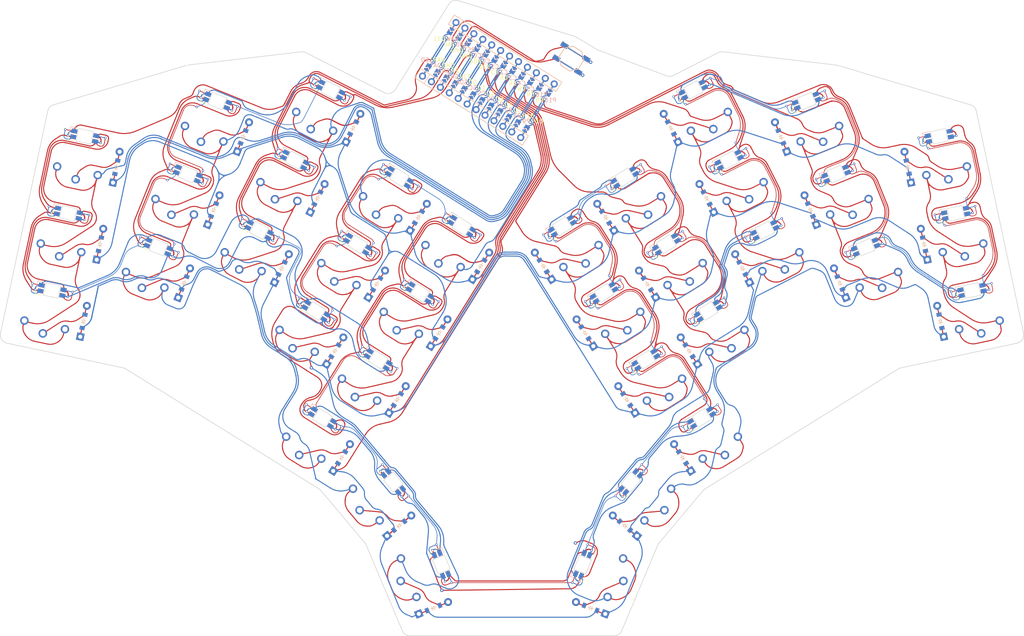
<source format=kicad_pcb>
(kicad_pcb (version 20221018) (generator pcbnew)
  (title_block (title "main") (rev "0.1") (company "klackygears"))
  (layers (0 "F.Cu" signal) (31 "B.Cu" signal) (34 "B.Paste" user) (35 "F.Paste" user) (36 "B.SilkS" user "B.Silkscreen") (37 "F.SilkS" user "F.Silkscreen") (38 "B.Mask" user) (39 "F.Mask" user) (44 "Edge.Cuts" user))
  (net 0 "")
  (net 1 "R1")
  (net 2 "pinky_bottom")
  (net 3 "pinky_home")
  (net 4 "pinky_top")
  (net 5 "R0")
  (net 6 "ring_bottom")
  (net 7 "ring_home")
  (net 8 "ring_top")
  (net 9 "CS")
  (net 10 "middle_bottom")
  (net 11 "middle_home")
  (net 12 "middle_top")
  (net 13 "R2")
  (net 14 "index_bottom")
  (net 15 "index_home")
  (net 16 "index_top")
  (net 17 "R3")
  (net 18 "inner_bottom")
  (net 19 "inner_home")
  (net 20 "inner_top")
  (net 21 "near_thumb")
  (net 22 "home_thumb")
  (net 23 "far_thumb")
  (net 24 "P10")
  (net 25 "mirror_pinky_bottom")
  (net 26 "mirror_pinky_home")
  (net 27 "mirror_pinky_top")
  (net 28 "P16")
  (net 29 "mirror_ring_bottom")
  (net 30 "mirror_ring_home")
  (net 31 "mirror_ring_top")
  (net 32 "C5")
  (net 33 "mirror_middle_bottom")
  (net 34 "mirror_middle_home")
  (net 35 "mirror_middle_top")
  (net 36 "C4")
  (net 37 "mirror_index_bottom")
  (net 38 "mirror_index_home")
  (net 39 "mirror_index_top")
  (net 40 "C3")
  (net 41 "mirror_inner_bottom")
  (net 42 "mirror_inner_home")
  (net 43 "mirror_inner_top")
  (net 44 "mirror_near_thumb")
  (net 45 "mirror_home_thumb")
  (net 46 "mirror_far_thumb")
  (net 47 "C1")
  (net 48 "C0")
  (net 49 "P9")
  (net 50 "C2")
  (net 51 "RAW")
  (net 52 "GND")
  (net 53 "RST")
  (net 54 "VCC")
  (net 55 "LED")
  (net 56 "DAT")
  (net 57 "SDA")
  (net 58 "SCL")
  (net 59 "MCU1_24")
  (net 60 "MCU1_1")
  (net 61 "MCU1_23")
  (net 62 "MCU1_2")
  (net 63 "MCU1_22")
  (net 64 "MCU1_3")
  (net 65 "MCU1_21")
  (net 66 "MCU1_4")
  (net 67 "MCU1_20")
  (net 68 "MCU1_5")
  (net 69 "MCU1_19")
  (net 70 "MCU1_6")
  (net 71 "MCU1_18")
  (net 72 "MCU1_7")
  (net 73 "MCU1_17")
  (net 74 "MCU1_8")
  (net 75 "MCU1_16")
  (net 76 "MCU1_9")
  (net 77 "MCU1_15")
  (net 78 "MCU1_10")
  (net 79 "MCU1_14")
  (net 80 "MCU1_11")
  (net 81 "MCU1_13")
  (net 82 "MCU1_12")
  (net 83 "LED_4")
  (net 84 "LED_3")
  (net 85 "LED_2")
  (net 86 "LED_5")
  (net 87 "LED_6")
  (net 88 "LED_7")
  (net 89 "LED_10")
  (net 90 "LED_9")
  (net 91 "LED_8")
  (net 92 "LED_11")
  (net 93 "LED_12")
  (net 94 "LED_13")
  (net 95 "LED_16")
  (net 96 "LED_15")
  (net 97 "LED_14")
  (net 98 "LED_17")
  (net 99 "LED_18")
  (net 100 "LED_19")
  (net 101 "LED_35")
  (net 102 "LED_34")
  (net 103 "LED_36")
  (net 104 "LED_37")
  (net 105 "LED_33")
  (net 106 "LED_32")
  (net 107 "LED_31")
  (net 108 "LED_29")
  (net 109 "LED_28")
  (net 110 "LED_30")
  (net 111 "LED_27")
  (net 112 "LED_26")
  (net 113 "LED_25")
  (net 114 "LED_23")
  (net 115 "LED_22")
  (net 116 "LED_24")
  (net 117 "LED_21")
  (net 118 "LED_20")
  (footprint "E73:SW_TACT_ALPS_SKQGABE010" (layer "F.Cu") (at 185.06608 98.085678 -32)
    (fp_text reference "B1" hide)
    (fp_text value "" hide)
  )
  (footprint "ComboDiode" (layer "F.Cu") (at 163.23483 148.119628 58)
    (fp_text reference "D15" hide)
    (fp_text value "" hide)
  )
  (footprint "PG1350" (layer "F.Cu") (at 124.877586 109.842083 153)
    (fp_text reference "S9" hide)
    (fp_text value "" hide)
  )
  (footprint "ComboDiode" (layer "F.Cu") (at 274.113168 161.46044 102)
    (fp_text reference "D19" hide)
    (fp_text value "" hide)
  )
  (footprint "PG1350" (layer "F.Cu") (at 203.001627 203.23456 -130)
    (fp_text reference "S35" hide)
    (fp_text value "" hide)
  )
  (footprint "ComboDiode" (layer "F.Cu") (at 128.044827 168.580898 58)
    (fp_text reference "D10" hide)
    (fp_text value "" hide)
  )
  (footprint "PG1350" (layer "F.Cu") (at 107.625947 143.700333 153)
    (fp_text reference "S7" hide)
    (fp_text value "" hide)
  )
  (footprint "PG1350" (layer "F.Cu") (at 116.251773 126.771214 153)
    (fp_text reference "S8" hide)
    (fp_text value "" hide)
  )
  (footprint "ComboDiode" (layer "F.Cu") (at 105.895889 116.989064 68)
    (fp_text reference "D6" hide)
    (fp_text value "" hide)
  )
  (footprint "PG1350" (layer "F.Cu") (at 233.890582 143.700331 -153)
    (fp_text reference "S25" hide)
    (fp_text value "" hide)
  )
  (footprint "PG1350" (layer "F.Cu") (at 210.505752 146.850663 -148)
    (fp_text reference "S29" hide)
    (fp_text value "" hide)
  )
  (footprint "PG1350" (layer "F.Cu") (at 90.808323 130.306917 158)
    (fp_text reference "S5" hide)
    (fp_text value "" hide)
  )
  (footprint "ComboDiode" (layer "F.Cu") (at 270.162848 142.875645 102)
    (fp_text reference "D20" hide)
    (fp_text value "" hide)
  )
  (footprint "nice_nano" (layer "F.Cu") (at 163.972556 102.592657 58)
    (fp_text reference "MCU1" hide)
    (fp_text value "")
  )
  (footprint "ComboDiode" (layer "F.Cu") (at 242.738161 134.605557 112)
    (fp_text reference "D23" hide)
    (fp_text value "" hide)
  )
  (footprint "PG1350" (layer "F.Cu") (at 192.154311 221.894997 -112)
    (fp_text reference "S36" hide)
    (fp_text value "" hide)
  )
  (footprint "ComboDiode" (layer "F.Cu") (at 115.191011 148.67726 63)
    (fp_text reference "D7" hide)
    (fp_text value "" hide)
  )
  (footprint "PG1350" (layer "F.Cu") (at 149.36222 221.894997 112)
    (fp_text reference "S18" hide)
    (fp_text value "" hide)
  )
  (footprint "PG1350" (layer "F.Cu") (at 274.807944 121.441482 -168)
    (fp_text reference "S21" hide)
    (fp_text value "" hide)
  )
  (footprint "PG1350" (layer "F.Cu") (at 120.94231 162.963576 148)
    (fp_text reference "S10" hide)
    (fp_text value "" hide)
  )
  (footprint "PG1350" (layer "F.Cu") (at 58.80794 158.611098 168)
    (fp_text reference "S1" hide)
    (fp_text value "" hide)
  )
  (footprint "PG1350" (layer "F.Cu") (at 200.437287 130.737751 -148)
    (fp_text reference "S30" hide)
    (fp_text value "" hide)
  )
  (footprint "ComboDiode" (layer "F.Cu") (at 178.281695 148.119628 122)
    (fp_text reference "D33" hide)
    (fp_text value "" hide)
  )
  (footprint "PG1350" (layer "F.Cu") (at 278.75827 140.026284 -168)
    (fp_text reference "S20" hide)
    (fp_text value "" hide)
  )
  (footprint "PG1350" (layer "F.Cu") (at 146.06385 158.615226 148)
    (fp_text reference "S14" hide)
    (fp_text value "" hide)
  )
  (footprint "ComboDiode" (layer "F.Cu") (at 193.334768 136.355066 122)
    (fp_text reference "D30" hide)
    (fp_text value "" hide)
  )
  (footprint "ComboDiode" (layer "F.Cu") (at 138.11329 152.467986 58)
    (fp_text reference "D11" hide)
    (fp_text value "" hide)
  )
  (footprint "ComboDiode" (layer "F.Cu") (at 217.699692 131.748133 117)
    (fp_text reference "D26" hide)
    (fp_text value "" hide)
  )
  (footprint "PG1350" (layer "F.Cu") (at 83.690797 147.923406 158)
    (fp_text reference "S4" hide)
    (fp_text value "" hide)
  )
  (footprint "ComboDiode" (layer "F.Cu") (at 71.353689 142.87564 78)
    (fp_text reference "D2" hide)
    (fp_text value "" hide)
  )
  (footprint "PG1350" (layer "F.Cu") (at 185.384205 142.502307 -148)
    (fp_text reference "S33" hide)
    (fp_text value "" hide)
  )
  (footprint "ComboDiode" (layer "F.Cu") (at 197.982577 210.771747 140)
    (fp_text reference "D35" hide)
    (fp_text value "" hide)
  )
  (footprint "PG1350" (layer "F.Cu") (at 97.925848 112.690424 158)
    (fp_text reference "S6" hide)
    (fp_text value "" hide)
  )
  (footprint "E73:SW_TACT_ALPS_SKQGABE010" (layer "F.Cu") (at 185.06608 98.085678 -32)
    (fp_text reference "B2" hide)
    (fp_text value "" hide)
  )
  (footprint "ComboDiode" (layer "F.Cu") (at 203.403238 152.467984 122)
    (fp_text reference "D29" hide)
    (fp_text value "" hide)
  )
  (footprint "PG1350" (layer "F.Cu") (at 282.708581 158.611094 -168)
    (fp_text reference "S19" hide)
    (fp_text value "" hide)
  )
  (footprint "ComboDiode" (layer "F.Cu") (at 249.85569 152.22205 112)
    (fp_text reference "D22" hide)
    (fp_text value "" hide)
  )
  (footprint "ComboDiode" (layer "F.Cu") (at 153.166362 164.232544 58)
    (fp_text reference "D14" hide)
    (fp_text value "" hide)
  )
  (footprint "PG1350" (layer "F.Cu") (at 156.132318 142.502311 148)
    (fp_text reference "S15" hide)
    (fp_text value "" hide)
  )
  (footprint "ComboDiode" (layer "F.Cu") (at 266.212526 124.290836 102)
    (fp_text reference "D21" hide)
    (fp_text value "" hide)
  )
  (footprint "PG1350" (layer "F.Cu") (at 220.574213 162.963578 -148)
    (fp_text reference "S28" hide)
    (fp_text value "" hide)
  )
  (footprint "PG1350" (layer "F.Cu") (at 62.758268 140.026292 168)
    (fp_text reference "S2" hide)
    (fp_text value "" hide)
  )
  (footprint "PG1350" (layer "F.Cu") (at 250.708206 130.306914 -158)
    (fp_text reference "S23" hide)
    (fp_text value "" hide)
  )
  (footprint "PG1350" (layer "F.Cu") (at 131.010776 146.85066 148)
    (fp_text reference "S11" hide)
    (fp_text value "" hide)
  )
  (footprint "ComboDiode" (layer "F.Cu") (at 132.442652 114.819009 63)
    (fp_text reference "D9" hide)
    (fp_text value "" hide)
  )
  (footprint "ComboDiode" (layer "F.Cu") (at 91.660846 152.222046 68)
    (fp_text reference "D4" hide)
    (fp_text value "" hide)
  )
  (footprint "PG1350" (layer "F.Cu") (at 138.5149 203.234565 130)
    (fp_text reference "S17" hide)
    (fp_text value "" hide)
  )
  (footprint "ComboDiode" (layer "F.Cu") (at 226.32551 148.677252 117)
    (fp_text reference "D25" hide)
    (fp_text value "" hide)
  )
  (footprint "PG1350" (layer "F.Cu") (at 122.534732 188.721374 148)
    (fp_text reference "S16" hide)
    (fp_text value "" hide)
  )
  (footprint "ComboDiode" (layer "F.Cu") (at 213.471705 168.580894 122)
    (fp_text reference "D28" hide)
    (fp_text value "" hide)
  )
  (footprint "PG1350" (layer "F.Cu") (at 218.981798 188.721373 -148)
    (fp_text reference "S34" hide)
    (fp_text value "" hide)
  )
  (footprint "ComboDiode" (layer "F.Cu") (at 129.637245 194.338694 58)
    (fp_text reference "D16" hide)
    (fp_text value "" hide)
  )
  (footprint "ComboDiode" (layer "F.Cu") (at 209.073872 114.819008 117)
    (fp_text reference "D27" hide)
    (fp_text value "" hide)
  )
  (footprint "PG1350" (layer "F.Cu") (at 195.452671 158.615221 -148)
    (fp_text reference "S32" hide)
    (fp_text value "" hide)
  )
  (footprint "ComboDiode" (layer "F.Cu") (at 188.350165 164.232547 122)
    (fp_text reference "D32" hide)
    (fp_text value "" hide)
  )
  (footprint "PG1350" (layer "F.Cu") (at 205.521146 174.728139 -148)
    (fp_text reference "S31" hide)
    (fp_text value "" hide)
  )
  (footprint "ComboDiode" (layer "F.Cu") (at 98.778371 134.605558 68)
    (fp_text reference "D5" hide)
    (fp_text value "" hide)
  )
  (footprint "ComboDiode" (layer "F.Cu") (at 211.879284 194.338699 122)
    (fp_text reference "D34" hide)
    (fp_text value "" hide)
  )
  (footprint "PG1350" (layer "F.Cu") (at 135.995384 174.728136 148)
    (fp_text reference "S13" hide)
    (fp_text value "" hide)
  )
  (footprint "ComboDiode" (layer "F.Cu") (at 75.303999 124.290839 78)
    (fp_text reference "D3" hide)
    (fp_text value "" hide)
  )
  (footprint "ComboDiode" (layer "F.Cu") (at 235.620635 116.98906 112)
    (fp_text reference "D24" hide)
    (fp_text value "" hide)
  )
  (footprint "PG1350" (layer "F.Cu") (at 66.708587 121.441483 168)
    (fp_text reference "S3" hide)
    (fp_text value "" hide)
  )
  (footprint "ComboDiode" (layer "F.Cu") (at 123.816835 131.748134 63)
    (fp_text reference "D8" hide)
    (fp_text value "" hide)
  )
  (footprint "ComboDiode" (layer "F.Cu") (at 67.403355 161.460442 78)
    (fp_text reference "D1" hide)
    (fp_text value "" hide)
  )
  (footprint "PG1350" (layer "F.Cu") (at 257.825735 147.923406 -158)
    (fp_text reference "S22" hide)
    (fp_text value "" hide)
  )
  (footprint "PG1350" (layer "F.Cu") (at 141.079243 130.737744 148)
    (fp_text reference "S12" hide)
    (fp_text value "" hide)
  )
  (footprint "PG1350" (layer "F.Cu") (at 243.590681 112.690428 -158)
    (fp_text reference "S24" hide)
    (fp_text value "" hide)
  )
  (footprint "ComboDiode" (layer "F.Cu") (at 198.418625 180.345455 122)
    (fp_text reference "D31" hide)
    (fp_text value "" hide)
  )
  (footprint "PG1350" (layer "F.Cu") (at 216.638946 109.842086 -153)
    (fp_text reference "S27" hide)
    (fp_text value "" hide)
  )
  (footprint "ComboDiode" (layer "F.Cu") (at 143.533948 210.771739 40)
    (fp_text reference "D17" hide)
    (fp_text value "" hide)
  )
  (footprint "ComboDiode" (layer "F.Cu") (at 151.8065 230.614258 22)
    (fp_text reference "D18" hide)
    (fp_text value "" hide)
  )
  (footprint "ComboDiode" (layer "F.Cu") (at 143.097899 180.345456 58)
    (fp_text reference "D13" hide)
    (fp_text value "" hide)
  )
  (footprint "PG1350" (layer "F.Cu") (at 225.264759 126.771211 -153)
    (fp_text reference "S26" hide)
    (fp_text value "" hide)
  )
  (footprint "ComboDiode" (layer "F.Cu") (at 148.181759 136.355067 58)
    (fp_text reference "D12" hide)
    (fp_text value "" hide)
  )
  (footprint "ComboDiode" (layer "F.Cu") (at 189.710036 230.614264 158)
    (fp_text reference "D36" hide)
    (fp_text value "" hide)
  )
  (footprint "ceoloide:YS-SK6812MINI-E (per-key, reversible)" (layer "B.Cu") (at 138.48601 170.742318 -32)
    (fp_text reference "LED13" hide)
    (fp_text value "")
    (fp_line (start -1.8 -1.55) (end -1.8 1.55) (stroke (width 0.12)) (layer "Edge.Cuts"))
    (fp_line (start -1.8 1.55) (end 1.8 1.55) (stroke (width 0.12)) (layer "Edge.Cuts"))
    (fp_line (start 1.8 -1.55) (end -1.8 -1.55) (stroke (width 0.12)) (layer "Edge.Cuts"))
    (fp_line (start 1.8 1.55) (end 1.8 -1.55) (stroke (width 0.12)) (layer "Edge.Cuts"))
  )
  (footprint "ceoloide:YS-SK6812MINI-E (per-key, reversible)" (layer "B.Cu") (at 143.569861 126.751923 -32)
    (fp_text reference "LED12" hide)
    (fp_text value "")
    (fp_line (start -1.8 -1.55) (end -1.8 1.55) (stroke (width 0.12)) (layer "Edge.Cuts"))
    (fp_line (start -1.8 1.55) (end 1.8 1.55) (stroke (width 0.12)) (layer "Edge.Cuts"))
    (fp_line (start 1.8 -1.55) (end -1.8 -1.55) (stroke (width 0.12)) (layer "Edge.Cuts"))
    (fp_line (start 1.8 1.55) (end 1.8 -1.55) (stroke (width 0.12)) (layer "Edge.Cuts"))
  )
  (footprint "ceoloide:YS-SK6812MINI-E (per-key, reversible)" (layer "B.Cu") (at 187.796537 220.134349 68)
    (fp_text reference "LED36" hide)
    (fp_text value "")
    (fp_line (start -1.8 -1.55) (end -1.8 1.55) (stroke (width 0.12)) (layer "Edge.Cuts"))
    (fp_line (start -1.8 1.55) (end 1.8 1.55) (stroke (width 0.12)) (layer "Edge.Cuts"))
    (fp_line (start 1.8 -1.55) (end -1.8 -1.55) (stroke (width 0.12)) (layer "Edge.Cuts"))
    (fp_line (start 1.8 1.55) (end 1.8 -1.55) (stroke (width 0.12)) (layer "Edge.Cuts"))
  )
  (footprint "ceoloide:YS-SK6812MINI-E (per-key, reversible)" (layer "B.Cu") (at 67.685771 116.844193 -12)
    (fp_text reference "LED3" hide)
    (fp_text value "")
    (fp_line (start -1.8 -1.55) (end -1.8 1.55) (stroke (width 0.12)) (layer "Edge.Cuts"))
    (fp_line (start -1.8 1.55) (end 1.8 1.55) (stroke (width 0.12)) (layer "Edge.Cuts"))
    (fp_line (start 1.8 -1.55) (end -1.8 -1.55) (stroke (width 0.12)) (layer "Edge.Cuts"))
    (fp_line (start 1.8 1.55) (end 1.8 -1.55) (stroke (width 0.12)) (layer "Edge.Cuts"))
  )
  (footprint "ceoloide:YS-SK6812MINI-E (per-key, reversible)" (layer "B.Cu") (at 223.131007 122.583485 27)
    (fp_text reference "LED26" hide)
    (fp_text value "")
    (fp_line (start -1.8 -1.55) (end -1.8 1.55) (stroke (width 0.12)) (layer "Edge.Cuts"))
    (fp_line (start -1.8 1.55) (end 1.8 1.55) (stroke (width 0.12)) (layer "Edge.Cuts"))
    (fp_line (start 1.8 -1.55) (end -1.8 -1.55) (stroke (width 0.12)) (layer "Edge.Cuts"))
    (fp_line (start 1.8 1.55) (end 1.8 -1.55) (stroke (width 0.12)) (layer "Edge.Cuts"))
  )
  (footprint "ceoloide:YS-SK6812MINI-E (per-key, reversible)" (layer "B.Cu") (at 182.893592 138.516486 32)
    (fp_text reference "LED33" hide)
    (fp_text value "")
    (fp_line (start -1.8 -1.55) (end -1.8 1.55) (stroke (width 0.12)) (layer "Edge.Cuts"))
    (fp_line (start -1.8 1.55) (end 1.8 1.55) (stroke (width 0.12)) (layer "Edge.Cuts"))
    (fp_line (start 1.8 -1.55) (end -1.8 -1.55) (stroke (width 0.12)) (layer "Edge.Cuts"))
    (fp_line (start 1.8 1.55) (end 1.8 -1.55) (stroke (width 0.12)) (layer "Edge.Cuts"))
  )
  (footprint "ceoloide:YS-SK6812MINI-E (per-key, reversible)" (layer "B.Cu") (at 192.962053 154.629394 32)
    (fp_text reference "LED32" hide)
    (fp_text value "")
    (fp_line (start -1.8 -1.55) (end -1.8 1.55) (stroke (width 0.12)) (layer "Edge.Cuts"))
    (fp_line (start -1.8 1.55) (end 1.8 1.55) (stroke (width 0.12)) (layer "Edge.Cuts"))
    (fp_line (start 1.8 -1.55) (end -1.8 -1.55) (stroke (width 0.12)) (layer "Edge.Cuts"))
    (fp_line (start 1.8 1.55) (end 1.8 -1.55) (stroke (width 0.12)) (layer "Edge.Cuts"))
  )
  (footprint "ceoloide:YS-SK6812MINI-E (per-key, reversible)" (layer "B.Cu") (at 281.731398 154.013799 12)
    (fp_text reference "LED19" hide)
    (fp_text value "")
    (fp_line (start -1.8 -1.55) (end -1.8 1.55) (stroke (width 0.12)) (layer "Edge.Cuts"))
    (fp_line (start -1.8 1.55) (end 1.8 1.55) (stroke (width 0.12)) (layer "Edge.Cuts"))
    (fp_line (start 1.8 -1.55) (end -1.8 -1.55) (stroke (width 0.12)) (layer "Edge.Cuts"))
    (fp_line (start 1.8 1.55) (end 1.8 -1.55) (stroke (width 0.12)) (layer "Edge.Cuts"))
  )
  (footprint "ceoloide:YS-SK6812MINI-E (per-key, reversible)" (layer "B.Cu") (at 109.759703 139.512596 -27)
    (fp_text reference "LED7" hide)
    (fp_text value "")
    (fp_line (start -1.8 -1.55) (end -1.8 1.55) (stroke (width 0.12)) (layer "Edge.Cuts"))
    (fp_line (start -1.8 1.55) (end 1.8 1.55) (stroke (width 0.12)) (layer "Edge.Cuts"))
    (fp_line (start 1.8 -1.55) (end -1.8 -1.55) (stroke (width 0.12)) (layer "Edge.Cuts"))
    (fp_line (start 1.8 1.55) (end 1.8 -1.55) (stroke (width 0.12)) (layer "Edge.Cuts"))
  )
  (footprint "ceoloide:YS-SK6812MINI-E (per-key, reversible)" (layer "B.Cu") (at 197.946663 126.751926 32)
    (fp_text reference "LED30" hide)
    (fp_text value "")
    (fp_line (start -1.8 -1.55) (end -1.8 1.55) (stroke (width 0.12)) (layer "Edge.Cuts"))
    (fp_line (start -1.8 1.55) (end 1.8 1.55) (stroke (width 0.12)) (layer "Edge.Cuts"))
    (fp_line (start 1.8 -1.55) (end -1.8 -1.55) (stroke (width 0.12)) (layer "Edge.Cuts"))
    (fp_line (start 1.8 1.55) (end 1.8 -1.55) (stroke (width 0.12)) (layer "Edge.Cuts"))
  )
  (footprint "ceoloide:YS-SK6812MINI-E (per-key, reversible)" (layer "B.Cu") (at 123.432933 158.977746 -32)
    (fp_text reference "LED10" hide)
    (fp_text value "")
    (fp_line (start -1.8 -1.55) (end -1.8 1.55) (stroke (width 0.12)) (layer "Edge.Cuts"))
    (fp_line (start -1.8 1.55) (end 1.8 1.55) (stroke (width 0.12)) (layer "Edge.Cuts"))
    (fp_line (start 1.8 -1.55) (end -1.8 -1.55) (stroke (width 0.12)) (layer "Edge.Cuts"))
    (fp_line (start 1.8 1.55) (end 1.8 -1.55) (stroke (width 0.12)) (layer "Edge.Cuts"))
  )
  (footprint "ceoloide:YS-SK6812MINI-E (per-key, reversible)" (layer "B.Cu") (at 59.785129 154.013801 -12)
    (fp_text reference "LED1" hide)
    (fp_text value "")
    (fp_line (start -1.8 -1.55) (end -1.8 1.55) (stroke (width 0.12)) (layer "Edge.Cuts"))
    (fp_line (start -1.8 1.55) (end 1.8 1.55) (stroke (width 0.12)) (layer "Edge.Cuts"))
    (fp_line (start 1.8 -1.55) (end -1.8 -1.55) (stroke (width 0.12)) (layer "Edge.Cuts"))
    (fp_line (start 1.8 1.55) (end 1.8 -1.55) (stroke (width 0.12)) (layer "Edge.Cuts"))
  )
  (footprint "ceoloide:YS-SK6812MINI-E (per-key, reversible)" (layer "B.Cu") (at 208.015131 142.864839 32)
    (fp_text reference "LED29" hide)
    (fp_text value "")
    (fp_line (start -1.8 -1.55) (end -1.8 1.55) (stroke (width 0.12)) (layer "Edge.Cuts"))
    (fp_line (start -1.8 1.55) (end 1.8 1.55) (stroke (width 0.12)) (layer "Edge.Cuts"))
    (fp_line (start 1.8 -1.55) (end -1.8 -1.55) (stroke (width 0.12)) (layer "Edge.Cuts"))
    (fp_line (start 1.8 1.55) (end 1.8 -1.55) (stroke (width 0.12)) (layer "Edge.Cuts"))
  )
  (footprint "ceoloide:YS-SK6812MINI-E (per-key, reversible)" (layer "B.Cu") (at 118.38552 122.583481 -27)
    (fp_text reference "LED8" hide)
    (fp_text value "")
    (fp_line (start -1.8 -1.55) (end -1.8 1.55) (stroke (width 0.12)) (layer "Edge.Cuts"))
    (fp_line (start -1.8 1.55) (end 1.8 1.55) (stroke (width 0.12)) (layer "Edge.Cuts"))
    (fp_line (start 1.8 -1.55) (end -1.8 -1.55) (stroke (width 0.12)) (layer "Edge.Cuts"))
    (fp_line (start 1.8 1.55) (end 1.8 -1.55) (stroke (width 0.12)) (layer "Edge.Cuts"))
  )
  (footprint "ceoloide:YS-SK6812MINI-E (per-key, reversible)" (layer "B.Cu") (at 125.025347 184.735546 -32)
    (fp_text reference "LED16" hide)
    (fp_text value "")
    (fp_line (start -1.8 -1.55) (end -1.8 1.55) (stroke (width 0.12)) (layer "Edge.Cuts"))
    (fp_line (start -1.8 1.55) (end 1.8 1.55) (stroke (width 0.12)) (layer "Edge.Cuts"))
    (fp_line (start 1.8 -1.55) (end -1.8 -1.55) (stroke (width 0.12)) (layer "Edge.Cuts"))
    (fp_line (start 1.8 1.55) (end 1.8 -1.55) (stroke (width 0.12)) (layer "Edge.Cuts"))
  )
  (footprint "ceoloide:YS-SK6812MINI-E (per-key, reversible)" (layer "B.Cu") (at 142.115314 200.213457 -50)
    (fp_text reference "LED17" hide)
    (fp_text value "")
    (fp_line (start -1.8 -1.55) (end -1.8 1.55) (stroke (width 0.12)) (layer "Edge.Cuts"))
    (fp_line (start -1.8 1.55) (end 1.8 1.55) (stroke (width 0.12)) (layer "Edge.Cuts"))
    (fp_line (start 1.8 -1.55) (end -1.8 -1.55) (stroke (width 0.12)) (layer "Edge.Cuts"))
    (fp_line (start 1.8 1.55) (end 1.8 -1.55) (stroke (width 0.12)) (layer "Edge.Cuts"))
  )
  (footprint "ceoloide:YS-SK6812MINI-E (per-key, reversible)" (layer "B.Cu") (at 256.065081 143.56564 22)
    (fp_text reference "LED22" hide)
    (fp_text value "")
    (fp_line (start -1.8 -1.55) (end -1.8 1.55) (stroke (width 0.12)) (layer "Edge.Cuts"))
    (fp_line (start -1.8 1.55) (end 1.8 1.55) (stroke (width 0.12)) (layer "Edge.Cuts"))
    (fp_line (start 1.8 -1.55) (end -1.8 -1.55) (stroke (width 0.12)) (layer "Edge.Cuts"))
    (fp_line (start 1.8 1.55) (end 1.8 -1.55) (stroke (width 0.12)) (layer "Edge.Cuts"))
  )
  (footprint "ceoloide:YS-SK6812MINI-E (per-key, reversible)" (layer "B.Cu") (at 85.451446 143.565642 -22)
    (fp_text reference "LED4" hide)
    (fp_text value "")
    (fp_line (start -1.8 -1.55) (end -1.8 1.55) (stroke (width 0.12)) (layer "Edge.Cuts"))
    (fp_line (start -1.8 1.55) (end 1.8 1.55) (stroke (width 0.12)) (layer "Edge.Cuts"))
    (fp_line (start 1.8 -1.55) (end -1.8 -1.55) (stroke (width 0.12)) (layer "Edge.Cuts"))
    (fp_line (start 1.8 1.55) (end 1.8 -1.55) (stroke (width 0.12)) (layer "Edge.Cuts"))
  )
  (footprint "ceoloide:YS-SK6812MINI-E (per-key, reversible)" (layer "B.Cu") (at 92.568972 125.949153 -22)
    (fp_text reference "LED5" hide)
    (fp_text value "")
    (fp_line (start -1.8 -1.55) (end -1.8 1.55) (stroke (width 0.12)) (layer "Edge.Cuts"))
    (fp_line (start -1.8 1.55) (end 1.8 1.55) (stroke (width 0.12)) (layer "Edge.Cuts"))
    (fp_line (start 1.8 -1.55) (end -1.8 -1.55) (stroke (width 0.12)) (layer "Edge.Cuts"))
    (fp_line (start 1.8 1.55) (end 1.8 -1.55) (stroke (width 0.12)) (layer "Edge.Cuts"))
  )
  (footprint "ceoloide:YS-SK6812MINI-E (per-key, reversible)" (layer "B.Cu") (at 63.73545 135.428991 -12)
    (fp_text reference "LED2" hide)
    (fp_text value "")
    (fp_line (start -1.8 -1.55) (end -1.8 1.55) (stroke (width 0.12)) (layer "Edge.Cuts"))
    (fp_line (start -1.8 1.55) (end 1.8 1.55) (stroke (width 0.12)) (layer "Edge.Cuts"))
    (fp_line (start 1.8 -1.55) (end -1.8 -1.55) (stroke (width 0.12)) (layer "Edge.Cuts"))
    (fp_line (start 1.8 1.55) (end 1.8 -1.55) (stroke (width 0.12)) (layer "Edge.Cuts"))
  )
  (footprint "ceoloide:YS-SK6812MINI-E (per-key, reversible)" (layer "B.Cu") (at 248.947561 125.949151 22)
    (fp_text reference "LED23" hide)
    (fp_text value "")
    (fp_line (start -1.8 -1.55) (end -1.8 1.55) (stroke (width 0.12)) (layer "Edge.Cuts"))
    (fp_line (start -1.8 1.55) (end 1.8 1.55) (stroke (width 0.12)) (layer "Edge.Cuts"))
    (fp_line (start 1.8 -1.55) (end -1.8 -1.55) (stroke (width 0.12)) (layer "Edge.Cuts"))
    (fp_line (start 1.8 1.55) (end 1.8 -1.55) (stroke (width 0.12)) (layer "Edge.Cuts"))
  )
  (footprint "ceoloide:YS-SK6812MINI-E (per-key, reversible)" (layer "B.Cu") (at 158.622939 138.516484 -32)
    (fp_text reference "LED15" hide)
    (fp_text value "")
    (fp_line (start -1.8 -1.55) (end -1.8 1.55) (stroke (width 0.12)) (layer "Edge.Cuts"))
    (fp_line (start -1.8 1.55) (end 1.8 1.55) (stroke (width 0.12)) (layer "Edge.Cuts"))
    (fp_line (start 1.8 -1.55) (end -1.8 -1.55) (stroke (width 0.12)) (layer "Edge.Cuts"))
    (fp_line (start 1.8 1.55) (end 1.8 -1.55) (stroke (width 0.12)) (layer "Edge.Cuts"))
  )
  (footprint "ceoloide:YS-SK6812MINI-E (per-key, reversible)" (layer "B.Cu") (at 199.401216 200.213457 50)
    (fp_text reference "LED35" hide)
    (fp_text value "")
    (fp_line (start -1.8 -1.55) (end -1.8 1.55) (stroke (width 0.12)) (layer "Edge.Cuts"))
    (fp_line (start -1.8 1.55) (end 1.8 1.55) (stroke (width 0.12)) (layer "Edge.Cuts"))
    (fp_line (start 1.8 -1.55) (end -1.8 -1.55) (stroke (width 0.12)) (layer "Edge.Cuts"))
    (fp_line (start 1.8 1.55) (end 1.8 -1.55) (stroke (width 0.12)) (layer "Edge.Cuts"))
  )
  (footprint "ceoloide:YS-SK6812MINI-E (per-key, reversible)" (layer "B.Cu") (at 153.719991 220.134351 -68)
    (fp_text reference "LED18" hide)
    (fp_text value "")
    (fp_line (start -1.8 -1.55) (end -1.8 1.55) (stroke (width 0.12)) (layer "Edge.Cuts"))
    (fp_line (start -1.8 1.55) (end 1.8 1.55) (stroke (width 0.12)) (layer "Edge.Cuts"))
    (fp_line (start 1.8 -1.55) (end -1.8 -1.55) (stroke (width 0.12)) (layer "Edge.Cuts"))
    (fp_line (start 1.8 1.55) (end 1.8 -1.55) (stroke (width 0.12)) (layer "Edge.Cuts"))
  )
  (footprint "ceoloide:YS-SK6812MINI-E (per-key, reversible)" (layer "B.Cu") (at 214.505182 105.65436 27)
    (fp_text reference "LED27" hide)
    (fp_text value "")
    (fp_line (start -1.8 -1.55) (end -1.8 1.55) (stroke (width 0.12)) (layer "Edge.Cuts"))
    (fp_line (start -1.8 1.55) (end 1.8 1.55) (stroke (width 0.12)) (layer "Edge.Cuts"))
    (fp_line (start 1.8 -1.55) (end -1.8 -1.55) (stroke (width 0.12)) (layer "Edge.Cuts"))
    (fp_line (start 1.8 1.55) (end 1.8 -1.55) (stroke (width 0.12)) (layer "Edge.Cuts"))
  )
  (footprint "ceoloide:YS-SK6812MINI-E (per-key, reversible)" (layer "B.Cu") (at 127.011344 105.65436 -27)
    (fp_text reference "LED9" hide)
    (fp_text value "")
    (fp_line (start -1.8 -1.55) (end -1.8 1.55) (stroke (width 0.12)) (layer "Edge.Cuts"))
    (fp_line (start -1.8 1.55) (end 1.8 1.55) (stroke (width 0.12)) (layer "Edge.Cuts"))
    (fp_line (start 1.8 -1.55) (end -1.8 -1.55) (stroke (width 0.12)) (layer "Edge.Cuts"))
    (fp_line (start 1.8 1.55) (end 1.8 -1.55) (stroke (width 0.12)) (layer "Edge.Cuts"))
  )
  (footprint "ceoloide:YS-SK6812MINI-E (per-key, reversible)" (layer "B.Cu") (at 273.830755 116.844183 12)
    (fp_text reference "LED21" hide)
    (fp_text value "")
    (fp_line (start -1.8 -1.55) (end -1.8 1.55) (stroke (width 0.12)) (layer "Edge.Cuts"))
    (fp_line (start -1.8 1.55) (end 1.8 1.55) (stroke (width 0.12)) (layer "Edge.Cuts"))
    (fp_line (start 1.8 -1.55) (end -1.8 -1.55) (stroke (width 0.12)) (layer "Edge.Cuts"))
    (fp_line (start 1.8 1.55) (end 1.8 -1.55) (stroke (width 0.12)) (layer "Edge.Cuts"))
  )
  (footprint "ceoloide:YS-SK6812MINI-E (per-key, reversible)" (layer "B.Cu") (at 99.6865 108.332652 -22)
    (fp_text reference "LED6" hide)
    (fp_text value "")
    (fp_line (start -1.8 -1.55) (end -1.8 1.55) (stroke (width 0.12)) (layer "Edge.Cuts"))
    (fp_line (start -1.8 1.55) (end 1.8 1.55) (stroke (width 0.12)) (layer "Edge.Cuts"))
    (fp_line (start 1.8 -1.55) (end -1.8 -1.55) (stroke (width 0.12)) (layer "Edge.Cuts"))
    (fp_line (start 1.8 1.55) (end 1.8 -1.55) (stroke (width 0.12)) (layer "Edge.Cuts"))
  )
  (footprint "ceoloide:YS-SK6812MINI-E (per-key, reversible)" (layer "B.Cu") (at 231.756822 139.512606 27)
    (fp_text reference "LED25" hide)
    (fp_text value "")
    (fp_line (start -1.8 -1.55) (end -1.8 1.55) (stroke (width 0.12)) (layer "Edge.Cuts"))
    (fp_line (start -1.8 1.55) (end 1.8 1.55) (stroke (width 0.12)) (layer "Edge.Cuts"))
    (fp_line (start 1.8 -1.55) (end -1.8 -1.55) (stroke (width 0.12)) (layer "Edge.Cuts"))
    (fp_line (start 1.8 1.55) (end 1.8 -1.55) (stroke (width 0.12)) (layer "Edge.Cuts"))
  )
  (footprint "ceoloide:YS-SK6812MINI-E (per-key, reversible)" (layer "B.Cu") (at 203.030514 170.742311 32)
    (fp_text reference "LED31" hide)
    (fp_text value "")
    (fp_line (start -1.8 -1.55) (end -1.8 1.55) (stroke (width 0.12)) (layer "Edge.Cuts"))
    (fp_line (start -1.8 1.55) (end 1.8 1.55) (stroke (width 0.12)) (layer "Edge.Cuts"))
    (fp_line (start 1.8 -1.55) (end -1.8 -1.55) (stroke (width 0.12)) (layer "Edge.Cuts"))
    (fp_line (start 1.8 1.55) (end 1.8 -1.55) (stroke (width 0.12)) (layer "Edge.Cuts"))
  )
  (footprint "ceoloide:YS-SK6812MINI-E (per-key, reversible)" (layer "B.Cu") (at 133.501396 142.864835 -32)
    (fp_text reference "LED11" hide)
    (fp_text value "")
    (fp_line (start -1.8 -1.55) (end -1.8 1.55) (stroke (width 0.12)) (layer "Edge.Cuts"))
    (fp_line (start -1.8 1.55) (end 1.8 1.55) (stroke (width 0.12)) (layer "Edge.Cuts"))
    (fp_line (start 1.8 -1.55) (end -1.8 -1.55) (stroke (width 0.12)) (layer "Edge.Cuts"))
    (fp_line (start 1.8 1.55) (end 1.8 -1.55) (stroke (width 0.12)) (layer "Edge.Cuts"))
  )
  (footprint "ceoloide:YS-SK6812MINI-E (per-key, reversible)" (layer "B.Cu") (at 218.083597 158.977747 32)
    (fp_text reference "LED28" hide)
    (fp_text value "")
    (fp_line (start -1.8 -1.55) (end -1.8 1.55) (stroke (width 0.12)) (layer "Edge.Cuts"))
    (fp_line (start -1.8 1.55) (end 1.8 1.55) (stroke (width 0.12)) (layer "Edge.Cuts"))
    (fp_line (start 1.8 -1.55) (end -1.8 -1.55) (stroke (width 0.12)) (layer "Edge.Cuts"))
    (fp_line (start 1.8 1.55) (end 1.8 -1.55) (stroke (width 0.12)) (layer "Edge.Cuts"))
  )
  (footprint "ceoloide:YS-SK6812MINI-E (per-key, reversible)" (layer "B.Cu") (at 277.781085 135.428989 12)
    (fp_text reference "LED20" hide)
    (fp_text value "")
    (fp_line (start -1.8 -1.55) (end -1.8 1.55) (stroke (width 0.12)) (layer "Edge.Cuts"))
    (fp_line (start -1.8 1.55) (end 1.8 1.55) (stroke (width 0.12)) (layer "Edge.Cuts"))
    (fp_line (start 1.8 -1.55) (end -1.8 -1.55) (stroke (width 0.12)) (layer "Edge.Cuts"))
    (fp_line (start 1.8 1.55) (end 1.8 -1.55) (stroke (width 0.12)) (layer "Edge.Cuts"))
  )
  (footprint "ceoloide:YS-SK6812MINI-E (per-key, reversible)" (layer "B.Cu") (at 148.554471 154.629396 -32)
    (fp_text reference "LED14" hide)
    (fp_text value "")
    (fp_line (start -1.8 -1.55) (end -1.8 1.55) (stroke (width 0.12)) (layer "Edge.Cuts"))
    (fp_line (start -1.8 1.55) (end 1.8 1.55) (stroke (width 0.12)) (layer "Edge.Cuts"))
    (fp_line (start 1.8 -1.55) (end -1.8 -1.55) (stroke (width 0.12)) (layer "Edge.Cuts"))
    (fp_line (start 1.8 1.55) (end 1.8 -1.55) (stroke (width 0.12)) (layer "Edge.Cuts"))
  )
  (footprint "ceoloide:YS-SK6812MINI-E (per-key, reversible)" (layer "B.Cu") (at 216.491174 184.735548 32)
    (fp_text reference "LED34" hide)
    (fp_text value "")
    (fp_line (start -1.8 -1.55) (end -1.8 1.55) (stroke (width 0.12)) (layer "Edge.Cuts"))
    (fp_line (start -1.8 1.55) (end 1.8 1.55) (stroke (width 0.12)) (layer "Edge.Cuts"))
    (fp_line (start 1.8 -1.55) (end -1.8 -1.55) (stroke (width 0.12)) (layer "Edge.Cuts"))
    (fp_line (start 1.8 1.55) (end 1.8 -1.55) (stroke (width 0.12)) (layer "Edge.Cuts"))
  )
  (footprint "ceoloide:YS-SK6812MINI-E (per-key, reversible)" (layer "B.Cu") (at 241.830034 108.332653 22)
    (fp_text reference "LED24" hide)
    (fp_text value "")
    (fp_line (start -1.8 -1.55) (end -1.8 1.55) (stroke (width 0.12)) (layer "Edge.Cuts"))
    (fp_line (start -1.8 1.55) (end 1.8 1.55) (stroke (width 0.12)) (layer "Edge.Cuts"))
    (fp_line (start 1.8 -1.55) (end -1.8 -1.55) (stroke (width 0.12)) (layer "Edge.Cuts"))
    (fp_line (start 1.8 1.55) (end 1.8 -1.55) (stroke (width 0.12)) (layer "Edge.Cuts"))
  )
  (gr_arc (start 241.393024 120.511102) (mid 241.43 120.36) (end 241.58375 120.336337) (stroke (width 0.2)) (layer "F.Cu"))
  (gr_arc (start 156.597496 150.415554) (mid 156.82 150.47) (end 156.854846 150.696402) (stroke (width 0.2)) (layer "F.Cu"))
  (gr_arc (start 117.514545 134.621753) (mid 117.66918 134.604818) (end 117.744002 134.741202) (stroke (width 0.2)) (layer "F.Cu"))
  (gr_arc (start 126.242666 117.635483) (mid 126.39819 117.63209) (end 126.46084 117.774476) (stroke (width 0.2)) (layer "F.Cu"))
  (gr_arc (start 271.276977 128.895799) (mid 271.369233 128.686131) (end 271.598246 128.691128) (stroke (width 0.2)) (layer "F.Cu"))
  (gr_arc (start 184.551753 150.645456) (mid 184.534818 150.490821) (end 184.671202 150.415998) (stroke (width 0.2)) (layer "F.Cu"))
  (gr_arc (start 131.461422 154.725018) (mid 131.69 154.74) (end 131.763631 154.956911) (stroke (width 0.2)) (layer "F.Cu"))
  (gr_arc (start 146.609764 166.528689) (mid 146.760866 166.565663) (end 146.78453 166.719413) (stroke (width 0.2)) (layer "F.Cu"))
  (gr_arc (start 241.449891 120.683369) (mid 241.504337 120.460866) (end 241.730739 120.42602) (stroke (width 0.2)) (layer "F.Cu"))
  (gr_arc (start 275.206977 147.405799) (mid 275.299233 147.196131) (end 275.528246 147.201128) (stroke (width 0.2)) (layer "F.Cu"))
  (gr_arc (start 126.090986 117.734997) (mid 126.32 117.73) (end 126.412255 117.939669) (stroke (width 0.2)) (layer "F.Cu"))
  (gr_arc (start 223.725741 134.805002) (mid 223.740723 134.576425) (end 223.957634 134.502794) (stroke (width 0.2)) (layer "F.Cu"))
  (gr_arc (start 131.621198 154.639102) (mid 131.776425 154.649276) (end 131.826428 154.796581) (stroke (width 0.2)) (layer "F.Cu"))
  (gr_arc (start 199.688107 138.992208) (mid 199.703089 138.76363) (end 199.92 138.69) (stroke (width 0.2)) (layer "F.Cu"))
  (gr_arc (start 117.372115 134.734108) (mid 117.599821 134.70917) (end 117.71 134.91) (stroke (width 0.2)) (layer "F.Cu"))
  (gr_arc (start 65.947429 147.280348) (mid 66.1 147.25) (end 66.186424 147.379343) (stroke (width 0.2)) (layer "F.Cu"))
  (gr_arc (start 146.437496 166.585554) (mid 146.659999 166.64) (end 146.694846 166.866402) (stroke (width 0.2)) (layer "F.Cu"))
  (gr_arc (start 199.602191 138.832433) (mid 199.612366 138.677206) (end 199.759671 138.627203) (stroke (width 0.2)) (layer "F.Cu"))
  (gr_arc (start 195.53999 151.067247) (mid 195.385355 151.084182) (end 195.310532 150.947798) (stroke (width 0.2)) (layer "F.Cu"))
  (gr_arc (start 248.449412 137.988243) (mid 248.486388 137.837141) (end 248.640138 137.813478) (stroke (width 0.2)) (layer "F.Cu"))
  (gr_arc (start 215.147998 117.950404) (mid 215.182845 117.724003) (end 215.405348 117.669557) (stroke (width 0.2)) (layer "F.Cu"))
  (gr_arc (start 275.180888 147.226274) (mid 275.243541 147.083888) (end 275.399064 147.087283) (stroke (width 0.2)) (layer "F.Cu"))
  (gr_arc (start 141.771198 138.469102) (mid 141.926425 138.479276) (end 141.976428 138.626581) (stroke (width 0.2)) (layer "F.Cu"))
  (gr_arc (start 99.725334 120.424689) (mid 99.95 120.38) (end 100.077263 120.570463) (stroke (width 0.2)) (layer "F.Cu"))
  (gr_arc (start 209.612191 154.842433) (mid 209.622366 154.687206) (end 209.769671 154.637203) (stroke (width 0.2)) (layer "F.Cu"))
  (gr_arc (start 156.769764 150.358689) (mid 156.920866 150.395663) (end 156.94453 150.549413) (stroke (width 0.2)) (layer "F.Cu"))
  (gr_arc (start 194.569825 166.641787) (mid 194.58 166.486559) (end 194.727305 166.436557) (stroke (width 0.2)) (layer "F.Cu"))
  (gr_arc (start 69.897429 128.690348) (mid 70.05 128.66) (end 70.136424 128.789343) (stroke (width 0.2)) (layer "F.Cu"))
  (gr_arc (start 92.540987 138.094997) (mid 92.77 138.09) (end 92.862256 138.299668) (stroke (width 0.2)) (layer "F.Cu"))
  (gr_arc (start 184.664108 150.787885) (mid 184.63917 150.560179) (end 184.84 150.45) (stroke (width 0.2)) (layer "F.Cu"))
  (gr_arc (start 215.076334 117.783749) (mid 215.1 117.63) (end 215.251102 117.593026) (stroke (width 0.2)) (layer "F.Cu"))
  (gr_arc (start 65.815334 147.404689) (mid 66.04 147.36) (end 66.167263 147.550463) (stroke (width 0.2)) (layer "F.Cu"))
  (gr_arc (start 141.611422 138.555018) (mid 141.84 138.57) (end 141.913631 138.786911) (stroke (width 0.2)) (layer "F.Cu"))
  (gr_arc (start 69.765334 128.814689) (mid 69.99 128.77) (end 70.117263 128.960463) (stroke (width 0.2)) (layer "F.Cu"))
  (gr_arc (start 99.857429 120.300348) (mid 100.01 120.27) (end 100.096424 120.399343) (stroke (width 0.2)) (layer "F.Cu"))
  (gr_arc (start 194.655741 166.801562) (mid 194.670722 166.572986) (end 194.887634 166.499354) (stroke (width 0.2)) (layer "F.Cu"))
  (gr_arc (start 209.698107 155.002208) (mid 209.713089 154.77363) (end 209.93 154.7) (stroke (width 0.2)) (layer "F.Cu"))
  (gr_arc (start 271.250888 128.716274) (mid 271.313541 128.573889) (end 271.469064 128.577283) (stroke (width 0.2)) (layer "F.Cu"))
  (gr_arc (start 92.692666 137.995483) (mid 92.848189 137.992089) (end 92.91084 138.134475) (stroke (width 0.2)) (layer "F.Cu"))
  (gr_arc (start 223.639825 134.645227) (mid 223.65 134.49) (end 223.797305 134.439997) (stroke (width 0.2)) (layer "F.Cu"))
  (gr_arc (start 248.506279 138.16051) (mid 248.560725 137.938008) (end 248.787127 137.903161) (stroke (width 0.2)) (layer "F.Cu"))
  (gr_arc (start 101.167629 126.252428) (mid 101.28 126.36) (end 101.223618 126.504983) (stroke (width 0.2)) (layer "B.Cu"))
  (gr_arc (start 138.38999 196.927247) (mid 138.235355 196.944182) (end 138.160532 196.807798) (stroke (width 0.15)) (layer "B.Cu"))
  (gr_arc (start 125.892417 123.210113) (mid 125.96 123.07) (end 126.11531 123.078821) (stroke (width 0.2)) (layer "B.Cu"))
  (gr_arc (start 100.266606 127.256852) (mid 100.111048 127.257531) (end 100.050892 127.114072) (stroke (width 0.2)) (layer "B.Cu"))
  (gr_arc (start 126.17 124.01) (mid 125.941424 123.995017) (end 125.867792 123.778107) (stroke (width 0.2)) (layer "B.Cu"))
  (gr_arc (start 126.71 123.67) (mid 126.75353 123.819346) (end 126.63221 123.916713) (stroke (width 0.2)) (layer "B.Cu"))
  (gr_arc (start 100.990008 126.215541) (mid 101.155477 126.373944) (end 101.072455 126.587437) (stroke (width 0.2)) (layer "B.Cu"))
  (gr_arc (start 100.042417 125.960113) (mid 100.11 125.82) (end 100.26531 125.828821) (stroke (width 0.2)) (layer "B.Cu"))
  (gr_arc (start 126.57462 123.549244) (mid 126.638718 123.769161) (end 126.460072 123.912538) (stroke (width 0.2)) (layer "B.Cu"))
  (gr_arc (start 126.010225 124.095916) (mid 125.854997 124.085742) (end 125.804995 123.938436) (stroke (width 0.2)) (layer "B.Cu"))
  (gr_arc (start 100.42 127.16) (mid 100.190935 127.160999) (end 100.102352 126.949753) (stroke (width 0.2)) (layer "B.Cu"))
  (gr_arc (start 100.062223 126.14044) (mid 100.161741 125.934119) (end 100.39044 125.947106) (stroke (width 0.2)) (layer "B.Cu"))
  (gr_arc (start 125.912223 123.39044) (mid 126.011741 123.184119) (end 126.24044 123.197106) (stroke (width 0.2)) (layer "B.Cu"))
  (gr_arc (start 220.470122 96.666737) (mid 221.024905 96.480175) (end 221.609939 96.46224) (stroke (width 0.15)) (layer "Edge.Cuts"))
  (gr_arc (start 135.288579 214.946816) (mid 135.463215 215.18976) (end 135.59966 215.456034) (stroke (width 0.15)) (layer "Edge.Cuts"))
  (gr_arc (start 263.949502 172.943184) (mid 264.257931 172.786867) (end 264.588674 172.686006) (stroke (width 0.15)) (layer "Edge.Cuts"))
  (gr_line (start 58.758966 110.744153) (end 47.363169 164.357155) (stroke (width 0.15)) (layer "Edge.Cuts"))
  (gr_line (start 77.567028 172.943188) (end 124.219267 201.909958) (stroke (width 0.15)) (layer "Edge.Cuts"))
  (gr_line (start 217.297263 201.909955) (end 263.949502 172.943184) (stroke (width 0.15)) (layer "Edge.Cuts"))
  (gr_arc (start 76.927852 172.686001) (mid 77.258596 172.786867) (end 77.567028 172.943188) (stroke (width 0.15)) (layer "Edge.Cuts"))
  (gr_arc (start 191.566444 96.053478) (mid 191.403098 95.983641) (end 191.246592 95.899586) (stroke (width 0.15)) (layer "Edge.Cuts"))
  (gr_line (start 155.523611 84.97108) (end 142.578792 105.593578) (stroke (width 0.15)) (layer "Edge.Cuts"))
  (gr_line (start 248.944932 99.652497) (end 221.609939 96.46224) (stroke (width 0.15)) (layer "Edge.Cuts"))
  (gr_line (start 48.903645 166.729273) (end 76.927852 172.686001) (stroke (width 0.15)) (layer "Edge.Cuts"))
  (gr_arc (start 155.523613 84.971079) (mid 156.520163 84.159927) (end 157.804573 84.122464) (stroke (width 0.15)) (layer "Edge.Cuts"))
  (gr_arc (start 281.370178 109.242607) (mid 282.270226 109.802715) (end 282.757555 110.744161) (stroke (width 0.15)) (layer "Edge.Cuts"))
  (gr_line (start 294.153354 164.357157) (end 282.757555 110.744161) (stroke (width 0.15)) (layer "Edge.Cuts"))
  (gr_arc (start 294.153354 164.357157) (mid 293.874419 165.862287) (end 292.612884 166.729276) (stroke (width 0.15)) (layer "Edge.Cuts"))
  (gr_line (start 191.246592 95.899586) (end 186.226227 92.908704) (stroke (width 0.15)) (layer "Edge.Cuts"))
  (gr_arc (start 146.138184 237.323585) (mid 145.032019 236.989806) (end 144.295018 236.099935) (stroke (width 0.15)) (layer "Edge.Cuts"))
  (gr_arc (start 185.789645 92.715) (mid 186.013736 92.798779) (end 186.226227 92.908704) (stroke (width 0.15)) (layer "Edge.Cuts"))
  (gr_arc (start 197.22151 236.099939) (mid 196.48453 236.989845) (end 195.378336 237.323578) (stroke (width 0.15)) (layer "Edge.Cuts"))
  (gr_line (start 119.906588 96.462241) (end 92.571594 99.652493) (stroke (width 0.15)) (layer "Edge.Cuts"))
  (gr_line (start 139.976882 106.312304) (end 121.046415 96.666745) (stroke (width 0.15)) (layer "Edge.Cuts"))
  (gr_line (start 281.370174 109.242606) (end 249.282005 99.721634) (stroke (width 0.15)) (layer "Edge.Cuts"))
  (gr_line (start 135.59966 215.456034) (end 144.295018 236.099935) (stroke (width 0.15)) (layer "Edge.Cuts"))
  (gr_arc (start 119.906588 96.462241) (mid 120.491626 96.480193) (end 121.046415 96.666745) (stroke (width 0.15)) (layer "Edge.Cuts"))
  (gr_line (start 206.227951 214.94681) (end 216.820173 202.32349) (stroke (width 0.15)) (layer "Edge.Cuts"))
  (gr_line (start 185.789645 92.715) (end 157.804573 84.122464) (stroke (width 0.15)) (layer "Edge.Cuts"))
  (gr_line (start 146.138184 237.323585) (end 195.378336 237.323578) (stroke (width 0.15)) (layer "Edge.Cuts"))
  (gr_line (start 197.22151 236.099939) (end 205.916868 215.456034) (stroke (width 0.15)) (layer "Edge.Cuts"))
  (gr_line (start 264.588674 172.686006) (end 292.612884 166.729276) (stroke (width 0.15)) (layer "Edge.Cuts"))
  (gr_arc (start 248.944932 99.652497) (mid 249.114957 99.679807) (end 249.282005 99.721634) (stroke (width 0.15)) (layer "Edge.Cuts"))
  (gr_arc (start 58.758966 110.744153) (mid 59.246322 109.802734) (end 60.146357 109.242599) (stroke (width 0.15)) (layer "Edge.Cuts"))
  (gr_line (start 92.234526 99.721638) (end 60.146357 109.242599) (stroke (width 0.15)) (layer "Edge.Cuts"))
  (gr_arc (start 124.219267 201.909958) (mid 124.474231 202.097784) (end 124.696355 202.323497) (stroke (width 0.15)) (layer "Edge.Cuts"))
  (gr_line (start 124.696355 202.323497) (end 135.288576 214.946814) (stroke (width 0.15)) (layer "Edge.Cuts"))
  (gr_arc (start 142.578792 105.593578) (mid 141.417368 106.45808) (end 139.976882 106.312304) (stroke (width 0.15)) (layer "Edge.Cuts"))
  (gr_arc (start 209.677427 102.165893) (mid 208.881044 102.380777) (end 208.065679 102.255973) (stroke (width 0.15)) (layer "Edge.Cuts"))
  (gr_line (start 208.065679 102.255973) (end 191.566444 96.053478) (stroke (width 0.15)) (layer "Edge.Cuts"))
  (gr_line (start 220.470117 96.666749) (end 209.677427 102.165893) (stroke (width 0.15)) (layer "Edge.Cuts"))
  (gr_arc (start 48.903646 166.729273) (mid 47.64212 165.862265) (end 47.363169 164.357155) (stroke (width 0.15)) (layer "Edge.Cuts"))
  (gr_arc (start 216.820173 202.32349) (mid 217.042296 202.097776) (end 217.297263 201.909955) (stroke (width 0.15)) (layer "Edge.Cuts"))
  (gr_arc (start 205.916873 215.456036) (mid 206.053314 215.189756) (end 206.227951 214.94681) (stroke (width 0.15)) (layer "Edge.Cuts"))
  (segment (start 62.640885 148.390387) (end 59.547856 147.732946) (width 0.25) (layer "F.Cu") (net 1))
  (segment (start 62.556345 164.586736) (end 62.80168 163.432517) (width 0.25) (layer "F.Cu") (net 1))
  (segment (start 65.439528 157.137367) (end 59.195086 161.192551) (width 0.25) (layer "F.Cu") (net 1))
  (segment (start 55.171375 161.938303) (end 53.00507 161.477842) (width 0.25) (layer "F.Cu") (net 1))
  (segment (start 63.508444 129.127041) (end 66.601482 129.784487) (width 0.25) (layer "F.Cu") (net 1))
  (segment (start 65.475744 150.903052) (end 66.264739 147.19113) (width 0.25) (layer "F.Cu") (net 1))
  (segment (start 63.155817 142.583099) (end 69.400262 138.527908) (width 0.25) (layer "F.Cu") (net 1))
  (segment (start 70.4708 127.427458) (end 69.980129 129.735893) (width 0.25) (layer "F.Cu") (net 1))
  (segment (start 66.156483 153.764376) (end 65.945981 153.440231) (width 0.25) (layer "F.Cu") (net 1))
  (segment (start 59.132108 143.328849) (end 56.965803 142.868386) (width 0.25) (layer "F.Cu") (net 1))
  (segment (start 70.4708 127.427458) (end 70.716135 126.273241) (width 0.25) (layer "F.Cu") (net 1))
  (segment (start 52.82139 162.456794) (end 53.053076 161.366814) (width 0.25) (layer "F.Cu") (net 1))
  (segment (start 69.906714 134.830772) (end 70.117215 135.154914) (width 0.25) (layer "F.Cu") (net 1))
  (segment (start 60.735856 125.297519) (end 60.967541 124.207543) (width 0.25) (layer "F.Cu") (net 1))
  (segment (start 65.120324 147.93085) (end 65.275239 147.830248) (width 0.25) (layer "F.Cu") (net 1))
  (segment (start 66.510208 146.03336) (end 66.553434 145.83) (width 0.25) (layer "F.Cu") (net 1))
  (segment (start 61.321375 166.38363) (end 61.166464 166.484231) (width 0.25) (layer "F.Cu") (net 1))
  (segment (start 53.381148 164.765482) (end 53.196616 164.481329) (width 0.25) (layer "F.Cu") (net 1))
  (segment (start 69.080919 129.324951) (end 69.23583 129.224351) (width 0.25) (layer "F.Cu") (net 1))
  (segment (start 58.687024 166.943765) (end 55.593984 166.286317) (width 0.25) (layer "F.Cu") (net 1))
  (segment (start 57.150482 145.927948) (end 57.335017 146.212107) (width 0.25) (layer "F.Cu") (net 1))
  (segment (start 66.264739 147.19113) (end 66.553434 145.83) (width 0.25) (layer "F.Cu") (net 1))
  (segment (start 61.111078 127.322048) (end 61.295612 127.606205) (width 0.25) (layer "F.Cu") (net 1))
  (segment (start 56.775259 143.903416) (end 57.006945 142.813438) (width 0.25) (layer "F.Cu") (net 1))
  (segment (start 69.436475 132.293596) (end 69.980129 129.735893) (width 0.25) (layer "F.Cu") (net 1))
  (segment (start 66.553434 145.83) (end 66.755544 144.879146) (width 0.25) (layer "F.Cu") (net 1))
  (arc (start 70.117215 135.154914) (mid 70.469762 136.038581) (end 70.457309 136.989897) (width 0.25) (layer "F.Cu") (net 1))
  (arc (start 57.335017 146.212107) (mid 58.290179 147.192607) (end 59.547856 147.732946) (width 0.25) (layer "F.Cu") (net 1))
  (arc (start 60.735856 125.297519) (mid 60.722114 126.347101) (end 61.111078 127.322048) (width 0.25) (layer "F.Cu") (net 1))
  (arc (start 69.436475 132.293596) (mid 69.419257 133.608952) (end 69.906714 134.830772) (width 0.25) (layer "F.Cu") (net 1))
  (arc (start 70.457309 136.989897) (mid 70.08175 137.864032) (end 69.400262 138.527908) (width 0.25) (layer "F.Cu") (net 1))
  (arc (start 52.82139 162.456794) (mid 52.807649 163.50638) (end 53.196616 164.481329) (width 0.25) (layer "F.Cu") (net 1))
  (arc (start 66.496575 155.599358) (mid 66.121016 156.473492) (end 65.439528 157.137367) (width 0.25) (layer "F.Cu") (net 1))
  (arc (start 65.475744 150.903052) (mid 65.458524 152.218409) (end 65.945981 153.440231) (width 0.25) (layer "F.Cu") (net 1))
  (arc (start 62.556345 164.586736) (mid 62.117573 165.608009) (end 61.321375 166.38363) (width 0.25) (layer "F.Cu") (net 1))
  (arc (start 58.687024 166.943765) (mid 59.972447 166.960593) (end 61.166464 166.484231) (width 0.25) (layer "F.Cu") (net 1))
  (arc (start 61.295612 127.606205) (mid 62.250771 128.586703) (end 63.508444 129.127041) (width 0.25) (layer "F.Cu") (net 1))
  (arc (start 55.171375 161.938303) (mid 57.2574 161.965609) (end 59.195086 161.192551) (width 0.25) (layer "F.Cu") (net 1))
  (arc (start 62.640885 148.390387) (mid 63.926308 148.407214) (end 65.120324 147.93085) (width 0.25) (layer "F.Cu") (net 1))
  (arc (start 66.156483 153.764376) (mid 66.509029 154.648042) (end 66.496575 155.599358) (width 0.25) (layer "F.Cu") (net 1))
  (arc (start 56.775259 143.903416) (mid 56.761517 144.953) (end 57.150482 145.927948) (width 0.25) (layer "F.Cu") (net 1))
  (arc (start 53.381148 164.765482) (mid 54.33631 165.745978) (end 55.593984 166.286317) (width 0.25) (layer "F.Cu") (net 1))
  (arc (start 69.23583 129.224351) (mid 70.032027 128.44873) (end 70.4708 127.427458) (width 0.25) (layer "F.Cu") (net 1))
  (arc (start 66.601482 129.784487) (mid 67.886904 129.801314) (end 69.080919 129.324951) (width 0.25) (layer "F.Cu") (net 1))
  (arc (start 59.132108 143.328849) (mid 61.218132 143.356157) (end 63.155817 142.583099) (width 0.25) (layer "F.Cu") (net 1))
  (arc (start 66.510208 146.03336) (mid 66.071435 147.054629) (end 65.275239 147.830248) (width 0.25) (layer "F.Cu") (net 1))
  (segment (start 168.66558 109.221867) (end 168.705582 109.391867) (width 0.25) (layer "B.Cu") (net 1))
  (segment (start 86.2 116.995221) (end 97.31992 121.486388) (width 0.25) (layer "B.Cu") (net 1))
  (segment (start 101.0862 121.385111) (end 100.907551 121.460943) (width 0.25) (layer "B.Cu") (net 1))
  (segment (start 106.773866 117.670798) (end 105.650811 117.217055) (width 0.25) (layer "B.Cu") (net 1))
  (segment (start 110.164705 117.789207) (end 115.349265 116.104638) (width 0.25) (layer "B.Cu") (net 1))
  (segment (start 167.165345 109.711572) (end 165.488495 112.395095) (width 0.25) (layer "B.Cu") (net 1))
  (segment (start 134.93888 109.829919) (end 135.478102 110.104668) (width 0.25) (layer "B.Cu") (net 1))
  (segment (start 171.512254 104.425655) (end 168.622254 109.055655) (width 0.25) (layer "B.Cu") (net 1))
  (segment (start 136.847868 111.85789) (end 138.332525 118.288638) (width 0.25) (layer "B.Cu") (net 1))
  (segment (start 166.46054 116.605465) (end 172.050038 120.098175) (width 0.25) (layer "B.Cu") (net 1))
  (segment (start 86.023895 116.924095) (end 86.2 116.995221) (width 0.25) (layer "B.Cu") (net 1))
  (segment (start 82.02 117.25) (end 79.722758 118.852879) (width 0.25) (layer "B.Cu") (net 1))
  (segment (start 85.72 116.797737) (end 86.2 116.995221) (width 0.25) (layer "B.Cu") (net 1))
  (segment (start 171.545575 103.476866) (end 171.539304 103.487146) (width 0.25) (layer "B.Cu") (net 1))
  (segment (start 77.783381 121.674691) (end 77.439459 123.292726) (width 0.25) (layer "B.Cu") (net 1))
  (segment (start 73.51315 124.672828) (end 76.993556 123.869307) (width 0.25) (layer "B.Cu") (net 1))
  (segment (start 103.351164 119.080269) (end 103.783753 118.009574) (width 0.25) (layer "B.Cu") (net 1))
  (segment (start 169.617452 134.892319) (end 173.887793 128.058354) (width 0.25) (layer "B.Cu") (net 1))
  (segment (start 132.918359 110.486425) (end 129.706825 116.789409) (width 0.25) (layer "B.Cu") (net 1))
  (segment (start 172.845577 102.761874) (end 172.965576 102.571871) (width 0.25) (layer "B.Cu") (net 1))
  (segment (start 119.501207 116.431403) (end 123.90413 118.674807) (width 0.25) (layer "B.Cu") (net 1))
  (segment (start 71.498006 126.110206) (end 70.707584 126.292685) (width 0.25) (layer "B.Cu") (net 1))
  (segment (start 174.468541 123.488789) (end 174.57518 123.950692) (width 0.25) (layer "B.Cu") (net 1))
  (segment (start 168.473142 109.302239) (end 168.713009 109.452127) (width 0.25) (layer "B.Cu") (net 1))
  (segment (start 168.718053 108.903716) (end 171.338966 104.704811) (width 0.25) (layer "B.Cu") (net 1))
  (segment (start 167.068011 136.710818) (end 166.298429 136.888491) (width 0.25) (layer "B.Cu") (net 1))
  (segment (start 164.649226 136.61251) (end 140.751027 121.679252) (width 0.25) (layer "B.Cu") (net 1))
  (segment (start 167.813467 109.249271) (end 167.957677 109.215978) (width 0.25) (layer "B.Cu") (net 1))
  (segment (start 172.506571 103.002244) (end 172.062359 103.104406) (width 0.25) (layer "B.Cu") (net 1))
  (arc (start 168.718053 108.903716) (mid 168.66002 109.057547) (end 168.66558 109.221867) (width 0.25) (layer "B.Cu") (net 1))
  (arc (start 165.488495 112.395095) (mid 165.066112 113.509958) (end 165.102522 114.701596) (width 0.25) (layer "B.Cu") (net 1))
  (arc (start 169.617452 134.892319) (mid 168.523592 136.055126) (end 167.068011 136.710818) (width 0.25) (layer "B.Cu") (net 1))
  (arc (start 103.351164 119.080269) (mid 102.447913 120.457955) (end 101.0862 121.385111) (width 0.25) (layer "B.Cu") (net 1))
  (arc (start 97.317614 121.49227) (mid 99.115698 121.833647) (end 100.907551 121.460943) (width 0.25) (layer "B.Cu") (net 1))
  (arc (start 172.845577 102.761874) (mid 172.699856 102.915601) (end 172.506571 103.002244) (width 0.25) (layer "B.Cu") (net 1))
  (arc (start 79.722758 118.852879) (mid 78.472422 120.070901) (end 77.783381 121.674691) (width 0.25) (layer "B.Cu") (net 1))
  (arc (start 172.062359 103.104406) (mid 171.766366 103.238466) (end 171.545575 103.476866) (width 0.25) (layer "B.Cu") (net 1))
  (arc (start 171.440579 104.09687) (mid 171.450189 104.410938) (end 171.338966 104.704811) (width 0.25) (layer "B.Cu") (net 1))
  (arc (start 138.332525 118.288638) (mid 139.204559 120.224479) (end 140.751027 121.679252) (width 0.25) (layer "B.Cu") (net 1))
  (arc (start 167.813467 109.249271) (mid 167.443427 109.415961) (end 167.165345 109.711572) (width 0.25) (layer "B.Cu") (net 1))
  (arc (start 174.57518 123.950692) (mid 174.640019 126.072888) (end 173.887793 128.058354) (width 0.25) (layer "B.Cu") (net 1))
  (arc (start 72.505579 125.39152) (mid 72.07327 125.851072) (end 71.498006 126.110206) (width 0.25) (layer "B.Cu") (net 1))
  (arc (start 168.473142 109.302239) (mid 168.223988 109.207842) (end 167.957677 109.215978) (width 0.25) (layer "B.Cu") (net 1))
  (arc (start 77.292723 123.655913) (mid 77.164362 123.792364) (end 76.993556 123.869307) (width 0.25) (layer "B.Cu") (net 1))
  (arc (start 119.501207 116.431403) (mid 117.457735 115.855084) (end 115.349265 116.104638) (width 0.25) (layer "B.Cu") (net 1))
  (arc (start 105.650811 117.217055) (mid 105.101025 117.112675) (end 104.553146 117.226635) (width 0.25) (layer "B.Cu") (net 1))
  (arc (start 171.539304 103.487146) (mid 171.430152 103.782327) (end 171.440579 104.09687) (width 0.25) (layer "B.Cu") (net 1))
  (arc (start 164.649226 136.61251) (mid 165.446379 136.914524) (end 166.298429 136.888491) (width 0.25) (layer "B.Cu") (net 1))
  (arc (start 134.93888 109.829919) (mid 134.374738 109.670814) (end 133.792653 109.739708) (width 0.25) (layer "B.Cu") (net 1))
  (arc (start 123.90413 118.674807) (mid 125.524277 119.131737) (end 127.195958 118.933885) (width 0.25) (layer "B.Cu") (net 1))
  (arc (start 129.706825 116.789409) (mid 128.664673 118.111369) (end 127.195958 118.933885) (width 0.25) (layer "B.Cu") (net 1))
  (arc (start 135.478102 110.104668) (mid 136.357324 110.829444) (end 136.847868 111.85789) (width 0.25) (layer "B.Cu") (net 1))
  (arc (start 133.792653 109.739708) (mid 133.28124 110.026112) (end 132.918359 110.486425) (width 0.25) (layer "B.Cu") (net 1))
  (arc (start 106.773866 117.670798) (mid 108.458846 118.02895) (end 110.164705 117.789207) (width 0.25) (layer "B.Cu") (net 1))
  (arc (start 77.439459 123.292726) (mid 77.381978 123.480738) (end 77.292723 123.655913) (width 0.25) (layer "B.Cu") (net 1))
  (arc (start 172.050038 120.098175) (mid 173.596506 121.552947) (end 174.468541 123.488789) (width 0.25) (layer "B.Cu") (net 1))
  (arc (start 104.553146 117.226635) (mid 104.090581 117.541583) (end 103.783753 118.009574) (width 0.25) (layer "B.Cu") (net 1))
  (arc (start 165.102522 114.701596) (mid 165.592179 115.788593) (end 166.46054 116.605465) (width 0.25) (layer "B.Cu") (net 1))
  (arc (start 73.51315 124.672828) (mid 72.937886 124.931965) (end 72.505579 125.39152) (width 0.25) (layer "B.Cu") (net 1))
  (arc (start 85.923895 116.874095) (mid 83.925956 116.584408) (end 82.02 117.25) (width 0.25) (layer "B.Cu") (net 1))
  (segment (start 67.675402 159.925809) (end 68.128905 157.79225) (width 0.25) (layer "F.Cu") (net 2))
  (segment (start 66.000889 161.045938) (end 67.49543 160.075375) (width 0.25) (layer "F.Cu") (net 2))
  (segment (start 61.479249 161.883975) (end 57.510255 164.461466) (width 0.25) (layer "F.Cu") (net 2))
  (arc (start 63.740069 161.464956) (mid 64.912153 161.480299) (end 66.000889 161.045938) (width 0.25) (layer "F.Cu") (net 2))
  (arc (start 63.740069 161.464956) (mid 62.567985 161.449613) (end 61.479249 161.883975) (width 0.25) (layer "F.Cu") (net 2))
  (segment (start 69.976401 142.486936) (end 71.47094 141.516369) (width 0.25) (layer "F.Cu") (net 3))
  (segment (start 71.650911 141.366809) (end 72.104408 139.233241) (width 0.25) (layer "F.Cu") (net 3))
  (segment (start 65.454751 143.324977) (end 61.485763 145.902468) (width 0.25) (layer "F.Cu") (net 3))
  (arc (start 67.715576 142.905957) (mid 66.543489 142.890614) (end 65.454751 143.324977) (width 0.25) (layer "F.Cu") (net 3))
  (arc (start 67.715576 142.905957) (mid 68.887662 142.921299) (end 69.976401 142.486936) (width 0.25) (layer "F.Cu") (net 3))
  (segment (start 73.903373 123.893033) (end 75.468689 122.876508) (width 0.25) (layer "F.Cu") (net 4))
  (segment (start 66.851243 124.830421) (end 67.866247 124.17127) (width 0.25) (layer "F.Cu") (net 4))
  (segment (start 65.804654 126.353218) (end 65.596741 127.331372) (width 0.25) (layer "F.Cu") (net 4))
  (segment (start 69.683067 123.834543) (end 71.639364 124.250368) (width 0.25) (layer "F.Cu") (net 4))
  (segment (start 71.795866 124.283633) (end 71.639364 124.250368) (width 0.25) (layer "F.Cu") (net 4))
  (segment (start 75.648654 122.726932) (end 76.102162 120.593383) (width 0.25) (layer "F.Cu") (net 4))
  (arc (start 71.795866 124.283633) (mid 72.888467 124.297938) (end 73.903373 123.893033) (width 0.25) (layer "F.Cu") (net 4))
  (arc (start 66.851243 124.830421) (mid 66.176497 125.487729) (end 65.804654 126.353218) (width 0.25) (layer "F.Cu") (net 4))
  (arc (start 69.683067 123.834543) (mid 68.741167 123.822212) (end 67.866247 124.17127) (width 0.25) (layer "F.Cu") (net 4))
  (segment (start 86.965721 132.964782) (end 84.781246 132.082198) (width 0.25) (layer "F.Cu") (net 5))
  (segment (start 79.209945 154.889619) (end 82.141832 156.074173) (width 0.25) (layer "F.Cu") (net 5))
  (segment (start 93.499522 136.83815) (end 93.941557 135.744072) (width 0.25) (layer "F.Cu") (net 5))
  (segment (start 91.273635 146.418178) (end 91.390156 146.129777) (width 0.25) (layer "F.Cu") (net 5))
  (segment (start 91.456115 115.387623) (end 91.87355 114.354429) (width 0.25) (layer "F.Cu") (net 5))
  (segment (start 100.673307 119.175661) (end 99.789238 121.36381) (width 0.25) (layer "F.Cu") (net 5))
  (segment (start 122.227443 196.786587) (end 122.40742 196.745036) (width 0.25) (layer "F.Cu") (net 5))
  (segment (start 117.058725 194.694723) (end 119.740359 196.370393) (width 0.25) (layer "F.Cu") (net 5))
  (segment (start 115.499499 192.508766) (end 115.423281 192.178628) (width 0.25) (layer "F.Cu") (net 5))
  (segment (start 93.033673 137.95095) (end 94.020737 135.703249) (width 0.25) (layer "F.Cu") (net 5))
  (segment (start 86.36167 154.424855) (end 86.803698 153.330781) (width 0.25) (layer "F.Cu") (net 5))
  (segment (start 96.453479 120.824981) (end 93.521596 119.640428) (width 0.25) (layer "F.Cu") (net 5))
  (segment (start 84.66341 156.052166) (end 84.83345 155.979989) (width 0.25) (layer "F.Cu") (net 5))
  (segment (start 79.76812 150.645995) (end 77.583645 149.763411) (width 0.25) (layer "F.Cu") (net 5))
  (segment (start 77.144476 150.63682) (end 77.561912 149.603628) (width 0.25) (layer "F.Cu") (net 5))
  (segment (start 84.300292 135.109043) (end 84.432677 135.420925) (width 0.25) (layer "F.Cu") (net 5))
  (segment (start 91.130344 132.928437) (end 96.658075 130.582054) (width 0.25) (layer "F.Cu") (net 5))
  (segment (start 89.460491 148.263256) (end 83.932742 150.60965) (width 0.25) (layer "F.Cu") (net 5))
  (segment (start 91.474086 117.446566) (end 91.606471 117.758444) (width 0.25) (layer "F.Cu") (net 5))
  (segment (start 124.182489 195.478893) (end 124.807796 194.478193) (width 0.25) (layer "F.Cu") (net 5))
  (segment (start 91.355036 142.10571) (end 93.033673 137.95095) (width 0.25) (layer "F.Cu") (net 5))
  (segment (start 115.763116 190.147857) (end 116.353618 189.202853) (width 0.25) (layer "F.Cu") (net 5))
  (segment (start 77.294826 153.007638) (end 77.162443 152.695761) (width 0.25) (layer "F.Cu") (net 5))
  (segment (start 98.587755 128.448566) (end 98.471232 128.736972) (width 0.25) (layer "F.Cu") (net 5))
  (segment (start 91.971289 138.393289) (end 91.801259 138.465463) (width 0.25) (layer "F.Cu") (net 5))
  (segment (start 100.673307 119.175661) (end 101.115341 118.081586) (width 0.25) (layer "F.Cu") (net 5))
  (segment (start 98.975046 120.802972) (end 99.145079 120.730798) (width 0.25) (layer "F.Cu") (net 5))
  (segment (start 84.282324 133.050109) (end 84.699756 132.016921) (width 0.25) (layer "F.Cu") (net 5))
  (segment (start 89.279688 138.487467) (end 86.347792 137.302908) (width 0.25) (layer "F.Cu") (net 5))
  (segment (start 99.789238 121.36381) (end 98.552639 124.424502) (width 0.25) (layer "F.Cu") (net 5))
  (arc (start 82.141832 156.074173) (mid 83.404809 156.313955) (end 84.66341 156.052166) (width 0.25) (layer "F.Cu") (net 5))
  (arc (start 91.355036 142.10571) (mid 91.163705 143.113472) (end 91.372593 144.117743) (width 0.25) (layer "F.Cu") (net 5))
  (arc (start 91.456115 115.387623) (mid 91.260326 116.418882) (end 91.474086 117.446566) (width 0.25) (layer "F.Cu") (net 5))
  (arc (start 77.294826 153.007638) (mid 78.06521 154.139099) (end 79.209945 154.889619) (width 0.25) (layer "F.Cu") (net 5))
  (arc (start 77.144476 150.63682) (mid 76.948685 151.668077) (end 77.162443 152.695761) (width 0.25) (layer "F.Cu") (net 5))
  (arc (start 91.606471 117.758444) (mid 92.376858 118.889907) (end 93.521596 119.640428) (width 0.25) (layer "F.Cu") (net 5))
  (arc (start 98.570198 126.436534) (mid 98.779085 127.440803) (end 98.587755 128.448566) (width 0.25) (layer "F.Cu") (net 5))
  (arc (start 98.471232 128.736972) (mid 97.748158 129.839842) (end 96.658075 130.582054) (width 0.25) (layer "F.Cu") (net 5))
  (arc (start 79.76812 150.645995) (mid 81.854046 151.04202) (end 83.932742 150.60965) (width 0.25) (layer "F.Cu") (net 5))
  (arc (start 89.279688 138.487467) (mid 90.542662 138.72725) (end 91.801259 138.465463) (width 0.25) (layer "F.Cu") (net 5))
  (arc (start 119.740359 196.370393) (mid 120.942508 196.825845) (end 122.227443 196.786587) (width 0.25) (layer "F.Cu") (net 5))
  (arc (start 115.499499 192.508766) (mid 116.061704 193.756819) (end 117.058725 194.694723) (width 0.25) (layer "F.Cu") (net 5))
  (arc (start 93.499522 136.83815) (mid 92.890074 137.767712) (end 91.971289 138.393289) (width 0.25) (layer "F.Cu") (net 5))
  (arc (start 91.372593 144.117743) (mid 91.581482 145.122013) (end 91.390156 146.129777) (width 0.25) (layer "F.Cu") (net 5))
  (arc (start 84.432677 135.420925) (mid 85.203058 136.552387) (end 86.347792 137.302908) (width 0.25) (layer "F.Cu") (net 5))
  (arc (start 115.763116 190.147857) (mid 115.391226 191.129444) (end 115.423281 192.178628) (width 0.25) (layer "F.Cu") (net 5))
  (arc (start 86.36167 154.424855) (mid 85.752229 155.354414) (end 84.83345 155.979989) (width 0.25) (layer "F.Cu") (net 5))
  (arc (start 124.182489 195.478893) (mid 123.42088 196.288506) (end 122.40742 196.745036) (width 0.25) (layer "F.Cu") (net 5))
  (arc (start 98.552639 124.424502) (mid 98.361309 125.432264) (end 98.570198 126.436534) (width 0.25) (layer "F.Cu") (net 5))
  (arc (start 84.282324 133.050109) (mid 84.086536 134.081363) (end 84.300292 135.109043) (width 0.25) (layer "F.Cu") (net 5))
  (arc (start 91.273635 146.418178) (mid 90.550568 147.521046) (end 89.460491 148.263256) (width 0.25) (layer "F.Cu") (net 5))
  (arc (start 96.453479 120.824981) (mid 97.716451 121.064762) (end 98.975046 120.802972) (width 0.25) (layer "F.Cu") (net 5))
  (arc (start 99.145079 120.730798) (mid 100.063861 120.105221) (end 100.673307 119.175661) (width 0.25) (layer "F.Cu") (net 5))
  (arc (start 86.965721 132.964782) (mid 89.051647 133.360807) (end 91.130344 132.928437) (width 0.25) (layer "F.Cu") (net 5))
  (segment (start 107.988284 155.83969) (end 108.301262 156.802937) (width 0.25) (layer "B.Cu") (net 5))
  (segment (start 166.966782 136.272352) (end 166.32616 136.420252) (width 0.25) (layer "B.Cu") (net 5))
  (segment (start 116.209073 115.051705) (end 115.802008 114.887241) (width 0.25) (layer "B.Cu") (net 5))
  (segment (start 119.811494 116.084459) (end 124.10842 118.273853) (width 0.25) (layer "B.Cu") (net 5))
  (segment (start 166.319099 107.956246) (end 166.558963 108.10613) (width 0.25) (layer "B.Cu") (net 5))
  (segment (start 106.104495 112.446043) (end 105.032199 115.100088) (width 0.25) (layer "B.Cu") (net 5))
  (segment (start 165.659426 107.903278) (end 165.803641 107.869985) (width 0.25) (layer "B.Cu") (net 5))
  (segment (start 173.407393 127.977961) (end 169.23583 134.653856) (width 0.25) (layer "B.Cu") (net 5))
  (segment (start 95.147753 149.995643) (end 94.773839 150.729492) (width 0.25) (layer "B.Cu") (net 5))
  (segment (start 117.043885 115.080858) (end 117.076147 115.070376) (width 0.25) (layer "B.Cu") (net 5))
  (segment (start 170.687259 101.420658) (end 170.802259 101.235654) (width 0.25) (layer "B.Cu") (net 5))
  (segment (start 166.50226 107.875656) (end 166.542263 108.045659) (width 0.25) (layer "B.Cu") (net 5))
  (segment (start 169.382049 102.138966) (end 169.387258 102.130662) (width 0.25) (layer "B.Cu") (net 5))
  (segment (start 166.554876 107.557589) (end 169.172791 103.372551) (width 0.25) (layer "B.Cu") (net 5))
  (segment (start 141.147563 121.396406) (end 164.775447 136.160753) (width 0.25) (layer "B.Cu") (net 5))
  (segment (start 86.46707 154.399219) (end 86.90321 153.319736) (width 0.25) (layer "B.Cu") (net 5))
  (segment (start 119.796417 116.070265) (end 119.795193 116.070548) (width 0.25) (layer "B.Cu") (net 5))
  (segment (start 115.221789 182.95795) (end 117.926375 178.62971) (width 0.25) (layer "B.Cu") (net 5))
  (segment (start 135.143177 109.428968) (end 136.930817 110.339819) (width 0.25) (layer "B.Cu") (net 5))
  (segment (start 132.517398 110.282134) (end 129.305872 116.585102) (width 0.25) (layer "B.Cu") (net 5))
  (segment (start 114.613876 186.590682) (end 114.900674 187.832942) (width 0.25) (layer "B.Cu") (net 5))
  (segment (start 170.359968 101.654489) (end 169.911616 101.757611) (width 0.25) (layer "B.Cu") (net 5))
  (segment (start 119.780695 116.068765) (end 117.957366 115.13973) (width 0.25) (layer "B.Cu") (net 5))
  (segment (start 102.696615 117.4768) (end 101.036588 118.181438) (width 0.25) (layer "B.Cu") (net 5))
  (segment (start 171.653505 120.38102) (end 164.429962 115.867247) (width 0.25) (layer "B.Cu") (net 5))
  (segment (start 136.966527 110.371411) (end 138.729062 118.005792) (width 0.25) (layer "B.Cu") (net 5))
  (segment (start 110.295327 164.532775) (end 109.551831 161.312341) (width 0.25) (layer "B.Cu") (net 5))
  (segment (start 118.335178 173.315364) (end 118.613763 174.522047) (width 0.25) (layer "B.Cu") (net 5))
  (segment (start 169.355577 103.081858) (end 166.465576 107.701867) (width 0.25) (layer "B.Cu") (net 5))
  (segment (start 91.889074 157.464335) (end 93.33076 153.896038) (width 0.25) (layer "B.Cu") (net 5))
  (segment (start 105.283474 152.672765) (end 98.128519 149.027133) (width 0.25) (layer "B.Cu") (net 5))
  (segment (start 112.713828 167.923388) (end 115.897481 169.914029) (width 0.25) (layer "B.Cu") (net 5))
  (segment (start 87.816176 157.57751) (end 89.766287 158.365404) (width 0.25) (layer "B.Cu") (net 5))
  (segment (start 174.094782 123.870297) (end 174.072004 123.771634) (width 0.25) (layer "B.Cu") (net 5))
  (segment (start 165.011303 108.365578) (end 163.322149 111.068787) (width 0.25) (layer "B.Cu") (net 5))
  (segment (start 108.013226 111.748659) (end 115.781935 114.887417) (width 0.25) (layer "B.Cu") (net 5))
  (segment (start 115.67154 188.913656) (end 116.280796 189.294361) (width 0.25) (layer "B.Cu") (net 5))
  (arc (start 165.659426 107.903278) (mid 165.289385 108.069968) (end 165.011303 108.365578) (width 0.25) (layer "B.Cu") (net 5))
  (arc (start 119.780695 116.068765) (mid 119.787787 116.070934) (end 119.795193 116.070548) (width 0.25) (layer "B.Cu") (net 5))
  (arc (start 169.382049 102.138966) (mid 169.26846 102.436912) (end 169.277256 102.755656) (width 0.25) (layer "B.Cu") (net 5))
  (arc (start 116.209073 115.051705) (mid 116.623908 115.139881) (end 117.043885 115.080858) (width 0.25) (layer "B.Cu") (net 5))
  (arc (start 136.952901 110.352311) (mid 136.961614 110.360505) (end 136.966527 110.371411) (width 0.25) (layer "B.Cu") (net 5))
  (arc (start 98.128519 149.027133) (mid 97.296271 148.792414) (end 96.437552 148.894051) (width 0.25) (layer "B.Cu") (net 5))
  (arc (start 166.554876 107.557589) (mid 166.49674 107.711357) (end 166.50226 107.875656) (width 0.25) (layer "B.Cu") (net 5))
  (arc (start 138.729062 118.005792) (mid 139.601095 119.941633) (end 141.147563 121.396406) (width 0.25) (layer "B.Cu") (net 5))
  (arc (start 170.687259 101.420658) (mid 170.546965 101.570259) (end 170.359968 101.654489) (width 0.25) (layer "B.Cu") (net 5))
  (arc (start 169.911616 101.757611) (mid 169.612373 101.892041) (end 169.387258 102.130662) (width 0.25) (layer "B.Cu") (net 5))
  (arc (start 115.802008 114.887241) (mid 115.796981 114.886287) (end 115.791972 114.887329) (width 0.25) (layer "B.Cu") (net 5))
  (arc (start 89.766287 158.365404) (mid 90.391376 158.48408) (end 91.014299 158.354513) (width 0.25) (layer "B.Cu") (net 5))
  (arc (start 118.613763 174.522047) (mid 118.678602 176.644243) (end 117.926375 178.62971) (width 0.25) (layer "B.Cu") (net 5))
  (arc (start 166.319099 107.956246) (mid 166.069949 107.86185) (end 165.803641 107.869985) (width 0.25) (layer "B.Cu") (net 5))
  (arc (start 114.900674 187.832942) (mid 115.178623 188.449966) (end 115.67154 188.913656) (width 0.25) (layer "B.Cu") (net 5))
  (arc (start 119.804228 116.075152) (mid 119.806828 116.080611) (end 119.811494 116.084459) (width 0.25) (layer "B.Cu") (net 5))
  (arc (start 169.23583 134.653856) (mid 168.262275 135.688775) (end 166.966782 136.272352) (width 0.25) (layer "B.Cu") (net 5))
  (arc (start 86.46707 154.399219) (mid 86.289384 155.335118) (end 86.483378 156.267774) (width 0.25) (layer "B.Cu") (net 5))
  (arc (start 124.10842 118.273853) (mid 125.55958 118.683123) (end 127.056898 118.505905) (width 0.25) (layer "B.Cu") (net 5))
  (arc (start 108.301262 156.802937) (mid 108.975744 159.043995) (end 109.551831 161.312341) (width 0.25) (layer "B.Cu") (net 5))
  (arc (start 119.804228 116.075152) (mid 119.801334 116.07109) (end 119.796417 116.070265) (width 0.25) (layer "B.Cu") (net 5))
  (arc (start 106.894261 111.709579) (mid 106.417742 111.990266) (end 106.104495 112.446043) (width 0.25) (layer "B.Cu") (net 5))
  (arc (start 110.295327 164.532775) (mid 111.16736 166.468616) (end 112.713828 167.923388) (width 0.25) (layer "B.Cu") (net 5))
  (arc (start 174.094782 123.870297) (mid 174.159619 125.992494) (end 173.407393 127.977961) (width 0.25) (layer "B.Cu") (net 5))
  (arc (start 86.483378 156.267774) (mid 87.019515 157.055197) (end 87.816176 157.57751) (width 0.25) (layer "B.Cu") (net 5))
  (arc (start 96.437552 148.894051) (mid 95.683092 149.316569) (end 95.147753 149.995643) (width 0.25) (layer "B.Cu") (net 5))
  (arc (start 117.957366 115.13973) (mid 117.523654 115.01741) (end 117.076147 115.070376) (width 0.25) (layer "B.Cu") (net 5))
  (arc (start 163.322149 111.068787) (mid 162.840767 112.33937) (end 162.882261 113.697452) (width 0.25) (layer "B.Cu") (net 5))
  (arc (start 169.277256 102.755656) (mid 169.286143 103.074453) (end 169.172791 103.372551) (width 0.25) (layer "B.Cu") (net 5))
  (arc (start 94.773839 150.729492) (mid 94.017752 152.29702) (end 93.33076 153.896038) (width 0.25) (layer "B.Cu") (net 5))
  (arc (start 135.143177 109.428968) (mid 134.410044 109.222202) (end 133.653592 109.311734) (width 0.25) (layer "B.Cu") (net 5))
  (arc (start 105.283474 152.672765) (mid 106.950849 153.987217) (end 107.988284 155.83969) (width 0.25) (layer "B.Cu") (net 5))
  (arc (start 162.882261 113.697452) (mid 163.440312 114.936278) (end 164.429962 115.867247) (width 0.25) (layer "B.Cu") (net 5))
  (arc (start 133.653592 109.311734) (mid 132.988982 109.683932) (end 132.517398 110.282134) (width 0.25) (layer "B.Cu") (net 5))
  (arc (start 171.653505 120.38102) (mid 173.199972 121.835792) (end 174.072004 123.771634) (width 0.25) (layer "B.Cu") (net 5))
  (arc (start 164.775447 136.160753) (mid 165.524995 136.444731) (end 166.32616 136.420252) (width 0.25) (layer "B.Cu") (net 5))
  (arc (start 115.221789 182.95795) (mid 114.556535 184.713855) (end 114.613876 186.590682) (width 0.25) (layer "B.Cu") (net 5))
  (arc (start 115.9 169.91) (mid 117.446468 171.364771) (end 118.318501 173.300613) (width 0.25) (layer "B.Cu") (net 5))
  (arc (start 91.889074 157.464335) (mid 91.54022 157.996426) (end 91.014299 158.354513) (width 0.25) (layer "B.Cu") (net 5))
  (arc (start 136.930817 110.339819) (mid 136.941995 110.345824) (end 136.952901 110.352311) (width 0.25) (layer "B.Cu") (net 5))
  (arc (start 108.013226 111.748659) (mid 107.457189 111.630468) (end 106.894261 111.709579) (width 0.25) (layer "B.Cu") (net 5))
  (arc (start 115.781935 114.887417) (mid 115.786962 114.888371) (end 115.791972 114.887329) (width 0.25) (layer "B.Cu") (net 5))
  (arc (start 105.032199 115.100088) (mid 104.100786 116.520733) (end 102.696615 117.4768) (width 0.25) (layer "B.Cu") (net 5))
  (arc (start 129.305872 116.585102) (mid 128.372421 117.769178) (end 127.056898 118.505905) (width 0.25) (layer "B.Cu") (net 5))
  (segment (start 92.209486 150.722153) (end 93.026586 148.699761) (width 0.25) (layer "F.Cu") (net 6))
  (segment (start 90.365911 151.534494) (end 92.006274 150.838202) (width 0.25) (layer "F.Cu") (net 6))
  (segment (start 85.767414 151.574623) (end 81.411161 153.423743) (width 0.25) (layer "F.Cu") (net 6))
  (arc (start 88.066663 151.554559) (mid 89.218282 151.773201) (end 90.365911 151.534494) (width 0.25) (layer "F.Cu") (net 6))
  (arc (start 88.066663 151.554559) (mid 86.915042 151.335916) (end 85.767414 151.574623) (width 0.25) (layer "F.Cu") (net 6))
  (segment (start 92.905266 133.98791) (end 88.549002 135.837029) (width 0.25) (layer "F.Cu") (net 7))
  (segment (start 99.347337 133.135442) (end 100.164438 131.113056) (width 0.25) (layer "F.Cu") (net 7))
  (segment (start 97.503757 133.947783) (end 99.144127 133.251492) (width 0.25) (layer "F.Cu") (net 7))
  (arc (start 95.204512 133.967846) (mid 94.052893 133.749204) (end 92.905266 133.98791) (width 0.25) (layer "F.Cu") (net 7))
  (arc (start 95.204512 133.967846) (mid 96.35613 134.186488) (end 97.503757 133.947783) (width 0.25) (layer "F.Cu") (net 7))
  (segment (start 98.606146 115.543949) (end 97.492089 116.016838) (width 0.25) (layer "F.Cu") (net 8))
  (segment (start 104.59987 116.318263) (end 106.317908 115.589) (width 0.25) (layer "F.Cu") (net 8))
  (segment (start 96.19698 117.334756) (end 95.822376 118.261942) (width 0.25) (layer "F.Cu") (net 8))
  (segment (start 100.453832 115.527826) (end 102.308198 116.277035) (width 0.25) (layer "F.Cu") (net 8))
  (segment (start 106.52113 115.472954) (end 107.338224 113.450566) (width 0.25) (layer "F.Cu") (net 8))
  (segment (start 102.456549 116.336972) (end 102.308198 116.277035) (width 0.25) (layer "F.Cu") (net 8))
  (arc (start 100.453832 115.527826) (mid 99.528385 115.352123) (end 98.606146 115.543949) (width 0.25) (layer "F.Cu") (net 8))
  (arc (start 97.492089 116.016838) (mid 96.713459 116.546989) (end 96.19698 117.334756) (width 0.25) (layer "F.Cu") (net 8))
  (arc (start 102.456549 116.336972) (mid 103.53007 116.540783) (end 104.59987 116.318263) (width 0.25) (layer "F.Cu") (net 8))
  (segment (start 112.284427 129.113613) (end 110.185188 128.043991) (width 0.25) (layer "F.Cu") (net 9))
  (segment (start 119.976646 116.411348) (end 122.794134 117.846932) (width 0.25) (layer "F.Cu") (net 9))
  (segment (start 109.812312 150.439387) (end 110.348022 149.388002) (width 0.25) (layer "F.Cu") (net 9))
  (segment (start 124.255853 125.627527) (end 124.114639 125.904676) (width 0.25) (layer "F.Cu") (net 9))
  (segment (start 117.894721 134.609678) (end 118.981642 132.426991) (width 0.25) (layer "F.Cu") (net 9))
  (segment (start 107.725144 146.427) (end 113.436336 144.571318) (width 0.25) (layer "F.Cu") (net 9))
  (segment (start 118.289683 111.99471) (end 118.795573 111.001834) (width 0.25) (layer "F.Cu") (net 9))
  (segment (start 127.141654 116.571665) (end 127.677363 115.520281) (width 0.25) (layer "F.Cu") (net 9))
  (segment (start 131.316852 207.270504) (end 133.349426 209.69283) (width 0.25) (layer "F.Cu") (net 9))
  (segment (start 109.603804 128.964747) (end 110.1097 127.971871) (width 0.25) (layer "F.Cu") (net 9))
  (segment (start 109.546953 131.339646) (end 109.442255 131.017416) (width 0.25) (layer "F.Cu") (net 9))
  (segment (start 116.436367 129.440385) (end 122.14757 127.584709) (width 0.25) (layer "F.Cu") (net 9))
  (segment (start 111.290761 133.381381) (end 114.108256 134.816965) (width 0.25) (layer "F.Cu") (net 9))
  (segment (start 105.464779 151.714648) (end 102.647297 150.279068) (width 0.25) (layer "F.Cu") (net 9))
  (segment (start 125.483702 117.987692) (end 125.308025 118.044775) (width 0.25) (layer "F.Cu") (net 9))
  (segment (start 137.849628 210.217664) (end 138.753558 209.459176) (width 0.25) (layer "F.Cu") (net 9))
  (segment (start 118.455778 133.541708) (end 118.99149 132.490323) (width 0.25) (layer "F.Cu") (net 9))
  (segment (start 115.860364 138.602323) (end 117.894721 134.609678) (width 0.25) (layer "F.Cu") (net 9))
  (segment (start 126.070238 118.674434) (end 124.571592 121.615696) (width 0.25) (layer "F.Cu") (net 9))
  (segment (start 131.4897 202.54581) (end 132.343324 201.829534) (width 0.25) (layer "F.Cu") (net 9))
  (segment (start 107.978677 151.912494) (end 108.154356 151.855413) (width 0.25) (layer "F.Cu") (net 9))
  (segment (start 100.960342 145.86243) (end 101.466237 144.869557) (width 0.25) (layer "F.Cu") (net 9))
  (segment (start 118.128139 114.047375) (end 118.232839 114.369609) (width 0.25) (layer "F.Cu") (net 9))
  (segment (start 127.141654 116.571665) (end 126.070238 118.674434) (width 0.25) (layer "F.Cu") (net 9))
  (segment (start 116.622145 135.014812) (end 116.797819 134.957733) (width 0.25) (layer "F.Cu") (net 9))
  (segment (start 135.770191 210.873307) (end 135.586174 210.857208) (width 0.25) (layer "F.Cu") (net 9))
  (segment (start 130.53896 204.372172) (end 130.509431 204.709706) (width 0.25) (layer "F.Cu") (net 9))
  (segment (start 100.798791 147.915093) (end 100.903491 148.237329) (width 0.25) (layer "F.Cu") (net 9))
  (segment (start 115.544628 142.614131) (end 115.403411 142.891284) (width 0.25) (layer "F.Cu") (net 9))
  (segment (start 103.573201 146.100237) (end 101.47395 145.030617) (width 0.25) (layer "F.Cu") (net 9))
  (arc (start 109.812312 150.439387) (mid 109.124166 151.312293) (end 108.154356 151.855413) (width 0.25) (layer "F.Cu") (net 9))
  (arc (start 118.232839 114.369609) (mid 118.901679 115.563911) (end 119.976646 116.411348) (width 0.25) (layer "F.Cu") (net 9))
  (arc (start 105.464779 151.714648) (mid 106.702051 152.063594) (end 107.978677 151.912494) (width 0.25) (layer "F.Cu") (net 9))
  (arc (start 100.903491 148.237329) (mid 101.572329 149.431631) (end 102.647297 150.279068) (width 0.25) (layer "F.Cu") (net 9))
  (arc (start 100.960342 145.86243) (mid 100.675417 146.872694) (end 100.798791 147.915093) (width 0.25) (layer "F.Cu") (net 9))
  (arc (start 125.483702 117.987692) (mid 126.453509 117.44457) (end 127.141654 116.571665) (width 0.25) (layer "F.Cu") (net 9))
  (arc (start 124.413723 123.621612) (mid 124.534288 124.64027) (end 124.255853 125.627527) (width 0.25) (layer "F.Cu") (net 9))
  (arc (start 109.546953 131.339646) (mid 110.215793 132.533946) (end 111.290761 133.381381) (width 0.25) (layer "F.Cu") (net 9))
  (arc (start 124.114639 125.904676) (mid 123.298194 126.94033) (end 122.14757 127.584709) (width 0.25) (layer "F.Cu") (net 9))
  (arc (start 103.573201 146.100237) (mid 105.616674 146.676555) (end 107.725144 146.427) (width 0.25) (layer "F.Cu") (net 9))
  (arc (start 115.860364 138.602323) (mid 115.58193 139.589575) (end 115.702498 140.608228) (width 0.25) (layer "F.Cu") (net 9))
  (arc (start 124.571592 121.615696) (mid 124.293157 122.602953) (end 124.413723 123.621612) (width 0.25) (layer "F.Cu") (net 9))
  (arc (start 118.289683 111.99471) (mid 118.004762 113.004976) (end 118.128139 114.047375) (width 0.25) (layer "F.Cu") (net 9))
  (arc (start 133.349426 209.69283) (mid 134.351995 210.497477) (end 135.586174 210.857208) (width 0.25) (layer "F.Cu") (net 9))
  (arc (start 135.770191 210.873307) (mid 136.875117 210.752298) (end 137.849628 210.217664) (width 0.25) (layer "F.Cu") (net 9))
  (arc (start 115.403411 142.891284) (mid 114.586962 143.926937) (end 113.436336 144.571318) (width 0.25) (layer "F.Cu") (net 9))
  (arc (start 115.702498 140.608228) (mid 115.823064 141.62688) (end 115.544628 142.614131) (width 0.25) (layer "F.Cu") (net 9))
  (arc (start 112.284427 129.113613) (mid 114.327897 129.689936) (end 116.436367 129.440385) (width 0.25) (layer "F.Cu") (net 9))
  (arc (start 109.603804 128.964747) (mid 109.318878 129.975014) (end 109.442255 131.017416) (width 0.25) (layer "F.Cu") (net 9))
  (arc (start 130.509431 204.709706) (mid 130.658455 206.070407) (end 131.316852 207.270504) (width 0.25) (layer "F.Cu") (net 9))
  (arc (start 114.108256 134.816965) (mid 115.345523 135.16591) (end 116.622145 135.014812) (width 0.25) (layer "F.Cu") (net 9))
  (arc (start 131.4897 202.54581) (mid 130.832686 203.364433) (end 130.53896 204.372172) (width 0.25) (layer "F.Cu") (net 9))
  (arc (start 122.794134 117.846932) (mid 124.031402 118.195877) (end 125.308025 118.044775) (width 0.25) (layer "F.Cu") (net 9))
  (arc (start 118.455778 133.541708) (mid 117.76763 134.414614) (end 116.797819 134.957733) (width 0.25) (layer "F.Cu") (net 9))
  (segment (start 127.181193 114.593556) (end 127.505783 115.592547) (width 0.25) (layer "B.Cu") (net 9))
  (segment (start 164.41078 106.199679) (end 167.028692 102.01463) (width 0.25) (layer "B.Cu") (net 9))
  (segment (start 164.318059 106.705849) (end 164.40493 106.76013) (width 0.25) (layer "B.Cu") (net 9))
  (segment (start 118.644479 188.267266) (end 117.0595 187.276862) (width 0.25) (layer "B.Cu") (net 9))
  (segment (start 133.403572 108.91981) (end 133.343044 108.939475) (width 0.25) (layer "B.Cu") (net 9))
  (segment (start 123.446053 199.465652) (end 121.87605 192.665226) (width 0.25) (layer "B.Cu") (net 9))
  (segment (start 118.758501 173.050613) (end 119.103201 174.587963) (width 0.25) (layer "B.Cu") (net 9))
  (segment (start 164.559436 135.495148) (end 165.068443 135.81321) (width 0.25) (layer "B.Cu") (net 9))
  (segment (start 164.355577 106.526869) (end 164.395575 106.70187) (width 0.25) (layer "B.Cu") (net 9))
  (segment (start 137.360369 110.075668) (end 137.357507 110.063276) (width 0.25) (layer "B.Cu") (net 9))
  (segment (start 164.559434 135.495144) (end 141.544104 121.11356) (width 0.25) (layer "B.Cu") (net 9))
  (segment (start 130.041498 110.012214) (end 133.343044 108.939475) (width 0.25) (layer "B.Cu") (net 9))
  (segment (start 168.535574 100.071872) (end 168.655575 99.881872) (width 0.25) (layer "B.Cu") (net 9))
  (segment (start 164.131379 106.674611) (end 163.56278 106.805884) (width 0.25) (layer "B.Cu") (net 9))
  (segment (start 139.125602 117.722946) (end 137.360249 110.076377) (width 0.25) (layer "B.Cu") (net 9))
  (segment (start 166.865557 135.833888) (end 166.162277 135.996254) (width 0.25) (layer "B.Cu") (net 9))
  (segment (start 123.515285 199.529757) (end 123.47288 199.503261) (width 0.25) (layer "B.Cu") (net 9))
  (segment (start 171.372107 120.735817) (end 163.674326 115.925708) (width 0.25) (layer "B.Cu") (net 9))
  (segment (start 130.503693 202.282422) (end 132.389995 201.846935) (width 0.25) (layer "B.Cu") (net 9))
  (segment (start 164.559436 135.495148) (end 164.559434 135.495144) (width 0.25) (layer "B.Cu") (net 9))
  (segment (start 120.711847 191.033076) (end 120.541293 190.926503) (width 0.25) (layer "B.Cu") (net 9))
  (segment (start 164.559436 135.495148) (end 164.559435 135.495145) (width 0.25) (layer "B.Cu") (net 9))
  (segment (start 113.110362 167.64054) (end 116.34 169.66) (width 0.25) (layer "B.Cu") (net 9))
  (segment (start 115.978771 182.59571) (end 118.415814 178.695627) (width 0.25) (layer "B.Cu") (net 9))
  (segment (start 108.609245 156.294574) (end 108.735312 156.682567) (width 0.25) (layer "B.Cu") (net 9))
  (segment (start 168.854211 134.415393) (end 172.998946 127.782434) (width 0.25) (layer "B.Cu") (net 9))
  (segment (start 133.403572 108.91981) (end 133.433836 108.909979) (width 0.25) (layer "B.Cu") (net 9))
  (segment (start 126.975639 201.692027) (end 123.515285 199.529757) (width 0.25) (layer "B.Cu") (net 9))
  (segment (start 123.47288 199.50326) (end 123.307509 199.399926) (width 0.25) (layer "B.Cu") (net 9))
  (segment (start 167.232787 100.7993) (end 167.240581 100.786874) (width 0.25) (layer "B.Cu") (net 9))
  (segment (start 123.47288 199.50326) (end 123.515285 199.529757) (width 0.25) (layer "B.Cu") (net 9))
  (segment (start 108.936011 152.142631) (end 110.355815 149.35611) (width 0.25) (layer "B.Cu") (net 9))
  (segment (start 162.530852 107.541952) (end 161.829412 108.664494) (width 0.25) (layer "B.Cu") (net 9))
  (segment (start 133.343044 108.939475) (end 133.403571 108.919808) (width 0.25) (layer "B.Cu") (net 9))
  (segment (start 167.76475 100.413077) (end 168.196681 100.312727) (width 0.25) (layer "B.Cu") (net 9))
  (segment (start 133.917092 108.752956) (end 133.403571 108.919808) (width 0.25) (layer "B.Cu") (net 9))
  (segment (start 134.970328 108.835849) (end 137.343096 110.044832) (width 0.25) (layer "B.Cu") (net 9))
  (segment (start 127.634376 112.068093) (end 127.333474 112.65865) (width 0.25) (layer "B.Cu") (net 9))
  (segment (start 167.202253 101.735652) (end 164.312261 106.355658) (width 0.25) (layer "B.Cu") (net 9))
  (segment (start 161.216526 112.32695) (end 161.268768 112.553235) (width 0.25) (layer "B.Cu") (net 9))
  (segment (start 110.691863 164.249926) (end 109.98588 161.191972) (width 0.25) (layer "B.Cu") (net 9))
  (arc (start 134.970328 108.835849) (mid 134.451954 108.689652) (end 133.917092 108.752956) (width 0.25) (layer "B.Cu") (net 9))
  (arc (start 137.343096 110.044832) (mid 137.352346 110.052457) (end 137.357507 110.063276) (width 0.25) (layer "B.Cu") (net 9))
  (arc (start 119.103201 174.587963) (mid 119.16804 176.71016) (end 118.415814 178.695627) (width 0.25) (layer "B.Cu") (net 9))
  (arc (start 165.068443 135.81321) (mid 165.597155 136.01352) (end 166.162277 135.996254) (width 0.25) (layer "B.Cu") (net 9))
  (arc (start 120.711847 191.033076) (mid 121.456276 191.733363) (end 121.87605 192.665226) (width 0.25) (layer "B.Cu") (net 9))
  (arc (start 108.936011 152.142631) (mid 108.359691 154.186104) (end 108.609245 156.294574) (width 0.25) (layer "B.Cu") (net 9))
  (arc (start 164.318059 106.705849) (mid 164.227826 106.671664) (end 164.131379 106.674611) (width 0.25) (layer "B.Cu") (net 9))
  (arc (start 130.041498 110.012214) (mid 128.633467 110.80075) (end 127.634376 112.068093) (width 0.25) (layer "B.Cu") (net 9))
  (arc (start 167.232787 100.7993) (mid 167.121138 101.092897) (end 167.13058 101.406865) (width 0.25) (layer "B.Cu") (net 9))
  (arc (start 168.854211 134.415393) (mid 168.000962 135.322424) (end 166.865557 135.833888) (width 0.25) (layer "B.Cu") (net 9))
  (arc (start 115.978771 182.59571) (mid 115.509158 183.835231) (end 115.549637 185.160113) (width 0.25) (layer "B.Cu") (net 9))
  (arc (start 161.268768 112.553235) (mid 162.136133 114.478719) (end 163.674326 115.925708) (width 0.25) (layer "B.Cu") (net 9))
  (arc (start 137.360369 110.075668) (mid 137.360374 110.075851) (end 137.360309 110.076023) (width 0.25) (layer "B.Cu") (net 9))
  (arc (start 126.975639 201.692027) (mid 128.680947 202.338111) (end 130.503693 202.282422) (width 0.25) (layer "B.Cu") (net 9))
  (arc (start 139.125602 117.722946) (mid 139.997635 119.658787) (end 141.544104 121.11356) (width 0.25) (layer "B.Cu") (net 9))
  (arc (start 168.535574 100.071872) (mid 168.389888 100.225731) (end 168.196681 100.312727) (width 0.25) (layer "B.Cu") (net 9))
  (arc (start 123.446053 199.465652) (mid 123.455726 199.487124) (end 123.47288 199.503261) (width 0.25) (layer "B.Cu") (net 9))
  (arc (start 171.372107 120.735817) (mid 172.825423 122.10296) (end 173.644929 123.922196) (width 0.25) (layer "B.Cu") (net 9))
  (arc (start 164.559436 135.495146) (mid 164.559436 135.495146) (end 164.559436 135.495148) (width 0.25) (layer "B.Cu") (net 9))
  (arc (start 116.34 169.66) (mid 117.886468 171.114771) (end 118.758501 173.050613) (width 0.25) (layer "B.Cu") (net 9))
  (arc (start 137.360309 110.076023) (mid 137.360243 110.076194) (end 137.360249 110.076377) (width 0.25) (layer "B.Cu") (net 9))
  (arc (start 173.644929 123.922196) (mid 173.705862 125.916562) (end 172.998946 127.782434) (width 0.25) (layer "B.Cu") (net 9))
  (arc (start 127.333474 112.65865) (mid 127.064895 113.610957) (end 127.181193 114.593556) (width 0.25) (layer "B.Cu") (net 9))
  (arc (start 164.41078 106.199679) (mid 164.35071 106.357796) (end 164.355577 106.526869) (width 0.25) (layer "B.Cu") (net 9))
  (arc (start 164.559436 135.495146) (mid 164.559436 135.495147) (end 164.559436 135.495148) (width 0.25) (layer "B.Cu") (net 9))
  (arc (start 164.559434 135.495144) (mid 164.559435 135.495146) (end 164.559436 135.495146) (width 0.25) (layer "B.Cu") (net 9))
  (arc (start 108.735312 156.682567) (mid 109.409794 158.923625) (end 109.98588 161.191972) (width 0.25) (layer "B.Cu") (net 9))
  (arc (start 167.13058 101.406865) (mid 167.140112 101.720886) (end 167.028692 102.01463) (width 0.25) (layer "B.Cu") (net 9))
  (arc (start 167.76475 100.413077) (mid 167.465635 100.548048) (end 167.240581 100.786874) (width 0.25) (layer "B.Cu") (net 9))
  (arc (start 119.592886 189.596885) (mid 119.93485 190.356019) (end 120.541293 190.926503) (width 0.25) (layer "B.Cu") (net 9))
  (arc (start 115.549637 185.160113) (mid 116.094044 186.368652) (end 117.0595 187.276862) (width 0.25) (layer "B.Cu") (net 9))
  (arc (start 163.56278 106.805884) (mid 162.973609 107.071286) (end 162.530852 107.541952) (width 0.25) (layer "B.Cu") (net 9))
  (arc (start 164.559435 135.495145) (mid 164.559435 135.495145) (end 164.559436 135.495146) (width 0.25) (layer "B.Cu") (net 9))
  (arc (start 123.47288 199.503261) (mid 123.47288 199.50326) (end 123.47288 199.50326) (width 0.25) (layer "B.Cu") (net 9))
  (arc (start 118.644479 188.267266) (mid 119.250921 188.83775) (end 119.592886 189.596885) (width 0.25) (layer "B.Cu") (net 9))
  (arc (start 161.829412 108.664494) (mid 161.158716 110.434767) (end 161.216526 112.32695) (width 0.25) (layer "B.Cu") (net 9))
  (arc (start 133.403571 108.919808) (mid 133.40357 108.919809) (end 133.403572 108.91981) (width 0.25) (layer "B.Cu") (net 9))
  (arc (start 110.691863 164.249926) (mid 111.563895 166.185767) (end 113.110362 167.64054) (width 0.25) (layer "B.Cu") (net 9))
  (segment (start 115.96059 147.26044) (end 116.950835 145.316961) (width 0.25) (layer "F.Cu") (net 10))
  (segment (start 109.46873 147.548209) (end 104.967885 149.010621) (width 0.25) (layer "F.Cu") (net 10))
  (segment (start 114.053217 147.909011) (end 115.748024 147.358332) (width 0.25) (layer "F.Cu") (net 10))
  (arc (start 111.760974 147.728612) (mid 110.632794 147.410433) (end 109.46873 147.548209) (width 0.25) (layer "F.Cu") (net 10))
  (arc (start 111.760974 147.728612) (mid 112.889153 148.046789) (end 114.053217 147.909011) (width 0.25) (layer "F.Cu") (net 10))
  (segment (start 124.604053 130.362756) (end 125.594305 128.41928) (width 0.25) (layer "F.Cu") (net 11))
  (segment (start 118.112209 130.650522) (end 113.611353 132.112938) (width 0.25) (layer "F.Cu") (net 11))
  (segment (start 122.696696 131.011327) (end 124.391498 130.460652) (width 0.25) (layer "F.Cu") (net 11))
  (arc (start 120.404453 130.830925) (mid 119.276273 130.512746) (end 118.112209 130.650522) (width 0.25) (layer "F.Cu") (net 11))
  (arc (start 120.404453 130.830925) (mid 121.532632 131.149103) (end 122.696696 131.011327) (width 0.25) (layer "F.Cu") (net 11))
  (segment (start 127.240947 112.918585) (end 129.022964 113.82657) (width 0.25) (layer "F.Cu") (net 12))
  (segment (start 127.240948 112.918582) (end 129.16552 113.899203) (width 0.25) (layer "F.Cu") (net 12))
  (segment (start 131.302305 114.067371) (end 133.077379 113.490613) (width 0.25) (layer "F.Cu") (net 12))
  (segment (start 122.842808 114.347628) (end 122.388818 115.238632) (width 0.25) (layer "F.Cu") (net 12))
  (segment (start 133.289931 113.392722) (end 134.28018 111.449242) (width 0.25) (layer "F.Cu") (net 12))
  (segment (start 129.022964 113.82657) (end 129.165519 113.899205) (width 0.25) (layer "F.Cu") (net 12))
  (segment (start 124.247852 113.147605) (end 125.398881 112.77361) (width 0.25) (layer "F.Cu") (net 12))
  (arc (start 124.247852 113.147605) (mid 123.425981 113.607877) (end 122.842808 114.347628) (width 0.25) (layer "F.Cu") (net 12))
  (arc (start 129.16552 113.899203) (mid 130.217187 114.195804) (end 131.302305 114.067371) (width 0.25) (layer "F.Cu") (net 12))
  (arc (start 127.240947 112.918585) (mid 126.334332 112.662891) (end 125.398881 112.77361) (width 0.25) (layer "F.Cu") (net 12))
  (arc (start 131.302305 114.067371) (mid 130.217187 114.195804) (end 129.165519 113.899205) (width 0.25) (layer "F.Cu") (net 12))
  (arc (start 127.240948 112.918582) (mid 127.240946 112.918582) (end 127.240947 112.918585) (width 0.25) (layer "F.Cu") (net 12))
  (arc (start 125.398881 112.77361) (mid 126.334333 112.66289) (end 127.240948 112.918582) (width 0.25) (layer "F.Cu") (net 12))
  (arc (start 129.165519 113.899205) (mid 129.16552 113.899204) (end 129.16552 113.899203) (width 0.25) (layer "F.Cu") (net 12))
  (segment (start 138.318228 138.387008) (end 135.636597 136.711336) (width 0.25) (layer "F.Cu") (net 13))
  (segment (start 122.373728 172.686578) (end 121.921089 170.725968) (width 0.25) (layer "F.Cu") (net 13))
  (segment (start 128.186364 154.535435) (end 125.504724 152.859762) (width 0.25) (layer "F.Cu") (net 13))
  (segment (start 131.976497 154.658952) (end 133.237323 152.722839) (width 0.25) (layer "F.Cu") (net 13))
  (segment (start 120.815671 165.544974) (end 126.666862 164.194119) (width 0.25) (layer "F.Cu") (net 13))
  (segment (start 132.628493 153.643949) (end 133.253795 152.643253) (width 0.25) (layer "F.Cu") (net 13))
  (segment (start 142.760351 137.495512) (end 143.385658 136.494816) (width 0.25) (layer "F.Cu") (net 13))
  (segment (start 128.77287 162.691916) (end 128.937705 162.428125) (width 0.25) (layer "F.Cu") (net 13))
  (segment (start 146.488136 228.502488) (end 147.610288 228.049109) (width 0.25) (layer "F.Cu") (net 13))
  (segment (start 130.673451 154.951634) (end 130.853436 154.910082) (width 0.25) (layer "F.Cu") (net 13))
  (segment (start 139.096266 146.265376) (end 138.931432 146.52917) (width 0.25) (layer "F.Cu") (net 13))
  (segment (start 113.862191 166.753865) (end 113.785975 166.423736) (width 0.25) (layer "F.Cu") (net 13))
  (segment (start 142.785541 219.213085) (end 143.86422 218.777268) (width 0.25) (layer "F.Cu") (net 13))
  (segment (start 136.825434 148.03137) (end 130.974223 149.382226) (width 0.25) (layer "F.Cu") (net 13))
  (segment (start 129.60189 158.459096) (end 131.976497 154.658952) (width 0.25) (layer "F.Cu") (net 13))
  (segment (start 115.421412 168.939812) (end 118.103057 170.615494) (width 0.25) (layer "F.Cu") (net 13))
  (segment (start 141.836075 226.23366) (end 141.031679 224.242704) (width 0.25) (layer "F.Cu") (net 13))
  (segment (start 121.920215 170.724164) (end 123.170493 168.72331) (width 0.25) (layer "F.Cu") (net 13))
  (segment (start 140.805307 138.803202) (end 140.985286 138.761651) (width 0.25) (layer "F.Cu") (net 13))
  (segment (start 134.001142 134.195236) (end 134.077362 134.525375) (width 0.25) (layer "F.Cu") (net 13))
  (segment (start 134.340979 132.164466) (end 134.931489 131.219464) (width 0.25) (layer "F.Cu") (net 13))
  (segment (start 114.125805 164.39296) (end 114.716304 163.447953) (width 0.25) (layer "F.Cu") (net 13))
  (segment (start 142.760351 137.495512) (end 141.509739 139.496905) (width 0.25) (layer "F.Cu") (net 13))
  (segment (start 126.866558 148.694839) (end 124.868529 147.446334) (width 0.25) (layer "F.Cu") (net 13))
  (segment (start 116.708008 164.857587) (end 114.709966 163.609071) (width 0.25) (layer "F.Cu") (net 13))
  (segment (start 124.20912 148.312905) (end 124.799621 147.367905) (width 0.25) (layer "F.Cu") (net 13))
  (segment (start 120.590142 171.03169) (end 121.919272 170.724837) (width 0.25) (layer "F.Cu") (net 13))
  (segment (start 141.252285 220.719811) (end 141.058442 221.176475) (width 0.25) (layer "F.Cu") (net 13))
  (segment (start 143.89944 228.333356) (end 144.251915 228.482973) (width 0.25) (layer "F.Cu") (net 13))
  (segment (start 123.869284 150.34367) (end 123.945502 150.673809) (width 0.25) (layer "F.Cu") (net 13))
  (segment (start 141.509739 139.496905) (end 139.760447 142.296362) (width 0.25) (layer "F.Cu") (net 13))
  (via (at 122.373728 172.686578) (size 0.8) (drill 0.4) (layers "F.Cu" "B.Cu") (net 13))
  (arc (start 129.269796 160.44361) (mid 129.301123 161.468896) (end 128.937705 162.428125) (width 0.25) (layer "F.Cu") (net 13))
  (arc (start 113.862191 166.753865) (mid 114.424396 168.001912) (end 115.421412 168.939812) (width 0.25) (layer "F.Cu") (net 13))
  (arc (start 121.919272 170.724837) (mid 121.91981 170.724594) (end 121.920215 170.724164) (width 0.25) (layer "F.Cu") (net 13))
  (arc (start 128.186364 154.535435) (mid 129.388514 154.990889) (end 130.673451 154.951634) (width 0.25) (layer "F.Cu") (net 13))
  (arc (start 139.760447 142.296362) (mid 139.39703 143.255586) (end 139.428355 144.280868) (width 0.25) (layer "F.Cu") (net 13))
  (arc (start 126.866558 148.694839) (mid 128.852026 149.447064) (end 130.974223 149.382226) (width 0.25) (layer "F.Cu") (net 13))
  (arc (start 138.931432 146.52917) (mid 138.027837 147.489726) (end 136.825434 148.03137) (width 0.25) (layer "F.Cu") (net 13))
  (arc (start 142.785541 219.213085) (mid 141.86906 219.813957) (end 141.252285 220.719811) (width 0.25) (layer "F.Cu") (net 13))
  (arc (start 124.20912 148.312905) (mid 123.83723 149.294489) (end 123.869284 150.34367) (width 0.25) (layer "F.Cu") (net 13))
  (arc (start 132.628493 153.643949) (mid 131.86689 154.453557) (end 130.853436 154.910082) (width 0.25) (layer "F.Cu") (net 13))
  (arc (start 118.103057 170.615494) (mid 119.305206 171.070948) (end 120.590142 171.03169) (width 0.25) (layer "F.Cu") (net 13))
  (arc (start 141.836075 226.23366) (mid 142.658929 227.488722) (end 143.89944 228.333356) (width 0.25) (layer "F.Cu") (net 13))
  (arc (start 139.428355 144.280868) (mid 139.45968 145.30615) (end 139.096266 146.265376) (width 0.25) (layer "F.Cu") (net 13))
  (arc (start 121.97 170.97) (mid 121.828871 170.848401) (end 121.651969 170.790066) (width 0.25) (layer "F.Cu") (net 13))
  (arc (start 116.708008 164.857587) (mid 118.693474 165.609813) (end 120.815671 165.544974) (width 0.25) (layer "F.Cu") (net 13))
  (arc (start 121.920215 170.724164) (mid 121.920136 170.724637) (end 121.920415 170.725027) (width 0.25) (layer "F.Cu") (net 13))
  (arc (start 134.077362 134.525375) (mid 134.639573 135.77343) (end 135.636597 136.711336) (width 0.25) (layer "F.Cu") (net 13))
  (arc (start 121.920415 170.725027) (mid 121.920846 170.72543) (end 121.921089 170.725968) (width 0.25) (layer "F.Cu") (net 13))
  (arc (start 114.125805 164.39296) (mid 113.753918 165.37455) (end 113.785975 166.423736) (width 0.25) (layer "F.Cu") (net 13))
  (arc (start 141.058442 221.176475) (mid 140.740104 222.706927) (end 141.031679 224.242704) (width 0.25) (layer "F.Cu") (net 13))
  (arc (start 123.945502 150.673809) (mid 124.507705 151.92186) (end 125.504724 152.859762) (width 0.25) (layer "F.Cu") (net 13))
  (arc (start 138.318228 138.387008) (mid 139.520374 138.842461) (end 140.805307 138.803202) (width 0.25) (layer "F.Cu") (net 13))
  (arc (start 134.340979 132.164466) (mid 133.969085 133.146051) (end 134.001142 134.195236) (width 0.25) (layer "F.Cu") (net 13))
  (arc (start 121.920415 170.725027) (mid 121.919862 170.724818) (end 121.919272 170.724837) (width 0.25) (layer "F.Cu") (net 13))
  (arc (start 128.77287 162.691916) (mid 127.869269 163.652473) (end 126.666862 164.194119) (width 0.25) (layer "F.Cu") (net 13))
  (arc (start 144.251915 228.482973) (mid 145.368084 228.715136) (end 146.488136 228.502488) (width 0.25) (layer "F.Cu") (net 13))
  (arc (start 140.985286 138.761651) (mid 141.998743 138.305122) (end 142.760351 137.495512) (width 0.25) (layer "F.Cu") (net 13))
  (arc (start 129.60189 158.459096) (mid 129.23847 159.418324) (end 129.269796 160.44361) (width 0.25) (layer "F.Cu") (net 13))
  (segment (start 175.00058 104.106868) (end 175.115579 103.921864) (width 0.25) (layer "B.Cu") (net 13))
  (segment (start 126.762568 177.441092) (end 127.689026 181.454025) (width 0.25) (layer "B.Cu") (net 13))
  (segment (start 152.822193 225.00262) (end 154.827131 225.853665) (width 0.25) (layer "B.Cu") (net 13))
  (segment (start 134.860263 126.63013) (end 136.058424 124.71267) (width 0.25) (layer "B.Cu") (net 13))
  (segment (start 169.836601 110.62549) (end 170.11172 110.561975) (width 0.25) (layer "B.Cu") (net 13))
  (segment (start 126.722766 177.268691) (end 126.762568 177.441092) (width 0.25) (layer "B.Cu") (net 13))
  (segment (start 168.986379 111.231945) (end 167.12724 114.207186) (width 0.25) (layer "B.Cu") (net 13))
  (segment (start 140.030943 195.013719) (end 133.016167 186.653833) (width 0.25) (layer "B.Cu") (net 13))
  (segment (start 149.440924 224.973112) (end 147.974981 224.350856) (width 0.25) (layer "B.Cu") (net 13))
  (segment (start 174.368187 128.138741) (end 169.977717 135.164956) (width 0.25) (layer "B.Cu") (net 13))
  (segment (start 170.627179 110.648234) (end 170.867044 110.798117) (width 0.25) (layer "B.Cu") (net 13))
  (segment (start 134.339555 129.741763) (end 134.723641 131.405421) (width 0.25) (layer "B.Cu") (net 13))
  (segment (start 167.74351 116.876526) (end 172.446578 119.815326) (width 0.25) (layer "B.Cu") (net 13))
  (segment (start 141.144654 196.352593) (end 140.036803 195.032308) (width 0.25) (layer "B.Cu") (net 13))
  (segment (start 170.815579 110.56687) (end 170.855576 110.741868) (width 0.25) (layer "B.Cu") (net 13))
  (segment (start 129.898593 184.551723) (end 132.278203 186.038666) (width 0.25) (layer "B.Cu") (net 13))
  (segment (start 155.05 217.13) (end 157.71053 222.812024) (width 0.25) (layer "B.Cu") (net 13))
  (segment (start 145.055846 221.380324) (end 143.965887 218.682581) (width 0.25) (layer "B.Cu") (net 13))
  (segment (start 174.224926 104.443821) (end 174.67329 104.340699) (width 0.25) (layer "B.Cu") (net 13))
  (segment (start 170.870781 110.239685) (end 173.48611 106.058777) (width 0.25) (layer "B.Cu") (net 13))
  (segment (start 154.446975 215.893025) (end 155.05 217.13) (width 0.25) (layer "B.Cu") (net 13))
  (segment (start 154.27 214.78) (end 154.27 215.26) (width 0.25) (layer "B.Cu") (net 13))
  (segment (start 157.660345 224.708971) (end 157.694682 224.628079) (width 0.25) (layer "B.Cu") (net 13))
  (segment (start 147.114155 202.363545) (end 142.788339 197.208241) (width 0.25) (layer "B.Cu") (net 13))
  (segment (start 147.832524 204.63) (end 153.017622 210.807978) (width 0.25) (layer "B.Cu") (net 13))
  (segment (start 173.700573 104.81687) (end 173.69537 104.825168) (width 0.25) (layer "B.Cu") (net 13))
  (segment (start 132.278203 186.038666) (end 133.016167 186.653833) (width 0.25) (layer "B.Cu") (net 13))
  (segment (start 167.172994 137.165544) (end 166.281495 137.371367) (width 0.25) (layer "B.Cu") (net 13))
  (segment (start 122.373728 172.686578) (end 124.323346 173.90483) (width 0.25) (layer "B.Cu") (net 13))
  (segment (start 175.055576 124.031078) (end 174.865078 123.205938) (width 0.25) (layer "B.Cu") (net 13))
  (segment (start 173.662255 105.775658) (end 170.77226 110.395655) (width 0.25) (layer "B.Cu") (net 13))
  (segment (start 164.551064 137.081795) (end 142.409723 123.246358) (width 0.25) (layer "B.Cu") (net 13))
  (segment (start 154.27 215.26) (end 154.446975 215.893025) (width 0.25) (layer "B.Cu") (net 13))
  (arc (start 142.409723 123.246358) (mid 140.727964 122.609196) (end 138.93039 122.664117) (width 0.25) (layer "B.Cu") (net 13))
  (arc (start 149.440924 224.973112) (mid 150.284774 225.148633) (end 151.131559 224.987867) (width 0.25) (layer "B.Cu") (net 13))
  (arc (start 169.977717 135.164956) (mid 168.774326 136.444196) (end 167.172994 137.165544) (width 0.25) (layer "B.Cu") (net 13))
  (arc (start 147.469755 203.479449) (mid 147.53671 204.090804) (end 147.832524 204.63) (width 0.25) (layer "B.Cu") (net 13))
  (arc (start 170.627179 110.648234) (mid 170.378028 110.553839) (end 170.11172 110.561975) (width 0.25) (layer "B.Cu") (net 13))
  (arc (start 141.966496 196.780417) (mid 142.419967 196.912591) (end 142.788339 197.208241) (width 0.25) (layer "B.Cu") (net 13))
  (arc (start 170.870781 110.239685) (mid 170.810712 110.397799) (end 170.815579 110.56687) (width 0.25) (layer "B.Cu") (net 13))
  (arc (start 157.71053 222.812024) (mid 157.883223 223.721627) (end 157.694682 224.628079) (width 0.25) (layer "B.Cu") (net 13))
  (arc (start 173.69537 104.825168) (mid 173.581781 105.123121) (end 173.590577 105.441871) (width 0.25) (layer "B.Cu") (net 13))
  (arc (start 173.590577 105.441871) (mid 173.599464 105.760674) (end 173.48611 106.058777) (width 0.25) (layer "B.Cu") (net 13))
  (arc (start 152.822193 225.00262) (mid 151.978343 224.827099) (end 151.131559 224.987867) (width 0.25) (layer "B.Cu") (net 13))
  (arc (start 175.055576 124.031078) (mid 175.120414 126.153274) (end 174.368187 128.138741) (width 0.25) (layer "B.Cu") (net 13))
  (arc (start 141.144654 196.352593) (mid 141.513025 196.648242) (end 141.966496 196.780417) (width 0.25) (layer "B.Cu") (net 13))
  (arc (start 140.030943 195.013719) (mid 140.033332 195.018075) (end 140.033873 195.023014) (width 0.25) (layer "B.Cu") (net 13))
  (arc (start 124.323346 173.90483) (mid 125.857613 175.348122) (end 126.722766 177.268691) (width 0.25) (layer "B.Cu") (net 13))
  (arc (start 167.12724 114.207186) (mid 166.859452 114.914) (end 166.882536 115.669489) (width 0.25) (layer "B.Cu") (net 13))
  (arc (start 127.689026 181.454025) (mid 128.485724 183.222629) (end 129.898593 184.551723) (width 0.25) (layer "B.Cu") (net 13))
  (arc (start 153.017622 210.807978) (mid 154.038852 212.669432) (end 154.27 214.78) (width 0.25) (layer "B.Cu") (net 13))
  (arc (start 145.055846 221.380324) (mid 146.219976 223.155916) (end 147.974981 224.350856) (width 0.25) (layer "B.Cu") (net 13))
  (arc (start 138.93039 122.664117) (mid 137.290665 123.402758) (end 136.058424 124.71267) (width 0.25) (layer "B.Cu") (net 13))
  (arc (start 134.860263 126.63013) (mid 134.290438 128.134159) (end 134.339555 129.741763) (width 0.25) (layer "B.Cu") (net 13))
  (arc (start 147.114155 202.363545) (mid 147.408695 202.900422) (end 147.475362 203.509148) (width 0.25) (layer "B.Cu") (net 13))
  (arc (start 166.882536 115.669489) (mid 167.192976 116.358636) (end 167.74351 116.876526) (width 0.25) (layer "B.Cu") (net 13))
  (arc (start 154.827131 225.853665) (mid 155.652536 226.025349) (end 156.480812 225.868096) (width 0.25) (layer "B.Cu") (net 13))
  (arc (start 175.00058 104.106868) (mid 174.860287 104.25647) (end 174.67329 104.340699) (width 0.25) (layer "B.Cu") (net 13))
  (arc (start 174.224926 104.443821) (mid 173.925686 104.578249) (end 173.700573 104.81687) (width 0.25) (layer "B.Cu") (net 13))
  (arc (start 172.446578 119.815326) (mid 173.993045 121.270097) (end 174.865078 123.205938) (width 0.25) (layer "B.Cu") (net 13))
  (arc (start 157.660345 224.708971) (mid 157.185861 225.405845) (end 156.480812 225.868096) (width 0.25) (layer "B.Cu") (net 13))
  (arc (start 140.033873 195.023014) (mid 140.034413 195.027952) (end 140.036803 195.032308) (width 0.25) (layer "B.Cu") (net 13))
  (arc (start 164.551064 137.081795) (mid 165.38748 137.398684) (end 166.281495 137.371367) (width 0.25) (layer "B.Cu") (net 13))
  (arc (start 169.836601 110.62549) (mid 169.351174 110.844157) (end 168.986379 111.231945) (width 0.25) (layer "B.Cu") (net 13))
  (segment (start 126.990501 167.572877) (end 128.726854 167.172012) (width 0.25) (layer "F.Cu") (net 14))
  (segment (start 128.947128 167.093007) (end 130.102998 165.243235) (width 0.25) (layer "F.Cu") (net 14))
  (segment (start 122.454901 166.813882) (end 117.843722 167.878453) (width 0.25) (layer "F.Cu") (net 14))
  (arc (start 124.722701 167.193379) (mid 125.818857 167.608673) (end 126.990501 167.572877) (width 0.25) (layer "F.Cu") (net 14))
  (arc (start 124.722701 167.193379) (mid 123.626544 166.778085) (end 122.454901 166.813882) (width 0.25) (layer "F.Cu") (net 14))
  (segment (start 137.073807 151.49282) (end 138.810162 151.091951) (width 0.25) (layer "F.Cu") (net 15))
  (segment (start 139.030437 151.012952) (end 140.186302 149.163178) (width 0.25) (layer "F.Cu") (net 15))
  (segment (start 132.53821 150.733818) (end 127.927019 151.798393) (width 0.25) (layer "F.Cu") (net 15))
  (arc (start 134.806009 151.11332) (mid 135.902164 151.528616) (end 137.073807 151.49282) (width 0.25) (layer "F.Cu") (net 15))
  (arc (start 134.806009 151.11332) (mid 133.709853 150.698022) (end 132.53821 150.733818) (width 0.25) (layer "F.Cu") (net 15))
  (segment (start 138.671703 134.905259) (end 138.141787 135.753314) (width 0.25) (layer "F.Cu") (net 16))
  (segment (start 147.123445 135.363367) (end 148.942031 134.943513) (width 0.25) (layer "F.Cu") (net 16))
  (segment (start 149.162305 134.864523) (end 150.318167 133.014732) (width 0.25) (layer "F.Cu") (net 16))
  (segment (start 145.009445 135.009606) (end 144.87376 134.924821) (width 0.25) (layer "F.Cu") (net 16))
  (segment (start 143.177663 133.864981) (end 144.87376 134.924821) (width 0.25) (layer "F.Cu") (net 16))
  (segment (start 141.355244 133.560007) (end 140.175995 133.832254) (width 0.25) (layer "F.Cu") (net 16))
  (arc (start 145.009445 135.009606) (mid 146.031261 135.396736) (end 147.123445 135.363367) (width 0.25) (layer "F.Cu") (net 16))
  (arc (start 140.175995 133.832254) (mid 139.31713 134.219143) (end 138.671703 134.905259) (width 0.25) (layer "F.Cu") (net 16))
  (arc (start 143.177663 133.864981) (mid 142.296785 133.531243) (end 141.355244 133.560007) (width 0.25) (layer "F.Cu") (net 16))
  (segment (start 156.47287 151.376459) (end 154.723577 154.175913) (width 0.25) (layer "F.Cu") (net 17))
  (segment (start 153.281358 150.266567) (end 150.599707 148.590888) (width 0.25) (layer "F.Cu") (net 17))
  (segment (start 137.508303 181.603555) (end 138.13361 180.602863) (width 0.25) (layer "F.Cu") (net 17))
  (segment (start 157.723478 149.375065) (end 156.47287 151.376459) (width 0.25) (layer "F.Cu") (net 17))
  (segment (start 149.304102 144.044022) (end 149.894607 143.099016) (width 0.25) (layer "F.Cu") (net 17))
  (segment (start 154.059382 158.144938) (end 153.894549 158.408726) (width 0.25) (layer "F.Cu") (net 17))
  (segment (start 135.733243 182.869689) (end 135.527082 182.916194) (width 0.25) (layer "F.Cu") (net 17))
  (segment (start 139.172237 160.192455) (end 139.762743 159.247448) (width 0.25) (layer "F.Cu") (net 17))
  (segment (start 144.565007 170.338652) (end 146.939609 166.5385) (width 0.25) (layer "F.Cu") (net 17))
  (segment (start 131.671118 176.737136) (end 129.673087 175.488627) (width 0.25) (layer "F.Cu") (net 17))
  (segment (start 135.77878 177.424523) (end 141.629982 176.073664) (width 0.25) (layer "F.Cu") (net 17))
  (segment (start 141.829683 160.574399) (end 139.831641 159.325885) (width 0.25) (layer "F.Cu") (net 17))
  (segment (start 155.768438 150.682758) (end 155.948418 150.641207) (width 0.25) (layer "F.Cu") (net 17))
  (segment (start 148.964266 146.074799) (end 149.040483 146.404933) (width 0.25) (layer "F.Cu") (net 17))
  (segment (start 138.832399 162.223235) (end 138.908615 162.553364) (width 0.25) (layer "F.Cu") (net 17))
  (segment (start 146.939609 166.5385) (end 148.290397 164.487405) (width 0.25) (layer "F.Cu") (net 17))
  (segment (start 133.04 182.5) (end 130.384535 180.819374) (width 0.25) (layer "F.Cu") (net 17))
  (segment (start 145.937346 161.261783) (end 151.788542 159.910922) (width 0.25) (layer "F.Cu") (net 17))
  (segment (start 128.749091 178.303284) (end 128.825309 178.633419) (width 0.25) (layer "F.Cu") (net 17))
  (segment (start 157.723478 149.375065) (end 158.348781 148.374367) (width 0.25) (layer "F.Cu") (net 17))
  (segment (start 143.735991 174.571466) (end 143.900826 174.307678) (width 0.25) (layer "F.Cu") (net 17))
  (segment (start 129.088929 176.272512) (end 129.679437 175.327509) (width 0.25) (layer "F.Cu") (net 17))
  (segment (start 147.591612 165.523497) (end 148.216917 164.522801) (width 0.25) (layer "F.Cu") (net 17))
  (segment (start 143.149487 166.414992) (end 140.467837 164.739314) (width 0.25) (layer "F.Cu") (net 17))
  (segment (start 145.636569 166.831186) (end 145.816551 166.789635) (width 0.25) (layer "F.Cu") (net 17))
  (arc (start 139.172237 160.192455) (mid 138.800344 161.174046) (end 138.832399 162.223235) (width 0.25) (layer "F.Cu") (net 17))
  (arc (start 149.304102 144.044022) (mid 148.932211 145.025612) (end 148.964266 146.074799) (width 0.25) (layer "F.Cu") (net 17))
  (arc (start 147.591612 165.523497) (mid 146.830007 166.333107) (end 145.816551 166.789635) (width 0.25) (layer "F.Cu") (net 17))
  (arc (start 153.281358 150.266567) (mid 154.483505 150.722018) (end 155.768438 150.682758) (width 0.25) (layer "F.Cu") (net 17))
  (arc (start 153.894549 158.408726) (mid 152.990947 159.369278) (end 151.788542 159.910922) (width 0.25) (layer "F.Cu") (net 17))
  (arc (start 154.391482 156.160427) (mid 154.422804 157.185712) (end 154.059382 158.144938) (width 0.25) (layer "F.Cu") (net 17))
  (arc (start 141.829683 160.574399) (mid 143.81515 161.326624) (end 145.937346 161.261783) (width 0.25) (layer "F.Cu") (net 17))
  (arc (start 144.565007 170.338652) (mid 144.201589 171.29788) (end 144.232918 172.323166) (width 0.25) (layer "F.Cu") (net 17))
  (arc (start 131.671118 176.737136) (mid 133.656584 177.489362) (end 135.77878 177.424523) (width 0.25) (layer "F.Cu") (net 17))
  (arc (start 149.040483 146.404933) (mid 149.602687 147.652985) (end 150.599707 148.590888) (width 0.25) (layer "F.Cu") (net 17))
  (arc (start 129.088929 176.272512) (mid 128.717036 177.254098) (end 128.749091 178.303284) (width 0.25) (layer "F.Cu") (net 17))
  (arc (start 128.825309 178.633419) (mid 129.387515 179.881471) (end 130.384535 180.819374) (width 0.25) (layer "F.Cu") (net 17))
  (arc (start 137.508303 181.603555) (mid 136.746697 182.413161) (end 135.733243 182.869689) (width 0.25) (layer "F.Cu") (net 17))
  (arc (start 155.948418 150.641207) (mid 156.961873 150.184676) (end 157.723478 149.375065) (width 0.25) (layer "F.Cu") (net 17))
  (arc (start 154.723577 154.175913) (mid 154.360158 155.135141) (end 154.391482 156.160427) (width 0.25) (layer "F.Cu") (net 17))
  (arc (start 143.149487 166.414992) (mid 144.351635 166.870444) (end 145.636569 166.831186) (width 0.25) (layer "F.Cu") (net 17))
  (arc (start 143.735991 174.571466) (mid 142.832389 175.532019) (end 141.629982 176.073664) (width 0.25) (layer "F.Cu") (net 17))
  (arc (start 133.04 182.5) (mid 134.242148 182.955452) (end 135.527082 182.916194) (width 0.25) (layer "F.Cu") (net 17))
  (arc (start 144.232918 172.323166) (mid 144.264246 173.348451) (end 143.900826 174.307678) (width 0.25) (layer "F.Cu") (net 17))
  (arc (start 138.908615 162.553364) (mid 139.470819 163.801413) (end 140.467837 164.739314) (width 0.25) (layer "F.Cu") (net 17))
  (segment (start 177.150573 105.456867) (end 177.265574 105.27187) (width 0.25) (layer "B.Cu") (net 17))
  (segment (start 172.060432 111.955376) (end 172.265768 111.90797) (width 0.25) (layer "B.Cu") (net 17))
  (segment (start 172.975574 111.911867) (end 173.015574 112.081867) (width 0.25) (layer "B.Cu") (net 17))
  (segment (start 172.781227 111.994226) (end 173.021092 112.144109) (width 0.25) (layer "B.Cu") (net 17))
  (segment (start 175.535971 124.111469) (end 175.26161 122.923092) (width 0.25) (layer "B.Cu") (net 17))
  (segment (start 170.128162 117.835991) (end 172.843105 119.532478) (width 0.25) (layer "B.Cu") (net 17))
  (segment (start 174.848588 128.21913) (end 166.589574 141.436318) (width 0.25) (layer "B.Cu") (net 17))
  (segment (start 176.374924 105.793815) (end 176.823286 105.690691) (width 0.25) (layer "B.Cu") (net 17))
  (segment (start 175.812266 107.115654) (end 172.932264 111.745656) (width 0.25) (layer "B.Cu") (net 17))
  (segment (start 175.6394 107.395089) (end 173.027818 111.593572) (width 0.25) (layer "B.Cu") (net 17))
  (segment (start 164.283339 143.081339) (end 161.176044 148.054062) (width 0.25) (layer "B.Cu") (net 17))
  (segment (start 159.783448 148.946336) (end 159.992912 148.897979) (width 0.25) (layer "B.Cu") (net 17))
  (segment (start 175.850579 106.166865) (end 175.842788 106.179289) (width 0.25) (layer "B.Cu") (net 17))
  (segment (start 158.741876 148.772034) (end 158.257189 148.469169) (width 0.25) (layer "B.Cu") (net 17))
  (segment (start 169.547068 115.318988) (end 171.317946 112.484989) (width 0.25) (layer "B.Cu") (net 17))
  (arc (start 177.150573 105.456867) (mid 177.01028 105.606463) (end 176.823286 105.690691) (width 0.25) (layer "B.Cu") (net 17))
  (arc (start 175.535971 124.111469) (mid 175.600813 126.233664) (end 174.848588 128.21913) (width 0.25) (layer "B.Cu") (net 17))
  (arc (start 169.547068 115.318988) (mid 169.294562 115.985465) (end 169.316327 116.697839) (width 0.25) (layer "B.Cu") (net 17))
  (arc (start 172.843105 119.532478) (mid 174.389574 120.98725) (end 175.26161 122.923092) (width 0.25) (layer "B.Cu") (net 17))
  (arc (start 176.374924 105.793815) (mid 176.075687 105.928244) (end 175.850579 106.166865) (width 0.25) (layer "B.Cu") (net 17))
  (arc (start 158.741876 148.772034) (mid 159.245327 148.962775) (end 159.783448 148.946336) (width 0.25) (layer "B.Cu") (net 17))
  (arc (start 173.027818 111.593572) (mid 172.96995 111.747509) (end 172.975574 111.911867) (width 0.25) (layer "B.Cu") (net 17))
  (arc (start 165.436456 142.258828) (mid 164.778093 142.555398) (end 164.283339 143.081339) (width 0.25) (layer "B.Cu") (net 17))
  (arc (start 172.060432 111.955376) (mid 171.636516 112.146338) (end 171.317946 112.484989) (width 0.25) (layer "B.Cu") (net 17))
  (arc (start 175.842788 106.179289) (mid 175.731137 106.472892) (end 175.740577 106.786867) (width 0.25) (layer "B.Cu") (net 17))
  (arc (start 175.740577 106.786867) (mid 175.750309 107.101012) (end 175.6394 107.395089) (width 0.25) (layer "B.Cu") (net 17))
  (arc (start 172.781227 111.994226) (mid 172.532076 111.899832) (end 172.265768 111.90797) (width 0.25) (layer "B.Cu") (net 17))
  (arc (start 169.316327 116.697839) (mid 169.609048 117.347657) (end 170.128162 117.835991) (width 0.25) (layer "B.Cu") (net 17))
  (arc (start 161.176044 148.054062) (mid 160.668411 148.593691) (end 159.992912 148.897979) (width 0.25) (layer "B.Cu") (net 17))
  (arc (start 166.589574 141.436318) (mid 166.094818 141.962257) (end 165.436456 142.258828) (width 0.25) (layer "B.Cu") (net 17))
  (segment (start 137.418027 178.693427) (end 132.806845 179.758008) (width 0.25) (layer "F.Cu") (net 18))
  (segment (start 143.910249 178.972558) (end 145.066112 177.12278) (width 0.25) (layer "F.Cu") (net 18))
  (segment (start 141.953619 179.45243) (end 143.689978 179.05156) (width 0.25) (layer "F.Cu") (net 18))
  (arc (start 139.685823 179.072929) (mid 140.781977 179.488226) (end 141.953619 179.45243) (width 0.25) (layer "F.Cu") (net 18))
  (arc (start 139.685823 179.072929) (mid 138.589669 178.65763) (end 137.418027 178.693427) (width 0.25) (layer "F.Cu") (net 18))
  (segment (start 153.993559 162.892505) (end 155.149426 161.042724) (width 0.25) (layer "F.Cu") (net 19))
  (segment (start 147.501331 162.613378) (end 142.890153 163.677956) (width 0.25) (layer "F.Cu") (net 19))
  (segment (start 152.036927 163.372372) (end 153.77328 162.971508) (width 0.25) (layer "F.Cu") (net 19))
  (arc (start 149.769129 162.992874) (mid 148.672973 162.57758) (end 147.501331 162.613378) (width 0.25) (layer "F.Cu") (net 19))
  (arc (start 149.769129 162.992874) (mid 150.865284 163.408168) (end 152.036927 163.372372) (width 0.25) (layer "F.Cu") (net 19))
  (segment (start 162.086557 147.242924) (end 163.905136 146.823068) (width 0.25) (layer "F.Cu") (net 20))
  (segment (start 158.140771 145.744528) (end 159.836874 146.804373) (width 0.25) (layer "F.Cu") (net 20))
  (segment (start 156.318342 145.439563) (end 155.139113 145.711813) (width 0.25) (layer "F.Cu") (net 20))
  (segment (start 159.836874 146.804373) (end 159.972557 146.889159) (width 0.25) (layer "F.Cu") (net 20))
  (segment (start 164.12542 146.74407) (end 165.281292 144.894295) (width 0.25) (layer "F.Cu") (net 20))
  (segment (start 153.634823 146.784816) (end 153.104903 147.632864) (width 0.25) (layer "F.Cu") (net 20))
  (segment (start 158.140768 145.744532) (end 159.972554 146.889163) (width 0.25) (layer "F.Cu") (net 20))
  (arc (start 156.318342 145.439563) (mid 157.259887 145.410794) (end 158.140771 145.744528) (width 0.25) (layer "F.Cu") (net 20))
  (arc (start 159.972554 146.889163) (mid 159.972557 146.889162) (end 159.972557 146.889159) (width 0.25) (layer "F.Cu") (net 20))
  (arc (start 159.972557 146.889159) (mid 160.994372 147.276294) (end 162.086557 147.242924) (width 0.25) (layer "F.Cu") (net 20))
  (arc (start 155.139113 145.711813) (mid 154.280252 146.098704) (end 153.634823 146.784816) (width 0.25) (layer "F.Cu") (net 20))
  (arc (start 162.086557 147.242924) (mid 160.994371 147.276295) (end 159.972554 146.889163) (width 0.25) (layer "F.Cu") (net 20))
  (arc (start 158.140768 145.744532) (mid 157.259886 145.410795) (end 156.318342 145.439563) (width 0.25) (layer "F.Cu") (net 20))
  (arc (start 158.140771 145.744528) (mid 158.140767 145.744528) (end 158.140768 145.744532) (width 0.25) (layer "F.Cu") (net 20))
  (segment (start 124.092221 192.568773) (end 119.481036 193.633348) (width 0.25) (layer "F.Cu") (net 21))
  (segment (start 131.554563 191.202313) (end 130.409932 193.034092) (width 0.25) (layer "F.Cu") (net 21))
  (segment (start 128.627797 193.327768) (end 130.364162 192.9269) (width 0.25) (layer "F.Cu") (net 21))
  (arc (start 126.360009 192.94827) (mid 125.263858 192.532976) (end 124.092221 192.568773) (width 0.25) (layer "F.Cu") (net 21))
  (arc (start 126.360009 192.94827) (mid 127.456159 193.363563) (end 128.627797 193.327768) (width 0.25) (layer "F.Cu") (net 21))
  (segment (start 146.350899 208.417414) (end 144.696251 209.805833) (width 0.25) (layer "F.Cu") (net 22))
  (segment (start 142.742115 209.545502) (end 144.517352 209.700816) (width 0.25) (layer "F.Cu") (net 22))
  (segment (start 144.751258 209.69375) (end 146.422169 208.291688) (width 0.25) (layer "F.Cu") (net 22))
  (segment (start 138.66303 207.422073) (end 133.948573 207.009612) (width 0.25) (layer "F.Cu") (net 22))
  (arc (start 140.702573 208.483787) (mid 141.61675 209.217488) (end 142.742115 209.545502) (width 0.25) (layer "F.Cu") (net 22))
  (arc (start 138.66303 207.422073) (mid 139.788395 207.750085) (end 140.702573 208.483787) (width 0.25) (layer "F.Cu") (net 22))
  (segment (start 155.237398 229.281694) (end 153.234682 230.090845) (width 0.25) (layer "F.Cu") (net 23))
  (segment (start 148.18864 225.92906) (end 143.891832 224.105175) (width 0.25) (layer "F.Cu") (net 23))
  (segment (start 151.361663 229.157951) (end 153.336353 229.996159) (width 0.25) (layer "F.Cu") (net 23))
  (arc (start 149.775152 227.543506) (mid 150.40784 228.508516) (end 151.361663 229.157951) (width 0.25) (layer "F.Cu") (net 23))
  (arc (start 148.18864 225.92906) (mid 149.142462 226.578494) (end 149.775152 227.543506) (width 0.25) (layer "F.Cu") (net 23))
  (segment (start 270.817362 135.152177) (end 271.066883 136.326075) (width 0.25) (layer "F.Cu") (net 24))
  (segment (start 277.669575 142.514288) (end 273.425844 139.758379) (width 0.25) (layer "F.Cu") (net 24))
  (segment (start 180.013343 110.270345) (end 179.291246 110.029369) (width 0.25) (layer "F.Cu") (net 24))
  (segment (start 278.53744 128.916169) (end 274.829865 129.704236) (width 0.25) (layer "F.Cu") (net 24))
  (segment (start 288.730308 163.192695) (end 288.331767 161.212244) (width 0.25) (layer "F.Cu") (net 24))
  (segment (start 244.910919 104.531297) (end 235.077215 108.504371) (width 0.25) (layer "F.Cu") (net 24))
  (segment (start 255.301517 117.333049) (end 255.308118 117.349386) (width 0.25) (layer "F.Cu") (net 24))
  (segment (start 178.473064 108.146086) (end 178.625403 107.902291) (width 0.25) (layer "F.Cu") (net 24))
  (segment (start 281.580821 160.972545) (end 277.337094 158.216637) (width 0.25) (layer "F.Cu") (net 24))
  (segment (start 271.642109 130.702271) (end 271.414916 129.633401) (width 0.25) (layer "F.Cu") (net 24))
  (segment (start 257.41418 118.729129) (end 255.3295 117.375325) (width 0.25) (layer "F.Cu") (net 24))
  (segment (start 218.950746 100.967955) (end 219.139086 101.028433) (width 0.25) (layer "F.Cu") (net 24))
  (segment (start 282.688006 166.827345) (end 286.395588 166.039275) (width 0.25) (layer "F.Cu") (net 24))
  (segment (start 285.675863 161.731518) (end 288.328941 161.167591) (width 0.25) (layer "F.Cu") (net 24))
  (segment (start 224.63097 105.801637) (end 230.912592 108.468027) (width 0.25) (layer "F.Cu") (net 24))
  (segment (start 195.287054 112.35321) (end 216.317606 101.637606) (width 0.25) (layer "F.Cu") (net 24))
  (segment (start 255.301517 117.333049) (end 255.301513 117.333035) (width 0.25) (layer "F.Cu") (net 24))
  (segment (start 288.517771 164.339429) (end 288.22 164.8) (width 0.25) (layer "F.Cu") (net 24))
  (segment (start 250.06504 107.48452) (end 249.483823 107.237809) (width 0.25) (layer "F.Cu") (net 24))
  (segment (start 284.790308 144.562695) (end 284.391767 142.582244) (width 0.25) (layer "F.Cu") (net 24))
  (segment (start 270.928906 127.346894) (end 270.685901 126.203641) (width 0.25) (layer "F.Cu") (net 24))
  (segment (start 282.458591 147.420966) (end 278.751016 148.209039) (width 0.25) (layer "F.Cu") (net 24))
  (segment (start 280.668885 127.189714) (end 280.371114 127.650285) (width 0.25) (layer "F.Cu") (net 24))
  (segment (start 223.332368 104.642159) (end 222.64162 104.41772) (width 0.25) (layer "F.Cu") (net 24))
  (segment (start 278.787043 164.470006) (end 278.544039 163.326755) (width 0.25) (layer "F.Cu") (net 24))
  (segment (start 220.964702 102.985494) (end 220.605812 102.281133) (width 0.25) (layer "F.Cu") (net 24))
  (segment (start 274.978138 154.784331) (end 274.72862 153.610435) (width 0.25) (layer "F.Cu") (net 24))
  (segment (start 217.4 101.09) (end 216.317606 101.637606) (width 0.25) (layer "F.Cu") (net 24))
  (segment (start 280.881422 126.04298) (end 280.482881 124.062529) (width 0.25) (layer "F.Cu") (net 24))
  (segment (start 246.82936 104.548037) (end 246.848625 104.556215) (width 0.25) (layer "F.Cu") (net 24))
  (segment (start 284.577771 145.709429) (end 284.28 146.17) (width 0.25) (layer "F.Cu") (net 24))
  (segment (start 277.377577 124.729719) (end 280.479725 124.070339) (width 0.25) (layer "F.Cu") (net 24))
  (segment (start 276.248329 147.745193) (end 276.073285 147.631518) (width 0.25) (layer "F.Cu") (net 24))
  (segment (start 272.152145 129.126718) (end 272.327186 129.240391) (width 0.25) (layer "F.Cu") (net 24))
  (segment (start 181.942734 110.905719) (end 190.594107 113.716718) (width 0.25) (layer "F.Cu") (net 24))
  (segment (start 261.509222 119.488096) (end 264.205738 118.914931) (width 0.25) (layer "F.Cu") (net 24))
  (segment (start 281.764617 143.273258) (end 284.417692 142.709329) (width 0.25) (layer "F.Cu") (net 24))
  (segment (start 255.301514 117.333038) (end 255.301517 117.333047) (width 0.25) (layer "F.Cu") (net 24))
  (segment (start 195.287054 112.35321) (end 192.979461 113.528987) (width 0.25) (layer "F.Cu") (net 24))
  (segment (start 268.300776 119.673903) (end 270.708387 121.23743) (width 0.25) (layer "F.Cu") (net 24))
  (segment (start 255.301513 117.333035) (end 252.200384 109.657464) (width 0.25) (layer "F.Cu") (net 24))
  (segment (start 273.341198 123.981617) (end 271.99242 123.105708) (width 0.25) (layer "F.Cu") (net 24))
  (segment (start 275.553354 149.160522) (end 275.083158 146.9484) (width 0.25) (layer "F.Cu") (net 24))
  (segment (start 271.414916 129.633401) (end 270.928906 127.346894) (width 0.25) (layer "F.Cu") (net 24))
  (segment (start 178.385393 108.669991) (end 178.56115 109.431283) (width 0.25) (layer "F.Cu") (net 24))
  (segment (start 275.083158 146.9484) (end 274.657596 144.782803) (width 0.25) (layer "F.Cu") (net 24))
  (segment (start 274.850044 145.851692) (end 274.607037 144.708438) (width 0.25) (layer "F.Cu") (net 24))
  (segment (start 280.185323 166.363501) (end 280.010278 166.249826) (width 0.25) (layer "F.Cu") (net 24))
  (arc (start 219.139086 101.028433) (mid 219.997037 101.508907) (end 220.605812 102.281133) (width 0.25) (layer "F.Cu") (net 24))
  (arc (start 178.56115 109.431283) (mid 178.659583 109.649796) (end 178.834145 109.814008) (width 0.25) (layer "F.Cu") (net 24))
  (arc (start 178.834145 109.814008) (mid 179.056324 109.935212) (end 179.291246 110.029369) (width 0.25) (layer "F.Cu") (net 24))
  (arc (start 274.978138 154.784331) (mid 275.816251 156.735097) (end 277.337094 158.216637) (width 0.25) (layer "F.Cu") (net 24))
  (arc (start 280.367959 127.658092) (mid 279.577823 128.469186) (end 278.53744 128.916169) (width 0.25) (layer "F.Cu") (net 24))
  (arc (start 271.066883 136.326075) (mid 271.905 138.27684) (end 273.425844 139.758379) (width 0.25) (layer "F.Cu") (net 24))
  (arc (start 223.332368 104.642159) (mid 223.716346 104.857198) (end 223.988806 105.20281) (width 0.25) (layer "F.Cu") (net 24))
  (arc (start 275.140986 151.385479) (mid 274.713519 152.456945) (end 274.72862 153.610435) (width 0.25) (layer "F.Cu") (net 24))
  (arc (start 271.642109 130.702271) (mid 271.657207 131.855761) (end 271.229734 132.927225) (width 0.25) (layer "F.Cu") (net 24))
  (arc (start 272.327186 129.240391) (mid 273.532393 129.72122) (end 274.829865 129.704236) (width 0.25) (layer "F.Cu") (net 24))
  (arc (start 273.341198 123.981617) (mid 275.284984 124.757111) (end 277.377577 124.729719) (width 0.25) (layer "F.Cu") (net 24))
  (arc (start 277.669575 142.514288) (mid 279.641612 143.30105) (end 281.764617 143.273258) (width 0.25) (layer "F.Cu") (net 24))
  (arc (start 220.964702 102.985494) (mid 221.660718 103.868386) (end 222.64162 104.41772) (width 0.25) (layer "F.Cu") (net 24))
  (arc (start 274.850044 145.851692) (mid 275.28465 146.863263) (end 276.073285 147.631518) (width 0.25) (layer "F.Cu") (net 24))
  (arc (start 255.308118 117.349386) (mid 255.316812 117.364001) (end 255.3295 117.375325) (width 0.25) (layer "F.Cu") (net 24))
  (arc (start 255.301515 117.333041) (mid 255.301514 117.333039) (end 255.301514 117.333038) (width 0.25) (layer "F.Cu") (net 24))
  (arc (start 255.301515 117.333041) (mid 255.301515 117.333043) (end 255.301517 117.333049) (width 0.25) (layer "F.Cu") (net 24))
  (arc (start 278.787043 164.470006) (mid 279.221646 165.481574) (end 280.010278 166.249826) (width 0.25) (layer "F.Cu") (net 24))
  (arc (start 255.301513 117.333035) (mid 255.301514 117.333039) (end 255.301515 117.333041) (width 0.25) (layer "F.Cu") (net 24))
  (arc (start 230.912592 108.468027) (mid 232.991289 108.900396) (end 235.077215 108.504371) (width 0.25) (layer "F.Cu") (net 24))
  (arc (start 284.289104 146.162887) (mid 283.498971 146.973982) (end 282.458591 147.420966) (width 0.25) (layer "F.Cu") (net 24))
  (arc (start 280.185323 166.363501) (mid 281.390532 166.84433) (end 282.688006 166.827345) (width 0.25) (layer "F.Cu") (net 24))
  (arc (start 284.577771 145.709429) (mid 284.798089 145.157199) (end 284.790308 144.562695) (width 0.25) (layer "F.Cu") (net 24))
  (arc (start 276.248329 147.745193) (mid 277.45354 148.226024) (end 278.751016 148.209039) (width 0.25) (layer "F.Cu") (net 24))
  (arc (start 275.553354 149.160522) (mid 275.568453 150.314012) (end 275.140986 151.385479) (width 0.25) (layer "F.Cu") (net 24))
  (arc (start 270.928906 127.346894) (mid 271.363511 128.358465) (end 272.152145 129.126718) (width 0.25) (layer "F.Cu") (net 24))
  (arc (start 218.950746 100.967955) (mid 218.163235 100.874746) (end 217.4 101.09) (width 0.25) (layer "F.Cu") (net 24))
  (arc (start 268.300776 119.673903) (mid 266.328741 118.887138) (end 264.205738 118.914931) (width 0.25) (layer "F.Cu") (net 24))
  (arc (start 223.988806 105.20281) (mid 224.257093 105.558839) (end 224.63097 105.801637) (width 0.25) (layer "F.Cu") (net 24))
  (arc (start 257.41418 118.729129) (mid 259.386217 119.515889) (end 261.509222 119.488096) (width 0.25) (layer "F.Cu") (net 24))
  (arc (start 255.301517 117.333047) (mid 255.301516 117.333044) (end 255.301515 117.333041) (width 0.25) (layer "F.Cu") (net 24))
  (arc (start 248.166225 105.897011) (mid 248.691673 106.698453) (end 249.483823 107.237809) (width 0.25) (layer "F.Cu") (net 24))
  (arc (start 180.013343 110.270345) (mid 180.977408 110.589946) (end 181.942734 110.905719) (width 0.25) (layer "F.Cu") (net 24))
  (arc (start 270.708387 121.23743) (mid 271.1223 121.640647) (end 271.350403 122.17157) (width 0.25) (layer "F.Cu") (net 24))
  (arc (start 271.350403 122.17157) (mid 271.578506 122.702491) (end 271.99242 123.105708) (width 0.25) (layer "F.Cu") (net 24))
  (arc (start 271.229734 132.927225) (mid 270.802262 133.998688) (end 270.817362 135.152177) (width 0.25) (layer "F.Cu") (net 24))
  (arc (start 178.473064 108.146086) (mid 178.377123 108.399319) (end 178.385393 108.669991) (width 0.25) (layer "F.Cu") (net 24))
  (arc (start 288.226102 164.781198) (mid 287.435968 165.592292) (end 286.395588 166.039275) (width 0.25) (layer "F.Cu") (net 24))
  (arc (start 190.594107 113.716718) (mid 191.805455 113.86009) (end 192.979461 113.528987) (width 0.25) (layer "F.Cu") (net 24))
  (arc (start 280.668885 127.189714) (mid 280.889203 126.637484) (end 280.881422 126.04298) (width 0.25) (layer "F.Cu") (net 24))
  (arc (start 250.06504 107.48452) (mid 251.348824 108.358618) (end 252.200384 109.657464) (width 0.25) (layer "F.Cu") (net 24))
  (arc (start 281.580821 160.972545) (mid 283.552857 161.759308) (end 285.675863 161.731518) (width 0.25) (layer "F.Cu") (net 24))
  (arc (start 246.848625 104.556215) (mid 247.640775 105.095569) (end 248.166225 105.897011) (width 0.25) (layer "F.Cu") (net 24))
  (arc (start 246.82936 104.548037) (mid 245.871804 104.348866) (end 244.910919 104.531297) (width 0.25) (layer "F.Cu") (net 24))
  (arc (start 288.517771 164.339429) (mid 288.738089 163.787199) (end 288.730308 163.192695) (width 0.25) (layer "F.Cu") (net 24))
  (segment (start 175.780572 113.816866) (end 175.823809 113.747919) (width 0.25) (layer "B.Cu") (net 24))
  (segment (start 174.480577 114.526867) (end 174.365578 114.71187) (width 0.25) (layer "B.Cu") (net 24))
  (segment (start 175.256223 114.18992) (end 174.807867 114.293038) (width 0.25) (layer "B.Cu") (net 24))
  (segment (start 178.665575 108.071869) (end 178.625575 107.901873) (width 0.25) (layer "B.Cu") (net 24))
  (segment (start 178.612874 108.389868) (end 175.83841 112.819447) (width 0.25) (layer "B.Cu") (net 24))
  (segment (start 175.833864 112.985006) (end 175.820579 112.931864) (width 0.25) (layer "B.Cu") (net 24))
  (segment (start 175.80226 112.87566) (end 178.702259 108.245651) (width 0.25) (layer "B.Cu") (net 24))
  (segment (start 175.905571 113.261865) (end 175.847164 113.008758) (width 0.25) (layer "B.Cu") (net 24))
  (arc (start 175.780572 113.816866) (mid 175.555462 114.05549) (end 175.256223 114.18992) (width 0.25) (layer "B.Cu") (net 24))
  (arc (start 175.83841 112.819447) (mid 175.818034 112.873838) (end 175.820579 112.931864) (width 0.25) (layer "B.Cu") (net 24))
  (arc (start 178.665575 108.071869) (mid 178.671069 108.236146) (end 178.612874 108.389868) (width 0.25) (layer "B.Cu") (net 24))
  (arc (start 175.905571 113.261865) (mid 175.913125 113.513039) (end 175.823809 113.747919) (width 0.25) (layer "B.Cu") (net 24))
  (arc (start 175.840577 112.996867) (mid 175.844705 113.00235) (end 175.847164 113.008758) (width 0.25) (layer "B.Cu") (net 24))
  (arc (start 174.807867 114.293038) (mid 174.620869 114.377266) (end 174.480577 114.526867) (width 0.25) (layer "B.Cu") (net 24))
  (arc (start 175.833864 112.985006) (mid 175.836414 112.991392) (end 175.840577 112.996867) (width 0.25) (layer "B.Cu") (net 24))
  (segment (start 273.299654 157.739342) (end 273.748745 159.852147) (width 0.25) (layer "F.Cu") (net 25))
  (segment (start 280.044087 161.855823) (end 283.871386 164.341301) (width 0.25) (layer "F.Cu") (net 25))
  (segment (start 275.592876 161.03084) (end 273.706237 159.805644) (width 0.25) (layer "F.Cu") (net 25))
  (arc (start 275.592876 161.03084) (mid 276.664654 161.458435) (end 277.818482 161.443331) (width 0.25) (layer "F.Cu") (net 25))
  (arc (start 280.044087 161.855823) (mid 278.972309 161.428227) (end 277.818482 161.443331) (width 0.25) (layer "F.Cu") (net 25))
  (segment (start 276.107088 143.237513) (end 279.934391 145.722998) (width 0.25) (layer "F.Cu") (net 26))
  (segment (start 271.655883 142.412536) (end 269.769239 141.187334) (width 0.25) (layer "F.Cu") (net 26))
  (segment (start 269.349333 139.154534) (end 269.79842 141.267335) (width 0.25) (layer "F.Cu") (net 26))
  (arc (start 276.107088 143.237513) (mid 275.035311 142.809917) (end 273.881486 142.825024) (width 0.25) (layer "F.Cu") (net 26))
  (arc (start 271.655883 142.412536) (mid 272.727659 142.840131) (end 273.881486 142.825024) (width 0.25) (layer "F.Cu") (net 26))
  (segment (start 265.848105 122.682537) (end 265.399009 120.569734) (width 0.25) (layer "F.Cu") (net 27))
  (segment (start 265.848105 122.682537) (end 267.734738 123.907731) (width 0.25) (layer "F.Cu") (net 27))
  (segment (start 272.185944 124.732718) (end 276.013246 127.218199) (width 0.25) (layer "F.Cu") (net 27))
  (arc (start 272.185944 124.732718) (mid 271.114167 124.305121) (end 269.960341 124.320224) (width 0.25) (layer "F.Cu") (net 27))
  (arc (start 267.734738 123.907731) (mid 268.806514 124.335327) (end 269.960341 124.320224) (width 0.25) (layer "F.Cu") (net 27))
  (segment (start 237.179495 111.617037) (end 224.293965 106.14745) (width 0.25) (layer "F.Cu") (net 28))
  (segment (start 246.36388 115.668411) (end 249.650108 114.34069) (width 0.25) (layer "F.Cu") (net 28))
  (segment (start 182.597028 111.591464) (end 184.127579 112.088769) (width 0.25) (layer "F.Cu") (net 28))
  (segment (start 175.82293 108.097256) (end 175.99261 108.832218) (width 0.25) (layer "F.Cu") (net 28))
  (segment (start 255.030111 154.354172) (end 254.592272 153.270485) (width 0.25) (layer "F.Cu") (net 28))
  (segment (start 255.666802 136.934082) (end 252.152406 138.353991) (width 0.25) (layer "F.Cu") (net 28))
  (segment (start 243.048159 124.697791) (end 241.708198 121.381275) (width 0.25) (layer "F.Cu") (net 28))
  (segment (start 222.32 104.79) (end 223.026785 105.016025) (width 0.25) (layer "F.Cu") (net 28))
  (segment (start 219.122064 196.888175) (end 219.325425 196.935125) (width 0.25) (layer "F.Cu") (net 28))
  (segment (start 250.106651 142.168178) (end 248.328853 137.767974) (width 0.25) (layer "F.Cu") (net 28))
  (segment (start 240.832521 119.213905) (end 240.394682 118.130221) (width 0.25) (layer "F.Cu") (net 28))
  (segment (start 250.080198 145.199285) (end 250.279848 145.693435) (width 0.25) (layer "F.Cu") (net 28))
  (segment (start 243.021707 127.72891) (end 243.221353 128.223052) (width 0.25) (layer "F.Cu") (net 28))
  (segment (start 242.538365 120.835821) (end 242.346241 120.75427) (width 0.25) (layer "F.Cu") (net 28))
  (segment (start 226.299801 190.935091) (end 225.24794 189.210384) (width 0.25) (layer "F.Cu") (net 28))
  (segment (start 257.473449 133.708499) (end 256.737061 131.827341) (width 0.25) (layer "F.Cu") (net 28))
  (segment (start 262.795567 154.578389) (end 259.281161 155.998302) (width 0.25) (layer "F.Cu") (net 28))
  (segment (start 252.032394 147.476838) (end 254.161507 148.380594) (width 0.25) (layer "F.Cu") (net 28))
  (segment (start 241.708198 121.381275) (end 240.832521 119.213905) (width 0.25) (layer "F.Cu") (net 28))
  (segment (start 248.328853 137.767974) (end 247.495792 135.703246) (width 0.25) (layer "F.Cu") (net 28))
  (segment (start 264.58327 152.534718) (end 264.37 153.04) (width 0.25) (layer "F.Cu") (net 28))
  (segment (start 217.363852 195.634058) (end 216.744482 194.642863) (width 0.25) (layer "F.Cu") (net 28))
  (segment (start 237.179495 111.617037) (end 239.353487 112.539841) (width 0.25) (layer "F.Cu") (net 28))
  (segment (start 249.607189 138.331781) (end 249.415059 138.250227) (width 0.25) (layer "F.Cu") (net 28))
  (segment (start 221.83582 196.515028) (end 225.050272 194.506412) (width 0.25) (layer "F.Cu") (net 28))
  (segment (start 249.511924 133.361532) (end 249.984935 133.562312) (width 0.25) (layer "F.Cu") (net 28))
  (segment (start 184.127579 112.088769) (end 189.747113 113.91467) (width 0.25) (layer "F.Cu") (net 28))
  (segment (start 193.899054 113.587907) (end 217.46128 101.582351) (width 0.25) (layer "F.Cu") (net 28))
  (segment (start 264.593449 151.368499) (end 263.857061 149.487341) (width 0.25) (layer "F.Cu") (net 28))
  (segment (start 247.103022 130.910213) (end 244.973892 130.00645) (width 0.25) (layer "F.Cu") (net 28))
  (segment (start 247.901347 136.70986) (end 247.463513 135.626175) (width 0.25) (layer "F.Cu") (net 28))
  (segment (start 239.353487 112.539841) (end 239.492366 112.598792) (width 0.25) (layer "F.Cu") (net 28))
  (segment (start 242.925263 115.638401) (end 242.160286 115.313687) (width 0.25) (layer "F.Cu") (net 28))
  (segment (start 250.403449 116.218499) (end 249.667061 114.337341) (width 0.25) (layer "F.Cu") (net 28))
  (segment (start 256.570419 150.831918) (end 257.043427 151.032697) (width 0.25) (layer "F.Cu") (net 28))
  (segment (start 252.652739 133.585591) (end 256.77803 131.918873) (width 0.25) (layer "F.Cu") (net 28))
  (segment (start 259.711227 151.055976) (end 263.836525 149.389252) (width 0.25) (layer "F.Cu") (net 28))
  (segment (start 226.515749 191.96) (end 226.340103 192.698139) (width 0.25) (layer "F.Cu") (net 28))
  (segment (start 175.99261 108.832218) (end 176.005871 108.889659) (width 0.25) (layer "F.Cu") (net 28))
  (segment (start 176.471363 106.556299) (end 175.93795 107.409936) (width 0.25) (layer "F.Cu") (net 28))
  (segment (start 256.735954 155.976092) (end 256.543832 155.894541) (width 0.25) (layer "F.Cu") (net 28))
  (segment (start 177.067515 109.759769) (end 178.674867 110.297829) (width 0.25) (layer "F.Cu") (net 28))
  (segment (start 245.083573 120.85803) (end 248.597979 119.438122) (width 0.25) (layer "F.Cu") (net 28))
  (segment (start 220.194868 102.470549) (end 220.646138 103.356217) (width 0.25) (layer "F.Cu") (net 28))
  (segment (start 257.46327 134.874718) (end 257.25 135.38) (width 0.25) (layer "F.Cu") (net 28))
  (segment (start 250.39327 117.384718) (end 250.18 117.89) (width 0.25) (layer "F.Cu") (net 28))
  (arc (start 226.492288 192.085361) (mid 226.510445 191.491082) (end 226.299801 190.935091) (width 0.25) (layer "F.Cu") (net 28))
  (arc (start 217.363852 195.634058) (mid 218.118228 196.435981) (end 219.122064 196.888175) (width 0.25) (layer "F.Cu") (net 28))
  (arc (start 250.18222 117.881296) (mid 249.544935 118.817271) (end 248.597979 119.438122) (width 0.25) (layer "F.Cu") (net 28))
  (arc (start 250.279848 145.693435) (mid 250.97875 146.759437) (end 252.032394 147.476838) (width 0.25) (layer "F.Cu") (net 28))
  (arc (start 175.93795 107.409936) (mid 175.812082 107.742156) (end 175.82293 108.097256) (width 0.25) (layer "F.Cu") (net 28))
  (arc (start 220.643082 103.357774) (mid 221.339098 104.240666) (end 222.32 104.79) (width 0.25) (layer "F.Cu") (net 28))
  (arc (start 248.307473 132.135875) (mid 248.787798 132.868494) (end 249.511924 133.361532) (width 0.25) (layer "F.Cu") (net 28))
  (arc (start 239.492366 112.598792) (mid 240.294352 113.144844) (end 240.826326 113.956239) (width 0.25) (layer "F.Cu") (net 28))
  (arc (start 243.034934 126.21335) (mid 242.877588 126.969814) (end 243.021707 127.72891) (width 0.25) (layer "F.Cu") (net 28))
  (arc (start 223.667339 105.563111) (mid 223.929134 105.910526) (end 224.293965 106.14745) (width 0.25) (layer "F.Cu") (net 28))
  (arc (start 264.379808 153.021562) (mid 263.742523 153.957537) (end 262.795567 154.578389) (width 0.25) (layer "F.Cu") (net 28))
  (arc (start 249.984935 133.562312) (mid 251.316521 133.839279) (end 252.652739 133.585591) (width 0.25) (layer "F.Cu") (net 28))
  (arc (start 217.46128 101.582351) (mid 218.224515 101.367097) (end 219.012026 101.460306) (width 0.25) (layer "F.Cu") (net 28))
  (arc (start 176.40288 109.446246) (mid 176.725957 109.622594) (end 177.067515 109.759769) (width 0.25) (layer "F.Cu") (net 28))
  (arc (start 250.39327 117.384718) (mid 250.514347 116.802621) (end 250.403449 116.218499) (width 0.25) (layer "F.Cu") (net 28))
  (arc (start 226.340103 192.698139) (mid 225.87503 193.730556) (end 225.050272 194.506412) (width 0.25) (layer "F.Cu") (net 28))
  (arc (start 255.365963 149.606258) (mid 255.846291 150.338879) (end 256.570419 150.831918) (width 0.25) (layer "F.Cu") (net 28))
  (arc (start 242.925263 115.638401) (mid 244.641587 115.995398) (end 246.36388 115.668411) (width 0.25) (layer "F.Cu") (net 28))
  (arc (start 247.901347 136.70986) (mid 248.505003 137.630592) (end 249.415059 138.250227) (width 0.25) (layer "F.Cu") (net 28))
  (arc (start 255.030111 154.354172) (mid 255.633772 155.274905) (end 256.543832 155.894541) (width 0.25) (layer "F.Cu") (net 28))
  (arc (start 223.026785 105.016025) (mid 223.401473 105.22586) (end 223.667339 105.563111) (width 0.25) (layer "F.Cu") (net 28))
  (arc (start 257.251045 135.377254) (mid 256.613759 136.31323) (end 255.666802 136.934082) (width 0.25) (layer "F.Cu") (net 28))
  (arc (start 240.826326 113.956239) (mid 241.358299 114.767633) (end 242.160286 115.313687) (width 0.25) (layer "F.Cu") (net 28))
  (arc (start 176.005871 108.889659) (mid 176.149021 109.207436) (end 176.40288 109.446246) (width 0.25) (layer "F.Cu") (net 28))
  (arc (start 189.747113 113.91467) (mid 191.855582 114.164225) (end 193.899054 113.587907) (width 0.25) (layer "F.Cu") (net 28))
  (arc (start 264.58327 152.534718) (mid 264.704347 151.952621) (end 264.593449 151.368499) (width 0.25) (layer "F.Cu") (net 28))
  (arc (start 257.043427 151.032697) (mid 258.375011 151.309664) (end 259.711227 151.055976) (width 0.25) (layer "F.Cu") (net 28))
  (arc (start 254.161507 148.380594) (mid 254.885634 148.873635) (end 255.365963 149.606258) (width 0.25) (layer "F.Cu") (net 28))
  (arc (start 256.735954 155.976092) (mid 258.006348 156.240333) (end 259.281161 155.998302) (width 0.25) (layer "F.Cu") (net 28))
  (arc (start 250.106651 142.168178) (mid 250.250769 142.92727) (end 250.093424 143.683732) (width 0.25) (layer "F.Cu") (net 28))
  (arc (start 249.607189 138.331781) (mid 250.877588 138.596023) (end 252.152406 138.353991) (width 0.25) (layer "F.Cu") (net 28))
  (arc (start 242.538365 120.835821) (mid 243.80876 121.100061) (end 245.083573 120.85803) (width 0.25) (layer "F.Cu") (net 28))
  (arc (start 219.325425 196.935125) (mid 220.622404 196.974751) (end 221.83582 196.515028) (width 0.25) (layer "F.Cu") (net 28))
  (arc (start 243.048159 124.697791) (mid 243.192278 125.456886) (end 243.034934 126.21335) (width 0.25) (layer "F.Cu") (net 28))
  (arc (start 247.103022 130.910213) (mid 247.827147 131.403253) (end 248.307473 132.135875) (width 0.25) (layer "F.Cu") (net 28))
  (arc (start 243.221353 128.223052) (mid 243.920252 129.289051) (end 244.973892 130.00645) (width 0.25) (layer "F.Cu") (net 28))
  (arc (start 240.832521 119.213905) (mid 241.436182 120.134636) (end 242.346241 120.75427) (width 0.25) (layer "F.Cu") (net 28))
  (arc (start 178.674867 110.297829) (mid 180.634514 110.948993) (end 182.597028 111.591464) (width 0.25) (layer "F.Cu") (net 28))
  (arc (start 219.012026 101.460306) (mid 219.703921 101.847787) (end 220.194868 102.470549) (width 0.25) (layer "F.Cu") (net 28))
  (arc (start 250.093424 143.683732) (mid 249.936079 144.440193) (end 250.080198 145.199285) (width 0.25) (layer "F.Cu") (net 28))
  (arc (start 257.46327 134.874718) (mid 257.584347 134.292621) (end 257.473449 133.708499) (width 0.25) (layer "F.Cu") (net 28))
  (segment (start 250.427883 157.710151) (end 250.129752 157.583602) (width 0.25) (layer "B.Cu") (net 28))
  (segment (start 242.66821 148.816919) (end 230.025684 155.25861) (width 0.25) (layer "B.Cu") (net 28))
  (segment (start 173.652254 111.535659) (end 176.542255 106.895658) (width 0.25) (layer "B.Cu") (net 28))
  (segment (start 228.137252 168.106451) (end 221.982036 171.952657) (width 0.25) (layer "B.Cu") (net 28))
  (segment (start 173.699485 111.712125) (end 173.745576 111.911866) (width 0.25) (layer "B.Cu") (net 28))
  (segment (start 245.107632 149.291092) (end 244.708656 149.121738) (width 0.25) (layer "B.Cu") (net 28))
  (segment (start 176.505573 106.721868) (end 176.465572 106.551867) (width 0.25) (layer "B.Cu") (net 28))
  (segment (start 228.449911 160.418298) (end 229.334734 156.585712) (width 0.25) (layer "B.Cu") (net 28))
  (segment (start 173.688274 111.479371) (end 176.453243 107.04011) (width 0.25) (layer "B.Cu") (net 28))
  (segment (start 173.108794 112.839331) (end 172.664596 112.941495) (width 0.25) (layer "B.Cu") (net 28))
  (segment (start 229.959863 165.551243) (end 229.979594 165.46578) (width 0.25) (layer "B.Cu") (net 28))
  (segment (start 225.857372 186.60173) (end 225.235733 189.294358) (width 0.25) (layer "B.Cu") (net 28))
  (segment (start 225.324835 183.419421) (end 224.845393 182.652154) (width 0.25) (layer "B.Cu") (net 28))
  (segment (start 172.325584 113.181868) (end 172.20558 113.37187) (width 0.25) (layer "B.Cu") (net 28))
  (segment (start 173.66659 112.39965) (end 173.625576 112.46687) (width 0.25) (layer "B.Cu") (net 28))
  (segment (start 222.313805 180.846382) (end 220.572215 178.059261) (width 0.25) (layer "B.Cu") (net 28))
  (segment (start 248.563764 155.990041) (end 246.38057 150.586443) (width 0.25) (layer "B.Cu") (net 28))
  (segment (start 229.488321 162.530041) (end 228.77802 161.393319) (width 0.25) (layer "B.Cu") (net 28))
  (segment (start 253.230314 156.577897) (end 254.61332 153.319742) (width 0.25) (layer "B.Cu") (net 28))
  (arc (start 228.449911 160.418298) (mid 228.436402 160.676058) (end 228.511867 160.922894) (width 0.25) (layer "B.Cu") (net 28))
  (arc (start 253.230314 156.577897) (mid 252.760985 157.267198) (end 252.063597 157.724426) (width 0.25) (layer "B.Cu") (net 28))
  (arc (start 173.625576 112.46687) (mid 173.404785 112.705269) (end 173.108794 112.839331) (width 0.25) (layer "B.Cu") (net 28))
  (arc (start 173.745576 111.911866) (mid 173.753914 112.163503) (end 173.66659 112.39965) (width 0.25) (layer "B.Cu") (net 28))
  (arc (start 229.547507 155.818483) (mid 229.43275 156.199776) (end 229.334734 156.585712) (width 0.25) (layer "B.Cu") (net 28))
  (arc (start 229.959863 165.551243) (mid 229.302689 167.010117) (end 228.137252 168.106451) (width 0.25) (layer "B.Cu") (net 28))
  (arc (start 245.107632 149.291092) (mid 245.872932 149.812165) (end 246.38057 150.586443) (width 0.25) (layer "B.Cu") (net 28))
  (arc (start 173.670579 111.591865) (mid 173.685305 111.651929) (end 173.699485 111.712125) (width 0.25) (layer "B.Cu") (net 28))
  (arc (start 228.511867 160.922894) (mid 228.639811 161.16101) (end 228.77802 161.393319) (width 0.25) (layer "B.Cu") (net 28))
  (arc (start 176.505573 106.721868) (mid 176.511173 106.886212) (end 176.453243 107.04011) (width 0.25) (layer "B.Cu") (net 28))
  (arc (start 250.427883 157.710151) (mid 251.24432 157.879969) (end 252.063597 157.724426) (width 0.25) (layer "B.Cu") (net 28))
  (arc (start 243.680329 148.737264) (mid 244.198687 148.918282) (end 244.708656 149.121738) (width 0.25) (layer "B.Cu") (net 28))
  (arc (start 243.680329 148.737264) (mid 243.166347 148.67643) (end 242.66821 148.816919) (width 0.25) (layer "B.Cu") (net 28))
  (arc (start 248.563764 155.990041) (mid 249.188268 156.942569) (end 250.129752 157.583602) (width 0.25) (layer "B.Cu") (net 28))
  (arc (start 220.012406 174.713977) (mid 219.9596 176.442295) (end 220.572215 178.059261) (width 0.25) (layer "B.Cu") (net 28))
  (arc (start 223.579599 181.749268) (mid 224.302293 182.074821) (end 224.845393 182.652154) (width 0.25) (layer "B.Cu") (net 28))
  (arc (start 173.688274 111.479371) (mid 173.667994 111.533819) (end 173.670579 111.591865) (width 0.25) (layer "B.Cu") (net 28))
  (arc (start 221.982036 171.952657) (mid 220.722591 173.137425) (end 220.012406 174.713977) (width 0.25) (layer "B.Cu") (net 28))
  (arc (start 230.025684 155.25861) (mid 229.730913 155.490988) (end 229.547507 155.818483) (width 0.25) (layer "B.Cu") (net 28))
  (arc (start 172.664596 112.941495) (mid 172.471308 113.02814) (end 172.325584 113.181868) (width 0.25) (layer "B.Cu") (net 28))
  (arc (start 229.488321 162.530041) (mid 230.025934 163.94905) (end 229.979594 165.46578) (width 0.25) (layer "B.Cu") (net 28))
  (arc (start 222.313805 180.846382) (mid 222.856905 181.423715) (end 223.579599 181.749268) (width 0.25) (layer "B.Cu") (net 28))
  (arc (start 225.324835 183.419421) (mid 225.907603 184.957611) (end 225.857372 186.60173) (width 0.25) (layer "B.Cu") (net 28))
  (segment (start 255.814114 151.561424) (end 260.014866 153.344538) (width 0.25) (layer "F.Cu") (net 29))
  (segment (start 249.216544 150.642943) (end 251.287266 151.521913) (width 0.25) (layer "F.Cu") (net 29))
  (segment (start 249.216544 150.642943) (end 248.40739 148.640228) (width 0.25) (layer "F.Cu") (net 29))
  (segment (start 248.436073 148.706685) (end 249.245225 150.7094) (width 0.25) (layer "F.Cu") (net 29))
  (arc (start 255.814114 151.561424) (mid 254.684367 151.326435) (end 253.55069 151.541669) (width 0.25) (layer "F.Cu") (net 29))
  (arc (start 251.287266 151.521913) (mid 252.417013 151.756902) (end 253.55069 151.541669) (width 0.25) (layer "F.Cu") (net 29))
  (segment (start 241.318547 131.090192) (end 242.127695 133.092908) (width 0.25) (layer "F.Cu") (net 30))
  (segment (start 248.685352 133.91711) (end 252.886101 135.700228) (width 0.25) (layer "F.Cu") (net 30))
  (segment (start 242.087779 132.998638) (end 244.158508 133.877609) (width 0.25) (layer "F.Cu") (net 30))
  (segment (start 242.087779 132.998638) (end 241.278623 130.995917) (width 0.25) (layer "F.Cu") (net 30))
  (arc (start 248.685352 133.91711) (mid 247.555605 133.682122) (end 246.42193 133.897359) (width 0.25) (layer "F.Cu") (net 30))
  (arc (start 244.158508 133.877609) (mid 245.288254 134.112596) (end 246.42193 133.897359) (width 0.25) (layer "F.Cu") (net 30))
  (segment (start 235.01895 115.502677) (end 234.2098 113.499956) (width 0.25) (layer "F.Cu") (net 31))
  (segment (start 234.201021 113.473696) (end 235.010173 115.47641) (width 0.25) (layer "F.Cu") (net 31))
  (segment (start 235.01895 115.502677) (end 237.08968 116.381648) (width 0.25) (layer "F.Cu") (net 31))
  (segment (start 241.61652 116.421155) (end 245.817275 118.204273) (width 0.25) (layer "F.Cu") (net 31))
  (arc (start 237.08968 116.381648) (mid 238.219426 116.616635) (end 239.353101 116.401401) (width 0.25) (layer "F.Cu") (net 31))
  (arc (start 241.61652 116.421155) (mid 240.486775 116.186167) (end 239.353101 116.401401) (width 0.25) (layer "F.Cu") (net 31))
  (segment (start 214.412554 116.547187) (end 213.881932 115.505784) (width 0.25) (layer "F.Cu") (net 32))
  (segment (start 175.354529 109.321793) (end 174.024847 108.490922) (width 0.25) (layer "F.Cu") (net 32))
  (segment (start 224.830192 134.87366) (end 224.631694 134.809165) (width 0.25) (layer "F.Cu") (net 32))
  (segment (start 223.676918 112.755384) (end 222.779378 110.945565) (width 0.25) (layer "F.Cu") (net 32))
  (segment (start 203.449396 210.300191) (end 202.558185 209.552377) (width 0.25) (layer "F.Cu") (net 32))
  (segment (start 193.937268 114.073481) (end 203.708399 109.094841) (width 0.25) (layer "F.Cu") (net 32))
  (segment (start 222.989481 133.406585) (end 222.45886 132.365181) (width 0.25) (layer "F.Cu") (net 32))
  (segment (start 233.253307 151.774096) (end 233.451812 151.838594) (width 0.25) (layer "F.Cu") (net 32))
  (segment (start 174.01408 108.46651) (end 174.017261 108.480287) (width 0.25) (layer "F.Cu") (net 32))
  (segment (start 224.525216 136.420642) (end 223.498496 134.405587) (width 0.25) (layer "F.Cu") (net 32))
  (segment (start 230.744933 132.953141) (end 227.36765 134.673954) (width 0.25) (layer "F.Cu") (net 32))
  (segment (start 224.849149 129.453147) (end 220.03674 127.889501) (width 0.25) (layer "F.Cu") (net 32))
  (segment (start 213.63031 111.733674) (end 213.361477 111.206065) (width 0.25) (layer "F.Cu") (net 32))
  (segment (start 216.324971 124.115378) (end 216.869815 125.184693) (width 0.25) (layer "F.Cu") (net 32))
  (segment (start 207.86034 108.768079) (end 212.132066 110.156052) (width 0.25) (layer "F.Cu") (net 32))
  (segment (start 240.97842 147.708053) (end 240.81 148.23) (width 0.25) (layer "F.Cu") (net 32))
  (segment (start 181.330229 111.653011) (end 189.785326 114.400244) (width 0.25) (layer "F.Cu") (net 32))
  (segment (start 173.71046 107.151385) (end 174.01408 108.46651) (width 0.25) (layer "F.Cu") (net 32))
  (segment (start 237.556418 145.943388) (end 239.973144 144.712005) (width 0.25) (layer "F.Cu") (net 32))
  (segment (start 232.256918 129.595384) (end 231.359378 127.785565) (width 0.25) (layer "F.Cu") (net 32))
  (segment (start 215.473798 118.629993) (end 215.96989 119.60363) (width 0.25) (layer "F.Cu") (net 32))
  (segment (start 239.366547 149.918085) (end 235.989272 151.638891) (width 0.25) (layer "F.Cu") (net 32))
  (segment (start 173.932135 105.826722) (end 174.317319 105.210301) (width 0.25) (layer "F.Cu") (net 32))
  (segment (start 232.34842 130.758053) (end 232.18 131.28) (width 0.25) (layer "F.Cu") (net 32))
  (segment (start 209.913191 202.669884) (end 208.986066 201.891932) (width 0.25) (layer "F.Cu") (net 32))
  (segment (start 219.712101 112.478552) (end 222.789904 110.910335) (width 0.25) (layer "F.Cu") (net 32))
  (segment (start 205.993792 210.90337) (end 205.499573 210.946609) (width 0.25) (layer "F.Cu") (net 32))
  (segment (start 216.140653 112.759632) (end 214.565715 112.247905) (width 0.25) (layer "F.Cu") (net 32))
  (segment (start 222.167999 116.093753) (end 218.790725 117.814559) (width 0.25) (layer "F.Cu") (net 32))
  (segment (start 215.473798 118.629993) (end 214.412554 116.547187) (width 0.25) (layer "F.Cu") (net 32))
  (segment (start 208.713683 209.487484) (end 210.093942 207.842556) (width 0.25) (layer "F.Cu") (net 32))
  (segment (start 240.886918 146.545384) (end 239.989378 144.735565) (width 0.25) (layer "F.Cu") (net 32))
  (segment (start 231.611102 150.371521) (end 231.080482 149.330122) (width 0.25) (layer "F.Cu") (net 32))
  (segment (start 225.425145 142.001697) (end 224.880301 140.932375) (width 0.25) (layer "F.Cu") (net 32))
  (segment (start 216.054766 117.949766) (end 216.253266 118.014262) (width 0.25) (layer "F.Cu") (net 32))
  (segment (start 223.76842 113.918053) (end 223.6 114.44) (width 0.25) (layer "F.Cu") (net 32))
  (segment (start 214.027717 112.073095) (end 214.565715 112.247905) (width 0.25) (layer "F.Cu") (net 32))
  (segment (start 229.001092 129.126381) (end 231.417821 127.894997) (width 0.25) (layer "F.Cu") (net 32))
  (segment (start 228.592065 144.706507) (end 233.404475 146.270153) (width 0.25) (layer "F.Cu") (net 32))
  (segment (start 178.237419 110.653613) (end 178.189683 110.638273) (width 0.25) (layer "F.Cu") (net 32))
  (segment (start 210.945798 204.653509) (end 210.979172 205.034968) (width 0.25) (layer "F.Cu") (net 32))
  (segment (start 223.498496 134.405587) (end 222.53489 132.426988) (width 0.25) (layer "F.Cu") (net 32))
  (arc (start 203.449396 210.300191) (mid 204.410194 210.827302) (end 205.499573 210.946609) (width 0.25) (layer "F.Cu") (net 32))
  (arc (start 224.70276 138.676508) (mid 224.567172 139.822099) (end 224.880301 140.932375) (width 0.25) (layer "F.Cu") (net 32))
  (arc (start 216.869815 125.184693) (mid 218.184267 126.852067) (end 220.03674 127.889501) (width 0.25) (layer "F.Cu") (net 32))
  (arc (start 214.412554 116.547187) (mid 215.094165 117.411804) (end 216.054766 117.949766) (width 0.25) (layer "F.Cu") (net 32))
  (arc (start 231.611102 150.371521) (mid 232.292709 151.236136) (end 233.253307 151.774096) (width 0.25) (layer "F.Cu") (net 32))
  (arc (start 222.989481 133.406585) (mid 223.671091 134.271203) (end 224.631694 134.809165) (width 0.25) (layer "F.Cu") (net 32))
  (arc (start 173.932135 105.826722) (mid 173.689551 106.467006) (end 173.71046 107.151385) (width 0.25) (layer "F.Cu") (net 32))
  (arc (start 232.34842 130.758053) (mid 232.418303 130.167618) (end 232.256918 129.595384) (width 0.25) (layer "F.Cu") (net 32))
  (arc (start 223.76842 113.918053) (mid 223.838303 113.327618) (end 223.676918 112.755384) (width 0.25) (layer "F.Cu") (net 32))
  (arc (start 210.979172 205.034968) (mid 210.815788 206.526803) (end 210.093942 207.842556) (width 0.25) (layer "F.Cu") (net 32))
  (arc (start 215.96989 119.60363) (mid 216.28302 120.71391) (end 216.14743 121.859505) (width 0.25) (layer "F.Cu") (net 32))
  (arc (start 216.140653 112.759632) (mid 217.954332 112.974294) (end 219.712101 112.478552) (width 0.25) (layer "F.Cu") (net 32))
  (arc (start 240.809076 148.2291) (mid 240.255792 149.217061) (end 239.366547 149.918085) (width 0.25) (layer "F.Cu") (net 32))
  (arc (start 216.253266 118.014262) (mid 217.541857 118.166776) (end 218.790725 117.814559) (width 0.25) (layer "F.Cu") (net 32))
  (arc (start 174.017261 108.480287) (mid 174.019996 108.486359) (end 174.024847 108.490922) (width 0.25) (layer "F.Cu") (net 32))
  (arc (start 240.97842 147.708053) (mid 241.048303 147.117618) (end 240.886918 146.545384) (width 0.25) (layer "F.Cu") (net 32))
  (arc (start 207.86034 108.768079) (mid 205.751871 108.518523) (end 203.708399 109.094841) (width 0.25) (layer "F.Cu") (net 32))
  (arc (start 189.785326 114.400244) (mid 191.893796 114.649799) (end 193.937268 114.073481) (width 0.25) (layer "F.Cu") (net 32))
  (arc (start 175.354529 109.321793) (mid 176.731313 110.067883) (end 178.189683 110.638273) (width 0.25) (layer "F.Cu") (net 32))
  (arc (start 209.913191 202.669884) (mid 210.626778 203.558997) (end 210.945798 204.653509) (width 0.25) (layer "F.Cu") (net 32))
  (arc (start 224.830192 134.87366) (mid 226.118783 135.026172) (end 227.36765 134.673954) (width 0.25) (layer "F.Cu") (net 32))
  (arc (start 224.849149 129.453147) (mid 226.957619 129.7027) (end 229.001092 129.126381) (width 0.25) (layer "F.Cu") (net 32))
  (arc (start 233.451812 151.838594) (mid 234.740403 151.991108) (end 235.989272 151.638891) (width 0.25) (layer "F.Cu") (net 32))
  (arc (start 225.425145 142.001697) (mid 226.739594 143.669072) (end 228.592065 144.706507) (width 0.25) (layer "F.Cu") (net 32))
  (arc (start 208.713683 209.487484) (mid 207.494556 210.465937) (end 205.993792 210.90337) (width 0.25) (layer "F.Cu") (net 32))
  (arc (start 233.404475 146.270153) (mid 235.512945 146.519706) (end 237.556418 145.943388) (width 0.25) (layer "F.Cu") (net 32))
  (arc (start 223.610525 114.40477) (mid 223.057242 115.39273) (end 222.167999 116.093753) (width 0.25) (layer "F.Cu") (net 32))
  (arc (start 212.132066 110.156052) (mid 212.851201 110.558786) (end 213.361477 111.206065) (width 0.25) (layer "F.Cu") (net 32))
  (arc (start 178.237419 110.653613) (mid 179.784227 111.152063) (end 181.330229 111.653011) (width 0.25) (layer "F.Cu") (net 32))
  (arc (start 216.14743 121.859505) (mid 216.01184 123.005099) (end 216.324971 124.115378) (width 0.25) (layer "F.Cu") (net 32))
  (arc (start 224.525216 136.420642) (mid 224.838346 137.530917) (end 224.70276 138.676508) (width 0.25) (layer "F.Cu") (net 32))
  (arc (start 232.187458 131.264159) (mid 231.634175 132.252118) (end 230.744933 132.953141) (width 0.25) (layer "F.Cu") (net 32))
  (arc (start 213.63031 111.733674) (mid 213.795256 111.942908) (end 214.027717 112.073095) (width 0.25) (layer "F.Cu") (net 32))
  (segment (start 171.520543 110.298797) (end 171.507258 110.245657) (width 0.25) (layer "B.Cu") (net 32))
  (segment (start 229.823774 153.374413) (end 231.116677 149.395265) (width 0.25) (layer "B.Cu") (net 32))
  (segment (start 210.187383 201.18404) (end 209.126532 201.846932) (width 0.25) (layer "B.Cu") (net 32))
  (segment (start 229.51844 165.462829) (end 229.573344 165.225015) (width 0.25) (layer "B.Cu") (net 32))
  (segment (start 170.49454 111.606836) (end 170.942901 111.503715) (width 0.25) (layer "B.Cu") (net 32))
  (segment (start 220.190591 178.297723) (end 221.178366 179.878492) (width 0.25) (layer "B.Cu") (net 32))
  (segment (start 171.592257 110.575656) (end 171.533841 110.322545) (width 0.25) (layer "B.Cu") (net 32))
  (segment (start 219.57394 174.61275) (end 219.929772 173.07148) (width 0.25) (layer "B.Cu") (net 32))
  (segment (start 170.167256 111.84066) (end 170.052257 112.025658) (width 0.25) (layer "B.Cu") (net 32))
  (segment (start 228.618562 162.022426) (end 229.190607 162.937884) (width 0.25) (layer "B.Cu") (net 32))
  (segment (start 231.141951 149.365672) (end 231.160716 149.356109) (width 0.25) (layer "B.Cu") (net 32))
  (segment (start 219.016681 196.263992) (end 219.777981 192.966446) (width 0.25) (layer "B.Cu") (net 32))
  (segment (start 221.832831 188.183722) (end 221.183604 190.995825) (width 0.25) (layer "B.Cu") (net 32))
  (segment (start 228.573204 157.883818) (end 228.019241 160.283292) (width 0.25) (layer "B.Cu") (net 32))
  (segment (start 174.352257 105.380651) (end 174.312261 105.205648) (width 0.25) (layer "B.Cu") (net 32))
  (segment (start 171.495578 110.181873) (end 174.395581 105.551869) (width 0.25) (layer "B.Cu") (net 32))
  (segment (start 221.148756 171.942717) (end 220.402117 172.409273) (width 0.25) (layer "B.Cu") (net 32))
  (segment (start 212.467105 200.802547) (end 212.695219 200.855211) (width 0.25) (layer "B.Cu") (net 32))
  (segment (start 221.43942 185.832809) (end 221.865754 183.986155) (width 0.25) (layer "B.Cu") (net 32))
  (segment (start 216.59818 199.654606) (end 215.401594 200.402317) (width 0.25) (layer "B.Cu") (net 32))
  (segment (start 171.510496 111.061715) (end 171.46726 111.13066) (width 0.25) (layer "B.Cu") (net 32))
  (segment (start 228.432551 161.724748) (end 228.618562 162.022426) (width 0.25) (layer "B.Cu") (net 32))
  (segment (start 171.525086 110.133244) (end 174.296963 105.70779) (width 0.25) (layer "B.Cu") (net 32))
  (segment (start 227.909941 167.717861) (end 221.148756 171.942717) (width 0.25) (layer "B.Cu") (net 32))
  (segment (start 228.259866 161.419529) (end 228.126647 161.158067) (width 0.25) (layer "B.Cu") (net 32))
  (arc (start 170.49454 111.606836) (mid 170.307546 111.691063) (end 170.167256 111.84066) (width 0.25) (layer "B.Cu") (net 32))
  (arc (start 171.592257 110.575656) (mid 171.599815 110.826833) (end 171.510496 111.061715) (width 0.25) (layer "B.Cu") (net 32))
  (arc (start 171.527255 110.310656) (mid 171.531383 110.316138) (end 171.533841 110.322545) (width 0.25) (layer "B.Cu") (net 32))
  (arc (start 220.480793 191.981136) (mid 220.031392 192.403892) (end 219.777981 192.966446) (width 0.25) (layer "B.Cu") (net 32))
  (arc (start 228.019241 160.283292) (mid 227.995821 160.730148) (end 228.126647 161.158067) (width 0.25) (layer "B.Cu") (net 32))
  (arc (start 219.016681 196.263992) (mid 218.144648 198.199833) (end 216.59818 199.654606) (width 0.25) (layer "B.Cu") (net 32))
  (arc (start 229.190607 162.937884) (mid 229.609445 164.043383) (end 229.573344 165.225015) (width 0.25) (layer "B.Cu") (net 32))
  (arc (start 221.178366 179.878492) (mid 221.930593 181.863958) (end 221.865754 183.986155) (width 0.25) (layer "B.Cu") (net 32))
  (arc (start 171.46726 111.13066) (mid 171.242145 111.369284) (end 170.942901 111.503715) (width 0.25) (layer "B.Cu") (net 32))
  (arc (start 221.183604 190.995825) (mid 220.930193 191.558379) (end 220.480793 191.981136) (width 0.25) (layer "B.Cu") (net 32))
  (arc (start 221.636126 187.008266) (mid 221.851385 187.57643) (end 221.832831 188.183722) (width 0.25) (layer "B.Cu") (net 32))
  (arc (start 220.402117 172.409273) (mid 220.100084 172.693399) (end 219.929772 173.07148) (width 0.25) (layer "B.Cu") (net 32))
  (arc (start 219.57394 174.61275) (mid 219.515771 176.516566) (end 220.190591 178.297723) (width 0.25) (layer "B.Cu") (net 32))
  (arc (start 229.823774 153.374413) (mid 229.149291 155.615472) (end 228.573204 157.883818) (width 0.25) (layer "B.Cu") (net 32))
  (arc (start 229.51844 165.462829) (mid 228.938467 166.75032) (end 227.909941 167.717861) (width 0.25) (layer "B.Cu") (net 32))
  (arc (start 228.259866 161.419529) (mid 228.342878 161.574022) (end 228.432551 161.724748) (width 0.25) (layer "B.Cu") (net 32))
  (arc (start 174.352257 105.380651) (mid 174.357097 105.549711) (end 174.296963 105.70779) (width 0.25) (layer "B.Cu") (net 32))
  (arc (start 212.695219 200.855211) (mid 214.093449 200.897929) (end 215.401594 200.402317) (width 0.25) (layer "B.Cu") (net 32))
  (arc (start 171.520543 110.298797) (mid 171.523093 110.305182) (end 171.527255 110.310656) (width 0.25) (layer "B.Cu") (net 32))
  (arc (start 171.525086 110.133244) (mid 171.504712 110.187633) (end 171.507258 110.245657) (width 0.25) (layer "B.Cu") (net 32))
  (arc (start 212.467105 200.802547) (mid 211.289302 200.766561) (end 210.187383 201.18404) (width 0.25) (layer "B.Cu") (net 32))
  (arc (start 231.141951 149.365672) (mid 231.126371 149.377955) (end 231.116677 149.395265) (width 0.25) (layer "B.Cu") (net 32))
  (arc (start 221.43942 185.832809) (mid 221.420866 186.440101) (end 221.636126 187.008266) (width 0.25) (layer "B.Cu") (net 32))
  (segment (start 227.635652 147.876246) (end 225.496193 147.181096) (width 0.25) (layer "F.Cu") (net 33))
  (segment (start 224.56867 145.290435) (end 225.54929 147.215015) (width 0.25) (layer "F.Cu") (net 33))
  (segment (start 232.148716 147.521061) (end 236.488901 148.931275) (width 0.25) (layer "F.Cu") (net 33))
  (arc (start 232.148716 147.521061) (mid 231.002787 147.38543) (end 229.892184 147.698653) (width 0.25) (layer "F.Cu") (net 33))
  (arc (start 227.635652 147.876246) (mid 228.78158 148.011875) (end 229.892184 147.698653) (width 0.25) (layer "F.Cu") (net 33))
  (segment (start 223.52709 130.556133) (end 227.867275 131.966343) (width 0.25) (layer "F.Cu") (net 34))
  (segment (start 215.942849 128.361315) (end 216.923468 130.285888) (width 0.25) (layer "F.Cu") (net 34))
  (segment (start 219.014038 130.911319) (end 216.874576 130.216165) (width 0.25) (layer "F.Cu") (net 34))
  (arc (start 223.52709 130.556133) (mid 222.381164 130.420504) (end 221.270564 130.733726) (width 0.25) (layer "F.Cu") (net 34))
  (arc (start 219.014038 130.911319) (mid 220.159963 131.046948) (end 221.270564 130.733726) (width 0.25) (layer "F.Cu") (net 34))
  (segment (start 208.297649 113.356768) (end 207.317029 111.432194) (width 0.25) (layer "F.Cu") (net 35))
  (segment (start 210.437097 114.051916) (end 208.297649 113.356768) (width 0.25) (layer "F.Cu") (net 35))
  (segment (start 214.950163 113.696735) (end 219.290345 115.106941) (width 0.25) (layer "F.Cu") (net 35))
  (arc (start 210.437097 114.051916) (mid 211.583026 114.187546) (end 212.69363 113.874326) (width 0.25) (layer "F.Cu") (net 35))
  (arc (start 214.950163 113.696735) (mid 213.804234 113.561105) (end 212.69363 113.874326) (width 0.25) (layer "F.Cu") (net 35))
  (segment (start 178.229819 113.528473) (end 180.02197 121.291132) (width 0.25) (layer "F.Cu") (net 36))
  (segment (start 213.321781 154.564238) (end 216.536228 152.55563) (width 0.25) (layer "F.Cu") (net 36))
  (segment (start 219.839447 166.085413) (end 220.340133 166.201006) (width 0.25) (layer "F.Cu") (net 36))
  (segment (start 220.692367 171.07574) (end 220.895742 171.122693) (width 0.25) (layer "F.Cu") (net 36))
  (segment (start 198.850233 137.680606) (end 198.230869 136.689415) (width 0.25) (layer "F.Cu") (net 36))
  (segment (start 200.155598 220.715781) (end 200.305218 221.068265) (width 0.25) (layer "F.Cu") (net 36))
  (segment (start 217.041461 164.08963) (end 214.787759 163.569321) (width 0.25) (layer "F.Cu") (net 36))
  (segment (start 202.484774 145.686099) (end 202.767198 146.13807) (width 0.25) (layer "F.Cu") (net 36))
  (segment (start 171.40392 105.079517) (end 172.163278 103.8643) (width 0.25) (layer "F.Cu") (net 36))
  (segment (start 212.986494 149.781396) (end 216.75968 147.423646) (width 0.25) (layer "F.Cu") (net 36))
  (segment (start 194.771026 228.402622) (end 193.692345 227.966805) (width 0.25) (layer "F.Cu") (net 36))
  (segment (start 204.234699 132.845735) (end 206.691217 131.310734) (width 0.25) (layer "F.Cu") (net 36))
  (segment (start 218.934171 169.82163) (end 218.314807 168.830441) (width 0.25) (layer "F.Cu") (net 36))
  (segment (start 227.839801 165.205091) (end 226.78794 163.480384) (width 0.25) (layer "F.Cu") (net 36))
  (segment (start 209.454556 154.651073) (end 208.279205 152.722842) (width 0.25) (layer "F.Cu") (net 36))
  (segment (start 200.127035 133.533122) (end 198.423195 133.13976) (width 0.25) (layer "F.Cu") (net 36))
  (segment (start 217.759801 149.045091) (end 216.70794 147.320384) (width 0.25) (layer "F.Cu") (net 36))
  (segment (start 175.811318 110.13786) (end 172.185487 107.87219) (width 0.25) (layer "F.Cu") (net 36))
  (segment (start 189.535319 130.272502) (end 192.429121 130.272502) (width 0.25) (layer "F.Cu") (net 36))
  (segment (start 222.971447 165.760675) (end 226.744642 163.402921) (width 0.25) (layer "F.Cu") (net 36))
  (segment (start 171.269499 105.882813) (end 171.467813 106.741791) (width 0.25) (layer "F.Cu") (net 36))
  (segment (start 196.783524 131.970194) (end 195.167369 131.597077) (width 0.25) (layer "F.Cu") (net 36))
  (segment (start 200.088961 139.662988) (end 198.850233 137.680606) (width 0.25) (layer "F.Cu") (net 36))
  (segment (start 185.687563 128.678709) (end 182.163615 125.154761) (width 0.25) (layer "F.Cu") (net 36))
  (segment (start 211.969434 158.67572) (end 209.454556 154.651073) (width 0.25) (layer "F.Cu") (net 36))
  (segment (start 200.330906 224.011996) (end 199.526514 226.002937) (width 0.25) (layer "F.Cu") (net 36))
  (segment (start 210.811378 154.984337) (end 210.608009 154.937386) (width 0.25) (layer "F.Cu") (net 36))
  (segment (start 208.849806 153.683275) (end 208.230441 152.692082) (width 0.25) (layer "F.Cu") (net 36))
  (segment (start 198.560562 219.148347) (end 197.438416 218.694974) (width 0.25) (layer "F.Cu") (net 36))
  (segment (start 196.920618 228.383861) (end 197.377282 228.190018) (width 0.25) (layer "F.Cu") (net 36))
  (segment (start 217.952288 150.195361) (end 217.83 150.73) (width 0.25) (layer "F.Cu") (net 36))
  (segment (start 228.032288 166.355361) (end 227.91 166.89) (width 0.25) (layer "F.Cu") (net 36))
  (segment (start 207.759801 133.055091) (end 206.70794 131.330384) (width 0.25) (layer "F.Cu") (net 36))
  (segment (start 207.952288 134.205361) (end 207.83 134.74) (width 0.25) (layer "F.Cu") (net 36))
  (segment (start 226.620586 168.693987) (end 223.406145 170.702596) (width 0.25) (layer "F.Cu") (net 36))
  (segment (start 207.05651 148.110359) (end 204.802802 147.59005) (width 0.25) (layer "F.Cu") (net 36))
  (segment (start 171.510224 106.925499) (end 171.467813 106.741791) (width 0.25) (layer "F.Cu") (net 36))
  (segment (start 209.854493 150.106141) (end 210.355179 150.221732) (width 0.25) (layer "F.Cu") (net 36))
  (segment (start 212.752156 162.117342) (end 212.469732 161.665371) (width 0.25) (layer "F.Cu") (net 36))
  (segment (start 200.811804 138.98167) (end 200.608432 138.934718) (width 0.25) (layer "F.Cu") (net 36))
  (segment (start 203.322207 138.561572) (end 206.536648 136.552968) (width 0.25) (layer "F.Cu") (net 36))
  (segment (start 200.088961 139.662988) (end 201.984472 142.696439) (width 0.25) (layer "F.Cu") (net 36))
  (arc (start 220.895742 171.122693) (mid 222.192725 171.16232) (end 223.406145 170.702596) (width 0.25) (layer "F.Cu") (net 36))
  (arc (start 220.340133 166.201006) (mid 221.699583 166.242541) (end 222.971447 165.760675) (width 0.25) (layer "F.Cu") (net 36))
  (arc (start 202.234623 144.19127) (mid 202.211028 144.963563) (end 202.484774 145.686099) (width 0.25) (layer "F.Cu") (net 36))
  (arc (start 201.984472 142.696439) (mid 202.258217 143.418975) (end 202.234623 144.19127) (width 0.25) (layer "F.Cu") (net 36))
  (arc (start 196.783524 131.970194) (mid 197.251602 132.181047) (end 197.60336 132.554977) (width 0.25) (layer "F.Cu") (net 36))
  (arc (start 207.05651 148.110359) (mid 207.855252 148.470166) (end 208.455501 149.108252) (width 0.25) (layer "F.Cu") (net 36))
  (arc (start 218.440454 165.087522) (mid 219.040704 165.725606) (end 219.839447 166.085413) (width 0.25) (layer "F.Cu") (net 36))
  (arc (start 198.850233 137.680606) (mid 199.604603 138.482526) (end 200.608432 138.934718) (width 0.25) (layer "F.Cu") (net 36))
  (arc (start 208.455501 149.108252) (mid 209.05575 149.746336) (end 209.854493 150.106141) (width 0.25) (layer "F.Cu") (net 36))
  (arc (start 185.687563 128.678709) (mid 187.452928 129.858288) (end 189.535319 130.272502) (width 0.25) (layer "F.Cu") (net 36))
  (arc (start 199.526514 226.002937) (mid 198.669416 227.310231) (end 197.377282 228.190018) (width 0.25) (layer "F.Cu") (net 36))
  (arc (start 193.808601 130.843901) (mid 193.17569 130.421003) (end 192.429121 130.272502) (width 0.25) (layer "F.Cu") (net 36))
  (arc (start 175.811318 110.13786) (mid 177.357786 111.592631) (end 178.229819 113.528473) (width 0.25) (layer "F.Cu") (net 36))
  (arc (start 210.355179 150.221732) (mid 211.71463 150.263263) (end 212.986494 149.781396) (width 0.25) (layer "F.Cu") (net 36))
  (arc (start 211.969434 158.67572) (mid 212.243177 159.398254) (end 212.219582 160.170546) (width 0.25) (layer "F.Cu") (net 36))
  (arc (start 212.752156 162.117342) (mid 213.625549 163.045784) (end 214.787759 163.569321) (width 0.25) (layer "F.Cu") (net 36))
  (arc (start 171.510224 106.925499) (mid 171.7537 107.466004) (end 172.185487 107.87219) (width 0.25) (layer "F.Cu") (net 36))
  (arc (start 207.952288 134.205361) (mid 207.970445 133.611082) (end 207.759801 133.055091) (width 0.25) (layer "F.Cu") (net 36))
  (arc (start 210.811378 154.984337) (mid 212.108361 155.023962) (end 213.321781 154.564238) (width 0.25) (layer "F.Cu") (net 36))
  (arc (start 194.771026 228.402622) (mid 195.847688 228.607032) (end 196.920618 228.383861) (width 0.25) (layer "F.Cu") (net 36))
  (arc (start 193.808601 130.843901) (mid 194.435058 131.31597) (end 195.167369 131.597077) (width 0.25) (layer "F.Cu") (net 36))
  (arc (start 198.560562 219.148347) (mid 199.513971 219.773427) (end 200.155598 220.715781) (width 0.25) (layer "F.Cu") (net 36))
  (arc (start 208.849806 153.683275) (mid 209.604178 154.485195) (end 210.608009 154.937386) (width 0.25) (layer "F.Cu") (net 36))
  (arc (start 217.826057 150.747353) (mid 217.360987 151.779773) (end 216.536228 152.55563) (width 0.25) (layer "F.Cu") (net 36))
  (arc (start 212.219582 160.170546) (mid 212.195987 160.942837) (end 212.469732 161.665371) (width 0.25) (layer "F.Cu") (net 36))
  (arc (start 202.767198 146.13807) (mid 203.640592 147.066513) (end 204.802802 147.59005) (width 0.25) (layer "F.Cu") (net 36))
  (arc (start 217.041461 164.08963) (mid 217.840204 164.449437) (end 218.440454 165.087522) (width 0.25) (layer "F.Cu") (net 36))
  (arc (start 180.02197 121.291132) (mid 180.821293 123.37344) (end 182.163615 125.154761) (width 0.25) (layer "F.Cu") (net 36))
  (arc (start 197.60336 132.554977) (mid 197.955117 132.928906) (end 198.423195 133.13976) (width 0.25) (layer "F.Cu") (net 36))
  (arc (start 228.032288 166.355361) (mid 228.050445 165.761082) (end 227.839801 165.205091) (width 0.25) (layer "F.Cu") (net 36))
  (arc (start 200.127035 133.533122) (mid 202.249232 133.597961) (end 204.234699 132.845735) (width 0.25) (layer "F.Cu") (net 36))
  (arc (start 200.305218 221.068265) (mid 200.610833 222.537575) (end 200.330906 224.011996) (width 0.25) (layer "F.Cu") (net 36))
  (arc (start 227.910421 166.885705) (mid 227.445348 167.918128) (end 226.620586 168.693987) (width 0.25) (layer "F.Cu") (net 36))
  (arc (start 218.934171 169.82163) (mid 219.68854 170.623548) (end 220.692367 171.07574) (width 0.25) (layer "F.Cu") (net 36))
  (arc (start 171.40392 105.079517) (mid 171.256815 105.467795) (end 171.269499 105.882813) (width 0.25) (layer "F.Cu") (net 36))
  (arc (start 200.811804 138.98167) (mid 202.108787 139.021296) (end 203.322207 138.561572) (width 0.25) (layer "F.Cu") (net 36))
  (arc (start 207.82648 134.744684) (mid 207.361409 135.777108) (end 206.536648 136.552968) (width 0.25) (layer "F.Cu") (net 36))
  (arc (start 217.952288 150.195361) (mid 217.970445 149.601082) (end 217.759801 149.045091) (width 0.25) (layer "F.Cu") (net 36))
  (segment (start 169.38384 108.972544) (end 169.442254 109.225655) (width 0.25) (layer "B.Cu") (net 36))
  (segment (start 219.283442 173.870595) (end 218.629647 176.702499) (width 0.25) (layer "B.Cu") (net 36))
  (segment (start 218.212101 169.422965) (end 218.34767 168.835749) (width 0.25) (layer "B.Cu") (net 36))
  (segment (start 218.842581 171.236116) (end 218.395895 170.521268) (width 0.25) (layer "B.Cu") (net 36))
  (segment (start 218.633964 176.728296) (end 218.433545 177.59641) (width 0.25) (layer "B.Cu") (net 36))
  (segment (start 208.397428 187.133459) (end 202.758378 193.853819) (width 0.25) (layer "B.Cu") (net 36))
  (segment (start 168.017256 110.490654) (end 167.902259 110.675654) (width 0.25) (layer "B.Cu") (net 36))
  (segment (start 169.357254 108.89566) (end 169.370537 108.948804) (width 0.25) (layer "B.Cu") (net 36))
  (segment (start 210.801393 183.114282) (end 217.469962 178.947302) (width 0.25) (layer "B.Cu") (net 36))
  (segment (start 172.192255 104.035655) (end 172.152256 103.865649) (width 0.25) (layer "B.Cu") (net 36))
  (segment (start 169.375006 108.783192) (end 172.139777 104.353817) (width 0.25) (layer "B.Cu") (net 36))
  (segment (start 169.345577 108.831872) (end 172.235582 104.201869) (width 0.25) (layer "B.Cu") (net 36))
  (segment (start 184.392545 221.663912) (end 188.162387 212.33322) (width 0.25) (layer "B.Cu") (net 36))
  (segment (start 169.360492 109.71171) (end 169.317256 109.780655) (width 0.25) (layer "B.Cu") (net 36))
  (segment (start 192.342481 228.575039) (end 193.804568 227.954421) (width 0.25) (layer "B.Cu") (net 36))
  (segment (start 192.779661 203.722042) (end 190.095163 210.366409) (width 0.25) (layer "B.Cu") (net 36))
  (segment (start 186.908385 227.59086) (end 189.4077 228.60065) (width 0.25) (layer "B.Cu") (net 36))
  (segment (start 168.34454 110.256829) (end 168.792902 110.153708) (width 0.25) (layer "B.Cu") (net 36))
  (segment (start 194.570114 202.171937) (end 200.612523 194.970881) (width 0.25) (layer "B.Cu") (net 36))
  (arc (start 202.758378 193.853819) (mid 202.277463 194.239793) (end 201.685451 194.41235) (width 0.25) (layer "B.Cu") (net 36))
  (arc (start 218.631806 176.715398) (mid 218.634168 176.721632) (end 218.633964 176.728296) (width 0.25) (layer "B.Cu") (net 36))
  (arc (start 169.377251 108.960659) (mid 169.381381 108.966138) (end 169.38384 108.972544) (width 0.25) (layer "B.Cu") (net 36))
  (arc (start 172.192255 104.035655) (mid 172.197812 104.19998) (end 172.139777 104.353817) (width 0.25) (layer "B.Cu") (net 36))
  (arc (start 184.422954 225.148433) (mid 185.422755 226.616837) (end 186.908385 227.59086) (width 0.25) (layer "B.Cu") (net 36))
  (arc (start 218.433545 177.59641) (mid 218.086108 178.36769) (end 217.469962 178.947302) (width 0.25) (layer "B.Cu") (net 36))
  (arc (start 201.685451 194.41235) (mid 201.093437 194.584906) (end 200.612523 194.970881) (width 0.25) (layer "B.Cu") (net 36))
  (arc (start 218.212101 169.422965) (mid 218.194765 169.990396) (end 218.395895 170.521268) (width 0.25) (layer "B.Cu") (net 36))
  (arc (start 189.128775 211.349815) (mid 188.547775 211.745404) (end 188.162387 212.33322) (width 0.25) (layer "B.Cu") (net 36))
  (arc (start 169.375006 108.783192) (mid 169.354688 108.83762) (end 169.357254 108.89566) (width 0.25) (layer "B.Cu") (net 36))
  (arc (start 168.34454 110.256829) (mid 168.157546 110.341056) (end 168.017256 110.490654) (width 0.25) (layer "B.Cu") (net 36))
  (arc (start 169.317256 109.780655) (mid 169.092143 110.019278) (end 168.792902 110.153708) (width 0.25) (layer "B.Cu") (net 36))
  (arc (start 193.590895 202.896522) (mid 193.103175 203.2286) (end 192.779661 203.722042) (width 0.25) (layer "B.Cu") (net 36))
  (arc (start 184.392545 221.663912) (mid 184.061192 223.409197) (end 184.422954 225.148433) (width 0.25) (layer "B.Cu") (net 36))
  (arc (start 218.842581 171.236116) (mid 219.325026 172.509509) (end 219.283442 173.870595) (width 0.25) (layer "B.Cu") (net 36))
  (arc (start 169.370537 108.948804) (mid 169.373088 108.955188) (end 169.377251 108.960659) (width 0.25) (layer "B.Cu") (net 36))
  (arc (start 209.472284 184.977628) (mid 209.062436 186.119152) (end 208.397428 187.133459) (width 0.25) (layer "B.Cu") (net 36))
  (arc (start 218.629647 176.702499) (mid 218.629443 176.709163) (end 218.631806 176.715398) (width 0.25) (layer "B.Cu") (net 36))
  (arc (start 189.4077 228.60065) (mid 190.877637 228.879726) (end 192.342481 228.575039) (width 0.25) (layer "B.Cu") (net 36))
  (arc (start 210.801393 183.114282) (mid 209.951516 183.913766) (end 209.472284 184.977628) (width 0.25) (layer "B.Cu") (net 36))
  (arc (start 194.570114 202.171937) (mid 194.123384 202.592178) (end 193.590895 202.896522) (width 0.25) (layer "B.Cu") (net 36))
  (arc (start 169.442254 109.225655) (mid 169.449811 109.47683) (end 169.360492 109.71171) (width 0.25) (layer "B.Cu") (net 36))
  (arc (start 190.095163 210.366409) (mid 189.709774 210.954225) (end 189.128775 211.349815) (width 0.25) (layer "B.Cu") (net 36))
  (segment (start 211.459634 165.404984) (end 212.604259 167.236775) (width 0.25) (layer "F.Cu") (net 37))
  (segment (start 219.221302 166.935167) (end 223.667877 167.961742) (width 0.25) (layer "F.Cu") (net 37))
  (segment (start 212.564472 167.176302) (end 214.756376 167.682341) (width 0.25) (layer "F.Cu") (net 37))
  (segment (start 212.564472 167.176302) (end 211.419846 165.344524) (width 0.25) (layer "F.Cu") (net 37))
  (arc (start 219.221302 166.935167) (mid 218.067915 166.899928) (end 216.98884 167.308754) (width 0.25) (layer "F.Cu") (net 37))
  (arc (start 214.756376 167.682341) (mid 215.909763 167.717579) (end 216.98884 167.308754) (width 0.25) (layer "F.Cu") (net 37))
  (segment (start 202.48011 151.037942) (end 204.672007 151.543983) (width 0.25) (layer "F.Cu") (net 38))
  (segment (start 202.48011 151.037942) (end 201.335482 149.20616) (width 0.25) (layer "F.Cu") (net 38))
  (segment (start 201.391171 149.292068) (end 202.535789 151.123851) (width 0.25) (layer "F.Cu") (net 38))
  (segment (start 209.136945 150.796813) (end 213.583511 151.823389) (width 0.25) (layer "F.Cu") (net 38))
  (arc (start 204.672007 151.543983) (mid 205.825397 151.579224) (end 206.904476 151.170399) (width 0.25) (layer "F.Cu") (net 38))
  (arc (start 209.136945 150.796813) (mid 207.983555 150.761573) (end 206.904476 151.170399) (width 0.25) (layer "F.Cu") (net 38))
  (segment (start 199.137364 134.794145) (end 203.583933 135.820723) (width 0.25) (layer "F.Cu") (net 39))
  (segment (start 191.322706 133.17916) (end 192.467321 135.010937) (width 0.25) (layer "F.Cu") (net 39))
  (segment (start 192.480537 135.035277) (end 194.672432 135.541317) (width 0.25) (layer "F.Cu") (net 39))
  (segment (start 192.480537 135.035277) (end 191.335903 133.203494) (width 0.25) (layer "F.Cu") (net 39))
  (arc (start 199.137364 134.794145) (mid 197.983975 134.758904) (end 196.904898 135.167731) (width 0.25) (layer "F.Cu") (net 39))
  (arc (start 194.672432 135.541317) (mid 195.82582 135.576557) (end 196.904898 135.167731) (width 0.25) (layer "F.Cu") (net 39))
  (segment (start 205.294129 177.375435) (end 200.363753 176.237167) (width 0.25) (layer "F.Cu") (net 40))
  (segment (start 191.470366 148.293188) (end 188.255919 150.301797) (width 0.25) (layer "F.Cu") (net 40))
  (segment (start 180.955111 143.252765) (end 176.578679 142.242389) (width 0.25) (layer "F.Cu") (net 40))
  (segment (start 171.796137 137.59634) (end 173.188065 139.823889) (width 0.25) (layer "F.Cu") (net 40))
  (segment (start 195.59022 168.337279) (end 194.391786 166.419379) (width 0.25) (layer "F.Cu") (net 40))
  (segment (start 195.305665 161.368074) (end 190.375286 160.229803) (width 0.25) (layer "F.Cu") (net 40))
  (segment (start 193.797639 165.468542) (end 193.178272 164.477347) (width 0.25) (layer "F.Cu") (net 40))
  (segment (start 198.269596 166.349512) (end 201.484051 164.340897) (width 0.25) (layer "F.Cu") (net 40))
  (segment (start 185.601754 152.329919) (end 185.022683 151.403215) (width 0.25) (layer "F.Cu") (net 40))
  (segment (start 188.948593 144.755911) (end 191.638141 143.075294) (width 0.25) (layer "F.Cu") (net 40))
  (segment (start 185.74552 150.721894) (end 185.542153 150.674943) (width 0.25) (layer "F.Cu") (net 40))
  (segment (start 212.962288 178.145361) (end 212.805714 178.82) (width 0.25) (layer "F.Cu") (net 40))
  (segment (start 185.022683 151.403215) (end 183.783949 149.42083) (width 0.25) (layer "F.Cu") (net 40))
  (segment (start 212.769801 176.995091) (end 211.71794 175.270384) (width 0.25) (layer "F.Cu") (net 40))
  (segment (start 186.3487 156.793541) (end 186.98467 157.811303) (width 0.25) (layer "F.Cu") (net 40))
  (segment (start 192.69 144.8) (end 191.638139 143.075293) (width 0.25) (layer "F.Cu") (net 40))
  (segment (start 205.623235 182.871611) (end 205.826605 182.918563) (width 0.25) (layer "F.Cu") (net 40))
  (segment (start 199.413326 160.680685) (end 201.713527 159.243356) (width 0.25) (layer "F.Cu") (net 40))
  (segment (start 183.783949 149.42083) (end 183.164582 148.429638) (width 0.25) (layer "F.Cu") (net 40))
  (segment (start 195.555845 166.722659) (end 195.759206 166.769609) (width 0.25) (layer "F.Cu") (net 40))
  (segment (start 194.391786 166.419379) (end 193.226124 164.4874) (width 0.25) (layer "F.Cu") (net 40))
  (segment (start 202.892288 162.005361) (end 202.773883 162.532621) (width 0.25) (layer "F.Cu") (net 40))
  (segment (start 202.699801 160.855091) (end 201.64794 159.130384) (width 0.25) (layer "F.Cu") (net 40))
  (segment (start 211.551453 180.489851) (end 208.337002 182.498466) (width 0.25) (layer "F.Cu") (net 40))
  (segment (start 175.412066 110.419008) (end 170.557677 107.385648) (width 0.25) (layer "F.Cu") (net 40))
  (segment (start 169.151911 105.260529) (end 169.204587 105.488691) (width 0.25) (layer "F.Cu") (net 40))
  (segment (start 171.73379 137.091234) (end 178.916182 125.597004) (width 0.25) (layer "F.Cu") (net 40))
  (segment (start 177.830567 113.809622) (end 179.603569 121.48934) (width 0.25) (layer "F.Cu") (net 40))
  (segment (start 209.401793 176.688049) (end 211.702005 175.250719) (width 0.25) (layer "F.Cu") (net 40))
  (segment (start 192.882487 145.95027) (end 192.760199 146.484909) (width 0.25) (layer "F.Cu") (net 40))
  (segment (start 203.865039 181.617496) (end 203.245677 180.626303) (width 0.25) (layer "F.Cu") (net 40))
  (segment (start 196.337169 172.800897) (end 196.973141 173.818666) (width 0.25) (layer "F.Cu") (net 40))
  (segment (start 183.58761 145.130513) (end 184.899772 145.433451) (width 0.25) (layer "F.Cu") (net 40))
  (segment (start 169.465071 103.389144) (end 170.009229 102.518309) (width 0.25) (layer "F.Cu") (net 40))
  (arc (start 180.955111 143.252765) (mid 181.706613 143.591292) (end 182.271361 144.191639) (width 0.25) (layer "F.Cu") (net 40))
  (arc (start 183.783949 149.42083) (mid 184.538321 150.222751) (end 185.542153 150.674943) (width 0.25) (layer "F.Cu") (net 40))
  (arc (start 185.601754 152.329919) (mid 186.010459 153.40868) (end 185.975227 154.561731) (width 0.25) (layer "F.Cu") (net 40))
  (arc (start 193.797639 165.468542) (mid 194.552012 166.270465) (end 195.555845 166.722659) (width 0.25) (layer "F.Cu") (net 40))
  (arc (start 203.865039 181.617496) (mid 204.619407 182.419417) (end 205.623235 182.871611) (width 0.25) (layer "F.Cu") (net 40))
  (arc (start 195.59022 168.337279) (mid 195.998925 169.416039) (end 195.963695 170.569088) (width 0.25) (layer "F.Cu") (net 40))
  (arc (start 179.603569 121.48934) (mid 179.668408 123.611537) (end 178.916182 125.597004) (width 0.25) (layer "F.Cu") (net 40))
  (arc (start 184.899772 145.433451) (mid 186.991568 145.497362) (end 188.948593 144.755911) (width 0.25) (layer "F.Cu") (net 40))
  (arc (start 212.841287 178.681574) (mid 212.376213 179.713994) (end 211.551453 180.489851) (width 0.25) (layer "F.Cu") (net 40))
  (arc (start 192.760199 146.484909) (mid 192.295127 147.51733) (end 191.470366 148.293188) (width 0.25) (layer "F.Cu") (net 40))
  (arc (start 185.975227 154.561731) (mid 185.939994 155.71478) (end 186.3487 156.793541) (width 0.25) (layer "F.Cu") (net 40))
  (arc (start 195.963695 170.569088) (mid 195.928464 171.722137) (end 196.337169 172.800897) (width 0.25) (layer "F.Cu") (net 40))
  (arc (start 195.305665 161.368074) (mid 197.42786 161.432913) (end 199.413326 160.680685) (width 0.25) (layer "F.Cu") (net 40))
  (arc (start 205.294129 177.375435) (mid 207.416326 177.440275) (end 209.401793 176.688049) (width 0.25) (layer "F.Cu") (net 40))
  (arc (start 171.73379 137.091234) (mid 171.68754 137.213307) (end 171.691527 137.343787) (width 0.25) (layer "F.Cu") (net 40))
  (arc (start 202.773883 162.532621) (mid 202.308811 163.56504) (end 201.484051 164.340897) (width 0.25) (layer "F.Cu") (net 40))
  (arc (start 196.973141 173.818666) (mid 198.427912 175.365134) (end 200.363753 176.237167) (width 0.25) (layer "F.Cu") (net 40))
  (arc (start 186.98467 157.811303) (mid 188.439444 159.35777) (end 190.375286 160.229803) (width 0.25) (layer "F.Cu") (net 40))
  (arc (start 192.882487 145.95027) (mid 192.900644 145.355991) (end 192.69 144.8) (width 0.25) (layer "F.Cu") (net 40))
  (arc (start 185.74552 150.721894) (mid 187.042501 150.76152) (end 188.255919 150.301797) (width 0.25) (layer "F.Cu") (net 40))
  (arc (start 169.204587 105.488691) (mid 169.692468 106.571742) (end 170.557677 107.385648) (width 0.25) (layer "F.Cu") (net 40))
  (arc (start 182.271361 144.191639) (mid 182.836108 144.791985) (end 183.58761 145.130513) (width 0.25) (layer "F.Cu") (net 40))
  (arc (start 169.465071 103.389144) (mid 169.122369 104.29369) (end 169.151911 105.260529) (width 0.25) (layer "F.Cu") (net 40))
  (arc (start 205.826605 182.918563) (mid 207.123585 182.95819) (end 208.337002 182.498466) (width 0.25) (layer "F.Cu") (net 40))
  (arc (start 173.188065 139.823889) (mid 174.642837 141.370356) (end 176.578679 142.242389) (width 0.25) (layer "F.Cu") (net 40))
  (arc (start 212.962288 178.145361) (mid 212.980445 177.551082) (end 212.769801 176.995091) (width 0.25) (layer "F.Cu") (net 40))
  (arc (start 171.691527 137.343787) (mid 171.733339 137.47441) (end 171.796137 137.59634) (width 0.25) (layer "F.Cu") (net 40))
  (arc (start 202.892288 162.005361) (mid 202.910445 161.411082) (end 202.699801 160.855091) (width 0.25) (layer "F.Cu") (net 40))
  (arc (start 175.412066 110.419008) (mid 176.958534 111.87378) (end 177.830567 113.809622) (width 0.25) (layer "F.Cu") (net 40))
  (arc (start 195.759206 166.769609) (mid 197.056182 166.809234) (end 198.269596 166.349512) (width 0.25) (layer "F.Cu") (net 40))
  (segment (start 166.1887 108.905872) (end 166.632911 108.803707) (width 0.25) (layer "B.Cu") (net 40))
  (segment (start 170.042254 102.690649) (end 170.002254 102.51565) (width 0.25) (layer "B.Cu") (net 40))
  (segment (start 169.987201 103.017929) (end 167.224473 107.444047) (width 0.25) (layer "B.Cu") (net 40))
  (segment (start 167.200492 108.36171) (end 167.157258 108.430655) (width 0.25) (layer "B.Cu") (net 40))
  (segment (start 167.211445 107.610726) (end 167.202265 107.555651) (width 0.25) (layer "B.Cu") (net 40))
  (segment (start 167.195576 107.491874) (end 170.085571 102.861873) (width 0.25) (layer "B.Cu") (net 40))
  (segment (start 165.857256 109.145654) (end 165.742255 109.335656) (width 0.25) (layer "B.Cu") (net 40))
  (segment (start 167.282255 107.875653) (end 167.223379 107.620522) (width 0.25) (layer "B.Cu") (net 40))
  (arc (start 170.042254 102.690649) (mid 170.047164 102.859745) (end 169.987201 103.017929) (width 0.25) (layer "B.Cu") (net 40))
  (arc (start 166.1887 108.905872) (mid 165.99866 108.99215) (end 165.857256 109.145654) (width 0.25) (layer "B.Cu") (net 40))
  (arc (start 167.211445 107.610726) (mid 167.21345 107.614256) (end 167.217261 107.615654) (width 0.25) (layer "B.Cu") (net 40))
  (arc (start 167.224473 107.444047) (mid 167.203169 107.497819) (end 167.202265 107.555651) (width 0.25) (layer "B.Cu") (net 40))
  (arc (start 167.217261 107.615654) (mid 167.221169 107.61702) (end 167.223379 107.620522) (width 0.25) (layer "B.Cu") (net 40))
  (arc (start 167.157258 108.430655) (mid 166.932149 108.669278) (end 166.632911 108.803707) (width 0.25) (layer "B.Cu") (net 40))
  (arc (start 167.282255 107.875653) (mid 167.28981 108.126829) (end 167.200492 108.36171) (width 0.25) (layer "B.Cu") (net 40))
  (segment (start 204.152167 178.731039) (end 208.598738 179.757608) (width 0.25) (layer "F.Cu") (net 41))
  (segment (start 196.40656 177.169548) (end 197.551183 179.001323) (width 0.25) (layer "F.Cu") (net 41))
  (segment (start 199.687238 179.478208) (end 197.495342 178.972166) (width 0.25) (layer "F.Cu") (net 41))
  (arc (start 199.687238 179.478208) (mid 200.840625 179.513448) (end 201.919702 179.104625) (width 0.25) (layer "F.Cu") (net 41))
  (arc (start 204.152167 178.731039) (mid 202.998779 178.6958) (end 201.919702 179.104625) (width 0.25) (layer "F.Cu") (net 41))
  (segment (start 189.619838 163.329258) (end 187.427937 162.823221) (width 0.25) (layer "F.Cu") (net 42))
  (segment (start 186.33809 161.056627) (end 187.482721 162.888416) (width 0.25) (layer "F.Cu") (net 42))
  (segment (start 194.084765 162.582081) (end 198.531339 163.608651) (width 0.25) (layer "F.Cu") (net 42))
  (arc (start 194.084765 162.582081) (mid 192.931377 162.546843) (end 191.852302 162.95567) (width 0.25) (layer "F.Cu") (net 42))
  (arc (start 189.619838 163.329258) (mid 190.773225 163.364496) (end 191.852302 162.95567) (width 0.25) (layer "F.Cu") (net 42))
  (segment (start 177.414254 146.775507) (end 176.269627 144.943717) (width 0.25) (layer "F.Cu") (net 43))
  (segment (start 179.606151 147.281544) (end 177.414254 146.775507) (width 0.25) (layer "F.Cu") (net 43))
  (segment (start 184.071077 146.534372) (end 188.517652 147.560944) (width 0.25) (layer "F.Cu") (net 43))
  (arc (start 184.071077 146.534372) (mid 182.91769 146.499132) (end 181.838614 146.907958) (width 0.25) (layer "F.Cu") (net 43))
  (arc (start 179.606151 147.281544) (mid 180.759538 147.316783) (end 181.838614 146.907958) (width 0.25) (layer "F.Cu") (net 43))
  (segment (start 213.186052 193.49477) (end 210.994158 192.988731) (width 0.25) (layer "F.Cu") (net 44))
  (segment (start 210.90325 193.034108) (end 209.758623 191.202322) (width 0.25) (layer "F.Cu") (net 44))
  (segment (start 217.650981 192.747598) (end 222.097557 193.774172) (width 0.25) (layer "F.Cu") (net 44))
  (arc (start 213.186052 193.49477) (mid 214.33944 193.530009) (end 215.418517 193.121184) (width 0.25) (layer "F.Cu") (net 44))
  (arc (start 217.650981 192.747598) (mid 216.497593 192.712358) (end 215.418517 193.121184) (width 0.25) (layer "F.Cu") (net 44))
  (segment (start 199.042244 209.675171) (end 196.801254 209.871232) (width 0.25) (layer "F.Cu") (net 45))
  (segment (start 196.616933 209.805829) (end 194.962289 208.417415) (width 0.25) (layer "F.Cu") (net 45))
  (segment (start 203.057755 207.584829) (end 207.603929 207.187092) (width 0.25) (layer "F.Cu") (net 45))
  (arc (start 203.057755 207.584829) (mid 201.949928 207.907731) (end 201.05 208.63) (width 0.25) (layer "F.Cu") (net 45))
  (arc (start 199.042244 209.675171) (mid 200.150071 209.352269) (end 201.05 208.63) (width 0.25) (layer "F.Cu") (net 45))
  (segment (start 190.273486 229.184448) (end 188.202764 230.063417) (width 0.25) (layer "F.Cu") (net 46))
  (segment (start 193.446512 225.955553) (end 197.647273 224.172438) (width 0.25) (layer "F.Cu") (net 46))
  (segment (start 188.078508 230.090848) (end 186.075788 229.281686) (width 0.25) (layer "F.Cu") (net 46))
  (arc (start 193.446512 225.955553) (mid 192.492689 226.604988) (end 191.86 227.57) (width 0.25) (layer "F.Cu") (net 46))
  (arc (start 190.273486 229.184448) (mid 191.22731 228.535012) (end 191.86 227.57) (width 0.25) (layer "F.Cu") (net 46))
  (segment (start 165.196774 100.633492) (end 165.701153 99.826318) (width 0.25) (layer "F.Cu") (net 47))
  (segment (start 142.161514 181.771122) (end 140.932814 183.737456) (width 0.25) (layer "F.Cu") (net 47))
  (segment (start 199.299926 181.799885) (end 200.444545 183.631674) (width 0.25) (layer "F.Cu") (net 47))
  (segment (start 178.642773 121.32856) (end 177.03749 114.375308) (width 0.25) (layer "F.Cu") (net 47))
  (segment (start 227.047462 150.155336) (end 228.028071 152.079909) (width 0.25) (layer "F.Cu") (net 47))
  (segment (start 167.29295 106.406879) (end 174.61899 110.984695) (width 0.25) (layer "F.Cu") (net 47))
  (segment (start 142.617659 183.221271) (end 141.078906 183.57652) (width 0.25) (layer "F.Cu") (net 47))
  (segment (start 127.198395 169.891571) (end 125.969681 171.857908) (width 0.25) (layer "F.Cu") (net 47))
  (segment (start 90.973282 153.781859) (end 90.104697 155.931689) (width 0.25) (layer "F.Cu") (net 47))
  (segment (start 114.462415 150.200767) (end 113.409754 152.266702) (width 0.25) (layer "F.Cu") (net 47))
  (segment (start 214.352985 170.035326) (end 215.497618 171.867112) (width 0.25) (layer "F.Cu") (net 47))
  (segment (start 168.227102 141.004742) (end 177.955385 125.436224) (width 0.25) (layer "F.Cu") (net 47))
  (segment (start 66.989297 163.153696) (end 66.507206 165.421685) (width 0.25) (layer "F.Cu") (net 47))
  (segment (start 165.143103 103.392902) (end 164.906504 102.368073) (width 0.25) (layer "F.Cu") (net 47))
  (segment (start 144.993275 181.52676) (end 167.463712 145.566539) (width 0.25) (layer "F.Cu") (net 47))
  (segment (start 250.481423 153.769109) (end 251.290576 155.771825) (width 0.25) (layer "F.Cu") (net 47))
  (segment (start 274.434852 163.080029) (end 274.883945 165.192829) (width 0.25) (layer "F.Cu") (net 47))
  (arc (start 165.196774 100.633492) (mid 164.879124 101.471913) (end 164.906504 102.368073) (width 0.25) (layer "F.Cu") (net 47))
  (arc (start 167.845407 143.285641) (mid 167.881408 144.464052) (end 167.463712 145.566539) (width 0.25) (layer "F.Cu") (net 47))
  (arc (start 168.227102 141.004742) (mid 167.809406 142.10723) (end 167.845407 143.285641) (width 0.25) (layer "F.Cu") (net 47))
  (arc (start 174.61899 110.984695) (mid 176.165457 112.439466) (end 177.03749 114.375308) (width 0.25) (layer "F.Cu") (net 47))
  (arc (start 165.143103 103.392902) (mid 165.918267 105.113706) (end 167.29295 106.406879) (width 0.25) (layer "F.Cu") (net 47))
  (arc (start 178.642773 121.32856) (mid 178.707611 123.450757) (end 177.955385 125.436224) (width 0.25) (layer "F.Cu") (net 47))
  (arc (start 144.993275 181.52676) (mid 143.973996 182.610285) (end 142.617659 183.221271) (width 0.25) (layer "F.Cu") (net 47))
  (segment (start 161.555575 106.451869) (end 161.435577 106.641866) (width 0.25) (layer "B.Cu") (net 47))
  (segment (start 82.622022 151.29422) (end 82.394676 151.202367) (width 0.25) (layer "B.Cu") (net 47))
  (segment (start 99.67737 149.311267) (end 99.881136 149.415092) (width 0.25) (layer "B.Cu") (net 47))
  (segment (start 251.672207 152.727158) (end 255.085765 151.347992) (width 0.25) (layer "B.Cu") (net 47))
  (segment (start 162.896593 105.669655) (end 162.85558 105.736871) (width 0.25) (layer "B.Cu") (net 47))
  (segment (start 165.364121 149.634121) (end 167.29 146.7) (width 0.25) (layer "B.Cu") (net 47))
  (segment (start 259.250388 151.384337) (end 263.547337 153.208285) (width 0.25) (layer "B.Cu") (net 47))
  (segment (start 162.882257 104.805663) (end 165.77226 100.165653) (width 0.25) (layer "B.Cu") (net 47))
  (segment (start 227.761677 159.398492) (end 229.017677 153.958167) (width 0.25) (layer "B.Cu") (net 47))
  (segment (start 108.097928 147.164881) (end 108.132914 147.153514) (width 0.25) (layer "B.Cu") (net 47))
  (segment (start 70.953235 152.966901) (end 70.958809 152.975481) (width 0.25) (layer "B.Cu") (net 47))
  (segment (start 173.690825 146.742649) (end 175.181349 148.998651) (width 0.25) (layer "B.Cu") (net 47))
  (segment (start 99.67737 149.311267) (end 98.32364 148.621506) (width 0.25) (layer "B.Cu") (net 47))
  (segment (start 110.5 161.38) (end 111.088399 163.967079) (width 0.25) (layer "B.Cu") (net 47))
  (segment (start 74.068942 151.642878) (end 74.011258 151.667364) (width 0.25) (layer "B.Cu") (net 47))
  (segment (start 216.097779 169.999441) (end 215.740363 171.547587) (width 0.25) (layer "B.Cu") (net 47))
  (segment (start 271.136512 155.931488) (end 272.556333 162.611224) (width 0.25) (layer "B.Cu") (net 47))
  (segment (start 119.959149 170.493595) (end 119.229094 170.662142) (width 0.25) (layer "B.Cu") (net 47))
  (segment (start 268.219309 152.677023) (end 269.448331 153.475163) (width 0.25) (layer "B.Cu") (net 47))
  (segment (start 70.953886 152.965141) (end 71.97266 152.532699) (width 0.25) (layer "B.Cu") (net 47))
  (segment (start 113.911619 149.675945) (end 113.821006 149.397064) (width 0.25) (layer "B.Cu") (net 47))
  (segment (start 211.865119 180.430972) (end 207.017744 183.45995) (width 0.25) (layer "B.Cu") (net 47))
  (segment (start 169.080806 145.707318) (end 171.9 145.75) (width 0.25) (layer "B.Cu") (net 47))
  (segment (start 161.894574 106.211502) (end 162.338798 106.109329) (width 0.25) (layer "B.Cu") (net 47))
  (segment (start 129.62417 180.750538) (end 133.986589 183.476482) (width 0.25) (layer "B.Cu") (net 47))
  (segment (start 90.813232 153.311741) (end 90.980381 153.705519) (width 0.25) (layer "B.Cu") (net 47))
  (segment (start 142.875982 183.161631) (end 141.078906 183.57652) (width 0.25) (layer "B.Cu") (net 47))
  (segment (start 104.951768 146.621296) (end 105.638772 146.971342) (width 0.25) (layer "B.Cu") (net 47))
  (segment (start 113.461308 152.071994) (end 114.326791 150.373389) (width 0.25) (layer "B.Cu") (net 47))
  (segment (start 127.205668 177.359924) (end 125.960936 171.96841) (width 0.25) (layer "B.Cu") (net 47))
  (segment (start 138.094253 184.163871) (end 140.90274 183.515483) (width 0.25) (layer "B.Cu") (net 47))
  (segment (start 68.102694 162.338563) (end 67.089025 162.996852) (width 0.25) (layer "B.Cu") (net 47))
  (segment (start 123.545349 171.838583) (end 121.917312 170.821276) (width 0.25) (layer "B.Cu") (net 47))
  (segment (start 162.929484 104.982134) (end 162.975578 105.181873) (width 0.25) (layer "B.Cu") (net 47))
  (segment (start 103.120529 147.216304) (end 102.872633 147.702829) (width 0.25) (layer "B.Cu") (net 47))
  (segment (start 76.400942 151.692784) (end 76.230722 151.624011) (width 0.25) (layer "B.Cu") (net 47))
  (segment (start 70.952364 152.966303) (end 70.952235 152.966276) (width 0.25) (layer "B.Cu") (net 47))
  (segment (start 78.901936 151.670957) (end 79.955724 151.223651) (width 0.25) (layer "B.Cu") (net 47))
  (segment (start 251.205144 153.18614) (end 251.191596 153.218058) (width 0.25) (layer "B.Cu") (net 47))
  (segment (start 165.683245 100.310109) (end 162.91828 104.74937) (width 0.25) (layer "B.Cu") (net 47))
  (segment (start 118.084783 170.218269) (end 118.636397 170.562958) (width 0.25) (layer "B.Cu") (net 47))
  (segment (start 273.860351 164.508578) (end 274.905316 165.187184) (width 0.25) (layer "B.Cu") (net 47))
  (segment (start 237.429335 147.336407) (end 235.959131 146.858708) (width 0.25) (layer "B.Cu") (net 47))
  (segment (start 195.749686 181.914873) (end 175.181349 148.998651) (width 0.25) (layer "B.Cu") (net 47))
  (segment (start 91.01699 153.741494) (end 91.042746 153.751899) (width 0.25) (layer "B.Cu") (net 47))
  (segment (start 92.058185 152.661578) (end 92.533567 152.507119) (width 0.25) (layer "B.Cu") (net 47))
  (segment (start 228.025987 152.024366) (end 227.987552 152.043947) (width 0.25) (layer "B.Cu") (net 47))
  (segment (start 86.593815 151.259558) (end 90.21284 152.721737) (width 0.25) (layer "B.Cu") (net 47))
  (segment (start 274.896303 165.138636) (end 274.854109 165.147602) (width 0.25) (layer "B.Cu") (net 47))
  (segment (start 227.53613 149.912253) (end 227.074595 150.147415) (width 0.25) (layer "B.Cu") (net 47))
  (segment (start 251.282941 155.754619) (end 250.593559 154.048341) (width 0.25) (layer "B.Cu") (net 47))
  (segment (start 113.5069 167.357692) (end 118.084783 170.218269) (width 0.25) (layer "B.Cu") (net 47))
  (segment (start 228.368653 148.937491) (end 231.807188 147.185471) (width 0.25) (layer "B.Cu") (net 47))
  (segment (start 202.910082 184.147336) (end 200.458639 183.581374) (width 0.25) (layer "B.Cu") (net 47))
  (segment (start 241.143127 147.206718) (end 241.396309 147.104426) (width 0.25) (layer "B.Cu") (net 47))
  (segment (start 267.669913 152.713306) (end 266.38354 153.233036) (width 0.25) (layer "B.Cu") (net 47))
  (segment (start 229.01422 153.954141) (end 228.055216 152.071987) (width 0.25) (layer "B.Cu") (net 47))
  (segment (start 165.735575 99.991868) (end 165.695574 99.821868) (width 0.25) (layer "B.Cu") (net 47))
  (segment (start 94.751472 149.782176) (end 94.002129 151.252849) (width 0.25) (layer "B.Cu") (net 47))
  (segment (start 248.444145 153.56539) (end 246.752292 149.377904) (width 0.25) (layer "B.Cu") (net 47))
  (segment (start 110.826766 157.228057) (end 113.461307 152.071995) (width 0.25) (layer "B.Cu") (net 47))
  (segment (start 110.659833 147.352387) (end 113.164779 148.628721) (width 0.25) (layer "B.Cu") (net 47))
  (segment (start 74.011258 151.667364) (end 71.97266 152.532699) (width 0.25) (layer "B.Cu") (net 47))
  (segment (start 69.358024 160.532775) (end 70.9514 152.966819) (width 0.25) (layer "B.Cu") (net 47))
  (segment (start 125.095406 172.097977) (end 125.924156 171.906649) (width 0.25) (layer "B.Cu") (net 47))
  (segment (start 225.343175 162.789105) (end 217.942082 167.413822) (width 0.25) (layer "B.Cu") (net 47))
  (segment (start 69.367657 160.498023) (end 70.962448 152.995108) (width 0.25) (layer "B.Cu") (net 47))
  (segment (start 145.650414 181.182647) (end 165.364121 149.634121) (width 0.25) (layer "B.Cu") (net 47))
  (segment (start 198.655261 183.196329) (end 200.38003 183.594529) (width 0.25) (layer "B.Cu") (net 47))
  (segment (start 197.015481 182.817755) (end 198.655261 183.196329) (width 0.25) (layer "B.Cu") (net 47))
  (segment (start 100.091768 149.431669) (end 101.313031 149.034856) (width 0.25) (layer "B.Cu") (net 47))
  (segment (start 251.282941 155.754619) (end 250.103528 155.253989) (width 0.25) (layer "B.Cu") (net 47))
  (segment (start 214.283622 177.040359) (end 215.461463 171.938596) (width 0.25) (layer "B.Cu") (net 47))
  (segment (start 91.29193 153.316023) (end 91.044344 153.801944) (width 0.25) (layer "B.Cu") (net 47))
  (arc (start 86.593815 151.259558) (mid 85.599143 151.070714) (end 84.607919 151.27689) (width 0.25) (layer "B.Cu") (net 47))
  (arc (start 200.38003 183.594529) (mid 200.400336 183.595149) (end 200.419335 183.587952) (width 0.25) (layer "B.Cu") (net 47))
  (arc (start 244.545154 147.131905) (mid 242.973464 146.804993) (end 241.396309 147.104426) (width 0.25) (layer "B.Cu") (net 47))
  (arc (start 215.740363 171.547587) (mid 215.690082 171.659208) (end 215.600913 171.743092) (width 0.25) (layer "B.Cu") (net 47))
  (arc (start 110.659833 147.352387) (mid 109.416152 147.001633) (end 108.132914 147.153514) (width 0.25) (layer "B.Cu") (net 47))
  (arc (start 162.91828 104.74937) (mid 162.897998 104.803821) (end 162.90058 104.861869) (width 0.25) (layer "B.Cu") (net 47))
  (arc (start 165.735575 99.991868) (mid 165.741174 100.156211) (end 165.683245 100.310109) (width 0.25) (layer "B.Cu") (net 47))
  (arc (start 228.368653 148.937491) (mid 228.112049 149.139782) (end 227.952392 149.424873) (width 0.25) (layer "B.Cu") (net 47))
  (arc (start 202.910082 184.147336) (mid 205.032278 184.212175) (end 207.017744 183.45995) (width 0.25) (layer "B.Cu") (net 47))
  (arc (start 200.458639 183.581374) (mid 200.438332 183.580754) (end 200.419335 183.587952) (width 0.25) (layer "B.Cu") (net 47))
  (arc (start 251.672207 152.727158) (mid 251.393026 152.910196) (end 251.205144 153.18614) (width 0.25) (layer "B.Cu") (net 47))
  (arc (start 235.959131 146.858708) (mid 233.850661 146.609153) (end 231.807188 147.185471) (width 0.25) (layer "B.Cu") (net 47))
  (arc (start 90.21284 152.721737) (mid 90.571716 152.957026) (end 90.813232 153.311741) (width 0.25) (layer "B.Cu") (net 47))
  (arc (start 214.283622 177.040359) (mid 213.411587 178.9762) (end 211.865119 180.430972) (width 0.25) (layer "B.Cu") (net 47))
  (arc (start 195.749686 181.914873) (mid 196.292786 182.492205) (end 197.015481 182.817755) (width 0.25) (layer "B.Cu") (net 47))
  (arc (start 111.088399 163.967079) (mid 111.960432 165.90292) (end 113.5069 167.357692) (width 0.25) (layer "B.Cu") (net 47))
  (arc (start 96.297174 148.46202) (mid 95.393025 148.968368) (end 94.751472 149.782176) (width 0.25) (layer "B.Cu") (net 47))
  (arc (start 76.400942 151.692784) (mid 77.65361 151.93061) (end 78.901936 151.670957) (width 0.25) (layer "B.Cu") (net 47))
  (arc (start 217.942082 167.413822) (mid 216.762774 168.523204) (end 216.097779 169.999441) (width 0.25) (layer "B.Cu") (net 47))
  (arc (start 69.367657 160.498023) (mid 68.918228 161.544101) (end 68.102694 162.338563) (width 0.25) (layer "B.Cu") (net 47))
  (arc (start 250.77023 153.632132) (mid 250.595694 153.803646) (end 250.593559 154.048341) (width 0.25) (layer "B.Cu") (net 47))
  (arc (start 162.90058 104.861869) (mid 162.915304 104.921936) (end 162.929484 104.982134) (width 0.25) (layer "B.Cu") (net 47))
  (arc (start 113.164779 148.628721) (mid 113.569309 148.947626) (end 113.821006 149.397064) (width 0.25) (layer "B.Cu") (net 47))
  (arc (start 70.953235 152.966901) (mid 70.952859 152.966515) (end 70.952364 152.966303) (width 0.25) (layer "B.Cu") (net 47))
  (arc (start 162.975578 105.181873) (mid 162.983918 105.433509) (end 162.896593 105.669655) (width 0.25) (layer "B.Cu") (net 47))
  (arc (start 82.622022 151.29422) (mid 83.616694 151.483064) (end 84.607919 151.27689) (width 0.25) (layer "B.Cu") (net 47))
  (arc (start 92.058185 152.661578) (mid 91.609968 152.912591) (end 91.29193 153.316023) (width 0.25) (layer "B.Cu") (net 47))
  (arc (start 123.545349 171.838583) (mid 124.294579 172.122441) (end 125.095406 172.097977) (width 0.25) (layer "B.Cu") (net 47))
  (arc (start 251.191596 153.218058) (mid 251.022095 153.467003) (end 250.77023 153.632132) (width 0.25) (layer "B.Cu") (net 47))
  (arc (start 69.358024 160.532775) (mid 69.362609 160.516489) (end 69.367657 160.498023) (width 0.25) (layer "B.Cu") (net 47))
  (arc (start 267.951144 152.627324) (mid 267.808651 152.664176) (end 267.669913 152.713306) (width 0.25) (layer "B.Cu") (net 47))
  (arc (start 229.016499 153.956086) (mid 229.017492 153.956897) (end 229.017677 153.958167) (width 0.25) (layer "B.Cu") (net 47))
  (arc (start 127.205668 177.359924) (mid 128.077701 179.295765) (end 129.62417 180.750538) (width 0.25) (layer "B.Cu") (net 47))
  (arc (start 121.917312 170.821276) (mid 120.97082 170.462684) (end 119.959149 170.493595) (width 0.25) (layer "B.Cu") (net 47))
  (arc (start 237.429335 147.336407) (mid 239.297665 147.598984) (end 241.143127 147.206718) (width 0.25) (layer "B.Cu") (net 47))
  (arc (start 110.826766 157.228057) (mid 110.250446 159.27153) (end 110.5 161.38) (width 0.25) (layer "B.Cu") (net 47))
  (arc (start 94.002129 151.252849) (mid 93.392593 152.026042) (end 92.533567 152.507119) (width 0.25) (layer "B.Cu") (net 47))
  (arc (start 145.650414 181.182647) (mid 144.46002 182.448073) (end 142.875982 183.161631) (width 0.25) (layer "B.Cu") (net 47))
  (arc (start 105.638772 146.971342) (mid 106.849101 147.31269) (end 108.097928 147.164881) (width 0.25) (layer "B.Cu") (net 47))
  (arc (start 113.911619 149.675945) (mid 114.028349 149.884382) (end 114.215959 150.032282) (width 0.25) (layer "B.Cu") (net 47))
  (arc (start 118.636397 170.562958) (mid 118.922881 170.671498) (end 119.229094 170.662142) (width 0.25) (layer "B.Cu") (net 47))
  (arc (start 248.444145 153.56539) (mid 249.105894 154.574725) (end 250.103528 155.253989) (width 0.25) (layer "B.Cu") (net 47))
  (arc (start 90.980381 153.705519) (mid 90.995107 153.727147) (end 91.01699 153.741494) (width 0.25) (layer "B.Cu") (net 47))
  (arc (start 162.85558 105.736871) (mid 162.634787 105.975267) (end 162.338798 106.109329) (width 0.25) (layer "B.Cu") (net 47))
  (arc (start 98.32364 148.621506) (mid 97.326269 148.340217) (end 96.297174 148.46202) (width 0.25) (layer "B.Cu") (net 47))
  (arc (start 272.556333 162.611224) (mid 273.019637 163.689594) (end 273.860351 164.508578) (width 0.25) (layer "B.Cu") (net 47))
  (arc (start 263.547337 153.208285) (mid 264.962977 153.502738) (end 266.38354 153.233036) (width 0.25) (layer "B.Cu") (net 47))
  (arc (start 114.215959 150.032282) (mid 114.34202 150.179881) (end 114.326791 150.373389) (width 0.25) (layer "B.Cu") (net 47))
  (arc (start 268.219309 152.677023) (mid 268.090169 152.625502) (end 267.951144 152.627324) (width 0.25) (layer "B.Cu") (net 47))
  (arc (start 70.952364 152.966303) (mid 70.952827 152.966238) (end 70.953142 152.965893) (width 0.25) (layer "B.Cu") (net 47))
  (arc (start 82.394676 151.202367) (mid 81.173083 150.97044) (end 79.955724 151.223651) (width 0.25) (layer "B.Cu") (net 47))
  (arc (start 133.986589 183.476482) (mid 135.972056 184.228709) (end 138.094253 184.163871) (width 0.25) (layer "B.Cu") (net 47))
  (arc (start 103.912919 146.539538) (mid 103.449415 146.799113) (end 103.120529 147.216304) (width 0.25) (layer "B.Cu") (net 47))
  (arc (start 244.545154 147.131905) (mid 245.872102 148.03539) (end 246.752292 149.377904) (width 0.25) (layer "B.Cu") (net 47))
  (arc (start 227.952392 149.424873) (mid 227.792734 149.709963) (end 227.53613 149.912253) (width 0.25) (layer "B.Cu") (net 47))
  (arc (start 161.894574 106.211502) (mid 161.701293 106.298145) (end 161.555575 106.451869) (width 0.25) (layer "B.Cu") (net 47))
  (arc (start 215.600913 171.743092) (mid 215.511744 171.826975) (end 215.461463 171.938596) (width 0.25) (layer "B.Cu") (net 47))
  (arc (start 229.01422 153.954141) (mid 229.015166 153.95534) (end 229.016499 153.956086) (width 0.25) (layer "B.Cu") (net 47))
  (arc (start 102.872633 147.702829) (mid 102.22531 148.523954) (end 101.313031 149.034856) (width 0.25) (layer "B.Cu") (net 47))
  (arc (start 173.690825 146.742649) (mid 172.923778 146.014743) (end 171.9 145.75) (width 0.25) (layer "B.Cu") (net 47))
  (arc (start 259.250388 151.384337) (mid 257.171691 150.951967) (end 255.085765 151.347992) (width 0.25) (layer "B.Cu") (net 47))
  (arc (start 70.958809 152.975481) (mid 70.962581 152.984932) (end 70.962448 152.995108) (width 0.25) (layer "B.Cu") (net 47))
  (arc (start 70.953886 152.965141) (mid 70.953439 152.965443) (end 70.953142 152.965893) (width 0.25) (layer "B.Cu") (net 47))
  (arc (start 68.102694 162.338563) (mid 68.915687 161.553109) (end 69.358024 160.532775) (width 0.25) (layer "B.Cu") (net 47))
  (arc (start 99.881136 149.415092) (mid 99.984803 149.444329) (end 100.091768 149.431669) (width 0.25) (layer "B.Cu") (net 47))
  (arc (start 70.953142 152.965893) (mid 70.953064 152.966408) (end 70.953235 152.966901) (width 0.25) (layer "B.Cu") (net 47))
  (arc (start 104.951768 146.621296) (mid 104.440475 146.477096) (end 103.912919 146.539538) (width 0.25) (layer "B.Cu") (net 47))
  (arc (start 70.952235 152.966276) (mid 70.951705 152.966374) (end 70.9514 152.966819) (width 0.25) (layer "B.Cu") (net 47))
  (arc (start 227.761677 159.398492) (mid 226.889643 161.334333) (end 225.343175 162.789105) (width 0.25) (layer "B.Cu") (net 47))
  (arc (start 76.230722 151.624011) (mid 75.147955 151.418442) (end 74.068942 151.642878) (width 0.25) (layer "B.Cu") (net 47))
  (arc (start 169.080806 145.707318) (mid 168.057034 145.97208) (end 167.29 146.7) (width 0.25) (layer "B.Cu") (net 47))
  (arc (start 269.448331 153.475163) (mid 270.536717 154.535426) (end 271.136512 155.931488) (width 0.25) (layer "B.Cu") (net 47))
  (segment (start 167.746707 140.924351) (end 177.474991 125.355838) (width 0.25) (layer "F.Cu") (net 48))
  (segment (start 152.244822 165.691062) (end 151.016116 167.657406) (width 0.25) (layer "F.Cu") (net 48))
  (segment (start 154.273043 165.826851) (end 166.983317 145.486154) (width 0.25) (layer "F.Cu") (net 48))
  (segment (start 70.964797 144.594686) (end 70.482725 146.862681) (width 0.25) (layer "F.Cu") (net 48))
  (segment (start 98.111132 136.195149) (end 97.242541 138.344969) (width 0.25) (layer "F.Cu") (net 48))
  (segment (start 243.363902 136.152614) (end 244.173049 138.155334) (width 0.25) (layer "F.Cu") (net 48))
  (segment (start 218.42164 133.226209) (end 219.402256 135.150789) (width 0.25) (layer "F.Cu") (net 48))
  (segment (start 123.105883 133.303075) (end 122.053238 135.369022) (width 0.25) (layer "F.Cu") (net 48))
  (segment (start 204.284522 153.922408) (end 205.429155 155.754195) (width 0.25) (layer "F.Cu") (net 48))
  (segment (start 164.690245 103.43179) (end 163.547112 98.480322) (width 0.25) (layer "F.Cu") (net 48))
  (segment (start 167.108743 106.822404) (end 174.222452 111.267546) (width 0.25) (layer "F.Cu") (net 48))
  (segment (start 178.162378 121.248174) (end 176.640952 114.65816) (width 0.25) (layer "F.Cu") (net 48))
  (segment (start 137.281697 153.811511) (end 136.052996 155.777847) (width 0.25) (layer "F.Cu") (net 48))
  (segment (start 189.231456 165.686967) (end 190.376078 167.518756) (width 0.25) (layer "F.Cu") (net 48))
  (segment (start 152.376085 167.179936) (end 151.147372 167.463605) (width 0.25) (layer "F.Cu") (net 48))
  (segment (start 270.484534 144.495225) (end 270.933621 146.608025) (width 0.25) (layer "F.Cu") (net 48))
  (arc (start 164.690245 103.43179) (mid 165.562276 105.367631) (end 167.108743 106.822404) (width 0.25) (layer "F.Cu") (net 48))
  (arc (start 154.273043 165.826851) (mid 153.459137 166.692058) (end 152.376085 167.179936) (width 0.25) (layer "F.Cu") (net 48))
  (arc (start 167.746707 140.924351) (mid 167.32901 142.02684) (end 167.365012 143.205253) (width 0.25) (layer "F.Cu") (net 48))
  (arc (start 178.162378 121.248174) (mid 178.227217 123.370371) (end 177.474991 125.355838) (width 0.25) (layer "F.Cu") (net 48))
  (arc (start 167.365012 143.205253) (mid 167.401013 144.383665) (end 166.983317 145.486154) (width 0.25) (layer "F.Cu") (net 48))
  (arc (start 174.222452 111.267546) (mid 175.768919 112.722318) (end 176.640952 114.65816) (width 0.25) (layer "F.Cu") (net 48))
  (segment (start 268.810285 143.517667) (end 269.061472 144.699411) (width 0.25) (layer "B.Cu") (net 48))
  (segment (start 243.838952 136.784439) (end 248.528559 138.775058) (width 0.25) (layer "B.Cu") (net 48))
  (segment (start 226.050277 135.61831) (end 230.886719 133.154019) (width 0.25) (layer "B.Cu") (net 48))
  (segment (start 205.42223 155.699044) (end 207.648216 156.212951) (width 0.25) (layer "B.Cu") (net 48))
  (segment (start 221.898336 135.945073) (end 219.4294 135.142865) (width 0.25) (layer "B.Cu") (net 48))
  (segment (start 243.464554 136.403448) (end 243.356262 136.135412) (width 0.25) (layer "B.Cu") (net 48))
  (segment (start 185.82652 165.185306) (end 175.369474 148.450526) (width 0.25) (layer "B.Cu") (net 48))
  (segment (start 154.306368 153.425876) (end 154.746791 155.333558) (width 0.25) (layer "B.Cu") (net 48))
  (segment (start 270.896324 146.599683) (end 269.941187 145.979408) (width 0.25) (layer "B.Cu") (net 48))
  (segment (start 123.642954 119.551829) (end 119.424772 117.402555) (width 0.25) (layer "B.Cu") (net 48))
  (segment (start 101.994552 126.155209) (end 102.375561 126.031413) (width 0.25) (layer "B.Cu") (net 48))
  (segment (start 151.62749 164.976521) (end 151.527964 164.545426) (width 0.25) (layer "B.Cu") (net 48))
  (segment (start 97.390936 134.145008) (end 99.787485 128.213331) (width 0.25) (layer "B.Cu") (net 48))
  (segment (start 270.009976 145.850037) (end 270.783718 146.178469) (width 0.25) (layer "B.Cu") (net 48))
  (segment (start 169.032033 145.253275) (end 171.709048 145.23223) (width 0.25) (layer "B.Cu") (net 48))
  (segment (start 97.401541 135.360058) (end 97.556901 135.726061) (width 0.25) (layer "B.Cu") (net 48))
  (segment (start 97.566469 122.980953) (end 85.715659 118.192912) (width 0.25) (layer "B.Cu") (net 48))
  (segment (start 266.666148 140.397925) (end 261.655117 137.143726) (width 0.25) (layer "B.Cu") (net 48))
  (segment (start 122.551645 132.161732) (end 122.879828 133.171767) (width 0.25) (layer "B.Cu") (net 48))
  (segment (start 160.172911 104.773704) (end 159.724545 104.87683) (width 0.25) (layer "B.Cu") (net 48))
  (segment (start 160.755081 103.403248) (end 163.526978 98.977796) (width 0.25) (layer "B.Cu") (net 48))
  (segment (start 140.732816 145.579177) (end 136.928448 151.667441) (width 0.25) (layer "B.Cu") (net 48))
  (segment (start 160.75054 103.568791) (end 160.737254 103.515656) (width 0.25) (layer "B.Cu") (net 48))
  (segment (start 219.0427 135.384503) (end 219.429402 135.142868) (width 0.25) (layer "B.Cu") (net 48))
  (segment (start 141.002177 143.96956) (end 140.622992 142.327086) (width 0.25) (layer "B.Cu") (net 48))
  (segment (start 122.705608 130.205435) (end 125.539048 124.644514) (width 0.25) (layer "B.Cu") (net 48))
  (segment (start 139.674367 140.176211) (end 132.465348 135.671513) (width 0.25) (layer "B.Cu") (net 48))
  (segment (start 160.725576 103.451864) (end 163.625574 98.821864) (width 0.25) (layer "B.Cu") (net 48))
  (segment (start 151.887867 150.035263) (end 143.671068 144.900837) (width 0.25) (layer "B.Cu") (net 48))
  (segment (start 97.899552 136.062784) (end 98.140614 136.160182) (width 0.25) (layer "B.Cu") (net 48))
  (segment (start 106.304756 120.530086) (end 105.113708 123.478048) (width 0.25) (layer "B.Cu") (net 48))
  (segment (start 140.342744 141.113225) (end 140.622992 142.327086) (width 0.25) (layer "B.Cu") (net 48))
  (segment (start 108.035473 119.427353) (end 115.27283 117.075789) (width 0.25) (layer "B.Cu") (net 48))
  (segment (start 131.256316 133.091109) (end 128.931059 125.934702) (width 0.25) (layer "B.Cu") (net 48))
  (segment (start 219.308282 135.142066) (end 219.400168 135.095242) (width 0.25) (layer "B.Cu") (net 48))
  (segment (start 175.369474 148.450526) (end 174.222155 146.612969) (width 0.25) (layer "B.Cu") (net 48))
  (segment (start 201.882191 163.947562) (end 196.537777 167.287121) (width 0.25) (layer "B.Cu") (net 48))
  (segment (start 74.254192 142.604704) (end 78.502427 122.618316) (width 0.25) (layer "B.Cu") (net 48))
  (segment (start 257.75122 136.767824) (end 252.693182 138.811402) (width 0.25) (layer "B.Cu") (net 48))
  (segment (start 217.795343 139.354055) (end 218.553423 136.070441) (width 0.25) (layer "B.Cu") (net 48))
  (segment (start 125.631945 121.880641) (end 125.732271 122.189411) (width 0.25) (layer "B.Cu") (net 48))
  (segment (start 160.82226 103.845656) (end 160.763849 103.592546) (width 0.25) (layer "B.Cu") (net 48))
  (segment (start 137.096318 153.644425) (end 137.316812 153.782204) (width 0.25) (layer "B.Cu") (net 48))
  (segment (start 159.397257 105.110656) (end 159.282256 105.295655) (width 0.25) (layer "B.Cu") (net 48))
  (segment (start 205.42223 155.699044) (end 204.300692 160.556949) (width 0.25) (layer "B.Cu") (net 48))
  (segment (start 152.634406 167.120299) (end 151.147373 167.463609) (width 0.25) (layer "B.Cu") (net 48))
  (segment (start 154.930174 165.482742) (end 165.214453 149.024453) (width 0.25) (layer "B.Cu") (net 48))
  (segment (start 235.038661 132.827254) (end 242.986465 135.409654) (width 0.25) (layer "B.Cu") (net 48))
  (segment (start 163.582261 98.650661) (end 163.542253 98.475662) (width 0.25) (layer "B.Cu") (net 48))
  (segment (start 218.54742 143.565245) (end 218.482731 143.461721) (width 0.25) (layer "B.Cu") (net 48))
  (segment (start 190.325426 167.490933) (end 190.369154 167.463606) (width 0.25) (layer "B.Cu") (net 48))
  (segment (start 270.845099 146.575277) (end 270.945976 146.553834) (width 0.25) (layer "B.Cu") (net 48))
  (segment (start 80.861383 119.186006) (end 81.811766 118.568818) (width 0.25) (layer "B.Cu") (net 48))
  (segment (start 136.817338 153.253308) (end 136.727896 152.865887) (width 0.25) (layer "B.Cu") (net 48))
  (segment (start 211.755882 155.525564) (end 216.465593 152.582614) (width 0.25) (layer "B.Cu") (net 48))
  (segment (start 219.234805 147.67291) (end 218.884095 149.192002) (width 0.25) (layer "B.Cu") (net 48))
  (segment (start 192.518237 167.959763) (end 190.369159 167.463612) (width 0.25) (layer "B.Cu") (net 48))
  (segment (start 72.205134 145.586104) (end 70.563137 146.652431) (width 0.25) (layer "B.Cu") (net 48))
  (segment (start 160.697261 104.400655) (end 160.740495 104.331716) (width 0.25) (layer "B.Cu") (net 48))
  (segment (start 188.530351 167.11393) (end 190.231454 167.506661) (width 0.25) (layer "B.Cu") (net 48))
  (segment (start 151.999545 165.498126) (end 152.293599 165.681874) (width 0.25) (layer "B.Cu") (net 48))
  (segment (start 165.214453 149.024453) (end 166.78564 146.510037) (width 0.25) (layer "B.Cu") (net 48))
  (segment (start 154.059403 159.441221) (end 151.768637 163.107213) (width 0.25) (layer "B.Cu") (net 48))
  (segment (start 270.934459 146.606751) (end 270.95499 146.602387) (width 0.25) (layer "B.Cu") (net 48))
  (arc (start 266.666148 140.397925) (mid 268.048494 141.744548) (end 268.810285 143.517667) (width 0.25) (layer "B.Cu") (net 48))
  (arc (start 136.817338 153.253308) (mid 136.917929 153.476613) (end 137.096318 153.644425) (width 0.25) (layer "B.Cu") (net 48))
  (arc (start 154.930174 165.482742) (mid 153.945155 166.529849) (end 152.634406 167.120299) (width 0.25) (layer "B.Cu") (net 48))
  (arc (start 248.528559 138.775058) (mid 250.607256 139.207427) (end 252.693182 138.811402) (width 0.25) (layer "B.Cu") (net 48))
  (arc (start 169.032033 145.253275) (mid 167.747643 145.593532) (end 166.78564 146.510037) (width 0.25) (layer "B.Cu") (net 48))
  (arc (start 261.655117 137.143726) (mid 259.74916 136.478136) (end 257.75122 136.767824) (width 0.25) (layer "B.Cu") (net 48))
  (arc (start 154.746791 155.333558) (mid 154.81163 157.455754) (end 154.059403 159.441221) (width 0.25) (layer "B.Cu") (net 48))
  (arc (start 192.518237 167.959763) (mid 194.594905 168.023209) (end 196.537777 167.287121) (width 0.25) (layer "B.Cu") (net 48))
  (arc (start 131.658058 134.539736) (mid 131.949141 135.185914) (end 132.465348 135.671513) (width 0.25) (layer "B.Cu") (net 48))
  (arc (start 119.424772 117.402555) (mid 117.3813 116.826235) (end 115.27283 117.075789) (width 0.25) (layer "B.Cu") (net 48))
  (arc (start 140.732816 145.579177) (mid 141.027581 144.801158) (end 141.002177 143.96956) (width 0.25) (layer "B.Cu") (net 48))
  (arc (start 269.061472 144.699411) (mid 269.394945 145.390773) (end 270.009976 145.850037) (width 0.25) (layer "B.Cu") (net 48))
  (arc (start 160.757257 103.580654) (mid 160.761389 103.586136) (end 160.763849 103.592546) (width 0.25) (layer "B.Cu") (net 48))
  (arc (start 270.009976 145.850037) (mid 269.916308 145.883206) (end 269.941187 145.979408) (width 0.25) (layer "B.Cu") (net 48))
  (arc (start 136.928448 151.667441) (mid 136.708979 152.246718) (end 136.727896 152.865887) (width 0.25) (layer "B.Cu") (net 48))
  (arc (start 74.254192 142.604704) (mid 73.526181 144.299195) (end 72.205134 145.586104) (width 0.25) (layer "B.Cu") (net 48))
  (arc (start 85.715659 118.192912) (mid 83.717721 117.903225) (end 81.811766 118.568818) (width 0.25) (layer "B.Cu") (net 48))
  (arc (start 125.732271 122.189411) (mid 126.345721 123.284804) (end 127.331665 124.062057) (width 0.25) (layer "B.Cu") (net 48))
  (arc (start 127.331665 124.062057) (mid 126.314725 123.982023) (end 125.539048 124.644514) (width 0.25) (layer "B.Cu") (net 48))
  (arc (start 185.82652 165.185306) (mid 186.986622 166.41853) (end 188.530351 167.11393) (width 0.25) (layer "B.Cu") (net 48))
  (arc (start 139.674367 140.176211) (mid 140.101745 140.578245) (end 140.342744 141.113225) (width 0.25) (layer "B.Cu") (net 48))
  (arc (start 160.75054 103.568791) (mid 160.753092 103.575179) (end 160.757257 103.580654) (width 0.25) (layer "B.Cu") (net 48))
  (arc (start 190.231454 167.506661) (mid 190.280004 167.508143) (end 190.325426 167.490933) (width 0.25) (layer "B.Cu") (net 48))
  (arc (start 151.768637 163.107213) (mid 151.505261 163.802383) (end 151.527964 164.545426) (width 0.25) (layer "B.Cu") (net 48))
  (arc (start 270.896324 146.599683) (mid 270.914688 146.607009) (end 270.934459 146.606751) (width 0.25) (layer "B.Cu") (net 48))
  (arc (start 235.038661 132.827254) (mid 232.930191 132.5777) (end 230.886719 133.154019) (width 0.25) (layer "B.Cu") (net 48))
  (arc (start 218.884095 149.192002) (mid 218.012061 151.127843) (end 216.465593 152.582614) (width 0.25) (layer "B.Cu") (net 48))
  (arc (start 163.582261 98.650661) (mid 163.587109 98.819719) (end 163.526978 98.977796) (width 0.25) (layer "B.Cu") (net 48))
  (arc (start 151.887867 150.035263) (mid 153.434335 151.490034) (end 154.306368 153.425876) (width 0.25) (layer "B.Cu") (net 48))
  (arc (start 204.300692 160.556949) (mid 203.428659 162.49279) (end 201.882191 163.947562) (width 0.25) (layer "B.Cu") (net 48))
  (arc (start 97.390936 134.145008) (mid 97.275394 134.753588) (end 97.401541 135.360058) (width 0.25) (layer "B.Cu") (net 48))
  (arc (start 101.994552 126.155209) (mid 100.66288 126.939622) (end 99.787485 128.213331) (width 0.25) (layer "B.Cu") (net 48))
  (arc (start 160.697261 104.400655) (mid 160.472149 104.639275) (end 160.172911 104.773704) (width 0.25) (layer "B.Cu") (net 48))
  (arc (start 108.035473 119.427353) (mid 107.519858 119.607413) (end 107.012588 119.809793) (width 0.25) (layer "B.Cu") (net 48))
  (arc (start 131.256316 133.091109) (mid 131.472991 133.811039) (end 131.658058 134.539736) (width 0.25) (layer "B.Cu") (net 48))
  (arc (start 219.0427 135.384503) (mid 218.72984 135.67881) (end 218.553423 136.070441) (width 0.25) (layer "B.Cu") (net 48))
  (arc (start 143.671068 144.900837) (mid 142.893049 144.606071) (end 142.061451 144.631476) (width 0.25) (layer "B.Cu") (net 48))
  (arc (start 151.62749 164.976521) (mid 151.761641 165.274326) (end 151.999545 165.498126) (width 0.25) (layer "B.Cu") (net 48))
  (arc (start 105.113708 123.478048) (mid 104.027669 125.058248) (end 102.375561 126.031413) (width 0.25) (layer "B.Cu") (net 48))
  (arc (start 142.061451 144.631476) (mid 141.302878 144.973184) (end 140.732816 145.579177) (width 0.25) (layer "B.Cu") (net 48))
  (arc (start 80.861383 119.186006) (mid 79.340541 120.667549) (end 78.502427 122.618316) (width 0.25) (layer "B.Cu") (net 48))
  (arc (start 125.539048 124.644514) (mid 125.879835 123.43618) (end 125.732271 122.189411) (width 0.25) (layer "B.Cu") (net 48))
  (arc (start 99.787485 128.213331) (mid 100.080006 126.672572) (end 99.760638 125.137155) (width 0.25) (layer "B.Cu") (net 48))
  (arc (start 160.755081 103.403248) (mid 160.734707 103.457634) (end 160.737254 103.515656) (width 0.25) (layer "B.Cu") (net 48))
  (arc (start 221.898336 135.945073) (mid 224.006805 136.194628) (end 226.050277 135.61831) (width 0.25) (layer "B.Cu") (net 48))
  (arc (start 107.012588 119.809793) (mid 106.587034 120.09954) (end 106.304756 120.530086) (width 0.25) (layer "B.Cu") (net 48))
  (arc (start 243.464554 136.403448) (mid 243.613861 136.63118) (end 243.838952 136.784439) (width 0.25) (layer "B.Cu") (net 48))
  (arc (start 218.54742 143.565245) (mid 219.299645 145.550713) (end 219.234805 147.67291) (width 0.25) (layer "B.Cu") (net 48))
  (arc (start 207.648216 156.212951) (mid 209.770414 156.277789) (end 211.755882 155.525564) (width 0.25) (layer "B.Cu") (net 48))
  (arc (start 159.724545 104.87683) (mid 159.537549 104.961058) (end 159.397257 105.110656) (width 0.25) (layer "B.Cu") (net 48))
  (arc (start 123.642954 119.551829) (mid 124.869064 120.518417) (end 125.631945 121.880641) (width 0.25) (layer "B.Cu") (net 48))
  (arc (start 141.002177 143.96956) (mid 141.394727 144.5199) (end 142.061451 144.631476) (width 0.25) (layer "B.Cu") (net 48))
  (arc (start 269.941187 145.979408) (mid 269.374026 145.426902) (end 269.061472 144.699411) (width 0.25) (layer "B.Cu") (net 48))
  (arc (start 122.705608 130.205435) (mid 122.43406 131.168271) (end 122.551645 132.161732) (width 0.25) (layer "B.Cu") (net 48))
  (arc (start 217.795343 139.354055) (mid 217.730505 141.476253) (end 218.482731 143.461721) (width 0.25) (layer "B.Cu") (net 48))
  (arc (start 174.222155 146.612969) (mid 173.145657 145.594877) (end 171.709048 145.23223) (width 0.25) (layer "B.Cu") (net 48))
  (arc (start 99.760638 125.137155) (mid 100.679645 126.080542) (end 101.994552 126.155209) (width 0.25) (layer "B.Cu") (net 48))
  (arc (start 160.82226 103.845656) (mid 160.829816 104.096834) (end 160.740495 104.331716) (width 0.25) (layer "B.Cu") (net 48))
  (arc (start 97.556901 135.726061) (mid 97.694737 135.9285) (end 97.899552 136.062784) (width 0.25) (layer "B.Cu") (net 48))
  (arc (start 97.566469 122.980953) (mid 98.878 123.84083) (end 99.760638 125.137155) (width 0.25) (layer "B.Cu") (net 48))
  (arc (start 127.331665 124.062057) (mid 128.317608 124.839309) (end 128.931059 125.934702) (width 0.25) (layer "B.Cu") (net 48))
  (segment (start 176.260197 115.009353) (end 176.741527 117.094226) (width 0.25) (layer "F.Cu") (net 49))
  (segment (start 105.284924 118.532672) (end 104.416339 120.682485) (width 0.25) (layer "F.Cu") (net 49))
  (segment (start 176.994598 125.275446) (end 167.266305 140.843963) (width 0.25) (layer "F.Cu") (net 49))
  (segment (start 194.216066 137.809501) (end 195.360692 139.641277) (width 0.25) (layer "F.Cu") (net 49))
  (segment (start 176.260197 115.009353) (end 176.132442 114.45598) (width 0.25) (layer "F.Cu") (net 49))
  (segment (start 74.962543 125.954819) (end 74.480468 128.222813) (width 0.25) (layer "F.Cu") (net 49))
  (segment (start 175.593873 113.700938) (end 175.168213 113.434959) (width 0.25) (layer "F.Cu") (net 49))
  (segment (start 176.741527 117.094226) (end 177.681984 121.167783) (width 0.25) (layer "F.Cu") (net 49))
  (segment (start 161.283036 151.39268) (end 161.215835 151.350689) (width 0.25) (layer "F.Cu") (net 49))
  (segment (start 161.427447 151.416846) (end 162.159715 151.247789) (width 0.25) (layer "F.Cu") (net 49))
  (segment (start 147.413568 137.663079) (end 146.184855 139.629412) (width 0.25) (layer "F.Cu") (net 49))
  (segment (start 266.534203 125.910416) (end 266.983294 128.023217) (width 0.25) (layer "F.Cu") (net 49))
  (segment (start 162.376688 149.542626) (end 161.147986 151.508966) (width 0.25) (layer "F.Cu") (net 49))
  (segment (start 236.246377 118.536122) (end 237.055525 120.538838) (width 0.25) (layer "F.Cu") (net 49))
  (segment (start 163.409433 150.356372) (end 166.502917 145.405758) (width 0.25) (layer "F.Cu") (net 49))
  (segment (start 209.795816 116.297091) (end 210.776437 118.221661) (width 0.25) (layer "F.Cu") (net 49))
  (segment (start 179.162986 149.574059) (end 180.307614 151.405846) (width 0.25) (layer "F.Cu") (net 49))
  (segment (start 131.791769 116.333051) (end 130.739107 118.398985) (width 0.25) (layer "F.Cu") (net 49))
  (arc (start 163.409433 150.356372) (mid 162.873231 150.926372) (end 162.159715 151.247789) (width 0.25) (layer "F.Cu") (net 49))
  (arc (start 177.681984 121.167783) (mid 177.746824 123.289979) (end 176.994598 125.275446) (width 0.25) (layer "F.Cu") (net 49))
  (arc (start 166.884611 143.124861) (mid 166.920612 144.303271) (end 166.502917 145.405758) (width 0.25) (layer "F.Cu") (net 49))
  (arc (start 161.283036 151.39268) (mid 161.352838 151.419125) (end 161.427447 151.416846) (width 0.25) (layer "F.Cu") (net 49))
  (arc (start 175.593873 113.700938) (mid 175.938252 114.024894) (end 176.132442 114.45598) (width 0.25) (layer "F.Cu") (net 49))
  (arc (start 167.266305 140.843963) (mid 166.848609 141.94645) (end 166.884611 143.124861) (width 0.25) (layer "F.Cu") (net 49))
  (segment (start 164.209938 149.782829) (end 166.419375 146.246995) (width 0.25) (layer "B.Cu") (net 49))
  (segment (start 149.733284 148.089907) (end 154.789086 151.249121) (width 0.25) (layer "B.Cu") (net 49))
  (segment (start 266.264672 124.536154) (end 267.004669 128.017579) (width 0.25) (layer "B.Cu") (net 49))
  (segment (start 243.412774 121.505386) (end 249.497023 119.047191) (width 0.25) (layer "B.Cu") (net 49))
  (segment (start 175.180774 112.929679) (end 177.798696 108.744636) (width 0.25) (layer "B.Cu") (net 49))
  (segment (start 134.30487 136.290345) (end 139.255293 139.383714) (width 0.25) (layer "B.Cu") (net 49))
  (segment (start 178.166962 150.889386) (end 180.243091 151.368697) (width 0.25) (layer "B.Cu") (net 49))
  (segment (start 101.198114 121.826468) (end 104.289409 120.514291) (width 0.25) (layer "B.Cu") (net 49))
  (segment (start 127.601817 119.275167) (end 130.714547 118.26378) (width 0.25) (layer "B.Cu") (net 49))
  (segment (start 239.248151 121.469043) (end 237.119335 120.565416) (width 0.25) (layer "B.Cu") (net 49))
  (segment (start 210.755136 118.175911) (end 210.735924 118.185703) (width 0.25) (layer "B.Cu") (net 49))
  (segment (start 195.428144 139.656375) (end 197.681539 140.176608) (width 0.25) (layer "B.Cu") (net 49))
  (segment (start 143.362957 140.071102) (end 146.089072 139.441731) (width 0.25) (layer "B.Cu") (net 49))
  (segment (start 80.460407 118.910414) (end 82.159971 117.806701) (width 0.25) (layer "B.Cu") (net 49))
  (segment (start 195.345535 139.621762) (end 194.159416 144.759413) (width 0.25) (layer "B.Cu") (net 49))
  (segment (start 213.133847 118.932768) (end 210.794855 118.172783) (width 0.25) (layer "B.Cu") (net 49))
  (segment (start 147.314784 144.699295) (end 146.150859 139.657776) (width 0.25) (layer "B.Cu") (net 49))
  (segment (start 97.033492 121.862813) (end 86.063866 117.430796) (width 0.25) (layer "B.Cu") (net 49))
  (segment (start 158.89675 151.936506) (end 161.217434 151.400734) (width 0.25) (layer "B.Cu") (net 49))
  (segment (start 123.449875 118.948401) (end 119.462982 116.916975) (width 0.25) (layer "B.Cu") (net 49))
  (segment (start 180.321698 151.355546) (end 182.718032 151.908785) (width 0.25) (layer "B.Cu") (net 49))
  (segment (start 266.369026 125.027116) (end 266.55558 125.904781) (width 0.25) (layer "B.Cu") (net 49))
  (segment (start 191.740915 148.150026) (end 186.825694 151.221399) (width 0.25) (layer "B.Cu") (net 49))
  (segment (start 207.354147 136.011855) (end 201.789204 139.489218) (width 0.25) (layer "B.Cu") (net 49))
  (segment (start 162.392828 151.07896) (end 161.215835 151.350689) (width 0.25) (layer "B.Cu") (net 49))
  (segment (start 78.101446 122.342722) (end 77.605266 124.677046) (width 0.25) (layer "B.Cu") (net 49))
  (segment (start 261.786515 121.607496) (end 264.935522 123.652487) (width 0.25) (layer "B.Cu") (net 49))
  (segment (start 75.888871 127.174414) (end 74.513454 128.067623) (width 0.25) (layer "B.Cu") (net 49))
  (segment (start 209.06592 125.434997) (end 210.721199 118.265219) (width 0.25) (layer "B.Cu") (net 49))
  (segment (start 177.97226 108.465668) (end 175.082256 113.085649) (width 0.25) (layer "B.Cu") (net 49))
  (segment (start 171.780352 144.786547) (end 169.054093 144.786547) (width 0.25) (layer "B.Cu") (net 49))
  (segment (start 264.935522 123.652487) (end 265.818247 124.225732) (width 0.25) (layer "B.Cu") (net 49))
  (segment (start 175.125575 113.25687) (end 175.165577 113.43187) (width 0.25) (layer "B.Cu") (net 49))
  (segment (start 177.588207 150.755768) (end 178.166962 150.889386) (width 0.25) (layer "B.Cu") (net 49))
  (segment (start 129.415797 120.812725) (end 130.714547 118.26378) (width 0.25) (layer "B.Cu") (net 49))
  (segment (start 178.534928 107.14382) (end 178.979138 107.041653) (width 0.25) (layer "B.Cu") (net 49))
  (segment (start 217.28579 118.606004) (end 222.450001 115.97471) (width 0.25) (layer "B.Cu") (net 49))
  (segment (start 226.601944 115.647946) (end 236.144422 118.748485) (width 0.25) (layer "B.Cu") (net 49))
  (segment (start 237.071977 120.517225) (end 237.058279 120.483321) (width 0.25) (layer "B.Cu") (net 49))
  (segment (start 131.675452 132.924842) (end 129.089035 124.964669) (width 0.25) (layer "B.Cu") (net 49))
  (segment (start 178.002784 107.529297) (end 178.010578 107.51687) (width 0.25) (layer "B.Cu") (net 49))
  (segment (start 115.311041 116.590212) (end 104.750561 120.021538) (width 0.25) (layer "B.Cu") (net 49))
  (segment (start 174.580475 146.338681) (end 177.141449 150.437096) (width 0.25) (layer "B.Cu") (net 49))
  (segment (start 179.310576 106.801871) (end 179.425574 106.61187) (width 0.25) (layer "B.Cu") (net 49))
  (segment (start 210.060117 131.376076) (end 209.772648 132.621242) (width 0.25) (layer "B.Cu") (net 49))
  (segment (start 258.537352 121.153155) (end 253.661645 119.083537) (width 0.25) (layer "B.Cu") (net 49))
  (arc (start 253.661645 119.083537) (mid 251.582949 118.651166) (end 249.497023 119.047191) (width 0.25) (layer "B.Cu") (net 49))
  (arc (start 80.460407 118.910414) (mid 78.939563 120.391956) (end 78.101446 122.342722) (width 0.25) (layer "B.Cu") (net 49))
  (arc (start 154.789086 151.249121) (mid 156.774553 152.001346) (end 158.89675 151.936506) (width 0.25) (layer "B.Cu") (net 49))
  (arc (start 86.063866 117.430796) (mid 84.065927 117.141109) (end 82.159971 117.806701) (width 0.25) (layer "B.Cu") (net 49))
  (arc (start 178.534928 107.14382) (mid 178.235689 107.278249) (end 178.010578 107.51687) (width 0.25) (layer "B.Cu") (net 49))
  (arc (start 180.321698 151.355546) (mid 180.301392 151.354925) (end 180.282395 151.362122) (width 0.25) (layer "B.Cu") (net 49))
  (arc (start 177.141449 150.437096) (mid 177.333134 150.640864) (end 177.588207 150.755768) (width 0.25) (layer "B.Cu") (net 49))
  (arc (start 169.054093 144.786547) (mid 167.547885 145.176079) (end 166.419375 146.246995) (width 0.25) (layer "B.Cu") (net 49))
  (arc (start 119.462982 116.916975) (mid 117.41951 116.340656) (end 115.311041 116.590212) (width 0.25) (layer "B.Cu") (net 49))
  (arc (start 77.605266 124.677046) (mid 76.995446 126.096435) (end 75.888871 127.174414) (width 0.25) (layer "B.Cu") (net 49))
  (arc (start 147.314784 144.699295) (mid 148.186816 146.635136) (end 149.733284 148.089907) (width 0.25) (layer "B.Cu") (net 49))
  (arc (start 195.373139 139.617142) (mid 195.396739 139.642228) (end 195.428144 139.656375) (width 0.25) (layer "B.Cu") (net 49))
  (arc (start 177.90058 108.136866) (mid 177.910116 108.450889) (end 177.798696 108.744636) (width 0.25) (layer "B.Cu") (net 49))
  (arc (start 139.255293 139.383714) (mid 141.24076 140.13594) (end 143.362957 140.071102) (width 0.25) (layer "B.Cu") (net 49))
  (arc (start 178.002784 107.529297) (mid 177.891134 107.822896) (end 177.90058 108.136866) (width 0.25) (layer "B.Cu") (net 49))
  (arc (start 195.373139 139.617142) (mid 195.357793 139.61023) (end 195.345535 139.621762) (width 0.25) (layer "B.Cu") (net 49))
  (arc (start 258.537352 121.153155) (mid 259.35523 121.36087) (end 260.197716 121.31303) (width 0.25) (layer "B.Cu") (net 49))
  (arc (start 174.580475 146.338681) (mid 173.381118 145.200534) (end 171.780352 144.786547) (width 0.25) (layer "B.Cu") (net 49))
  (arc (start 210.794855 118.172783) (mid 210.774684 118.170396) (end 210.755136 118.175911) (width 0.25) (layer "B.Cu") (net 49))
  (arc (start 123.449875 118.948401) (mid 125.493347 119.52472) (end 127.601817 119.275167) (width 0.25) (layer "B.Cu") (net 49))
  (arc (start 209.563018 128.405537) (mid 210.107006 129.841366) (end 210.060117 131.376076) (width 0.25) (layer "B.Cu") (net 49))
  (arc (start 265.818247 124.225732) (mid 266.173339 124.571645) (end 266.369026 125.027116) (width 0.25) (layer "B.Cu") (net 49))
  (arc (start 209.772648 132.621242) (mid 208.900615 134.557083) (end 207.354147 136.011855) (width 0.25) (layer "B.Cu") (net 49))
  (arc (start 179.310576 106.801871) (mid 179.169174 106.955374) (end 178.979138 107.041653) (width 0.25) (layer "B.Cu") (net 49))
  (arc (start 197.681539 140.176608) (mid 199.803736 140.241445) (end 201.789204 139.489218) (width 0.25) (layer "B.Cu") (net 49))
  (arc (start 237.071977 120.517225) (mid 237.090863 120.54603) (end 237.119335 120.565416) (width 0.25) (layer "B.Cu") (net 49))
  (arc (start 226.601944 115.647946) (mid 224.493474 115.398391) (end 222.450001 115.97471) (width 0.25) (layer "B.Cu") (net 49))
  (arc (start 129.415797 120.812725) (mid 128.83948 122.856198) (end 129.089035 124.964669) (width 0.25) (layer "B.Cu") (net 49))
  (arc (start 164.209938 149.782829) (mid 163.430291 150.611617) (end 162.392828 151.07896) (width 0.25) (layer "B.Cu") (net 49))
  (arc (start 175.180774 112.929679) (mid 175.120705 113.087796) (end 175.125575 113.25687) (width 0.25) (layer "B.Cu") (net 49))
  (arc (start 209.06592 125.434997) (mid 209.019029 126.969706) (end 209.563018 128.405537) (width 0.25) (layer "B.Cu") (net 49))
  (arc (start 239.248151 121.469043) (mid 241.326848 121.901411) (end 243.412774 121.505386) (width 0.25) (layer "B.Cu") (net 49))
  (arc (start 213.133847 118.932768) (mid 215.242317 119.182322) (end 217.28579 118.606004) (width 0.25) (layer "B.Cu") (net 49))
  (arc (start 182.718032 151.908785) (mid 184.840228 151.973625) (end 186.825694 151.221399) (width 0.25) (layer "B.Cu") (net 49))
  (arc (start 261.786515 121.607496) (mid 261.021402 121.302246) (end 260.197716 121.31303) (width 0.25) (layer "B.Cu") (net 49))
  (arc (start 97.033492 121.862813) (mid 99.119418 122.258838) (end 101.198114 121.826468) (width 0.25) (layer "B.Cu") (net 49))
  (arc (start 194.159416 144.759413) (mid 193.287383 146.695254) (end 191.740915 148.150026) (width 0.25) (layer "B.Cu") (net 49))
  (arc (start 180.243091 151.368697) (mid 180.263397 151.369318) (end 180.282395 151.362122) (width 0.25) (layer "B.Cu") (net 49))
  (arc (start 131.675452 132.924842) (mid 132.693446 134.839412) (end 134.30487 136.290345) (width 0.25) (layer "B.Cu") (net 49))
  (segment (start 138.836889 186.298495) (end 140.970651 185.805877) (width 0.25) (layer "F.Cu") (net 50))
  (segment (start 169.377002 107.178504) (end 176.492118 111.624527) (width 0.25) (layer "F.Cu") (net 50))
  (segment (start 168.124451 142.493867) (end 168.284828 143.188542) (width 0.25) (layer "F.Cu") (net 50))
  (segment (start 135.446276 188.716996) (end 131.031227 195.782551) (width 0.25) (layer "F.Cu") (net 50))
  (segment (start 142.168302 211.927036) (end 140.513641 213.315456) (width 0.25) (layer "F.Cu") (net 50))
  (segment (start 167.867478 106.235249) (end 169.377002 107.178504) (width 0.25) (layer "F.Cu") (net 50))
  (segment (start 166.912507 104.896433) (end 166.674228 103.864344) (width 0.25) (layer "F.Cu") (net 50))
  (segment (start 128.959905 197.26001) (end 127.618252 197.569755) (width 0.25) (layer "F.Cu") (net 50))
  (segment (start 166.584083 103.473879) (end 166.674228 103.864344) (width 0.25) (layer "F.Cu") (net 50))
  (segment (start 168.405992 143.713366) (end 168.284828 143.188542) (width 0.25) (layer "F.Cu") (net 50))
  (segment (start 166.645191 103.108724) (end 167.855197 101.172313) (width 0.25) (layer "F.Cu") (net 50))
  (segment (start 212.65198 195.832661) (end 213.796602 197.664444) (width 0.25) (layer "F.Cu") (net 50))
  (segment (start 176.984674 112.146092) (end 179.123174 121.40895) (width 0.25) (layer "F.Cu") (net 50))
  (segment (start 142.223306 211.814949) (end 140.447115 213.305361) (width 0.25) (layer "F.Cu") (net 50))
  (segment (start 168.233165 141.844221) (end 178.435787 125.516614) (width 0.25) (layer "F.Cu") (net 50))
  (segment (start 191.13821 231.327046) (end 193.14093 232.136199) (width 0.25) (layer "F.Cu") (net 50))
  (segment (start 176.492126 111.624527) (end 176.49212 111.624528) (width 0.25) (layer "F.Cu") (net 50))
  (segment (start 199.144879 211.927031) (end 200.799536 213.315461) (width 0.25) (layer "F.Cu") (net 50))
  (segment (start 176.709561 111.760396) (end 176.492127 111.624527) (width 0.25) (layer "F.Cu") (net 50))
  (segment (start 168.133014 145.344616) (end 144.361264 183.387376) (width 0.25) (layer "F.Cu") (net 50))
  (segment (start 150.174973 231.327051) (end 148.172255 232.136191) (width 0.25) (layer "F.Cu") (net 50))
  (segment (start 176.492127 111.624527) (end 176.492118 111.624527) (width 0.25) (layer "F.Cu") (net 50))
  (segment (start 128.661204 195.832657) (end 127.516578 197.664444) (width 0.25) (layer "F.Cu") (net 50))
  (arc (start 138.836889 186.298495) (mid 136.901047 187.170528) (end 135.446276 188.716996) (width 0.25) (layer "F.Cu") (net 50))
  (arc (start 144.361264 183.387376) (mid 142.906492 184.933844) (end 140.970651 185.805877) (width 0.25) (layer "F.Cu") (net 50))
  (arc (start 176.492125 111.624527) (mid 176.492125 111.624527) (end 176.492126 111.624527) (width 0.25) (layer "F.Cu") (net 50))
  (arc (start 166.645191 103.108724) (mid 166.57832 103.285224) (end 166.584083 103.473879) (width 0.25) (layer "F.Cu") (net 50))
  (arc (start 176.709561 111.760396) (mid 176.885477 111.925882) (end 176.984674 112.146092) (width 0.25) (layer "F.Cu") (net 50))
  (arc (start 166.912507 104.896433) (mid 167.256839 105.660818) (end 167.867478 106.235249) (width 0.25) (layer "F.Cu") (net 50))
  (arc (start 176.492125 111.624527) (mid 176.492125 111.624527) (end 176.492127 111.624527) (width 0.25) (layer "F.Cu") (net 50))
  (arc (start 131.031227 195.782551) (mid 130.142508 196.727286) (end 128.959905 197.26001) (width 0.25) (layer "F.Cu") (net 50))
  (arc (start 168.233165 141.844221) (mid 168.114197 142.158231) (end 168.124451 142.493867) (width 0.25) (layer "F.Cu") (net 50))
  (arc (start 176.492118 111.624527) (mid 176.492121 111.624527) (end 176.492125 111.624527) (width 0.25) (layer "F.Cu") (net 50))
  (arc (start 168.405992 143.713366) (mid 168.43174 144.55614) (end 168.133014 145.344616) (width 0.25) (layer "F.Cu") (net 50))
  (arc (start 179.123174 121.40895) (mid 179.188013 123.531147) (end 178.435787 125.516614) (width 0.25) (layer "F.Cu") (net 50))
  (arc (start 176.49212 111.624528) (mid 176.492123 111.624527) (end 176.492125 111.624527) (width 0.25) (layer "F.Cu") (net 50))
  (segment (start 199.349123 211.918414) (end 200.901209 213.220772) (width 0.25) (layer "B.Cu") (net 50))
  (segment (start 203.928184 206.164107) (end 205.812043 203.919008) (width 0.25) (layer "B.Cu") (net 50))
  (segment (start 167.892257 101.345654) (end 167.85226 101.175656) (width 0.25) (layer "B.Cu") (net 50))
  (segment (start 139.355955 220.121827) (end 143.474243 230.314955) (width 0.25) (layer "B.Cu") (net 50))
  (segment (start 188.471536 232.854028) (end 153.045011 232.854029) (width 0.25) (layer "B.Cu") (net 50))
  (segment (start 134.719162 201.685627) (end 132.824422 199.427562) (width 0.25) (layer "B.Cu") (net 50))
  (segment (start 145.333277 232.206719) (end 146.643603 232.762917) (width 0.25) (layer "B.Cu") (net 50))
  (segment (start 165.06054 106.258796) (end 165.047255 106.205657) (width 0.25) (layer "B.Cu") (net 50))
  (segment (start 200.901209 213.220772) (end 201.74481 215.208169) (width 0.25) (layer "B.Cu") (net 50))
  (segment (start 165.132252 106.535655) (end 165.073848 106.282547) (width 0.25) (layer "B.Cu") (net 50))
  (segment (start 165.035578 106.141865) (end 167.935575 101.511865) (width 0.25) (layer "B.Cu") (net 50))
  (segment (start 142.025531 210.393014) (end 139.599337 207.501593) (width 0.25) (layer "B.Cu") (net 50))
  (segment (start 199.384972 211.24179) (end 199.407021 211.493813) (width 0.25) (layer "B.Cu") (net 50))
  (segment (start 164.482912 107.463707) (end 164.034556 107.566828) (width 0.25) (layer "B.Cu") (net 50))
  (segment (start 199.599937 210.560007) (end 202.792425 206.755348) (width 0.25) (layer "B.Cu") (net 50))
  (segment (start 195.262912 231.183946) (end 193.242604 232.041515) (width 0.25) (layer "B.Cu") (net 50))
  (segment (start 208.451335 199.513489) (end 206.448525 201.900345) (width 0.25) (layer "B.Cu") (net 50))
  (segment (start 135.614955 204.526715) (end 136.956963 206.126059) (width 0.25) (layer "B.Cu") (net 50))
  (segment (start 142.315454 211.312534) (end 142.269976 211.83234) (width 0.25) (layer "B.Cu") (net 50))
  (segment (start 198.1054 228.291409) (end 201.779624 219.197385) (width 0.25) (layer "B.Cu") (net 50))
  (segment (start 165.007252 107.090656) (end 165.050486 107.021714) (width 0.25) (layer "B.Cu") (net 50))
  (segment (start 129.586378 197.741943) (end 127.618252 197.569756) (width 0.25) (layer "B.Cu") (net 50))
  (segment (start 167.839552 101.663656) (end 165.065084 106.093244) (width 0.25) (layer "B.Cu") (net 50))
  (segment (start 151.08748 232.043195) (end 150.276643 231.232361) (width 0.25) (layer "B.Cu") (net 50))
  (segment (start 190.429057 232.043197) (end 191.23989 231.232367) (width 0.25) (layer "B.Cu") (net 50))
  (segment (start 146.674994 232.741131) (end 148.172255 232.136191) (width 0.25) (layer "B.Cu") (net 50))
  (segment (start 163.707268 107.800653) (end 163.592268 107.985653) (width 0.25) (layer "B.Cu") (net 50))
  (segment (start 139.392296 215.957201) (end 140.513649 213.315446) (width 0.25) (layer "B.Cu") (net 50))
  (segment (start 211.83913 197.749913) (end 213.898276 197.569759) (width 0.25) (layer "B.Cu") (net 50))
  (arc (start 198.1054 228.291409) (mid 196.971837 230.02038) (end 195.262912 231.183946) (width 0.25) (layer "B.Cu") (net 50))
  (arc (start 167.892257 101.345654) (mid 167.897749 101.509932) (end 167.839552 101.663656) (width 0.25) (layer "B.Cu") (net 50))
  (arc (start 199.332621 211.729774) (mid 199.301803 211.827512) (end 199.349123 211.918414) (width 0.25) (layer "B.Cu") (net 50))
  (arc (start 190.429057 232.043197) (mid 189.530938 232.643299) (end 188.471536 232.854028) (width 0.25) (layer "B.Cu") (net 50))
  (arc (start 146.643603 232.762917) (mid 146.65274 232.762997) (end 146.659259 232.756593) (width 0.25) (layer "B.Cu") (net 50))
  (arc (start 165.065084 106.093244) (mid 165.044709 106.147633) (end 165.047255 106.205657) (width 0.25) (layer "B.Cu") (net 50))
  (arc (start 203.928184 206.164107) (mid 203.673646 206.368396) (end 203.360305 206.459728) (width 0.25) (layer "B.Cu") (net 50))
  (arc (start 151.08748 232.043195) (mid 151.985603 232.6433) (end 153.045011 232.854029) (width 0.25) (layer "B.Cu") (net 50))
  (arc (start 211.83913 197.749913) (mid 209.969834 198.294764) (end 208.451335 199.513489) (width 0.25) (layer "B.Cu") (net 50))
  (arc (start 203.360305 206.459728) (mid 203.046964 206.551059) (end 202.792425 206.755348) (width 0.25) (layer "B.Cu") (net 50))
  (arc (start 143.474243 230.314955) (mid 144.215612 231.44573) (end 145.333277 232.206719) (width 0.25) (layer "B.Cu") (net 50))
  (arc (start 206.130284 202.909676) (mid 206.071547 203.445993) (end 205.812043 203.919008) (width 0.25) (layer "B.Cu") (net 50))
  (arc (start 142.025531 210.393014) (mid 142.261945 210.823939) (end 142.315454 211.312534) (width 0.25) (layer "B.Cu") (net 50))
  (arc (start 135.167059 203.106171) (mid 135.249725 203.860989) (end 135.614955 204.526715) (width 0.25) (layer "B.Cu") (net 50))
  (arc (start 206.448525 201.900345) (mid 206.18902 202.373359) (end 206.130284 202.909676) (width 0.25) (layer "B.Cu") (net 50))
  (arc (start 199.407021 211.493813) (mid 199.393289 211.619193) (end 199.332621 211.729774) (width 0.25) (layer "B.Cu") (net 50))
  (arc (start 136.956963 206.126059) (mid 137.549154 206.601342) (end 138.27815 206.813826) (width 0.25) (layer "B.Cu") (net 50))
  (arc (start 165.132252 106.535655) (mid 165.139804 106.786832) (end 165.050486 107.021714) (width 0.25) (layer "B.Cu") (net 50))
  (arc (start 164.034556 107.566828) (mid 163.84756 107.651055) (end 163.707268 107.800653) (width 0.25) (layer "B.Cu") (net 50))
  (arc (start 199.599937 210.560007) (mid 199.424647 210.879519) (end 199.384972 211.24179) (width 0.25) (layer "B.Cu") (net 50))
  (arc (start 201.74481 215.208169) (mid 202.158969 217.199314) (end 201.779624 219.197385) (width 0.25) (layer "B.Cu") (net 50))
  (arc (start 165.067257 106.270657) (mid 165.071388 106.276138) (end 165.073848 106.282547) (width 0.25) (layer "B.Cu") (net 50))
  (arc (start 165.06054 106.258796) (mid 165.063092 106.265183) (end 165.067257 106.270657) (width 0.25) (layer "B.Cu") (net 50))
  (arc (start 146.674994 232.741131) (mid 146.665589 232.747297) (end 146.659259 232.756593) (width 0.25) (layer "B.Cu") (net 50))
  (arc (start 138.27815 206.813826) (mid 139.007146 207.026309) (end 139.599337 207.501593) (width 0.25) (layer "B.Cu") (net 50))
  (arc (start 139.392296 215.957201) (mid 138.959928 218.035899) (end 139.355955 220.121827) (width 0.25) (layer "B.Cu") (net 50))
  (arc (start 134.719162 201.685627) (mid 135.084392 202.351353) (end 135.167059 203.106171) (width 0.25) (layer "B.Cu") (net 50))
  (arc (start 165.007252 107.090656) (mid 164.782147 107.329278) (end 164.482912 107.463707) (width 0.25) (layer "B.Cu") (net 50))
  (arc (start 129.586378 197.741943) (mid 131.373045 198.262708) (end 132.824422 199.427562) (width 0.25) (layer "B.Cu") (net 50))
  (segment (start 151.124591 99.48149) (end 151.568782 99.379329) (width 0.25) (layer "B.Cu") (net 51))
  (segment (start 152.147735 98.02024) (end 154.913247 93.580103) (width 0.25) (layer "B.Cu") (net 51))
  (segment (start 152.205572 98.451865) (end 152.146697 98.196743) (width 0.25) (layer "B.Cu") (net 51))
  (segment (start 152.112262 98.075656) (end 155.002261 93.435653) (width 0.25) (layer "B.Cu") (net 51))
  (segment (start 154.965577 93.261869) (end 154.925578 93.091872) (width 0.25) (layer "B.Cu") (net 51))
  (segment (start 152.13475 98.186927) (end 152.125575 98.131864) (width 0.25) (layer "B.Cu") (net 51))
  (segment (start 152.126592 98.939635) (end 152.085572 99.006865) (width 0.25) (layer "B.Cu") (net 51))
  (segment (start 150.78558 99.721867) (end 150.665579 99.911872) (width 0.25) (layer "B.Cu") (net 51))
  (arc (start 152.205572 98.451865) (mid 152.213913 98.703495) (end 152.126592 98.939635) (width 0.25) (layer "B.Cu") (net 51))
  (arc (start 151.124591 99.48149) (mid 150.931302 99.568137) (end 150.78558 99.721867) (width 0.25) (layer "B.Cu") (net 51))
  (arc (start 152.13475 98.186927) (mid 152.136756 98.190462) (end 152.140572 98.191865) (width 0.25) (layer "B.Cu") (net 51))
  (arc (start 152.140572 98.191865) (mid 152.144485 98.193235) (end 152.146697 98.196743) (width 0.25) (layer "B.Cu") (net 51))
  (arc (start 152.085572 99.006865) (mid 151.864777 99.245266) (end 151.568782 99.379329) (width 0.25) (layer "B.Cu") (net 51))
  (arc (start 152.147735 98.02024) (mid 152.126468 98.074029) (end 152.125575 98.131864) (width 0.25) (layer "B.Cu") (net 51))
  (arc (start 154.965577 93.261869) (mid 154.971175 93.426209) (end 154.913247 93.580103) (width 0.25) (layer "B.Cu") (net 51))
  (segment (start 248.554982 128.505029) (end 254.283722 126.190469) (width 0.25) (layer "F.Cu") (net 52))
  (segment (start 211.792045 185.037745) (end 217.036121 181.760881) (width 0.25) (layer "F.Cu") (net 52))
  (segment (start 215.016791 161.769247) (end 216.169799 161.048253) (width 0.25) (layer "F.Cu") (net 52))
  (segment (start 231.904065 136.946479) (end 226.963576 139.463782) (width 0.25) (layer "F.Cu") (net 52))
  (segment (start 128.189202 140.889407) (end 126.947151 141.176159) (width 0.25) (layer "F.Cu") (net 52))
  (segment (start 196.790701 129.496727) (end 196.982068 129.540907) (width 0.25) (layer "F.Cu") (net 52))
  (segment (start 202.66435 144.330347) (end 202.762738 143.904182) (width 0.25) (layer "F.Cu") (net 52))
  (segment (start 191.813015 157.429354) (end 191.871821 157.442931) (width 0.25) (layer "F.Cu") (net 52))
  (segment (start 112.654301 120.994945) (end 111.540199 121.356938) (width 0.25) (layer "F.Cu") (net 52))
  (segment (start 206.297939 145.211866) (end 206.096344 144.88925) (width 0.25) (layer "F.Cu") (net 52))
  (segment (start 234.608873 133.779556) (end 234.863471 132.995982) (width 0.25) (layer "F.Cu") (net 52))
  (segment (start 88.141381 124.951715) (end 88.517501 125.103676) (width 0.25) (layer "F.Cu") (net 52))
  (segment (start 219.027118 105.674447) (end 213.937643 108.267663) (width 0.25) (layer "F.Cu") (net 52))
  (segment (start 129.339408 141.139856) (end 129.683419 141.354817) (width 0.25) (layer "F.Cu") (net 52))
  (segment (start 81.050365 142.592078) (end 81.80265 142.895883) (width 0.25) (layer "F.Cu") (net 52))
  (segment (start 202.98681 168.218012) (end 198.28453 171.156325) (width 0.25) (layer "F.Cu") (net 52))
  (segment (start 114.232873 121.247467) (end 114.548568 121.408323) (width 0.25) (layer "F.Cu") (net 52))
  (segment (start 282.013805 130.64784) (end 282.462529 129.956868) (width 0.25) (layer "F.Cu") (net 52))
  (segment (start 219.230582 125.35247) (end 219.794521 125.065131) (width 0.25) (layer "F.Cu") (net 52))
  (segment (start 189.351086 157.772685) (end 189.887825 157.437299) (width 0.25) (layer "F.Cu") (net 52))
  (segment (start 212.551411 107.862118) (end 212.381164 107.52799) (width 0.25) (layer "F.Cu") (net 52))
  (segment (start 251.179474 145.876829) (end 251.180642 145.877325) (width 0.25) (layer "F.Cu") (net 52))
  (segment (start 130.842484 142.078035) (end 129.688473 141.357041) (width 0.25) (layer "F.Cu") (net 52))
  (segment (start 213.308555 142.215398) (end 208.068752 145.48959) (width 0.25) (layer "F.Cu") (net 52))
  (segment (start 87.606758 124.426344) (end 86.960651 122.904209) (width 0.25) (layer "F.Cu") (net 52))
  (segment (start 60.657498 117.462024) (end 61.639948 116.824013) (width 0.25) (layer "F.Cu") (net 52))
  (segment (start 151.069145 219.582558) (end 152.683621 223.832435) (width 0.25) (layer "F.Cu") (net 52))
  (segment (start 154.980065 102.604102) (end 154.450035 102.272901) (width 0.25) (layer "F.Cu") (net 52))
  (segment (start 181.795846 141.346979) (end 181.737047 141.333404) (width 0.25) (layer "F.Cu") (net 52))
  (segment (start 94.073951 107.285076) (end 92.900555 107.783148) (width 0.25) (layer "F.Cu") (net 52))
  (segment (start 213.423796 187.527253) (end 212.581378 188.053649) (width 0.25) (layer "F.Cu") (net 52))
  (segment (start 214.958 161.763584) (end 215.001917 161.773722) (width 0.25) (layer "F.Cu") (net 52))
  (segment (start 219.802862 125.049756) (end 221.014324 124.431984) (width 0.25) (layer "F.Cu") (net 52))
  (segment (start 276.00337 154.452099) (end 276.101491 154.91372) (width 0.25) (layer "F.Cu") (net 52))
  (segment (start 282.544676 151.578234) (end 277.121017 152.731075) (width 0.25) (layer "F.Cu") (net 52))
  (segment (start 55.317732 153.833364) (end 55.664314 153.907033) (width 0.25) (layer "F.Cu") (net 52))
  (segment (start 271.310708 118.089393) (end 269.980638 118.372562) (width 0.25) (layer "F.Cu") (net 52))
  (segment (start 212.718471 160.44782) (end 212.816858 160.021655) (width 0.25) (layer "F.Cu") (net 52))
  (segment (start 205.405312 164.827398) (end 205.590649 164.02462) (width 0.25) (layer "F.Cu") (net 52))
  (segment (start 252.06806 142.30378) (end 257.448481 140.129946) (width 0.25) (layer "F.Cu") (net 52))
  (segment (start 228.429294 141.978018) (end 229.640657 141.361248) (width 0.25) (layer "F.Cu") (net 52))
  (segment (start 156.75014 94.233111) (end 157.084984 94.442344) (width 0.25) (layer "F.Cu") (net 52))
  (segment (start 277.886057 155.538997) (end 277.266965 155.670587) (width 0.25) (layer "F.Cu") (net 52))
  (segment (start 212.385333 107.506303) (end 211.173878 108.124072) (width 0.25) (layer "F.Cu") (net 52))
  (segment (start 121.239744 183.245056) (end 122.366475 183.948037) (width 0.25) (layer "F.Cu") (net 52))
  (segment (start 204.947792 145.656246) (end 206.100802 144.935249) (width 0.25) (layer "F.Cu") (net 52))
  (segment (start 286.059695 139.140638) (end 287.184676 144.433259) (width 0.25) (layer "F.Cu") (net 52))
  (segment (start 221.77048 125.243664) (end 221.713088 125.225017) (width 0.25) (layer "F.Cu") (net 52))
  (segment (start 204.821741 145.659852) (end 204.465267 145.882605) (width 0.25) (layer "F.Cu") (net 52))
  (segment (start 181.107287 95.739128) (end 183.037973 95.293392) (width 0.25) (layer "F.Cu") (net 52))
  (segment (start 86.927447 119.099366) (end 90.521286 110.2043) (width 0.25) (layer "F.Cu") (net 52))
  (segment (start 250.575056 145.261776) (end 250.52699 145.142808) (width 0.25) (layer "F.Cu") (net 52))
  (segment (start 201.31937 173.143084) (end 201.118659 172.821878) (width 0.25) (layer "F.Cu") (net 52))
  (segment (start 273.934916 136.954865) (end 275.264976 136.671692) (width 0.25) (layer "F.Cu") (net 52))
  (segment (start 113.926649 121.095081) (end 114.542084 121.408661) (width 0.25) (layer "F.Cu") (net 52))
  (segment (start 204.903877 145.646107) (end 204.947792 145.656246) (width 0.25) (layer "F.Cu") (net 52))
  (segment (start 120.709624 182.91953) (end 120.552387 182.238456) (width 0.25) (layer "F.Cu") (net 52))
  (segment (start 144.456287 152.908001) (end 144.756762 153.095759) (width 0.25) (layer "F.Cu") (net 52))
  (segment (start 180.97648 140.591035) (end 179.823474 141.31204) (width 0.25) (layer "F.Cu") (net 52))
  (segment (start 119.967094 157.687291) (end 120.776459 158.192672) (width 0.25) (layer "F.Cu") (net 52))
  (segment (start 269.985063 118.370131) (end 271.315121 118.08697) (width 0.25) (layer "F.Cu") (net 52))
  (segment (start 272.138313 136.342276) (end 272.040192 135.880654) (width 0.25) (layer "F.Cu") (net 52))
  (segment (start 133.536183 166.472964) (end 134.001386 168.48798) (width 0.25) (layer "F.Cu") (net 52))
  (segment (start 187.781822 223.040447) (end 187.434128 222.89997) (width 0.25) (layer "F.Cu") (net 52))
  (segment (start 139.850362 198.628602) (end 138.975925 197.587175) (width 0.25) (layer "F.Cu") (net 52))
  (segment (start 155.963479 137.729048) (end 154.810477 137.009047) (width 0.25) (layer "F.Cu") (net 52))
  (segment (start 277.886057 155.538997) (end 279.215771 155.256763) (width 0.25) (layer "F.Cu") (net 52))
  (segment (start 139.84548 198.645041) (end 138.970483 197.603035) (width 0.25) (layer "F.Cu") (net 52))
  (segment (start 227.865366 142.265352) (end 228.429294 141.978018) (width 0.25) (layer "F.Cu") (net 52))
  (segment (start 217.694678 124.502534) (end 217.908934 124.923034) (width 0.25) (layer "F.Cu") (net 52))
  (segment (start 52.892879 147.633126) (end 54.752425 138.884688) (width 0.25) (layer "F.Cu") (net 52))
  (segment (start 196.226595 129.094356) (end 196.027876 128.776339) (width 0.25) (layer "F.Cu") (net 52))
  (segment (start 183.525698 95.057993) (end 188.640095 98.253835) (width 0.25) (layer "F.Cu") (net 52))
  (segment (start 138.973804 197.59925) (end 139.848797 198.641255) (width 0.25) (layer "F.Cu") (net 52))
  (segment (start 253.266053 115.631932) (end 251.082777 110.22813) (width 0.25) (layer "F.Cu") (net 52))
  (segment (start 152.061483 217.943033) (end 151.551483 216.682042) (width 0.25) (layer "F.Cu") (net 52))
  (segment (start 242.321482 110.535401) (end 241.461945 110.882677) (width 0.25) (layer "F.Cu") (net 52))
  (segment (start 121.898792 103.094618) (end 122.172192 102.558039) (width 0.25) (layer "F.Cu") (net 52))
  (segment (start 113.807689 120.74964) (end 113.168634 118.782845) (width 0.25) (layer "F.Cu") (net 52))
  (segment (start 194.879802 129.54325) (end 196.032795 128.822252) (width 0.25) (layer "F.Cu") (net 52))
  (segment (start 128.904145 140.529642) (end 128.532165 138.918431) (width 0.25) (layer "F.Cu") (net 52))
  (segment (start 213.423796 187.527253) (end 214.577796 186.80625) (width 0.25) (layer "F.Cu") (net 52))
  (segment (start 122.568337 104.170266) (end 122.184794 103.974842) (width 0.25) (layer "F.Cu") (net 52))
  (segment (start 143.610906 150.359994) (end 144.076108 152.37501) (width 0.25) (layer "F.Cu") (net 52))
  (segment (start 62.905444 116.593683) (end 62.894852 116.591432) (width 0.25) (layer "F.Cu") (net 52))
  (segment (start 139.760795 125.240249) (end 140.913795 125.961253) (width 0.25) (layer "F.Cu") (net 52))
  (segment (start 243.472449 127.643279) (end 243.424384 127.524314) (width 0.25) (layer "F.Cu") (net 52))
  (segment (start 203.617081 146.024547) (end 203.61584 146.024261) (width 0.25) (layer "F.Cu") (net 52))
  (segment (start 213.078306 108.312128) (end 213.135701 108.330777) (width 0.25) (layer "F.Cu") (net 52))
  (segment (start 137.007568 125.058534) (end 138.249624 124.771783) (width 0.25) (layer "F.Cu") (net 52))
  (segment (start 53.651852 151.728163) (end 54.778171 153.462534) (width 0.25) (layer "F.Cu") (net 52))
  (segment (start 88.546802 125.123245) (end 89.807791 125.63325) (width 0.25) (layer "F.Cu") (net 52))
  (segment (start 119.099747 151.283251) (end 124.183603 143.147381) (width 0.25) (layer "F.Cu") (net 52))
  (segment (start 57.683772 135.411012) (end 56.701322 136.049025) (width 0.25) (layer "F.Cu") (net 52))
  (segment (start 271.379037 118.476063) (end 271.301068 118.109258) (width 0.25) (layer "F.Cu") (net 52))
  (segment (start 184.817902 225.979828) (end 153.833972 226.372028) (width 0.25) (layer "F.Cu") (net 52))
  (segment (start 59.623798 135.316248) (end 60.953802 135.598255) (width 0.25) (layer "F.Cu") (net 52))
  (segment (start 197.509316 154.283233) (end 192.665212 157.310165) (width 0.25) (layer "F.Cu") (net 52))
  (segment (start 223.44545 107.110049) (end 225.901925 111.931155) (width 0.25) (layer "F.Cu") (net 52))
  (segment (start 119.27899 157.257477) (end 119.967094 157.687291) (width 0.25) (layer "F.Cu") (net 52))
  (segment (start 198.073005 173.556033) (end 197.822917 173.155812) (width 0.25) (layer "F.Cu") (net 52))
  (segment (start 194.827295 143.821008) (end 191.959974 139.232338) (width 0.25) (layer "F.Cu") (net 52))
  (segment (start 105.829799 138.339246) (end 107.040796 138.95725) (width 0.25) (layer "F.Cu") (net 52))
  (segment (start 135.826479 169.955037) (end 134.67348 169.234038) (width 0.25) (layer "F.Cu") (net 52))
  (segment (start 222.57242 125.180548) (end 227.661904 122.587329) (width 0.25) (layer "F.Cu") (net 52))
  (segment (start 178.224652 98.381177) (end 177.999777 98.433094) (width 0.25) (layer "F.Cu") (net 52))
  (segment (start 124.28948 105.102032) (end 123.077483 104.485035) (width 0.25) (layer "F.Cu") (net 52))
  (segment (start 152.980462 136.405879) (end 151.839045 136.669396) (width 0.25) (layer "F.Cu") (net 52))
  (segment (start 57.608037 133.141167) (end 58.734357 134.875545) (width 0.25) (layer "F.Cu") (net 52))
  (segment (start 250.707477 143.640824) (end 250.536581 144.043431) (width 0.25) (layer "F.Cu") (net 52))
  (segment (start 129.214111 141.060917) (end 129.691045 141.358938) (width 0.25) (layer "F.Cu") (net 52))
  (segment (start 81.80265 142.895883) (end 82.687486 143.253044) (width 0.25) (layer "F.Cu") (net 52))
  (segment (start 134.22357 162.3653) (end 138.963103 154.780457) (width 0.25) (layer "F.Cu") (net 52))
  (segment (start 247.351982 128.425392) (end 247.518279 128.495981) (width 0.25) (layer "F.Cu") (net 52))
  (segment (start 189.894799 157.421254) (end 191.047797 156.700251) (width 0.25) (layer "F.Cu") (net 52))
  (segment (start 275.785293 137.65142) (end 275.734684 137.618554) (width 0.25) (layer "F.Cu") (net 52))
  (segment (start 278.581499 133.006797) (end 273.157836 134.159631) (width 0.25) (layer "F.Cu") (net 52))
  (segment (start 149.037824 138.667487) (end 144.298294 146.252328) (width 0.25) (layer "F.Cu") (net 52))
  (segment (start 207.384398 127.051413) (end 210.47287 131.994) (width 0.25) (layer "F.Cu") (net 52))
  (segment (start 225.97409 116.866673) (end 226.228689 116.083098) (width 0.25) (layer "F.Cu") (net 52))
  (segment (start 140.910479 125.965037) (end 139.757477 125.244037) (width 0.25) (layer "F.Cu") (net 52))
  (segment (start 58.938675 135.178429) (end 59.614296 135.322037) (width 0.25) (layer "F.Cu") (net 52))
  (segment (start 124.307521 101.864227) (end 139.799802 109.757941) (width 0.25) (layer "F.Cu") (net 52))
  (segment (start 144.745798 153.118253) (end 145.898797 153.838254) (width 0.25) (layer "F.Cu") (net 52))
  (segment (start 156.323783 93.627491) (end 156.326477 93.639157) (width 0.25) (layer "F.Cu") (net 52))
  (segment (start 64.235474 116.876539) (end 64.900474 117.018037) (width 0.25) (layer "F.Cu") (net 52))
  (segment (start 179.058737 97.200343) (end 178.398239 98.257357) (width 0.25) (layer "F.Cu") (net 52))
  (segment (start 62.905444 116.593683) (end 64.235474 116.876539) (width 0.25) (layer "F.Cu") (net 52))
  (segment (start 122.568337 104.170266) (end 123.779845 104.787723) (width 0.25) (layer "F.Cu") (net 52))
  (segment (start 187.746937 157.059852) (end 187.997029 157.460082) (width 0.25) (layer "F.Cu") (net 52))
  (segment (start 271.771507 119.047111) (end 271.822117 119.079979) (width 0.25) (layer "F.Cu") (net 52))
  (segment (start 285.976981 149.219273) (end 286.425704 148.528301) (width 0.25) (layer "F.Cu") (net 52))
  (segment (start 179.826795 141.308248) (end 180.979802 140.587251) (width 0.25) (layer "F.Cu") (net 52))
  (segment (start 59.9671 135.393529) (end 60.950477 135.60204) (width 0.25) (layer "F.Cu") (net 52))
  (segment (start 189.907466 221.090021) (end 191.197688 217.896614) (width 0.25) (layer "F.Cu") (net 52))
  (segment (start 142.905744 152.518848) (end 141.764326 152.782365) (width 0.25) (layer "F.Cu") (net 52))
  (segment (start 107.037484 138.961036) (end 105.826478 138.343046) (width 0.25) (layer "F.Cu") (net 52))
  (segment (start 114.454799 121.410251) (end 115.666795 122.027252) (width 0.25) (layer "F.Cu") (net 52))
  (segment (start 186.938665 214.568474) (end 186.06079 214.941109) (width 0.25) (layer "F.Cu") (net 52))
  (segment (start 188.722123 222.929377) (end 188.474705 223.0344) (width 0.25) (layer "F.Cu") (net 52))
  (segment (start 175.465933 98.219503) (end 161.245858 89.333821) (width 0.25) (layer "F.Cu") (net 52))
  (segment (start 105.600828 138.177199) (end 105.916526 138.338054) (width 0.25) (layer "F.Cu") (net 52))
  (segment (start 121.60176 180.5591) (end 122.431813 180.367466) (width 0.25) (layer "F.Cu") (net 52))
  (segment (start 239.739732 110.302505) (end 239.599253 109.954811) (width 0.25) (layer "F.Cu") (net 52))
  (segment (start 121.215797 183.224257) (end 122.369796 183.944248) (width 0.25) (layer "F.Cu") (net 52))
  (segment (start 213.924591 158.468665) (end 218.845779 155.393568) (width 0.25) (layer "F.Cu") (net 52))
  (segment (start 202.554394 173.428209) (end 208.027447 170.008261) (width 0.25) (layer "F.Cu") (net 52))
  (segment (start 154.248417 136.622269) (end 155.40149 137.342964) (width 0.25) (layer "F.Cu") (net 52))
  (segment (start 276.576241 137.798014) (end 282.163486 136.61041) (width 0.25) (layer "F.Cu") (net 52))
  (segment (start 282.096517 120.569206) (end 283.2215 125.861827) (width 0.25) (layer "F.Cu") (net 52))
  (segment (start 212.899924 161.532159) (end 212.967916 161.64097) (width 0.25) (layer "F.Cu") (net 52))
  (segment (start 119.623801 157.466249) (end 120.776806 158.18725) (width 0.25) (layer "F.Cu") (net 52))
  (segment (start 134.244017 127.029756) (end 129.160164 135.165629) (width 0.25) (layer "F.Cu") (net 52))
  (segment (start 188.700785 214.553097) (end 190.001524 215.078629) (width 0.25) (layer "F.Cu") (net 52))
  (segment (start 148.211353 107.852824) (end 140.088499 109.728133) (width 0.25) (layer "F.Cu") (net 52))
  (segment (start 134.381568 169.020971) (end 134.682046 169.208728) (width 0.25) (layer "F.Cu") (net 52))
  (segment (start 154.8138 137.005253) (end 155.966793 137.725249) (width 0.25) (layer "F.Cu") (net 52))
  (segment (start 275.342215 137.047505) (end 275.26425 136.680697) (width 0.25) (layer "F.Cu") (net 52))
  (segment (start 195.041936 149.976331) (end 195.51468 147.92867) (width 0.25) (layer "F.Cu") (net 52))
  (segment (start 240.2254 110.796724) (end 240.406183 110.873463) (width 0.25) (layer "F.Cu") (net 52))
  (segment (start 89.064839 125.337895) (end 89.804471 125.637032) (width 0.25) (layer "F.Cu") (net 52))
  (segment (start 181.172935 140.931024) (end 180.974214 140.613004) (width 0.25) (layer "F.Cu") (net 52))
  (segment (start 155.445875 101.111075) (end 155.781833 101.321004) (width 0.25) (layer "F.Cu") (net 52))
  (segment (start 202.035942 155.328287) (end 204.903263 159.916958) (width 0.25) (layer "F.Cu") (net 52))
  (segment (start 154.248417 136.622269) (end 154.239233 136.61653) (width 0.25) (layer "F.Cu") (net 52))
  (segment (start 104.536587 135.712572) (end 105.17564 137.679369) (width 0.25) (layer "F.Cu") (net 52))
  (segment (start 245.452497 128.127205) (end 245.411009 128.109597) (width 0.25) (layer "F.Cu") (net 52))
  (segment (start 63.573791 116.731254) (end 64.903798 117.014245) (width 0.25) (layer "F.Cu") (net 52))
  (segment (start 85.809538 125.423506) (end 86.982926 124.925433) (width 0.25) (layer "F.Cu") (net 52))
  (segment (start 56.849065 129.046126) (end 58.708602 120.297687) (width 0.25) (layer "F.Cu") (net 52))
  (segment (start 81.4298 142.74025) (end 82.690799 143.249249) (width 0.25) (layer "F.Cu") (net 52))
  (segment (start 199.427061 173.86864) (end 199.963802 173.533245) (width 0.25) (layer "F.Cu") (net 52))
  (segment (start 120.172243 104.427213) (end 121.685449 103.935544) (width 0.25) (layer "F.Cu") (net 52))
  (segment (start 186.929799 224.207253) (end 186.681885 224.729641) (width 0.25) (layer "F.Cu") (net 52))
  (segment (start 245.452497 128.127205) (end 246.713184 127.617381) (width 0.25) (layer "F.Cu") (net 52))
  (segment (start 123.779845 104.787723) (end 124.385566 105.096518) (width 0.25) (layer "F.Cu") (net 52))
  (segment (start 120.709821 182.967532) (end 121.122606 183.225474) (width 0.25) (layer "F.Cu") (net 52))
  (segment (start 217.438512 143.168871) (end 220.526987 148.111461) (width 0.25) (layer "F.Cu") (net 52))
  (segment (start 243.433978 126.424942) (end 243.604878 126.022332) (width 0.25) (layer "F.Cu") (net 52))
  (segment (start 175.465933 98.219503) (end 176.08806 98.608255) (width 0.25) (layer "F.Cu") (net 52))
  (segment (start 79.869633 140.544575) (end 80.515743 142.066701) (width 0.25) (layer "F.Cu") (net 52))
  (segment (start 226.329453 141.415423) (end 226.543705 141.835919) (width 0.25) (layer "F.Cu") (net 52))
  (segment (start 217.532478 179.610935) (end 212.122876 170.953776) (width 0.25) (layer "F.Cu") (net 52))
  (segment (start 79.836424 136.739747) (end 83.430277 127.84466) (width 0.25) (layer "F.Cu") (net 52))
  (segment (start 252.430335 145.727362) (end 252.040595 145.884828) (width 0.25) (layer "F.Cu") (net 52))
  (segment (start 244.965468 124.685287) (end 250.345868 122.511465) (width 0.25) (layer "F.Cu") (net 52))
  (segment (start 211.177516 108.120586) (end 212.38897 107.502824) (width 0.25) (layer "F.Cu") (net 52))
  (segment (start 252.570529 145.743877) (end 253.831218 145.23405) (width 0.25) (layer "F.Cu") (net 52))
  (segment (start 191.248911 157.026979) (end 191.050194 156.708962) (width 0.25) (layer "F.Cu") (net 52))
  (segment (start 55.67279 153.900248) (end 57.003801 154.183257) (width 0.25) (layer "F.Cu") (net 52))
  (segment (start 145.895476 153.842038) (end 144.742476 153.122041) (width 0.25) (layer "F.Cu") (net 52))
  (segment (start 214.875861 161.777331) (end 214.519383 162.000081) (width 0.25) (layer "F.Cu") (net 52))
  (segment (start 197.332793 203.820251) (end 198.2068 202.778248) (width 0.25) (layer "F.Cu") (net 52))
  (segment (start 203.870478 142.351189) (end 208.791665 139.276097) (width 0.25) (layer "F.Cu") (net 52))
  (segment (start 221.186188 124.775008) (end 221.015937 124.44088) (width 0.25) (layer "F.Cu") (net 52))
  (segment (start 88.022042 124.916363) (end 89.064839 125.337895) (width 0.25) (layer "F.Cu") (net 52))
  (segment (start 59.27391 135.246368) (end 59.9671 135.393529) (width 0.25) (layer "F.Cu") (net 52))
  (segment (start 186.929799 224.207253) (end 187.4388 222.946257) (width 0.25) (layer "F.Cu") (net 52))
  (segment (start 123.080792 104.481249) (end 124.292798 105.098248) (width 0.25) (layer "F.Cu") (net 52))
  (segment (start 108.923784 123.591567) (end 104.863349 131.560629) (width 0.25) (layer "F.Cu") (net 52))
  (segment (start 139.274531 124.943292) (end 139.751464 125.241311) (width 0.25) (layer "F.Cu") (net 52))
  (segment (start 189.907466 221.090021) (end 189.473056 222.165223) (width 0.25) (layer "F.Cu") (net 52))
  (segment (start 213.669953 162.141732) (end 213.67119 162.142018) (width 0.25) (layer "F.Cu") (net 52))
  (segment (start 246.859293 127.924025) (end 246.716786 127.571302) (width 0.25) (layer "F.Cu") (net 52))
  (segment (start 95.664798 107.507251) (end 96.925796 108.016249) (width 0.25) (layer "F.Cu") (net 52))
  (segment (start 120.773479 158.191043) (end 119.620478 157.470045) (width 0.25) (layer "F.Cu") (net 52))
  (segment (start 187.435485 222.950038) (end 186.926478 224.211039) (width 0.25) (layer "F.Cu") (net 52))
  (segment (start 201.351057 127.287289) (end 198.809567 128.875391) (width 0.25) (layer "F.Cu") (net 52))
  (segment (start 234.536705 128.84404) (end 232.080224 124.022929) (width 0.25) (layer "F.Cu") (net 52))
  (segment (start 153.833972 226.372028) (end 153.423971 225.537029) (width 0.25) (layer "F.Cu") (net 52))
  (segment (start 177.999777 98.433094) (end 176.756522 98.72012) (width 0.25) (layer "F.Cu") (net 52))
  (segment (start 244.937989 128.266337) (end 245.327733 128.108873) (width 0.25) (layer "F.Cu") (net 52))
  (segment (start 117.555825 106.661846) (end 113.495393 114.630904) (width 0.25) (layer "F.Cu") (net 52))
  (segment (start 193.994323 151.445028) (end 188.208556 155.060374) (width 0.25) (layer "F.Cu") (net 52))
  (segment (start 273.303787 137.099141) (end 273.922873 136.967551) (width 0.25) (layer "F.Cu") (net 52))
  (segment (start 118.471743 155.036052) (end 118.843719 156.647256) (width 0.25) (layer "F.Cu") (net 52))
  (segment (start 132.178908 169.252164) (end 134.057487 168.818459) (width 0.25) (layer "F.Cu") (net 52))
  (segment (start 218.3288 122.550895) (end 223.269281 120.033597) (width 0.25) (layer "F.Cu") (net 52))
  (segment (start 95.113066 107.276003) (end 95.634503 107.486669) (width 0.25) (layer "F.Cu") (net 52))
  (segment (start 199.963802 173.533245) (end 201.116795 172.813259) (width 0.25) (layer "F.Cu") (net 52))
  (segment (start 154.71534 100.99224) (end 154.723916 100.990261) (width 0.25) (layer "F.Cu") (net 52))
  (segment (start 211.532419 187.811479) (end 211.254401 187.366554) (width 0.25) (layer "F.Cu") (net 52))
  (segment (start 238.335447 110.510715) (end 239.59613 110.000886) (width 0.25) (layer "F.Cu") (net 52))
  (segment (start 151.252795 218.622326) (end 152.059525 217.893179) (width 0.25) (layer "F.Cu") (net 52))
  (segment (start 129.6918 141.353253) (end 130.845798 142.07425) (width 0.25) (layer "F.Cu") (net 52))
  (segment (start 151.554798 216.678255) (end 152.064804 217.939245) (width 0.25) (layer "F.Cu") (net 52))
  (segment (start 201.351057 127.287289) (end 203.913487 125.686103) (width 0.25) (layer "F.Cu") (net 52))
  (segment (start 247.181122 108.57198) (end 241.461945 110.882678) (width 0.25) (layer "F.Cu") (net 52))
  (segment (start 252.513614 145.728088) (end 252.555103 145.745697) (width 0.25) (layer "F.Cu") (net 52))
  (segment (start 245.100136 109.412751) (end 242.321482 110.535401) (width 0.25) (layer "F.Cu") (net 52))
  (segment (start 129.278648 171.3209) (end 124.58579 178.831045) (width 0.25) (layer "F.Cu") (net 52))
  (segment (start 156.447849 92.886107) (end 158.232908 90.029416) (width 0.25) (layer "F.Cu") (net 52))
  (segment (start 207.046232 145.660699) (end 206.870207 145.62006) (width 0.25) (layer "F.Cu") (net 52))
  (segment (start 198.809567 128.875391) (end 198.023396 129.366646) (width 0.25) (layer "F.Cu") (net 52))
  (segment (start 272.61306 119.226575) (end 278.2003 118.038971) (width 0.25) (layer "F.Cu") (net 52))
  (segment (start 57.000482 154.187044) (end 55.669478 153.904034) (width 0.25) (layer "F.Cu") (net 52))
  (segment (start 245.100136 109.412751) (end 247.901677 108.280855) (width 0.25) (layer "F.Cu") (net 52))
  (segment (start 155.40149 137.342964) (end 155.977989 137.703372) (width 0.25) (layer "F.Cu") (net 52))
  (segment (start 203.254432 126.097935) (end 198.023396 129.366646) (width 0.25) (layer "F.Cu") (net 52))
  (segment (start 96.922473 108.020039) (end 95.66148 107.511035) (width 0.25) (layer "F.Cu") (net 52))
  (segment (start 185.933971 225.612028) (end 185.964718 225.589891) (width 0.25) (layer "F.Cu") (net 52))
  (segment (start 151.601966 105.434323) (end 154.106171 101.426758) (width 0.25) (layer "F.Cu") (net 52))
  (segment (start 144.164514 152.729499) (end 144.750271 153.095526) (width 0.25) (layer "F.Cu") (net 52))
  (segment (start 182.589233 141.214213) (end 187.433331 138.187279) (width 0.25) (layer "F.Cu") (net 52))
  (segment (start 134.676801 169.230249) (end 135.829797 169.951253) (width 0.25) (layer "F.Cu") (net 52))
  (segment (start 202.845806 145.414689) (end 202.913799 145.523501) (width 0.25) (layer "F.Cu") (net 52))
  (segment (start 115.663477 122.031045) (end 114.451481 121.414043) (width 0.25) (layer "F.Cu") (net 52))
  (segment (start 244.076867 128.258336) (end 244.078036 128.258832) (width 0.25) (layer "F.Cu") (net 52))
  (segment (start 260.368664 133.250431) (end 258.185384 127.846624) (width 0.25) (layer "F.Cu") (net 52))
  (via (at 269.985063 118.370131) (size 0.56) (drill 0.3) (layers "F.Cu" "B.Cu") (net 52))
  (via (at 134.676801 169.230249) (size 0.56) (drill 0.3) (layers "F.Cu" "B.Cu") (net 52))
  (via (at 105.829799 138.339246) (size 0.56) (drill 0.3) (layers "F.Cu" "B.Cu") (net 52))
  (via (at 81.4298 142.74025) (size 0.56) (drill 0.3) (layers "F.Cu" "B.Cu") (net 52))
  (via (at 55.67279 153.900248) (size 0.56) (drill 0.3) (layers "F.Cu" "B.Cu") (net 52))
  (via (at 204.947792 145.656246) (size 0.56) (drill 0.3) (layers "F.Cu" "B.Cu") (net 52))
  (via (at 252.570529 145.743877) (size 0.56) (drill 0.3) (layers "F.Cu" "B.Cu") (net 52))
  (via (at 197.332793 203.820251) (size 0.56) (drill 0.3) (layers "F.Cu" "B.Cu") (net 52))
  (via (at 144.745798 153.118253) (size 0.56) (drill 0.3) (layers "F.Cu" "B.Cu") (net 52))
  (via (at 179.826795 141.308248) (size 0.56) (drill 0.3) (layers "F.Cu" "B.Cu") (net 52))
  (via (at 186.929799 224.207253) (size 0.56) (drill 0.3) (layers "F.Cu" "B.Cu") (net 52))
  (via (at 189.722384 98.968006) (size 0.8) (drill 0.4) (layers "F.Cu" "B.Cu") (net 52))
  (via (at 123.080792 104.481249) (size 0.56) (drill 0.3) (layers "F.Cu" "B.Cu") (net 52))
  (via (at 88.546802 125.123245) (size 0.56) (drill 0.3) (layers "F.Cu" "B.Cu") (net 52))
  (via (at 215.016791 161.769247) (size 0.56) (drill 0.3) (layers "F.Cu" "B.Cu") (net 52))
  (via (at 129.6918 141.353253) (size 0.56) (drill 0.3) (layers "F.Cu" "B.Cu") (net 52))
  (via (at 114.454799 121.410251) (size 0.56) (drill 0.3) (layers "F.Cu" "B.Cu") (net 52))
  (via (at 63.573791 116.731254) (size 0.56) (drill 0.3) (layers "F.Cu" "B.Cu") (net 52))
  (via (at 277.886057 155.538997) (size 0.56) (drill 0.3) (layers "F.Cu" "B.Cu") (net 52))
  (via (at 189.894799 157.421254) (size 0.56) (drill 0.3) (layers "F.Cu" "B.Cu") (net 52))
  (via (at 228.429294 141.978018) (size 0.56) (drill 0.3) (layers "F.Cu" "B.Cu") (net 52))
  (via (at 186.06079 214.941109) (size 0.8) (drill 0.4) (layers "F.Cu" "B.Cu") (net 52))
  (via (at 245.452497 128.127205) (size 0.56) (drill 0.3) (layers "F.Cu" "B.Cu") (net 52))
  (via (at 95.664798 107.507251) (size 0.56) (drill 0.3) (layers "F.Cu" "B.Cu") (net 52))
  (via (at 139.760795 125.240249) (size 0.56) (drill 0.3) (layers "F.Cu" "B.Cu") (net 52))
  (via (at 153.833972 226.372028) (size 0.8) (drill 0.4) (layers "F.Cu" "B.Cu") (net 52))
  (via (at 194.879802 129.54325) (size 0.56) (drill 0.3) (layers "F.Cu" "B.Cu") (net 52))
  (via (at 273.934916 136.954865) (size 0.56) (drill 0.3) (layers "F.Cu" "B.Cu") (net 52))
  (via (at 211.177516 108.120586) (size 0.56) (drill 0.3) (layers "F.Cu" "B.Cu") (net 52))
  (via (at 138.973804 197.59925) (size 0.56) (drill 0.3) (layers "F.Cu" "B.Cu") (net 52))
  (via (at 238.335447 110.510715) (size 0.56) (drill 0.3) (layers "F.Cu" "B.Cu") (net 52))
  (via (at 121.215797 183.224257) (size 0.56) (drill 0.3) (layers "F.Cu" "B.Cu") (net 52))
  (via (at 213.423796 187.527253) (size 0.56) (drill 0.3) (layers "F.Cu" "B.Cu") (net 52))
  (via (at 119.623801 157.466249) (size 0.56) (drill 0.3) (layers "F.Cu" "B.Cu") (net 52))
  (via (at 199.963802 173.533245) (size 0.56) (drill 0.3) (layers "F.Cu" "B.Cu") (net 52))
  (via (at 59.623798 135.316248) (size 0.56) (drill 0.3) (layers "F.Cu" "B.Cu") (net 52))
  (via (at 154.8138 137.005253) (size 0.56) (drill 0.3) (layers "F.Cu" "B.Cu") (net 52))
  (via (at 151.554798 216.678255) (size 0.56) (drill 0.3) (layers "F.Cu" "B.Cu") (net 52))
  (via (at 219.802862 125.049756) (size 0.56) (drill 0.3) (layers "F.Cu" "B.Cu") (net 52))
  (arc (start 79.836424 136.739747) (mid 79.474613 138.645463) (end 79.869633 140.544575) (width 0.25) (layer "F.Cu") (net 52))
  (arc (start 215.571005 141.836793) (mid 216.637242 142.317096) (end 217.438512 143.168871) (width 0.25) (layer "F.Cu") (net 52))
  (arc (start 203.617081 146.024547) (mid 204.055291 146.037933) (end 204.465267 145.882605) (width 0.25) (layer "F.Cu") (net 52))
  (arc (start 154.239233 136.61653) (mid 153.630798 136.386011) (end 152.980462 136.405879) (width 0.25) (layer "F.Cu") (net 52))
  (arc (start 245.411009 128.109597) (mid 245.369443 128.100953) (end 245.327733 128.108873) (width 0.25) (layer "F.Cu") (net 52))
  (arc (start 272.242579 134.788671) (mid 272.032781 135.314533) (end 272.040192 135.880654) (width 0.25) (layer "F.Cu") (net 52))
  (arc (start 199.989067 153.868266) (mid 198.70792 153.829123) (end 197.509316 154.283233) (width 0.25) (layer "F.Cu") (net 52))
  (arc (start 151.839045 136.669396) (mid 150.239711 137.389842) (end 149.037824 138.667487) (width 0.25) (layer "F.Cu") (net 52))
  (arc (start 196.226595 129.094356) (mid 196.468629 129.351645) (end 196.790701 129.496727) (width 0.25) (layer "F.Cu") (net 52))
  (arc (start 56.701322 136.049025) (mid 55.444849 137.273027) (end 54.752425 138.884688) (width 0.25) (layer "F.Cu") (net 52))
  (arc (start 243.433978 126.424942) (mid 243.319841 126.973673) (end 243.424384 127.524314) (width 0.25) (layer "F.Cu") (net 52))
  (arc (start 213.135701 108.330777) (mid 213.542949 108.378978) (end 213.937643 108.267663) (width 0.25) (layer "F.Cu") (net 52))
  (arc (start 187.563641 155.964509) (mid 187.54635 156.53041) (end 187.746937 157.059852) (width 0.25) (layer "F.Cu") (net 52))
  (arc (start 217.532478 179.610935) (mid 217.74816 180.180218) (end 217.729568 180.788706) (width 0.25) (layer "F.Cu") (net 52))
  (arc (start 244.965468 124.685287) (mid 244.152196 125.21849) (end 243.604878 126.022332) (width 0.25) (layer "F.Cu") (net 52))
  (arc (start 139.274531 124.943292) (mid 138.779135 124.755604) (end 138.249624 124.771783) (width 0.25) (layer "F.Cu") (net 52))
  (arc (start 189.473056 222.165223) (mid 189.173589 222.621985) (end 188.722123 222.929377) (width 0.25) (layer "F.Cu") (net 52))
  (arc (start 214.958 161.763584) (mid 214.915563 161.762288) (end 214.875861 161.777331) (width 0.25) (layer "F.Cu") (net 52))
  (arc (start 198.023396 129.366646) (mid 198.023395 129.366646) (end 198.023396 129.366646) (width 0.25) (layer "F.Cu") (net 52))
  (arc (start 187.997029 157.460082) (mid 188.259735 157.739345) (end 188.609314 157.896816) (width 0.25) (layer "F.Cu") (net 52))
  (arc (start 155.445875 101.111075) (mid 155.096911 100.978864) (end 154.723916 100.990261) (width 0.25) (layer "F.Cu") (net 52))
  (arc (start 253.230758 119.67649) (mid 252.070269 121.380898) (end 250.345868 122.511465) (width 0.25) (layer "F.Cu") (net 52))
  (arc (start 204.903877 145.646107) (mid 204.861442 145.64481) (end 204.821741 145.659852) (width 0.25) (layer "F.Cu") (net 52))
  (arc (start 221.77048 125.243664) (mid 222.177727 125.291863) (end 222.57242 125.180548) (width 0.25) (layer "F.Cu") (net 52))
  (arc (start 273.157836 134.159631) (mid 272.637645 134.383123) (end 272.242579 134.788671) (width 0.25) (layer "F.Cu") (net 52))
  (arc (start 181.172935 140.931024) (mid 181.414972 141.188318) (end 181.737047 141.333404) (width 0.25) (layer "F.Cu") (net 52))
  (arc (start 211.532419 187.811479) (mid 211.735931 188.02782) (end 212.006743 188.149811) (width 0.25) (layer "F.Cu") (net 52))
  (arc (start 80.515743 142.066701) (mid 80.730803 142.382559) (end 81.050365 142.592078) (width 0.25) (layer "F.Cu") (net 52))
  (arc (start 191.248911 157.026979) (mid 191.490944 157.28427) (end 191.813015 157.429354) (width 0.25) (layer "F.Cu") (net 52))
  (arc (start 129.214111 141.060917) (mid 128.718714 140.873228) (end 128.189202 140.889407) (width 0.25) (layer "F.Cu") (net 52))
  (arc (start 105.17564 137.679369) (mid 105.338721 137.970571) (end 105.600828 138.177199) (width 0.25) (layer "F.Cu") (net 52))
  (arc (start 250.575056 145.261776) (mid 250.816094 145.629416) (end 251.179474 145.876829) (width 0.25) (layer "F.Cu") (net 52))
  (arc (start 124.307521 101.864227) (mid 123.711323 101.696082) (end 123.096163 101.768892) (width 0.25) (layer "F.Cu") (net 52))
  (arc (start 206.297939 145.211866) (mid 206.543476 145.472877) (end 206.870207 145.62006) (width 0.25) (layer "F.Cu") (net 52))
  (arc (start 276.101491 154.91372) (mid 276.252839 155.265992) (end 276.527476 155.53353) (width 0.25) (layer "F.Cu") (net 52))
  (arc (start 186.681885 224.729641) (mid 186.37775 225.205158) (end 185.964718 225.589891) (width 0.25) (layer "F.Cu") (net 52))
  (arc (start 217.908934 124.923034) (mid 218.146299 125.224131) (end 218.48082 125.411475) (width 0.25) (layer "F.Cu") (net 52))
  (arc (start 246.859293 127.924025) (mid 247.055773 128.22371) (end 247.351982 128.425392) (width 0.25) (layer "F.Cu") (net 52))
  (arc (start 280.672437 118.497156) (mid 281.590554 119.391547) (end 282.096517 120.569206) (width 0.25) (layer "F.Cu") (net 52))
  (arc (start 250.536581 144.043431) (mid 250.422445 144.592165) (end 250.52699 145.142808) (width 0.25) (layer "F.Cu") (net 52))
  (arc (start 277.121017 152.731075) (mid 276.600826 152.954567) (end 276.205758 153.360116) (width 0.25) (layer "F.Cu") (net 52))
  (arc (start 230.168386 122.390066) (mid 228.895526 122.239412) (end 227.661904 122.587329) (width 0.25) (layer "F.Cu") (net 52))
  (arc (start 205.405312 164.827398) (mid 204.533278 166.763239) (end 202.98681 168.218012) (width 0.25) (layer "F.Cu") (net 52))
  (arc (start 161.245858 89.333821) (mid 160.44806 89.031563) (end 159.595321 89.057617) (width 0.25) (layer "F.Cu") (net 52))
  (arc (start 198.28453 171.156325) (mid 197.87215 171.544254) (end 197.639616 172.060465) (width 0.25) (layer "F.Cu") (net 52))
  (arc (start 212.967916 161.64097) (mid 213.26913 161.961173) (end 213.669953 162.141732) (width 0.25) (layer "F.Cu") (net 52))
  (arc (start 275.342215 137.047505) (mid 275.481654 137.372063) (end 275.734684 137.618554) (width 0.25) (layer "F.Cu") (net 52))
  (arc (start 132.178908 169.252164) (mid 130.523029 169.998083) (end 129.278648 171.3209) (width 0.25) (layer "F.Cu") (net 52))
  (arc (start 252.513614 145.728088) (mid 252.472046 145.719443) (end 252.430335 145.727362) (width 0.25) (layer "F.Cu") (net 52))
  (arc (start 129.160164 135.165629) (mid 128.472924 136.979571) (end 128.532165 138.918431) (width 0.25) (layer "F.Cu") (net 52))
  (arc (start 249.47495 108.591996) (mid 250.441587 109.250154) (end 251.082777 110.22813) (width 0.25) (layer "F.Cu") (net 52))
  (arc (start 260.368664 133.250431) (mid 260.753271 135.276215) (end 260.333367 137.294978) (width 0.25) (layer "F.Cu") (net 52))
  (arc (start 198.685291 173.992772) (mid 199.068521 174.00448) (end 199.427061 173.86864) (width 0.25) (layer "F.Cu") (net 52))
  (arc (start 191.18323 216.239888) (mid 191.355231 217.066813) (end 191.197688 217.896614) (width 0.25) (layer "F.Cu") (net 52))
  (arc (start 58.734357 134.875545) (mid 58.967253 135.114618) (end 59.27391 135.246368) (width 0.25) (layer "F.Cu") (net 52))
  (arc (start 95.113066 107.276003) (mid 94.592606 107.177195) (end 94.073951 107.285076) (width 0.25) (layer "F.Cu") (net 52))
  (arc (start 144.076108 152.37501) (mid 144.213188 152.679316) (end 144.456287 152.908001) (width 0.25) (layer "F.Cu") (net 52))
  (arc (start 199.989067 153.868266) (mid 201.157712 154.394702) (end 202.035942 155.328287) (width 0.25) (layer "F.Cu") (net 52))
  (arc (start 104.863349 131.560629) (mid 104.287031 133.604102) (end 104.536587 135.712572) (width 0.25) (layer "F.Cu") (net 52))
  (arc (start 189.913091 137.77231) (mid 191.081741 138.298749) (end 191.959974 139.232338) (width 0.25) (layer "F.Cu") (net 52))
  (arc (start 203.870478 142.351189) (mid 203.162153 143.017513) (end 202.762738 143.904182) (width 0.25) (layer "F.Cu") (net 52))
  (arc (start 221.533607 105.477182) (mid 222.651927 106.10347) (end 223.44545 107.110049) (width 0.25) (layer "F.Cu") (net 52))
  (arc (start 144.164514 152.729499) (mid 143.556079 152.49898) (end 142.905744 152.518848) (width 0.25) (layer "F.Cu") (net 52))
  (arc (start 54.778171 153.462534) (mid 55.01107 153.701611) (end 55.317732 153.833364) (width 0.25) (layer "F.Cu") (net 52))
  (arc (start 201.87783 173.541429) (mid 202.227372 173.552107) (end 202.554394 173.428209) (width 0.25) (layer "F.Cu") (net 52))
  (arc (start 134.001386 168.48798) (mid 134.138467 168.792287) (end 134.381568 169.020971) (width 0.25) (layer "F.Cu") (net 52))
  (arc (start 113.807689 120.74964) (mid 113.970769 121.04084) (end 114.232873 121.247467) (width 0.25) (layer "F.Cu") (net 52))
  (arc (start 151.252795 218.622326) (mid 151.094869 218.823993) (end 151.013972 219.067028) (width 0.25) (layer "F.Cu") (net 52))
  (arc (start 244.078036 128.258832) (mid 244.507266 128.348111) (end 244.937989 128.266337) (width 0.25) (layer "F.Cu") (net 52))
  (arc (start 226.543705 141.835919) (mid 226.781072 142.137018) (end 227.115597 142.324361) (width 0.25) (layer "F.Cu") (net 52))
  (arc (start 221.186188 124.775008) (mid 221.404882 125.052415) (end 221.713088 125.225017) (width 0.25) (layer "F.Cu") (net 52))
  (arc (start 56.849065 129.046126) (mid 56.821273 131.169131) (end 57.608037 133.141167) (width 0.25) (layer "F.Cu") (net 52))
  (arc (start 113.926649 121.095081) (mid 113.300434 120.91847) (end 112.654301 120.994945) (width 0.25) (layer "F.Cu") (net 52))
  (arc (start 188.208556 155.060374) (mid 187.796177 155.448301) (end 187.563641 155.964509) (width 0.25) (layer "F.Cu") (net 52))
  (arc (start 128.904145 140.529642) (mid 129.061086 140.878038) (end 129.339408 141.139856) (width 0.25) (layer "F.Cu") (net 52))
  (arc (start 276.527476 155.53353) (mid 276.883589 155.675604) (end 277.266965 155.670587) (width 0.25) (layer "F.Cu") (net 52))
  (arc (start 247.518279 128.495981) (mid 248.03573 128.603611) (end 248.554982 128.505029) (width 0.25) (layer "F.Cu") (net 52))
  (arc (start 151.601966 105.434323) (mid 150.147194 106.980791) (end 148.211353 107.852824) (width 0.25) (layer "F.Cu") (net 52))
  (arc (start 213.67119 162.142018) (mid 214.109403 162.155407) (end 214.519383 162.000081) (width 0.25) (layer "F.Cu") (net 52))
  (arc (start 212.006743 188.149811) (mid 212.303624 188.15888) (end 212.581378 188.053649) (width 0.25) (layer "F.Cu") (net 52))
  (arc (start 218.3288 122.550895) (mid 217.884181 122.901405) (end 217.607542 123.395383) (width 0.25) (layer "F.Cu") (net 52))
  (arc (start 52.892879 147.633126) (mid 52.865087 149.756129) (end 53.651852 151.728163) (width 0.25) (layer "F.Cu") (net 52))
  (arc (start 284.635618 137.068593) (mid 283.445121 136.593633) (end 282.163486 136.61041) (width 0.25) (layer "F.Cu") (net 52))
  (arc (start 62.894852 116.591432) (mid 62.244268 116.582914) (end 61.639948 116.824013) (width 0.25) (layer "F.Cu") (net 52))
  (arc (start 225.901925 111.931155) (mid 226.478243 113.974628) (end 226.228689 116.083098) (width 0.25) (layer "F.Cu") (net 52))
  (arc (start 256.577554 126.210486) (mid 255.432628 125.972342) (end 254.283722 126.190469) (width 0.25) (layer "F.Cu") (net 52))
  (arc (start 202.913799 145.523501) (mid 203.215015 145.843704) (end 203.61584 146.024261) (width 0.25) (layer "F.Cu") (net 52))
  (arc (start 121.122606 183.225474) (mid 121.150912 183.236199) (end 121.181169 183.235275) (width 0.25) (layer "F.Cu") (net 52))
  (arc (start 201.31937 173.143084) (mid 201.558982 173.397799) (end 201.87783 173.541429) (width 0.25) (layer "F.Cu") (net 52))
  (arc (start 211.140441 135.983238) (mid 210.293548 137.863268) (end 208.791665 139.276097) (width 0.25) (layer "F.Cu") (net 52))
  (arc (start 181.795846 141.346979) (mid 182.205744 141.359504) (end 182.589233 141.214213) (width 0.25) (layer "F.Cu") (net 52))
  (arc (start 191.871821 157.442931) (mid 192.281721 157.455456) (end 192.665212 157.310165) (width 0.25) (layer "F.Cu") (net 52))
  (arc (start 252.06806 142.30378) (mid 251.254791 142.836983) (end 250.707477 143.640824) (width 0.25) (layer "F.Cu") (net 52))
  (arc (start 230.168386 122.390066) (mid 231.286703 123.016353) (end 232.080224 124.022929) (width 0.25) (layer "F.Cu") (net 52))
  (arc (start 283.2215 125.861827) (mid 283.249291 127.984832) (end 282.462529 129.956868) (width 0.25) (layer "F.Cu") (net 52))
  (arc (start 207.046232 145.660699) (mid 207.57451 145.676841) (end 208.068752 145.48959) (width 0.25) (layer "F.Cu") (net 52))
  (arc (start 195.041936 149.976331) (mid 194.6642 150.814871) (end 193.994323 151.445028) (width 0.25) (layer "F.Cu") (net 52))
  (arc (start 234.536705 128.84404) (mid 235.113024 130.887512) (end 234.863471 132.995982) (width 0.25) (layer "F.Cu") (net 52))
  (arc (start 183.292524 95.111825) (mid 183.183306 95.227924) (end 183.037973 95.293392) (width 0.25) (layer "F.Cu") (net 52))
  (arc (start 121.859493 103.593964) (mid 121.984262 103.816756) (end 122.184794 103.974842) (width 0.25) (layer "F.Cu") (net 52))
  (arc (start 196.982068 129.540907) (mid 197.520063 129.557342) (end 198.023396 129.366646) (width 0.25) (layer "F.Cu") (net 52))
  (arc (start 156.326477 93.639157) (mid 156.479236 93.97827) (end 156.75014 94.233111) (width 0.25) (layer "F.Cu") (net 52))
  (arc (start 60.657498 117.462024) (mid 59.401026 118.686026) (end 58.708602 120.297687) (width 0.25) (layer "F.Cu") (net 52))
  (arc (start 197.639616 172.060465) (mid 197.622327 172.626369) (end 197.822917 173.155812) (width 0.25) (layer "F.Cu") (net 52))
  (arc (start 211.040913 186.090799) (mid 211.020776 186.749909) (end 211.254401 187.366554) (width 0.25) (layer "F.Cu") (net 52))
  (arc (start 282.013805 130.64784) (mid 280.532265 132.168682) (end 278.581499 133.006797) (width 0.25) (layer "F.Cu") (net 52))
  (arc (start 253.266053 115.631932) (mid 253.650661 117.657721) (end 253.230758 119.67649) (width 0.25) (layer "F.Cu") (net 52))
  (arc (start 217.607542 123.395383) (mid 217.540997 123.957624) (end 217.694678 124.502534) (width 0.25) (layer "F.Cu") (net 52))
  (arc (start 251.180642 145.877325) (mid 251.609872 145.966603) (end 252.040595 145.884828) (width 0.25) (layer "F.Cu") (net 52))
  (arc (start 204.903263 159.916958) (mid 205.655489 161.902424) (end 205.590649 164.02462) (width 0.25) (layer "F.Cu") (net 52))
  (arc (start 137.007568 125.058534) (mid 135.429742 125.769292) (end 134.244017 127.029756) (width 0.25) (layer "F.Cu") (net 52))
  (arc (start 217.729568 180.788706) (mid 217.479533 181.343761) (end 217.036121 181.760881) (width 0.25) (layer "F.Cu") (net 52))
  (arc (start 121.60176 180.5591) (mid 121.103618 180.783498) (end 120.729269 181.181446) (width 0.25) (layer "F.Cu") (net 52))
  (arc (start 198.073005 173.556033) (mid 198.335711 173.835298) (end 198.685291 173.992772) (width 0.25) (layer "F.Cu") (net 52))
  (arc (start 260.333367 137.294978) (mid 259.172879 138.999381) (end 257.448481 140.129946) (width 0.25) (layer "F.Cu") (net 52))
  (arc (start 178.398239 98.257357) (mid 178.323759 98.336531) (end 178.224652 98.381177) (width 0.25) (layer "F.Cu") (net 52))
  (arc (start 227.115597 142.324361) (mid 227.49635 142.369425) (end 227.865366 142.265352) (width 0.25) (layer "F.Cu") (net 52))
  (arc (start 280.672437 118.497156) (mid 279.481937 118.022194) (end 278.2003 118.038971) (width 0.25) (layer "F.Cu") (net 52))
  (arc (start 271.379037 118.476063) (mid 271.518479 118.80062) (end 271.771507 119.047111) (width 0.25) (layer "F.Cu") (net 52))
  (arc (start 88.022042 124.916363) (mid 87.501582 124.817551) (end 86.982926 124.925433) (width 0.25) (layer "F.Cu") (net 52))
  (arc (start 85.809538 125.423506) (mid 84.379109 126.397451) (end 83.430277 127.84466) (width 0.25) (layer "F.Cu") (net 52))
  (arc (start 205.516887 125.719331) (mid 206.583126 126.199636) (end 207.384398 127.051413) (width 0.25) (layer "F.Cu") (net 52))
  (arc (start 194.827295 143.821008) (mid 195.579521 145.806474) (end 195.51468 147.92867) (width 0.25) (layer "F.Cu") (net 52))
  (arc (start 86.927447 119.099366) (mid 86.565634 121.00509) (end 86.960651 122.904209) (width 0.25) (layer "F.Cu") (net 52))
  (arc (start 120.172243 104.427213) (mid 118.641785 105.28431) (end 117.555825 106.661846) (width 0.25) (layer "F.Cu") (net 52))
  (arc (start 134.22357 162.3653) (mid 133.471344 164.350767) (end 133.536183 166.472964) (width 0.25) (layer "F.Cu") (net 52))
  (arc (start 241.461945 110.882678) (mid 240.933147 110.983073) (end 240.406183 110.873463) (width 0.25) (layer "F.Cu") (net 52))
  (arc (start 187.781822 223.040447) (mid 188.128864 223.106335) (end 188.474705 223.0344) (width 0.25) (layer "F.Cu") (net 52))
  (arc (start 210.47287 131.994) (mid 211.20341 133.922225) (end 211.140441 135.983238) (width 0.25) (layer "F.Cu") (net 52))
  (arc (start 123.096163 101.768892) (mid 122.555692 102.07157) (end 122.172192 102.558039) (width 0.25) (layer "F.Cu") (net 52))
  (arc (start 221.533607 105.477182) (mid 220.260743 105.326529) (end 219.027118 105.674447) (width 0.25) (layer "F.Cu") (net 52))
  (arc (start 218.48082 125.411475) (mid 218.861569 125.456541) (end 219.230582 125.35247) (width 0.25) (layer "F.Cu") (net 52))
  (arc (start 256.577554 126.210486) (mid 257.544193 126.868646) (end 258.185384 127.846624) (width 0.25) (layer "F.Cu") (net 52))
  (arc (start 287.184676 144.433259) (mid 287.212467 146.556264) (end 286.425704 148.528301) (width 0.25) (layer "F.Cu") (net 52))
  (arc (start 121.685449 103.935544) (mid 121.843214 103.800799) (end 121.859493 103.593964) (width 0.25) (layer "F.Cu") (net 52))
  (arc (start 139.799802 109.757941) (mid 139.869274 109.777534) (end 139.940957 109.76905) (width 0.25) (layer "F.Cu") (net 52))
  (arc (start 185.933971 225.612028) (mid 185.404265 225.881889) (end 184.817902 225.979828) (width 0.25) (layer "F.Cu") (net 52))
  (arc (start 183.525698 95.057993) (mid 183.397962 95.036617) (end 183.292524 95.111825) (width 0.25) (layer "F.Cu") (net 52))
  (arc (start 210.270982 169.632827) (mid 209.111875 169.597409) (end 208.027447 170.008261) (width 0.25) (layer "F.Cu") (net 52))
  (arc (start 215.571005 141.836793) (mid 214.402125 141.801081) (end 213.308555 142.215398) (width 0.25) (layer "F.Cu") (net 52))
  (arc (start 189.913091 137.77231) (mid 188.631939 137.733166) (end 187.433331 138.187279) (width 0.25) (layer "F.Cu") (net 52))
  (arc (start 271.822117 119.079979) (mid 272.203008 119.231942) (end 272.61306 119.226575) (width 0.25) (layer "F.Cu") (net 52))
  (arc (start 284.635618 137.068593) (mid 285.553734 137.962982) (end 286.059695 139.140638) (width 0.25) (layer "F.Cu") (net 52))
  (arc (start 156.447849 92.886107) (mid 156.312081 93.24446) (end 156.323783 93.627491) (width 0.25) (layer "F.Cu") (net 52))
  (arc (start 144.298294 146.252328) (mid 143.546068 148.237796) (end 143.610906 150.359994) (width 0.25) (layer "F.Cu") (net 52))
  (arc (start 190.001524 215.078629) (mid 190.707871 215.54173) (end 191.18323 216.239888) (width 0.25) (layer "F.Cu") (net 52))
  (arc (start 159.595321 89.057617) (mid 158.817463 89.408016) (end 158.232908 90.029416) (width 0.25) (layer "F.Cu") (net 52))
  (arc (start 272.138313 136.342276) (mid 272.289661 136.694548) (end 272.564298 136.962086) (width 0.25) (layer "F.Cu") (net 52))
  (arc (start 122.184794 103.974842) (mid 121.93903 103.90553) (end 121.685449 103.935544) (width 0.25) (layer "F.Cu") (net 52))
  (arc (start 285.976981 149.219273) (mid 284.495441 150.740117) (end 282.544676 151.578234) (width 0.25) (layer "F.Cu") (net 52))
  (arc (start 205.516887 125.719331) (mid 204.348004 125.683618) (end 203.254432 126.097935) (width 0.25) (layer "F.Cu") (net 52))
  (arc (start 241.461945 110.882677) (mid 241.461944 110.882677) (end 241.461945 110.882678) (width 0.25) (layer "F.Cu") (net 52))
  (arc (start 272.564298 136.962086) (mid 272.920411 137.10416) (end 273.303787 137.099141) (width 0.25) (layer "F.Cu") (net 52))
  (arc (start 275.785293 137.65142) (mid 276.166187 137.803381) (end 276.576241 137.798014) (width 0.25) (layer "F.Cu") (net 52))
  (arc (start 87.606758 124.426344) (mid 87.821818 124.742201) (end 88.141381 124.951715) (width 0.25) (layer "F.Cu") (net 52))
  (arc (start 198.023396 129.366646) (mid 197.520063 129.557342) (end 196.982068 129.540907) (width 0.25) (layer "F.Cu") (net 52))
  (arc (start 276.205758 153.360116) (mid 275.995959 153.885978) (end 276.00337 154.452099) (width 0.25) (layer "F.Cu") (net 52))
  (arc (start 141.764326 152.782365) (mid 140.164991 153.502811) (end 138.963103 154.780457) (width 0.25) (layer "F.Cu") (net 52))
  (arc (start 118.843719 156.647256) (mid 119.000663 156.995657) (end 119.27899 157.257477) (width 0.25) (layer "F.Cu") (net 52))
  (arc (start 120.729269 181.181446) (mid 120.535702 181.692359) (end 120.552387 182.238456) (width 0.25) (layer "F.Cu") (net 52))
  (arc (start 212.718471 160.44782) (mid 212.701354 161.008036) (end 212.899924 161.532159) (width 0.25) (layer "F.Cu") (net 52))
  (arc (start 240.406183 110.873463) (mid 240.933147 110.983072) (end 241.461945 110.882677) (width 0.25) (layer "F.Cu") (net 52))
  (arc (start 176.08806 98.608255) (mid 176.411165 98.73067) (end 176.756522 98.72012) (width 0.25) (layer "F.Cu") (net 52))
  (arc (start 243.472449 127.643279) (mid 243.713487 128.01092) (end 244.076867 128.258336) (width 0.25) (layer "F.Cu") (net 52))
  (arc (start 154.71534 100.99224) (mid 154.36754 101.148913) (end 154.106171 101.426758) (width 0.25) (layer "F.Cu") (net 52))
  (arc (start 239.739732 110.302505) (mid 239.933413 110.597916) (end 240.2254 110.796724) (width 0.25) (layer "F.Cu") (net 52))
  (arc (start 120.709624 182.91953) (mid 120.710055 182.933652) (end 120.70505 182.946864) (width 0.25) (layer "F.Cu") (net 52))
  (arc (start 249.47495 108.591996) (mid 248.330026 108.353853) (end 247.181122 108.57198) (width 0.25) (layer "F.Cu") (net 52))
  (arc (start 151.013972 219.067028) (mid 151.008326 219.328349) (end 151.069145 219.582558) (width 0.25) (layer "F.Cu") (net 52))
  (arc (start 202.66435 144.330347) (mid 202.647233 144.890565) (end 202.845806 145.414689) (width 0.25) (layer "F.Cu") (net 52))
  (arc (start 221.194557 152.100705) (mid 220.347663 153.980737) (end 218.845779 155.393568) (width 0.25) (layer "F.Cu") (net 52))
  (arc (start 188.609314 157.896816) (mid 188.992545 157.908522) (end 189.351086 157.772685) (width 0.25) (layer "F.Cu") (net 52))
  (arc (start 152.683621 223.832435) (mid 153.033893 224.693376) (end 153.423971 225.537029) (width 0.25) (layer "F.Cu") (net 52))
  (arc (start 119.099747 151.283251) (mid 118.412505 153.097192) (end 118.471743 155.036052) (width 0.25) (layer "F.Cu") (net 52))
  (arc (start 58.938675 135.178429) (mid 58.288091 135.169912) (end 57.683772 135.411012) (width 0.25) (layer "F.Cu") (net 52))
  (arc (start 126.947151 141.176159) (mid 125.369327 141.886918) (end 124.183603 143.147381) (width 0.25) (layer "F.Cu") (net 52))
  (arc (start 124.58579 178.831045) (mid 123.661607 179.813481) (end 122.431813 180.367466) (width 0.25) (layer "F.Cu") (net 52))
  (arc (start 188.700785 214.553097) (mid 187.818195 214.385532) (end 186.938665 214.568474) (width 0.25) (layer "F.Cu") (net 52))
  (arc (start 234.608873 133.779556) (mid 233.571439 135.632028) (end 231.904065 136.946479) (width 0.25) (layer "F.Cu") (net 52))
  (arc (start 212.551411 107.862118) (mid 212.770102 108.139526) (end 213.078306 108.312128) (width 0.25) (layer "F.Cu") (net 52))
  (arc (start 225.97409 116.866673) (mid 224.936656 118.719145) (end 223.269281 120.033597) (width 0.25) (layer "F.Cu") (net 52))
  (arc (start 226.242318 140.30827) (mid 226.175773 140.870512) (end 226.329453 141.415423) (width 0.25) (layer "F.Cu") (net 52))
  (arc (start 120.70505 182.946864) (mid 120.703155 182.958186) (end 120.709821 182.967532) (width 0.25) (layer "F.Cu") (net 52))
  (arc (start 121.898792 103.094618) (mid 121.82948 103.340382) (end 121.859493 103.593964) (width 0.25) (layer "F.Cu") (net 52))
  (arc (start 211.792045 185.037745) (mid 211.311746 185.489567) (end 211.040913 186.090799) (width 0.25) (layer "F.Cu") (net 52))
  (arc (start 213.924591 158.468665) (mid 213.216269 159.134988) (end 212.816858 160.021655) (width 0.25) (layer "F.Cu") (net 52))
  (arc (start 121.239744 183.245056) (mid 121.211428 183.234345) (end 121.181169 183.235275) (width 0.25) (layer "F.Cu") (net 52))
  (arc (start 140.088499 109.728133) (mid 140.014281 109.746982) (end 139.940957 109.76905) (width 0.25) (layer "F.Cu") (net 52))
  (arc (start 210.270982 169.632827) (mid 211.328304 170.10912) (end 212.122876 170.953776) (width 0.25) (layer "F.Cu") (net 52))
  (arc (start 226.963576 139.463782) (mid 226.518957 139.814292) (end 226.242318 140.30827) (width 0.25) (layer "F.Cu") (net 52))
  (arc (start 113.495393 114.630904) (mid 112.919076 116.674376) (end 113.168634 118.782845) (width 0.25) (layer "F.Cu") (net 52))
  (arc (start 111.540199 121.356938) (mid 110.009743 122.214033) (end 108.923784 123.591567) (width 0.25) (layer "F.Cu") (net 52))
  (arc (start 181.107287 95.739128) (mid 179.937685 96.265995) (end 179.058737 97.200343) (width 0.25) (layer "F.Cu") (net 52))
  (arc (start 92.900555 107.783148) (mid 91.47012 108.75709) (end 90.521286 110.2043) (width 0.25) (layer "F.Cu") (net 52))
  (arc (start 220.526987 148.111461) (mid 221.257527 150.039689) (end 221.194557 152.100705) (width 0.25) (layer "F.Cu") (net 52))
  (segment (start 154.2984 99.359448) (end 157.072868 94.929873) (width 0.25) (layer "B.Cu") (net 52))
  (segment (start 151.928298 216.527249) (end 151.554798 216.678255) (width 0.25) (layer "B.Cu") (net 52))
  (segment (start 123.263798 104.122253) (end 123.080792 104.481249) (width 0.25) (layer "B.Cu") (net 52))
  (segment (start 205.062794 143.933753) (end 205.359795 143.748255) (width 0.25) (layer "B.Cu") (net 52))
  (segment (start 95.117516 145.97781) (end 92.589243 144.689589) (width 0.25) (layer "B.Cu") (net 52))
  (segment (start 82.233705 141.81288) (end 82.106989 141.859069) (width 0.25) (layer "B.Cu") (net 52))
  (segment (start 197.332793 203.820251) (end 197.023794 203.56125) (width 0.25) (layer "B.Cu") (net 52))
  (segment (start 98.249419 105.805456) (end 98.073071 105.880312) (width 0.25) (layer "B.Cu") (net 52))
  (segment (start 90.004975 124.207542) (end 90.329479 124.339046) (width 0.25) (layer "B.Cu") (net 52))
  (segment (start 141.10161 197.548831) (end 140.814343 197.789879) (width 0.25) (layer "B.Cu") (net 52))
  (segment (start 141.762451 197.340465) (end 141.872128 197.35006) (width 0.25) (layer "B.Cu") (net 52))
  (segment (start 129.902474 141.01554) (end 129.688473 141.357041) (width 0.25) (layer "B.Cu") (net 52))
  (segment (start 60.898979 134.160037) (end 61.241485 134.23304) (width 0.25) (layer "B.Cu") (net 52))
  (segment (start 82.890295 141.820245) (end 83.2148 141.951243) (width 0.25) (layer "B.Cu") (net 52))
  (segment (start 107.364803 137.550249) (end 107.676801 137.709253) (width 0.25) (layer "B.Cu") (net 52))
  (segment (start 115.987481 120.625037) (end 116.299484 120.784039) (width 0.25) (layer "B.Cu") (net 52))
  (segment (start 199.749799 173.191749) (end 199.963802 173.533245) (width 0.25) (layer "B.Cu") (net 52))
  (segment (start 134.886976 168.892536) (end 134.67348 169.234038) (width 0.25) (layer "B.Cu") (net 52))
  (segment (start 73.179725 150.430561) (end 66.170647 153.405735) (width 0.25) (layer "B.Cu") (net 52))
  (segment (start 124.670607 156.371128) (end 128.638468 158.850523) (width 0.25) (layer "B.Cu") (net 52))
  (segment (start 186.556297 224.056252) (end 186.929799 224.207253) (width 0.25) (layer "B.Cu") (net 52))
  (segment (start 263.497994 143.275637) (end 264.436486 143.674004) (width 0.25) (layer "B.Cu") (net 52))
  (segment (start 189.722384 98.968006) (end 189.717268 98.945867) (width 0.25) (layer "B.Cu") (net 52))
  (segment (start 160.745572 97.69187) (end 157.855582 102.321859) (width 0.25) (layer "B.Cu") (net 52))
  (segment (start 56.303204 152.84714) (end 56.186355 152.914606) (width 0.25) (layer "B.Cu") (net 52))
  (segment (start 129.6918 141.353253) (end 129.905798 141.011751) (width 0.25) (layer "B.Cu") (net 52))
  (segment (start 82.886983 141.824041) (end 83.211479 141.955041) (width 0.25) (layer "B.Cu") (net 52))
  (segment (start 211.582199 105.874676) (end 211.752443 106.208802) (width 0.25) (layer "B.Cu") (net 52))
  (segment (start 270.676898 116.792929) (end 271.01943 116.720193) (width 0.25) (layer "B.Cu") (net 52))
  (segment (start 115.206684 120.591704) (end 115.337239 120.556707) (width 0.25) (layer "B.Cu") (net 52))
  (segment (start 159.589967 94.924477) (end 159.141603 95.027597) (width 0.25) (layer "B.Cu") (net 52))
  (segment (start 121.222298 156.813748) (end 121.518795 156.999252) (width 0.25) (layer "B.Cu") (net 52))
  (segment (start 155.023978 136.66704) (end 154.810477 137.009047) (width 0.25) (layer "B.Cu") (net 52))
  (segment (start 130.513296 140.603666) (end 130.645685 140.580189) (width 0.25) (layer "B.Cu") (net 52))
  (segment (start 180.034193 139.035611) (end 180.232911 139.353631) (width 0.25) (layer "B.Cu") (net 52))
  (segment (start 79.711383 140.817468) (end 79.82909 140.767505) (width 0.25) (layer "B.Cu") (net 52))
  (segment (start 124.637033 103.238988) (end 124.819732 103.801281) (width 0.25) (layer "B.Cu") (net 52))
  (segment (start 156.408979 136.356537) (end 156.705483 136.54204) (width 0.25) (layer "B.Cu") (net 52))
  (segment (start 109.993086 136.928671) (end 117.786672 140.899698) (width 0.25) (layer "B.Cu") (net 52))
  (segment (start 179.919834 138.352202) (end 179.958264 138.185748) (width 0.25) (layer "B.Cu") (net 52))
  (segment (start 123.30688 182.443154) (end 123.108162 182.761171) (width 0.25) (layer "B.Cu") (net 52))
  (segment (start 141.355976 124.592537) (end 141.652476 124.778041) (width 0.25) (layer "B.Cu") (net 52))
  (segment (start 59.707298 134.921749) (end 59.623798 135.316248) (width 0.25) (layer "B.Cu") (net 52))
  (segment (start 277.556956 153.826489) (end 277.159331 153.568268) (width 0.25) (layer "B.Cu") (net 52))
  (segment (start 278.45914 153.9937) (end 278.944863 153.890457) (width 0.25) (layer "B.Cu") (net 52))
  (segment (start 274.627401 135.377361) (end 274.969293 135.304926) (width 0.25) (layer "B.Cu") (net 52))
  (segment (start 56.952298 152.74125) (end 57.294797 152.81425) (width 0.25) (layer "B.Cu") (net 52))
  (segment (start 194.7197 127.458333) (end 195.285989 127.589072) (width 0.25) (layer "B.Cu") (net 52))
  (segment (start 238.209741 109.401781) (end 238.268915 109.280163) (width 0.25) (layer "B.Cu") (net 52))
  (segment (start 146.645687 202.505331) (end 142.667194 197.763943) (width 0.25) (layer "B.Cu") (net 52))
  (segment (start 254.094323 141.837635) (end 257.684696 140.387031) (width 0.25) (layer "B.Cu") (net 52))
  (segment (start 140.692479 197.477035) (end 140.917481 197.745035) (width 0.25) (layer "B.Cu") (net 52))
  (segment (start 140.124301 197.156368) (end 139.99103 197.137568) (width 0.25) (layer "B.Cu") (net 52))
  (segment (start 145.701946 152.341013) (end 145.56985 152.364288) (width 0.25) (layer "B.Cu") (net 52))
  (segment (start 119.83398 157.128042) (end 119.620478 157.470045) (width 0.25) (layer "B.Cu") (net 52))
  (segment (start 278.582307 153.959361) (end 278.924841 153.886629) (width 0.25) (layer "B.Cu") (net 52))
  (segment (start 153.227979 217.094541) (end 153.35948 217.419038) (width 0.25) (layer "B.Cu") (net 52))
  (segment (start 123.836012 103.65892) (end 123.966557 103.623924) (width 0.25) (layer "B.Cu") (net 52))
  (segment (start 139.987711 197.14136) (end 140.120978 197.160159) (width 0.25) (layer "B.Cu") (net 52))
  (segment (start 238.468666 108.442182) (end 239.064415 108.695064) (width 0.25) (layer "B.Cu") (net 52))
  (segment (start 120.447861 156.712366) (end 120.581351 156.688871) (width 0.25) (layer "B.Cu") (net 52))
  (segment (start 152.663753 216.553143) (end 152.785223 216.61251) (width 0.25) (layer "B.Cu") (net 52))
  (segment (start 238.746821 108.834178) (end 239.071521 108.70307) (width 0.25) (layer "B.Cu") (net 52))
  (segment (start 219.626688 123.831483) (end 219.578005 123.958259) (width 0.25) (layer "B.Cu") (net 52))
  (segment (start 245.864861 126.450847) (end 246.189561 126.31974) (width 0.25) (layer "B.Cu") (net 52))
  (segment (start 57.752436 151.98967) (end 57.476136 152.169103) (width 0.25) (layer "B.Cu") (net 52))
  (segment (start 135.63103 168.457657) (end 135.497121 168.481225) (width 0.25) (layer "B.Cu") (net 52))
  (segment (start 115.990795 120.621254) (end 116.302793 120.780254) (width 0.25) (layer "B.Cu") (net 52))
  (segment (start 274.631813 135.374934) (end 274.973706 135.302497) (width 0.25) (layer "B.Cu") (net 52))
  (segment (start 120.578041 156.692656) (end 120.444551 156.716152) (width 0.25) (layer "B.Cu") (net 52))
  (segment (start 82.795693 141.134864) (end 81.842941 140.74993) (width 0.25) (layer "B.Cu") (net 52))
  (segment (start 128.662648 158.884415) (end 133.323724 161.796979) (width 0.25) (layer "B.Cu") (net 52))
  (segment (start 134.676801 169.230249) (end 134.890297 168.88875) (width 0.25) (layer "B.Cu") (net 52))
  (segment (start 117.021392 108.312933) (end 119.061607 104.308785) (width 0.25) (layer "B.Cu") (net 52))
  (segment (start 136.271974 168.582537) (end 136.568469 168.768037) (width 0.25) (layer "B.Cu") (net 52))
  (segment (start 211.441212 106.414576) (end 211.753245 106.255669) (width 0.25) (layer "B.Cu") (net 52))
  (segment (start 219.630313 123.827997) (end 219.581632 123.954768) (width 0.25) (layer "B.Cu") (net 52))
  (segment (start 221.261371 152.411435) (end 221.657269 150.696607) (width 0.25) (layer "B.Cu") (net 52))
  (segment (start 211.437571 106.418062) (end 211.7496 106.259153) (width 0.25) (layer "B.Cu") (net 52))
  (segment (start 60.140008 134.325624) (end 60.256522 134.258352) (width 0.25) (layer "B.Cu") (net 52))
  (segment (start 275.861559 153.327743) (end 269.264542 149.043593) (width 0.25) (layer "B.Cu") (net 52))
  (segment (start 215.130798 160.046754) (end 215.427801 159.861253) (width 0.25) (layer "B.Cu") (net 52))
  (segment (start 119.681593 146.731676) (end 119.00219 148.065079) (width 0.25) (layer "B.Cu") (net 52))
  (segment (start 200.837433 195.402921) (end 196.627141 200.420543) (width 0.25) (layer "B.Cu") (net 52))
  (segment (start 97.121975 106.591037) (end 97.446486 106.722039) (width 0.25) (layer "B.Cu") (net 52))
  (segment (start 188.104067 97.918886) (end 183.382196 94.968323) (width 0.25) (layer "B.Cu") (net 52))
  (segment (start 106.711254 137.485702) (end 106.580475 137.52076) (width 0.25) (layer "B.Cu") (net 52))
  (segment (start 188.104067 97.918886) (end 189.176123 98.588782) (width 0.25) (layer "B.Cu") (net 52))
  (segment (start 204.734296 145.314248) (end 204.947792 145.656246) (width 0.25) (layer "B.Cu") (net 52))
  (segment (start 82.110299 141.855281) (end 82.237005 141.809095) (width 0.25) (layer "B.Cu") (net 52))
  (segment (start 88.546802 125.123245) (end 88.697801 124.749748) (width 0.25) (layer "B.Cu") (net 52))
  (segment (start 252.503903 144.513286) (end 252.445295 144.633646) (width 0.25) (layer "B.Cu") (net 52))
  (segment (start 60.902294 134.15625) (end 61.244794 134.22925) (width 0.25) (layer "B.Cu") (net 52))
  (segment (start 64.852796 115.571749) (end 65.194794 115.644252) (width 0.25) (layer "B.Cu") (net 52))
  (segment (start 211.832746 185.833263) (end 213.728833 185.667378) (width 0.25) (layer "B.Cu") (net 52))
  (segment (start 113.899114 111.224511) (end 113.882895 111.231396) (width 0.25) (layer "B.Cu") (net 52))
  (segment (start 277.886057 155.538997) (end 277.801759 155.144896) (width 0.25) (layer "B.Cu") (net 52))
  (segment (start 154.262257 99.415662) (end 157.162259 94.785659) (width 0.25) (layer "B.Cu") (net 52))
  (segment (start 235.927107 108.975456) (end 237.272844 108.431745) (width 0.25) (layer "B.Cu") (net 52))
  (segment (start 204.669128 144.455813) (end 204.632096 144.584751) (width 0.25) (layer "B.Cu") (net 52))
  (segment (start 274.000214 135.842362) (end 274.080053 135.732504) (width 0.25) (layer "B.Cu") (net 52))
  (segment (start 99.296287 105.796322) (end 105.622201 108.352159) (width 0.25) (layer "B.Cu") (net 52))
  (segment (start 252.981908 144.067348) (end 253.306608 143.93624) (width 0.25) (layer "B.Cu") (net 52))
  (segment (start 179.937477 139.589534) (end 180.23447 139.404032) (width 0.25) (layer "B.Cu") (net 52))
  (segment (start 179.940793 139.58575) (end 180.237794 139.40025) (width 0.25) (layer "B.Cu") (net 52))
  (segment (start 159.917257 94.690653) (end 160.032259 94.505653) (width 0.25) (layer "B.Cu") (net 52))
  (segment (start 131.287481 140.704543) (end 131.584485 140.890042) (width 0.25) (layer "B.Cu") (net 52))
  (segment (start 139.2828 197.340249) (end 138.973804 197.59925) (width 0.25) (layer "B.Cu") (net 52))
  (segment (start 228.255415 140.757815) (end 228.206923 140.884098) (width 0.25) (layer "B.Cu") (net 52))
  (segment (start 194.993803 127.820752) (end 195.290801 127.635252) (width 0.25) (layer "B.Cu") (net 52))
  (segment (start 122.814796 182.571753) (end 123.111797 182.75725) (width 0.25) (layer "B.Cu") (net 52))
  (segment (start 270.681313 116.790505) (end 271.023846 116.717771) (width 0.25) (layer "B.Cu") (net 52))
  (segment (start 121.427703 156.070763) (end 120.522612 155.505196) (width 0.25) (layer "B.Cu") (net 52))
  (segment (start 186.009802 222.746751) (end 186.140806 222.422251) (width 0.25) (layer "B.Cu") (net 52))
  (segment (start 219.616352 124.693936) (end 219.799231 125.053241) (width 0.25) (layer "B.Cu") (net 52))
  (segment (start 269.985063 118.370131) (end 269.901407 117.97574) (width 0.25) (layer "B.Cu") (net 52))
  (segment (start 139.760795 125.240249) (end 139.974295 124.898752) (width 0.25) (layer "B.Cu") (net 52))
  (segment (start 253.264519 142.653082) (end 253.165026 142.887474) (width 0.25) (layer "B.Cu") (net 52))
  (segment (start 213.145127 186.326814) (end 213.108096 186.455744) (width 0.25) (layer "B.Cu") (net 52))
  (segment (start 179.613299 140.96625) (end 179.826795 141.308248) (width 0.25) (layer "B.Cu") (net 52))
  (segment (start 185.166517 221.782866) (end 185.192494 221.844063) (width 0.25) (layer "B.Cu") (net 52))
  (segment (start 189.681295 157.079253) (end 189.894799 157.421254) (width 0.25) (layer "B.Cu") (net 52))
  (segment (start 95.812481 107.137535) (end 95.66148 107.511035) (width 0.25) (layer "B.Cu") (net 52))
  (segment (start 58.702119 151.813655) (end 66.167186 153.400415) (width 0.25) (layer "B.Cu") (net 52))
  (segment (start 154.293851 99.525007) (end 154.280568 99.471868) (width 0.25) (layer "B.Cu") (net 52))
  (segment (start 106.58379 137.516971) (end 106.714568 137.481915) (width 0.25) (layer "B.Cu") (net 52))
  (segment (start 81.580797 142.366751) (end 81.4298 142.74025) (width 0.25) (layer "B.Cu") (net 52))
  (segment (start 56.948976 152.745038) (end 57.291476 152.818037) (width 0.25) (layer "B.Cu") (net 52))
  (segment (start 78.134193 142.422423) (end 76.098861 147.460031) (width 0.25) (layer "B.Cu") (net 52))
  (segment (start 59.703984 134.925539) (end 59.620487 135.320035) (width 0.25) (layer "B.Cu") (net 52))
  (segment (start 123.870985 182.040781) (end 124.111838 181.985177) (width 0.25) (layer "B.Cu") (net 52))
  (segment (start 122.811479 182.57554) (end 123.10848 182.761037) (width 0.25) (layer "B.Cu") (net 52))
  (segment (start 140.125813 197.143984) (end 139.593268 197.069396) (width 0.25) (layer "B.Cu") (net 52))
  (segment (start 210.956001 107.025489) (end 211.003899 106.900472) (width 0.25) (layer "B.Cu") (net 52))
  (segment (start 121.4298 182.882254) (end 121.215797 183.224257) (width 0.25) (layer "B.Cu") (net 52))
  (segment (start 211.000262 106.903957) (end 210.952363 107.028979) (width 0.25) (layer "B.Cu") (net 52))
  (segment (start 189.176123 98.588782) (end 189.692883 98.911688) (width 0.25) (layer "B.Cu") (net 52))
  (segment (start 194.600604 128.342946) (end 194.563443 128.473005) (width 0.25) (layer "B.Cu") (net 52))
  (segment (start 156.412295 136.352753) (end 156.708794 136.538252) (width 0.25) (layer "B.Cu") (net 52))
  (segment (start 88.694483 124.753539) (end 88.543479 125.127036) (width 0.25) (layer "B.Cu") (net 52))
  (segment (start 195.194755 202.704591) (end 197.027795 201.926514) (width 0.25) (layer "B.Cu") (net 52))
  (segment (start 269.896989 117.978168) (end 269.980638 118.372562) (width 0.25) (layer "B.Cu") (net 52))
  (segment (start 121.557185 156.364349) (end 121.596111 156.532945) (width 0.25) (layer "B.Cu") (net 52))
  (segment (start 238.184489 110.137326) (end 238.335447 110.510715) (width 0.25) (layer "B.Cu") (net 52))
  (segment (start 245.327654 127.017173) (end 245.386519 126.896618) (width 0.25) (layer "B.Cu") (net 52))
  (segment (start 90.008303 124.20375) (end 90.332803 124.33525) (width 0.25) (layer "B.Cu") (net 52))
  (segment (start 270.133138 117.146666) (end 270.054515 117.255029) (width 0.25) (layer "B.Cu") (net 52))
  (segment (start 140.715023 124.467658) (end 140.581138 124.491223) (width 0.25) (layer "B.Cu") (net 52))
  (segment (start 105.829799 138.339246) (end 106.012299 137.980246) (width 0.25) (layer "B.Cu") (net 52))
  (segment (start 179.510675 140.236631) (end 179.547492 140.107919) (width 0.25) (layer "B.Cu") (net 52))
  (segment (start 99.393257 144.588536) (end 102.952537 137.603066) (width 0.25) (layer "B.Cu") (net 52))
  (segment (start 161.733267 96.27603) (end 161.291613 96.377607) (width 0.25) (layer "B.Cu") (net 52))
  (segment (start 121.221074 156.820033) (end 121.517898 157.005387) (width 0.25) (layer "B.Cu") (net 52))
  (segment (start 200.077791 171.810746) (end 200.374791 171.625247) (width 0.25) (layer "B.Cu") (net 52))
  (segment (start 157.125573 94.611867) (end 157.085573 94.441867) (width 0.25) (layer "B.Cu") (net 52))
  (segment (start 60.136686 134.329414) (end 60.253197 134.262142) (width 0.25) (layer "B.Cu") (net 52))
  (segment (start 162.072266 96.035661) (end 162.192262 95.845661) (width 0.25) (layer "B.Cu") (net 52))
  (segment (start 160.76008 96.762103) (end 160.767259 96.750656) (width 0.25) (layer "B.Cu") (net 52))
  (segment (start 121.33279 102.369009) (end 122.024632 102.144216) (width 0.25) (layer "B.Cu") (net 52))
  (segment (start 57.273867 152.463411) (end 57.233686 152.652456) (width 0.25) (layer "B.Cu") (net 52))
  (segment (start 220.860287 148.142131) (end 222.105262 144.310496) (width 0.25) (layer "B.Cu") (net 52))
  (segment (start 155.634553 136.255148) (end 155.768019 136.231659) (width 0.25) (layer "B.Cu") (net 52))
  (segment (start 192.647753 128.26843) (end 193.660537 127.635574) (width 0.25) (layer "B.Cu") (net 52))
  (segment (start 96.341989 106.626062) (end 96.468671 106.579885) (width 0.25) (layer "B.Cu") (net 52))
  (segment (start 141.041922 197.165707) (end 141.023266 197.378943) (width 0.25) (layer "B.Cu") (net 52))
  (segment (start 107.021726 110.178257) (end 109.718278 111.267741) (width 0.25) (layer "B.Cu") (net 52))
  (segment (start 115.210006 120.587919) (end 115.340561 120.552922) (width 0.25) (layer "B.Cu") (net 52))
  (segment (start 190.00598 155.70204) (end 190.302479 155.517041) (width 0.25) (layer "B.Cu") (net 52))
  (segment (start 132.008953 186.401047) (end 132.727962 187.022038) (width 0.25) (layer "B.Cu") (net 52))
  (segment (start 55.67279 153.900248) (end 55.756793 153.506253) (width 0.25) (layer "B.Cu") (net 52))
  (segment (start 135.634343 168.453875) (end 135.50044 168.477442) (width 0.25) (layer "B.Cu") (net 52))
  (segment (start 82.910903 141.133858) (end 83.887754 140.71921) (width 0.25) (layer "B.Cu") (net 52))
  (segment (start 179.609977 140.97004) (end 179.823474 141.31204) (width 0.25) (layer "B.Cu") (net 52))
  (segment (start 245.301628 127.753332) (end 245.452497 128.127205) (width 0.25) (layer "B.Cu") (net 52))
  (segment (start 157.944739 102.177504) (end 160.565034 97.979581) (width 0.25) (layer "B.Cu") (net 52))
  (segment (start 81.57748 142.37054) (end 81.426482 142.744045) (width 0.25) (layer "B.Cu") (net 52))
  (segment (start 219.802862 125.049756) (end 219.619981 124.690449) (width 0.25) (layer "B.Cu") (net 52))
  (segment (start 132.727962 187.022038) (end 140.922989 196.7885) (width 0.25) (layer "B.Cu") (net 52))
  (segment (start 64.087972 115.7447) (end 64.204547 115.677544) (width 0.25) (layer "B.Cu") (net 52))
  (segment (start 140.695798 197.473252) (end 140.920797 197.741255) (width 0.25) (layer "B.Cu") (net 52))
  (segment (start 56.306528 152.843353) (end 56.18967 152.910825) (width 0.25) (layer "B.Cu") (net 52))
  (segment (start 189.616421 156.219187) (end 189.578974 156.349714) (width 0.25) (layer "B.Cu") (net 52))
  (segment (start 189.575663 156.353504) (end 189.613111 156.222969) (width 0.25) (layer "B.Cu") (net 52))
  (segment (start 107.242517 136.886333) (end 107.478994 137.614118) (width 0.25) (layer "B.Cu") (net 52))
  (segment (start 154.307167 99.548763) (end 154.365579 99.80187) (width 0.25) (layer "B.Cu") (net 52))
  (segment (start 55.753478 153.510036) (end 55.669478 153.904034) (width 0.25) (layer "B.Cu") (net 52))
  (segment (start 120.579652 156.695606) (end 120.446842 156.719089) (width 0.25) (layer "B.Cu") (net 52))
  (segment (start 105.625427 108.37001) (end 105.943024 109.118219) (width 0.25) (layer "B.Cu") (net 52))
  (segment (start 180.543947 137.364657) (end 186.205207 133.827108) (width 0.25) (layer "B.Cu") (net 52))
  (segment (start 208.713222 187.457183) (end 202.983272 194.285866) (width 0.25) (layer "B.Cu") (net 52))
  (segment (start 273.846848 136.562895) (end 273.930501 136.95729) (width 0.25) (layer "B.Cu") (net 52))
  (segment (start 220.919074 102.538468) (end 219.322446 102.019692) (width 0.25) (layer "B.Cu") (net 52))
  (segment (start 131.290798 140.700748) (end 131.587804 140.886247) (width 0.25) (layer "B.Cu") (net 52))
  (segment (start 252.570529 145.743877) (end 252.419659 145.370001) (width 0.25) (layer "B.Cu") (net 52))
  (segment (start 214.700674 160.697631) (end 214.737491 160.568926) (width 0.25) (layer "B.Cu") (net 52))
  (segment (start 215.224205 159.496877) (end 215.422923 159.814897) (width 0.25) (layer "B.Cu") (net 52))
  (segment (start 210.994638 107.761279) (end 211.177516 108.120586) (width 0.25) (layer "B.Cu") (net 52))
  (segment (start 211.527833 105.183906) (end 211.580623 105.021432) (width 0.25) (layer "B.Cu") (net 52))
  (segment (start 121.21898 156.817533) (end 121.515473 157.003036) (width 0.25) (layer "B.Cu") (net 52))
  (segment (start 215.109843 158.813467) (end 215.159226 158.599566) (width 0.25) (layer "B.Cu") (net 52))
  (segment (start 122.629403 156.029548) (end 121.620901 156.26238) (width 0.25) (layer "B.Cu") (net 52))
  (segment (start 119.836569 157.130835) (end 119.623009 157.472438) (width 0.25) (layer "B.Cu") (net 52))
  (segment (start 124.616794 103.692254) (end 124.928794 103.851257) (width 0.25) (layer "B.Cu") (net 52))
  (segment (start 221.100334 102.63736) (end 222.048343 104.697093) (width 0.25) (layer "B.Cu") (net 52))
  (segment (start 232.049507 108.941615) (end 222.0486 104.696477) (width 0.25) (layer "B.Cu") (net 52))
  (segment (start 220.067097 123.343293) (end 220.378594 123.184842) (width 0.25) (layer "B.Cu") (net 52))
  (segment (start 155.027303 136.663253) (end 154.8138 137.005253) (width 0.25) (layer "B.Cu") (net 52))
  (segment (start 196.701186 202.89929) (end 196.696617 202.763982) (width 0.25) (layer "B.Cu") (net 52))
  (segment (start 140.718345 124.463872) (end 140.584442 124.487441) (width 0.25) (layer "B.Cu") (net 52))
  (segment (start 213.538793 185.80475) (end 213.835792 185.619248) (width 0.25) (layer "B.Cu") (net 52))
  (segment (start 114.634478 121.055041) (end 114.451481 121.414043) (width 0.25) (layer "B.Cu") (net 52))
  (segment (start 273.934916 136.954865) (end 273.85126 136.56047) (width 0.25) (layer "B.Cu") (net 52))
  (segment (start 153.26786 100.833037) (end 153.716225 100.729916) (width 0.25) (layer "B.Cu") (net 52))
  (segment (start 108.370513 136.929023) (end 108.68779 136.825937) (width 0.25) (layer "B.Cu") (net 52))
  (segment (start 107.361483 137.554036) (end 107.673479 137.713039) (width 0.25) (layer "B.Cu") (net 52))
  (segment (start 189.677986 157.083038) (end 189.891483 157.425037) (width 0.25) (layer "B.Cu") (net 52))
  (segment (start 123.832689 103.662707) (end 123.963248 103.627708) (width 0.25) (layer "B.Cu") (net 52))
  (segment (start 63.654474 116.34054) (end 63.570474 116.735041) (width 0.25) (layer "B.Cu") (net 52))
  (segment (start 64.849478 115.575537) (end 65.191479 115.648043) (width 0.25) (layer "B.Cu") (net 52))
  (segment (start 124.613483 103.696038) (end 124.925482 103.855039) (width 0.25) (layer "B.Cu") (net 52))
  (segment (start 122.041122 182.470244) (end 122.172939 182.447019) (width 0.25) (layer "B.Cu") (net 52))
  (segment (start 210.990999 107.764767) (end 211.173878 108.124072) (width 0.25) (layer "B.Cu") (net 52))
  (segment (start 63.573791 116.731254) (end 63.65779 116.336755) (width 0.25) (layer "B.Cu") (net 52))
  (segment (start 186.552979 224.060037) (end 186.926478 224.211039) (width 0.25) (layer "B.Cu") (net 52))
  (segment (start 89.224045 124.242214) (end 89.351461 124.195825) (width 0.25) (layer "B.Cu") (net 52))
  (segment (start 260.863078 140.594326) (end 260.431186 140.410999) (width 0.25) (layer "B.Cu") (net 52))
  (segment (start 186.006476 222.750534) (end 186.137479 222.42604) (width 0.25) (layer "B.Cu") (net 52))
  (segment (start 121.426478 182.886042) (end 121.212481 183.228046) (width 0.25) (layer "B.Cu") (net 52))
  (segment (start 145.566541 152.368076) (end 145.69863 152.344802) (width 0.25) (layer "B.Cu") (net 52))
  (segment (start 85.963752 140.701093) (end 90.75955 142.63872) (width 0.25) (layer "B.Cu") (net 52))
  (segment (start 64.091286 115.740918) (end 64.207871 115.673756) (width 0.25) (layer "B.Cu") (net 52))
  (segment (start 185.995317 223.403808) (end 186.04151 223.53053) (width 0.25) (layer "B.Cu") (net 52))
  (segment (start 155.732257 101.145656) (end 155.772258 101.315658) (width 0.25) (layer "B.Cu") (net 52))
  (segment (start 196.737594 201.683016) (end 197.027785 201.926512) (width 0.25) (layer "B.Cu") (net 52))
  (segment (start 96.345312 106.622278) (end 96.472026 106.576092) (width 0.25) (layer "B.Cu") (net 52))
  (segment (start 140.697385 197.46053) (end 140.922399 197.728538) (width 0.25) (layer "B.Cu") (net 52))
  (segment (start 119.623801 157.466249) (end 119.837299 157.124251) (width 0.25) (layer "B.Cu") (net 52))
  (segment (start 122.16962 182.450805) (end 122.037792 182.474033) (width 0.25) (layer "B.Cu") (net 52))
  (segment (start 158.612049 95.408951) (end 158.617254 95.400652) (width 0.25) (layer "B.Cu") (net 52))
  (segment (start 144.745798 153.118253) (end 144.959296 152.77625) (width 0.25) (layer "B.Cu") (net 52))
  (segment (start 158.585581 96.351873) (end 155.695577 100.971869) (width 0.25) (layer "B.Cu") (net 52))
  (segment (start 155.637874 136.251369) (end 155.771345 136.227878) (width 0.25) (layer "B.Cu") (net 52))
  (segment (start 89.227357 124.238428) (end 89.354798 124.192031) (width 0.25) (layer "B.Cu") (net 52))
  (segment (start 218.842872 155.802047) (end 215.797153 157.705223) (width 0.25) (layer "B.Cu") (net 52))
  (segment (start 146.343799 152.46575) (end 146.640796 152.651249) (width 0.25) (layer "B.Cu") (net 52))
  (segment (start 196.9098 202.146253) (end 197.134795 201.87825) (width 0.25) (layer "B.Cu") (net 52))
  (segment (start 185.159399 220.967146) (end 188.509796 212.674612) (width 0.25) (layer "B.Cu") (net 52))
  (segment (start 213.423796 187.527253) (end 213.210296 187.185251) (width 0.25) (layer "B.Cu") (net 52))
  (segment (start 224.810073 141.143571) (end 227.057171 139.998618) (width 0.25) (layer "B.Cu") (net 52))
  (segment (start 228.692986 140.272003) (end 229.005026 140.113091) (width 0.25) (layer "B.Cu") (net 52))
  (segment (start 152.254236 210.625775) (end 147.371224 204.806434) (width 0.25) (layer "B.Cu") (net 52))
  (segment (start 130.648997 140.576396) (end 130.516617 140.599874) (width 0.25) (layer "B.Cu") (net 52))
  (segment (start 152.940576 101.066866) (end 152.825581 101.25187) (width 0.25) (layer "B.Cu") (net 52))
  (segment (start 152.660423 216.55693) (end 152.781908 216.616303) (width 0.25) (layer "B.Cu") (net 52))
  (segment (start 220.063468 123.346778) (end 220.374962 123.188323) (width 0.25) (layer "B.Cu") (net 52))
  (segment (start 155.784875 100.827593) (end 158.402785 96.642567) (width 0.25) (layer "B.Cu") (net 52))
  (segment (start 151.924978 216.531038) (end 151.551483 216.682042) (width 0.25) (layer "B.Cu") (net 52))
  (segment (start 105.310792 135.902073) (end 104.719011 136.094355) (width 0.25) (layer "B.Cu") (net 52))
  (segment (start 216.128352 102.271071) (end 212.23563 104.25451) (width 0.25) (layer "B.Cu") (net 52))
  (segment (start 121.557185 156.364349) (end 121.518932 156.198662) (width 0.25) (layer "B.Cu") (net 52))
  (segment (start 135.742223 165.187592) (end 136.568809 168.767937) (width 0.25) (layer "B.Cu") (net 52))
  (segment (start 141.359297 124.58875) (end 141.655796 124.774254) (width 0.25) (layer "B.Cu") (net 52))
  (segment (start 228.245874 141.619169) (end 228.429294 141.978018) (width 0.25) (layer "B.Cu") (net 52))
  (segment (start 153.506614 214.597797) (end 153.255911 217.463413) (width 0.25) (layer "B.Cu") (net 52))
  (segment (start 179.54418 140.111699) (end 179.50736 140.240419) (width 0.25) (layer "B.Cu") (net 52))
  (segment (start 192.615744 205.329007) (end 190.442566 210.707809) (width 0.25) (layer "B.Cu") (net 52))
  (segment (start 187.474668 132.047386) (end 191.944527 129.254309) (width 0.25) (layer "B.Cu") (net 52))
  (segment (start 82.993498 141.262334) (end 83.136412 141.599011) (width 0.25) (layer "B.Cu") (net 52))
  (segment (start 139.970982 124.902537) (end 139.757477 125.244037) (width 0.25) (layer "B.Cu") (net 52))
  (segment (start 114.637798 121.051251) (end 114.454799 121.410251) (width 0.25) (layer "B.Cu") (net 52))
  (segment (start 95.815799 107.133747) (end 95.664798 107.507251) (width 0.25) (layer "B.Cu") (net 52))
  (segment (start 154.283813 100.287927) (end 154.240578 100.356869) (width 0.25) (layer "B.Cu") (net 52))
  (segment (start 157.89226 102.49566) (end 157.932256 102.665663) (width 0.25) (layer "B.Cu") (net 52))
  (segment (start 132.008953 186.401047) (end 125.245722 182.174923) (width 0.25) (layer "B.Cu") (net 52))
  (segment (start 228.360435 139.89605) (end 229.03331 140.114681) (width 0.25) (layer "B.Cu") (net 52))
  (segment (start 185.686711 222.329728) (end 186.034405 222.470205) (width 0.25) (layer "B.Cu") (net 52))
  (segment (start 190.009299 155.698252) (end 190.305799 155.513249) (width 0.25) (layer "B.Cu") (net 52))
  (segment (start 144.95598 152.78004) (end 144.742476 153.122041) (width 0.25) (layer "B.Cu") (net 52))
  (segment (start 146.34048 152.469538) (end 146.637476 152.655039) (width 0.25) (layer "B.Cu") (net 52))
  (segment (start 97.587394 106.374534) (end 97.446911 106.72223) (width 0.25) (layer "B.Cu") (net 52))
  (segment (start 139.279481 197.344041) (end 138.970483 197.603035) (width 0.25) (layer "B.Cu") (net 52))
  (segment (start 194.879802 129.54325) (end 194.666299 129.201752) (width 0.25) (layer "B.Cu") (net 52))
  (segment (start 107.843619 137.379032) (end 107.673373 137.713161) (width 0.25) (layer "B.Cu") (net 52))
  (segment (start 270.128725 117.149091) (end 270.050104 117.257452) (width 0.25) (layer "B.Cu") (net 52))
  (segment (start 97.125302 106.587249) (end 97.449798 106.718245) (width 0.25) (layer "B.Cu") (net 52))
  (segment (start 123.260483 104.126039) (end 123.077483 104.485035) (width 0.25) (layer "B.Cu") (net 52))
  (segment (start 186.044825 223.526741) (end 185.998641 223.400036) (width 0.25) (layer "B.Cu") (net 52))
  (segment (start 278.03391 154.315359) (end 277.95439 154.42478) (width 0.25) (layer "B.Cu") (net 52))
  (segment (start 199.646927 172.462868) (end 199.68423 172.332839) (width 0.25) (layer "B.Cu") (net 52))
  (segment (start 153.231296 217.090748) (end 153.362799 217.415245) (width 0.25) (layer "B.Cu") (net 52))
  (segment (start 82.91132 141.18158) (end 82.795693 141.134864) (width 0.25) (layer "B.Cu") (net 52))
  (segment (start 119.189339 153.798681) (end 118.675425 152.21702) (width 0.25) (layer "B.Cu") (net 52))
  (segment (start 214.803293 161.427249) (end 215.016791 161.769247) (width 0.25) (layer "B.Cu") (net 52))
  (segment (start 253.15898 143.580358) (end 253.299459 143.928052) (width 0.25) (layer "B.Cu") (net 52))
  (segment (start 123.927545 102.408282) (end 123.662229 102.273097) (width 0.25) (layer "B.Cu") (net 52))
  (segment (start 220.867545 148.165145) (end 221.367554 148.965331) (width 0.25) (layer "B.Cu") (net 52))
  (segment (start 136.275301 168.578753) (end 136.571804 168.764255) (width 0.25) (layer "B.Cu") (net 52))
  (segment (start 274.004625 135.839936) (end 274.084463 135.73008) (width 0.25) (layer "B.Cu") (net 52))
  (segment (start 106.008979 137.984041) (end 105.826478 138.343046) (width 0.25) (layer "B.Cu") (net 52))
  (arc (start 128.650558 158.867469) (mid 128.654918 158.877144) (end 128.662648 158.884415) (width 0.25) (layer "B.Cu") (net 52))
  (arc (start 121.221074 156.820033) (mid 120.911896 156.698365) (end 120.579652 156.695606) (width 0.25) (layer "B.Cu") (net 52))
  (arc (start 154.240578 100.356869) (mid 154.015465 100.595488) (end 153.716225 100.729916) (width 0.25) (layer "B.Cu") (net 52))
  (arc (start 196.627141 200.420543) (mid 196.458964 200.727087) (end 196.420899 201.074656) (width 0.25) (layer "B.Cu") (net 52))
  (arc (start 210.952363 107.028979) (mid 210.893586 107.400973) (end 210.990999 107.764767) (width 0.25) (layer "B.Cu") (net 52))
  (arc (start 179.937477 139.589534) (mid 179.692383 139.814127) (end 179.54418 140.111699) (width 0.25) (layer "B.Cu") (net 52))
  (arc (start 215.797153 157.705223) (mid 215.389241 158.088948) (end 215.159226 158.599566) (width 0.25) (layer "B.Cu") (net 52))
  (arc (start 121.33279 102.369009) (mid 120.004276 103.113014) (end 119.061607 104.308785) (width 0.25) (layer "B.Cu") (net 52))
  (arc (start 260.431186 140.410999) (mid 259.060324 140.125859) (end 257.684696 140.387031) (width 0.25) (layer "B.Cu") (net 52))
  (arc (start 122.811479 182.57554) (mid 122.502103 182.45372) (end 122.16962 182.450805) (width 0.25) (layer "B.Cu") (net 52))
  (arc (start 158.507258 96.02566) (mid 158.516141 96.344464) (end 158.402785 96.642567) (width 0.25) (layer "B.Cu") (net 52))
  (arc (start 186.839938 132.937247) (mid 186.611074 133.445305) (end 186.205207 133.827108) (width 0.25) (layer "B.Cu") (net 52))
  (arc (start 123.832689 103.662707) (mid 123.497362 103.833582) (end 123.260483 104.126039) (width 0.25) (layer "B.Cu") (net 52))
  (arc (start 213.538793 185.80475) (mid 213.293596 186.029313) (end 213.145127 186.326814) (width 0.25) (layer "B.Cu") (net 52))
  (arc (start 82.110299 141.855281) (mid 81.791236 142.054789) (end 81.580797 142.366751) (width 0.25) (layer "B.Cu") (net 52))
  (arc (start 106.580475 137.52076) (mid 106.24544 137.691601) (end 106.008979 137.984041) (width 0.25) (layer "B.Cu") (net 52))
  (arc (start 99.393257 144.588536) (mid 98.625343 145.56263) (end 97.543114 146.168709) (width 0.25) (layer "B.Cu") (net 52))
  (arc (start 105.943024 109.118219) (mid 106.376948 109.755521) (end 107.021726 110.178257) (width 0.25) (layer "B.Cu") (net 52))
  (arc (start 82.886983 141.824041) (mid 82.561378 141.757905) (end 82.233705 141.81288) (width 0.25) (layer "B.Cu") (net 52))
  (arc (start 121.620901 156.26238) (mid 121.567924 156.300168) (end 121.557185 156.364349) (width 0.25) (layer "B.Cu") (net 52))
  (arc (start 120.447861 156.712366) (mid 120.098766 156.85336) (end 119.837299 157.124251) (width 0.25) (layer "B.Cu") (net 52))
  (arc (start 186.009802 222.746751) (mid 185.943665 223.072359) (end 185.998641 223.400036) (width 0.25) (layer "B.Cu") (net 52))
  (arc (start 238.746821 108.834178) (mid 238.466472 109.012811) (end 238.268915 109.280163) (width 0.25) (layer "B.Cu") (net 52))
  (arc (start 154.293851 99.525007) (mid 154.296404 99.531396) (end 154.300572 99.53687) (width 0.25) (layer "B.Cu") (net 52))
  (arc (start 99.296287 105.796322) (mid 98.771944 105.696772) (end 98.249419 105.805456) (width 0.25) (layer "B.Cu") (net 52))
  (arc (start 64.849478 115.575537) (mid 64.517579 115.566898) (end 64.204547 115.677544) (width 0.25) (layer "B.Cu") (net 52))
  (arc (start 90.75955 142.63872) (mid 91.334128 143.033617) (end 91.687982 143.634344) (width 0.25) (layer "B.Cu") (net 52))
  (arc (start 79.711383 140.817468) (mid 78.763165 141.463084) (end 78.134193 142.422423) (width 0.25) (layer "B.Cu") (net 52))
  (arc (start 82.106989 141.859069) (mid 81.787921 142.058576) (end 81.57748 142.37054) (width 0.25) (layer "B.Cu") (net 52))
  (arc (start 185.159399 220.967146) (mid 185.08183 221.375714) (end 185.166517 221.782866) (width 0.25) (layer "B.Cu") (net 52))
  (arc (start 152.785223 216.61251) (mid 153.052462 216.810399) (end 153.231296 217.090748) (width 0.25) (layer "B.Cu") (net 52))
  (arc (start 274.627401 135.377361) (mid 274.320791 135.504172) (end 274.080053 135.732504) (width 0.25) (layer "B.Cu") (net 52))
  (arc (start 200.077791 171.810746) (mid 199.832622 172.035317) (end 199.68423 172.332839) (width 0.25) (layer "B.Cu") (net 52))
  (arc (start 97.125302 106.587249) (mid 96.799698 106.521117) (end 96.472026 106.576092) (width 0.25) (layer "B.Cu") (net 52))
  (arc (start 141.762451 197.340465) (mid 141.411307 197.378923) (end 141.10161 197.548831) (width 0.25) (layer "B.Cu") (net 52))
  (arc (start 56.948976 152.745038) (mid 56.61662 152.736198) (end 56.303204 152.84714) (width 0.25) (layer "B.Cu") (net 52))
  (arc (start 155.637874 136.251369) (mid 155.288774 136.392361) (end 155.027303 136.663253) (width 0.25) (layer "B.Cu") (net 52))
  (arc (start 238.468666 108.442182) (mid 237.871793 108.318031) (end 237.272844 108.431745) (width 0.25) (layer "B.Cu") (net 52))
  (arc (start 95.117516 145.97781) (mid 96.311329 146.3145) (end 97.543114 146.168709) (width 0.25) (layer "B.Cu") (net 52))
  (arc (start 155.634553 136.255148) (mid 155.28545 136.396143) (end 155.023978 136.66704) (width 0.25) (layer "B.Cu") (net 52))
  (arc (start 158.612049 95.408951) (mid 158.498464 95.706908) (end 158.507258 96.02566) (width 0.25) (layer "B.Cu") (net 52))
  (arc (start 56.186355 152.914606) (mid 55.906684 153.166351) (end 55.753478 153.510036) (width 0.25) (layer "B.Cu") (net 52))
  (arc (start 96.345312 106.622278) (mid 96.026243 106.821784) (end 95.815799 107.133747) (width 0.25) (layer "B.Cu") (net 52))
  (arc (start 238.209741 109.401781) (mid 238.119012 109.766872) (end 238.184489 110.137326) (width 0.25) (layer "B.Cu") (net 52))
  (arc (start 115.990795 120.621254) (mid 115.672012 120.526816) (end 115.340561 120.552922) (width 0.25) (layer "B.Cu") (net 52))
  (arc (start 64.087972 115.7447) (mid 63.807851 115.996514) (end 63.654474 116.34054) (width 0.25) (layer "B.Cu") (net 52))
  (arc (start 192.29614 128.761369) (mid 192.169359 129.042808) (end 191.944527 129.254309) (width 0.25) (layer "B.Cu") (net 52))
  (arc (start 85.963752 140.701093) (mid 84.923951 140.503681) (end 83.887754 140.71921) (width 0.25) (layer "B.Cu") (net 52))
  (arc (start 213.108096 186.455744) (mid 213.081665 186.831359) (end 213.210296 187.185251) (width 0.25) (layer "B.Cu") (net 52))
  (arc (start 131.287481 140.704543) (mid 130.978119 140.582827) (end 130.645685 140.580189) (width 0.25) (layer "B.Cu") (net 52))
  (arc (start 190.00598 155.70204) (mid 189.761234 155.92607) (end 189.613111 156.222969) (width 0.25) (layer "B.Cu") (net 52))
  (arc (start 130.516617 140.599874) (mid 130.167555 140.741076) (end 129.905798 141.011751) (width 0.25) (layer "B.Cu") (net 52))
  (arc (start 140.922989 196.7885) (mid 141.019971 196.965275) (end 141.041922 197.165707) (width 0.25) (layer "B.Cu") (net 52))
  (arc (start 161.291613 96.377607) (mid 160.992372 96.512034) (end 160.767259 96.750656) (width 0.25) (layer "B.Cu") (net 52))
  (arc (start 152.663753 216.553143) (mid 152.298781 216.461933) (end 151.928298 216.527249) (width 0.25) (layer "B.Cu") (net 52))
  (arc (start 97.121975 106.591037) (mid 96.796356 106.524903) (end 96.468671 106.579885) (width 0.25) (layer "B.Cu") (net 52))
  (arc (start 192.647753 128.26843) (mid 192.422921 128.479929) (end 192.29614 128.761369) (width 0.25) (layer "B.Cu") (net 52))
  (arc (start 270.054515 117.255029) (mid 269.901466 117.599134) (end 269.901407 117.97574) (width 0.25) (layer "B.Cu") (net 52))
  (arc (start 205.062794 143.933753) (mid 204.817596 144.158313) (end 204.669128 144.455813) (width 0.25) (layer "B.Cu") (net 52))
  (arc (start 152.781908 216.616303) (mid 153.049147 216.814191) (end 153.227979 217.094541) (width 0.25) (layer "B.Cu") (net 52))
  (arc (start 214.700674 160.697631) (mid 214.674543 161.073332) (end 214.803293 161.427249) (width 0.25) (layer "B.Cu") (net 52))
  (arc (start 145.56985 152.364288) (mid 145.22076 152.505335) (end 144.959296 152.77625) (width 0.25) (layer "B.Cu") (net 52))
  (arc (start 125.245722 182.174923) (mid 124.697651 181.967278) (end 124.111838 181.985177) (width 0.25) (layer "B.Cu") (net 52))
  (arc (start 186.044825 223.526741) (mid 186.244333 223.845808) (end 186.556297 224.056252) (width 0.25) (layer "B.Cu") (net 52))
  (arc (start 274.000214 135.842362) (mid 273.846982 136.186335) (end 273.846848 136.562895) (width 0.25) (layer "B.Cu") (net 52))
  (arc (start 245.864861 126.450847) (mid 245.584394 126.629419) (end 245.386519 126.896618) (width 0.25) (layer "B.Cu") (net 52))
  (arc (start 56.18967 152.910825) (mid 55.91 153.16257) (end 55.756793 153.506253) (width 0.25) (layer "B.Cu") (net 52))
  (arc (start 141.872128 197.35006) (mid 142.310824 197.477926) (end 142.667194 197.763943) (width 0.25) (layer "B.Cu") (net 52))
  (arc (start 212.23563 104.25451) (mid 211.83185 104.572825) (end 211.580623 105.021432) (width 0.25) (layer "B.Cu") (net 52))
  (arc (start 278.582307 153.959361) (mid 278.275114 154.086534) (end 278.03391 154.315359) (width 0.25) (layer "B.Cu") (net 52))
  (arc (start 262.180537 141.934981) (mid 262.705929 142.736338) (end 263.497994 143.275637) (width 0.25) (layer "B.Cu") (net 52))
  (arc (start 140.581138 124.491223) (mid 140.232342 124.632027) (end 139.970982 124.902537) (width 0.25) (layer "B.Cu") (net 52))
  (arc (start 135.50044 168.477442) (mid 135.15165 168.618243) (end 134.890297 168.88875) (width 0.25) (layer "B.Cu") (net 52))
  (arc (start 221.261371 152.411435) (mid 220.389339 154.347276) (end 218.842872 155.802047) (width 0.25) (layer "B.Cu") (net 52))
  (arc (start 121.222298 156.813748) (mid 120.913401 156.691892) (end 120.581351 156.688871) (width 0.25) (layer "B.Cu") (net 52))
  (arc (start 119.941976 143.423235) (mid 120.140829 145.103352) (end 119.681593 146.731676) (width 0.25) (layer "B.Cu") (net 52))
  (arc (start 201.910353 194.844394) (mid 201.318344 195.016949) (end 200.837433 195.402921) (width 0.25) (layer "B.Cu") (net 52))
  (arc (start 123.870985 182.040781) (mid 123.548914 182.185864) (end 123.30688 182.443154) (width 0.25) (layer "B.Cu") (net 52))
  (arc (start 186.006476 222.750534) (mid 185.94034 223.076136) (end 185.995317 223.403808) (width 0.25) (layer "B.Cu") (net 52))
  (arc (start 159.141603 95.027597) (mid 158.842363 95.162027) (end 158.617254 95.400652) (width 0.25) (layer "B.Cu") (net 52))
  (arc (start 57.476136 152.169103) (mid 57.345731 152.29614) (end 57.273867 152.463411) (width 0.25) (layer "B.Cu") (net 52))
  (arc (start 56.952298 152.74125) (mid 56.619943 152.73241) (end 56.306528 152.843353) (width 0.25) (layer "B.Cu") (net 52))
  (arc (start 108.370513 136.929023) (mid 108.062309 137.101624) (end 107.843619 137.379032) (width 0.25) (layer "B.Cu") (net 52))
  (arc (start 277.95439 154.42478) (mid 277.801409 154.768588) (end 277.801759 155.144896) (width 0.25) (layer "B.Cu") (net 52))
  (arc (start 60.136686 134.329414) (mid 59.856915 134.581442) (end 59.703984 134.925539) (width 0.25) (layer "B.Cu") (net 52))
  (arc (start 156.412295 136.352753) (mid 156.103395 136.2309) (end 155.771345 136.227878) (width 0.25) (layer "B.Cu") (net 52))
  (arc (start 160.662258 97.370655) (mid 160.675314 97.684964) (end 160.565034 97.979581) (width 0.25) (layer "B.Cu") (net 52))
  (arc (start 105.622201 108.352159) (mid 105.625295 108.355199) (end 105.625334 108.359538) (width 0.25) (layer "B.Cu") (net 52))
  (arc (start 140.125813 197.143984) (mid 140.440941 197.249275) (end 140.697385 197.46053) (width 0.25) (layer "B.Cu") (net 52))
  (arc (start 195.194755 202.704591) (mid 193.644235 203.7603) (end 192.615744 205.329007) (width 0.25) (layer "B.Cu") (net 52))
  (arc (start 220.919074 102.538468) (mid 220.971648 102.555221) (end 221.024409 102.571377) (width 0.25) (layer "B.Cu") (net 52))
  (arc (start 196.9098 202.146253) (mid 196.746035 202.435386) (end 196.696617 202.763982) (width 0.25) (layer "B.Cu") (net 52))
  (arc (start 117.021392 108.312933) (mid 115.716947 110.043992) (end 113.899114 111.224511) (width 0.25) (layer "B.Cu") (net 52))
  (arc (start 157.125573 94.611867) (mid 157.131065 94.776147) (end 157.072868 94.929873) (width 0.25) (layer "B.Cu") (net 52))
  (arc (start 245.327654 127.017173) (mid 245.236402 127.382486) (end 245.301628 127.753332) (width 0.25) (layer "B.Cu") (net 52))
  (arc (start 119.00219 148.065079) (mid 118.42587 150.108551) (end 118.675425 152.21702) (width 0.25) (layer "B.Cu") (net 52))
  (arc (start 121.427703 156.070763) (mid 121.486038 156.125639) (end 121.518932 156.198662) (width 0.25) (layer "B.Cu") (net 52))
  (arc (start 270.681313 116.790505) (mid 270.374181 116.917726) (end 270.133138 117.146666) (width 0.25) (layer "B.Cu") (net 52))
  (arc (start 107.364803 137.550249) (mid 107.046019 137.455809) (end 106.714568 137.481915) (width 0.25) (layer "B.Cu") (net 52))
  (arc (start 120.446842 156.719089) (mid 120.097982 156.860157) (end 119.836569 157.130835) (width 0.25) (layer "B.Cu") (net 52))
  (arc (start 189.575663 156.353504) (mid 189.549321 156.729141) (end 189.677986 157.083038) (width 0.25) (layer "B.Cu") (net 52))
  (arc (start 211.527833 105.183906) (mid 211.486316 105.534698) (end 211.582199 105.874676) (width 0.25) (layer "B.Cu") (net 52))
  (arc (start 180.543947 137.364657) (mid 180.169443 137.716953) (end 179.958264 138.185748) (width 0.25) (layer "B.Cu") (net 52))
  (arc (start 221.024409 102.571377) (mid 221.069472 102.596198) (end 221.100334 102.63736) (width 0.25) (layer "B.Cu") (net 52))
  (arc (start 60.902294 134.15625) (mid 60.569938 134.147409) (end 60.256522 134.258352) (width 0.25) (layer "B.Cu") (net 52))
  (arc (start 254.094323 141.837635) (mid 253.59832 142.162829) (end 253.264519 142.653082) (width 0.25) (layer "B.Cu") (net 52))
  (arc (start 154.2984 99.359448) (mid 154.278024 99.41384) (end 154.280568 99.471868) (width 0.25) (layer "B.Cu") (net 52))
  (arc (start 219.581632 123.954768) (mid 219.522648 124.326682) (end 219.619981 124.690449) (width 0.25) (layer "B.Cu") (net 52))
  (arc (start 190.442566 210.707809) (mid 190.057179 211.295623) (end 189.476181 211.691211) (width 0.25) (layer "B.Cu") (net 52))
  (arc (start 274.631813 135.374934) (mid 274.325202 135.501747) (end 274.084463 135.73008) (width 0.25) (layer "B.Cu") (net 52))
  (arc (start 252.445295 144.633646) (mid 252.354321 144.999102) (end 252.419659 145.370001) (width 0.25) (layer "B.Cu") (net 52))
  (arc (start 179.919834 138.352202) (mid 179.909044 138.70528) (end 180.034193 139.035611) (width 0.25) (layer "B.Cu") (net 52))
  (arc (start 215.130798 160.046754) (mid 214.885697 160.271349) (end 214.737491 160.568926) (width 0.25) (layer "B.Cu") (net 52))
  (arc (start 157.944739 102.177504) (mid 157.886705 102.331337) (end 157.89226 102.49566) (width 0.25) (layer "B.Cu") (net 52))
  (arc (start 121.21898 156.817533) (mid 120.910087 156.695677) (end 120.578041 156.692656) (width 0.25) (layer "B.Cu") (net 52))
  (arc (start 141.359297 124.58875) (mid 141.050397 124.466893) (end 140.718345 124.463872) (width 0.25) (layer "B.Cu") (net 52))
  (arc (start 117.786672 140.899698) (mid 119.115305 141.947108) (end 119.941976 143.423235) (width 0.25) (layer "B.Cu") (net 52))
  (arc (start 91.687982 143.634344) (mid 92.033661 144.251603) (end 92.589243 144.689589) (width 0.25) (layer "B.Cu") (net 52))
  (arc (start 58.702119 151.813655) (mid 58.209771 151.80721) (end 57.752436 151.98967) (width 0.25) (layer "B.Cu") (net 52))
  (arc (start 131.290798 140.700748) (mid 130.981433 140.579033) (end 130.648997 140.576396) (width 0.25) (layer "B.Cu") (net 52))
  (arc (start 123.836012 103.65892) (mid 123.500682 103.829796) (end 123.263798 104.122253) (width 0.25) (layer "B.Cu") (net 52))
  (arc (start 179.510675 140.236631) (mid 179.484548 140.612332) (end 179.613299 140.96625) (width 0.25) (layer "B.Cu") (net 52))
  (arc (start 159.917257 94.690653) (mid 159.776963 94.84025) (end 159.589967 94.924477) (width 0.25) (layer "B.Cu") (net 52))
  (arc (start 270.676898 116.792929) (mid 270.369767 116.920151) (end 270.128725 117.149091) (width 0.25) (layer "B.Cu") (net 52))
  (arc (start 232.049507 108.941615) (mid 233.984941 109.344186) (end 235.927107 108.975456) (width 0.25) (layer "B.Cu") (net 52))
  (arc (start 145.566541 152.368076) (mid 145.217448 152.509125) (end 144.95598 152.78004) (width 0.25) (layer "B.Cu") (net 52))
  (arc (start 153.26786 100.833037) (mid 153.080865 100.917265) (end 152.940576 101.066866) (width 0.25) (layer "B.Cu") (net 52))
  (arc (start 140.124301 197.156368) (mid 140.439383 197.261907) (end 140.695798 197.473252) (width 0.25) (layer "B.Cu") (net 52))
  (arc (start 82.91132 141.18158) (mid 82.96044 141.213784) (end 82.993498 141.262334) (width 0.25) (layer "B.Cu") (net 52))
  (arc (start 270.050104 117.257452) (mid 269.897053 117.601559) (end 269.896989 117.978168) (width 0.25) (layer "B.Cu") (net 52))
  (arc (start 81.842941 140.74993) (mid 80.834267 140.558428) (end 79.82909 140.767505) (width 0.25) (layer "B.Cu") (net 52))
  (arc (start 119.189339 153.798681) (mid 119.705524 154.769483) (end 120.522612 155.505196) (width 0.25) (layer "B.Cu") (net 52))
  (arc (start 211.437571 106.418062) (mid 211.173836 106.620437) (end 211.000262 106.903957) (width 0.25) (layer "B.Cu") (net 52))
  (arc (start 194.7197 127.458333) (mid 194.17249 127.441613) (end 193.660537 127.635574) (width 0.25) (layer "B.Cu") (net 52))
  (arc (start 154.365579 99.80187) (mid 154.373134 100.053047) (end 154.283813 100.287927) (width 0.25) (layer "B.Cu") (net 52))
  (arc (start 122.814796 182.571753) (mid 122.505421 182.449933) (end 122.172939 182.447019) (width 0.25) (layer "B.Cu") (net 52))
  (arc (start 136.275301 168.578753) (mid 135.966398 168.456897) (end 135.634343 168.453875) (width 0.25) (layer "B.Cu") (net 52))
  (arc (start 106.4805 135.99413) (mid 106.950243 136.364444) (end 107.242517 136.886333) (width 0.25) (layer "B.Cu") (net 52))
  (arc (start 105.625334 108.359538) (mid 105.624339 108.364783) (end 105.625427 108.37001) (width 0.25) (layer "B.Cu") (net 52))
  (arc (start 136.271974 168.582537) (mid 135.963078 168.460681) (end 135.63103 168.457657) (width 0.25) (layer "B.Cu") (net 52))
  (arc (start 211.441212 106.414576) (mid 211.177474 106.61695) (end 211.003899 106.900472) (width 0.25) (layer "B.Cu") (net 52))
  (arc (start 220.063468 123.346778) (mid 219.800127 123.548624) (end 219.626688 123.831483) (width 0.25) (layer "B.Cu") (net 52))
  (arc (start 228.360435 139.89605) (mid 227.698602 139.817716) (end 227.057171 139.998618) (width 0.25) (layer "B.Cu") (net 52))
  (arc (start 90.008303 124.20375) (mid 89.682638 124.137234) (end 89.354798 124.192031) (width 0.25) (layer "B.Cu") (net 52))
  (arc (start 277.159331 153.568268) (mid 276.846849 153.4436) (end 276.510445 153.448005) (width 0.25) (layer "B.Cu") (net 52))
  (arc (start 115.210006 120.587919) (mid 114.874677 120.758792) (end 114.637798 121.051251) (width 0.25) (layer "B.Cu") (net 52))
  (arc (start 211.832746 185.833263) (mid 210.111475 186.334967) (end 208.713222 187.457183) (width 0.25) (layer "B.Cu") (net 52))
  (arc (start 275.861559 153.327743) (mid 276.174041 153.45241) (end 276.510445 153.448005) (width 0.25) (layer "B.Cu") (net 52))
  (arc (start 190.009299 155.698252) (mid 189.76455 155.922285) (end 189.616421 156.219187) (width 0.25) (layer "B.Cu") (net 52))
  (arc (start 196.701186 202.89929) (mid 196.791993 203.264627) (end 197.023794 203.56125) (width 0.25) (layer "B.Cu") (net 52))
  (arc (start 60.898979 134.160037) (mid 60.566618 134.151195) (end 60.253197 134.262142) (width 0.25) (layer "B.Cu") (net 52))
  (arc (start 98.073071 105.880312) (mid 97.78108 106.07912) (end 97.587394 106.374534) (width 0.25) (layer "B.Cu") (net 52))
  (arc (start 220.860287 148.142131) (mid 220.859575 148.148143) (end 220.86122 148.153969) (width 0.25) (layer "B.Cu") (net 52))
  (arc (start 194.563443 128.473005) (mid 194.537488 128.8483) (end 194.666299 129.201752) (width 0.25) (layer "B.Cu") (net 52))
  (arc (start 106.58379 137.516971) (mid 106.248759 137.68781) (end 106.012299 137.980246) (width 0.25) (layer "B.Cu") (net 52))
  (arc (start 146.343799 152.46575) (mid 146.034426 152.343929) (end 145.701946 152.341013) (width 0.25) (layer "B.Cu") (net 52))
  (arc (start 82.910903 141.133858) (mid 82.895168 141.157858) (end 82.91132 141.18158) (width 0.25) (layer "B.Cu") (net 52))
  (arc (start 115.987481 120.625037) (mid 115.668694 120.530599) (end 115.337239 120.556707) (width 0.25) (layer "B.Cu") (net 52))
  (arc (start 109.718278 111.267741) (mid 111.804201 111.663768) (end 113.882895 111.231396) (width 0.25) (layer "B.Cu") (net 52))
  (arc (start 60.140008 134.325624) (mid 59.860232 134.577651) (end 59.707298 134.921749) (width 0.25) (layer "B.Cu") (net 52))
  (arc (start 199.646927 172.462868) (mid 199.620765 172.83826) (end 199.749799 173.191749) (width 0.25) (layer "B.Cu") (net 52))
  (arc (start 90.004975 124.207542) (mid 89.679305 124.141026) (end 89.351461 124.195825) (width 0.25) (layer "B.Cu") (net 52))
  (arc (start 179.940793 139.58575) (mid 179.695694 139.810343) (end 179.547492 140.107919) (width 0.25) (layer "B.Cu") (net 52))
  (arc (start 189.692883 98.911688) (mid 189.708474 98.926353) (end 189.717268 98.945867) (width 0.25) (layer "B.Cu") (net 52))
  (arc (start 187.474668 132.047386) (mid 187.0688 132.429188) (end 186.839938 132.937247) (width 0.25) (layer "B.Cu") (net 52))
  (arc (start 152.660423 216.55693) (mid 152.295456 216.465722) (end 151.924978 216.531038) (width 0.25) (layer "B.Cu") (net 52))
  (arc (start 128.638468 158.850523) (mid 128.646198 158.857793) (end 128.650558 158.867469) (width 0.25) (layer "B.Cu") (net 52))
  (arc (start 141.355976 124.592537) (mid 141.047076 124.47068) (end 140.715023 124.467658) (width 0.25) (layer "B.Cu") (net 52))
  (arc (start 253.165026 142.887474) (mid 253.093091 143.233314) (end 253.15898 143.580358) (width 0.25) (layer "B.Cu") (net 52))
  (arc (start 107.361483 137.554036) (mid 107.042702 137.459596) (end 106.711254 137.485702) (width 0.25) (layer "B.Cu") (net 52))
  (arc (start 96.341989 106.626062) (mid 96.022924 106.825572) (end 95.812481 107.137535) (width 0.25) (layer "B.Cu") (net 52))
  (arc (start 219.578005 123.958259) (mid 219.519021 124.330171) (end 219.616352 124.693936) (width 0.25) (layer "B.Cu") (net 52))
  (arc (start 139.99103 197.137568) (mid 139.615374 197.163639) (end 139.2828 197.340249) (width 0.25) (layer "B.Cu") (net 52))
  (arc (start 155.784875 100.827593) (mid 155.726739 100.981359) (end 155.732257 101.145656) (width 0.25) (layer "B.Cu") (net 52))
  (arc (start 260.863078 140.594326) (mid 261.655144 141.133624) (end 262.180537 141.934981) (width 0.25) (layer "B.Cu") (net 52))
  (arc (start 120.444551 156.716152) (mid 120.09545 156.857147) (end 119.83398 157.128042) (width 0.25) (layer "B.Cu") (net 52))
  (arc (start 219.322446 102.019692) (mid 217.700397 101.827709) (end 216.128352 102.271071) (width 0.25) (layer "B.Cu") (net 52))
  (arc (start 64.852796 115.571749) (mid 64.5209 115.563111) (end 64.207871 115.673756) (width 0.25) (layer "B.Cu") (net 52))
  (arc (start 196.420899 201.074656) (mid 196.51874 201.410333) (end 196.737594 201.683016) (width 0.25) (layer "B.Cu") (net 52))
  (arc (start 123.927545 102.408282) (mid 124.364908 102.753071) (end 124.637033 103.238988) (width 0.25) (layer "B.Cu") (net 52))
  (arc (start 109.993086 136.928671) (mid 109.350655 136.747485) (end 108.68779 136.825937) (width 0.25) (layer "B.Cu") (net 52))
  (arc (start 179.50736 140.240419) (mid 179.481228 140.616121) (end 179.609977 140.97004) (width 0.25) (layer "B.Cu") (net 52))
  (arc (start 133.323724 161.796979) (mid 134.870191 163.25175) (end 135.742223 165.187592) (width 0.25) (layer "B.Cu") (net 52))
  (arc (start 252.981908 144.067348) (mid 252.701532 144.245968) (end 252.503903 144.513286) (width 0.25) (layer "B.Cu") (net 52))
  (arc (start 135.497121 168.481225) (mid 135.148329 168.622026) (end 134.886976 168.892536) (width 0.25) (layer "B.Cu") (net 52))
  (arc (start 76.098861 147.460031) (mid 74.93473 149.235622) (end 73.179725 150.430561) (width 0.25) (layer "B.Cu") (net 52))
  (arc (start 264.436486 143.674004) (mid 265.935166 144.69442) (end 266.92927 146.210681) (width 0.25) (layer "B.Cu") (net 52))
  (arc (start 89.227357 124.238428) (mid 88.908257 124.437829) (end 88.697801 124.749748) (width 0.25) (layer "B.Cu") (net 52))
  (arc (start 64.091286 115.740918) (mid 63.811166 115.992731) (end 63.65779 116.336755) (width 0.25) (layer "B.Cu") (net 52))
  (arc (start 146.34048 152.469538) (mid 146.031109 152.347716) (end 145.69863 152.344802) (width 0.25) (layer "B.Cu") (net 52))
  (arc (start 224.810073 141.143571) (mid 223.142697 142.458023) (end 222.105262 144.310496) (width 0.25) (layer "B.Cu") (net 52))
  (arc (start 215.109843 158.813467) (mid 215.099055 159.166545) (end 215.224205 159.496877) (width 0.25) (layer "B.Cu") (net 52))
  (arc (start 220.067097 123.343293) (mid 219.803754 123.545138) (end 219.630313 123.827997) (width 0.25) (layer "B.Cu") (net 52))
  (arc (start 140.120978 197.160159) (mid 140.436061 197.265693) (end 140.692479 197.477035) (width 0.25) (layer "B.Cu") (net 52))
  (arc (start 104.719011 136.094355) (mid 103.685723 136.673024) (end 102.952537 137.603066) (width 0.25) (layer "B.Cu") (net 52))
  (arc (start 139.987711 197.14136) (mid 139.612056 197.167434) (end 139.279481 197.344041) (width 0.25) (layer "B.Cu") (net 52))
  (arc (start 124.670607 156.371128) (mid 123.683977 155.997327) (end 122.629403 156.029548) (width 0.25) (layer "B.Cu") (net 52))
  (arc (start 147.008455 203.655883) (mid 147.07541 204.267238) (end 147.371224 204.806434) (width 0.25) (layer "B.Cu") (net 52))
  (arc (start 277.556956 153.826489) (mid 277.991418 153.999822) (end 278.45914 153.9937) (width 0.25) (layer "B.Cu") (net 52))
  (arc (start 228.692986 140.272003) (mid 228.429175 140.474354) (end 228.255415 140.757815) (width 0.25) (layer "B.Cu") (net 52))
  (arc (start 124.616794 103.692254) (mid 124.298009 103.597815) (end 123.966557 103.623924) (width 0.25) (layer "B.Cu") (net 52))
  (arc (start 202.983272 194.285866) (mid 202.502361 194.671838) (end 201.910353 194.844394) (width 0.25) (layer "B.Cu") (net 52))
  (arc (start 194.993803 127.820752) (mid 194.748734 128.045353) (end 194.600604 128.342946) (width 0.25) (layer "B.Cu") (net 52))
  (arc (start 115.206684 120.591704) (mid 114.871355 120.76258) (end 114.634478 121.055041) (width 0.25) (layer "B.Cu") (net 52))
  (arc (start 140.584442 124.487441) (mid 140.235651 124.628245) (end 139.974295 124.898752) (width 0.25) (layer "B.Cu") (net 52))
  (arc (start 156.408979 136.356537) (mid 156.100075 136.234681) (end 155.768019 136.231659) (width 0.25) (layer "B.Cu") (net 52))
  (arc (start 210.956001 107.025489) (mid 210.897224 107.397484) (end 210.994638 107.761279) (width 0.25) (layer "B.Cu") (net 52))
  (arc (start 266.92927 146.210681) (mid 267.878892 147.806853) (end 269.264542 149.043593) (width 0.25) (layer "B.Cu") (net 52))
  (arc (start 124.613483 103.696038) (mid 124.294699 103.6016) (end 123.963248 103.627708) (width 0.25) (layer "B.Cu") (net 52))
  (arc (start 189.578974 156.349714) (mid 189.552627 156.725354) (end 189.681295 157.079253) (width 0.25) (layer "B.Cu") (net 52))
  (arc (start 189.476181 211.691211) (mid 188.895183 212.086798) (end 188.509796 212.674612) (width 0.25) (layer "B.Cu") (net 52))
  (arc (start 121.518932 156.198662) (mid 121.55672 156.251639) (end 121.620901 156.26238) (width 0.25) (layer "B.Cu") (net 52))
  (arc (start 106.4805 135.99413) (mid 105.904801 135.831766) (end 105.310792 135.902073) (width 0.25) (layer "B.Cu") (net 52))
  (arc (start 82.795693 141.134864) (mid 82.853398 141.145819) (end 82.910903 141.133858) (width 0.25) (layer "B.Cu") (net 52))
  (arc (start 204.632096 144.584751) (mid 204.605666 144.960361) (end 204.734296 145.314248) (width 0.25) (layer "B.Cu") (net 52))
  (arc (start 89.224045 124.242214) (mid 88.904944 124.441618) (end 88.694483 124.753539) (width 0.25) (layer "B.Cu") (net 52))
  (arc (start 160.76008 96.762103) (mid 160.649371 97.056445) (end 160.662258 97.370655) (width 0.25) (layer "B.Cu") (net 52))
  (arc (start 274.004625 135.839936) (mid 273.851393 136.183909) (end 273.85126 136.56047) (width 0.25) (layer "B.Cu") (net 52))
  (arc (start 152.254236 210.625775) (mid 153.275466 212.487229) (end 153.506614 214.597797) (width 0.25) (layer "B.Cu") (net 52))
  (arc (start 82.890295 141.820245) (mid 82.564683 141.754114) (end 82.237005 141.809095) (width 0.25) (layer "B.Cu") (net 52))
  (arc (start 123.662229 102.273097) (mid 122.856248 102.045787) (end 122.024632 102.144216) (width 0.25) (layer "B.Cu") (net 52))
  (arc (start 220.86122 148.153969) (mid 220.864261 148.159625) (end 220.867545 148.165145) (width 0.25) (layer "B.Cu") (net 52))
  (arc (start 122.041122 182.470244) (mid 121.6917 182.611318) (end 121.4298 182.882254) (width 0.25) (layer "B.Cu") (net 52))
  (arc (start 122.037792 182.474033) (mid 121.688373 182.615106) (end 121.426478 182.886042) (width 0.25) (layer "B.Cu") (net 52))
  (arc (start 154.300572 99.53687) (mid 154.304706 99.542352) (end 154.307167 99.548763) (width 0.25) (layer "B.Cu") (net 52))
  (arc (start 130.513296 140.603666) (mid 130.164233 140.744866) (end 129.902474 141.01554) (width 0.25) (layer "B.Cu") (net 52))
  (arc (start 186.04151 223.53053) (mid 186.241018 223.849594) (end 186.552979 224.060037) (width 0.25) (layer "B.Cu") (net 52))
  (arc (start 221.367554 148.965331) (mid 221.684596 149.802155) (end 221.657269 150.696607) (width 0.25) (layer "B.Cu") (net 52))
  (arc (start 146.645687 202.505331) (mid 146.9415 203.044527) (end 147.008455 203.655883) (width 0.25) (layer "B.Cu") (net 52))
  (arc (start 185.192494 221.844063) (mid 185.3913 222.136048) (end 185.686711 222.329728) (width 0.25) (layer "B.Cu") (net 52))
  (arc (start 162.072266 96.035661) (mid 161.926549 96.189386) (end 161.733267 96.27603) (width 0.25) (layer "B.Cu") (net 52))
  (arc (start 228.206923 140.884098) (mid 228.148142 141.25578) (end 228.245874 141.619169) (width 0.25) (layer "B.Cu") (net 52))
  (segment (start 160.84017 90.781215) (end 158.724608 94.166821) (width 0.25) (layer "F.Cu") (net 53))
  (segment (start 181.422152 98.106519) (end 186.67939 101.391603) (width 0.25) (layer "F.Cu") (net 53))
  (segment (start 158.963546 95.6162) (end 159.239026 95.788339) (width 0.25) (layer "F.Cu") (net 53))
  (segment (start 162.207728 90.465489) (end 174.407263 98.088612) (width 0.25) (layer "F.Cu") (net 53))
  (segment (start 178.514927 98.776002) (end 181.419402 98.105455) (width 0.25) (layer "F.Cu") (net 53))
  (segment (start 181.420827 98.105693) (end 181.422152 98.106519) (width 0.25) (layer "F.Cu") (net 53))
  (segment (start 158.585335 94.999084) (end 158.614993 95.127546) (width 0.25) (layer "F.Cu") (net 53))
  (via (at 187.794533 102.090948) (size 0.8) (drill 0.4) (layers "F.Cu" "B.Cu") (net 53))
  (arc (start 158.614993 95.127546) (mid 158.740669 95.406538) (end 158.963546 95.6162) (width 0.25) (layer "F.Cu") (net 53))
  (arc (start 162.207728 90.465489) (mid 161.845612 90.328296) (end 161.45856 90.340122) (width 0.25) (layer "F.Cu") (net 53))
  (arc (start 161.45856 90.340122) (mid 161.105495 90.499165) (end 160.84017 90.781215) (width 0.25) (layer "F.Cu") (net 53))
  (arc (start 174.407263 98.088612) (mid 176.392729 98.840839) (end 178.514927 98.776002) (width 0.25) (layer "F.Cu") (net 53))
  (arc (start 158.724608 94.166821) (mid 158.572198 94.569101) (end 158.585335 94.999084) (width 0.25) (layer "F.Cu") (net 53))
  (arc (start 181.420827 98.105693) (mid 181.420138 98.105432) (end 181.419402 98.105455) (width 0.25) (layer "F.Cu") (net 53))
  (segment (start 159.217202 96.287937) (end 156.454474 100.714044) (width 0.25) (layer "B.Cu") (net 53))
  (segment (start 155.862897 102.073714) (end 155.418708 102.175874) (width 0.25) (layer "B.Cu") (net 53))
  (segment (start 156.512256 101.145657) (end 156.453377 100.89053) (width 0.25) (layer "B.Cu") (net 53))
  (segment (start 156.425579 100.761863) (end 159.315579 96.131873) (width 0.25) (layer "B.Cu") (net 53))
  (segment (start 187.794533 102.090948) (end 187.794193 102.089476) (width 0.25) (layer "B.Cu") (net 53))
  (segment (start 159.272257 95.960656) (end 159.23226 95.785657) (width 0.25) (layer "B.Cu") (net 53))
  (segment (start 181.42149 98.106106) (end 187.792573 102.087204) (width 0.25) (layer "B.Cu") (net 53))
  (segment (start 155.087264 102.415656) (end 154.972263 102.605658) (width 0.25) (layer "B.Cu") (net 53))
  (segment (start 181.42149 98.106106) (end 186.67939 101.391603) (width 0.25) (layer "B.Cu") (net 53))
  (segment (start 156.387255 101.700659) (end 156.430495 101.63171) (width 0.25) (layer "B.Cu") (net 53))
  (segment (start 156.43226 100.825656) (end 156.441436 100.880732) (width 0.25) (layer "B.Cu") (net 53))
  (arc (start 187.792573 102.087204) (mid 187.793609 102.088179) (end 187.794193 102.089476) (width 0.25) (layer "B.Cu") (net 53))
  (arc (start 155.418708 102.175874) (mid 155.228668 102.262152) (end 155.087264 102.415656) (width 0.25) (layer "B.Cu") (net 53))
  (arc (start 156.387255 101.700659) (mid 156.162141 101.939284) (end 155.862897 102.073714) (width 0.25) (layer "B.Cu") (net 53))
  (arc (start 156.441436 100.880732) (mid 156.443442 100.884264) (end 156.447256 100.885662) (width 0.25) (layer "B.Cu") (net 53))
  (arc (start 156.454474 100.714044) (mid 156.433167 100.76782) (end 156.43226 100.825656) (width 0.25) (layer "B.Cu") (net 53))
  (arc (start 156.512256 101.145657) (mid 156.519813 101.396831) (end 156.430495 101.63171) (width 0.25) (layer "B.Cu") (net 53))
  (arc (start 156.453377 100.89053) (mid 156.451167 100.887027) (end 156.447256 100.885662) (width 0.25) (layer "B.Cu") (net 53))
  (arc (start 159.272257 95.960656) (mid 159.277165 96.129753) (end 159.217202 96.287937) (width 0.25) (layer "B.Cu") (net 53))
  (segment (start 261.179213 137.375629) (end 259.719538 140.814416) (width 0.25) (layer "F.Cu") (net 54))
  (segment (start 208.103245 126.692148) (end 211.300057 131.808114) (width 0.25) (layer "F.Cu") (net 54))
  (segment (start 96.703836 129.301361) (end 96.552754 129.365493) (width 0.25) (layer "F.Cu") (net 54))
  (segment (start 216.779065 103.145637) (end 216.557017 103.829037) (width 0.25) (layer "F.Cu") (net 54))
  (segment (start 234.127988 137.503166) (end 233.81595 137.662075) (width 0.25) (layer "F.Cu") (net 54))
  (segment (start 95.660982 126.49304) (end 95.336479 126.362041) (width 0.25) (layer "F.Cu") (net 54))
  (segment (start 210.469472 140.50577) (end 209.933921 140.840422) (width 0.25) (layer "F.Cu") (net 54))
  (segment (start 163.831137 141.044378) (end 163.507151 141.562862) (width 0.25) (layer "F.Cu") (net 54))
  (segment (start 136.857463 144.455806) (end 136.894497 144.584745) (width 0.25) (layer "F.Cu") (net 54))
  (segment (start 195.049407 151.959985) (end 194.887764 152.660137) (width 0.25) (layer "F.Cu") (net 54))
  (segment (start 218.412342 104.434119) (end 218.229466 104.07481) (width 0.25) (layer "F.Cu") (net 54))
  (segment (start 63.466697 154.36492) (end 63.546318 154.474227) (width 0.25) (layer "F.Cu") (net 54))
  (segment (start 200.830796 197.47325) (end 200.605797 197.741251) (width 0.25) (layer "F.Cu") (net 54))
  (segment (start 225.502637 120.573993) (end 225.190597 120.732902) (width 0.25) (layer "F.Cu") (net 54))
  (segment (start 205.250797 168.578755) (end 204.953796 168.764255) (width 0.25) (layer "F.Cu") (net 54))
  (segment (start 147.167603 130.665113) (end 147.007681 130.702034) (width 0.25) (layer "F.Cu") (net 54))
  (segment (start 205.905524 166.960204) (end 205.949922 166.932462) (width 0.25) (layer "F.Cu") (net 54))
  (segment (start 128.381467 186.32681) (end 128.418501 186.45575) (width 0.25) (layer "F.Cu") (net 54))
  (segment (start 115.396266 158.796221) (end 113.632311 161.619134) (width 0.25) (layer "F.Cu") (net 54))
  (segment (start 252.616931 123.195929) (end 254.076614 119.757134) (width 0.25) (layer "F.Cu") (net 54))
  (segment (start 162.012187 140.240541) (end 161.975035 140.111189) (width 0.25) (layer "F.Cu") (net 54))
  (segment (start 283.925307 135.063202) (end 283.662115 133.824981) (width 0.25) (layer "F.Cu") (net 54))
  (segment (start 137.092885 146.778082) (end 136.932962 146.815003) (width 0.25) (layer "F.Cu") (net 54))
  (segment (start 205.892669 168.453952) (end 206.026144 168.477443) (width 0.25) (layer "F.Cu") (net 54))
  (segment (start 130.537486 107.073031) (end 130.489216 106.947198) (width 0.25) (layer "F.Cu") (net 54))
  (segment (start 209.912477 140.82231) (end 210.056106 140.200197) (width 0.25) (layer "F.Cu") (net 54))
  (segment (start 287.663597 144.522024) (end 286.426661 138.702698) (width 0.25) (layer "F.Cu") (net 54))
  (segment (start 126.8504 188.537992) (end 120.657652 184.66833) (width 0.25) (layer "F.Cu") (net 54))
  (segment (start 113.237141 140.805004) (end 113.285405 140.930821) (width 0.25) (layer "F.Cu") (net 54))
  (segment (start 189.594479 216.531038) (end 189.96848 216.682039) (width 0.25) (layer "F.Cu") (net 54))
  (segment (start 144.826272 202.767756) (end 144.821533 202.903479) (width 0.25) (layer "F.Cu") (net 54))
  (segment (start 65.97956 133.87393) (end 60.415742 132.6913) (width 0.25) (layer "F.Cu") (net 54))
  (segment (start 70.819293 116.839752) (end 70.476793 116.767254) (width 0.25) (layer "F.Cu") (net 54))
  (segment (start 226.854814 121.00398) (end 227.037696 121.363288) (width 0.25) (layer "F.Cu") (net 54))
  (segment (start 277.83943 116.289819) (end 277.923079 116.684217) (width 0.25) (layer "F.Cu") (net 54))
  (segment (start 62.628226 153.392314) (end 62.54408 153.78818) (width 0.25) (layer "F.Cu") (net 54))
  (segment (start 95.765594 126.143911) (end 95.335569 126.326441) (width 0.25) (layer "F.Cu") (net 54))
  (segment (start 103.193799 110.549254) (end 103.344799 110.175252) (width 0.25) (layer "F.Cu") (net 54))
  (segment (start 97.888869 128.095467) (end 98.117896 127.528616) (width 0.25) (layer "F.Cu") (net 54))
  (segment (start 245.180678 105.184711) (end 245.835214 104.92026) (width 0.25) (layer "F.Cu") (net 54))
  (segment (start 195.956734 152.364285) (end 195.824656 152.341012) (width 0.25) (layer "F.Cu") (net 54))
  (segment (start 103.259457 109.317655) (end 103.318701 109.438877) (width 0.25) (layer "F.Cu") (net 54))
  (segment (start 148.544031 129.683317) (end 148.868011 129.164845) (width 0.25) (layer "F.Cu") (net 54))
  (segment (start 225.413841 120.058523) (end 225.191791 120.741924) (width 0.25) (layer "F.Cu") (net 54))
  (segment (start 186.495986 136.667033) (end 186.709485 137.009038) (width 0.25) (layer "F.Cu") (net 54))
  (segment (start 201.294861 122.735408) (end 200.696186 123.1095) (width 0.25) (layer "F.Cu") (net 54))
  (segment (start 199.860951 124.72031) (end 199.865451 124.727509) (width 0.25) (layer "F.Cu") (net 54))
  (segment (start 187.839234 217.239557) (end 188.158947 217.368729) (width 0.25) (layer "F.Cu") (net 54))
  (segment (start 153.432434 157.675832) (end 153.756411 157.157361) (width 0.25) (layer "F.Cu") (net 54))
  (segment (start 244.078419 106.626009) (end 244.081596 106.633879) (width 0.25) (layer "F.Cu") (net 54))
  (segment (start 96.628764 126.136381) (end 97.712831 126.574366) (width 0.25) (layer "F.Cu") (net 54))
  (segment (start 130.249737 186.995873) (end 129.69674 187.880861) (width 0.25) (layer "F.Cu") (net 54))
  (segment (start 146.7919 127.392711) (end 146.336707 127.497804) (width 0.25) (layer "F.Cu") (net 54))
  (segment (start 122.114255 179.860215) (end 122.354438 179.804766) (width 0.25) (layer "F.Cu") (net 54))
  (segment (start 160.004171 142.252485) (end 153.686099 138.304517) (width 0.25) (layer "F.Cu") (net 54))
  (segment (start 95.063271 124.771576) (end 89.789328 122.640767) (width 0.25) (layer "F.Cu") (net 54))
  (segment (start 67.565799 137.004255) (end 67.649797 136.61025) (width 0.25) (layer "F.Cu") (net 54))
  (segment (start 205.084765 124.79852) (end 205.622547 124.922679) (width 0.25) (layer "F.Cu") (net 54))
  (segment (start 251.181023 124.244501) (end 251.184203 124.252369) (width 0.25) (layer "F.Cu") (net 54))
  (segment (start 128.792896 109.277419) (end 122.154792 105.895143) (width 0.25) (layer "F.Cu") (net 54))
  (segment (start 58.996231 136.953803) (end 66.28355 138.502773) (width 0.25) (layer "F.Cu") (net 54))
  (segment (start 66.865978 135.428539) (end 66.523476 135.356036) (width 0.25) (layer "F.Cu") (net 54))
  (segment (start 124.720264 143.444793) (end 120.300347 150.51813) (width 0.25) (layer "F.Cu") (net 54))
  (segment (start 114.534154 114.572518) (end 118.32076 107.140891) (width 0.25) (layer "F.Cu") (net 54))
  (segment (start 67.41748 135.780548) (end 67.497117 135.890241) (width 0.25) (layer "F.Cu") (net 54))
  (segment (start 151.680303 155.385232) (end 151.22511 155.490327) (width 0.25) (layer "F.Cu") (net 54))
  (segment (start 146.856983 129.20554) (end 146.643481 129.547045) (width 0.25) (layer "F.Cu") (net 54))
  (segment (start 126.438933 159.227279) (end 126.224456 159.570519) (width 0.25) (layer "F.Cu") (net 54))
  (segment (start 62.9188 154.009252) (end 62.5768 153.936251) (width 0.25) (layer "F.Cu") (net 54))
  (segment (start 218.157364 142.809611) (end 221.354176 147.925576) (width 0.25) (layer "F.Cu") (net 54))
  (segment (start 122.505843 123.153392) (end 123.547617 123.684201) (width 0.25) (layer "F.Cu") (net 54))
  (segment (start 67.646477 136.614032) (end 67.562482 137.008031) (width 0.25) (layer "F.Cu") (net 54))
  (segment (start 261.215556 133.211005) (end 258.95569 127.617637) (width 0.25) (layer "F.Cu") (net 54))
  (segment (start 251.181158 124.228821) (end 251.430635 123.641094) (width 0.25) (layer "F.Cu") (net 54))
  (segment (start 130.495478 107.812038) (end 130.31248 108.17104) (width 0.25) (layer "F.Cu") (net 54))
  (segment (start 282.941447 130.045631) (end 281.038987 132.975167) (width 0.25) (layer "F.Cu") (net 54))
  (segment (start 130.277339 106.155938) (end 129.83304 106.300303) (width 0.25) (layer "F.Cu") (net 54))
  (segment (start 161.6998 141.308246) (end 161.913299 140.966245) (width 0.25) (layer "F.Cu") (net 54))
  (segment (start 103.827518 111.683726) (end 103.676436 111.747857) (width 0.25) (layer "F.Cu") (net 54))
  (segment (start 89.0837 144.671872) (end 89.024458 144.550655) (width 0.25) (layer "F.Cu") (net 54))
  (segment (start 249.717342 107.825797) (end 249.209287 107.610141) (width 0.25) (layer "F.Cu") (net 54))
  (segment (start 232.321336 123.504928) (end 235.022277 128.805826) (width 0.25) (layer "F.Cu") (net 54))
  (segment (start 282.038507 132.770597) (end 281.740761 132.833886) (width 0.25) (layer "F.Cu") (net 54))
  (segment (start 121.869477 124.741034) (end 121.686481 125.100031) (width 0.25) (layer "F.Cu") (net 54))
  (segment (start 234.909217 137.469814) (end 234.778295 137.434779) (width 0.25) (layer "F.Cu") (net 54))
  (segment (start 67.758283 134.94614) (end 68.901918 135.189232) (width 0.25) (layer "F.Cu") (net 54))
  (segment (start 247.586036 105.66344) (end 247.788348 106.164181) (width 0.25) (layer "F.Cu") (net 54))
  (segment (start 121.872798 124.737251) (end 121.689802 125.096253) (width 0.25) (layer "F.Cu") (net 54))
  (segment (start 141.15223 170.024767) (end 136.328428 167.010522) (width 0.25) (layer "F.Cu") (net 54))
  (segment (start 141.776298 173.191751) (end 141.562801 173.533248) (width 0.25) (layer "F.Cu") (net 54))
  (segment (start 228.388539 119.50893) (end 228.963246 120.636848) (width 0.25) (layer "F.Cu") (net 54))
  (segment (start 158.089362 224.108252) (end 183.268305 224.108252) (width 0.25) (layer "F.Cu") (net 54))
  (segment (start 70.239721 119.91577) (end 62.952419 118.366806) (width 0.25) (layer "F.Cu") (net 54))
  (segment (start 254.68864 123.28193) (end 254.890955 123.782673) (width 0.25) (layer "F.Cu") (net 54))
  (segment (start 80.815876 135.900572) (end 83.940355 128.167195) (width 0.25) (layer "F.Cu") (net 54))
  (segment (start 96.075797 128.165248) (end 96.226798 127.791747) (width 0.25) (layer "F.Cu") (net 54))
  (segment (start 102.88927 108.526273) (end 102.459243 108.708808) (width 0.25) (layer "F.Cu") (net 54))
  (segment (start 115.504171 169.727041) (end 121.164742 173.264153) (width 0.25) (layer "F.Cu") (net 54))
  (segment (start 196.780796 153.118252) (end 196.567293 152.776251) (width 0.25) (layer "F.Cu") (net 54))
  (segment (start 155.516797 222.746748) (end 155.385796 222.422248) (width 0.25) (layer "F.Cu") (net 54))
  (segment (start 95.497191 125.793837) (end 95.345568 126.169094) (width 0.25) (layer "F.Cu") (net 54))
  (segment (start 279.698935 115.253533) (end 279.96213 116.491764) (width 0.25) (layer "F.Cu") (net 54))
  (segment (start 121.425796 123.390749) (end 121.113795 123.232247) (width 0.25) (layer "F.Cu") (net 54))
  (segment (start 258.638217 141.781834) (end 258.314007 141.913033) (width 0.25) (layer "F.Cu") (net 54))
  (segment (start 102.781302 108.872249) (end 102.456802 108.741249) (width 0.25) (layer "F.Cu") (net 54))
  (segment (start 220.3043 156.813756) (end 220.007803 156.999257) (width 0.25) (layer "F.Cu") (net 54))
  (segment (start 113.2473 141.66675) (end 113.064797 142.026252) (width 0.25) (layer "F.Cu") (net 54))
  (segment (start 185.744452 134.783088) (end 186.002617 134.621769) (width 0.25) (layer "F.Cu") (net 54))
  (segment (start 205.449801 166.635139) (end 206.071046 163.944231) (width 0.25) (layer "F.Cu") (net 54))
  (segment (start 201.765793 125.240251) (end 201.552293 124.898752) (width 0.25) (layer "F.Cu") (net 54))
  (segment (start 68.24414 138.139399) (end 68.381795 138.050005) (width 0.25) (layer "F.Cu") (net 54))
  (segment (start 66.909528 135.103447) (end 66.51773 135.357885) (width 0.25) (layer "F.Cu") (net 54))
  (segment (start 151.631798 157.421247) (end 151.845297 157.079249) (width 0.25) (layer "F.Cu") (net 54))
  (segment (start 202.243299 197.340251) (end 202.5518 197.599247) (width 0.25) (layer "F.Cu") (net 54))
  (segment (start 234.495633 135.584294) (end 235.349042 132.957769) (width 0.25) (layer "F.Cu") (net 54))
  (segment (start 71.596985 118.029037) (end 71.513488 118.423036) (width 0.25) (layer "F.Cu") (net 54))
  (segment (start 121.911478 124.002027) (end 121.863132 123.875991) (width 0.25) (layer "F.Cu") (net 54))
  (segment (start 285.828484 153.850642) (end 285.74466 153.456718) (width 0.25) (layer "F.Cu") (net 54))
  (segment (start 63.696479 155.19854) (end 63.612479 155.593041) (width 0.25) (layer "F.Cu") (net 54))
  (segment (start 71.367475 117.195548) (end 71.447182 117.305333) (width 0.25) (layer "F.Cu") (net 54))
  (segment (start 121.210275 173.327988) (end 123.789411 174.939611) (width 0.25) (layer "F.Cu") (net 54))
  (segment (start 63.46337 154.368702) (end 63.542999 154.478019) (width 0.25) (layer "F.Cu") (net 54))
  (segment (start 121.408422 122.713532) (end 121.224682 123.074145) (width 0.25) (layer "F.Cu") (net 54))
  (segment (start 151.226942 153.911788) (end 146.403139 150.897542) (width 0.25) (layer "F.Cu") (net 54))
  (segment (start 87.939547 118.282952) (end 91.064044 110.549554) (width 0.25) (layer "F.Cu") (net 54))
  (segment (start 161.581982 139.58954) (end 161.285479 139.404046) (width 0.25) (layer "F.Cu") (net 54))
  (segment (start 149.758101 139.211376) (end 145.338191 146.284708) (width 0.25) (layer "F.Cu") (net 54))
  (segment (start 151.906962 156.223362) (end 151.944299 156.353502) (width 0.25) (layer "F.Cu") (net 54))
  (segment (start 142.081507 109.786159) (end 151.33303 107.650277) (width 0.25) (layer "F.Cu") (net 54))
  (segment (start 103.34148 110.179037) (end 103.190478 110.55304) (width 0.25) (layer "F.Cu") (net 54))
  (segment (start 136.460472 143.937536) (end 136.163473 143.752035) (width 0.25) (layer "F.Cu") (net 54))
  (segment (start 220.096302 182.88225) (end 220.309805 183.224248) (width 0.25) (layer "F.Cu") (net 54))
  (segment (start 218.22583 104.078291) (end 218.408711 104.437601) (width 0.25) (layer "F.Cu") (net 54))
  (segment (start 252.283287 122.803198) (end 252.937825 122.53875) (width 0.25) (layer "F.Cu") (net 54))
  (segment (start 208.546328 167.898352) (end 208.278738 167.470117) (width 0.25) (layer "F.Cu") (net 54))
  (segment (start 220.945248 156.688877) (end 221.078735 156.71237) (width 0.25) (layer "F.Cu") (net 54))
  (segment (start 185.752345 136.231728) (end 185.885415 136.255147) (width 0.25) (layer "F.Cu") (net 54))
  (segment (start 185.888728 136.251362) (end 185.755662 136.227943) (width 0.25) (layer "F.Cu") (net 54))
  (segment (start 218.711798 182.571748) (end 218.414796 182.757248) (width 0.25) (layer "F.Cu") (net 54))
  (segment (start 128.316296 187.185254) (end 128.102794 187.527254) (width 0.25) (layer "F.Cu") (net 54))
  (segment (start 145.041055 130.372935) (end 138.722978 126.424965) (width 0.25) (layer "F.Cu") (net 54))
  (segment (start 223.68656 106.592047) (end 226.387502 111.892947) (width 0.25) (layer "F.Cu") (net 54))
  (segment (start 185.110478 136.356534) (end 184.813479 136.542033) (width 0.25) (layer "F.Cu") (net 54))
  (segment (start 126.391979 160.050541) (end 126.095481 159.865041) (width 0.25) (layer "F.Cu") (net 54))
  (segment (start 276.683349 115.014494) (end 276.29199 115.617137) (width 0.25) (layer "F.Cu") (net 54))
  (segment (start 151.896081 158.694548) (end 152.056013 158.657625) (width 0.25) (layer "F.Cu") (net 54))
  (segment (start 235.481195 137.932737) (end 235.664117 138.291545) (width 0.25) (layer "F.Cu") (net 54))
  (segment (start 162.015495 140.236742) (end 161.978345 140.107402) (width 0.25) (layer "F.Cu") (net 54))
  (segment (start 144.616801 202.146248) (end 144.391797 201.878246) (width 0.25) (layer "F.Cu") (net 54))
  (segment (start 280.59889 134.106819) (end 280.256359 134.179551) (width 0.25) (layer "F.Cu") (net 54))
  (segment (start 252.300861 124.200433) (end 252.174305 124.154229) (width 0.25) (layer "F.Cu") (net 54))
  (segment (start 183.272082 224.108251) (end 183.27397 224.10825) (width 0.25) (layer "F.Cu") (net 54))
  (segment (start 137.842459 109.265669) (end 133.108596 106.853645) (width 0.25) (layer "F.Cu") (net 54))
  (segment (start 226.276142 119.048898) (end 226.547373 118.9107) (width 0.25) (layer "F.Cu") (net 54))
  (segment (start 132.523032 107.116502) (end 132.544017 107.181084) (width 0.25) (layer "F.Cu") (net 54))
  (segment (start 144.502299 203.561254) (end 144.193797 203.820251) (width 0.25) (layer "F.Cu") (net 54))
  (segment (start 130.534156 107.076815) (end 130.485891 106.950993) (width 0.25) (layer "F.Cu") (net 54))
  (segment (start 277.410969 115.691525) (end 277.293945 115.62401) (width 0.25) (layer "F.Cu") (net 54))
  (segment (start 256.311895 125.22863) (end 256.819946 125.444286) (width 0.25) (layer "F.Cu") (net 54))
  (segment (start 102.777976 108.876037) (end 102.453479 108.745034) (width 0.25) (layer "F.Cu") (net 54))
  (segment (start 183.709254 223.943638) (end 183.345046 224.098235) (width 0.25) (layer "F.Cu") (net 54))
  (segment (start 113.243981 141.67054) (end 113.061486 142.030037) (width 0.25) (layer "F.Cu") (net 54))
  (segment (start 285.400501 150.93322) (end 284.603826 152.159993) (width 0.25) (layer "F.Cu") (net 54))
  (segment (start 66.869301 135.424746) (end 66.526798 135.352249) (width 0.25) (layer "F.Cu") (net 54))
  (segment (start 123.590401 125.214845) (end 123.867959 124.670111) (width 0.25) (layer "F.Cu") (net 54))
  (segment (start 220.52359 156.623235) (end 219.988039 156.957884) (width 0.25) (layer "F.Cu") (net 54))
  (segment (start 277.289525 115.626429) (end 277.406559 115.693948) (width 0.25) (layer "F.Cu") (net 54))
  (segment (start 210.359 169.191312) (end 210.469119 169.216735) (width 0.25) (layer "F.Cu") (net 54))
  (segment (start 199.858361 124.704839) (end 200.001989 124.082725) (width 0.25) (layer "F.Cu") (net 54))
  (segment (start 226.714265 116.044889) (end 225.634845 119.366993) (width 0.25) (layer "F.Cu") (net 54))
  (segment (start 128.648263 142.537933) (end 134.966327 146.485897) (width 0.25) (layer "F.Cu") (net 54))
  (segment (start 251.853094 109.999154) (end 254.112958 115.592511) (width 0.25) (layer "F.Cu") (net 54))
  (segment (start 73.295599 118.06965) (end 73.422711 117.471631) (width 0.25) (layer "F.Cu") (net 54))
  (segment (start 151.516798 155.698251) (end 151.219804 155.513246) (width 0.25) (layer "F.Cu") (net 54))
  (segment (start 195.209305 151.251821) (end 194.880839 152.604978) (width 0.25) (layer "F.Cu") (net 54))
  (segment (start 155.513478 222.750542) (end 155.38248 222.426041) (width 0.25) (layer "F.Cu") (net 54))
  (segment (start 244.078558 106.610326) (end 244.328032 106.022604) (width 0.25) (layer "F.Cu") (net 54))
  (segment (start 161.909982 140.97004) (end 161.696479 141.312037) (width 0.25) (layer "F.Cu") (net 54))
  (segment (start 201.535942 197.137519) (end 201.402291 197.156372) (width 0.25) (layer "F.Cu") (net 54))
  (segment (start 69.466534 136.058647) (end 69.339421 136.656655) (width 0.25) (layer "F.Cu") (net 54))
  (segment (start 205.120753 168.06041) (end 205.449801 166.635139) (width 0.25) (layer "F.Cu") (net 54))
  (segment (start 129.131392 185.289419) (end 127.687619 185.622741) (width 0.25) (layer "F.Cu") (net 54))
  (segment (start 251.520675 124.165248) (end 251.195978 124.296357) (width 0.25) (layer "F.Cu") (net 54))
  (segment (start 155.524632 223.403827) (end 155.478451 223.530524) (width 0.25) (layer "F.Cu") (net 54))
  (segment (start 146.528981 127.824544) (end 146.232484 127.639049) (width 0.25) (layer "F.Cu") (net 54))
  (segment (start 183.268305 224.108252) (end 183.272082 224.108251) (width 0.25) (layer "F.Cu") (net 54))
  (segment (start 215.138878 140.915989) (end 215.676662 141.040146) (width 0.25) (layer "F.Cu") (net 54))
  (segment (start 151.476761 154.993872) (end 151.262286 155.337098) (width 0.25) (layer "F.Cu") (net 54))
  (segment (start 276.648097 115.521754) (end 276.305562 115.594489) (width 0.25) (layer "F.Cu") (net 54))
  (segment (start 285.194589 152.793804) (end 285.311987 152.861534) (width 0.25) (layer "F.Cu") (net 54))
  (segment (start 126.719976 161.431041) (end 126.506469 161.773041) (width 0.25) (layer "F.Cu") (net 54))
  (segment (start 156.883097 223.878163) (end 155.380458 222.375525) (width 0.25) (layer "F.Cu") (net 54))
  (segment (start 126.587189 159.751361) (end 126.095198 159.864946) (width 0.25) (layer "F.Cu") (net 54))
  (segment (start 126.916369 163.156122) (end 127.479106 163.026203) (width 0.25) (layer "F.Cu") (net 54))
  (segment (start 127.984482 185.808542) (end 127.687486 185.623043) (width 0.25) (layer "F.Cu") (net 54))
  (segment (start 105.902106 131.502242) (end 109.688714 124.070609) (width 0.25) (layer "F.Cu") (net 54))
  (segment (start 95.664295 126.489252) (end 95.339798 126.35825) (width 0.25) (layer "F.Cu") (net 54))
  (segment (start 154.596803 224.207249) (end 154.970298 224.05625) (width 0.25) (layer "F.Cu") (net 54))
  (segment (start 217.526602 103.576347) (end 217.657125 103.611276) (width 0.25) (layer "F.Cu") (net 54))
  (segment (start 183.272082 224.108251) (end 183.268305 224.108252) (width 0.25) (layer "F.Cu") (net 54))
  (segment (start 283.700418 125.950588) (end 282.463484 120.131255) (width 0.25) (layer "F.Cu") (net 54))
  (segment (start 62.023378 152.460917) (end 56.45956 151.278293) (width 0.25) (layer "F.Cu") (net 54))
  (segment (start 136.717182 143.505682) (end 136.261991 143.610774) (width 0.25) (layer "F.Cu") (net 54))
  (segment (start 189.971803 216.67826) (end 189.597801 216.527256) (width 0.25) (layer "F.Cu") (net 54))
  (segment (start 218.637728 181.821557) (end 218.420508 182.762443) (width 0.25) (layer "F.Cu") (net 54))
  (segment (start 146.962738 128.473123) (end 146.925244 128.342431) (width 0.25) (layer "F.Cu") (net 54))
  (segment (start 136.854142 144.459599) (end 136.891178 144.588538) (width 0.25) (layer "F.Cu") (net 54))
  (segment (start 72.337977 119.463) (end 72.20032 119.552396) (width 0.25) (layer "F.Cu") (net 54))
  (segment (start 213.488439 139.738742) (end 213.202248 139.280739) (width 0.25) (layer "F.Cu") (net 54))
  (segment (start 188.559729 136.130796) (end 187.888911 135.057262) (width 0.25) (layer "F.Cu") (net 54))
  (segment (start 105.012546 110.47783) (end 105.241571 109.910975) (width 0.25) (layer "F.Cu") (net 54))
  (segment (start 144.613481 202.150037) (end 144.388477 201.882036) (width 0.25) (layer "F.Cu") (net 54))
  (segment (start 260.099135 142.701996) (end 259.948264 142.328119) (width 0.25) (layer "F.Cu") (net 54))
  (segment (start 211.833804 141.353251) (end 211.620299 141.011752) (width 0.25) (layer "F.Cu") (net 54))
  (segment (start 67.414159 135.784344) (end 67.493796 135.894035) (width 0.25) (layer "F.Cu") (net 54))
  (segment (start 62.915474 154.013038) (end 62.573476 153.940036) (width 0.25) (layer "F.Cu") (net 54))
  (segment (start 126.82218 160.701534) (end 126.78503 160.572193) (width 0.25) (layer "F.Cu") (net 54))
  (segment (start 141.77298 173.195538) (end 141.55948 173.537037) (width 0.25) (layer "F.Cu") (net 54))
  (segment (start 276.64368 115.524175) (end 276.301148 115.596907) (width 0.25) (layer "F.Cu") (net 54))
  (segment (start 88.5463 144.105252) (end 88.2218 143.974254) (width 0.25) (layer "F.Cu") (net 54))
  (segment (start 221.902794 157.466249) (end 221.689297 157.12425) (width 0.25) (layer "F.Cu") (net 54))
  (segment (start 126.825497 160.697748) (end 126.78835 160.568409) (width 0.25) (layer "F.Cu") (net 54))
  (segment (start 94.774892 108.974389) (end 101.682536 111.765258) (width 0.25) (layer "F.Cu") (net 54))
  (segment (start 258.887261 141.632293) (end 258.301734 141.868861) (width 0.25) (layer "F.Cu") (net 54))
  (segment (start 251.784655 124.013804) (end 251.199129 124.250372) (width 0.25) (layer "F.Cu") (net 54))
  (segment (start 128.222222 160.352028) (end 127.507386 159.905349) (width 0.25) (layer "F.Cu") (net 54))
  (segment (start 146.646796 129.543251) (end 146.8603 129.201752) (width 0.25) (layer "F.Cu") (net 54))
  (segment (start 146.532296 127.820749) (end 146.235797 127.63525) (width 0.25) (layer "F.Cu") (net 54))
  (segment (start 281.87735 135.266518) (end 281.793698 134.87212) (width 0.25) (layer "F.Cu") (net 54))
  (segment (start 152.531678 155.527698) (end 153.523223 156.147281) (width 0.25) (layer "F.Cu") (net 54))
  (segment (start 186.499299 136.663246) (end 186.712801 137.005247) (width 0.25) (layer "F.Cu") (net 54))
  (segment (start 195.182801 152.465749) (end 194.885803 152.651252) (width 0.25) (layer "F.Cu") (net 54))
  (segment (start 245.713084 107.095444) (end 245.864039 107.46883) (width 0.25) (layer "F.Cu") (net 54))
  (segment (start 186.4618 217.926079) (end 184.254874 223.388412) (width 0.25) (layer "F.Cu") (net 54))
  (segment (start 55.61528 139.149422) (end 53.881146 147.30788) (width 0.25) (layer "F.Cu") (net 54))
  (segment (start 184.973431 135.864021) (end 184.811788 136.564171) (width 0.25) (layer "F.Cu") (net 54))
  (segment (start 234.043616 136.975461) (end 233.817608 137.671044) (width 0.25) (layer "F.Cu") (net 54))
  (segment (start 89.109799 145.408252) (end 88.958795 145.782256) (width 0.25) (layer "F.Cu") (net 54))
  (segment (start 82.665659 140.258403) (end 87.9396 142.389215) (width 0.25) (layer "F.Cu") (net 54))
  (segment (start 122.304784 126.312863) (end 122.148683 126.363584) (width 0.25) (layer "F.Cu") (net 54))
  (segment (start 211.010235 140.599923) (end 210.877588 140.576398) (width 0.25) (layer "F.Cu") (net 54))
  (segment (start 127.9878 185.804748) (end 127.6908 185.619249) (width 0.25) (layer "F.Cu") (net 54))
  (segment (start 196.078584 150.717732) (end 195.820429 150.879047) (width 0.25) (layer "F.Cu") (net 54))
  (segment (start 211.147082 139.555792) (end 211.987445 135.915777) (width 0.25) (layer "F.Cu") (net 54))
  (segment (start 128.415179 186.459537) (end 128.378146 186.3306) (width 0.25) (layer "F.Cu") (net 54))
  (segment (start 151.513478 155.70204) (end 151.216486 155.517047) (width 0.25) (layer "F.Cu") (net 54))
  (segment (start 138.560099 144.267738) (end 137.568552 143.64815) (width 0.25) (layer "F.Cu") (net 54))
  (segment (start 234.495633 135.584294) (end 234.043616 136.975461) (width 0.25) (layer "F.Cu") (net 54))
  (segment (start 161.970797 142.581583) (end 162.130716 142.544663) (width 0.25) (layer "F.Cu") (net 54))
  (segment (start 206.849794 169.230249) (end 206.636293 168.88875) (width 0.25) (layer "F.Cu") (net 54))
  (segment (start 159.000663 98.387114) (end 154.723643 105.231776) (width 0.25) (layer "F.Cu") (net 54))
  (segment (start 226.282484 120.54037) (end 226.152929 120.505673) (width 0.25) (layer "F.Cu") (net 54))
  (segment (start 126.723296 161.427248) (end 126.509799 161.769247) (width 0.25) (layer "F.Cu") (net 54))
  (segment (start 57.837322 128.720881) (end 59.571453 120.562435) (width 0.25) (layer "F.Cu") (net 54))
  (segment (start 144.498977 203.56504) (end 144.190478 203.824041) (width 0.25) (layer "F.Cu") (net 54))
  (segment (start 188.291475 217.094539) (end 188.160476 217.419042) (width 0.25) (layer "F.Cu") (net 54))
  (segment (start 136.578794 145.656251) (end 136.792295 145.31425) (width 0.25) (layer "F.Cu") (net 54))
  (segment (start 200.167297 124.588753) (end 199.8708 124.774256) (width 0.25) (layer "F.Cu") (net 54))
  (segment (start 277.843842 116.287396) (end 277.927495 116.681792) (width 0.25) (layer "F.Cu") (net 54))
  (segment (start 89.021133 144.554445) (end 89.080383 144.67568) (width 0.25) (layer "F.Cu") (net 54))
  (segment (start 127.486432 163.026172) (end 128.47453 161.444881) (width 0.25) (layer "F.Cu") (net 54))
  (segment (start 89.106482 145.412042) (end 88.955484 145.786037) (width 0.25) (layer "F.Cu") (net 54))
  (segment (start 155.527951 223.400032) (end 155.481762 223.526749) (width 0.25) (layer "F.Cu") (net 54))
  (segment (start 281.244697 134.209131) (end 281.360864 134.27618) (width 0.25) (layer "F.Cu") (net 54))
  (segment (start 259.418495 141.816468) (end 259.291122 141.770154) (width 0.25) (layer "F.Cu") (net 54))
  (segment (start 88.542977 144.109039) (end 88.218478 143.978038) (width 0.25) (layer "F.Cu") (net 54))
  (segment (start 121.859813 123.879782) (end 121.90816 124.00582) (width 0.25) (layer "F.Cu") (net 54))
  (segment (start 66.584405 134.805294) (end 66.50026 135.201188) (width 0.25) (layer "F.Cu") (net 54))
  (segment (start 200.808246 124.463874) (end 200.942145 124.487441) (width 0.25) (layer "F.Cu") (net 54))
  (segment (start 71.516802 118.419246) (end 71.600303 118.025246) (width 0.25) (layer "F.Cu") (net 54))
  (segment (start 195.995071 147.84828) (end 195.209305 151.251821) (width 0.25) (layer "F.Cu") (net 54))
  (segment (start 103.752445 108.51874) (end 104.836519 108.956732) (width 0.25) (layer "F.Cu") (net 54))
  (segment (start 284.603826 152.159993) (end 284.205488 152.773379) (width 0.25) (layer "F.Cu") (net 54))
  (segment (start 103.315377 109.442661) (end 103.256134 109.321443) (width 0.25) (layer "F.Cu") (net 54))
  (segment (start 221.201199 155.673262) (end 222.041564 152.033239) (width 0.25) (layer "F.Cu") (net 54))
  (segment (start 131.137884 106.223662) (end 132.240155 106.785297) (width 0.25) (layer "F.Cu") (net 54))
  (segment (start 113.233811 140.808779) (end 113.282083 140.934621) (width 0.25) (layer "F.Cu") (net 54))
  (segment (start 130.375068 134.405155) (end 134.794987 127.331817) (width 0.25) (layer "F.Cu") (net 54))
  (segment (start 144.824856 202.899696) (end 144.829595 202.763969) (width 0.25) (layer "F.Cu") (net 54))
  (segment (start 94.558854 129.382894) (end 87.651232 126.592026) (width 0.25) (layer "F.Cu") (net 54))
  (segment (start 70.865707 116.51646) (end 70.473913 116.770894) (width 0.25) (layer "F.Cu") (net 54))
  (segment (start 195.307684 143.740614) (end 192.155022 138.695294) (width 0.25) (layer "F.Cu") (net 54))
  (segment (start 112.433201 138.587061) (end 107.365051 136.004708) (width 0.25) (layer "F.Cu") (net 54))
  (segment (start 124.517136 178.091741) (end 124.325053 178.39914) (width 0.25) (layer "F.Cu") (net 54))
  (segment (start 209.915068 140.83778) (end 209.919568 140.844979) (width 0.25) (layer "F.Cu") (net 54))
  (segment (start 148.634816 128.154761) (end 147.643273 127.535179) (width 0.25) (layer "F.Cu") (net 54))
  (segment (start 252.830137 124.711938) (end 252.981092 125.085323) (width 0.25) (layer "F.Cu") (net 54))
  (segment (start 130.780728 109.433862) (end 130.936831 109.383141) (width 0.25) (layer "F.Cu") (net 54))
  (segment (start 138.469317 145.796288) (end 138.793299 145.27781) (width 0.25) (layer "F.Cu") (net 54))
  (segment (start 210.235797 140.700749) (end 209.938796 140.886248) (width 0.25) (layer "F.Cu") (net 54))
  (segment (start 131.440032 139.018004) (end 136.263817 142.032238) (width 0.25) (layer "F.Cu") (net 54))
  (segment (start 128.31298 187.189038) (end 128.099481 187.531037) (width 0.25) (layer "F.Cu") (net 54))
  (segment (start 121.36531 155.130969) (end 126.189106 158.145209) (width 0.25) (layer "F.Cu") (net 54))
  (segment (start 220.328465 103.72396) (end 219.753762 102.596041) (width 0.25) (layer "F.Cu") (net 54))
  (segment (start 141.837923 172.336216) (end 141.875418 172.466911) (width 0.25) (layer "F.Cu") (net 54))
  (segment (start 70.815981 116.84354) (end 70.473481 116.771039) (width 0.25) (layer "F.Cu") (net 54))
  (segment (start 284.548743 152.691548) (end 284.206209 152.764281) (width 0.25) (layer "F.Cu") (net 54))
  (segment (start 130.498803 107.80825) (end 130.315799 108.167248) (width 0.25) (layer "F.Cu") (net 54))
  (segment (start 130.051799 106.461251) (end 129.7398 106.302251) (width 0.25) (layer "F.Cu") (net 54))
  (segment (start 216.872665 103.648214) (end 216.560627 103.807122) (width 0.25) (layer "F.Cu") (net 54))
  (segment (start 216.876296 103.644739) (end 216.56426 103.803655) (width 0.25) (layer "F.Cu") (net 54))
  (segment (start 285.400501 150.93322) (end 286.904627 148.617066) (width 0.25) (layer "F.Cu") (net 54))
  (segment (start 217.653481 103.614755) (end 217.52297 103.579829) (width 0.25) (layer "F.Cu") (net 54))
  (segment (start 121.422479 123.394539) (end 121.110478 123.236037) (width 0.25) (layer "F.Cu") (net 54))
  (segment (start 219.485746 182.470288) (end 219.353659 182.447014) (width 0.25) (layer "F.Cu") (net 54))
  (segment (start 244.402955 106.549649) (end 244.07875 106.680847) (width 0.25) (layer "F.Cu") (net 54))
  (segment (start 136.513648 143.114319) (end 136.299169 143.457547) (width 0.25) (layer "F.Cu") (net 54))
  (segment (start 141.448293 171.810751) (end 141.151793 171.62525) (width 0.25) (layer "F.Cu") (net 54))
  (segment (start 157.438577 224.108251) (end 158.089362 224.108252) (width 0.25) (layer "F.Cu") (net 54))
  (segment (start 203.434327 123.62127) (end 203.148136 123.163267) (width 0.25) (layer "F.Cu") (net 54))
  (segment (start 126.395302 160.046752) (end 126.098802 159.861251) (width 0.25) (layer "F.Cu") (net 54))
  (segment (start 161.585293 139.585752) (end 161.288794 139.400255) (width 0.25) (layer "F.Cu") (net 54))
  (segment (start 130.048474 106.465043) (end 129.736474 106.306042) (width 0.25) (layer "F.Cu") (net 54))
  (segment (start 113.085668 166.336429) (end 112.944924 165.726797) (width 0.25) (layer "F.Cu") (net 54))
  (segment (start 185.113798 136.352749) (end 184.816802 136.538251) (width 0.25) (layer "F.Cu") (net 54))
  (segment (start 71.36416 117.199341) (end 71.443865 117.309126) (width 0.25) (layer "F.Cu") (net 54))
  (segment (start 205.120753 168.06041) (end 204.95623 168.773046) (width 0.25) (layer "F.Cu") (net 54))
  (segment (start 112.796476 140.323539) (end 112.484475 140.165038) (width 0.25) (layer "F.Cu") (net 54))
  (segment (start 202.230991 154.791242) (end 205.383658 159.836567) (width 0.25) (layer "F.Cu") (net 54))
  (segment (start 183.272082 224.108251) (end 183.295824 224.108251) (width 0.25) (layer "F.Cu") (net 54))
  (segment (start 125.859679 162.979294) (end 118.148509 158.16082) (width 0.25) (layer "F.Cu") (net 54))
  (segment (start 160.452604 97.351456) (end 161.393066 97.134333) (width 0.25) (layer "F.Cu") (net 54))
  (segment (start 161.755022 139.27226) (end 161.299829 139.377351) (width 0.25) (layer "F.Cu") (net 54))
  (segment (start 121.645297 123.085667) (end 121.200998 123.230031) (width 0.25) (layer "F.Cu") (net 54))
  (segment (start 141.44498 171.814541) (end 141.148481 171.629047) (width 0.25) (layer "F.Cu") (net 54))
  (segment (start 119.945991 181.585764) (end 120.147719 181.262932) (width 0.25) (layer "F.Cu") (net 54))
  (segment (start 113.522757 122.824862) (end 120.160853 126.207139) (width 0.25) (layer "F.Cu") (net 54))
  (segment (start 132.5 107.74039) (end 132.222445 108.285122) (width 0.25) (layer "F.Cu") (net 54))
  (segment (start 143.61138 154.417483) (end 149.929444 158.365449) (width 0.25) (layer "F.Cu") (net 54))
  (segment (start 188.740199 216.612593) (end 188.861423 216.55335) (width 0.25) (layer "F.Cu") (net 54))
  (segment (start 141.402045 171.106836) (end 141.187573 171.450065) (width 0.25) (layer "F.Cu") (net 54))
  (segment (start 277.777574 114.26245) (end 278.075337 114.199159) (width 0.25) (layer "F.Cu") (net 54))
  (segment (start 63.6158 155.589254) (end 63.699798 155.194752) (width 0.25) (layer "F.Cu") (net 54))
  (segment (start 151.910284 156.219592) (end 151.947616 156.349717) (width 0.25) (layer "F.Cu") (net 54))
  (segment (start 245.183628 106.584429) (end 245.055852 106.537968) (width 0.25) (layer "F.Cu") (net 54))
  (segment (start 198.635713 152.226758) (end 197.964897 151.153224) (width 0.25) (layer "F.Cu") (net 54))
  (segment (start 154.966983 224.060036) (end 154.593483 224.211039) (width 0.25) (layer "F.Cu") (net 54))
  (segment (start 151.841986 157.083038) (end 151.628489 157.425039) (width 0.25) (layer "F.Cu") (net 54))
  (segment (start 96.142132 126.934812) (end 96.201265 127.056114) (width 0.25) (layer "F.Cu") (net 54))
  (segment (start 136.788983 145.318038) (end 136.575486 145.660038) (width 0.25) (layer "F.Cu") (net 54))
  (segment (start 188.294798 217.090748) (end 188.163801 217.415248) (width 0.25) (layer "F.Cu") (net 54))
  (segment (start 146.921926 128.346219) (end 146.959418 128.476901) (width 0.25) (layer "F.Cu") (net 54))
  (segment (start 136.463801 143.933751) (end 136.166804 143.748255) (width 0.25) (layer "F.Cu") (net 54))
  (segment (start 96.197952 127.059908) (end 96.138822 126.938604) (width 0.25) (layer "F.Cu") (net 54))
  (segment (start 162.606395 139.414731) (end 163.597941 140.034322) (width 0.25) (layer "F.Cu") (net 54))
  (segment (start 218.342666 180.058329) (end 212.451797 170.63096) (width 0.25) (layer "F.Cu") (net 54))
  (segment (start 141.878733 172.463129) (end 141.84124 172.332438) (width 0.25) (layer "F.Cu") (net 54))
  (segment (start 280.646528 133.585929) (end 280.255163 134.18857) (width 0.25) (layer "F.Cu") (net 54))
  (segment (start 115.997103 119.074996) (end 121.065255 121.657352) (width 0.25) (layer "F.Cu") (net 54))
  (segment (start 211.348972 138.852881) (end 210.750303 139.226971) (width 0.25) (layer "F.Cu") (net 54))
  (segment (start 188.736882 216.616379) (end 188.858105 216.557135) (width 0.25) (layer "F.Cu") (net 54))
  (segment (start 130.396381 186.119586) (end 130.385664 186.073161) (width 0.25) (layer "F.Cu") (net 54))
  (segment (start 88.373527 143.411468) (end 88.221904 143.786737) (width 0.25) (layer "F.Cu") (net 54))
  (segment (start 112.799797 140.319754) (end 112.487791 140.161249) (width 0.25) (layer "F.Cu") (net 54))
  (segment (start 135.263478 162.39767) (end 139.683385 155.324348) (width 0.25) (layer "F.Cu") (net 54))
  (segment (start 71.714453 116.359152) (end 72.858123 116.602241) (width 0.25) (layer "F.Cu") (net 54))
  (segment (start 217.641363 102.136014) (end 217.9126 101.997813) (width 0.25) (layer "F.Cu") (net 54))
  (segment (start 187.202112 217.245117) (end 187.080078 217.296917) (width 0.25) (layer "F.Cu") (net 54))
  (segment (start 96.223481 127.795547) (end 96.072484 128.169049) (width 0.25) (layer "F.Cu") (net 54))
  (segment (start 112.776385 139.643262) (end 112.592642 140.00387) (width 0.25) (layer "F.Cu") (net 54))
  (segment (start 218.418485 182.765281) (end 218.416887 182.766282) (width 0.25) (layer "F.Cu") (net 54))
  (via (at 144.193797 203.820251) (size 0.56) (drill 0.3) (layers "F.Cu" "B.Cu") (net 54))
  (via (at 63.6158 155.589254) (size 0.56) (drill 0.3) (layers "F.Cu" "B.Cu") (net 54))
  (via (at 88.958795 145.782256) (size 0.56) (drill 0.3) (layers "F.Cu" "B.Cu") (net 54))
  (via (at 136.578794 145.656251) (size 0.56) (drill 0.3) (layers "F.Cu" "B.Cu") (net 54))
  (via (at 121.689802 125.096253) (size 0.56) (drill 0.3) (layers "F.Cu" "B.Cu") (net 54))
  (via (at 202.5518 197.599247) (size 0.56) (drill 0.3) (layers "F.Cu" "B.Cu") (net 54))
  (via (at 201.765793 125.240251) (size 0.56) (drill 0.3) (layers "F.Cu" "B.Cu") (net 54))
  (via (at 281.87735 135.266518) (size 0.56) (drill 0.3) (layers "F.Cu" "B.Cu") (net 54))
  (via (at 221.902794 157.466249) (size 0.56) (drill 0.3) (layers "F.Cu" "B.Cu") (net 54))
  (via (at 252.981092 125.085323) (size 0.56) (drill 0.3) (layers "F.Cu" "B.Cu") (net 54))
  (via (at 227.037696 121.363288) (size 0.56) (drill 0.3) (layers "F.Cu" "B.Cu") (net 54))
  (via (at 245.864039 107.46883) (size 0.56) (drill 0.3) (layers "F.Cu" "B.Cu") (net 54))
  (via (at 146.646796 129.543251) (size 0.56) (drill 0.3) (layers "F.Cu" "B.Cu") (net 54))
  (via (at 277.927495 116.681792) (size 0.56) (drill 0.3) (layers "F.Cu" "B.Cu") (net 54))
  (via (at 141.562801 173.533248) (size 0.56) (drill 0.3) (layers "F.Cu" "B.Cu") (net 54))
  (via (at 126.509799 161.769247) (size 0.56) (drill 0.3) (layers "F.Cu" "B.Cu") (net 54))
  (via (at 206.849794 169.230249) (size 0.56) (drill 0.3) (layers "F.Cu" "B.Cu") (net 54))
  (via (at 154.596803 224.207249) (size 0.56) (drill 0.3) (layers "F.Cu" "B.Cu") (net 54))
  (via (at 196.780796 153.118252) (size 0.56) (drill 0.3) (layers "F.Cu" "B.Cu") (net 54))
  (via (at 285.828484 153.850642) (size 0.56) (drill 0.3) (layers "F.Cu" "B.Cu") (net 54))
  (via (at 260.099135 142.701996) (size 0.56) (drill 0.3) (layers "F.Cu" "B.Cu") (net 54))
  (via (at 186.712801 137.005247) (size 0.56) (drill 0.3) (layers "F.Cu" "B.Cu") (net 54))
  (via (at 113.064797 142.026252) (size 0.56) (drill 0.3) (layers "F.Cu" "B.Cu") (net 54))
  (via (at 218.412342 104.434119) (size 0.56) (drill 0.3) (layers "F.Cu" "B.Cu") (net 54))
  (via (at 161.6998 141.308246) (size 0.56) (drill 0.3) (layers "F.Cu" "B.Cu") (net 54))
  (via (at 103.193799 110.549254) (size 0.56) (drill 0.3) (layers "F.Cu" "B.Cu") (net 54))
  (via (at 96.075797 128.165248) (size 0.56) (drill 0.3) (layers "F.Cu" "B.Cu") (net 54))
  (via (at 151.631798 157.421247) (size 0.56) (drill 0.3) (layers "F.Cu" "B.Cu") (net 54))
  (via (at 128.102794 187.527254) (size 0.56) (drill 0.3) (layers "F.Cu" "B.Cu") (net 54))
  (via (at 211.833804 141.353251) (size 0.56) (drill 0.3) (layers "F.Cu" "B.Cu") (net 54))
  (via (at 71.516802 118.419246) (size 0.56) (drill 0.3) (layers "F.Cu" "B.Cu") (net 54))
  (via (at 67.565799 137.004255) (size 0.56) (drill 0.3) (layers "F.Cu" "B.Cu") (net 54))
  (via (at 189.971803 216.67826) (size 0.56) (drill 0.3) (layers "F.Cu" "B.Cu") (net 54))
  (via (at 220.309805 183.224248) (size 0.56) (drill 0.3) (layers "F.Cu" "B.Cu") (net 54))
  (via (at 235.664117 138.291545) (size 0.56) (drill 0.3) (layers "F.Cu" "B.Cu") (net 54))
  (via (at 130.315799 108.167248) (size 0.56) (drill 0.3) (layers "F.Cu" "B.Cu") (net 54))
  (arc (start 156.883097 223.878163) (mid 157.137953 224.048453) (end 157.438577 224.108251) (width 0.25) (layer "F.Cu") (net 54))
  (arc (start 96.201265 127.056114) (mid 96.292215 127.421217) (end 96.226798 127.791747) (width 0.25) (layer "F.Cu") (net 54))
  (arc (start 185.752345 136.231728) (mid 185.419854 136.234694) (end 185.110478 136.356534) (width 0.25) (layer "F.Cu") (net 54))
  (arc (start 92.593242 108.99343) (mid 91.673877 109.619404) (end 91.064044 110.549554) (width 0.25) (layer "F.Cu") (net 54))
  (arc (start 127.483278 163.026901) (mid 127.485006 163.027189) (end 127.486432 163.026172) (width 0.25) (layer "F.Cu") (net 54))
  (arc (start 227.591853 118.828498) (mid 227.061437 118.765719) (end 226.547373 118.9107) (width 0.25) (layer "F.Cu") (net 54))
  (arc (start 154.723643 105.231776) (mid 153.268871 106.778244) (end 151.33303 107.650277) (width 0.25) (layer "F.Cu") (net 54))
  (arc (start 62.518702 152.801346) (mid 62.632239 153.085937) (end 62.628226 153.392314) (width 0.25) (layer "F.Cu") (net 54))
  (arc (start 259.418495 141.816468) (mid 259.737806 142.015939) (end 259.948264 142.328119) (width 0.25) (layer "F.Cu") (net 54))
  (arc (start 70.819293 116.839752) (mid 71.12641 116.966766) (end 71.367475 117.195548) (width 0.25) (layer "F.Cu") (net 54))
  (arc (start 246.864543 104.929242) (mid 247.29831 105.224584) (end 247.586036 105.66344) (width 0.25) (layer "F.Cu") (net 54))
  (arc (start 132.222445 108.285122) (mid 131.688842 108.961993) (end 130.936831 109.383141) (width 0.25) (layer "F.Cu") (net 54))
  (arc (start 202.243299 197.340251) (mid 201.911186 197.163638) (end 201.535942 197.137519) (width 0.25) (layer "F.Cu") (net 54))
  (arc (start 104.836519 108.956732) (mid 105.075706 109.11355) (end 105.236675 109.349964) (width 0.25) (layer "F.Cu") (net 54))
  (arc (start 153.686099 138.304517) (mid 152.646005 137.910462) (end 151.534285 137.944431) (width 0.25) (layer "F.Cu") (net 54))
  (arc (start 218.957079 101.915611) (mid 218.426664 101.852832) (end 217.9126 101.997813) (width 0.25) (layer "F.Cu") (net 54))
  (arc (start 62.9188 154.009252) (mid 63.225612 154.13646) (end 63.466697 154.36492) (width 0.25) (layer "F.Cu") (net 54))
  (arc (start 161.585293 139.585752) (mid 161.830093 139.810203) (end 161.978345 140.107402) (width 0.25) (layer "F.Cu") (net 54))
  (arc (start 128.222222 160.352028) (mid 128.447616 160.564057) (end 128.574713 160.846201) (width 0.25) (layer "F.Cu") (net 54))
  (arc (start 113.632311 161.619134) (mid 112.880084 163.6046) (end 112.944924 165.726797) (width 0.25) (layer "F.Cu") (net 54))
  (arc (start 113.085668 166.336429) (mid 113.957702 168.27227) (end 115.504171 169.727041) (width 0.25) (layer "F.Cu") (net 54))
  (arc (start 205.905524 166.960204) (mid 205.403715 167.432256) (end 205.120753 168.06041) (width 0.25) (layer "F.Cu") (net 54))
  (arc (start 283.068681 132.961528) (mid 283.451273 133.334234) (end 283.662115 133.824981) (width 0.25) (layer "F.Cu") (net 54))
  (arc (start 119.945991 181.585764) (mid 119.636749 182.401996) (end 119.663403 183.274438) (width 0.25) (layer "F.Cu") (net 54))
  (arc (start 134.966327 146.485897) (mid 135.916913 146.846043) (end 136.932962 146.815003) (width 0.25) (layer "F.Cu") (net 54))
  (arc (start 141.459568 154.057401) (mid 140.445472 154.514223) (end 139.683385 155.324348) (width 0.25) (layer "F.Cu") (net 54))
  (arc (start 145.041055 130.372935) (mid 145.991637 130.733078) (end 147.007681 130.702034) (width 0.25) (layer "F.Cu") (net 54))
  (arc (start 281.360864 134.27618) (mid 281.64066 134.528117) (end 281.793698 134.87212) (width 0.25) (layer "F.Cu") (net 54))
  (arc (start 70.239721 119.91577) (mid 71.25616 119.929076) (end 72.20032 119.552396) (width 0.25) (layer "F.Cu") (net 54))
  (arc (start 252.283287 122.803198) (mid 251.773627 123.137344) (end 251.430635 123.641094) (width 0.25) (layer "F.Cu") (net 54))
  (arc (start 122.154792 105.895143) (mid 121.084307 105.593235) (end 119.979773 105.723964) (width 0.25) (layer "F.Cu") (net 54))
  (arc (start 113.522757 122.824862) (mid 112.452269 122.522953) (end 111.347731 122.653681) (width 0.25) (layer "F.Cu") (net 54))
  (arc (start 129.920852 185.421522) (mid 129.53926 185.276956) (end 129.131392 185.289419) (width 0.25) (layer "F.Cu") (net 54))
  (arc (start 149.929444 158.365449) (mid 150.880031 158.725593) (end 151.896081 158.694548) (width 0.25) (layer "F.Cu") (net 54))
  (arc (start 219.485746 182.470288) (mid 219.834835 182.611337) (end 220.096302 182.88225) (width 0.25) (layer "F.Cu") (net 54))
  (arc (start 252.174305 124.154229) (mid 251.846467 124.099101) (end 251.520675 124.165248) (width 0.25) (layer "F.Cu") (net 54))
  (arc (start 141.875418 172.466911) (mid 141.90167 172.842116) (end 141.77298 173.195538) (width 0.25) (layer "F.Cu") (net 54))
  (arc (start 277.410969 115.691525) (mid 277.690792 115.943413) (end 277.843842 116.287396) (width 0.25) (layer "F.Cu") (net 54))
  (arc (start 205.383658 159.836567) (mid 206.135884 161.822034) (end 206.071046 163.944231) (width 0.25) (layer "F.Cu") (net 54))
  (arc (start 130.396381 186.119586) (mid 130.410209 186.572313) (end 130.249737 186.995873) (width 0.25) (layer "F.Cu") (net 54))
  (arc (start 125.859679 162.979294) (mid 126.370437 163.172802) (end 126.916369 163.156122) (width 0.25) (layer "F.Cu") (net 54))
  (arc (start 97.712831 126.574366) (mid 97.952023 126.731185) (end 98.112997 126.967601) (width 0.25) (layer "F.Cu") (net 54))
  (arc (start 153.432434 157.675832) (mid 152.841868 158.303621) (end 152.056013 158.657625) (width 0.25) (layer "F.Cu") (net 54))
  (arc (start 212.364224 138.682984) (mid 211.839701 138.66696) (end 211.348972 138.852881) (width 0.25) (layer "F.Cu") (net 54))
  (arc (start 279.105505 114.390088) (mid 278.60941 114.192167) (end 278.075337 114.199159) (width 0.25) (layer "F.Cu") (net 54))
  (arc (start 151.534285 137.944431) (mid 150.520188 138.401252) (end 149.758101 139.211376) (width 0.25) (layer "F.Cu") (net 54))
  (arc (start 199.858361 124.704839) (mid 199.858117 124.712832) (end 199.860951 124.72031) (width 0.25) (layer "F.Cu") (net 54))
  (arc (start 121.187509 173.296071) (mid 121.195717 173.314293) (end 121.210275 173.327988) (width 0.25) (layer "F.Cu") (net 54))
  (arc (start 185.755662 136.227943) (mid 185.423172 136.230908) (end 185.113798 136.352749) (width 0.25) (layer "F.Cu") (net 54))
  (arc (start 141.15223 170.024767) (mid 141.375399 170.234703) (end 141.501241 170.514063) (width 0.25) (layer "F.Cu") (net 54))
  (arc (start 146.959418 128.476901) (mid 146.985673 128.852112) (end 146.856983 129.20554) (width 0.25) (layer "F.Cu") (net 54))
  (arc (start 66.865978 135.428539) (mid 67.173095 135.555557) (end 67.414159 135.784344) (width 0.25) (layer "F.Cu") (net 54))
  (arc (start 105.012546 110.47783) (mid 104.539966 111.198636) (end 103.827518 111.683726) (width 0.25) (layer "F.Cu") (net 54))
  (arc (start 87.961905 120.844963) (mid 88.697012 121.924614) (end 89.789328 122.640767) (width 0.25) (layer "F.Cu") (net 54))
  (arc (start 71.443865 117.309126) (mid 71.596846 117.652827) (end 71.596985 118.029037) (width 0.25) (layer "F.Cu") (net 54))
  (arc (start 126.82218 160.701534) (mid 126.848611 161.07715) (end 126.719976 161.431041) (width 0.25) (layer "F.Cu") (net 54))
  (arc (start 127.507386 159.905349) (mid 127.062602 159.736835) (end 126.587189 159.751361) (width 0.25) (layer "F.Cu") (net 54))
  (arc (start 126.8504 188.537992) (mid 127.604082 188.823537) (end 128.409667 188.798925) (width 0.25) (layer "F.Cu") (net 54))
  (arc (start 95.063271 124.771576) (mid 95.319508 124.939572) (end 95.491952 125.192839) (width 0.25) (layer "F.Cu") (net 54))
  (arc (start 190.357376 137.413045) (mid 191.383726 137.875382) (end 192.155022 138.695294) (width 0.25) (layer "F.Cu") (net 54))
  (arc (start 137.568552 143.64815) (mid 137.157036 143.492241) (end 136.717182 143.505682) (width 0.25) (layer "F.Cu") (net 54))
  (arc (start 220.328465 103.72396) (mid 221.025365 104.607973) (end 222.007513 105.158004) (width 0.25) (layer "F.Cu") (net 54))
  (arc (start 121.911478 124.002027) (mid 121.970269 124.373749) (end 121.872798 124.737251) (width 0.25) (layer "F.Cu") (net 54))
  (arc (start 87.9396 142.389215) (mid 88.195837 142.55721) (end 88.368282 142.810474) (width 0.25) (layer "F.Cu") (net 54))
  (arc (start 207.225682 166.718977) (mid 206.566569 166.698837) (end 205.949922 166.932462) (width 0.25) (layer "F.Cu") (net 54))
  (arc (start 277.406559 115.693948) (mid 277.686382 115.945835) (end 277.83943 116.289819) (width 0.25) (layer "F.Cu") (net 54))
  (arc (start 227.591853 118.828498) (mid 228.057869 119.089479) (end 228.388539 119.50893) (width 0.25) (layer "F.Cu") (net 54))
  (arc (start 136.460472 143.937536) (mid 136.70567 144.162098) (end 136.854142 144.459599) (width 0.25) (layer "F.Cu") (net 54))
  (arc (start 206.026144 168.477443) (mid 206.374936 168.618243) (end 206.636293 168.88875) (width 0.25) (layer "F.Cu") (net 54))
  (arc (start 163.507151 141.562862) (mid 162.916579 142.190656) (end 162.130716 142.544663) (width 0.25) (layer "F.Cu") (net 54))
  (arc (start 256.819946 125.444286) (mid 258.103971 126.318548) (end 258.95569 127.617637) (width 0.25) (layer "F.Cu") (net 54))
  (arc (start 130.534156 107.076815) (mid 130.592949 107.448537) (end 130.495478 107.812038) (width 0.25) (layer "F.Cu") (net 54))
  (arc (start 285.175984 136.88295) (mid 285.982307 137.668436) (end 286.426661 138.702698) (width 0.25) (layer "F.Cu") (net 54))
  (arc (start 151.513478 155.70204) (mid 151.758617 155.926171) (end 151.906962 156.223362) (width 0.25) (layer "F.Cu") (net 54))
  (arc (start 138.885893 144.724479) (mid 138.894629 145.010353) (end 138.793299 145.27781) (width 0.25) (layer "F.Cu") (net 54))
  (arc (start 203.434327 123.62127) (mid 204.142461 124.374041) (end 205.084765 124.79852) (width 0.25) (layer "F.Cu") (net 54))
  (arc (start 132.523032 107.116502) (mid 132.414533 106.922766) (end 132.240155 106.785297) (width 0.25) (layer "F.Cu") (net 54))
  (arc (start 221.078735 156.71237) (mid 221.42783 156.85336) (end 221.689297 157.12425) (width 0.25) (layer "F.Cu") (net 54))
  (arc (start 277.293945 115.62401) (mid 276.98049 115.513075) (end 276.648097 115.521754) (width 0.25) (layer "F.Cu") (net 54))
  (arc (start 220.945248 156.688877) (mid 220.613198 156.691901) (end 220.3043 156.813756) (width 0.25) (layer "F.Cu") (net 54))
  (arc (start 151.944299 156.353502) (mid 151.970648 156.72914) (end 151.841986 157.083038) (width 0.25) (layer "F.Cu") (net 54))
  (arc (start 259.719538 140.814416) (mid 259.384742 141.30613) (end 258.887261 141.632293) (width 0.25) (layer "F.Cu") (net 54))
  (arc (start 261.215556 133.211005) (mid 261.611581 135.296931) (end 261.179213 137.375629) (width 0.25) (layer "F.Cu") (net 54))
  (arc (start 279.96213 116.491764) (mid 280.406484 117.526024) (end 281.212808 118.31151) (width 0.25) (layer "F.Cu") (net 54))
  (arc (start 183.272082 224.108251) (mid 183.272081 224.108251) (end 183.272082 224.108251) (width 0.25) (layer "F.Cu") (net 54))
  (arc (start 210.469119 169.216735) (mid 211.601112 169.726656) (end 212.451797 170.63096) (width 0.25) (layer "F.Cu") (net 54))
  (arc (start 141.448293 171.810751) (mid 141.693065 172.035215) (end 141.84124 172.332438) (width 0.25) (layer "F.Cu") (net 54))
  (arc (start 62.952419 118.366806) (mid 61.84027 118.352247) (end 60.807207 118.764399) (width 0.25) (layer "F.Cu") (net 54))
  (arc (start 123.590401 125.214845) (mid 123.056796 125.891716) (end 122.304784 126.312863) (width 0.25) (layer "F.Cu") (net 54))
  (arc (start 136.263817 142.032238) (mid 136.486992 142.242178) (end 136.612842 142.521541) (width 0.25) (layer "F.Cu") (net 54))
  (arc (start 281.244697 134.209131) (mid 280.93127 134.098156) (end 280.59889 134.106819) (width 0.25) (layer "F.Cu") (net 54))
  (arc (start 136.571168 126.064878) (mid 135.557073 126.521696) (end 134.794987 127.331817) (width 0.25) (layer "F.Cu") (net 54))
  (arc (start 207.225682 166.718977) (mid 207.826915 166.989814) (end 208.278738 167.470117) (width 0.25) (layer "F.Cu") (net 54))
  (arc (start 144.824856 202.899696) (mid 144.733865 203.264745) (end 144.502299 203.561254) (width 0.25) (layer "F.Cu") (net 54))
  (arc (start 200.808246 124.463874) (mid 200.476195 124.466897) (end 200.167297 124.588753) (width 0.25) (layer "F.Cu") (net 54))
  (arc (start 205.449801 166.635139) (mid 205.569062 166.949923) (end 205.905524 166.960204) (width 0.25) (layer "F.Cu") (net 54))
  (arc (start 185.744452 134.783088) (mid 185.251436 135.246872) (end 184.973431 135.864021) (width 0.25) (layer "F.Cu") (net 54))
  (arc (start 246.864543 104.929242) (mid 246.350771 104.822377) (end 245.835214 104.92026) (width 0.25) (layer "F.Cu") (net 54))
  (arc (start 80.815876 135.900572) (mid 80.572247 137.183805) (end 80.838233 138.462591) (width 0.25) (layer "F.Cu") (net 54))
  (arc (start 197.111933 150.544809) (mid 196.57806 150.528496) (end 196.078584 150.717732) (width 0.25) (layer "F.Cu") (net 54))
  (arc (start 188.559729 136.130796) (mid 189.331025 136.950707) (end 190.357376 137.413045) (width 0.25) (layer "F.Cu") (net 54))
  (arc (start 155.516797 222.746748) (mid 155.58293 223.072356) (end 155.527951 223.400032) (width 0.25) (layer "F.Cu") (net 54))
  (arc (start 184.254874 223.388412) (mid 184.037285 223.72029) (end 183.709254 223.943638) (width 0.25) (layer "F.Cu") (net 54))
  (arc (start 283.700418 125.950588) (mid 283.728209 128.073594) (end 282.941447 130.045631) (width 0.25) (layer "F.Cu") (net 54))
  (arc (start 160.452604 97.351456) (mid 159.623631 97.72488) (end 159.000663 98.387114) (width 0.25) (layer "F.Cu") (net 54))
  (arc (start 71.447182 117.305333) (mid 71.600165 117.649035) (end 71.600303 118.025246) (width 0.25) (layer "F.Cu") (net 54))
  (arc (start 66.474874 134.214346) (mid 66.588413 134.498926) (end 66.584405 134.805294) (width 0.25) (layer "F.Cu") (net 54))
  (arc (start 187.080078 217.296917) (mid 186.708364 217.550006) (end 186.4618 217.926079) (width 0.25) (layer "F.Cu") (net 54))
  (arc (start 73.320474 116.920006) (mid 73.426455 117.18565) (end 73.422711 117.471631) (width 0.25) (layer "F.Cu") (net 54))
  (arc (start 128.648263 142.537933) (mid 127.608169 142.143878) (end 126.496449 142.177848) (width 0.25) (layer "F.Cu") (net 54))
  (arc (start 198.635713 152.226758) (mid 199.407005 153.046666) (end 200.433352 153.509) (width 0.25) (layer "F.Cu") (net 54))
  (arc (start 73.295599 118.06965) (mid 72.955366 118.861567) (end 72.337977 119.463) (width 0.25) (layer "F.Cu") (net 54))
  (arc (start 132.674376 106.819472) (mid 132.537186 106.936642) (end 132.523032 107.116502) (width 0.25) (layer "F.Cu") (net 54))
  (arc (start 144.613481 202.150037) (mid 144.777142 202.43917) (end 144.826272 202.767756) (width 0.25) (layer "F.Cu") (net 54))
  (arc (start 60.807207 118.764399) (mid 60.010504 119.540514) (end 59.571453 120.562435) (width 0.25) (layer "F.Cu") (net 54))
  (arc (start 183.345046 224.098235) (mid 183.320939 224.105721) (end 183.295824 224.108251) (width 0.25) (layer "F.Cu") (net 54))
  (arc (start 219.353659 182.447014) (mid 219.021174 182.449927) (end 218.711798 182.571748) (width 0.25) (layer "F.Cu") (net 54))
  (arc (start 66.28355 138.502773) (mid 67.299985 138.516079) (end 68.24414 138.139399) (width 0.25) (layer "F.Cu") (net 54))
  (arc (start 136.891178 144.588538) (mid 136.917611 144.964149) (end 136.788983 145.318038) (width 0.25) (layer "F.Cu") (net 54))
  (arc (start 283.068681 132.961528) (mid 282.572583 132.763604) (end 282.038507 132.770597) (width 0.25) (layer "F.Cu") (net 54))
  (arc (start 112.823542 139.044087) (mid 112.859556 139.348365) (end 112.776385 139.643262) (width 0.25) (layer "F.Cu") (net 54))
  (arc (start 130.051799 106.461251) (mid 130.315549 106.66368) (end 130.489216 106.947198) (width 0.25) (layer "F.Cu") (net 54))
  (arc (start 211.147082 139.555792) (mid 210.902757 140.098173) (end 210.469472 140.50577) (width 0.25) (layer "F.Cu") (net 54))
  (arc (start 141.44498 171.814541) (mid 141.68975 172.038998) (end 141.837923 172.336216) (width 0.25) (layer "F.Cu") (net 54))
  (arc (start 212.364224 138.682984) (mid 212.842687 138.898514) (end 213.202248 139.280739) (width 0.25) (layer "F.Cu") (net 54))
  (arc (start 148.634816 128.154761) (mid 148.843139 128.350731) (end 148.96061 128.611507) (width 0.25) (layer "F.Cu") (net 54))
  (arc (start 124.806099 176.364959) (mid 124.833355 177.257089) (end 124.517136 178.091741) (width 0.25) (layer "F.Cu") (net 54))
  (arc (start 119.979773 105.723964) (mid 119.009344 106.267428) (end 118.32076 107.140891) (width 0.25) (layer "F.Cu") (net 54))
  (arc (start 54.348054 149.827094) (mid 55.259476 150.762696) (end 56.45956 151.278293) (width 0.25) (layer "F.Cu") (net 54))
  (arc (start 143.61138 154.417483) (mid 142.571287 154.023429) (end 141.459568 154.057401) (width 0.25) (layer "F.Cu") (net 54))
  (arc (start 97.888869 128.095467) (mid 97.416285 128.816272) (end 96.703836 129.301361) (width 0.25) (layer "F.Cu") (net 54))
  (arc (start 138.560099 144.267738) (mid 138.768421 144.463707) (end 138.885893 144.724479) (width 0.25) (layer "F.Cu") (net 54))
  (arc (start 155.513478 222.750542) (mid 155.57961 223.07615) (end 155.524632 223.403827) (width 0.25) (layer "F.Cu") (net 54))
  (arc (start 151.226942 153.911788) (mid 151.450115 154.121728) (end 151.575961 154.401092) (width 0.25) (layer "F.Cu") (net 54))
  (arc (start 145.338191 146.284708) (mid 144.875431 147.506139) (end 144.915316 148.811685) (width 0.25) (layer "F.Cu") (net 54))
  (arc (start 128.574713 160.846201) (mid 128.584164 161.155505) (end 128.47453 161.444881) (width 0.25) (layer "F.Cu") (net 54))
  (arc (start 126.825497 160.697748) (mid 126.851926 161.07336) (end 126.723296 161.427248) (width 0.25) (layer "F.Cu") (net 54))
  (arc (start 96.197952 127.059908) (mid 96.288897 127.425014) (end 96.223481 127.795547) (width 0.25) (layer "F.Cu") (net 54))
  (arc (start 116.640791 157.908513) (mid 115.93024 158.228591) (end 115.396266 158.796221) (width 0.25) (layer "F.Cu") (net 54))
  (arc (start 201.402291 197.156372) (mid 201.08721 197.261908) (end 200.830796 197.47325) (width 0.25) (layer "F.Cu") (net 54))
  (arc (start 189.594479 216.531038) (mid 189.223516 216.465772) (end 188.858105 216.557135) (width 0.25) (layer "F.Cu") (net 54))
  (arc (start 121.164742 173.264153) (mid 121.179299 173.277847) (end 121.187509 173.296071) (width 0.25) (layer "F.Cu") (net 54))
  (arc (start 122.505843 123.153392) (mid 122.082306 123.033942) (end 121.645297 123.085667) (width 0.25) (layer "F.Cu") (net 54))
  (arc (start 89.080383 144.67568) (mid 89.171745 145.041085) (end 89.106482 145.412042) (width 0.25) (layer "F.Cu") (net 54))
  (arc (start 58.304232 131.240098) (mid 59.215656 132.175701) (end 60.415742 132.6913) (width 0.25) (layer "F.Cu") (net 54))
  (arc (start 218.420508 182.762443) (mid 218.419778 182.764063) (end 218.418485 182.765281) (width 0.25) (layer "F.Cu") (net 54))
  (arc (start 138.469317 145.796288) (mid 137.878747 146.42408) (end 137.092885 146.778082) (width 0.25) (layer "F.Cu") (net 54))
  (arc (start 208.546328 167.898352) (mid 209.32407 168.725114) (end 210.359 169.191312) (width 0.25) (layer "F.Cu") (net 54))
  (arc (start 245.180678 105.184711) (mid 244.671021 105.518857) (end 244.328032 106.022604) (width 0.25) (layer "F.Cu") (net 54))
  (arc (start 112.796476 140.323539) (mid 113.060201 140.52555) (end 113.233811 140.808779) (width 0.25) (layer "F.Cu") (net 54))
  (arc (start 277.777574 114.26245) (mid 277.155666 114.529644) (end 276.683349 115.014494) (width 0.25) (layer "F.Cu") (net 54))
  (arc (start 123.547617 123.684201) (mid 123.772226 123.861268) (end 123.911977 124.110811) (width 0.25) (layer "F.Cu") (net 54))
  (arc (start 96.628764 126.136381) (mid 96.19643 126.0543) (end 95.765594 126.143911) (width 0.25) (layer "F.Cu") (net 54))
  (arc (start 230.642293 122.070887) (mid 231.624438 122.620916) (end 232.321336 123.504928) (width 0.25) (layer "F.Cu") (net 54))
  (arc (start 89.0837 144.671872) (mid 89.175065 145.037286) (end 89.109799 145.408252) (width 0.25) (layer "F.Cu") (net 54))
  (arc (start 65.97956 133.87393) (mid 66.261073 133.994876) (end 66.474874 134.214346) (width 0.25) (layer "F.Cu") (net 54))
  (arc (start 121.425796 123.390749) (mid 121.689521 123.592761) (end 121.863132 123.875991) (width 0.25) (layer "F.Cu") (net 54))
  (arc (start 66.869301 135.424746) (mid 67.176418 135.551761) (end 67.41748 135.780548) (width 0.25) (layer "F.Cu") (net 54))
  (arc (start 144.915316 148.811685) (mid 145.451775 150.002587) (end 146.403139 150.897542) (width 0.25) (layer "F.Cu") (net 54))
  (arc (start 136.612842 142.521541) (mid 136.622203 142.827796) (end 136.513648 143.114319) (width 0.25) (layer "F.Cu") (net 54))
  (arc (start 210.750303 139.226971) (mid 210.306411 139.644542) (end 210.056106 140.200197) (width 0.25) (layer "F.Cu") (net 54))
  (arc (start 124.325053 178.39914) (mid 123.479544 179.297944) (end 122.354438 179.804766) (width 0.25) (layer "F.Cu") (net 54))
  (arc (start 119.663403 183.274438) (mid 120.021895 184.070268) (end 120.657652 184.66833) (width 0.25) (layer "F.Cu") (net 54))
  (arc (start 188.736882 216.616379) (mid 188.469899 216.814213) (end 188.291475 217.094539) (width 0.25) (layer "F.Cu") (net 54))
  (arc (start 126.391979 160.050541) (mid 126.636778 160.274994) (end 126.78503 160.572193) (width 0.25) (layer "F.Cu") (net 54))
  (arc (start 148.96061 128.611507) (mid 148.969343 128.897385) (end 148.868011 129.164845) (width 0.25) (layer "F.Cu") (net 54))
  (arc (start 123.789411 174.939611) (mid 124.439515 175.551169) (end 124.806099 176.364959) (width 0.25) (layer "F.Cu") (net 54))
  (arc (start 187.035956 134.448851) (mid 187.522943 134.668225) (end 187.888911 135.057262) (width 0.25) (layer "F.Cu") (net 54))
  (arc (start 72.858123 116.602241) (mid 73.120902 116.715139) (end 73.320474 116.920006) (width 0.25) (layer "F.Cu") (net 54))
  (arc (start 160.004171 142.252485) (mid 160.954753 142.612628) (end 161.970797 142.581583) (width 0.25) (layer "F.Cu") (net 54))
  (arc (start 285.311987 152.861534) (mid 285.591586 153.113137) (end 285.74466 153.456718) (width 0.25) (layer "F.Cu") (net 54))
  (arc (start 195.956734 152.364285) (mid 196.305825 152.505336) (end 196.567293 152.776251) (width 0.25) (layer "F.Cu") (net 54))
  (arc (start 88.5463 144.105252) (mid 88.826624 144.283674) (end 89.024458 144.550655) (width 0.25) (layer "F.Cu") (net 54))
  (arc (start 281.740761 132.833886) (mid 281.11885 133.10108) (end 280.646528 133.585929) (width 0.25) (layer "F.Cu") (net 54))
  (arc (start 277.289525 115.626429) (mid 276.976071 115.515496) (end 276.64368 115.524175) (width 0.25) (layer "F.Cu") (net 54))
  (arc (start 202.310113 122.565512) (mid 201.78559 122.549488) (end 201.294861 122.735408) (width 0.25) (layer "F.Cu") (net 54))
  (arc (start 58.996231 136.953803) (mid 57.884087 136.939244) (end 56.851029 137.351394) (width 0.25) (layer "F.Cu") (net 54))
  (arc (start 68.901918 135.189232) (mid 69.164707 135.302134) (end 69.364289 135.507006) (width 0.25) (layer "F.Cu") (net 54))
  (arc (start 221.201199 155.673262) (mid 220.956875 156.215641) (end 220.52359 156.623235) (width 0.25) (layer "F.Cu") (net 54))
  (arc (start 123.911977 124.110811) (mid 123.945594 124.394839) (end 123.867959 124.670111) (width 0.25) (layer "F.Cu") (net 54))
  (arc (start 200.433352 153.509) (mid 201.459699 153.971334) (end 202.230991 154.791242) (width 0.25) (layer "F.Cu") (net 54))
  (arc (start 136.894497 144.584745) (mid 136.920927 144.960359) (end 136.792295 145.31425) (width 0.25) (layer "F.Cu") (net 54))
  (arc (start 112.433201 138.587061) (mid 112.673825 138.776752) (end 112.823542 139.044087) (width 0.25) (layer "F.Cu") (net 54))
  (arc (start 217.653481 103.614755) (mid 217.988965 103.785638) (end 218.22583 104.078291) (width 0.25) (layer "F.Cu") (net 54))
  (arc (start 67.758283 134.94614) (mid 67.31826 134.940379) (end 66.909528 135.103447) (width 0.25) (layer "F.Cu") (net 54))
  (arc (start 121.065255 121.657352) (mid 121.305871 121.84704) (end 121.45558 122.114369) (width 0.25) (layer "F.Cu") (net 54))
  (arc (start 102.777976 108.876037) (mid 103.058299 109.054463) (end 103.256134 109.321443) (width 0.25) (layer "F.Cu") (net 54))
  (arc (start 252.300861 124.200433) (mid 252.61978 124.400018) (end 252.830137 124.711938) (width 0.25) (layer "F.Cu") (net 54))
  (arc (start 195.307684 143.740614) (mid 196.059909 145.726082) (end 195.995071 147.84828) (width 0.25) (layer "F.Cu") (net 54))
  (arc (start 132.544017 107.181084) (mid 132.577635 107.465115) (end 132.5 107.74039) (width 0.25) (layer "F.Cu") (net 54))
  (arc (start 245.183628 106.584429) (mid 245.502671 106.78366) (end 245.713084 107.095444) (width 0.25) (layer "F.Cu") (net 54))
  (arc (start 70.815981 116.84354) (mid 71.123096 116.970557) (end 71.36416 117.199341) (width 0.25) (layer "F.Cu") (net 54))
  (arc (start 162.012187 140.240541) (mid 162.038616 140.616153) (end 161.909982 140.97004) (width 0.25) (layer "F.Cu") (net 54))
  (arc (start 103.318701 109.438877) (mid 103.410063 109.804289) (end 103.344799 110.175252) (width 0.25) (layer "F.Cu") (net 54))
  (arc (start 95.660982 126.49304) (mid 95.941221 126.671509) (end 96.138822 126.938604) (width 0.25) (layer "F.Cu") (net 54))
  (arc (start 119.877478 153.04511) (mid 120.413943 154.236013) (end 121.36531 155.130969) (width 0.25) (layer "F.Cu") (net 54))
  (arc (start 103.752445 108.51874) (mid 103.320108 108.436659) (end 102.88927 108.526273) (width 0.25) (layer "F.Cu") (net 54))
  (arc (start 234.909217 137.469814) (mid 235.24441 137.640479) (end 235.481195 137.932737) (width 0.25) (layer "F.Cu") (net 54))
  (arc (start 285.194589 152.793804) (mid 284.881135 152.682869) (end 284.548743 152.691548) (width 0.25) (layer "F.Cu") (net 54))
  (arc (start 121.45558 122.114369) (mid 121.49159 122.41864) (end 121.408422 122.713532) (width 0.25) (layer "F.Cu") (net 54))
  (arc (start 129.69674 187.880861) (mid 129.144511 188.467901) (end 128.409667 188.798925) (width 0.25) (layer "F.Cu") (net 54))
  (arc (start 148.544031 129.683317) (mid 147.953462 130.311109) (end 147.167603 130.665113) (width 0.25) (layer "F.Cu") (net 54))
  (arc (start 56.851029 137.351394) (mid 56.05433 138.127505) (end 55.61528 139.149422) (width 0.25) (layer "F.Cu") (net 54))
  (arc (start 122.114255 179.860215) (mid 120.991477 180.365988) (end 120.147719 181.262932) (width 0.25) (layer "F.Cu") (net 54))
  (arc (start 128.792896 109.277419) (mid 129.771252 109.553343) (end 130.780728 109.433862) (width 0.25) (layer "F.Cu") (net 54))
  (arc (start 101.682536 111.765258) (mid 102.681216 111.954863) (end 103.676436 111.747857) (width 0.25) (layer "F.Cu") (net 54))
  (arc (start 98.112997 126.967601) (mid 98.171244 127.247621) (end 98.117896 127.528616) (width 0.25) (layer "F.Cu") (net 54))
  (arc (start 131.137884 106.223662) (mid 130.714347 106.104212) (end 130.277339 106.155938) (width 0.25) (layer "F.Cu") (net 54))
  (arc (start 120.160853 126.207139) (mid 121.139208 126.483063) (end 122.148683 126.363584) (width 0.25) (layer "F.Cu") (net 54))
  (arc (start 63.546318 154.474227) (mid 63.699782 154.818146) (end 63.699798 155.194752) (width 0.25) (layer "F.Cu") (net 54))
  (arc (start 126.395302 160.046752) (mid 126.640101 160.271206) (end 126.78835 160.568409) (width 0.25) (layer "F.Cu") (net 54))
  (arc (start 151.947616 156.349717) (mid 151.973962 156.725353) (end 151.845297 157.079249) (width 0.25) (layer "F.Cu") (net 54))
  (arc (start 67.493796 135.894035) (mid 67.64668 136.237801) (end 67.646477 136.614032) (width 0.25) (layer "F.Cu") (net 54))
  (arc (start 121.422479 123.394539) (mid 121.686203 123.596551) (end 121.859813 123.879782) (width 0.25) (layer "F.Cu") (net 54))
  (arc (start 234.778295 137.434779) (mid 234.446809 137.408753) (end 234.127988 137.503166) (width 0.25) (layer "F.Cu") (net 54))
  (arc (start 146.962738 128.473123) (mid 146.988992 128.848329) (end 146.8603 129.201752) (width 0.25) (layer "F.Cu") (net 54))
  (arc (start 62.023378 152.460917) (mid 62.304898 152.581868) (end 62.518702 152.801346) (width 0.25) (layer "F.Cu") (net 54))
  (arc (start 202.310113 122.565512) (mid 202.788575 122.781042) (end 203.148136 123.163267) (width 0.25) (layer "F.Cu") (net 54))
  (arc (start 217.657125 103.611276) (mid 217.992605 103.782158) (end 218.229466 104.07481) (width 0.25) (layer "F.Cu") (net 54))
  (arc (start 254.890955 123.782673) (mid 255.457616 124.646972) (end 256.311895 125.22863) (width 0.25) (layer "F.Cu") (net 54))
  (arc (start 67.497117 135.890241) (mid 67.650001 136.234014) (end 67.649797 136.61025) (width 0.25) (layer "F.Cu") (net 54))
  (arc (start 163.923729 140.491056) (mid 163.932465 140.776926) (end 163.831137 141.044378) (width 0.25) (layer "F.Cu") (net 54))
  (arc (start 217.526602 103.576347) (mid 217.195115 103.550322) (end 216.876296 103.644739) (width 0.25) (layer "F.Cu") (net 54))
  (arc (start 235.022277 128.805826) (mid 235.598595 130.849299) (end 235.349042 132.957769) (width 0.25) (layer "F.Cu") (net 54))
  (arc (start 205.622547 124.922679) (mid 207.03888 125.560693) (end 208.103245 126.692148) (width 0.25) (layer "F.Cu") (net 54))
  (arc (start 105.236675 109.349964) (mid 105.294918 109.629982) (end 105.241571 109.910975) (width 0.25) (layer "F.Cu") (net 54))
  (arc (start 130.048474 106.465043) (mid 130.312225 106.667473) (end 130.485891 106.950993) (width 0.25) (layer "F.Cu") (net 54))
  (arc (start 87.939547 118.282952) (mid 87.695918 119.566181) (end 87.961905 120.844963) (width 0.25) (layer "F.Cu") (net 54))
  (arc (start 105.701087 134.05646) (mid 106.339304 135.196075) (end 107.365051 136.004708) (width 0.25) (layer "F.Cu") (net 54))
  (arc (start 129.920852 185.421522) (mid 130.21807 185.701111) (end 130.385664 186.073161) (width 0.25) (layer "F.Cu") (net 54))
  (arc (start 226.387502 111.892947) (mid 226.96382 113.936419) (end 226.714265 116.044889) (width 0.25) (layer "F.Cu") (net 54))
  (arc (start 69.339421 136.656655) (mid 68.999184 137.448571) (end 68.381795 138.050005) (width 0.25) (layer "F.Cu") (net 54))
  (arc (start 281.212808 118.31151) (mid 282.019131 119.096995) (end 282.463484 120.131255) (width 0.25) (layer "F.Cu") (net 54))
  (arc (start 195.820429 150.879047) (mid 195.327412 151.342833) (end 195.049407 151.959985) (width 0.25) (layer "F.Cu") (net 54))
  (arc (start 217.52297 103.579829) (mid 217.191485 103.553802) (end 216.872665 103.648214) (width 0.25) (layer "F.Cu") (net 54))
  (arc (start 228.963246 120.636848) (mid 229.660146 121.520858) (end 230.642293 122.070887) (width 0.25) (layer "F.Cu") (net 54))
  (arc (start 259.291122 141.770154) (mid 258.963586 141.715469) (end 258.638217 141.781834) (width 0.25) (layer "F.Cu") (net 54))
  (arc (start 215.676662 141.040146) (mid 217.092997 141.678157) (end 218.157364 142.809611) (width 0.25) (layer "F.Cu") (net 54))
  (arc (start 144.616801 202.146248) (mid 144.780463 202.435382) (end 144.829595 202.763969) (width 0.25) (layer "F.Cu") (net 54))
  (arc (start 114.333135 117.126743) (mid 114.971353 118.266361) (end 115.997103 119.074996) (width 0.25) (layer "F.Cu") (net 54))
  (arc (start 62.915474 154.013038) (mid 63.222285 154.140244) (end 63.46337 154.368702) (width 0.25) (layer "F.Cu") (net 54))
  (arc (start 135.263478 162.39767) (mid 134.800715 163.619105) (end 134.8406 164.924657) (width 0.25) (layer "F.Cu") (net 54))
  (arc (start 113.285405 140.930821) (mid 113.3444 141.302826) (end 113.2473 141.66675) (width 0.25) (layer "F.Cu") (net 54))
  (arc (start 114.534154 114.572518) (mid 114.17961 115.829637) (end 114.333135 117.126743) (width 0.25) (layer "F.Cu") (net 54))
  (arc (start 111.347731 122.653681) (mid 110.377299 123.197144) (end 109.688714 124.070609) (width 0.25) (layer "F.Cu") (net 54))
  (arc (start 283.925307 135.063202) (mid 284.36966 136.097463) (end 285.175984 136.88295) (width 0.25) (layer "F.Cu") (net 54))
  (arc (start 113.282083 140.934621) (mid 113.341077 141.306621) (end 113.243981 141.67054) (width 0.25) (layer "F.Cu") (net 54))
  (arc (start 130.537486 107.073031) (mid 130.596278 107.444751) (end 130.498803 107.80825) (width 0.25) (layer "F.Cu") (net 54))
  (arc (start 126.538124 158.634505) (mid 126.547484 158.940757) (end 126.438933 159.227279) (width 0.25) (layer "F.Cu") (net 54))
  (arc (start 141.501241 170.514063) (mid 141.510597 170.820315) (end 141.402045 171.106836) (width 0.25) (layer "F.Cu") (net 54))
  (arc (start 287.663597 144.522024) (mid 287.691389 146.645029) (end 286.904627 148.617066) (width 0.25) (layer "F.Cu") (net 54))
  (arc (start 127.9878 185.804748) (mid 128.232997 186.029309) (end 128.381467 186.32681) (width 0.25) (layer "F.Cu") (net 54))
  (arc (start 254.112958 115.592511) (mid 254.508983 117.678437) (end 254.076614 119.757134) (width 0.25) (layer "F.Cu") (net 54))
  (arc (start 187.035956 134.448851) (mid 186.502088 134.432536) (end 186.002617 134.621769) (width 0.25) (layer "F.Cu") (net 54))
  (arc (start 249.717342 107.825797) (mid 251.001371 108.700061) (end 251.853094 109.999154) (width 0.25) (layer "F.Cu") (net 54))
  (arc (start 200.942145 124.487441) (mid 201.290937 124.628244) (end 201.552293 124.898752) (width 0.25) (layer "F.Cu") (net 54))
  (arc (start 134.8406 164.924657) (mid 135.37706 166.115564) (end 136.328428 167.010522) (width 0.25) (layer "F.Cu") (net 54))
  (arc (start 205.892669 168.453952) (mid 205.560176 168.456915) (end 205.250797 168.578755) (width 0.25) (layer "F.Cu") (net 54))
  (arc (start 128.415179 186.459537) (mid 128.44161 186.835149) (end 128.31298 187.189038) (width 0.25) (layer "F.Cu") (net 54))
  (arc (start 95.491952 125.192839) (mid 95.554346 125.492816) (end 95.497191 125.793837) (width 0.25) (layer "F.Cu") (net 54))
  (arc (start 127.984482 185.808542) (mid 128.229677 186.033102) (end 128.378146 186.3306) (width 0.25) (layer "F.Cu") (net 54))
  (arc (start 252.616931 123.195929) (mid 252.282135 123.687641) (end 251.784655 124.013804) (width 0.25) (layer "F.Cu") (net 54))
  (arc (start 251.181158 124.228821) (mid 251.179531 124.236647) (end 251.181023 124.244501) (width 0.25) (layer "F.Cu") (net 54))
  (arc (start 88.368282 142.810474) (mid 88.430679 143.110449) (end 88.373527 143.411468) (width 0.25) (layer "F.Cu") (net 54))
  (arc (start 151.575961 154.401092) (mid 151.585318 154.707348) (end 151.476761 154.993872) (width 0.25) (layer "F.Cu") (net 54))
  (arc (start 126.496449 142.177848) (mid 125.482352 142.634669) (end 124.720264 143.444793) (width 0.25) (layer "F.Cu") (net 54))
  (arc (start 247.788348 106.164181) (mid 248.355007 107.028482) (end 249.209287 107.610141) (width 0.25) (layer "F.Cu") (net 54))
  (arc (start 211.010235 140.599923) (mid 211.358969 140.741098) (end 211.620299 141.011752) (width 0.25) (layer "F.Cu") (net 54))
  (arc (start 127.483278 163.026901) (mid 127.481261 163.026137) (end 127.479106 163.026203) (width 0.25) (layer "F.Cu") (net 54))
  (arc (start 85.469564 126.611062) (mid 84.550192 127.237038) (end 83.940355 128.167195) (width 0.25) (layer "F.Cu") (net 54))
  (arc (start 136.463801 143.933751) (mid 136.708995 144.158309) (end 136.857463 144.455806) (width 0.25) (layer "F.Cu") (net 54))
  (arc (start 155.481762 223.526749) (mid 155.282256 223.84581) (end 154.970298 224.05625) (width 0.25) (layer "F.Cu") (net 54))
  (arc (start 138.722978 126.424965) (mid 137.682886 126.03091) (end 136.571168 126.064878) (width 0.25) (layer "F.Cu") (net 54))
  (arc (start 151.516798 155.698251) (mid 151.761939 155.922392) (end 151.910284 156.219592) (width 0.25) (layer "F.Cu") (net 54))
  (arc (start 69.364289 135.507006) (mid 69.470277 135.772657) (end 69.466534 136.058647) (width 0.25) (layer "F.Cu") (net 54))
  (arc (start 222.007513 105.158004) (mid 222.989661 105.708034) (end 223.68656 106.592047) (width 0.25) (layer "F.Cu") (net 54))
  (arc (start 121.90816 124.00582) (mid 121.966949 124.377538) (end 121.869477 124.741034) (width 0.25) (layer "F.Cu") (net 54))
  (arc (start 120.300347 150.51813) (mid 119.837587 151.739563) (end 119.877478 153.04511) (width 0.25) (layer "F.Cu") (net 54))
  (arc (start 253.96715 122.547736) (mid 254.400914 122.843077) (end 254.68864 123.28193) (width 0.25) (layer "F.Cu") (net 54))
  (arc (start 71.714453 116.359152) (mid 71.274435 116.353393) (end 70.865707 116.51646) (width 0.25) (layer "F.Cu") (net 54))
  (arc (start 226.282484 120.54037) (mid 226.617954 120.711307) (end 226.854814 121.00398) (width 0.25) (layer "F.Cu") (net 54))
  (arc (start 187.839234 217.239557) (mid 187.52012 217.178971) (end 187.202112 217.245117) (width 0.25) (layer "F.Cu") (net 54))
  (arc (start 103.315377 109.442661) (mid 103.406744 109.808073) (end 103.34148 110.179037) (width 0.25) (layer "F.Cu") (net 54))
  (arc (start 105.902106 131.502242) (mid 105.547563 132.759358) (end 105.701087 134.05646) (width 0.25) (layer "F.Cu") (net 54))
  (arc (start 88.542977 144.109039) (mid 88.8233 144.287463) (end 89.021133 144.554445) (width 0.25) (layer "F.Cu") (net 54))
  (arc (start 218.957079 101.915611) (mid 219.423093 102.17659) (end 219.753762 102.596041) (width 0.25) (layer "F.Cu") (net 54))
  (arc (start 226.152929 120.505673) (mid 225.821454 120.479599) (end 225.502637 120.573993) (width 0.25) (layer "F.Cu") (net 54))
  (arc (start 133.108596 106.853645) (mid 132.894884 106.793372) (end 132.674376 106.819472) (width 0.25) (layer "F.Cu") (net 54))
  (arc (start 200.696186 123.1095) (mid 200.252294 123.52707) (end 200.001989 124.082725) (width 0.25) (layer "F.Cu") (net 54))
  (arc (start 210.877588 140.576398) (mid 210.545156 140.579034) (end 210.235797 140.700749) (width 0.25) (layer "F.Cu") (net 54))
  (arc (start 129.952197 136.93214) (mid 130.488662 138.123046) (end 131.440032 139.018004) (width 0.25) (layer "F.Cu") (net 54))
  (arc (start 189.597801 216.527256) (mid 189.226836 216.461988) (end 188.861423 216.55335) (width 0.25) (layer "F.Cu") (net 54))
  (arc (start 95.664295 126.489252) (mid 95.94453 126.667721) (end 96.142132 126.934812) (width 0.25) (layer "F.Cu") (net 54))
  (arc (start 185.888728 136.251362) (mid 186.237828 136.392354) (end 186.499299 136.663246) (width 0.25) (layer "F.Cu") (net 54))
  (arc (start 87.651232 126.592026) (mid 86.558504 126.384564) (end 85.469564 126.611062) (width 0.25) (layer "F.Cu") (net 54))
  (arc (start 161.581982 139.58954) (mid 161.826784 139.813989) (end 161.975035 140.111189) (width 0.25) (layer "F.Cu") (net 54))
  (arc (start 130.375068 134.405155) (mid 129.912307 135.62659) (end 129.952197 136.93214) (width 0.25) (layer "F.Cu") (net 54))
  (arc (start 141.878733 172.463129) (mid 141.904986 172.838331) (end 141.776298 173.191751) (width 0.25) (layer "F.Cu") (net 54))
  (arc (start 244.078558 106.610326) (mid 244.076929 106.618153) (end 244.078419 106.626009) (width 0.25) (layer "F.Cu") (net 54))
  (arc (start 155.478451 223.530524) (mid 155.278944 223.849591) (end 154.966983 224.060036) (width 0.25) (layer "F.Cu") (net 54))
  (arc (start 118.148509 158.16082) (mid 117.419743 157.884715) (end 116.640791 157.908513) (width 0.25) (layer "F.Cu") (net 54))
  (arc (start 197.111933 150.544809) (mid 197.598925 150.764184) (end 197.964897 151.153224) (width 0.25) (layer "F.Cu") (net 54))
  (arc (start 188.740199 216.612593) (mid 188.473219 216.810424) (end 188.294798 217.090748) (width 0.25) (layer "F.Cu") (net 54))
  (arc (start 211.300057 131.808114) (mid 212.052284 133.79358) (end 211.987445 135.915777) (width 0.25) (layer "F.Cu") (net 54))
  (arc (start 112.799797 140.319754) (mid 113.063526 140.52177) (end 113.237141 140.805004) (width 0.25) (layer "F.Cu") (net 54))
  (arc (start 94.558854 129.382894) (mid 95.557534 129.5725) (end 96.552754 129.365493) (width 0.25) (layer "F.Cu") (net 54))
  (arc (start 226.276142 119.048898) (mid 225.744578 119.467949) (end 225.413841 120.058523) (width 0.25) (layer "F.Cu") (net 54))
  (arc (start 147.643273 127.535179) (mid 147.231756 127.37927) (end 146.7919 127.392711) (width 0.25) (layer "F.Cu") (net 54))
  (arc (start 126.189106 158.145209) (mid 126.412277 158.355145) (end 126.538124 158.634505) (width 0.25) (layer "F.Cu") (net 54))
  (arc (start 162.606395 139.414731) (mid 162.194878 139.25882) (end 161.755022 139.27226) (width 0.25) (layer "F.Cu") (net 54))
  (arc (start 137.842459 109.265669) (mid 139.916094 109.899643) (end 142.081507 109.786159) (width 0.25) (layer "F.Cu") (net 54))
  (arc (start 185.885415 136.255147) (mid 186.234516 136.396138) (end 186.495986 136.667033) (width 0.25) (layer "F.Cu") (net 54))
  (arc (start 209.912477 140.82231) (mid 209.912233 140.830302) (end 209.915068 140.83778) (width 0.25) (layer "F.Cu") (net 54))
  (arc (start 253.96715 122.547736) (mid 253.453381 122.44087) (end 252.937825 122.53875) (width 0.25) (layer "F.Cu") (net 54))
  (arc (start 245.055852 106.537968) (mid 244.72832 106.483284) (end 244.402955 106.549649) (width 0.25) (layer "F.Cu") (net 54))
  (arc (start 153.523223 156.147281) (mid 153.731544 156.34325) (end 153.849012 156.604025) (width 0.25) (layer "F.Cu") (net 54))
  (arc (start 146.532296 127.820749) (mid 146.777068 128.04521) (end 146.925244 128.342431) (width 0.25) (layer "F.Cu") (net 54))
  (arc (start 57.837322 128.720881) (mid 57.820225 130.026926) (end 58.304232 131.240098) (width 0.25) (layer "F.Cu") (net 54))
  (arc (start 128.418501 186.45575) (mid 128.44493 186.831364) (end 128.316296 187.185254) (width 0.25) (layer "F.Cu") (net 54))
  (arc (start 221.354176 147.925576) (mid 222.106403 149.911042) (end 222.041564 152.033239) (width 0.25) (layer "F.Cu") (net 54))
  (arc (start 213.488439 139.738742) (mid 214.196573 140.491512) (end 215.138878 140.915989) (width 0.25) (layer "F.Cu") (net 54))
  (arc (start 144.821533 202.903479) (mid 144.730541 203.268529) (end 144.498977 203.56504) (width 0.25) (layer "F.Cu") (net 54))
  (arc (start 132.240155 106.785297) (mid 132.453866 106.84557) (end 132.674376 106.819472) (width 0.25) (layer "F.Cu") (net 54))
  (arc (start 218.342666 180.058329) (mid 218.665561 180.910597) (end 218.637728 181.821557) (width 0.25) (layer "F.Cu") (net 54))
  (arc (start 279.105505 114.390088) (mid 279.488095 114.76279) (end 279.698935 115.253533) (width 0.25) (layer "F.Cu") (net 54))
  (arc (start 163.597941 140.034322) (mid 163.806259 140.230288) (end 163.923729 140.491056) (width 0.25) (layer "F.Cu") (net 54))
  (arc (start 153.849012 156.604025) (mid 153.857743 156.889902) (end 153.756411 157.157361) (width 0.25) (layer "F.Cu") (net 54))
  (arc (start 94.774892 108.974389) (mid 93.682173 108.76693) (end 92.593242 108.99343) (width 0.25) (layer "F.Cu") (net 54))
  (arc (start 63.542999 154.478019) (mid 63.696464 154.821936) (end 63.696479 155.19854) (width 0.25) (layer "F.Cu") (net 54))
  (arc (start 217.641363 102.136014) (mid 217.1098 102.555064) (end 216.779065 103.145637) (width 0.25) (layer "F.Cu") (net 54))
  (arc (start 195.824656 152.341012) (mid 195.492174 152.343926) (end 195.182801 152.465749) (width 0.25) (layer "F.Cu") (net 54))
  (arc (start 162.015495 140.236742) (mid 162.041929 140.612355) (end 161.913299 140.966245) (width 0.25) (layer "F.Cu") (net 54))
  (arc (start 80.838233 138.462591) (mid 81.57334 139.542246) (end 82.665659 140.258403) (width 0.25) (layer "F.Cu") (net 54))
  (arc (start 152.531678 155.527698) (mid 152.12016 155.371789) (end 151.680303 155.385232) (width 0.25) (layer "F.Cu") (net 54))
  (arc (start 102.781302 108.872249) (mid 103.061625 109.050673) (end 103.259457 109.317655) (width 0.25) (layer "F.Cu") (net 54))
  (arc (start 53.881146 147.30788) (mid 53.864049 148.613923) (end 54.348054 149.827094) (width 0.25) (layer "F.Cu") (net 54))
  (arc (start 146.528981 127.824544) (mid 146.773751 128.049001) (end 146.921926 128.346219) (width 0.25) (layer "F.Cu") (net 54))
  (segment (start 202.5518 197.599247) (end 203.236412 196.783364) (width 0.25) (layer "B.Cu") (net 54))
  (segment (start 235.664117 138.291545) (end 234.45167 138.909226) (width 0.25) (layer "B.Cu") (net 54))
  (segment (start 111.84948 141.412039) (end 113.061486 142.030037) (width 0.25) (layer "B.Cu") (net 54))
  (segment (start 151.631798 157.421247) (end 150.477791 156.700249) (width 0.25) (layer "B.Cu") (net 54))
  (segment (start 161.422252 97.305657) (end 161.382252 97.135658) (width 0.25) (layer "B.Cu") (net 54))
  (segment (start 66.232478 136.725049) (end 67.562482 137.008031) (width 0.25) (layer "B.Cu") (net 54))
  (segment (start 88.324983 145.531039) (end 89.586075 146.040811) (width 0.25) (layer "B.Cu") (net 54))
  (segment (start 234.650586 139.24466) (end 234.48034 138.910533) (width 0.25) (layer "B.Cu") (net 54))
  (segment (start 190.478785 215.423423) (end 189.971803 216.67826) (width 0.25) (layer "B.Cu") (net 54))
  (segment (start 141.562801 173.533248) (end 140.409799 172.81325) (width 0.25) (layer "B.Cu") (net 54))
  (segment (start 274.569702 153.442693) (end 271.549705 151.481486) (width 0.25) (layer "B.Cu") (net 54))
  (segment (start 222.363197 148.765975) (end 221.879467 147.991847) (width 0.25) (layer "B.Cu") (net 54))
  (segment (start 185.555474 137.729039) (end 186.709485 137.009038) (width 0.25) (layer "B.Cu") (net 54))
  (segment (start 143.028941 203.022817) (end 143.316209 202.781774) (width 0.25) (layer "B.Cu") (net 54))
  (segment (start 230.441906 142.684744) (end 233.98912 140.877352) (width 0.25) (layer "B.Cu") (net 54))
  (segment (start 96.075797 128.165248) (end 94.814798 127.656253) (width 0.25) (layer "B.Cu") (net 54))
  (segment (start 189.971803 216.67826) (end 189.461801 217.939249) (width 0.25) (layer "B.Cu") (net 54))
  (segment (start 138.307893 173.297753) (end 135.196545 171.35356) (width 0.25) (layer "B.Cu") (net 54))
  (segment (start 279.262831 156.870545) (end 283.458928 155.978634) (width 0.25) (layer "B.Cu") (net 54))
  (segment (start 190.219855 131.318477) (end 189.72651 131.626754) (width 0.25) (layer "B.Cu") (net 54))
  (segment (start 284.353804 155.363601) (end 284.469627 155.185251) (width 0.25) (layer "B.Cu") (net 54))
  (segment (start 271.523704 151.47667) (end 268.519527 149.525737) (width 0.25) (layer "B.Cu") (net 54))
  (segment (start 139.768912 173.418781) (end 139.458875 173.49036) (width 0.25) (layer "B.Cu") (net 54))
  (segment (start 158.587251 102.165656) (end 158.600542 102.218802) (width 0.25) (layer "B.Cu") (net 54))
  (segment (start 243.826916 110.026777) (end 240.143513 111.514971) (width 0.25) (layer "B.Cu") (net 54))
  (segment (start 157.247257 103.760658) (end 157.132259 103.945659) (width 0.25) (layer "B.Cu") (net 54))
  (segment (start 70.182479 118.140044) (end 71.513488 118.423036) (width 0.25) (layer "B.Cu") (net 54))
  (segment (start 150.474484 156.704033) (end 151.628489 157.425039) (width 0.25) (layer "B.Cu") (net 54))
  (segment (start 153.633031 223.135136) (end 153.980724 222.99466) (width 0.25) (layer "B.Cu") (net 54))
  (segment (start 128.777247 187.590333) (end 130.264003 187.720408) (width 0.25) (layer "B.Cu") (net 54))
  (segment (start 221.881645 147.98806) (end 222.959737 144.670041) (width 0.25) (layer "B.Cu") (net 54))
  (segment (start 132.30645 165.920277) (end 132.778041 167.962943) (width 0.25) (layer "B.Cu") (net 54))
  (segment (start 123.410596 161.704655) (end 119.96267 159.55015) (width 0.25) (layer "B.Cu") (net 54))
  (segment (start 161.6998 141.308246) (end 160.546797 140.587244) (width 0.25) (layer "B.Cu") (net 54))
  (segment (start 141.269322 202.738455) (end 138.699164 199.675454) (width 0.25) (layer "B.Cu") (net 54))
  (segment (start 154.084476 222.950042) (end 154.593483 224.211039) (width 0.25) (layer "B.Cu") (net 54))
  (segment (start 126.111503 162.980997) (end 125.298369 162.472889) (width 0.25) (layer "B.Cu") (net 54))
  (segment (start 219.363262 184.994518) (end 219.321534 185.175263) (width 0.25) (layer "B.Cu") (net 54))
  (segment (start 234.650515 140.102961) (end 234.70495 139.935433) (width 0.25) (layer "B.Cu") (net 54))
  (segment (start 189.458475 217.943039) (end 189.96848 216.682039) (width 0.25) (layer "B.Cu") (net 54))
  (segment (start 142.18507 203.215164) (end 142.368101 203.231177) (width 0.25) (layer "B.Cu") (net 54))
  (segment (start 198.31966 204.548846) (end 201.97185 200.196331) (width 0.25) (layer "B.Cu") (net 54))
  (segment (start 244.736133 108.317942) (end 244.595655 107.970248) (width 0.25) (layer "B.Cu") (net 54))
  (segment (start 111.655102 142.530872) (end 111.624608 142.437025) (width 0.25) (layer "B.Cu") (net 54))
  (segment (start 86.285405 149.1544) (end 87.808412 145.384837) (width 0.25) (layer "B.Cu") (net 54))
  (segment (start 200.814809 126.246795) (end 200.607337 125.914771) (width 0.25) (layer "B.Cu") (net 54))
  (segment (start 187.044881 136.653611) (end 187.477495 134.779757) (width 0.25) (layer "B.Cu") (net 54))
  (segment (start 140.240324 173.082529) (end 140.406391 172.816773) (width 0.25) (layer "B.Cu") (net 54))
  (segment (start 82.514983 150.754848) (end 82.403443 150.709783) (width 0.25) (layer "B.Cu") (net 54))
  (segment (start 194.779682 206.363228) (end 197.801304 205.08063) (width 0.25) (layer "B.Cu") (net 54))
  (segment (start 216.066781 187.676409) (end 218.720112 186.018421) (width 0.25) (layer "B.Cu") (net 54))
  (segment (start 71.516802 118.419246) (end 70.185797 118.136256) (width 0.25) (layer "B.Cu") (net 54))
  (segment (start 94.811479 127.660037) (end 96.072484 128.169049) (width 0.25) (layer "B.Cu") (net 54))
  (segment (start 152.821846 223.078873) (end 152.94015 223.12909) (width 0.25) (layer "B.Cu") (net 54))
  (segment (start 101.92948 110.043038) (end 103.190478 110.55304) (width 0.25) (layer "B.Cu") (net 54))
  (segment (start 202.5518 197.599247) (end 201.6778 198.641255) (width 0.25) (layer "B.Cu") (net 54))
  (segment (start 99.00884 148.46559) (end 94.357363 146.095548) (width 0.25) (layer "B.Cu") (net 54))
  (segment (start 115.049711 143.124351) (end 114.004119 143.464085) (width 0.25) (layer "B.Cu") (net 54))
  (segment (start 281.87735 135.266518) (end 280.547627 135.548747) (width 0.25) (layer "B.Cu") (net 54))
  (segment (start 152.169731 222.415278) (end 150.184915 217.50267) (width 0.25) (layer "B.Cu") (net 54))
  (segment (start 277.927495 116.681792) (end 276.596835 116.963678) (width 0.25) (layer "B.Cu") (net 54))
  (segment (start 79.964492 150.731067) (end 78.978003 151.149808) (width 0.25) (layer "B.Cu") (net 54))
  (segment (start 91.004526 146.10755) (end 91.688053 145.885463) (width 0.25) (layer "B.Cu") (net 54))
  (segment (start 145.49048 128.826036) (end 146.643481 129.547045) (width 0.25) (layer "B.Cu") (net 54))
  (segment (start 245.864039 107.46883) (end 244.602374 107.978483) (width 0.25) (layer "B.Cu") (net 54))
  (segment (start 102.568212 147.309079) (end 105.040746 142.456462) (width 0.25) (layer "B.Cu") (net 54))
  (segment (start 111.678971 141.746253) (end 111.849219 141.412126) (width 0.25) (layer "B.Cu") (net 54))
  (segment (start 67.565799 137.004255) (end 66.235796 136.721251) (width 0.25) (layer "B.Cu") (net 54))
  (segment (start 219.248902 184.311103) (end 219.050182 183.993081) (width 0.25) (layer "B.Cu") (net 54))
  (segment (start 218.632922 104.321726) (end 218.412342 104.434119) (width 0.25) (layer "B.Cu") (net 54))
  (segment (start 112.22353 143.196409) (end 112.519562 143.347246) (width 0.25) (layer "B.Cu") (net 54))
  (segment (start 143.316483 202.782037) (end 144.190478 203.824041) (width 0.25) (layer "B.Cu") (net 54))
  (segment (start 218.412342 104.434119) (end 217.199984 105.050799) (width 0.25) (layer "B.Cu") (net 54))
  (segment (start 186.712801 137.005247) (end 185.558794 137.725253) (width 0.25) (layer "B.Cu") (net 54))
  (segment (start 276.821934 156.418152) (end 276.447599 156.175057) (width 0.25) (layer "B.Cu") (net 54))
  (segment (start 150.139632 217.403184) (end 150.581202 212.356005) (width 0.25) (layer "B.Cu") (net 54))
  (segment (start 284.595903 154.503945) (end 284.517939 154.13714) (width 0.25) (layer "B.Cu") (net 54))
  (segment (start 130.807469 163.818787) (end 130.688942 163.744724) (width 0.25) (layer "B.Cu") (net 54))
  (segment (start 252.981092 125.085323) (end 251.720411 125.595152) (width 0.25) (layer "B.Cu") (net 54))
  (segment (start 222.12541 152.669716) (end 222.642009 150.43209) (width 0.25) (layer "B.Cu") (net 54))
  (segment (start 120.475478 124.483037) (end 121.686481 125.100031) (width 0.25) (layer "B.Cu") (net 54))
  (segment (start 206.849794 169.230249) (end 205.695802 169.951258) (width 0.25) (layer "B.Cu") (net 54))
  (segment (start 227.037696 121.363288) (end 225.826325 121.980053) (width 0.25) (layer "B.Cu") (net 54))
  (segment (start 158.547255 103.050653) (end 158.59049 102.981714) (width 0.25) (layer "B.Cu") (net 54))
  (segment (start 196.780796 153.118252) (end 195.6278 153.838245) (width 0.25) (layer "B.Cu") (net 54))
  (segment (start 117.844175 143.344275) (end 118.821533 143.84226) (width 0.25) (layer "B.Cu") (net 54))
  (segment (start 260.099135 142.701996) (end 258.837458 143.211652) (width 0.25) (layer "B.Cu") (net 54))
  (segment (start 158.604997 102.05318) (end 161.369778 97.623806) (width 0.25) (layer "B.Cu") (net 54))
  (segment (start 220.309805 183.224248) (end 219.156794 183.944254) (width 0.25) (layer "B.Cu") (net 54))
  (segment (start 128.102794 187.527254) (end 126.948797 186.80625) (width 0.25) (layer "B.Cu") (net 54))
  (segment (start 191.860547 209.333758) (end 190.455974 212.810196) (width 0.25) (layer "B.Cu") (net 54))
  (segment (start 88.324983 145.531039) (end 87.694482 145.276042) (width 0.25) (layer "B.Cu") (net 54))
  (segment (start 201.861334 198.933142) (end 201.571302 198.689771) (width 0.25) (layer "B.Cu") (net 54))
  (segment (start 111.058234 142.226747) (end 111.152075 142.196258) (width 0.25) (layer "B.Cu") (net 54))
  (segment (start 136.578794 145.656251) (end 135.4248 144.935253) (width 0.25) (layer "B.Cu") (net 54))
  (segment (start 125.073684 161.49971) (end 125.353311 161.052217) (width 0.25) (layer "B.Cu") (net 54))
  (segment (start 129.100481 107.554037) (end 130.31248 108.17104) (width 0.25) (layer "B.Cu") (net 54))
  (segment (start 260.099135 142.701996) (end 263.794276 144.27049) (width 0.25) (layer "B.Cu") (net 54))
  (segment (start 124.633625 161.813602) (end 124.393269 161.869095) (width 0.25) (layer "B.Cu") (net 54))
  (segment (start 158.575575 102.10187) (end 161.465581 97.471866) (width 0.25) (layer "B.Cu") (net 54))
  (segment (start 201.765793 125.240251) (end 200.611796 125.961248) (width 0.25) (layer "B.Cu") (net 54))
  (segment (start 211.805155 189.10233) (end 210.350891 189.229561) (width 0.25) (layer "B.Cu") (net 54))
  (segment (start 136.530986 192.798904) (end 133.825168 189.574234) (width 0.25) (layer "B.Cu") (net 54))
  (segment (start 200.448609 127.674328) (end 196.224951 130.313566) (width 0.25) (layer "B.Cu") (net 54))
  (segment (start 158.613846 102.242547) (end 158.672257 102.495658) (width 0.25) (layer "B.Cu") (net 54))
  (segment (start 108.539909 141.319511) (end 110.185703 142.158077) (width 0.25) (layer "B.Cu") (net 54))
  (segment (start 221.902794 157.466249) (end 220.748798 158.187247) (width 0.25) (layer "B.Cu") (net 54))
  (segment (start 62.947476 155.451538) (end 62.282474 155.310035) (width 0.25) (layer "B.Cu") (net 54))
  (segment (start 121.689802 125.096253) (end 120.478797 124.479247) (width 0.25) (layer "B.Cu") (net 54))
  (segment (start 157.574542 103.52683) (end 158.022908 103.423702) (width 0.25) (layer "B.Cu") (net 54))
  (segment (start 127.522484 187.17054) (end 126.945488 186.810043) (width 0.25) (layer "B.Cu") (net 54))
  (segment (start 198.036412 204.881226) (end 197.914993 205.021524) (width 0.25) (layer "B.Cu") (net 54))
  (segment (start 63.6158 155.589254) (end 62.285796 155.30625) (width 0.25) (layer "B.Cu") (net 54))
  (segment (start 204.021621 194.292996) (end 206.656686 191.152643) (width 0.25) (layer "B.Cu") (net 54))
  (segment (start 227.19463 142.940312) (end 226.681655 142.773637) (width 0.25) (layer "B.Cu") (net 54))
  (segment (start 217.196348 105.054282) (end 218.408711 104.437601) (width 0.25) (layer "B.Cu") (net 54))
  (segment (start 160.543482 140.591039) (end 161.696479 141.312037) (width 0.25) (layer "B.Cu") (net 54))
  (segment (start 116.353314 150.920474) (end 119.264768 145.206419) (width 0.25) (layer "B.Cu") (net 54))
  (segment (start 89.632686 146.059642) (end 89.586075 146.040811) (width 0.25) (layer "B.Cu") (net 54))
  (segment (start 125.353489 161.052035) (end 126.506469 161.773041) (width 0.25) (layer "B.Cu") (net 54))
  (segment (start 186.712801 137.005247) (end 186.859398 136.913645) (width 0.25) (layer "B.Cu") (net 54))
  (segment (start 88.958795 145.782256) (end 87.697793 145.272248) (width 0.25) (layer "B.Cu") (net 54))
  (segment (start 200.922853 127.009467) (end 200.934205 126.9603) (width 0.25) (layer "B.Cu") (net 54))
  (segment (start 135.42148 144.93905) (end 136.575486 145.660038) (width 0.25) (layer "B.Cu") (net 54))
  (segment (start 128.392018 163.362628) (end 128.397734 163.361309) (width 0.25) (layer "B.Cu") (net 54))
  (segment (start 126.509799 161.769247) (end 125.356801 161.04825) (width 0.25) (layer "B.Cu") (net 54))
  (segment (start 211.833804 141.353251) (end 210.680795 142.074253) (width 0.25) (layer "B.Cu") (net 54))
  (segment (start 149.328826 208.383984) (end 147.301106 205.967448) (width 0.25) (layer "B.Cu") (net 54))
  (segment (start 140.406472 172.817037) (end 141.55948 173.537037) (width 0.25) (layer "B.Cu") (net 54))
  (segment (start 113.064797 142.026252) (end 111.852803 141.408247) (width 0.25) (layer "B.Cu") (net 54))
  (segment (start 117.544172 156.159536) (end 116.368425 151.066794) (width 0.25) (layer "B.Cu") (net 54))
  (segment (start 146.646796 129.543251) (end 145.493796 128.822252) (width 0.25) (layer "B.Cu") (net 54))
  (segment (start 219.081386 104.306064) (end 235.978891 111.478629) (width 0.25) (layer "B.Cu") (net 54))
  (segment (start 144.193797 203.820251) (end 144.982894 204.76066) (width 0.25) (layer "B.Cu") (net 54))
  (segment (start 144.193797 203.820251) (end 143.319795 202.778249) (width 0.25) (layer "B.Cu") (net 54))
  (segment (start 154.596803 224.207249) (end 154.087792 222.946248) (width 0.25) (layer "B.Cu") (net 54))
  (segment (start 244.636566 109.231138) (end 244.730085 109.010825) (width 0.25) (layer "B.Cu") (net 54))
  (segment (start 103.193799 110.549254) (end 101.932801 110.039252) (width 0.25) (layer "B.Cu") (net 54))
  (segment (start 285.828484 153.850642) (end 284.497483 154.133478) (width 0.25) (layer "B.Cu") (net 54))
  (segment (start 222.049396 157.374642) (end 221.902794 157.466249) (width 0.25) (layer "B.Cu") (net 54))
  (segment (start 64.238321 155.327386) (end 73.977265 151.193449) (width 0.25) (layer "B.Cu") (net 54))
  (segment (start 222.234886 157.114596) (end 222.602655 155.521625) (width 0.25) (layer "B.Cu") (net 54))
  (segment (start 130.315799 108.167248) (end 129.1038 107.550256) (width 0.25) (layer "B.Cu") (net 54))
  (segment (start 276.592422 116.966103) (end 277.923079 116.684217) (width 0.25) (layer "B.Cu") (net 54))
  (arc (start 190.467378 214.116809) (mid 190.603032 214.768981) (end 190.478785 215.423423) (width 0.25) (layer "B.Cu") (net 54))
  (arc (start 76.477634 151.171629) (mid 77.729988 151.409395) (end 78.978003 151.149808) (width 0.25) (layer "B.Cu") (net 54))
  (arc (start 158.600542 102.218802) (mid 158.603093 102.225187) (end 158.607257 102.23066) (width 0.25) (layer "B.Cu") (net 54))
  (arc (start 152.94015 223.12909) (mid 153.285989 223.201024) (end 153.633031 223.135136) (width 0.25) (layer "B.Cu") (net 54))
  (arc (start 111.152075 142.196258) (mid 111.460279 142.023658) (end 111.678971 141.746253) (width 0.25) (layer "B.Cu") (net 54))
  (arc (start 94.357363 146.095548) (mid 93.043602 145.725028) (end 91.688053 145.885463) (width 0.25) (layer "B.Cu") (net 54))
  (arc (start 125.073684 161.49971) (mid 124.976055 161.757397) (end 124.984474 162.032831) (width 0.25) (layer "B.Cu") (net 54))
  (arc (start 124.984474 162.032831) (mid 124.854453 161.850553) (end 124.633625 161.813602) (width 0.25) (layer "B.Cu") (net 54))
  (arc (start 244.736133 108.317942) (mid 244.802021 108.664984) (end 244.730085 109.010825) (width 0.25) (layer "B.Cu") (net 54))
  (arc (start 99.00884 148.46559) (mid 100.002638 148.745869) (end 101.028047 148.624504) (width 0.25) (layer "B.Cu") (net 54))
  (arc (start 222.234886 157.114596) (mid 222.168004 157.263067) (end 222.049396 157.374642) (width 0.25) (layer "B.Cu") (net 54))
  (arc (start 222.363197 148.765975) (mid 222.668309 149.571303) (end 222.642009 150.43209) (width 0.25) (layer "B.Cu") (net 54))
  (arc (start 266.23398 146.75315) (mid 267.163382 148.315333) (end 268.519527 149.525737) (width 0.25) (layer "B.Cu") (net 54))
  (arc (start 216.066781 187.676409) (mid 214.020353 188.641569) (end 211.805155 189.10233) (width 0.25) (layer "B.Cu") (net 54))
  (arc (start 89.632686 146.059642) (mid 90.314382 146.204541) (end 91.004526 146.10755) (width 0.25) (layer "B.Cu") (net 54))
  (arc (start 234.650586 139.24466) (mid 234.74647 139.584639) (end 234.70495 139.935433) (width 0.25) (layer "B.Cu") (net 54))
  (arc (start 200.814809 126.246795) (mid 200.94547 126.591672) (end 200.934205 126.9603) (width 0.25) (layer "B.Cu") (net 54))
  (arc (start 127.522484 187.17054) (mid 128.125026 187.454682) (end 128.777247 187.590333) (width 0.25) (layer "B.Cu") (net 54))
  (arc (start 82.403443 150.709783) (mid 81.18185 150.477856) (end 79.964492 150.731067) (width 0.25) (layer "B.Cu") (net 54))
  (arc (start 234.650515 140.102961) (mid 234.396835 140.555936) (end 233.98912 140.877352) (width 0.25) (layer "B.Cu") (net 54))
  (arc (start 150.139632 217.403184) (mid 150.142584 217.430143) (end 150.155627 217.453921) (width 0.25) (layer "B.Cu") (net 54))
  (arc (start 117.544172 156.159536) (mid 118.416203 158.095377) (end 119.96267 159.55015) (width 0.25) (layer "B.Cu") (net 54))
  (arc (start 263.794276 144.27049) (mid 265.261044 145.269176) (end 266.23398 146.75315) (width 0.25) (layer "B.Cu") (net 54))
  (arc (start 161.422252 97.305657) (mid 161.42781 97.469976) (end 161.369778 97.623806) (width 0.25) (layer "B.Cu") (net 54))
  (arc (start 235.978891 111.478629) (mid 238.057587 111.910998) (end 240.143513 111.514971) (width 0.25) (layer "B.Cu") (net 54))
  (arc (start 130.688942 163.744724) (mid 129.581471 163.325142) (end 128.397734 163.361309) (width 0.25) (layer "B.Cu") (net 54))
  (arc (start 187.044881 136.653611) (mid 186.978002 136.802075) (end 186.859398 136.913645) (width 0.25) (layer "B.Cu") (net 54))
  (arc (start 102.568212 147.309079) (mid 101.928956 148.11997) (end 101.028047 148.624504) (width 0.25) (layer "B.Cu") (net 54))
  (arc (start 221.881645 147.98806) (mid 221.881002 147.989209) (end 221.87997 147.990026) (width 0.25) (layer "B.Cu") (net 54))
  (arc (start 123.410596 161.704655) (mid 123.885578 161.884609) (end 124.393269 161.869095) (width 0.25) (layer "B.Cu") (net 54))
  (arc (start 197.914993 205.021524) (mid 197.891096 205.042756) (end 197.862515 205.057073) (width 0.25) (layer "B.Cu") (net 54))
  (arc (start 116.347685 150.992015) (mid 116.358871 151.029178) (end 116.368425 151.066794) (width 0.25) (layer "B.Cu") (net 54))
  (arc (start 144.982894 204.76066) (mid 145.502436 205.177636) (end 146.142 205.364054) (width 0.25) (layer "B.Cu") (net 54))
  (arc (start 124.984474 162.032831) (mid 125.097656 162.284078) (end 125.298369 162.472889) (width 0.25) (layer "B.Cu") (net 54))
  (arc (start 203.629018 195.538181) (mid 203.556557 196.19982) (end 203.236412 196.783364) (width 0.25) (layer "B.Cu") (net 54))
  (arc (start 276.821934 156.418152) (mid 277.997389 156.887111) (end 279.262831 156.870545) (width 0.25) (layer "B.Cu") (net 54))
  (arc (start 136.530986 192.798904) (mid 137.414987 194.410222) (end 137.615076 196.237179) (width 0.25) (layer "B.Cu") (net 54))
  (arc (start 198.31966 204.548846) (mid 198.178669 204.715576) (end 198.036412 204.881226) (width 0.25) (layer "B.Cu") (net 54))
  (arc (start 219.248902 184.311103) (mid 219.374051 184.641436) (end 219.363262 184.994518) (width 0.25) (layer "B.Cu") (net 54))
  (arc (start 221.87997 147.990026) (mid 221.879318 147.990826) (end 221.879467 147.991847) (width 0.25) (layer "B.Cu") (net 54))
  (arc (start 152.169731 222.415278) (mid 152.429789 222.811932) (end 152.821846 223.078873) (width 0.25) (layer "B.Cu") (net 54))
  (arc (start 111.655102 142.530872) (mid 111.873125 142.920173) (end 112.22353 143.196409) (width 0.25) (layer "B.Cu") (net 54))
  (arc (start 106.554857 141.163289) (mid 105.669187 141.659287) (end 105.040746 142.456462) (width 0.25) (layer "B.Cu") (net 54))
  (arc (start 284.353804 155.363601) (mid 283.967535 155.760118) (end 283.458928 155.978634) (width 0.25) (layer "B.Cu") (net 54))
  (arc (start 202.178205 199.54185) (mid 202.14012 199.889614) (end 201.97185 200.196331) (width 0.25) (layer "B.Cu") (net 54))
  (arc (start 158.547255 103.050653) (mid 158.322144 103.289272) (end 158.022908 103.423702) (width 0.25) (layer "B.Cu") (net 54))
  (arc (start 110.185703 142.158077) (mid 110.615139 142.279189) (end 111.058234 142.226747) (width 0.25) (layer "B.Cu") (net 54))
  (arc (start 124.633625 161.813602) (mid 124.884872 161.700422) (end 125.073684 161.49971) (width 0.25) (layer "B.Cu") (net 54))
  (arc (start 222.364033 154.095671) (mid 222.625164 154.784915) (end 222.602655 155.521625) (width 0.25) (layer "B.Cu") (net 54))
  (arc (start 200.922853 127.009467) (mid 200.751855 127.389063) (end 200.448609 127.674328) (width 0.25) (layer "B.Cu") (net 54))
  (arc (start 111.678971 141.746253) (mid 111.583086 142.086232) (end 111.624608 142.437025) (width 0.25) (layer "B.Cu") (net 54))
  (arc (start 138.307893 173.297753) (mid 138.864228 173.508529) (end 139.458875 173.49036) (width 0.25) (layer "B.Cu") (net 54))
  (arc (start 108.539909 141.319511) (mid 107.56292 141.043975) (end 106.554857 141.163289) (width 0.25) (layer "B.Cu") (net 54))
  (arc (start 219.081386 104.306064) (mid 218.855418 104.264184) (end 218.632922 104.321726) (width 0.25) (layer "B.Cu") (net 54))
  (arc (start 118.821533 143.84226) (mid 119.132313 144.087259) (end 119.325678 144.432541) (width 0.25) (layer "B.Cu") (net 54))
  (arc (start 132.778041 167.962943) (mid 133.650076 169.898785) (end 135.196545 171.35356) (width 0.25) (layer "B.Cu") (net 54))
  (arc (start 130.807469 163.818787) (mid 131.765965 164.720449) (end 132.30645 165.920277) (width 0.25) (layer "B.Cu") (net 54))
  (arc (start 76.477634 151.171629) (mid 75.225279 150.933862) (end 73.977265 151.193449) (width 0.25) (layer "B.Cu") (net 54))
  (arc (start 271.523704 151.47667) (mid 271.529965 151.479167) (end 271.536705 151.479078) (width 0.25) (layer "B.Cu") (net 54))
  (arc (start 275.508651 154.808875) (mid 275.842249 155.58535) (end 276.447599 156.175057) (width 0.25) (layer "B.Cu") (net 54))
  (arc (start 244.636566 109.231138) (mid 244.310872 109.709481) (end 243.826916 110.026777) (width 0.25) (layer "B.Cu") (net 54))
  (arc (start 149.328826 208.383984) (mid 150.350056 210.245438) (end 150.581202 212.356005) (width 0.25) (layer "B.Cu") (net 54))
  (arc (start 194.779682 206.363228) (mid 193.024677 207.558166) (end 191.860547 209.333758) (width 0.25) (layer "B.Cu") (net 54))
  (arc (start 193.222404 130.816023) (mid 194.77365 130.863416) (end 196.224951 130.313566) (width 0.25) (layer "B.Cu") (net 54))
  (arc (start 137.615076 196.237179) (mid 137.815164 198.064135) (end 138.699164 199.675454) (width 0.25) (layer "B.Cu") (net 54))
  (arc (start 111.624608 142.437025) (mid 111.438205 142.218778) (end 111.152075 142.196258) (width 0.25) (layer "B.Cu") (net 54))
  (arc (start 193.222404 130.816023) (mid 191.671157 130.768628) (end 190.219855 131.318477) (width 0.25) (layer "B.Cu") (net 54))
  (arc (start 82.514983 150.754848) (mid 83.625244 150.965637) (end 84.731658 150.735504) (width 0.25) (layer "B.Cu") (net 54))
  (arc (start 126.111503 162.980997) (mid 127.213804 163.398625) (end 128.392018 163.362628) (width 0.25) (layer "B.Cu") (net 54))
  (arc (start 140.240324 173.082529) (mid 140.038059 173.297539) (end 139.768912 173.418781) (width 0.25) (layer "B.Cu") (net 54))
  (arc (start 146.142 205.364054) (mid 146.781564 205.550471) (end 147.301106 205.967448) (width 0.25) (layer "B.Cu") (net 54))
  (arc (start 271.549705 151.481486) (mid 271.543444 151.478988) (end 271.536705 151.479078) (width 0.25) (layer "B.Cu") (net 54))
  (arc (start 116.353314 150.920474) (mid 116.343383 150.955684) (end 116.347685 150.992015) (width 0.25) (layer "B.Cu") (net 54))
  (arc (start 210.350891 189.229561) (mid 208.312526 189.823689) (end 206.656686 191.152643) (width 0.25) (layer "B.Cu") (net 54))
  (arc (start 227.19463 142.940312) (mid 228.843685 143.135489) (end 230.441906 142.684744) (width 0.25) (layer "B.Cu") (net 54))
  (arc (start 141.269322 202.738455) (mid 141.679784 203.067886) (end 142.18507 203.215164) (width 0.25) (layer "B.Cu") (net 54))
  (arc (start 62.947476 155.451538) (mid 63.602456 155.488838) (end 64.238321 155.327386) (width 0.25) (layer "B.Cu") (net 54))
  (arc (start 201.861334 198.933142) (mid 202.080307 199.205982) (end 202.178205 199.54185) (width 0.25) (layer "B.Cu") (net 54))
  (arc (start 190.455974 212.810196) (mid 190.331725 213.464637) (end 190.467378 214.116809) (width 0.25) (layer "B.Cu") (net 54))
  (arc (start 150.155627 217.453921) (mid 150.172189 217.477143) (end 150.184915 217.50267) (width 0.25) (layer "B.Cu") (net 54))
  (arc (start 130.264003 187.720408) (mid 132.22896 188.293141) (end 133.825168 189.574234) (width 0.25) (layer "B.Cu") (net 54))
  (arc (start 204.021621 194.292996) (mid 203.701478 194.876541) (end 203.629018 195.538181) (width 0.25) (layer "B.Cu") (net 54))
  (arc (start 274.569702 153.442693) (mid 275.175052 154.032399) (end 275.508651 154.808875) (width 0.25) (layer "B.Cu") (net 54))
  (arc (start 158.604997 102.05318) (mid 158.584679 102.107612) (end 158.587251 102.165656) (width 0.25) (layer "B.Cu") (net 54))
  (arc (start 222.12541 152.669716) (mid 222.102901 153.406426) (end 222.364033 154.095671) (width 0.25) (layer "B.Cu") (net 54))
  (arc (start 158.672257 102.495658) (mid 158.679811 102.746834) (end 158.59049 102.981714) (width 0.25) (layer "B.Cu") (net 54))
  (arc (start 158.607257 102.23066) (mid 158.611387 102.23614) (end 158.613846 102.242547) (width 0.25) (layer "B.Cu") (net 54))
  (arc (start 157.574542 103.52683) (mid 157.387548 103.611059) (end 157.247257 103.760658) (width 0.25) (layer "B.Cu") (net 54))
  (arc (start 119.325678 144.432541) (mid 119.372189 144.825537) (end 119.264768 145.206419) (width 0.25) (layer "B.Cu") (net 54))
  (arc (start 112.519562 143.347246) (mid 113.25022 143.553314) (end 114.004119 143.464085) (width 0.25) (layer "B.Cu") (net 54))
  (arc (start 197.862515 205.057073) (mid 197.831709 205.06833) (end 197.801304 205.08063) (width 0.25) (layer "B.Cu") (net 54))
  (arc (start 142.368101 203.231177) (mid 142.719243 203.192721) (end 143.028941 203.022817) (width 0.25) (layer "B.Cu") (net 54))
  (arc (start 284.595903 154.503945) (mid 284.600524 154.857157) (end 284.469627 155.185251) (width 0.25) (layer "B.Cu") (net 54))
  (arc (start 86.285405 149.1544) (mid 85.665782 150.099481) (end 84.731658 150.735504) (width 0.25) (layer "B.Cu") (net 54))
  (arc (start 224.427937 142.951007) (mid 223.522867 143.664502) (end 222.959737 144.670041) (width 0.25) (layer "B.Cu") (net 54))
  (arc (start 226.681655 142.773637) (mid 225.537155 142.638177) (end 224.427937 142.951007) (width 0.25) (layer "B.Cu") (net 54))
  (arc (start 189.72651 131.626754) (mid 188.288417 132.979577) (end 187.477495 134.779757) (width 0.25) (layer "B.Cu") (net 54))
  (arc (start 219.321534 185.175263) (mid 219.104679 185.656656) (end 218.720112 186.018421) (width 0.25) (layer "B.Cu") (net 54))
  (arc (start 117.844175 143.344275) (mid 116.468815 142.956388) (end 115.049711 143.124351) (width 0.25) (layer "B.Cu") (net 54))
  (segment (start 149.424165 98.979271) (end 148.039673 101.194921) (width 0.25) (layer "F.Cu") (net 55))
  (segment (start 92.803691 107.335395) (end 91.832885 107.747477) (width 0.25) (layer "F.Cu") (net 55))
  (segment (start 93.195766 107.168975) (end 92.80371 107.335394) (width 0.25) (layer "F.Cu") (net 55))
  (segment (start 117.362559 106.049938) (end 115.933602 108.854425) (width 0.25) (layer "F.Cu") (net 55))
  (segment (start 121.788365 102.320133) (end 121.637874 102.615489) (width 0.25) (layer "F.Cu") (net 55))
  (segment (start 65.235114 115.180657) (end 65.131152 115.669729) (width 0.25) (layer "F.Cu") (net 55))
  (segment (start 115.933597 108.854441) (end 115.933602 108.854425) (width 0.25) (layer "F.Cu") (net 55))
  (segment (start 62.991487 115.180039) (end 65.191479 115.648043) (width 0.15) (layer "F.Cu") (net 55))
  (segment (start 150.286 98.36453) (end 150.482595 98.319143) (width 0.25) (layer "F.Cu") (net 55))
  (segment (start 62.994793 115.176251) (end 65.194794 115.644252) (width 0.15) (layer "F.Cu") (net 55))
  (segment (start 90.173792 109.863121) (end 90.466996 109.137416) (width 0.25) (layer "F.Cu") (net 55))
  (segment (start 65.758411 114.419267) (end 65.847122 114.361658) (width 0.25) (layer "F.Cu") (net 55))
  (segment (start 115.933599 108.854439) (end 115.933601 108.854428) (width 0.25) (layer "F.Cu") (net 55))
  (segment (start 119.5981 104.140605) (end 120.00821 104.007353) (width 0.25) (layer "F.Cu") (net 55))
  (segment (start 145.469437 108.024007) (end 139.908513 109.307848) (width 0.25) (layer "F.Cu") (net 55))
  (segment (start 147.546358 104.142852) (end 147.640324 104.549861) (width 0.25) (layer "F.Cu") (net 55))
  (segment (start 115.933597 108.854441) (end 115.761057 109.193072) (width 0.25) (layer "F.Cu") (net 55))
  (segment (start 93.74738 106.60765) (end 94.0458 105.869034) (width 0.25) (layer "F.Cu") (net 55))
  (segment (start 87.794222 112.284589) (end 80.005043 115.590899) (width 0.25) (layer "F.Cu") (net 55))
  (segment (start 124.478205 101.446151) (end 139.905554 109.306777) (width 0.25) (layer "F.Cu") (net 55))
  (segment (start 151.158991 98.432333) (end 151.473747 98.629014) (width 0.25) (layer "F.Cu") (net 55))
  (segment (start 110.364089 109.981208) (end 97.040175 104.597997) (width 0.25) (layer "F.Cu") (net 55))
  (segment (start 75.659179 116.009358) (end 66.947704 114.157677) (width 0.25) (layer "F.Cu") (net 55))
  (segment (start 113.832344 110.102321) (end 115.227055 109.649151) (width 0.25) (layer "F.Cu") (net 55))
  (via (at 62.994793 115.176251) (size 0.56) (drill 0.3) (layers "F.Cu" "B.Cu") (net 55))
  (arc (start 124.478205 101.446151) (mid 123.727185 101.234341) (end 122.952278 101.326058) (width 0.25) (layer "F.Cu") (net 55))
  (arc (start 65.758411 114.419267) (mid 65.421039 114.747917) (end 65.235114 115.180657) (width 0.25) (layer "F.Cu") (net 55))
  (arc (start 121.637874 102.615489) (mid 120.961471 103.473501) (end 120.00821 104.007353) (width 0.25) (layer "F.Cu") (net 55))
  (arc (start 119.5981 104.140605) (mid 118.290434 104.872933) (end 117.362559 106.049938) (width 0.25) (layer "F.Cu") (net 55))
  (arc (start 66.947704 114.157677) (mid 66.377126 114.150208) (end 65.847122 114.361658) (width 0.25) (layer "F.Cu") (net 55))
  (arc (start 115.933601 108.854437) (mid 115.9336 108.854437) (end 115.933599 108.854439) (width 0.25) (layer "F.Cu") (net 55))
  (arc (start 147.2744 106.73654) (mid 146.499965 107.559788) (end 145.469437 108.024007) (width 0.25) (layer "F.Cu") (net 55))
  (arc (start 75.659179 116.009358) (mid 77.864314 116.134575) (end 80.005043 115.590899) (width 0.25) (layer "F.Cu") (net 55))
  (arc (start 147.640324 104.549861) (mid 147.67484 105.679593) (end 147.2744 106.73654) (width 0.25) (layer "F.Cu") (net 55))
  (arc (start 115.933601 108.854428) (mid 115.933601 108.854434) (end 115.933601 108.854437) (width 0.25) (layer "F.Cu") (net 55))
  (arc (start 115.761057 109.193072) (mid 115.539415 109.474221) (end 115.227055 109.649151) (width 0.25) (layer "F.Cu") (net 55))
  (arc (start 150.286 98.36453) (mid 149.793942 98.586185) (end 149.424165 98.979271) (width 0.25) (layer "F.Cu") (net 55))
  (arc (start 97.040175 104.597997) (mid 96.158433 104.430593) (end 95.279748 104.613361) (width 0.25) (layer "F.Cu") (net 55))
  (arc (start 110.364089 109.981208) (mid 112.087538 110.347538) (end 113.832344 110.102321) (width 0.25) (layer "F.Cu") (net 55))
  (arc (start 115.933601 108.854437) (mid 115.933599 108.854435) (end 115.933597 108.854441) (width 0.25) (layer "F.Cu") (net 55))
  (arc (start 122.952278 101.326058) (mid 122.271454 101.707337) (end 121.788365 102.320133) (width 0.25) (layer "F.Cu") (net 55))
  (arc (start 115.933602 108.854425) (mid 115.9336 108.854431) (end 115.933601 108.854437) (width 0.25) (layer "F.Cu") (net 55))
  (arc (start 93.74738 106.60765) (mid 93.5274 106.943174) (end 93.195766 107.168975) (width 0.25) (layer "F.Cu") (net 55))
  (arc (start 95.279748 104.613361) (mid 94.537889 105.118473) (end 94.0458 105.869034) (width 0.25) (layer "F.Cu") (net 55))
  (arc (start 91.832885 107.747477) (mid 91.011702 108.3066) (end 90.466996 109.137416) (width 0.25) (layer "F.Cu") (net 55))
  (arc (start 139.906999 109.307595) (mid 139.907731 109.307872) (end 139.908513 109.307848) (width 0.25) (layer "F.Cu") (net 55))
  (arc (start 139.905554 109.306777) (mid 139.906285 109.30717) (end 139.906999 109.307595) (width 0.25) (layer "F.Cu") (net 55))
  (arc (start 92.803706 107.335397) (mid 92.803697 107.335394) (end 92.803691 107.335395) (width 0.25) (layer "F.Cu") (net 55))
  (arc (start 90.173792 109.863121) (mid 89.224837 111.310518) (end 87.794222 112.284589) (width 0.25) (layer "F.Cu") (net 55))
  (arc (start 151.158991 98.432333) (mid 150.83205 98.308466) (end 150.482595 98.319143) (width 0.25) (layer "F.Cu") (net 55))
  (arc (start 148.039673 101.194921) (mid 147.499826 102.619823) (end 147.546358 104.142852) (width 0.25) (layer "F.Cu") (net 55))
  (arc (start 92.80371 107.335394) (mid 92.803707 107.335395) (end 92.803706 107.335397) (width 0.25) (layer "F.Cu") (net 55))
  (segment (start 154.275572 93.651865) (end 151.395572 98.281865) (width 0.25) (layer "B.Cu") (net 55))
  (segment (start 154.831604 92.337609) (end 155.279966 92.234486) (width 0.25) (layer "B.Cu") (net 55))
  (segment (start 63.240827 117.467211) (end 63.460981 117.514033) (width 0.15) (layer "B.Cu") (net 55))
  (segment (start 64.412265 117.336662) (end 64.900474 117.018037) (width 0.15) (layer "B.Cu") (net 55))
  (segment (start 151.483934 98.138277) (end 154.096091 93.938876) (width 0.25) (layer "B.Cu") (net 55))
  (segment (start 62.687618 116.609686) (end 62.991487 115.180039) (width 0.15) (layer "B.Cu") (net 55))
  (segment (start 64.415582 117.332882) (end 64.903798 117.014245) (width 0.15) (layer "B.Cu") (net 55))
  (segment (start 151.427258 98.455655) (end 151.462255 98.625654) (width 0.25) (layer "B.Cu") (net 55))
  (segment (start 63.244145 117.463428) (end 63.464298 117.510253) (width 0.15) (layer "B.Cu") (net 55))
  (segment (start 62.994793 115.176251) (end 62.690935 116.605891) (width 0.15) (layer "B.Cu") (net 55))
  (segment (start 154.299461 92.723081) (end 154.307253 92.710657) (width 0.25) (layer "B.Cu") (net 55))
  (segment (start 155.607257 92.000659) (end 155.722259 91.815658) (width 0.25) (layer "B.Cu") (net 55))
  (arc (start 63.460981 117.514033) (mid 63.954318 117.520254) (end 64.412265 117.336662) (width 0.15) (layer "B.Cu") (net 55))
  (arc (start 63.464298 117.510253) (mid 63.957636 117.516476) (end 64.415582 117.332882) (width 0.15) (layer "B.Cu") (net 55))
  (arc (start 62.687618 116.609686) (mid 62.683571 116.891428) (end 62.786979 117.153538) (width 0.15) (layer "B.Cu") (net 55))
  (arc (start 62.690935 116.605891) (mid 62.686888 116.887635) (end 62.790296 117.149749) (width 0.15) (layer "B.Cu") (net 55))
  (arc (start 62.786979 117.153538) (mid 62.982502 117.355807) (end 63.240827 117.467211) (width 0.15) (layer "B.Cu") (net 55))
  (arc (start 151.483934 98.138277) (mid 151.425098 98.291519) (end 151.427258 98.455655) (width 0.25) (layer "B.Cu") (net 55))
  (arc (start 155.607257 92.000659) (mid 155.466963 92.150258) (end 155.279966 92.234486) (width 0.25) (layer "B.Cu") (net 55))
  (arc (start 154.197257 93.330654) (mid 154.206998 93.644799) (end 154.096091 93.938876) (width 0.25) (layer "B.Cu") (net 55))
  (arc (start 154.831604 92.337609) (mid 154.532365 92.472037) (end 154.307253 92.710657) (width 0.25) (layer "B.Cu") (net 55))
  (arc (start 154.299461 92.723081) (mid 154.187809 93.016682) (end 154.197257 93.330654) (width 0.25) (layer "B.Cu") (net 55))
  (arc (start 62.790296 117.149749) (mid 62.985819 117.352021) (end 63.244145 117.463428) (width 0.15) (layer "B.Cu") (net 55))
  (segment (start 153.585577 99.79687) (end 153.625576 99.971873) (width 0.25) (layer "B.Cu") (net 56))
  (segment (start 153.640781 99.469676) (end 156.258687 95.284653) (width 0.25) (layer "B.Cu") (net 56))
  (segment (start 156.470574 94.056868) (end 156.462783 94.069292) (width 0.25) (layer "B.Cu") (net 56))
  (segment (start 157.765577 93.341869) (end 157.885574 93.151869) (width 0.25) (layer "B.Cu") (net 56))
  (segment (start 156.994748 93.683069) (end 157.426688 93.582721) (width 0.25) (layer "B.Cu") (net 56))
  (segment (start 156.43226 95.005655) (end 153.542257 99.625664) (width 0.25) (layer "B.Cu") (net 56))
  (arc (start 156.462783 94.069292) (mid 156.351133 94.362897) (end 156.360577 94.676873) (width 0.25) (layer "B.Cu") (net 56))
  (arc (start 153.640781 99.469676) (mid 153.58071 99.627795) (end 153.585577 99.79687) (width 0.25) (layer "B.Cu") (net 56))
  (arc (start 156.360577 94.676873) (mid 156.370109 94.990901) (end 156.258687 95.284653) (width 0.25) (layer "B.Cu") (net 56))
  (arc (start 156.994748 93.683069) (mid 156.695629 93.818039) (end 156.470574 94.056868) (width 0.25) (layer "B.Cu") (net 56))
  (arc (start 157.765577 93.341869) (mid 157.619893 93.495727) (end 157.426688 93.582721) (width 0.25) (layer "B.Cu") (net 56))
  (segment (start 162.895571 99.041864) (end 160.005573 103.661863) (width 0.25) (layer "B.Cu") (net 57))
  (segment (start 163.899973 97.61448) (end 163.451604 97.717607) (width 0.25) (layer "B.Cu") (net 57))
  (segment (start 160.042257 103.840662) (end 160.082258 104.01566) (width 0.25) (layer "B.Cu") (net 57))
  (segment (start 164.22726 97.380657) (end 164.342262 97.19566) (width 0.25) (layer "B.Cu") (net 57))
  (segment (start 162.712791 99.33256) (end 160.097456 103.513475) (width 0.25) (layer "B.Cu") (net 57))
  (segment (start 162.922056 98.098954) (end 162.927259 98.090658) (width 0.25) (layer "B.Cu") (net 57))
  (arc (start 162.922056 98.098954) (mid 162.808468 98.396907) (end 162.817262 98.715656) (width 0.25) (layer "B.Cu") (net 57))
  (arc (start 164.22726 97.380657) (mid 164.086967 97.530253) (end 163.899973 97.61448) (width 0.25) (layer "B.Cu") (net 57))
  (arc (start 163.451604 97.717607) (mid 163.152367 97.852037) (end 162.927259 98.090658) (width 0.25) (layer "B.Cu") (net 57))
  (arc (start 160.097456 103.513475) (mid 160.037387 103.67159) (end 160.042257 103.840662) (width 0.25) (layer "B.Cu") (net 57))
  (arc (start 162.817262 98.715656) (mid 162.826146 99.034458) (end 162.712791 99.33256) (width 0.25) (layer "B.Cu") (net 57))
  (segment (start 166.053285 98.960692) (end 165.604926 99.063821) (width 0.25) (layer "B.Cu") (net 58))
  (segment (start 162.205574 105.181864) (end 162.245577 105.351863) (width 0.25) (layer "B.Cu") (net 58))
  (segment (start 162.257815 104.863572) (end 164.869404 100.665095) (width 0.25) (layer "B.Cu") (net 58))
  (segment (start 166.380577 98.726864) (end 166.49558 98.541865) (width 0.25) (layer "B.Cu") (net 58))
  (segment (start 165.042255 100.385655) (end 162.162252 105.015654) (width 0.25) (layer "B.Cu") (net 58))
  (segment (start 165.072788 99.449294) (end 165.080579 99.436872) (width 0.25) (layer "B.Cu") (net 58))
  (arc (start 164.970578 100.056871) (mid 164.980313 100.371017) (end 164.869404 100.665095) (width 0.25) (layer "B.Cu") (net 58))
  (arc (start 165.604926 99.063821) (mid 165.305689 99.198252) (end 165.080579 99.436872) (width 0.25) (layer "B.Cu") (net 58))
  (arc (start 165.072788 99.449294) (mid 164.961135 99.742897) (end 164.970578 100.056871) (width 0.25) (layer "B.Cu") (net 58))
  (arc (start 166.380577 98.726864) (mid 166.240282 98.876462) (end 166.053285 98.960692) (width 0.25) (layer "B.Cu") (net 58))
  (arc (start 162.257815 104.863572) (mid 162.199948 105.017507) (end 162.205574 105.181864) (width 0.25) (layer "B.Cu") (net 58))
  (segment (start 149.173801 102.373253) (end 150.293799 100.573253) (width 0.25) (layer "F.Cu") (net 59))
  (segment (start 149.170477 102.377042) (end 150.290485 100.57704) (width 0.25) (layer "F.Cu") (net 59))
  (segment (start 149.170477 102.377042) (end 150.290485 100.57704) (width 0.25) (layer "B.Cu") (net 59))
  (segment (start 149.173801 102.373253) (end 150.293799 100.573253) (width 0.25) (layer "B.Cu") (net 59))
  (segment (start 156.123795 91.243249) (end 157.243802 89.443251) (width 0.25) (layer "F.Cu") (net 60))
  (segment (start 156.120478 91.24703) (end 157.240482 89.447037) (width 0.25) (layer "F.Cu") (net 60))
  (segment (start 157.243802 89.443251) (end 156.123795 91.243249) (width 0.25) (layer "B.Cu") (net 60))
  (segment (start 157.240482 89.447037) (end 156.120478 91.24703) (width 0.25) (layer "B.Cu") (net 60))
  (segment (start 151.323788 103.713252) (end 152.443802 101.923251) (width 0.25) (layer "F.Cu") (net 61))
  (segment (start 151.320485 103.717037) (end 152.440473 101.927036) (width 0.25) (layer "F.Cu") (net 61))
  (segment (start 151.323788 103.713252) (end 152.443802 101.923251) (width 0.25) (layer "B.Cu") (net 61))
  (segment (start 151.320485 103.717037) (end 152.440473 101.927036) (width 0.25) (layer "B.Cu") (net 61))
  (segment (start 158.270478 92.597038) (end 159.400483 90.797034) (width 0.25) (layer "F.Cu") (net 62))
  (segment (start 158.273796 92.593247) (end 159.403796 90.793252) (width 0.25) (layer "F.Cu") (net 62))
  (segment (start 159.403796 90.793252) (end 158.273796 92.593247) (width 0.25) (layer "B.Cu") (net 62))
  (segment (start 159.400483 90.797034) (end 158.270478 92.597038) (width 0.25) (layer "B.Cu") (net 62))
  (segment (start 153.473803 105.063252) (end 154.603799 103.263257) (width 0.25) (layer "F.Cu") (net 63))
  (segment (start 153.47048 105.067035) (end 154.600477 103.26704) (width 0.25) (layer "F.Cu") (net 63))
  (segment (start 153.47048 105.067035) (end 154.600477 103.26704) (width 0.25) (layer "B.Cu") (net 63))
  (segment (start 153.473803 105.063252) (end 154.603799 103.263257) (width 0.25) (layer "B.Cu") (net 63))
  (segment (start 160.430485 93.937043) (end 161.55048 92.147046) (width 0.25) (layer "F.Cu") (net 64))
  (segment (start 160.433796 93.933256) (end 161.553795 92.143255) (width 0.25) (layer "F.Cu") (net 64))
  (segment (start 161.55048 92.147046) (end 160.430485 93.937043) (width 0.25) (layer "B.Cu") (net 64))
  (segment (start 161.553795 92.143255) (end 160.433796 93.933256) (width 0.25) (layer "B.Cu") (net 64))
  (segment (start 155.630481 106.417037) (end 156.750485 104.617038) (width 0.25) (layer "F.Cu") (net 65))
  (segment (start 155.633799 106.413254) (end 156.753794 104.613243) (width 0.25) (layer "F.Cu") (net 65))
  (segment (start 155.630481 106.417037) (end 156.750485 104.617038) (width 0.25) (layer "B.Cu") (net 65))
  (segment (start 155.633799 106.413254) (end 156.753794 104.613243) (width 0.25) (layer "B.Cu") (net 65))
  (segment (start 162.583797 95.283255) (end 163.703792 93.483249) (width 0.25) (layer "F.Cu") (net 66))
  (segment (start 162.580488 95.287042) (end 163.70048 93.487043) (width 0.25) (layer "F.Cu") (net 66))
  (segment (start 163.70048 93.487043) (end 162.580488 95.287042) (width 0.25) (layer "B.Cu") (net 66))
  (segment (start 163.703792 93.483249) (end 162.583797 95.283255) (width 0.25) (layer "B.Cu") (net 66))
  (segment (start 157.780472 107.757037) (end 158.910477 105.957039) (width 0.25) (layer "F.Cu") (net 67))
  (segment (start 157.783798 107.753251) (end 158.913794 105.953257) (width 0.25) (layer "F.Cu") (net 67))
  (segment (start 157.783798 107.753251) (end 158.913794 105.953257) (width 0.25) (layer "B.Cu") (net 67))
  (segment (start 157.780472 107.757037) (end 158.910477 105.957039) (width 0.25) (layer "B.Cu") (net 67))
  (segment (start 164.733798 96.633251) (end 165.863797 94.83325) (width 0.25) (layer "F.Cu") (net 68))
  (segment (start 164.730481 96.637042) (end 165.860474 94.837043) (width 0.25) (layer "F.Cu") (net 68))
  (segment (start 165.863797 94.83325) (end 164.733798 96.633251) (width 0.25) (layer "B.Cu") (net 68))
  (segment (start 165.860474 94.837043) (end 164.730481 96.637042) (width 0.25) (layer "B.Cu") (net 68))
  (segment (start 159.940487 109.107047) (end 161.060482 107.307038) (width 0.25) (layer "F.Cu") (net 69))
  (segment (start 159.943803 109.103242) (end 161.063791 107.303252) (width 0.25) (layer "F.Cu") (net 69))
  (segment (start 159.943803 109.103242) (end 161.063791 107.303252) (width 0.25) (layer "B.Cu") (net 69))
  (segment (start 159.940487 109.107047) (end 161.060482 107.307038) (width 0.25) (layer "B.Cu") (net 69))
  (segment (start 166.890478 97.977039) (end 168.010478 96.177032) (width 0.25) (layer "F.Cu") (net 70))
  (segment (start 166.893801 97.973252) (end 168.013801 96.173254) (width 0.25) (layer "F.Cu") (net 70))
  (segment (start 168.013801 96.173254) (end 166.893801 97.973252) (width 0.25) (layer "B.Cu") (net 70))
  (segment (start 168.010478 96.177032) (end 166.890478 97.977039) (width 0.25) (layer "B.Cu") (net 70))
  (segment (start 162.093795 110.44325) (end 163.213796 108.653255) (width 0.25) (layer "F.Cu") (net 71))
  (segment (start 162.090487 110.44704) (end 163.210476 108.65704) (width 0.25) (layer "F.Cu") (net 71))
  (segment (start 162.093795 110.44325) (end 163.213796 108.653255) (width 0.25) (layer "B.Cu") (net 71))
  (segment (start 162.090487 110.44704) (end 163.210476 108.65704) (width 0.25) (layer "B.Cu") (net 71))
  (segment (start 169.04379 99.323248) (end 170.173799 97.523252) (width 0.25) (layer "F.Cu") (net 72))
  (segment (start 169.040484 99.327034) (end 170.170487 97.527042) (width 0.25) (layer "F.Cu") (net 72))
  (segment (start 170.173799 97.523252) (end 169.04379 99.323248) (width 0.25) (layer "B.Cu") (net 72))
  (segment (start 170.170487 97.527042) (end 169.040484 99.327034) (width 0.25) (layer "B.Cu") (net 72))
  (segment (start 164.243801 111.793249) (end 165.3738 109.993255) (width 0.25) (layer "F.Cu") (net 73))
  (segment (start 164.240484 111.797034) (end 165.370482 109.997039) (width 0.25) (layer "F.Cu") (net 73))
  (segment (start 164.240484 111.797034) (end 165.370482 109.997039) (width 0.25) (layer "B.Cu") (net 73))
  (segment (start 164.243801 111.793249) (end 165.3738 109.993255) (width 0.25) (layer "B.Cu") (net 73))
  (segment (start 171.200479 100.667043) (end 172.320478 98.877045) (width 0.25) (layer "F.Cu") (net 74))
  (segment (start 171.203801 100.663246) (end 172.323794 98.873245) (width 0.25) (layer "F.Cu") (net 74))
  (segment (start 172.323794 98.873245) (end 171.203801 100.663246) (width 0.25) (layer "B.Cu") (net 74))
  (segment (start 172.320478 98.877045) (end 171.200479 100.667043) (width 0.25) (layer "B.Cu") (net 74))
  (segment (start 166.400486 113.147038) (end 167.520474 111.347045) (width 0.25) (layer "F.Cu") (net 75))
  (segment (start 166.403802 113.14325) (end 167.523797 111.343249) (width 0.25) (layer "F.Cu") (net 75))
  (segment (start 166.400486 113.147038) (end 167.520474 111.347045) (width 0.25) (layer "B.Cu") (net 75))
  (segment (start 166.403802 113.14325) (end 167.523797 111.343249) (width 0.25) (layer "B.Cu") (net 75))
  (segment (start 173.353809 102.013256) (end 174.473796 100.21325) (width 0.25) (layer "F.Cu") (net 76))
  (segment (start 173.350478 102.017044) (end 174.470491 100.217036) (width 0.25) (layer "F.Cu") (net 76))
  (segment (start 174.473796 100.21325) (end 173.353809 102.013256) (width 0.25) (layer "B.Cu") (net 76))
  (segment (start 174.470491 100.217036) (end 173.350478 102.017044) (width 0.25) (layer "B.Cu") (net 76))
  (segment (start 168.553798 114.483252) (end 169.683794 112.68325) (width 0.25) (layer "F.Cu") (net 77))
  (segment (start 168.550475 114.487041) (end 169.680484 112.687044) (width 0.25) (layer "F.Cu") (net 77))
  (segment (start 168.553798 114.483252) (end 169.683794 112.68325) (width 0.25) (layer "B.Cu") (net 77))
  (segment (start 168.550475 114.487041) (end 169.680484 112.687044) (width 0.25) (layer "B.Cu") (net 77))
  (segment (start 175.500483 103.36704) (end 176.630471 101.567038) (width 0.25) (layer "F.Cu") (net 78))
  (segment (start 175.503796 103.363248) (end 176.633802 101.563245) (width 0.25) (layer "F.Cu") (net 78))
  (segment (start 176.633802 101.563245) (end 175.503796 103.363248) (width 0.25) (layer "B.Cu") (net 78))
  (segment (start 176.630471 101.567038) (end 175.500483 103.36704) (width 0.25) (layer "B.Cu") (net 78))
  (segment (start 170.710481 115.837038) (end 171.830483 114.037047) (width 0.25) (layer "F.Cu") (net 79))
  (segment (start 170.713797 115.833245) (end 171.833796 114.033247) (width 0.25) (layer "F.Cu") (net 79))
  (segment (start 170.710481 115.837038) (end 171.830483 114.037047) (width 0.25) (layer "B.Cu") (net 79))
  (segment (start 170.713797 115.833245) (end 171.833796 114.033247) (width 0.25) (layer "B.Cu") (net 79))
  (segment (start 177.663796 104.703252) (end 178.783797 102.903249) (width 0.25) (layer "F.Cu") (net 80))
  (segment (start 177.660486 104.707047) (end 178.780474 102.907034) (width 0.25) (layer "F.Cu") (net 80))
  (segment (start 178.780474 102.907034) (end 177.660486 104.707047) (width 0.25) (layer "B.Cu") (net 80))
  (segment (start 178.783797 102.903249) (end 177.663796 104.703252) (width 0.25) (layer "B.Cu") (net 80))
  (segment (start 172.863801 117.173257) (end 173.983799 115.383251) (width 0.25) (layer "F.Cu") (net 81))
  (segment (start 172.860482 117.17704) (end 173.980483 115.387044) (width 0.25) (layer "F.Cu") (net 81))
  (segment (start 172.863801 117.173257) (end 173.983799 115.383251) (width 0.25) (layer "B.Cu") (net 81))
  (segment (start 172.860482 117.17704) (end 173.980483 115.387044) (width 0.25) (layer "B.Cu") (net 81))
  (segment (start 179.813796 106.053256) (end 180.943797 104.253248) (width 0.25) (layer "F.Cu") (net 82))
  (segment (start 179.810485 106.057046) (end 180.940479 104.257042) (width 0.25) (layer "F.Cu") (net 82))
  (segment (start 180.943797 104.253248) (end 179.813796 106.053256) (width 0.25) (layer "B.Cu") (net 82))
  (segment (start 180.940479 104.257042) (end 179.810485 106.057046) (width 0.25) (layer "B.Cu") (net 82))
  (segment (start 63.398794 156.345252) (end 63.61933 156.39211) (width 0.15) (layer "F.Cu") (net 83))
  (segment (start 64.777803 154.404252) (end 64.473952 155.83379) (width 0.15) (layer "F.Cu") (net 83))
  (segment (start 62.601479 155.795561) (end 62.285796 155.30625) (width 0.15) (layer "F.Cu") (net 83))
  (segment (start 62.598155 155.799341) (end 62.282474 155.310035) (width 0.15) (layer "F.Cu") (net 83))
  (segment (start 63.395476 156.349036) (end 63.616017 156.395895) (width 0.15) (layer "F.Cu") (net 83))
  (segment (start 81.125475 141.112036) (end 83.211479 141.955041) (width 0.15) (layer "F.Cu") (net 83))
  (segment (start 81.128801 141.108248) (end 83.2148 141.951243) (width 0.15) (layer "F.Cu") (net 83))
  (segment (start 64.470637 155.837592) (end 64.77448 154.408029) (width 0.15) (layer "F.Cu") (net 83))
  (via (at 81.128801 141.108248) (size 0.56) (drill 0.3) (layers "F.Cu" "B.Cu") (net 83))
  (via (at 64.777803 154.404252) (size 0.56) (drill 0.3) (layers "F.Cu" "B.Cu") (net 83))
  (arc (start 63.61933 156.39211) (mid 63.900751 156.395451) (end 64.161791 156.290249) (width 0.15) (layer "F.Cu") (net 83))
  (arc (start 62.598155 155.799341) (mid 62.941925 156.153805) (end 63.395476 156.349036) (width 0.15) (layer "F.Cu") (net 83))
  (arc (start 63.616017 156.395895) (mid 63.897437 156.399238) (end 64.158477 156.294041) (width 0.15) (layer "F.Cu") (net 83))
  (arc (start 62.601479 155.795561) (mid 62.945246 156.150023) (end 63.398794 156.345252) (width 0.15) (layer "F.Cu") (net 83))
  (arc (start 64.470637 155.837592) (mid 64.359681 156.096676) (end 64.158477 156.294041) (width 0.15) (layer "F.Cu") (net 83))
  (arc (start 64.473952 155.83379) (mid 64.362995 156.092878) (end 64.161791 156.290249) (width 0.15) (layer "F.Cu") (net 83))
  (segment (start 77.254469 145.666294) (end 76.407301 147.76312) (width 0.15) (layer "B.Cu") (net 83))
  (segment (start 80.581818 142.462818) (end 81.128801 141.108248) (width 0.15) (layer "B.Cu") (net 83))
  (segment (start 80.978179 143.404404) (end 81.186796 143.488751) (width 0.15) (layer "B.Cu") (net 83))
  (segment (start 80.578507 142.46661) (end 81.125475 141.112036) (width 0.15) (layer "B.Cu") (net 83))
  (segment (start 64.818468 154.41373) (end 73.488172 150.733654) (width 0.15) (layer "B.Cu") (net 83))
  (segment (start 80.647006 143.175433) (end 80.58198 143.020042) (width 0.15) (layer "B.Cu") (net 83))
  (segment (start 81.183475 143.49254) (end 80.81869 143.345052) (width 0.15) (layer "B.Cu") (net 83))
  (segment (start 79.125315 143.762509) (end 80.334677 143.249171) (width 0.15) (layer "B.Cu") (net 83))
  (segment (start 80.81869 143.345052) (end 80.576253 143.247065) (width 0.15) (layer "B.Cu") (net 83))
  (segment (start 64.758971 154.404731) (end 62.573476 153.940036) (width 0.15) (layer "B.Cu") (net 83))
  (segment (start 82.151356 143.482656) (end 82.687486 143.253044) (width 0.15) (layer "B.Cu") (net 83))
  (segment (start 64.777803 154.404252) (end 62.5768 153.936251) (width 0.15) (layer "B.Cu") (net 83))
  (segment (start 82.154677 143.478863) (end 82.690799 143.249249) (width 0.15) (layer "B.Cu") (net 83))
  (arc (start 64.758971 154.404731) (mid 64.774276 154.408692) (end 64.789177 154.413977) (width 0.15) (layer "B.Cu") (net 83))
  (arc (start 80.578507 142.46661) (mid 80.525582 142.743669) (end 80.58198 143.020042) (width 0.15) (layer "B.Cu") (net 83))
  (arc (start 80.576253 143.247065) (mid 80.635495 143.234821) (end 80.647006 143.175433) (width 0.15) (layer "B.Cu") (net 83))
  (arc (start 81.186796 143.488751) (mid 81.671724 143.580506) (end 82.154677 143.478863) (width 0.15) (layer "B.Cu") (net 83))
  (arc (start 80.576253 143.247065) (mid 80.455255 143.224091) (end 80.334677 143.249171) (width 0.15) (layer "B.Cu") (net 83))
  (arc (start 79.125315 143.762509) (mid 78.000547 144.528333) (end 77.254469 145.666294) (width 0.15) (layer "B.Cu") (net 83))
  (arc (start 81.183475 143.49254) (mid 81.668403 143.584295) (end 82.151356 143.482656) (width 0.15) (layer "B.Cu") (net 83))
  (arc (start 80.581818 142.462818) (mid 80.528892 142.739878) (end 80.585294 143.016252) (width 0.15) (layer "B.Cu") (net 83))
  (arc (start 80.585294 143.016252) (mid 80.742888 143.249649) (end 80.978179 143.404404) (width 0.15) (layer "B.Cu") (net 83))
  (arc (start 76.407301 147.76312) (mid 75.243175 149.538713) (end 73.488172 150.733654) (width 0.15) (layer "B.Cu") (net 83))
  (arc (start 64.789177 154.413977) (mid 64.803847 154.416769) (end 64.818468 154.41373) (width 0.15) (layer "B.Cu") (net 83))
  (arc (start 80.647006 143.175433) (mid 80.715871 143.277425) (end 80.81869 143.345052) (width 0.15) (layer "B.Cu") (net 83))
  (segment (start 67.345978 137.764041) (end 67.566031 137.810841) (width 0.15) (layer "F.Cu") (net 84))
  (segment (start 54.054065 150.765607) (end 55.084306 152.352031) (width 0.25) (layer "F.Cu") (net 84))
  (segment (start 66.549085 137.214975) (end 66.232478 136.725049) (width 0.15) (layer "F.Cu") (net 84))
  (segment (start 53.41711 147.328924) (end 55.230344 138.798334) (width 0.25) (layer "F.Cu") (net 84))
  (segment (start 68.727802 135.819244) (end 68.423954 137.248788) (width 0.15) (layer "F.Cu") (net 84))
  (segment (start 58.832057 136.459343) (end 64.821155 137.732367) (width 0.25) (layer "F.Cu") (net 84))
  (segment (start 67.56935 137.807048) (end 67.349299 137.760249) (width 0.15) (layer "F.Cu") (net 84))
  (segment (start 66.55241 137.211184) (end 66.235796 136.721251) (width 0.15) (layer "F.Cu") (net 84))
  (segment (start 66.025594 137.387044) (end 65.762504 137.557898) (width 0.25) (layer "F.Cu") (net 84))
  (segment (start 66.239542 137.075737) (end 66.282039 136.875771) (width 0.25) (layer "F.Cu") (net 84))
  (segment (start 55.090474 152.350035) (end 57.291476 152.818037) (width 0.15) (layer "F.Cu") (net 84))
  (segment (start 68.420639 137.252585) (end 68.72448 135.823038) (width 0.15) (layer "F.Cu") (net 84))
  (segment (start 55.093796 152.346257) (end 57.294797 152.81425) (width 0.15) (layer "F.Cu") (net 84))
  (via (at 68.727802 135.819244) (size 0.56) (drill 0.3) (layers "F.Cu" "B.Cu") (net 84))
  (via (at 55.093796 152.346257) (size 0.56) (drill 0.3) (layers "F.Cu" "B.Cu") (net 84))
  (arc (start 64.821155 137.732367) (mid 65.309181 137.738755) (end 65.762504 137.557898) (width 0.25) (layer "F.Cu") (net 84))
  (arc (start 67.56935 137.807048) (mid 67.85076 137.81043) (end 68.111796 137.705245) (width 0.15) (layer "F.Cu") (net 84))
  (arc (start 56.546782 136.882898) (mid 55.698062 137.709689) (end 55.230344 138.798334) (width 0.25) (layer "F.Cu") (net 84))
  (arc (start 67.566031 137.810841) (mid 67.847443 137.814224) (end 68.10848 137.70904) (width 0.15) (layer "F.Cu") (net 84))
  (arc (start 66.549085 137.214975) (mid 66.892772 137.568983) (end 67.345978 137.764041) (width 0.15) (layer "F.Cu") (net 84))
  (arc (start 66.55241 137.211184) (mid 66.896095 137.565191) (end 67.349299 137.760249) (width 0.15) (layer "F.Cu") (net 84))
  (arc (start 66.239542 137.075737) (mid 66.16353 137.25267) (end 66.025594 137.387044) (width 0.25) (layer "F.Cu") (net 84))
  (arc (start 58.832057 136.459343) (mid 57.647294 136.443834) (end 56.546782 136.882898) (width 0.25) (layer "F.Cu") (net 84))
  (arc (start 68.420639 137.252585) (mid 68.309683 137.511672) (end 68.10848 137.70904) (width 0.15) (layer "F.Cu") (net 84))
  (arc (start 53.41711 147.328924) (mid 53.393787 149.110614) (end 54.054065 150.765607) (width 0.25) (layer "F.Cu") (net 84))
  (arc (start 68.423954 137.248788) (mid 68.312998 137.507875) (end 68.111796 137.705245) (width 0.15) (layer "F.Cu") (net 84))
  (segment (start 55.340261 154.637248) (end 55.560477 154.684038) (width 0.15) (layer "B.Cu") (net 84))
  (segment (start 56.512439 154.506078) (end 57.000482 154.187044) (width 0.15) (layer "B.Cu") (net 84))
  (segment (start 68.727802 135.819244) (end 66.526798 135.352249) (width 0.15) (layer "B.Cu") (net 84))
  (segment (start 68.72448 135.823038) (end 66.523476 135.356036) (width 0.15) (layer "B.Cu") (net 84))
  (segment (start 55.093796 152.346257) (end 54.790057 153.774489) (width 0.15) (layer "B.Cu") (net 84))
  (segment (start 55.343579 154.633454) (end 55.563804 154.680247) (width 0.15) (layer "B.Cu") (net 84))
  (segment (start 54.786739 153.778276) (end 55.090474 152.350035) (width 0.15) (layer "B.Cu") (net 84))
  (segment (start 56.51578 154.502282) (end 57.003801 154.183257) (width 0.15) (layer "B.Cu") (net 84))
  (arc (start 54.885982 154.323041) (mid 55.081622 154.525685) (end 55.340261 154.637248) (width 0.15) (layer "B.Cu") (net 84))
  (arc (start 55.560477 154.684038) (mid 56.054225 154.690099) (end 56.512439 154.506078) (width 0.15) (layer "B.Cu") (net 84))
  (arc (start 54.8893 154.319249) (mid 55.084941 154.521891) (end 55.343579 154.633454) (width 0.15) (layer "B.Cu") (net 84))
  (arc (start 54.790057 153.774489) (mid 54.785916 154.056663) (end 54.8893 154.319249) (width 0.15) (layer "B.Cu") (net 84))
  (arc (start 55.563804 154.680247) (mid 56.05756 154.686309) (end 56.51578 154.502282) (width 0.15) (layer "B.Cu") (net 84))
  (arc (start 54.786739 153.778276) (mid 54.782599 154.060452) (end 54.885982 154.323041) (width 0.15) (layer "B.Cu") (net 84))
  (segment (start 69.718679 118.970901) (end 69.981773 118.800048) (width 0.25) (layer "F.Cu") (net 85))
  (segment (start 57.37328 128.741917) (end 59.186515 120.211361) (width 0.25) (layer "F.Cu") (net 85))
  (segment (start 70.502407 118.626179) (end 70.185797 118.136256) (width 0.15) (layer "F.Cu") (net 85))
  (segment (start 71.299299 119.175247) (end 71.519352 119.222049) (width 0.15) (layer "F.Cu") (net 85))
  (segment (start 68.777328 119.145368) (end 62.788264 117.872353) (width 0.25) (layer "F.Cu") (net 85))
  (segment (start 60.140981 133.999041) (end 61.241485 134.23304) (width 0.15) (layer "F.Cu") (net 85))
  (segment (start 70.499081 118.629961) (end 70.182479 118.140044) (width 0.15) (layer "F.Cu") (net 85))
  (segment (start 72.373988 118.663808) (end 72.677795 117.235254) (width 0.15) (layer "F.Cu") (net 85))
  (segment (start 70.195727 118.488749) (end 70.238233 118.288788) (width 0.25) (layer "F.Cu") (net 85))
  (segment (start 59.043793 133.761251) (end 61.244794 134.22925) (width 0.15) (layer "F.Cu") (net 85))
  (segment (start 72.370678 118.667581) (end 72.674478 117.239048) (width 0.15) (layer "F.Cu") (net 85))
  (segment (start 58.427699 132.821448) (end 58.010235 132.178612) (width 0.25) (layer "F.Cu") (net 85))
  (segment (start 71.516031 119.225844) (end 71.295978 119.179041) (width 0.15) (layer "F.Cu") (net 85))
  (via (at 72.677795 117.235254) (size 0.56) (drill 0.3) (layers "F.Cu" "B.Cu") (net 85))
  (via (at 59.043793 133.761251) (size 0.56) (drill 0.3) (layers "F.Cu" "B.Cu") (net 85))
  (arc (start 57.37328 128.741917) (mid 57.349956 130.523613) (end 58.010235 132.178612) (width 0.25) (layer "F.Cu") (net 85))
  (arc (start 70.502407 118.626179) (mid 70.846094 118.980187) (end 71.299299 119.175247) (width 0.15) (layer "F.Cu") (net 85))
  (arc (start 70.499081 118.629961) (mid 70.84277 118.983975) (end 71.295978 119.179041) (width 0.15) (layer "F.Cu") (net 85))
  (arc (start 70.195727 118.488749) (mid 70.11971 118.665677) (end 69.981773 118.800048) (width 0.25) (layer "F.Cu") (net 85))
  (arc (start 72.370678 118.667581) (mid 72.259697 118.926668) (end 72.058484 119.124041) (width 0.15) (layer "F.Cu") (net 85))
  (arc (start 60.502967 118.29591) (mid 59.654238 119.122706) (end 59.186515 120.211361) (width 0.25) (layer "F.Cu") (net 85))
  (arc (start 68.777328 119.145368) (mid 69.265355 119.151757) (end 69.718679 118.970901) (width 0.25) (layer "F.Cu") (net 85))
  (arc (start 72.373988 118.663808) (mid 72.263008 118.922888) (end 72.061797 119.120252) (width 0.15) (layer "F.Cu") (net 85))
  (arc (start 62.788264 117.872353) (mid 61.60349 117.856844) (end 60.502967 118.29591) (width 0.25) (layer "F.Cu") (net 85))
  (arc (start 58.427699 132.821448) (mid 59.167231 133.580625) (end 60.140981 133.999041) (width 0.25) (layer "F.Cu") (net 85))
  (arc (start 71.519352 119.222049) (mid 71.800761 119.225434) (end 72.061797 119.120252) (width 0.15) (layer "F.Cu") (net 85))
  (arc (start 71.516031 119.225844) (mid 71.797445 119.229228) (end 72.058484 119.124041) (width 0.15) (layer "F.Cu") (net 85))
  (segment (start 58.736675 135.194414) (end 59.040477 133.765042) (width 0.15) (layer "B.Cu") (net 85))
  (segment (start 60.462052 135.921337) (end 60.950477 135.60204) (width 0.15) (layer "B.Cu") (net 85))
  (segment (start 59.294421 136.048487) (end 59.514298 136.095251) (width 0.15) (layer "B.Cu") (net 85))
  (segment (start 59.291082 136.052274) (end 59.510975 136.099042) (width 0.15) (layer "B.Cu") (net 85))
  (segment (start 60.465358 135.917555) (end 60.953802 135.598255) (width 0.15) (layer "B.Cu") (net 85))
  (segment (start 72.674478 117.239048) (end 70.473481 116.771039) (width 0.15) (layer "B.Cu") (net 85))
  (segment (start 72.677795 117.235254) (end 70.476793 116.767254) (width 0.15) (layer "B.Cu") (net 85))
  (segment (start 59.043793 133.761251) (end 58.739997 135.190615) (width 0.15) (layer "B.Cu") (net 85))
  (arc (start 58.836475 135.738538) (mid 59.032428 135.940833) (end 59.291082 136.052274) (width 0.15) (layer "B.Cu") (net 85))
  (arc (start 58.739997 135.190615) (mid 58.736047 135.472559) (end 58.839803 135.734748) (width 0.15) (layer "B.Cu") (net 85))
  (arc (start 58.839803 135.734748) (mid 59.035761 135.937045) (end 59.294421 136.048487) (width 0.15) (layer "B.Cu") (net 85))
  (arc (start 59.510975 136.099042) (mid 60.00426 136.105169) (end 60.462052 135.921337) (width 0.15) (layer "B.Cu") (net 85))
  (arc (start 59.514298 136.095251) (mid 60.007573 136.10138) (end 60.465358 135.917555) (width 0.15) (layer "B.Cu") (net 85))
  (arc (start 58.736675 135.194414) (mid 58.732723 135.476353) (end 58.836475 135.738538) (width 0.15) (layer "B.Cu") (net 85))
  (segment (start 88.613296 146.489251) (end 88.821312 146.573229) (width 0.15) (layer "F.Cu") (net 86))
  (segment (start 88.609981 146.493036) (end 88.817995 146.577013) (width 0.15) (layer "F.Cu") (net 86))
  (segment (start 86.859259 127.057282) (end 87.623175 127.36592) (width 0.15) (layer "F.Cu") (net 86))
  (segment (start 88.243485 123.496038) (end 90.329479 124.339046) (width 0.15) (layer "F.Cu") (net 86))
  (segment (start 87.924573 145.81072) (end 87.697793 145.272248) (width 0.15) (layer "F.Cu") (net 86))
  (segment (start 90.307801 144.817252) (end 89.760845 146.171774) (width 0.15) (layer "F.Cu") (net 86))
  (segment (start 84.398137 128.10196) (end 81.133024 136.183383) (width 0.15) (layer "F.Cu") (net 86))
  (segment (start 88.246797 123.492246) (end 90.332803 124.33525) (width 0.15) (layer "F.Cu") (net 86))
  (segment (start 87.921262 145.814512) (end 87.694482 145.276042) (width 0.15) (layer "F.Cu") (net 86))
  (segment (start 89.174344 142.511866) (end 89.314699 142.842519) (width 0.15) (layer "F.Cu") (net 86))
  (segment (start 89.757525 146.175561) (end 90.304479 144.821043) (width 0.15) (layer "F.Cu") (net 86))
  (segment (start 88.700938 142.046652) (end 82.570468 139.569783) (width 0.15) (layer "F.Cu") (net 86))
  (via (at 88.246797 123.492246) (size 0.56) (drill 0.3) (layers "F.Cu" "B.Cu") (net 86))
  (via (at 90.307801 144.817252) (size 0.56) (drill 0.3) (layers "F.Cu" "B.Cu") (net 86))
  (via (at 87.643799 127.393246) (size 0.56) (drill 0.3) (layers "F.Cu" "B.Cu") (net 86))
  (via (at 89.283801 142.853252) (size 0.56) (drill 0.3) (layers "F.Cu" "B.Cu") (net 86))
  (arc (start 88.700938 142.046652) (mid 88.983909 142.232176) (end 89.174344 142.511866) (width 0.15) (layer "F.Cu") (net 86))
  (arc (start 81.150399 138.174287) (mid 81.721643 139.013269) (end 82.570468 139.569783) (width 0.15) (layer "F.Cu") (net 86))
  (arc (start 88.817995 146.577013) (mid 89.094835 146.629234) (end 89.370481 146.571038) (width 0.15) (layer "F.Cu") (net 86))
  (arc (start 87.924573 145.81072) (mid 88.201178 146.218759) (end 88.613296 146.489251) (width 0.15) (layer "F.Cu") (net 86))
  (arc (start 88.821312 146.573229) (mid 89.098153 146.625451) (end 89.3738 146.567254) (width 0.15) (layer "F.Cu") (net 86))
  (arc (start 81.133024 136.183383) (mid 80.943703 137.180563) (end 81.150399 138.174287) (width 0.15) (layer "F.Cu") (net 86))
  (arc (start 89.757525 146.175561) (mid 89.603145 146.411607) (end 89.370481 146.571038) (width 0.15) (layer "F.Cu") (net 86))
  (arc (start 87.921262 145.814512) (mid 88.197866 146.222547) (end 88.609981 146.493036) (width 0.15) (layer "F.Cu") (net 86))
  (arc (start 85.412337 127.069909) (mid 84.802592 127.485065) (end 84.398137 128.10196) (width 0.15) (layer "F.Cu") (net 86))
  (arc (start 89.760845 146.171774) (mid 89.606464 146.407821) (end 89.3738 146.567254) (width 0.15) (layer "F.Cu") (net 86))
  (arc (start 86.859259 127.057282) (mid 86.134542 126.919691) (end 85.412337 127.069909) (width 0.15) (layer "F.Cu") (net 86))
  (segment (start 89.168477 144.361955) (end 90.304479 144.821043) (width 0.15) (layer "B.Cu") (net 86))
  (segment (start 88.928883 143.797479) (end 89.314699 142.842519) (width 0.15) (layer "B.Cu") (net 86))
  (segment (start 88.092568 125.791188) (end 88.300977 125.87554) (width 0.15) (layer "B.Cu") (net 86))
  (segment (start 90.307801 144.817252) (end 88.2218 143.974254) (width 0.15) (layer "B.Cu") (net 86))
  (segment (start 88.095889 125.787398) (end 88.304303 125.871751) (width 0.15) (layer "B.Cu") (net 86))
  (segment (start 88.246797 123.492246) (end 87.698863 124.847126) (width 0.15) (layer "B.Cu") (net 86))
  (segment (start 89.168477 144.361955) (end 88.835436 144.227365) (width 0.15) (layer "B.Cu") (net 86))
  (segment (start 89.268099 125.866233) (end 89.804471 125.637032) (width 0.15) (layer "B.Cu") (net 86))
  (segment (start 88.835436 144.227365) (end 88.218478 143.978038) (width 0.15) (layer "B.Cu") (net 86))
  (segment (start 88.932211 126.810262) (end 87.623175 127.36592) (width 0.15) (layer "B.Cu") (net 86))
  (segment (start 89.609148 126.121411) (end 89.804953 125.63679) (width 0.15) (layer "B.Cu") (net 86))
  (segment (start 89.27144 125.862442) (end 89.807791 125.63325) (width 0.15) (layer "B.Cu") (net 86))
  (segment (start 87.695549 124.850922) (end 88.243485 123.496038) (width 0.15) (layer "B.Cu") (net 86))
  (arc (start 88.931781 144.129333) (mid 89.026995 144.269182) (end 89.168477 144.361955) (width 0.15) (layer "B.Cu") (net 86))
  (arc (start 88.304303 125.871751) (mid 88.788801 125.963663) (end 89.27144 125.862442) (width 0.15) (layer "B.Cu") (net 86))
  (arc (start 88.835436 144.227365) (mid 88.916361 144.210538) (end 88.931781 144.129333) (width 0.15) (layer "B.Cu") (net 86))
  (arc (start 87.699479 125.403541) (mid 87.857354 125.636576) (end 88.092568 125.791188) (width 0.15) (layer "B.Cu") (net 86))
  (arc (start 88.928883 143.797479) (mid 88.897328 143.963694) (end 88.931781 144.129333) (width 0.15) (layer "B.Cu") (net 86))
  (arc (start 87.702794 125.399749) (mid 87.860672 125.632785) (end 88.095889 125.787398) (width 0.15) (layer "B.Cu") (net 86))
  (arc (start 88.300977 125.87554) (mid 88.785467 125.967452) (end 89.268099 125.866233) (width 0.15) (layer "B.Cu") (net 86))
  (arc (start 89.609148 126.121411) (mid 89.339189 126.533161) (end 88.932211 126.810262) (width 0.15) (layer "B.Cu") (net 86))
  (arc (start 87.698863 124.847126) (mid 87.64605 125.123827) (end 87.702794 125.399749) (width 0.15) (layer "B.Cu") (net 86))
  (arc (start 87.695549 124.850922) (mid 87.642736 125.127621) (end 87.699479 125.403541) (width 0.15) (layer "B.Cu") (net 86))
  (segment (start 95.935869 128.960796) (end 95.727482 128.87654) (width 0.15) (layer "F.Cu") (net 87))
  (segment (start 95.730801 128.872749) (end 95.939196 128.957008) (width 0.15) (layer "F.Cu") (net 87))
  (segment (start 95.360478 105.87904) (end 97.446486 106.722039) (width 0.15) (layer "F.Cu") (net 87))
  (segment (start 96.787818 128.647818) (end 96.491801 128.950752) (width 0.15) (layer "F.Cu") (net 87))
  (segment (start 93.955912 109.443616) (end 94.73679 109.759118) (width 0.15) (layer "F.Cu") (net 87))
  (segment (start 97.4258 127.200248) (end 97.058442 128.11) (width 0.15) (layer "F.Cu") (net 87))
  (segment (start 95.630612 124.300333) (end 89.63778 121.879073) (width 0.15) (layer "F.Cu") (net 87))
  (segment (start 95.037843 128.196989) (end 94.811479 127.660037) (width 0.15) (layer "F.Cu") (net 87))
  (segment (start 96.787818 128.647818) (end 97.058442 128.11) (width 0.15) (layer "F.Cu") (net 87))
  (segment (start 95.363802 105.875256) (end 97.449798 106.718245) (width 0.15) (layer "F.Cu") (net 87))
  (segment (start 96.093085 124.754808) (end 96.230196 125.077828) (width 0.15) (layer "F.Cu") (net 87))
  (segment (start 95.041155 128.193191) (end 94.814798 127.656253) (width 0.15) (layer "F.Cu") (net 87))
  (segment (start 88.244332 118.596331) (end 91.525455 110.475282) (width 0.15) (layer "F.Cu") (net 87))
  (via (at 97.4258 127.200248) (size 0.56) (drill 0.3) (layers "F.Cu" "B.Cu") (net 87))
  (via (at 94.723794 109.763254) (size 0.56) (drill 0.3) (layers "F.Cu" "B.Cu") (net 87))
  (via (at 96.2038 125.133245) (size 0.56) (drill 0.3) (layers "F.Cu" "B.Cu") (net 87))
  (via (at 95.363802 105.875256) (size 0.56) (drill 0.3) (layers "F.Cu" "B.Cu") (net 87))
  (arc (start 95.935869 128.960796) (mid 96.212801 129.013037) (end 96.48848 128.95454) (width 0.15) (layer "F.Cu") (net 87))
  (arc (start 92.527019 109.456083) (mid 91.924871 109.866071) (end 91.525455 110.475282) (width 0.15) (layer "F.Cu") (net 87))
  (arc (start 95.630612 124.300333) (mid 95.907049 124.481574) (end 96.093085 124.754808) (width 0.15) (layer "F.Cu") (net 87))
  (arc (start 95.041155 128.193191) (mid 95.318197 128.601757) (end 95.730801 128.872749) (width 0.15) (layer "F.Cu") (net 87))
  (arc (start 88.244332 118.596331) (mid 88.060807 119.562987) (end 88.261177 120.526293) (width 0.15) (layer "F.Cu") (net 87))
  (arc (start 93.955912 109.443616) (mid 93.240225 109.307735) (end 92.527019 109.456083) (width 0.15) (layer "F.Cu") (net 87))
  (arc (start 95.939196 128.957008) (mid 96.216125 129.009249) (end 96.491801 128.950752) (width 0.15) (layer "F.Cu") (net 87))
  (arc (start 88.261177 120.526293) (mid 88.814936 121.339594) (end 89.63778 121.879073) (width 0.15) (layer "F.Cu") (net 87))
  (arc (start 95.037843 128.196989) (mid 95.314882 128.605551) (end 95.727482 128.87654) (width 0.15) (layer "F.Cu") (net 87))
  (segment (start 97.422476 127.204035) (end 95.336479 126.362041) (width 0.15) (layer "B.Cu") (net 87))
  (segment (start 96.389677 108.245865) (end 96.925796 108.016249) (width 0.15) (layer "B.Cu") (net 87))
  (segment (start 95.972625 125.715337) (end 96.230196 125.077828) (width 0.15) (layer "B.Cu") (net 87))
  (segment (start 94.813509 107.233603) (end 95.360478 105.87904) (width 0.15) (layer "B.Cu") (net 87))
  (segment (start 95.418482 108.25954) (end 95.209864 108.175194) (width 0.15) (layer "B.Cu") (net 87))
  (segment (start 94.81683 107.229812) (end 95.363802 105.875256) (width 0.15) (layer "B.Cu") (net 87))
  (segment (start 96.722761 108.5146) (end 96.918561 108.029979) (width 0.15) (layer "B.Cu") (net 87))
  (segment (start 96.386367 108.249648) (end 96.922473 108.020039) (width 0.15) (layer "B.Cu") (net 87))
  (segment (start 97.4258 127.200248) (end 95.339798 126.35825) (width 0.15) (layer "B.Cu") (net 87))
  (segment (start 95.213184 108.171406) (end 95.421799 108.255753) (width 0.15) (layer "B.Cu") (net 87))
  (segment (start 95.789842 126.556216) (end 95.332091 126.371226) (width 0.15) (layer "B.Cu") (net 87))
  (segment (start 96.045831 109.203452) (end 94.73679 109.759118) (width 0.15) (layer "B.Cu") (net 87))
  (arc (start 95.418482 108.25954) (mid 95.903413 108.351293) (end 96.386367 108.249648) (width 0.15) (layer "B.Cu") (net 87))
  (arc (start 94.816982 107.787041) (mid 94.974573 108.02044) (end 95.209864 108.175194) (width 0.15) (layer "B.Cu") (net 87))
  (arc (start 94.820302 107.78325) (mid 94.977894 108.01665) (end 95.213184 108.171406) (width 0.15) (layer "B.Cu") (net 87))
  (arc (start 95.972625 125.715337) (mid 95.910899 126.040463) (end 95.978293 126.364462) (width 0.15) (layer "B.Cu") (net 87))
  (arc (start 94.813509 107.233603) (mid 94.760583 107.510665) (end 94.816982 107.787041) (width 0.15) (layer "B.Cu") (net 87))
  (arc (start 95.421799 108.255753) (mid 95.906725 108.347508) (end 96.389677 108.245865) (width 0.15) (layer "B.Cu") (net 87))
  (arc (start 96.722761 108.5146) (mid 96.452806 108.92635) (end 96.045831 109.203452) (width 0.15) (layer "B.Cu") (net 87))
  (arc (start 95.789842 126.556216) (mid 95.948133 126.523301) (end 95.978293 126.364462) (width 0.15) (layer "B.Cu") (net 87))
  (arc (start 94.81683 107.229812) (mid 94.763904 107.506874) (end 94.820302 107.78325) (width 0.15) (layer "B.Cu") (net 87))
  (segment (start 103.995667 110.939196) (end 104.5428 109.584255) (width 0.15) (layer "F.Cu") (net 88))
  (segment (start 102.1594 110.577302) (end 101.932801 110.039252) (width 0.15) (layer "F.Cu") (net 88))
  (segment (start 122.923802 102.829252) (end 124.928794 103.851257) (width 0.15) (layer "F.Cu") (net 88))
  (segment (start 103.057694 111.3405) (end 102.848796 111.256253) (width 0.15) (layer "F.Cu") (net 88))
  (segment (start 102.845484 111.26004) (end 103.054381 111.344287) (width 0.15) (layer "F.Cu") (net 88))
  (segment (start 102.156087 110.581092) (end 101.92948 110.043038) (width 0.15) (layer "F.Cu") (net 88))
  (segment (start 122.920481 102.833037) (end 124.925482 103.855039) (width 0.15) (layer "F.Cu") (net 88))
  (segment (start 103.992354 110.942984) (end 104.539475 109.588033) (width 0.15) (layer "F.Cu") (net 88))
  (via (at 122.923802 102.829252) (size 0.56) (drill 0.3) (layers "F.Cu" "B.Cu") (net 88))
  (via (at 104.5428 109.584255) (size 0.56) (drill 0.3) (layers "F.Cu" "B.Cu") (net 88))
  (arc (start 103.992354 110.942984) (mid 103.838234 111.178719) (end 103.605982 111.338039) (width 0.15) (layer "F.Cu") (net 88))
  (arc (start 103.057694 111.3405) (mid 103.334118 111.392518) (end 103.609294 111.334251) (width 0.15) (layer "F.Cu") (net 88))
  (arc (start 102.156087 110.581092) (mid 102.432956 110.989439) (end 102.845484 111.26004) (width 0.15) (layer "F.Cu") (net 88))
  (arc (start 103.995667 110.939196) (mid 103.841546 111.17493) (end 103.609294 111.334251) (width 0.15) (layer "F.Cu") (net 88))
  (arc (start 102.1594 110.577302) (mid 102.436267 110.985651) (end 102.848796 111.256253) (width 0.15) (layer "F.Cu") (net 88))
  (arc (start 103.054381 111.344287) (mid 103.330806 111.396305) (end 103.605982 111.338039) (width 0.15) (layer "F.Cu") (net 88))
  (segment (start 123.73884 105.279917) (end 124.292798 105.098248) (width 0.15) (layer "B.Cu") (net 88))
  (segment (start 122.923802 102.829252) (end 122.260345 104.132073) (width 0.15) (layer "B.Cu") (net 88))
  (segment (start 122.257024 104.13587) (end 122.920481 102.833037) (width 0.15) (layer "B.Cu") (net 88))
  (segment (start 102.453479 108.745034) (end 104.539475 109.588033) (width 0.15) (layer "B.Cu") (net 88))
  (segment (start 104.548913 109.598659) (end 104.5428 109.584255) (width 0.15) (layer "B.Cu") (net 88))
  (segment (start 120.731947 112.084278) (end 124.289425 105.102329) (width 0.15) (layer "B.Cu") (net 88))
  (segment (start 123.735536 105.283698) (end 124.28948 105.102032) (width 0.15) (layer "B.Cu") (net 88))
  (segment (start 104.569534 109.618925) (end 114.442809 113.60799) (width 0.15) (layer "B.Cu") (net 88))
  (segment (start 104.5428 109.584255) (end 102.456802 108.741249) (width 0.15) (layer "B.Cu") (net 88))
  (segment (start 118.067175 113.893231) (end 119.404509 113.584482) (width 0.15) (layer "B.Cu") (net 88))
  (segment (start 122.572933 105.102885) (end 122.773796 105.205253) (width 0.15) (layer "B.Cu") (net 88))
  (segment (start 122.770483 105.209036) (end 122.569612 105.106667) (width 0.15) (layer "B.Cu") (net 88))
  (arc (start 122.773796 105.205253) (mid 123.248864 105.338919) (end 123.73884 105.279917) (width 0.15) (layer "B.Cu") (net 88))
  (arc (start 122.212479 104.686541) (mid 122.349015 104.932332) (end 122.569612 105.106667) (width 0.15) (layer "B.Cu") (net 88))
  (arc (start 114.442809 113.60799) (mid 116.23304 114.029533) (end 118.067175 113.893231) (width 0.15) (layer "B.Cu") (net 88))
  (arc (start 122.260345 104.132073) (mid 122.183646 104.403009) (end 122.215798 104.682751) (width 0.15) (layer "B.Cu") (net 88))
  (arc (start 122.215798 104.682751) (mid 122.352335 104.928546) (end 122.572933 105.102885) (width 0.15) (layer "B.Cu") (net 88))
  (arc (start 120.731947 112.084278) (mid 120.479615 112.55389) (end 120.207037 113.012047) (width 0.15) (layer "B.Cu") (net 88))
  (arc (start 104.548913 109.598659) (mid 104.557207 109.610843) (end 104.569534 109.618925) (width 0.15) (layer "B.Cu") (net 88))
  (arc (start 120.207037 113.012047) (mid 119.862704 113.37808) (end 119.404509 113.584482) (width 0.15) (layer "B.Cu") (net 88))
  (arc (start 122.257024 104.13587) (mid 122.180327 104.406803) (end 122.212479 104.686541) (width 0.15) (layer "B.Cu") (net 88))
  (arc (start 122.770483 105.209036) (mid 123.245556 105.342701) (end 123.735536 105.283698) (width 0.15) (layer "B.Cu") (net 88))
  (segment (start 112.658798 142.700253) (end 112.85926 142.802416) (width 0.15) (layer "F.Cu") (net 89))
  (segment (start 112.031316 141.963279) (end 111.852803 141.408247) (width 0.15) (layer "F.Cu") (net 89))
  (segment (start 119.700287 155.704178) (end 121.608215 156.896605) (width 0.15) (layer "F.Cu") (net 89))
  (segment (start 119.610802 155.807251) (end 121.518795 156.999252) (width 0.15) (layer "F.Cu") (net 89))
  (segment (start 112.027994 141.967063) (end 111.84948 141.412039) (width 0.15) (layer "F.Cu") (net 89))
  (segment (start 112.855947 142.806202) (end 112.655481 142.704038) (width 0.15) (layer "F.Cu") (net 89))
  (segment (start 113.8263 142.487499) (end 114.489482 141.186037) (width 0.15) (layer "F.Cu") (net 89))
  (segment (start 113.829623 142.483706) (end 114.492803 141.182256) (width 0.15) (layer "F.Cu") (net 89))
  (segment (start 119.70128 155.705417) (end 121.609272 156.897421) (width 0.15) (layer "F.Cu") (net 89))
  (via (at 119.610802 155.807251) (size 0.56) (drill 0.3) (layers "F.Cu" "B.Cu") (net 89))
  (via (at 114.492803 141.182256) (size 0.56) (drill 0.3) (layers "F.Cu" "B.Cu") (net 89))
  (arc (start 113.8263 142.487499) (mid 113.65199 142.709222) (end 113.40648 142.848039) (width 0.15) (layer "F.Cu") (net 89))
  (arc (start 112.027994 141.967063) (mid 112.268164 142.398193) (end 112.655481 142.704038) (width 0.15) (layer "F.Cu") (net 89))
  (arc (start 113.829623 142.483706) (mid 113.655311 142.705432) (end 113.409799 142.844251) (width 0.15) (layer "F.Cu") (net 89))
  (arc (start 112.85926 142.802416) (mid 113.130338 142.878486) (end 113.409799 142.844251) (width 0.15) (layer "F.Cu") (net 89))
  (arc (start 112.855947 142.806202) (mid 113.127022 142.882272) (end 113.40648 142.848039) (width 0.15) (layer "F.Cu") (net 89))
  (arc (start 112.031316 141.963279) (mid 112.271483 142.394409) (end 112.658798 142.700253) (width 0.15) (layer "F.Cu") (net 89))
  (segment (start 120.298943 158.216915) (end 120.866775 158.08389) (width 0.15) (layer "B.Cu") (net 89))
  (segment (start 119.213983 143.593295) (end 115.491863 141.696776) (width 0.15) (layer "B.Cu") (net 89))
  (segment (start 114.492803 141.182256) (end 112.487791 140.161249) (width 0.15) (layer "B.Cu") (net 89))
  (segment (start 119.2543 158.160752) (end 119.063322 158.041527) (width 0.15) (layer "B.Cu") (net 89))
  (segment (start 117.544774 149.463178) (end 119.728611 145.177152) (width 0.15) (layer "B.Cu") (net 89))
  (segment (start 118.619506 155.029449) (end 118.954765 155.238942) (width 0.15) (layer "B.Cu") (net 89))
  (segment (start 119.153237 157.939286) (end 119.344045 158.058582) (width 0.15) (layer "B.Cu") (net 89))
  (segment (start 118.926401 156.943196) (end 119.700287 155.704178) (width 0.15) (layer "B.Cu") (net 89))
  (segment (start 120.29963 158.217591) (end 120.867281 158.085424) (width 0.15) (layer "B.Cu") (net 89))
  (segment (start 118.92667 156.94495) (end 119.234779 156.451914) (width 0.15) (layer "B.Cu") (net 89))
  (segment (start 120.209164 158.319419) (end 120.776806 158.18725) (width 0.15) (layer "B.Cu") (net 89))
  (segment (start 113.486978 140.675537) (end 115.491863 141.696776) (width 0.15) (layer "B.Cu") (net 89))
  (segment (start 119.610802 155.807251) (end 118.836189 157.046804) (width 0.15) (layer "B.Cu") (net 89))
  (segment (start 113.486978 140.675537) (end 112.484475 140.165038) (width 0.15) (layer "B.Cu") (net 89))
  (segment (start 119.153814 157.939699) (end 119.344779 158.058919) (width 0.15) (layer "B.Cu") (net 89))
  (segment (start 117.250785 153.11057) (end 117.150348 152.675527) (width 0.15) (layer "B.Cu") (net 89))
  (arc (start 119.213983 143.593295) (mid 119.574815 143.877752) (end 119.799324 144.278641) (width 0.15) (layer "B.Cu") (net 89))
  (arc (start 118.836189 157.046804) (mid 118.736093 157.310142) (end 118.743799 157.591757) (width 0.15) (layer "B.Cu") (net 89))
  (arc (start 117.544774 149.463178) (mid 117.064349 151.034578) (end 117.150348 152.675527) (width 0.15) (layer "B.Cu") (net 89))
  (arc (start 119.344779 158.058919) (mid 119.806393 158.233401) (end 120.29963 158.217591) (width 0.15) (layer "B.Cu") (net 89))
  (arc (start 118.743799 157.591757) (mid 118.858555 157.848614) (end 119.063322 158.041527) (width 0.15) (layer "B.Cu") (net 89))
  (arc (start 118.926401 156.943196) (mid 118.826172 157.206852) (end 118.833726 157.488816) (width 0.15) (layer "B.Cu") (net 89))
  (arc (start 119.799324 144.278641) (mid 119.85333 144.734929) (end 119.728611 145.177152) (width 0.15) (layer "B.Cu") (net 89))
  (arc (start 119.344045 158.058582) (mid 119.805675 158.23315) (end 120.298943 158.216915) (width 0.15) (layer "B.Cu") (net 89))
  (arc (start 117.250785 153.11057) (mid 117.744301 154.206137) (end 118.619506 155.029449) (width 0.15) (layer "B.Cu") (net 89))
  (arc (start 119.2543 158.160752) (mid 119.715921 158.335233) (end 120.209164 158.319419) (width 0.15) (layer "B.Cu") (net 89))
  (arc (start 118.92667 156.94495) (mid 118.826571 157.208294) (end 118.83428 157.489916) (width 0.15) (layer "B.Cu") (net 89))
  (arc (start 118.833726 157.488816) (mid 118.948397 157.746029) (end 119.153237 157.939286) (width 0.15) (layer "B.Cu") (net 89))
  (arc (start 118.83428 157.489916) (mid 118.949042 157.746779) (end 119.153814 157.939699) (width 0.15) (layer "B.Cu") (net 89))
  (arc (start 118.954765 155.238942) (mid 119.345993 155.787434) (end 119.234779 156.451914) (width 0.15) (layer "B.Cu") (net 89))
  (segment (start 120.657304 125.034267) (end 120.478797 124.479247) (width 0.15) (layer "F.Cu") (net 90))
  (segment (start 122.455613 125.554708) (end 123.118792 124.25325) (width 0.15) (layer "F.Cu") (net 90))
  (segment (start 105.66848 136.692034) (end 107.673479 137.713039) (width 0.15) (layer "F.Cu") (net 90))
  (segment (start 109.407758 123.631861) (end 105.448439 131.402464) (width 0.25) (layer "F.Cu") (net 90))
  (segment (start 121.284792 125.771249) (end 121.485261 125.873416) (width 0.15) (layer "F.Cu") (net 90))
  (segment (start 105.17421 134.886909) (end 105.758749 136.685926) (width 0.25) (layer "F.Cu") (net 90))
  (segment (start 122.452301 125.558499) (end 123.115485 124.257042) (width 0.15) (layer "F.Cu") (net 90))
  (segment (start 120.200459 125.062661) (end 119.902108 125.1596) (width 0.25) (layer "F.Cu") (net 90))
  (segment (start 120.487689 124.817348) (end 120.580498 124.635205) (width 0.25) (layer "F.Cu") (net 90))
  (segment (start 121.481949 125.877201) (end 121.281479 125.775036) (width 0.15) (layer "F.Cu") (net 90))
  (segment (start 120.653989 125.038058) (end 120.475478 124.483037) (width 0.15) (layer "F.Cu") (net 90))
  (segment (start 113.492145 122.30476) (end 118.947678 125.084483) (width 0.25) (layer "F.Cu") (net 90))
  (segment (start 105.671791 136.688247) (end 107.676801 137.709253) (width 0.15) (layer "F.Cu") (net 90))
  (via (at 105.671791 136.688247) (size 0.56) (drill 0.3) (layers "F.Cu" "B.Cu") (net 90))
  (via (at 123.118792 124.25325) (size 0.56) (drill 0.3) (layers "F.Cu" "B.Cu") (net 90))
  (arc (start 121.485261 125.873416) (mid 121.756336 125.949486) (end 122.035794 125.915251) (width 0.15) (layer "F.Cu") (net 90))
  (arc (start 122.452301 125.558499) (mid 122.277991 125.780221) (end 122.032482 125.919037) (width 0.15) (layer "F.Cu") (net 90))
  (arc (start 121.481949 125.877201) (mid 121.753024 125.95327) (end 122.032482 125.919037) (width 0.15) (layer "F.Cu") (net 90))
  (arc (start 113.492145 122.30476) (mid 112.351759 121.983139) (end 111.175101 122.122407) (width 0.25) (layer "F.Cu") (net 90))
  (arc (start 118.947678 125.084483) (mid 119.417422 125.216964) (end 119.902108 125.1596) (width 0.25) (layer "F.Cu") (net 90))
  (arc (start 120.657304 125.034267) (mid 120.897473 125.465401) (end 121.284792 125.771249) (width 0.15) (layer "F.Cu") (net 90))
  (arc (start 105.448439 131.402464) (mid 104.964774 133.117412) (end 105.17421 134.886909) (width 0.25) (layer "F.Cu") (net 90))
  (arc (start 120.487689 124.817348) (mid 120.368471 124.968571) (end 120.200459 125.062661) (width 0.25) (layer "F.Cu") (net 90))
  (arc (start 120.653989 125.038058) (mid 120.894159 125.46919) (end 121.281479 125.775036) (width 0.15) (layer "F.Cu") (net 90))
  (arc (start 122.455613 125.554708) (mid 122.281303 125.776432) (end 122.035794 125.915251) (width 0.15) (layer "F.Cu") (net 90))
  (arc (start 111.175101 122.122407) (mid 110.141305 122.701361) (end 109.407758 123.631861) (width 0.25) (layer "F.Cu") (net 90))
  (segment (start 105.671791 136.688247) (end 105.008632 137.989682) (width 0.15) (layer "B.Cu") (net 90))
  (segment (start 105.005313 137.993478) (end 105.66848 136.692034) (width 0.15) (layer "B.Cu") (net 90))
  (segment (start 105.51848 139.067537) (end 105.318158 138.96566) (width 0.15) (layer "B.Cu") (net 90))
  (segment (start 106.486773 139.138413) (end 107.040796 138.95725) (width 0.15) (layer "B.Cu") (net 90))
  (segment (start 106.483443 139.142202) (end 107.037484 138.961036) (width 0.15) (layer "B.Cu") (net 90))
  (segment (start 105.521793 139.063751) (end 105.321461 138.96187) (width 0.15) (layer "B.Cu") (net 90))
  (segment (start 123.115485 124.257042) (end 121.110478 123.236037) (width 0.15) (layer "B.Cu") (net 90))
  (segment (start 123.118792 124.25325) (end 121.113795 123.232247) (width 0.15) (layer "B.Cu") (net 90))
  (arc (start 105.51848 139.067537) (mid 105.993525 139.20098) (end 106.483443 139.142202) (width 0.15) (layer "B.Cu") (net 90))
  (arc (start 104.963796 138.541249) (mid 105.100473 138.787405) (end 105.321461 138.96187) (width 0.15) (layer "B.Cu") (net 90))
  (arc (start 105.008632 137.989682) (mid 104.931721 138.261036) (end 104.963796 138.541249) (width 0.15) (layer "B.Cu") (net 90))
  (arc (start 105.521793 139.063751) (mid 105.996846 139.197195) (end 106.486773 139.138413) (width 0.15) (layer "B.Cu") (net 90))
  (arc (start 104.960485 138.545041) (mid 105.097168 138.791195) (end 105.318158 138.96566) (width 0.15) (layer "B.Cu") (net 90))
  (arc (start 105.005313 137.993478) (mid 104.928405 138.26483) (end 104.960485 138.545041) (width 0.15) (layer "B.Cu") (net 90))
  (segment (start 129.907475 108.846035) (end 130.107944 108.9482) (width 0.15) (layer "F.Cu") (net 91))
  (segment (start 118.039809 106.702139) (end 114.08049 114.472736) (width 0.25) (layer "F.Cu") (net 91))
  (segment (start 113.806258 117.95718) (end 114.390794 119.756198) (width 0.25) (layer "F.Cu") (net 91))
  (segment (start 129.282887 108.105416) (end 129.1038 107.550256) (width 0.15) (layer "F.Cu") (net 91))
  (segment (start 131.744801 107.324247) (end 131.081615 108.625712) (width 0.15) (layer "F.Cu") (net 91))
  (segment (start 130.11127 108.944419) (end 129.910803 108.842254) (width 0.15) (layer "F.Cu") (net 91))
  (segment (start 114.294483 119.763041) (end 116.299484 120.784039) (width 0.15) (layer "F.Cu") (net 91))
  (segment (start 128.534146 108.229873) (end 128.8325 108.132933) (width 0.25) (layer "F.Cu") (net 91))
  (segment (start 114.297794 119.759246) (end 116.302793 120.780254) (width 0.15) (layer "F.Cu") (net 91))
  (segment (start 122.124194 105.375032) (end 127.579715 108.154757) (width 0.25) (layer "F.Cu") (net 91))
  (segment (start 131.078294 108.629501) (end 131.74147 107.32804) (width 0.15) (layer "F.Cu") (net 91))
  (segment (start 129.11973 107.887621) (end 129.21254 107.70548) (width 0.25) (layer "F.Cu") (net 91))
  (segment (start 129.27956 108.109195) (end 129.100481 107.554037) (width 0.15) (layer "F.Cu") (net 91))
  (via (at 131.744801 107.324247) (size 0.56) (drill 0.3) (layers "F.Cu" "B.Cu") (net 91))
  (via (at 114.297794 119.759246) (size 0.56) (drill 0.3) (layers "F.Cu" "B.Cu") (net 91))
  (arc (start 127.579715 108.154757) (mid 128.04946 108.287239) (end 128.534146 108.229873) (width 0.25) (layer "F.Cu") (net 91))
  (arc (start 129.27956 108.109195) (mid 129.520039 108.540231) (end 129.907475 108.846035) (width 0.15) (layer "F.Cu") (net 91))
  (arc (start 114.08049 114.472736) (mid 113.596824 116.187684) (end 113.806258 117.95718) (width 0.25) (layer "F.Cu") (net 91))
  (arc (start 122.124194 105.375032) (mid 120.983808 105.053412) (end 119.807151 105.192682) (width 0.25) (layer "F.Cu") (net 91))
  (arc (start 129.11973 107.887621) (mid 129.000512 108.038843) (end 128.8325 108.132933) (width 0.25) (layer "F.Cu") (net 91))
  (arc (start 129.282887 108.105416) (mid 129.523368 108.53645) (end 129.910803 108.842254) (width 0.15) (layer "F.Cu") (net 91))
  (arc (start 119.807151 105.192682) (mid 118.773355 105.771638) (end 118.039809 106.702139) (width 0.25) (layer "F.Cu") (net 91))
  (arc (start 131.081615 108.625712) (mid 130.907306 108.847435) (end 130.661798 108.986253) (width 0.15) (layer "F.Cu") (net 91))
  (arc (start 130.11127 108.944419) (mid 130.382343 109.020488) (end 130.661798 108.986253) (width 0.15) (layer "F.Cu") (net 91))
  (arc (start 130.107944 108.9482) (mid 130.379019 109.02427) (end 130.658477 108.990038) (width 0.15) (layer "F.Cu") (net 91))
  (arc (start 131.078294 108.629501) (mid 130.903985 108.851223) (end 130.658477 108.990038) (width 0.15) (layer "F.Cu") (net 91))
  (segment (start 115.109311 122.21278) (end 115.663477 122.031045) (width 0.15) (layer "B.Cu") (net 91))
  (segment (start 115.112636 122.208989) (end 115.666795 122.027252) (width 0.15) (layer "B.Cu") (net 91))
  (segment (start 114.147799 122.134753) (end 113.947469 122.032871) (width 0.15) (layer "B.Cu") (net 91))
  (segment (start 131.744801 107.324247) (end 129.7398 106.302251) (width 0.15) (layer "B.Cu") (net 91))
  (segment (start 114.297794 119.759246) (end 113.634626 121.060687) (width 0.15) (layer "B.Cu") (net 91))
  (segment (start 113.944155 122.036668) (end 114.144479 122.138545) (width 0.15) (layer "B.Cu") (net 91))
  (segment (start 113.631314 121.064473) (end 114.294483 119.763041) (width 0.15) (layer "B.Cu") (net 91))
  (segment (start 131.74147 107.32804) (end 129.736474 106.306042) (width 0.15) (layer "B.Cu") (net 91))
  (arc (start 114.147799 122.134753) (mid 114.622815 122.268079) (end 115.112636 122.208989) (width 0.15) (layer "B.Cu") (net 91))
  (arc (start 113.631314 121.064473) (mid 113.554403 121.335829) (end 113.58648 121.616044) (width 0.15) (layer "B.Cu") (net 91))
  (arc (start 113.634626 121.060687) (mid 113.557717 121.332039) (end 113.589797 121.61225) (width 0.15) (layer "B.Cu") (net 91))
  (arc (start 113.58648 121.616044) (mid 113.723163 121.862202) (end 113.944155 122.036668) (width 0.15) (layer "B.Cu") (net 91))
  (arc (start 113.589797 121.61225) (mid 113.72648 121.858405) (end 113.947469 122.032871) (width 0.15) (layer "B.Cu") (net 91))
  (arc (start 114.144479 122.138545) (mid 114.619493 122.271867) (end 115.109311 122.21278) (width 0.15) (layer "B.Cu") (net 91))
  (segment (start 127.383806 158.480411) (end 127.464611 158.83042) (width 0.15) (layer "F.Cu") (net 92))
  (segment (start 127.787547 142.8586) (end 128.486253 143.295205) (width 0.15) (layer "F.Cu") (net 92))
  (segment (start 120.563573 150.85171) (end 125.1824 143.460045) (width 0.15) (layer "F.Cu") (net 92))
  (segment (start 127.228913 162.296516) (end 128.003482 161.05703) (width 0.15) (layer "F.Cu") (net 92))
  (segment (start 125.486419 161.617319) (end 125.356801 161.04825) (width 0.15) (layer "F.Cu") (net 92))
  (segment (start 125.483109 161.621111) (end 125.353489 161.052035) (width 0.15) (layer "F.Cu") (net 92))
  (segment (start 126.238214 162.52493) (end 126.0473 162.405745) (width 0.15) (layer "F.Cu") (net 92))
  (segment (start 121.391133 154.43627) (end 126.998368 157.940047) (width 0.15) (layer "F.Cu") (net 92))
  (segment (start 127.232231 162.292726) (end 128.006793 161.053259) (width 0.15) (layer "F.Cu") (net 92))
  (segment (start 129.676475 139.698037) (end 131.584485 140.890042) (width 0.15) (layer "F.Cu") (net 92))
  (segment (start 129.679799 139.694251) (end 131.587804 140.886247) (width 0.15) (layer "F.Cu") (net 92))
  (segment (start 126.043983 162.409536) (end 126.23489 162.52872) (width 0.15) (layer "F.Cu") (net 92))
  (via (at 128.006793 161.053259) (size 0.56) (drill 0.3) (layers "F.Cu" "B.Cu") (net 92))
  (via (at 127.443801 158.813248) (size 0.56) (drill 0.3) (layers "F.Cu" "B.Cu") (net 92))
  (via (at 128.483793 143.303246) (size 0.56) (drill 0.3) (layers "F.Cu" "B.Cu") (net 92))
  (via (at 129.679799 139.694251) (size 0.56) (drill 0.3) (layers "F.Cu" "B.Cu") (net 92))
  (arc (start 126.238214 162.52493) (mid 126.501531 162.624274) (end 126.782804 162.614745) (width 0.15) (layer "F.Cu") (net 92))
  (arc (start 126.998368 157.940047) (mid 127.244829 158.171894) (end 127.383806 158.480411) (width 0.15) (layer "F.Cu") (net 92))
  (arc (start 127.787547 142.8586) (mid 127.097731 142.597249) (end 126.360411 142.619777) (width 0.15) (layer "F.Cu") (net 92))
  (arc (start 127.232231 162.292726) (mid 127.039363 162.498181) (end 126.782804 162.614745) (width 0.15) (layer "F.Cu") (net 92))
  (arc (start 125.486419 161.617319) (mid 125.688101 162.06756) (end 126.0473 162.405745) (width 0.15) (layer "F.Cu") (net 92))
  (arc (start 120.563573 150.85171) (mid 120.20397 151.800865) (end 120.234966 152.815385) (width 0.15) (layer "F.Cu") (net 92))
  (arc (start 127.228913 162.296516) (mid 127.036044 162.501973) (end 126.779483 162.618538) (width 0.15) (layer "F.Cu") (net 92))
  (arc (start 126.23489 162.52872) (mid 126.498208 162.628067) (end 126.779483 162.618538) (width 0.15) (layer "F.Cu") (net 92))
  (arc (start 125.483109 161.621111) (mid 125.684789 162.07135) (end 126.043983 162.409536) (width 0.15) (layer "F.Cu") (net 92))
  (arc (start 126.360411 142.619777) (mid 125.687835 142.922751) (end 125.1824 143.460045) (width 0.15) (layer "F.Cu") (net 92))
  (arc (start 120.234966 152.815385) (mid 120.651841 153.740816) (end 121.391133 154.43627) (width 0.15) (layer "F.Cu") (net 92))
  (segment (start 126.862262 159.794367) (end 126.824382 159.854992) (width 0.15) (layer "B.Cu") (net 92))
  (segment (start 129.128874 141.932518) (end 129.319977 142.052038) (width 0.15) (layer "B.Cu") (net 92))
  (segment (start 129.679799 139.694251) (end 128.905193 140.933795) (width 0.15) (layer "B.Cu") (net 92))
  (segment (start 130.658171 142.41446) (end 130.935149 141.971197) (width 0.15) (layer "B.Cu") (net 92))
  (segment (start 126.787698 160.149894) (end 126.780356 160.118091) (width 0.15) (layer "B.Cu") (net 92))
  (segment (start 128.006793 161.053259) (end 126.098802 159.861251) (width 0.15) (layer "B.Cu") (net 92))
  (segment (start 128.901868 140.93758) (end 129.676475 139.698037) (width 0.15) (layer "B.Cu") (net 92))
  (segment (start 126.977634 160.416149) (end 128.003482 161.05703) (width 0.15) (layer "B.Cu") (net 92))
  (segment (start 129.323294 142.048249) (end 129.132193 141.928731) (width 0.15) (layer "B.Cu") (net 92))
  (segment (start 126.862261 159.794367) (end 126.823639 159.856174) (width 0.15) (layer "B.Cu") (net 92))
  (segment (start 126.939504 159.670752) (end 127.464611 158.83042) (width 0.15) (layer "B.Cu") (net 92))
  (segment (start 129.871904 142.975302) (end 128.486253 143.295205) (width 0.15) (layer "B.Cu") (net 92))
  (segment (start 126.977634 160.416149) (end 126.677395 160.22858) (width 0.15) (layer "B.Cu") (net 92))
  (segment (start 130.278306 142.206909) (end 130.845798 142.07425) (width 0.15) (layer "B.Cu") (net 92))
  (segment (start 126.862261 159.794367) (end 126.939504 159.670752) (width 0.15) (layer "B.Cu") (net 92))
  (segment (start 130.274995 142.210696) (end 130.842484 142.078035) (width 0.15) (layer "B.Cu") (net 92))
  (segment (start 126.677395 160.22858) (end 126.095481 159.865041) (width 0.15) (layer "B.Cu") (net 92))
  (segment (start 126.939504 159.670752) (end 126.862262 159.794367) (width 0.15) (layer "B.Cu") (net 92))
  (arc (start 126.677395 160.22858) (mid 126.758833 160.226086) (end 126.787698 160.149894) (width 0.15) (layer "B.Cu") (net 92))
  (arc (start 126.824382 159.854992) (mid 126.776203 159.982163) (end 126.780356 160.118091) (width 0.15) (layer "B.Cu") (net 92))
  (arc (start 128.905193 140.933795) (mid 128.805095 141.197134) (end 128.812799 141.478751) (width 0.15) (layer "B.Cu") (net 92))
  (arc (start 126.787698 160.149894) (mid 126.856181 160.301914) (end 126.977634 160.416149) (width 0.15) (layer "B.Cu") (net 92))
  (arc (start 126.862262 159.794367) (mid 126.862261 159.794366) (end 126.862261 159.794367) (width 0.15) (layer "B.Cu") (net 92))
  (arc (start 129.323294 142.048249) (mid 129.784955 142.222951) (end 130.278306 142.206909) (width 0.15) (layer "B.Cu") (net 92))
  (arc (start 129.319977 142.052038) (mid 129.781641 142.22674) (end 130.274995 142.210696) (width 0.15) (layer "B.Cu") (net 92))
  (arc (start 128.809477 141.482538) (mid 128.924197 141.739453) (end 129.128874 141.932518) (width 0.15) (layer "B.Cu") (net 92))
  (arc (start 128.812799 141.478751) (mid 128.927517 141.735666) (end 129.132193 141.928731) (width 0.15) (layer "B.Cu") (net 92))
  (arc (start 130.658171 142.41446) (mid 130.320817 142.77308) (end 129.871904 142.975302) (width 0.15) (layer "B.Cu") (net 92))
  (arc (start 128.901868 140.93758) (mid 128.801771 141.20092) (end 128.809477 141.482538) (width 0.15) (layer "B.Cu") (net 92))
  (segment (start 136.302562 146.415347) (end 136.112479 146.296545) (width 0.15) (layer "F.Cu") (net 93))
  (segment (start 137.834955 126.744845) (end 138.549192 127.191148) (width 0.15) (layer "F.Cu") (net 93))
  (segment (start 136.904369 141.666664) (end 131.423043 138.241552) (width 0.15) (layer "F.Cu") (net 93))
  (segment (start 138.074796 144.940246) (end 137.301362 146.179235) (width 0.15) (layer "F.Cu") (net 93))
  (segment (start 136.30587 146.411543) (end 136.1158 146.292748) (width 0.15) (layer "F.Cu") (net 93))
  (segment (start 135.551741 145.508624) (end 135.42148 144.93905) (width 0.15) (layer "F.Cu") (net 93))
  (segment (start 137.280902 142.194545) (end 137.35984 142.536468) (width 0.15) (layer "F.Cu") (net 93))
  (segment (start 135.262297 127.338796) (end 130.620813 134.766719) (width 0.15) (layer "F.Cu") (net 93))
  (segment (start 139.747799 123.581249) (end 141.655796 124.774254) (width 0.15) (layer "F.Cu") (net 93))
  (segment (start 139.74448 123.58504) (end 141.652476 124.778041) (width 0.15) (layer "F.Cu") (net 93))
  (segment (start 135.555071 145.504845) (end 135.4248 144.935253) (width 0.15) (layer "F.Cu") (net 93))
  (segment (start 137.298044 146.183029) (end 138.071478 144.944039) (width 0.15) (layer "F.Cu") (net 93))
  (via (at 139.747799 123.581249) (size 0.56) (drill 0.3) (layers "F.Cu" "B.Cu") (net 93))
  (via (at 138.563799 127.18325) (size 0.56) (drill 0.3) (layers "F.Cu" "B.Cu") (net 93))
  (via (at 138.074796 144.940246) (size 0.56) (drill 0.3) (layers "F.Cu" "B.Cu") (net 93))
  (via (at 137.353799 142.543251) (size 0.56) (drill 0.3) (layers "F.Cu" "B.Cu") (net 93))
  (arc (start 137.301362 146.179235) (mid 137.108259 146.38505) (end 136.851296 146.501747) (width 0.15) (layer "F.Cu") (net 93))
  (arc (start 135.555071 145.504845) (mid 135.756873 145.954706) (end 136.1158 146.292748) (width 0.15) (layer "F.Cu") (net 93))
  (arc (start 130.620813 134.766719) (mid 130.272218 135.686819) (end 130.302267 136.670283) (width 0.15) (layer "F.Cu") (net 93))
  (arc (start 130.302267 136.670283) (mid 130.706382 137.567385) (end 131.423043 138.241552) (width 0.15) (layer "F.Cu") (net 93))
  (arc (start 136.904369 141.666664) (mid 137.145136 141.893155) (end 137.280902 142.194545) (width 0.15) (layer "F.Cu") (net 93))
  (arc (start 137.834955 126.744845) (mid 137.153741 126.486758) (end 136.425616 126.509007) (width 0.15) (layer "F.Cu") (net 93))
  (arc (start 136.30587 146.411543) (mid 136.569564 146.511175) (end 136.851296 146.501747) (width 0.15) (layer "F.Cu") (net 93))
  (arc (start 137.298044 146.183029) (mid 137.104943 146.388844) (end 136.847983 146.505544) (width 0.15) (layer "F.Cu") (net 93))
  (arc (start 136.425616 126.509007) (mid 135.761429 126.808203) (end 135.262297 127.338796) (width 0.15) (layer "F.Cu") (net 93))
  (arc (start 136.302562 146.415347) (mid 136.566254 146.514976) (end 136.847983 146.505544) (width 0.15) (layer "F.Cu") (net 93))
  (arc (start 135.551741 145.508624) (mid 135.753545 145.958496) (end 136.112479 146.296545) (width 0.15) (layer "F.Cu") (net 93))
  (segment (start 140.346309 126.093911) (end 140.913795 125.961253) (width 0.15) (layer "B.Cu") (net 93))
  (segment (start 140.721097 126.310405) (end 140.998082 125.867147) (width 0.15) (layer "B.Cu") (net 93))
  (segment (start 137.075817 144.322012) (end 136.580262 144.012419) (width 0.15) (layer "B.Cu") (net 93))
  (segment (start 139.196875 125.819522) (end 139.387976 125.93904) (width 0.15) (layer "B.Cu") (net 93))
  (segment (start 139.934824 126.871244) (end 138.549192 127.191148) (width 0.15) (layer "B.Cu") (net 93))
  (segment (start 139.200189 125.815728) (end 139.391293 125.935249) (width 0.15) (layer "B.Cu") (net 93))
  (segment (start 140.342983 126.097698) (end 140.910479 125.965037) (width 0.15) (layer "B.Cu") (net 93))
  (segment (start 136.580262 144.012419) (end 136.163473 143.752035) (width 0.15) (layer "B.Cu") (net 93))
  (segment (start 137.075817 144.322012) (end 138.071478 144.944039) (width 0.15) (layer "B.Cu") (net 93))
  (segment (start 138.97318 124.820796) (end 139.747799 123.581249) (width 0.15) (layer "B.Cu") (net 93))
  (segment (start 136.851414 143.350116) (end 137.35984 142.536468) (width 0.15) (layer "B.Cu") (net 93))
  (segment (start 138.969874 124.824589) (end 139.74448 123.58504) (width 0.15) (layer "B.Cu") (net 93))
  (segment (start 138.074796 144.940246) (end 136.166804 143.748255) (width 0.15) (layer "B.Cu") (net 93))
  (arc (start 138.969874 124.824589) (mid 138.869778 125.087928) (end 138.877483 125.369544) (width 0.15) (layer "B.Cu") (net 93))
  (arc (start 139.391293 125.935249) (mid 139.852956 126.109953) (end 140.346309 126.093911) (width 0.15) (layer "B.Cu") (net 93))
  (arc (start 140.721097 126.310405) (mid 140.383738 126.669022) (end 139.934824 126.871244) (width 0.15) (layer "B.Cu") (net 93))
  (arc (start 136.851414 143.350116) (mid 136.753911 143.60747) (end 136.762317 143.882547) (width 0.15) (layer "B.Cu") (net 93))
  (arc (start 139.387976 125.93904) (mid 139.849635 126.113741) (end 140.342983 126.097698) (width 0.15) (layer "B.Cu") (net 93))
  (arc (start 136.580262 144.012419) (mid 136.714676 144.008302) (end 136.762317 143.882547) (width 0.15) (layer "B.Cu") (net 93))
  (arc (start 138.880791 125.365749) (mid 138.995513 125.622663) (end 139.200189 125.815728) (width 0.15) (layer "B.Cu") (net 93))
  (arc (start 138.97318 124.820796) (mid 138.873083 125.084134) (end 138.880791 125.365749) (width 0.15) (layer "B.Cu") (net 93))
  (arc (start 136.762317 143.882547) (mid 136.875354 144.133462) (end 137.075817 144.322012) (width 0.15) (layer "B.Cu") (net 93))
  (arc (start 138.877483 125.369544) (mid 138.9922 125.626458) (end 139.196875 125.819522) (width 0.15) (layer "B.Cu") (net 93))
  (segment (start 145.623417 129.391321) (end 145.493796 128.822252) (width 0.15) (layer "F.Cu") (net 94))
  (segment (start 154.800796 135.346249) (end 156.708794 136.538252) (width 0.15) (layer "F.Cu") (net 94))
  (segment (start 145.620099 129.395108) (end 145.49048 128.826036) (width 0.15) (layer "F.Cu") (net 94))
  (segment (start 154.797477 135.350031) (end 156.705483 136.54204) (width 0.15) (layer "F.Cu") (net 94))
  (segment (start 148.143798 128.827252) (end 147.369229 130.066729) (width 0.15) (layer "F.Cu") (net 94))
  (segment (start 147.36591 130.070514) (end 148.140475 128.831033) (width 0.15) (layer "F.Cu") (net 94))
  (segment (start 146.375211 130.298935) (end 146.184299 130.17975) (width 0.15) (layer "F.Cu") (net 94))
  (segment (start 146.180977 130.183539) (end 146.371886 130.302724) (width 0.15) (layer "F.Cu") (net 94))
  (via (at 154.800796 135.346249) (size 0.56) (drill 0.3) (layers "F.Cu" "B.Cu") (net 94))
  (via (at 148.143798 128.827252) (size 0.56) (drill 0.3) (layers "F.Cu" "B.Cu") (net 94))
  (arc (start 146.371886 130.302724) (mid 146.635204 130.40207) (end 146.91648 130.39254) (width 0.15) (layer "F.Cu") (net 94))
  (arc (start 145.620099 129.395108) (mid 145.82178 129.84535) (end 146.180977 130.183539) (width 0.15) (layer "F.Cu") (net 94))
  (arc (start 147.369229 130.066729) (mid 147.17636 130.272185) (end 146.919801 130.388751) (width 0.15) (layer "F.Cu") (net 94))
  (arc (start 145.623417 129.391321) (mid 145.825101 129.841563) (end 146.184299 130.17975) (width 0.15) (layer "F.Cu") (net 94))
  (arc (start 146.375211 130.298935) (mid 146.638528 130.398281) (end 146.919801 130.388751) (width 0.15) (layer "F.Cu") (net 94))
  (arc (start 147.36591 130.070514) (mid 147.173041 130.275972) (end 146.91648 130.39254) (width 0.15) (layer "F.Cu") (net 94))
  (segment (start 154.444301 137.699749) (end 154.253654 137.580728) (width 0.15) (layer "B.Cu") (net 94))
  (segment (start 154.024015 136.588236) (end 154.331475 136.096035) (width 0.15) (layer "B.Cu") (net 94))
  (segment (start 155.399048 137.857969) (end 155.966793 137.725249) (width 0.15) (layer "B.Cu") (net 94))
  (segment (start 155.395752 137.861759) (end 155.963479 137.729048) (width 0.15) (layer "B.Cu") (net 94))
  (segment (start 154.027338 136.584439) (end 154.800796 135.346249) (width 0.15) (layer "B.Cu") (net 94))
  (segment (start 147.186479 128.235041) (end 146.232484 127.639049) (width 0.15) (layer "B.Cu") (net 94))
  (segment (start 147.186479 128.235041) (end 149.094411 129.427119) (width 0.15) (layer "B.Cu") (net 94))
  (segment (start 154.479227 133.971548) (end 154.599611 134.492984) (width 0.15) (layer "B.Cu") (net 94))
  (segment (start 148.143798 128.827252) (end 146.235797 127.63525) (width 0.15) (layer "B.Cu") (net 94))
  (segment (start 154.250318 137.584502) (end 154.440981 137.703533) (width 0.15) (layer "B.Cu") (net 94))
  (segment (start 152.961209 131.843366) (end 149.094411 129.427119) (width 0.15) (layer "B.Cu") (net 94))
  (arc (start 154.444301 137.699749) (mid 154.90589 137.874105) (end 155.399048 137.857969) (width 0.15) (layer "B.Cu") (net 94))
  (arc (start 152.961209 131.843366) (mid 153.931878 132.756481) (end 154.479227 133.971548) (width 0.15) (layer "B.Cu") (net 94))
  (arc (start 153.930974 137.134033) (mid 154.045455 137.391304) (end 154.250318 137.584502) (width 0.15) (layer "B.Cu") (net 94))
  (arc (start 154.440981 137.703533) (mid 154.902582 137.877893) (end 155.395752 137.861759) (width 0.15) (layer "B.Cu") (net 94))
  (arc (start 153.934298 137.130249) (mid 154.048785 137.387525) (end 154.253654 137.580728) (width 0.15) (layer "B.Cu") (net 94))
  (arc (start 154.024015 136.588236) (mid 153.923663 136.851958) (end 153.930974 137.134033) (width 0.15) (layer "B.Cu") (net 94))
  (arc (start 154.599611 134.492984) (mid 154.624945 135.321172) (end 154.331475 136.096035) (width 0.15) (layer "B.Cu") (net 94))
  (arc (start 154.027338 136.584439) (mid 153.926984 136.848167) (end 153.934298 137.130249) (width 0.15) (layer "B.Cu") (net 94))
  (segment (start 121.20048 181.569038) (end 123.10848 182.761037) (width 0.15) (layer "F.Cu") (net 95))
  (segment (start 141.291238 174.289664) (end 141.100297 174.170248) (width 0.15) (layer "F.Cu") (net 95))
  (segment (start 141.038071 174.568258) (end 141.250073 174.519314) (width 0.15) (layer "F.Cu") (net 95))
  (segment (start 140.539257 173.381091) (end 140.409799 172.81325) (width 0.15) (layer "F.Cu") (net 95))
  (segment (start 130.063416 170.83871) (end 123.60062 181.181344) (width 0.15) (layer "F.Cu") (net 95))
  (segment (start 123.419675 182.262644) (end 123.108159 182.761172) (width 0.15) (layer "F.Cu") (net 95))
  (segment (start 142.282045 174.060465) (end 143.056478 172.82204) (width 0.15) (layer "F.Cu") (net 95))
  (segment (start 121.2038 181.56525) (end 123.111797 182.75725) (width 0.15) (layer "F.Cu") (net 95))
  (segment (start 142.285369 174.056684) (end 143.059797 172.818251) (width 0.15) (layer "F.Cu") (net 95))
  (segment (start 141.287915 174.293453) (end 141.096977 174.174036) (width 0.15) (layer "F.Cu") (net 95))
  (segment (start 140.096524 174.410698) (end 133.215545 170.110986) (width 0.15) (layer "F.Cu") (net 95))
  (segment (start 140.535935 173.384875) (end 140.406472 172.817037) (width 0.15) (layer "F.Cu") (net 95))
  (via (at 143.059797 172.818251) (size 0.56) (drill 0.3) (layers "F.Cu" "B.Cu") (net 95))
  (via (at 121.2038 181.56525) (size 0.56) (drill 0.3) (layers "F.Cu" "B.Cu") (net 95))
  (arc (start 140.535935 173.384875) (mid 140.73773 173.835424) (end 141.096977 174.174036) (width 0.15) (layer "F.Cu") (net 95))
  (arc (start 141.287915 174.293453) (mid 141.551212 174.392852) (end 141.832477 174.383037) (width 0.15) (layer "F.Cu") (net 95))
  (arc (start 141.832477 174.383037) (mid 141.541375 174.451606) (end 141.250073 174.519314) (width 0.15) (layer "F.Cu") (net 95))
  (arc (start 123.60062 181.181344) (mid 123.501612 181.442671) (end 123.510148 181.721994) (width 0.15) (layer "F.Cu") (net 95))
  (arc (start 142.282045 174.060465) (mid 142.08908 174.266098) (end 141.832477 174.383037) (width 0.15) (layer "F.Cu") (net 95))
  (arc (start 141.250073 174.519314) (mid 141.344435 174.419023) (end 141.287915 174.293453) (width 0.15) (layer "F.Cu") (net 95))
  (arc (start 133.215545 170.110986) (mid 132.380893 169.794765) (end 131.488764 169.822022) (width 0.15) (layer "F.Cu") (net 95))
  (arc (start 123.510148 181.721994) (mid 123.518683 182.001317) (end 123.419675 182.262644) (width 0.15) (layer "F.Cu") (net 95))
  (arc (start 131.488764 169.822022) (mid 130.674974 170.188606) (end 130.063416 170.83871) (width 0.15) (layer "F.Cu") (net 95))
  (arc (start 142.285369 174.056684) (mid 142.092406 174.262315) (end 141.835803 174.37925) (width 0.15) (layer "F.Cu") (net 95))
  (arc (start 141.291238 174.289664) (mid 141.554537 174.389062) (end 141.835803 174.37925) (width 0.15) (layer "F.Cu") (net 95))
  (arc (start 140.539257 173.381091) (mid 140.741049 173.83164) (end 141.100297 174.170248) (width 0.15) (layer "F.Cu") (net 95))
  (arc (start 140.096524 174.410698) (mid 140.551627 174.583121) (end 141.038071 174.568258) (width 0.15) (layer "F.Cu") (net 95))
  (segment (start 121.2038 181.56525) (end 120.429522 182.803425) (width 0.15) (layer "B.Cu") (net 95))
  (segment (start 120.846801 183.918754) (end 120.656665 183.799921) (width 0.15) (layer "B.Cu") (net 95))
  (segment (start 121.800667 184.07717) (end 122.369796 183.944248) (width 0.15) (layer "B.Cu") (net 95))
  (segment (start 121.797348 184.080958) (end 122.366475 183.948037) (width 0.15) (layer "B.Cu") (net 95))
  (segment (start 120.426197 182.807212) (end 121.20048 181.569038) (width 0.15) (layer "B.Cu") (net 95))
  (segment (start 143.059797 172.818251) (end 141.151793 171.62525) (width 0.15) (layer "B.Cu") (net 95))
  (segment (start 143.056478 172.82204) (end 141.148481 171.629047) (width 0.15) (layer "B.Cu") (net 95))
  (segment (start 120.65334 183.803703) (end 120.843479 183.922539) (width 0.15) (layer "B.Cu") (net 95))
  (arc (start 120.336798 183.349255) (mid 120.451645 183.606588) (end 120.656665 183.799921) (width 0.15) (layer "B.Cu") (net 95))
  (arc (start 120.843479 183.922539) (mid 121.304603 184.096943) (end 121.797348 184.080958) (width 0.15) (layer "B.Cu") (net 95))
  (arc (start 120.846801 183.918754) (mid 121.307924 184.093156) (end 121.800667 184.07717) (width 0.15) (layer "B.Cu") (net 95))
  (arc (start 120.426197 182.807212) (mid 120.32585 183.070954) (end 120.333473 183.353038) (width 0.15) (layer "B.Cu") (net 95))
  (arc (start 120.429522 182.803425) (mid 120.329176 183.067169) (end 120.336798 183.349255) (width 0.15) (layer "B.Cu") (net 95))
  (arc (start 120.333473 183.353038) (mid 120.448321 183.61037) (end 120.65334 183.803703) (width 0.15) (layer "B.Cu") (net 95))
  (segment (start 134.243349 165.706016) (end 134.668871 167.549132) (width 0.25) (layer "F.Cu") (net 96))
  (segment (start 150.604589 157.272396) (end 150.474484 156.704033) (width 0.15) (layer "F.Cu") (net 96))
  (segment (start 149.762987 157.29935) (end 150.068655 157.228781) (width 0.25) (layer "F.Cu") (net 96))
  (segment (start 152.351173 157.946981) (end 153.124469 156.709037) (width 0.15) (layer "F.Cu") (net 96))
  (segment (start 153.127789 156.705251) (end 152.354501 157.943182) (width 0.15) (layer "F.Cu") (net 96))
  (segment (start 134.663796 167.572246) (end 136.571804 168.764255) (width 0.15) (layer "F.Cu") (net 96))
  (segment (start 134.660479 167.576039) (end 136.568469 168.768037) (width 0.15) (layer "F.Cu") (net 96))
  (segment (start 151.168796 158.057248) (end 151.358899 158.176278) (width 0.15) (layer "F.Cu") (net 96))
  (segment (start 150.376171 157.009434) (end 150.484502 156.836073) (width 0.25) (layer "F.Cu") (net 96))
  (segment (start 148.818731 157.141338) (end 143.626246 153.896712) (width 0.25) (layer "F.Cu") (net 96))
  (segment (start 151.165476 158.061039) (end 151.355579 158.18007) (width 0.15) (layer "F.Cu") (net 96))
  (segment (start 134.820221 162.258734) (end 139.441728 154.862778) (width 0.25) (layer "F.Cu") (net 96))
  (segment (start 150.607901 157.268604) (end 150.477791 156.700249) (width 0.15) (layer "F.Cu") (net 96))
  (via (at 153.127789 156.705251) (size 0.56) (drill 0.3) (layers "F.Cu" "B.Cu") (net 96))
  (via (at 134.663796 167.572246) (size 0.56) (drill 0.3) (layers "F.Cu" "B.Cu") (net 96))
  (arc (start 151.355579 158.18007) (mid 151.619252 158.279755) (end 151.900972 158.270042) (width 0.15) (layer "F.Cu") (net 96))
  (arc (start 150.607901 157.268604) (mid 150.809817 157.718778) (end 151.168796 158.057248) (width 0.15) (layer "F.Cu") (net 96))
  (arc (start 152.351173 157.946981) (mid 152.157977 158.152971) (end 151.900972 158.270042) (width 0.15) (layer "F.Cu") (net 96))
  (arc (start 150.604589 157.272396) (mid 150.8065 157.72257) (end 151.165476 158.061039) (width 0.15) (layer "F.Cu") (net 96))
  (arc (start 148.818731 157.141338) (mid 149.275143 157.314256) (end 149.762987 157.29935) (width 0.25) (layer "F.Cu") (net 96))
  (arc (start 150.376171 157.009434) (mid 150.244228 157.149691) (end 150.068655 157.228781) (width 0.25) (layer "F.Cu") (net 96))
  (arc (start 141.333907 153.513103) (mid 140.253583 153.99975) (end 139.441728 154.862778) (width 0.25) (layer "F.Cu") (net 96))
  (arc (start 143.626246 153.896712) (mid 142.518229 153.47692) (end 141.333907 153.513103) (width 0.25) (layer "F.Cu") (net 96))
  (arc (start 134.820221 162.258734) (mid 134.18893 163.925001) (end 134.243349 165.706016) (width 0.25) (layer "F.Cu") (net 96))
  (arc (start 152.354501 157.943182) (mid 152.161303 158.149175) (end 151.904296 158.266248) (width 0.15) (layer "F.Cu") (net 96))
  (arc (start 151.358899 158.176278) (mid 151.622574 158.275963) (end 151.904296 158.266248) (width 0.15) (layer "F.Cu") (net 96))
  (segment (start 153.124469 156.709037) (end 151.216486 155.517047) (width 0.15) (layer "B.Cu") (net 96))
  (segment (start 134.113329 169.810521) (end 134.303976 169.929541) (width 0.15) (layer "B.Cu") (net 96))
  (segment (start 135.258728 170.087759) (end 135.826479 169.955037) (width 0.15) (layer "B.Cu") (net 96))
  (segment (start 133.887023 168.814224) (end 134.660479 167.576039) (width 0.15) (layer "B.Cu") (net 96))
  (segment (start 153.127789 156.705251) (end 151.219804 155.513246) (width 0.15) (layer "B.Cu") (net 96))
  (segment (start 134.663796 167.572246) (end 133.890339 168.810438) (width 0.15) (layer "B.Cu") (net 96))
  (segment (start 135.262054 170.083974) (end 135.829797 169.951253) (width 0.15) (layer "B.Cu") (net 96))
  (segment (start 134.307296 169.925752) (end 134.116643 169.806727) (width 0.15) (layer "B.Cu") (net 96))
  (arc (start 134.303976 169.929541) (mid 134.765568 170.103896) (end 135.258728 170.087759) (width 0.15) (layer "B.Cu") (net 96))
  (arc (start 133.887023 168.814224) (mid 133.786667 169.077954) (end 133.793977 169.360038) (width 0.15) (layer "B.Cu") (net 96))
  (arc (start 134.307296 169.925752) (mid 134.76889 170.100111) (end 135.262054 170.083974) (width 0.15) (layer "B.Cu") (net 96))
  (arc (start 133.890339 168.810438) (mid 133.789984 169.074165) (end 133.797294 169.356247) (width 0.15) (layer "B.Cu") (net 96))
  (arc (start 133.797294 169.356247) (mid 133.911777 169.613523) (end 134.116643 169.806727) (width 0.15) (layer "B.Cu") (net 96))
  (arc (start 133.793977 169.360038) (mid 133.90846 169.617316) (end 134.113329 169.810521) (width 0.15) (layer "B.Cu") (net 96))
  (segment (start 161.425015 142.067515) (end 161.233979 141.948037) (width 0.15) (layer "F.Cu") (net 97))
  (segment (start 162.418914 141.835511) (end 163.193472 140.596045) (width 0.15) (layer "F.Cu") (net 97))
  (segment (start 144.729479 151.463041) (end 146.637476 152.655039) (width 0.15) (layer "F.Cu") (net 97))
  (segment (start 160.676258 141.155093) (end 160.546797 140.587244) (width 0.15) (layer "F.Cu") (net 97))
  (segment (start 160.450891 140.896466) (end 160.559221 140.723101) (width 0.25) (layer "F.Cu") (net 97))
  (segment (start 144.732792 151.459255) (end 146.640796 152.651249) (width 0.15) (layer "F.Cu") (net 97))
  (segment (start 153.700959 137.78374) (end 158.893448 141.028362) (width 0.25) (layer "F.Cu") (net 97))
  (segment (start 162.422224 141.831731) (end 163.196803 140.592256) (width 0.15) (layer "F.Cu") (net 97))
  (segment (start 149.516448 138.749811) (end 144.894947 146.145759) (width 0.25) (layer "F.Cu") (net 97))
  (segment (start 160.67294 141.158875) (end 160.543482 140.591039) (width 0.15) (layer "F.Cu") (net 97))
  (segment (start 144.318065 149.593046) (end 144.743579 151.436166) (width 0.25) (layer "F.Cu") (net 97))
  (segment (start 160.143373 141.115815) (end 159.837706 141.186381) (width 0.25) (layer "F.Cu") (net 97))
  (segment (start 161.428332 142.063729) (end 161.237296 141.944251) (width 0.15) (layer "F.Cu") (net 97))
  (via (at 144.732792 151.459255) (size 0.56) (drill 0.3) (layers "F.Cu" "B.Cu") (net 97))
  (via (at 163.196803 140.592256) (size 0.56) (drill 0.3) (layers "F.Cu" "B.Cu") (net 97))
  (arc (start 161.428332 142.063729) (mid 161.691555 142.163222) (end 161.972795 142.153751) (width 0.15) (layer "F.Cu") (net 97))
  (arc (start 161.425015 142.067515) (mid 161.68824 142.167008) (end 161.969482 142.157536) (width 0.15) (layer "F.Cu") (net 97))
  (arc (start 151.408624 137.400135) (mid 150.328302 137.886784) (end 149.516448 138.749811) (width 0.25) (layer "F.Cu") (net 97))
  (arc (start 160.67294 141.158875) (mid 160.874732 141.609425) (end 161.233979 141.948037) (width 0.15) (layer "F.Cu") (net 97))
  (arc (start 160.450891 140.896466) (mid 160.318948 141.036725) (end 160.143373 141.115815) (width 0.25) (layer "F.Cu") (net 97))
  (arc (start 144.894947 146.145759) (mid 144.263653 147.812028) (end 144.318065 149.593046) (width 0.25) (layer "F.Cu") (net 97))
  (arc (start 158.893448 141.028362) (mid 159.349861 141.201283) (end 159.837706 141.186381) (width 0.25) (layer "F.Cu") (net 97))
  (arc (start 162.422224 141.831731) (mid 162.229355 142.037186) (end 161.972795 142.153751) (width 0.15) (layer "F.Cu") (net 97))
  (arc (start 153.700959 137.78374) (mid 152.592943 137.36395) (end 151.408624 137.400135) (width 0.25) (layer "F.Cu") (net 97))
  (arc (start 160.676258 141.155093) (mid 160.87805 141.605641) (end 161.237296 141.944251) (width 0.15) (layer "F.Cu") (net 97))
  (arc (start 162.418914 141.835511) (mid 162.226044 142.040969) (end 161.969482 142.157536) (width 0.15) (layer "F.Cu") (net 97))
  (segment (start 143.95853 152.697422) (end 144.732792 151.459255) (width 0.15) (layer "B.Cu") (net 97))
  (segment (start 144.18574 153.693788) (end 144.376296 153.812751) (width 0.15) (layer "B.Cu") (net 97))
  (segment (start 145.327726 153.974755) (end 145.895476 153.842038) (width 0.15) (layer "B.Cu") (net 97))
  (segment (start 163.196803 140.592256) (end 161.288794 139.400255) (width 0.15) (layer "B.Cu") (net 97))
  (segment (start 145.33105 153.970971) (end 145.898797 153.838254) (width 0.15) (layer "B.Cu") (net 97))
  (segment (start 144.372975 153.816535) (end 144.182418 153.697572) (width 0.15) (layer "B.Cu") (net 97))
  (segment (start 163.193472 140.596045) (end 161.285479 139.404046) (width 0.15) (layer "B.Cu") (net 97))
  (segment (start 143.955205 152.701218) (end 144.729479 151.463041) (width 0.15) (layer "B.Cu") (net 97))
  (arc (start 143.95853 152.697422) (mid 143.858183 152.961165) (end 143.865801 153.243251) (width 0.15) (layer "B.Cu") (net 97))
  (arc (start 143.862479 153.24704) (mid 143.977346 153.504334) (end 144.182418 153.697572) (width 0.15) (layer "B.Cu") (net 97))
  (arc (start 144.376296 153.812751) (mid 144.837889 153.987106) (end 145.33105 153.970971) (width 0.15) (layer "B.Cu") (net 97))
  (arc (start 144.372975 153.816535) (mid 144.834567 153.990889) (end 145.327726 153.974755) (width 0.15) (layer "B.Cu") (net 97))
  (arc (start 143.955205 152.701218) (mid 143.85486 152.964958) (end 143.862479 153.24704) (width 0.15) (layer "B.Cu") (net 97))
  (arc (start 143.865801 153.243251) (mid 143.980666 153.500549) (end 144.18574 153.693788) (width 0.15) (layer "B.Cu") (net 97))
  (segment (start 139.471474 196.022036) (end 140.917481 197.745035) (width 0.15) (layer "F.Cu") (net 98))
  (segment (start 127.639793 188.163748) (end 127.829863 188.282542) (width 0.15) (layer "F.Cu") (net 98))
  (segment (start 139.474795 196.018249) (end 140.920797 197.741255) (width 0.15) (layer "F.Cu") (net 98))
  (segment (start 128.822042 188.054022) (end 129.595478 186.815035) (width 0.15) (layer "F.Cu") (net 98))
  (segment (start 127.079064 187.375844) (end 126.948797 186.80625) (width 0.15) (layer "F.Cu") (net 98))
  (segment (start 128.825366 188.050239) (end 129.598799 186.811248) (width 0.15) (layer "F.Cu") (net 98))
  (segment (start 127.075748 187.379624) (end 126.945488 186.810043) (width 0.15) (layer "F.Cu") (net 98))
  (segment (start 127.826557 188.28634) (end 127.636479 188.16754) (width 0.15) (layer "F.Cu") (net 98))
  (via (at 129.598799 186.811248) (size 0.56) (drill 0.3) (layers "F.Cu" "B.Cu") (net 98))
  (via (at 139.474795 196.018249) (size 0.56) (drill 0.3) (layers "F.Cu" "B.Cu") (net 98))
  (arc (start 128.825366 188.050239) (mid 128.632262 188.256055) (end 128.375295 188.37275) (width 0.15) (layer "F.Cu") (net 98))
  (arc (start 127.826557 188.28634) (mid 128.09025 188.385971) (end 128.371979 188.376539) (width 0.15) (layer "F.Cu") (net 98))
  (arc (start 127.075748 187.379624) (mid 127.277549 187.829493) (end 127.636479 188.16754) (width 0.15) (layer "F.Cu") (net 98))
  (arc (start 127.829863 188.282542) (mid 128.09356 188.382175) (end 128.375295 188.37275) (width 0.15) (layer "F.Cu") (net 98))
  (arc (start 127.079064 187.375844) (mid 127.280865 187.825707) (end 127.639793 188.163748) (width 0.15) (layer "F.Cu") (net 98))
  (arc (start 128.822042 188.054022) (mid 128.62894 188.259838) (end 128.371979 188.376539) (width 0.15) (layer "F.Cu") (net 98))
  (segment (start 138.356056 196.956896) (end 139.474795 196.018249) (width 0.15) (layer "B.Cu") (net 98))
  (segment (start 138.409974 198.133982) (end 138.265372 197.961564) (width 0.15) (layer "B.Cu") (net 98))
  (segment (start 138.408304 198.146247) (end 138.264178 197.974493) (width 0.15) (layer "B.Cu") (net 98))
  (segment (start 129.598799 186.811248) (end 127.6908 185.619249) (width 0.15) (layer "B.Cu") (net 98))
  (segment (start 138.249367 195.752639) (end 138.154373 196.838439) (width 0.15) (layer "B.Cu") (net 98))
  (segment (start 128.641482 186.219039) (end 127.687486 185.623043) (width 0.15) (layer "B.Cu") (net 98))
  (segment (start 138.123485 197.153032) (end 139.471474 196.022036) (width 0.15) (layer "B.Cu") (net 98))
  (segment (start 133.073541 188.056184) (end 137.477517 193.304644) (width 0.15) (layer "B.Cu") (net 98))
  (segment (start 139.269202 198.579646) (end 139.850362 198.628602) (width 0.15) (layer "B.Cu") (net 98))
  (segment (start 139.26639 198.591662) (end 139.848797 198.641255) (width 0.15) (layer "B.Cu") (net 98))
  (segment (start 130.716061 186.913078) (end 130.910315 186.930074) (width 0.15) (layer "B.Cu") (net 98))
  (arc (start 138.356056 196.956896) (mid 138.17921 197.176693) (end 138.099303 197.447249) (width 0.15) (layer "B.Cu") (net 98))
  (arc (start 138.409974 198.133982) (mid 138.795062 198.442658) (end 139.269202 198.579646) (width 0.15) (layer "B.Cu") (net 98))
  (arc (start 137.477517 193.304644) (mid 138.10691 194.451876) (end 138.249367 195.752639) (width 0.15) (layer "B.Cu") (net 98))
  (arc (start 130.910315 186.930074) (mid 132.103926 187.277984) (end 133.073541 188.056184) (width 0.15) (layer "B.Cu") (net 98))
  (arc (start 138.099303 197.447249) (mid 138.128976 197.72737) (end 138.264178 197.974493) (width 0.15) (layer "B.Cu") (net 98))
  (arc (start 138.154373 196.838439) (mid 138.127918 197.136457) (end 138.100706 197.434407) (width 0.15) (layer "B.Cu") (net 98))
  (arc (start 138.100706 197.434407) (mid 138.130278 197.714466) (end 138.265372 197.961564) (width 0.15) (layer "B.Cu") (net 98))
  (arc (start 128.641482 186.219039) (mid 129.637707 186.688803) (end 130.716061 186.913078) (width 0.15) (layer "B.Cu") (net 98))
  (arc (start 138.408304 198.146247) (mid 138.792914 198.454552) (end 139.26639 198.591662) (width 0.15) (layer "B.Cu") (net 98))
  (segment (start 145.837802 203.601247) (end 144.718813 204.540939) (width 0.15) (layer "F.Cu") (net 99))
  (segment (start 152.516481 215.333039) (end 153.35948 217.419038) (width 0.15) (layer "F.Cu") (net 99))
  (segment (start 144.715485 204.544731) (end 145.834483 203.605043) (width 0.15) (layer "F.Cu") (net 99))
  (segment (start 143.698085 204.458105) (end 143.553482 204.286038) (width 0.15) (layer "F.Cu") (net 99))
  (segment (start 152.519794 215.329249) (end 153.362799 217.415245) (width 0.15) (layer "F.Cu") (net 99))
  (segment (start 143.556801 204.282249) (end 143.701402 204.45431) (width 0.15) (layer "F.Cu") (net 99))
  (segment (start 143.267092 203.359587) (end 143.319795 202.778249) (width 0.15) (layer "F.Cu") (net 99))
  (segment (start 143.263778 203.36337) (end 143.316483 202.782037) (width 0.15) (layer "F.Cu") (net 99))
  (via (at 145.837802 203.601247) (size 0.56) (drill 0.3) (layers "F.Cu" "B.Cu") (net 99))
  (via (at 152.519794 215.329249) (size 0.56) (drill 0.3) (layers "F.Cu" "B.Cu") (net 99))
  (arc (start 143.267092 203.359587) (mid 143.319713 203.849878) (end 143.556801 204.282249) (width 0.15) (layer "F.Cu") (net 99))
  (arc (start 144.191803 204.708251) (mid 144.471879 204.676792) (end 144.718813 204.540939) (width 0.15) (layer "F.Cu") (net 99))
  (arc (start 143.701402 204.45431) (mid 143.921254 204.630232) (end 144.191803 204.708251) (width 0.15) (layer "F.Cu") (net 99))
  (arc (start 143.698085 204.458105) (mid 143.917934 204.634025) (end 144.18848 204.712042) (width 0.15) (layer "F.Cu") (net 99))
  (arc (start 143.263778 203.36337) (mid 143.316396 203.853664) (end 143.553482 204.286038) (width 0.15) (layer "F.Cu") (net 99))
  (arc (start 144.18848 204.712042) (mid 144.468553 204.680583) (end 144.715485 204.544731) (width 0.15) (layer "F.Cu") (net 99))
  (segment (start 151.161528 215.880167) (end 152.516481 215.333039) (width 0.15) (layer "B.Cu") (net 99))
  (segment (start 152.519794 215.329249) (end 151.164854 215.876377) (width 0.15) (layer "B.Cu") (net 99))
  (segment (start 151.523421 217.716427) (end 152.061483 217.943033) (width 0.15) (layer "B.Cu") (net 99))
  (segment (start 152.668932 213.62463) (end 152.519794 215.329249) (width 0.15) (layer "B.Cu") (net 99))
  (segment (start 145.834483 203.605043) (end 144.388477 201.882036) (width 0.15) (layer "B.Cu") (net 99))
  (segment (start 150.847794 217.023247) (end 150.763546 216.814347) (width 0.15) (layer "B.Cu") (net 99))
  (segment (start 151.526747 217.712643) (end 152.064804 217.939245) (width 0.15) (layer "B.Cu") (net 99))
  (segment (start 150.760231 216.81815) (end 150.844476 217.027041) (width 0.15) (layer "B.Cu") (net 99))
  (segment (start 144.936704 202.512768) (end 144.968001 202.154922) (width 0.15) (layer "B.Cu") (net 99))
  (segment (start 145.837802 203.601247) (end 151.718177 210.609208) (width 0.15) (layer "B.Cu") (net 99))
  (segment (start 145.837802 203.601247) (end 144.391797 201.878246) (width 0.15) (layer "B.Cu") (net 99))
  (arc (start 150.844476 217.027041) (mid 151.115075 217.439563) (end 151.523421 217.716427) (width 0.15) (layer "B.Cu") (net 99))
  (arc (start 150.847794 217.023247) (mid 151.118396 217.435775) (end 151.526747 217.712643) (width 0.15) (layer "B.Cu") (net 99))
  (arc (start 151.718177 210.609208) (mid 152.493457 212.02236) (end 152.668932 213.62463) (width 0.15) (layer "B.Cu") (net 99))
  (arc (start 150.766476 216.266544) (mid 150.708211 216.541722) (end 150.760231 216.81815) (width 0.15) (layer "B.Cu") (net 99))
  (arc (start 151.164854 215.876377) (mid 150.929119 216.030497) (end 150.769798 216.262749) (width 0.15) (layer "B.Cu") (net 99))
  (arc (start 150.769798 216.262749) (mid 150.711529 216.537923) (end 150.763546 216.814347) (width 0.15) (layer "B.Cu") (net 99))
  (arc (start 151.161528 215.880167) (mid 150.925793 216.034289) (end 150.766476 216.266544) (width 0.15) (layer "B.Cu") (net 99))
  (segment (start 185.297797 224.508251) (end 185.297797 224.508251) (width 0.15) (layer "F.Cu") (net 100))
  (segment (start 153.854865 223.486153) (end 154.084476 222.950042) (width 0.15) (layer "F.Cu") (net 100))
  (segment (start 185.294479 224.512033) (end 186.137479 222.42604) (width 0.15) (layer "F.Cu") (net 100))
  (segment (start 153.858179 223.482362) (end 154.087792 222.946248) (width 0.15) (layer "F.Cu") (net 100))
  (segment (start 185.297797 224.508251) (end 186.140806 222.422251) (width 0.15) (layer "F.Cu") (net 100))
  (segment (start 153.84498 224.454041) (end 153.92933 224.662661) (width 0.15) (layer "F.Cu") (net 100))
  (segment (start 154.870894 225.058952) (end 156.224474 224.512035) (width 0.15) (layer "F.Cu") (net 100))
  (segment (start 153.932647 224.658876) (end 153.848294 224.45025) (width 0.15) (layer "F.Cu") (net 100))
  (segment (start 156.227799 224.508252) (end 185.297797 224.508251) (width 0.15) (layer "F.Cu") (net 100))
  (segment (start 156.227799 224.508252) (end 154.874194 225.055163) (width 0.15) (layer "F.Cu") (net 100))
  (via (at 185.297797 224.508251) (size 0.56) (drill 0.3) (layers "F.Cu" "B.Cu") (net 100))
  (via (at 156.227799 224.508252) (size 0.56) (drill 0.3) (layers "F.Cu" "B.Cu") (net 100))
  (arc (start 154.317485 225.05554) (mid 154.593852 225.111921) (end 154.870894 225.058952) (width 0.15) (layer "F.Cu") (net 100))
  (arc (start 153.932647 224.658876) (mid 154.0874 224.894159) (end 154.320794 225.051748) (width 0.15) (layer "F.Cu") (net 100))
  (arc (start 154.320794 225.051748) (mid 154.597156 225.108128) (end 154.874194 225.055163) (width 0.15) (layer "F.Cu") (net 100))
  (arc (start 153.858179 223.482362) (mid 153.756535 223.965318) (end 153.848294 224.45025) (width 0.15) (layer "F.Cu") (net 100))
  (arc (start 153.854865 223.486153) (mid 153.753222 223.969109) (end 153.84498 224.454041) (width 0.15) (layer "F.Cu") (net 100))
  (arc (start 153.92933 224.662661) (mid 154.084086 224.897949) (end 154.317485 225.05554) (width 0.15) (layer "F.Cu") (net 100))
  (segment (start 186.649059 225.059015) (end 185.294479 224.512033) (width 0.15) (layer "B.Cu") (net 100))
  (segment (start 156.227799 224.508252) (end 155.385796 222.422248) (width 0.15) (layer "B.Cu") (net 100))
  (segment (start 186.652366 225.055229) (end 185.297797 224.508251) (width 0.15) (layer "B.Cu") (net 100))
  (segment (start 187.59395 224.65887) (end 187.6783 224.450252) (width 0.15) (layer "B.Cu") (net 100))
  (segment (start 156.224474 224.512035) (end 155.38248 222.426041) (width 0.15) (layer "B.Cu") (net 100))
  (segment (start 187.668413 223.482369) (end 187.4388 222.946257) (width 0.15) (layer "B.Cu") (net 100))
  (segment (start 187.590622 224.662658) (end 187.674974 224.454034) (width 0.15) (layer "B.Cu") (net 100))
  (segment (start 187.665091 223.486149) (end 187.435485 222.950038) (width 0.15) (layer "B.Cu") (net 100))
  (arc (start 187.59395 224.65887) (mid 187.439195 224.894159) (end 187.205798 225.051754) (width 0.15) (layer "B.Cu") (net 100))
  (arc (start 186.649059 225.059015) (mid 186.926112 225.111937) (end 187.202478 225.055536) (width 0.15) (layer "B.Cu") (net 100))
  (arc (start 187.668413 223.482369) (mid 187.770057 223.965322) (end 187.6783 224.450252) (width 0.15) (layer "B.Cu") (net 100))
  (arc (start 186.652366 225.055229) (mid 186.929425 225.108154) (end 187.205798 225.051754) (width 0.15) (layer "B.Cu") (net 100))
  (arc (start 187.665091 223.486149) (mid 187.766732 223.969104) (end 187.674974 224.454034) (width 0.15) (layer "B.Cu") (net 100))
  (arc (start 187.590622 224.662658) (mid 187.43587 224.897943) (end 187.202478 225.055536) (width 0.15) (layer "B.Cu") (net 100))
  (segment (start 275.282053 138.384914) (end 275.169378 138.311742) (width 0.15) (layer "F.Cu") (net 101))
  (segment (start 285.93736 154.630407) (end 286.156667 154.58377) (width 0.15) (layer "F.Cu") (net 101))
  (segment (start 285.904589 148.000515) (end 284.36905 150.365032) (width 0.15) (layer "F.Cu") (net 101))
  (segment (start 284.986846 154.453041) (end 284.497483 154.133478) (width 0.15) (layer "F.Cu") (net 101))
  (segment (start 272.768672 135.772467) (end 274.969293 135.304926) (width 0.15) (layer "F.Cu") (net 101))
  (segment (start 285.668443 139.223816) (end 286.663562 143.905476) (width 0.15) (layer "F.Cu") (net 101))
  (segment (start 272.773083 135.77004) (end 274.973706 135.302497) (width 0.15) (layer "F.Cu") (net 101))
  (segment (start 275.526143 138.430153) (end 282.246632 137.001668) (width 0.15) (layer "F.Cu") (net 101))
  (segment (start 286.711071 153.725023) (end 286.407772 152.297086) (width 0.15) (layer "F.Cu") (net 101))
  (via (at 272.773083 135.77004) (size 0.56) (drill 0.3) (layers "F.Cu" "B.Cu") (net 101))
  (via (at 284.36864 150.423788) (size 0.56) (drill 0.3) (layers "F.Cu" "B.Cu") (net 101))
  (via (at 286.407772 152.297086) (size 0.56) (drill 0.3) (layers "F.Cu" "B.Cu") (net 101))
  (via (at 275.157519 138.304042) (size 0.56) (drill 0.3) (layers "F.Cu" "B.Cu") (net 101))
  (arc (start 286.711071 153.725023) (mid 286.715059 154.007205) (end 286.61138 154.26968) (width 0.15) (layer "F.Cu") (net 101))
  (arc (start 275.282053 138.384914) (mid 275.399598 138.43181) (end 275.526143 138.430153) (width 0.15) (layer "F.Cu") (net 101))
  (arc (start 284.986846 154.453041) (mid 285.444402 154.636584) (end 285.93736 154.630407) (width 0.15) (layer "F.Cu") (net 101))
  (arc (start 284.41776 137.404062) (mid 283.372216 136.986933) (end 282.246632 137.001668) (width 0.15) (layer "F.Cu") (net 101))
  (arc (start 286.61138 154.26968) (mid 286.415445 154.472215) (end 286.156667 154.58377) (width 0.15) (layer "F.Cu") (net 101))
  (arc (start 286.663562 143.905476) (mid 286.691353 146.02848) (end 285.904589 148.000515) (width 0.15) (layer "F.Cu") (net 101))
  (arc (start 284.41776 137.404062) (mid 285.224087 138.18955) (end 285.668443 139.223816) (width 0.15) (layer "F.Cu") (net 101))
  (segment (start 284.394205 151.69839) (end 284.45988 152.007366) (width 0.15) (layer "B.Cu") (net 101))
  (segment (start 274.787819 137.410878) (end 275.264976 136.671692) (width 0.15) (layer "B.Cu") (net 101))
  (segment (start 272.773083 135.77004) (end 273.07724 137.198653) (width 0.15) (layer "B.Cu") (net 101))
  (segment (start 273.931729 137.757603) (end 274.442884 137.648742) (width 0.15) (layer "B.Cu") (net 101))
  (segment (start 284.271762 150.514846) (end 284.36905 150.365032) (width 0.15) (layer "B.Cu") (net 101))
  (segment (start 285.487932 152.492282) (end 284.754726 152.647876) (width 0.15) (layer "B.Cu") (net 101))
  (segment (start 284.754726 152.647876) (end 284.206209 152.764281) (width 0.15) (layer "B.Cu") (net 101))
  (segment (start 273.072835 137.201091) (end 272.768672 135.772467) (width 0.15) (layer "B.Cu") (net 101))
  (segment (start 284.807022 152.365966) (end 284.492716 152.161854) (width 0.15) (layer "B.Cu") (net 101))
  (segment (start 284.211614 150.839389) (end 284.394205 151.69839) (width 0.15) (layer "B.Cu") (net 101))
  (segment (start 285.487932 152.492282) (end 286.407772 152.297086) (width 0.15) (layer "B.Cu") (net 101))
  (segment (start 274.949384 138.168875) (end 275.169378 138.311742) (width 0.15) (layer "B.Cu") (net 101))
  (segment (start 273.384962 137.657961) (end 273.634812 137.822323) (width 0.15) (layer "B.Cu") (net 101))
  (segment (start 284.45988 152.007366) (end 284.492716 152.161854) (width 0.15) (layer "B.Cu") (net 101))
  (arc (start 284.271762 150.514846) (mid 284.20941 150.671135) (end 284.211614 150.839389) (width 0.15) (layer "B.Cu") (net 101))
  (arc (start 273.07724 137.198653) (mid 273.188236 137.457882) (end 273.389369 137.655532) (width 0.15) (layer "B.Cu") (net 101))
  (arc (start 273.389369 137.655532) (mid 273.650313 137.760954) (end 273.931729 137.757603) (width 0.15) (layer "B.Cu") (net 101))
  (arc (start 274.442884 137.648742) (mid 274.639081 137.564221) (end 274.787819 137.410878) (width 0.15) (layer "B.Cu") (net 101))
  (arc (start 274.711947 137.823399) (mid 274.613598 137.68033) (end 274.442884 137.648742) (width 0.15) (layer "B.Cu") (net 101))
  (arc (start 284.754726 152.647876) (mid 284.875074 152.524395) (end 284.807022 152.365966) (width 0.15) (layer "B.Cu") (net 101))
  (arc (start 273.072835 137.201091) (mid 273.18383 137.460316) (end 273.384962 137.657961) (width 0.15) (layer "B.Cu") (net 101))
  (arc (start 274.711947 137.823399) (mid 274.796305 138.019751) (end 274.949384 138.168875) (width 0.15) (layer "B.Cu") (net 101))
  (arc (start 284.807022 152.365966) (mid 285.134919 152.496814) (end 285.487932 152.492282) (width 0.15) (layer "B.Cu") (net 101))
  (arc (start 274.787819 137.410878) (mid 274.709002 137.609619) (end 274.711947 137.823399) (width 0.15) (layer "B.Cu") (net 101))
  (segment (start 259.374859 143.440821) (end 258.837458 143.211652) (width 0.15) (layer "F.Cu") (net 102))
  (segment (start 276.723878 154.355108) (end 276.643062 154.479559) (width 0.15) (layer "F.Cu") (net 102))
  (segment (start 276.723878 154.355108) (end 278.924841 153.886629) (width 0.15) (layer "F.Cu") (net 102))
  (segment (start 260.550262 143.365822) (end 260.341924 143.450019) (width 0.15) (layer "F.Cu") (net 102))
  (segment (start 260.40001 141.070453) (end 260.946759 142.425449) (width 0.15) (layer "F.Cu") (net 102))
  (via (at 276.723878 154.355108) (size 0.56) (drill 0.3) (layers "F.Cu" "B.Cu") (net 102))
  (via (at 260.40001 141.070453) (size 0.56) (drill 0.3) (layers "F.Cu" "B.Cu") (net 102))
  (arc (start 260.946759 142.425449) (mid 260.999511 142.70221) (end 260.942982 142.978224) (width 0.15) (layer "F.Cu") (net 102))
  (arc (start 260.942982 142.978224) (mid 260.785379 143.211292) (end 260.550262 143.365822) (width 0.15) (layer "F.Cu") (net 102))
  (arc (start 259.374859 143.440821) (mid 259.857474 143.541821) (end 260.341924 143.450019) (width 0.15) (layer "F.Cu") (net 102))
  (segment (start 278.102789 156.295759) (end 277.882514 156.34267) (width 0.15) (layer "B.Cu") (net 102))
  (segment (start 261.929795 142.382165) (end 261.852348 142.190474) (width 0.15) (layer "B.Cu") (net 102))
  (segment (start 271.219345 150.790003) (end 271.290508 150.836219) (width 0.15) (layer "B.Cu") (net 102))
  (segment (start 276.723878 154.355108) (end 277.028039 155.78373) (width 0.15) (layer "B.Cu") (net 102))
  (segment (start 260.40001 141.070453) (end 261.003402 141.326578) (width 0.15) (layer "B.Cu") (net 102))
  (segment (start 271.219343 150.790004) (end 268.88707 149.275407) (width 0.15) (layer "B.Cu") (net 102))
  (segment (start 263.046498 143.518532) (end 264.120815 143.974552) (width 0.15) (layer "B.Cu") (net 102))
  (segment (start 259.96184 141.247441) (end 260.40001 141.070453) (width 0.15) (layer "B.Cu") (net 102))
  (segment (start 278.899905 155.746079) (end 279.215771 155.256763) (width 0.15) (layer "B.Cu") (net 102))
  (segment (start 259.96184 141.247441) (end 259.085499 141.601414) (width 0.15) (layer "B.Cu") (net 102))
  (segment (start 271.219345 150.790003) (end 271.183764 150.766894) (width 0.15) (layer "B.Cu") (net 102))
  (segment (start 276.708004 154.35438) (end 271.290508 150.836219) (width 0.15) (layer "B.Cu") (net 102))
  (segment (start 259.085499 141.601414) (end 258.314007 141.913033) (width 0.15) (layer "B.Cu") (net 102))
  (segment (start 276.723878 154.355108) (end 276.718323 154.356291) (width 0.15) (layer "B.Cu") (net 102))
  (segment (start 271.290508 150.836219) (end 271.219343 150.790004) (width 0.15) (layer "B.Cu") (net 102))
  (arc (start 277.028039 155.78373) (mid 277.139033 156.042954) (end 277.340163 156.240601) (width 0.15) (layer "B.Cu") (net 102))
  (arc (start 271.219343 150.790004) (mid 271.219344 150.790004) (end 271.219345 150.790003) (width 0.15) (layer "B.Cu") (net 102))
  (arc (start 261.929795 142.382165) (mid 262.375127 143.061412) (end 263.046498 143.518532) (width 0.15) (layer "B.Cu") (net 102))
  (arc (start 276.708004 154.35438) (mid 276.712973 154.356362) (end 276.718323 154.356291) (width 0.15) (layer "B.Cu") (net 102))
  (arc (start 266.581691 146.478757) (mid 267.519158 148.054498) (end 268.88707 149.275407) (width 0.15) (layer "B.Cu") (net 102))
  (arc (start 278.899905 155.746079) (mid 278.556183 156.10044) (end 278.102789 156.295759) (width 0.15) (layer "B.Cu") (net 102))
  (arc (start 264.120815 143.974552) (mid 265.600312 144.981905) (end 266.581691 146.478757) (width 0.15) (layer "B.Cu") (net 102))
  (arc (start 277.340163 156.240601) (mid 277.601103 156.34602) (end 277.882514 156.34267) (width 0.15) (layer "B.Cu") (net 102))
  (arc (start 261.003402 141.326578) (mid 261.513795 141.674092) (end 261.852348 142.190474) (width 0.15) (layer "B.Cu") (net 102))
  (segment (start 281.941408 129.429083) (end 280.405877 131.793599) (width 0.15) (layer "F.Cu") (net 103))
  (segment (start 271.318878 119.813478) (end 271.206204 119.740303) (width 0.15) (layer "F.Cu") (net 103))
  (segment (start 282.456979 133.712015) (end 282.761074 135.140343) (width 0.15) (layer "F.Cu") (net 103))
  (segment (start 278.283468 118.43023) (end 271.562967 119.858719) (width 0.15) (layer "F.Cu") (net 103))
  (segment (start 282.700377 125.334039) (end 281.705259 120.652371) (width 0.15) (layer "F.Cu") (net 103))
  (segment (start 282.206791 135.998892) (end 281.987034 136.04551) (width 0.15) (layer "F.Cu") (net 103))
  (segment (start 268.818816 117.187744) (end 271.01943 116.720193) (width 0.15) (layer "F.Cu") (net 103))
  (segment (start 281.035747 135.867647) (end 280.547627 135.548747) (width 0.15) (layer "F.Cu") (net 103))
  (via (at 280.415291 131.805983) (size 0.56) (drill 0.3) (layers "F.Cu" "B.Cu") (net 103))
  (via (at 282.456979 133.712015) (size 0.56) (drill 0.3) (layers "F.Cu" "B.Cu") (net 103))
  (via (at 271.15351 119.706136) (size 0.56) (drill 0.3) (layers "F.Cu" "B.Cu") (net 103))
  (via (at 268.823223 117.185314) (size 0.56) (drill 0.3) (layers "F.Cu" "B.Cu") (net 103))
  (arc (start 271.318878 119.813478) (mid 271.436423 119.860375) (end 271.562967 119.858719) (width 0.15) (layer "F.Cu") (net 103))
  (arc (start 282.700377 125.334039) (mid 282.728169 127.457045) (end 281.941408 129.429083) (width 0.15) (layer "F.Cu") (net 103))
  (arc (start 282.661525 135.684956) (mid 282.465585 135.887446) (end 282.206791 135.998892) (width 0.15) (layer "F.Cu") (net 103))
  (arc (start 280.454584 118.832624) (mid 279.409046 118.415496) (end 278.283468 118.43023) (width 0.15) (layer "F.Cu") (net 103))
  (arc (start 281.035747 135.867647) (mid 281.493646 136.051479) (end 281.987034 136.04551) (width 0.15) (layer "F.Cu") (net 103))
  (arc (start 282.761074 135.140343) (mid 282.765162 135.422495) (end 282.661525 135.684956) (width 0.15) (layer "F.Cu") (net 103))
  (arc (start 280.454584 118.832624) (mid 281.260906 119.61811) (end 281.705259 120.652371) (width 0.15) (layer "F.Cu") (net 103))
  (segment (start 270.766255 119.281461) (end 270.759735 119.250785) (width 0.15) (layer "B.Cu") (net 103))
  (segment (start 270.838916 118.82026) (end 271.310708 118.089393) (width 0.15) (layer "B.Cu") (net 103))
  (segment (start 280.417198 133.903907) (end 280.267526 134.134381) (width 0.15) (layer "B.Cu") (net 103))
  (segment (start 280.318417 131.897043) (end 280.415704 131.747231) (width 0.15) (layer "B.Cu") (net 103))
  (segment (start 271.15351 119.706136) (end 270.981237 119.59426) (width 0.15) (layer "B.Cu") (net 103))
  (segment (start 269.122741 118.617379) (end 268.818816 117.187744) (width 0.15) (layer "B.Cu") (net 103))
  (segment (start 280.25827 132.22158) (end 280.509735 133.40463) (width 0.15) (layer "B.Cu") (net 103))
  (segment (start 282.456979 133.712015) (end 280.256359 134.179551) (width 0.15) (layer "B.Cu") (net 103))
  (segment (start 270.478925 119.068507) (end 269.97736 119.175329) (width 0.15) (layer "B.Cu") (net 103))
  (arc (start 270.478925 119.068507) (mid 270.683686 118.980296) (end 270.838916 118.82026) (width 0.15) (layer "B.Cu") (net 103))
  (arc (start 270.759735 119.250785) (mid 270.657091 119.101472) (end 270.478925 119.068507) (width 0.15) (layer "B.Cu") (net 103))
  (arc (start 270.838916 118.82026) (mid 270.756659 119.027675) (end 270.759735 119.250785) (width 0.15) (layer "B.Cu") (net 103))
  (arc (start 269.122741 118.617379) (mid 269.23371 118.876415) (end 269.434934 119.073703) (width 0.15) (layer "B.Cu") (net 103))
  (arc (start 270.766255 119.281461) (mid 270.842637 119.459241) (end 270.981237 119.59426) (width 0.15) (layer "B.Cu") (net 103))
  (arc (start 269.434934 119.073703) (mid 269.695977 119.178795) (end 269.97736 119.175329) (width 0.15) (layer "B.Cu") (net 103))
  (arc (start 280.318417 131.897043) (mid 280.256066 132.053329) (end 280.25827 132.22158) (width 0.15) (layer "B.Cu") (net 103))
  (arc (start 280.509735 133.40463) (mid 280.513123 133.663472) (end 280.417198 133.903907) (width 0.15) (layer "B.Cu") (net 103))
  (segment (start 260.740912 137.358573) (end 260.662216 137.543971) (width 0.15) (layer "F.Cu") (net 105))
  (segment (start 251.220611 144.778807) (end 253.306608 143.93624) (width 0.15) (layer "F.Cu") (net 105))
  (segment (start 253.159417 143.556309) (end 253.29494 143.891743) (width 0.15) (layer "F.Cu") (net 105))
  (segment (start 255.658418 125.385787) (end 256.518258 125.750767) (width 0.15) (layer "F.Cu") (net 105))
  (segment (start 254.000567 141.954412) (end 257.691686 140.463104) (width 0.15) (layer "F.Cu") (net 105))
  (segment (start 254.351626 125.374386) (end 253.695869 125.639331) (width 0.15) (layer "F.Cu") (net 105))
  (segment (start 253.16525 142.887858) (end 253.247238 142.694708) (width 0.15) (layer "F.Cu") (net 105))
  (segment (start 260.777256 133.193949) (end 258.643993 127.91393) (width 0.15) (layer "F.Cu") (net 105))
  (segment (start 253.433241 125.749412) (end 253.224292 125.833929) (width 0.15) (layer "F.Cu") (net 105))
  (segment (start 252.25624 125.824338) (end 251.720411 125.595152) (width 0.15) (layer "F.Cu") (net 105))
  (segment (start 253.281974 123.453785) (end 253.829573 124.80901) (width 0.15) (layer "F.Cu") (net 105))
  (via (at 253.281974 123.453785) (size 0.56) (drill 0.3) (layers "F.Cu" "B.Cu") (net 105))
  (via (at 251.220611 144.778807) (size 0.56) (drill 0.3) (layers "F.Cu" "B.Cu") (net 105))
  (arc (start 256.518258 125.750767) (mid 257.796266 126.62093) (end 258.643993 127.91393) (width 0.15) (layer "F.Cu") (net 105))
  (arc (start 253.825928 125.361732) (mid 253.668335 125.594823) (end 253.433241 125.749412) (width 0.15) (layer "F.Cu") (net 105))
  (arc (start 255.658418 125.385787) (mid 255.006156 125.250117) (end 254.351626 125.374386) (width 0.15) (layer "F.Cu") (net 105))
  (arc (start 260.777256 133.193949) (mid 261.173281 135.279876) (end 260.740912 137.358573) (width 0.15) (layer "F.Cu") (net 105))
  (arc (start 253.829573 124.80901) (mid 253.88242 125.085731) (end 253.825928 125.361732) (width 0.15) (layer "F.Cu") (net 105))
  (arc (start 260.662216 137.543971) (mid 259.467277 139.298975) (end 257.691686 140.463104) (width 0.15) (layer "F.Cu") (net 105))
  (arc (start 254.000567 141.954412) (mid 253.550275 142.249636) (end 253.247238 142.694708) (width 0.15) (layer "F.Cu") (net 105))
  (arc (start 252.25624 125.824338) (mid 252.739308 125.925807) (end 253.224292 125.833929) (width 0.15) (layer "F.Cu") (net 105))
  (arc (start 253.16525 142.887858) (mid 253.095852 143.221503) (end 253.159417 143.556309) (width 0.15) (layer "F.Cu") (net 105))
  (segment (start 253.604743 145.771972) (end 253.831218 145.23405) (width 0.15) (layer "B.Cu") (net 105))
  (segment (start 251.220611 144.778807) (end 251.768176 146.133948) (width 0.15) (layer "B.Cu") (net 105))
  (segment (start 252.915482 146.451025) (end 252.706786 146.535247) (width 0.15) (layer "B.Cu") (net 105))
  (segment (start 253.281974 123.453785) (end 251.195978 124.296357) (width 0.15) (layer "B.Cu") (net 105))
  (arc (start 251.768176 146.133948) (mid 251.92244 146.369779) (end 252.154865 146.529131) (width 0.15) (layer "B.Cu") (net 105))
  (arc (start 252.154865 146.529131) (mid 252.430214 146.587361) (end 252.706786 146.535247) (width 0.15) (layer "B.Cu") (net 105))
  (arc (start 253.604743 145.771972) (mid 253.327942 146.180348) (end 252.915482 146.451025) (width 0.15) (layer "B.Cu") (net 105))
  (segment (start 246.164928 105.837288) (end 246.71171 107.192387) (width 0.15) (layer "F.Cu") (net 106))
  (segment (start 246.316297 108.13287) (end 246.107241 108.217432) (width 0.15) (layer "F.Cu") (net 106))
  (segment (start 245.139144 108.207944) (end 244.602374 107.978483) (width 0.15) (layer "F.Cu") (net 106))
  (segment (start 249.415653 108.13228) (end 248.555814 107.767302) (width 0.15) (layer "F.Cu") (net 106))
  (segment (start 251.541387 110.29544) (end 253.674654 115.575462) (width 0.15) (layer "F.Cu") (net 106))
  (segment (start 253.559613 119.925481) (end 253.63831 119.740085) (width 0.15) (layer "F.Cu") (net 106))
  (segment (start 246.062645 125.269368) (end 246.144633 125.076216) (width 0.15) (layer "F.Cu") (net 106))
  (segment (start 246.870273 107.90892) (end 247.249021 107.755898) (width 0.15) (layer "F.Cu") (net 106))
  (segment (start 250.589082 122.844614) (end 246.897962 124.335921) (width 0.15) (layer "F.Cu") (net 106))
  (segment (start 246.870273 107.90892) (end 246.316297 108.13287) (width 0.15) (layer "F.Cu") (net 106))
  (segment (start 246.056812 125.937814) (end 246.192335 126.273245) (width 0.15) (layer "F.Cu") (net 106))
  (segment (start 244.102575 127.162145) (end 246.189561 126.31974) (width 0.15) (layer "F.Cu") (net 106))
  (via (at 246.164928 105.837288) (size 0.56) (drill 0.3) (layers "F.Cu" "B.Cu") (net 106))
  (via (at 244.102575 127.162145) (size 0.56) (drill 0.3) (layers "F.Cu" "B.Cu") (net 106))
  (arc (start 246.897962 124.335921) (mid 246.44767 124.631145) (end 246.144633 125.076216) (width 0.15) (layer "F.Cu") (net 106))
  (arc (start 253.559613 119.925481) (mid 252.364673 121.680485) (end 250.589082 122.844614) (width 0.15) (layer "F.Cu") (net 106))
  (arc (start 253.674654 115.575462) (mid 254.070679 117.661388) (end 253.63831 119.740085) (width 0.15) (layer "F.Cu") (net 106))
  (arc (start 246.062645 125.269368) (mid 245.993247 125.60301) (end 246.056812 125.937814) (width 0.15) (layer "F.Cu") (net 106))
  (arc (start 246.708384 107.745144) (mid 246.734786 107.880946) (end 246.870273 107.90892) (width 0.15) (layer "F.Cu") (net 106))
  (arc (start 249.415653 108.13228) (mid 250.69366 109.002442) (end 251.541387 110.29544) (width 0.15) (layer "F.Cu") (net 106))
  (arc (start 245.139144 108.207944) (mid 245.622245 108.309342) (end 246.107241 108.217432) (width 0.15) (layer "F.Cu") (net 106))
  (arc (start 246.316297 108.13287) (mid 246.551177 107.978281) (end 246.708384 107.745144) (width 0.15) (layer "F.Cu") (net 106))
  (arc (start 248.555814 107.767302) (mid 247.903552 107.631632) (end 247.249021 107.755898) (width 0.15) (layer "F.Cu") (net 106))
  (arc (start 246.71171 107.192387) (mid 246.764568 107.469093) (end 246.708384 107.745144) (width 0.15) (layer "F.Cu") (net 106))
  (segment (start 245.588742 128.918575) (end 245.797446 128.834356) (width 0.15) (layer "B.Cu") (net 106))
  (segment (start 244.650142 128.517287) (end 244.102575 127.162145) (width 0.15) (layer "B.Cu") (net 106))
  (segment (start 246.164928 105.837288) (end 244.07875 106.680847) (width 0.15) (layer "B.Cu") (net 106))
  (segment (start 246.486709 128.155311) (end 246.713184 127.617381) (width 0.15) (layer "B.Cu") (net 106))
  (arc (start 244.650142 128.517287) (mid 244.804404 128.753114) (end 245.036826 128.912459) (width 0.15) (layer "B.Cu") (net 106))
  (arc (start 245.036826 128.912459) (mid 245.312172 128.970686) (end 245.588742 128.918575) (width 0.15) (layer "B.Cu") (net 106))
  (arc (start 246.486709 128.155311) (mid 246.209909 128.563686) (end 245.797446 128.834356) (width 0.15) (layer "B.Cu") (net 106))
  (segment (start 217.75537 105.232817) (end 217.199984 105.050799) (width 0.15) (layer "F.Cu") (net 107))
  (segment (start 219.228797 104.086843) (end 218.566259 102.78606) (width 0.15) (layer "F.Cu") (net 107))
  (segment (start 236.985523 109.545636) (end 239.071521 108.70307) (width 0.15) (layer "F.Cu") (net 107))
  (segment (start 218.919181 105.056325) (end 218.719414 105.158135) (width 0.15) (layer "F.Cu") (net 107))
  (segment (start 219.232435 104.083346) (end 218.569885 102.782564) (width 0.15) (layer "F.Cu") (net 107))
  (segment (start 217.751732 105.236305) (end 217.196348 105.054282) (width 0.15) (layer "F.Cu") (net 107))
  (segment (start 218.915554 105.059804) (end 218.715778 105.161621) (width 0.15) (layer "F.Cu") (net 107))
  (via (at 236.985523 109.545636) (size 0.56) (drill 0.3) (layers "F.Cu" "B.Cu") (net 107))
  (via (at 218.569885 102.782564) (size 0.56) (drill 0.3) (layers "F.Cu" "B.Cu") (net 107))
  (arc (start 217.751732 105.236305) (mid 218.241208 105.295175) (end 218.715778 105.161621) (width 0.15) (layer "F.Cu") (net 107))
  (arc (start 217.75537 105.232817) (mid 218.244845 105.291686) (end 218.719414 105.158135) (width 0.15) (layer "F.Cu") (net 107))
  (arc (start 219.27711 104.635248) (mid 219.140271 104.881594) (end 218.919181 105.056325) (width 0.15) (layer "F.Cu") (net 107))
  (arc (start 219.273471 104.638734) (mid 219.136637 104.885076) (end 218.915554 105.059804) (width 0.15) (layer "F.Cu") (net 107))
  (arc (start 219.232435 104.083346) (mid 219.309322 104.354881) (end 219.27711 104.635248) (width 0.15) (layer "F.Cu") (net 107))
  (arc (start 219.228797 104.086843) (mid 219.305681 104.358373) (end 219.273471 104.638734) (width 0.15) (layer "F.Cu") (net 107))
  (segment (start 233.507349 109.994981) (end 222.454894 105.303493) (width 0.15) (layer "B.Cu") (net 107))
  (segment (start 218.569885 102.782564) (end 216.56426 103.803655) (width 0.15) (layer "B.Cu") (net 107))
  (segment (start 236.985523 109.545636) (end 235.823341 110.01519) (width 0.15) (layer "B.Cu") (net 107))
  (segment (start 220.303518 103.345853) (end 218.569885 102.782564) (width 0.15) (layer "B.Cu") (net 107))
  (segment (start 238.680394 111.217858) (end 238.471691 111.302081) (width 0.15) (layer "B.Cu") (net 107))
  (segment (start 239.369659 110.538805) (end 239.59613 110.000886) (width 0.15) (layer "B.Cu") (net 107))
  (segment (start 236.985523 109.545636) (end 237.533089 110.90079) (width 0.15) (layer "B.Cu") (net 107))
  (segment (start 218.566259 102.78606) (end 216.560627 103.807122) (width 0.15) (layer "B.Cu") (net 107))
  (arc (start 237.919774 111.295966) (mid 238.195121 111.354194) (end 238.471691 111.302081) (width 0.15) (layer "B.Cu") (net 107))
  (arc (start 221.391175 104.292661) (mid 221.83146 104.894443) (end 222.454894 105.303493) (width 0.15) (layer "B.Cu") (net 107))
  (arc (start 239.369659 110.538805) (mid 239.092858 110.947183) (end 238.680394 111.217858) (width 0.15) (layer "B.Cu") (net 107))
  (arc (start 220.303518 103.345853) (mid 220.943832 103.708417) (end 221.391175 104.292661) (width 0.15) (layer "B.Cu") (net 107))
  (arc (start 233.507349 109.994981) (mid 234.663335 110.235426) (end 235.823341 110.01519) (width 0.15) (layer "B.Cu") (net 107))
  (arc (start 237.533089 110.90079) (mid 237.687351 111.136618) (end 237.919774 111.295966) (width 0.15) (layer "B.Cu") (net 107))
  (segment (start 227.843493 122.943733) (end 221.72171 126.062935) (width 0.15) (layer "F.Cu") (net 108))
  (segment (start 235.00706 139.091244) (end 234.45167 138.909226) (width 0.15) (layer "F.Cu") (net 108))
  (segment (start 234.223506 132.621066) (end 233.352273 135.302437) (width 0.15) (layer "F.Cu") (net 108))
  (segment (start 231.723816 124.204522) (end 233.896743 128.469125) (width 0.15) (layer "F.Cu") (net 108))
  (segment (start 218.373966 124.206006) (end 220.378594 123.184842) (width 0.15) (layer "F.Cu") (net 108))
  (segment (start 221.474227 126.082412) (end 221.346452 126.040895) (width 0.15) (layer "F.Cu") (net 108))
  (segment (start 218.370329 124.209497) (end 220.374962 123.188323) (width 0.15) (layer "F.Cu") (net 108))
  (segment (start 235.821579 136.64099) (end 236.484123 137.941774) (width 0.15) (layer "F.Cu") (net 108))
  (segment (start 235.971102 139.016558) (end 236.170872 138.914748) (width 0.15) (layer "F.Cu") (net 108))
  (via (at 233.367088 135.359294) (size 0.56) (drill 0.3) (layers "F.Cu" "B.Cu") (net 108))
  (via (at 221.333005 126.036529) (size 0.56) (drill 0.3) (layers "F.Cu" "B.Cu") (net 108))
  (via (at 235.821579 136.64099) (size 0.56) (drill 0.3) (layers "F.Cu" "B.Cu") (net 108))
  (via (at 218.373966 124.206006) (size 0.56) (drill 0.3) (layers "F.Cu" "B.Cu") (net 108))
  (arc (start 236.484123 137.941774) (mid 236.561009 138.213308) (end 236.528797 138.493673) (width 0.15) (layer "F.Cu") (net 108))
  (arc (start 233.896743 128.469125) (mid 234.473061 130.512597) (end 234.223506 132.621066) (width 0.15) (layer "F.Cu") (net 108))
  (arc (start 236.528797 138.493673) (mid 236.391959 138.740018) (end 236.170872 138.914748) (width 0.15) (layer "F.Cu") (net 108))
  (arc (start 221.474227 126.082412) (mid 221.599905 126.097287) (end 221.72171 126.062935) (width 0.15) (layer "F.Cu") (net 108))
  (arc (start 230.044773 122.770487) (mid 228.926902 122.638179) (end 227.843493 122.943733) (width 0.15) (layer "F.Cu") (net 108))
  (arc (start 230.044773 122.770487) (mid 231.026918 123.320513) (end 231.723816 124.204522) (width 0.15) (layer "F.Cu") (net 108))
  (arc (start 235.00706 139.091244) (mid 235.496534 139.150111) (end 235.971102 139.016558) (width 0.15) (layer "F.Cu") (net 108))
  (segment (start 221.096966 125.959836) (end 221.346452 126.040895) (width 0.15) (layer "B.Cu") (net 108))
  (segment (start 219.453624 125.871234) (end 219.737502 125.965333) (width 0.15) (layer "B.Cu") (net 108))
  (segment (start 234.293198 137.121834) (end 234.086982 137.054831) (width 0.15) (layer "B.Cu") (net 108))
  (segment (start 219.037518 125.507223) (end 218.373966 124.206006) (width 0.15) (layer "B.Cu") (net 108))
  (segment (start 234.983605 137.06761) (end 234.315648 137.407674) (width 0.15) (layer "B.Cu") (net 108))
  (segment (start 233.721664 136.58384) (end 233.865069 136.865296) (width 0.15) (layer "B.Cu") (net 108))
  (segment (start 220.007547 125.82597) (end 220.473112 125.588522) (width 0.15) (layer "B.Cu") (net 108))
  (segment (start 219.033882 125.51071) (end 218.370329 124.209497) (width 0.15) (layer "B.Cu") (net 108))
  (segment (start 220.74473 125.26949) (end 221.014324 124.431984) (width 0.15) (layer "B.Cu") (net 108))
  (segment (start 233.297076 135.472319) (end 233.352273 135.302437) (width 0.15) (layer "B.Cu") (net 108))
  (segment (start 234.983605 137.06761) (end 235.821579 136.64099) (width 0.15) (layer "B.Cu") (net 108))
  (segment (start 233.322972 135.801357) (end 233.721664 136.58384) (width 0.15) (layer "B.Cu") (net 108))
  (segment (start 234.315648 137.407674) (end 233.81595 137.662075) (width 0.15) (layer "B.Cu") (net 108))
  (arc (start 234.315648 137.407674) (mid 234.399936 137.257252) (end 234.293198 137.121834) (width 0.15) (layer "B.Cu") (net 108))
  (arc (start 220.473112 125.588522) (mid 220.640747 125.456103) (end 220.74473 125.26949) (width 0.15) (layer "B.Cu") (net 108))
  (arc (start 233.297076 135.472319) (mid 233.277299 135.639413) (end 233.322972 135.801357) (width 0.15) (layer "B.Cu") (net 108))
  (arc (start 219.457256 125.867748) (mid 219.736591 125.902041) (end 220.007547 125.82597) (width 0.15) (layer "B.Cu") (net 108))
  (arc (start 220.778207 125.68759) (mid 220.910508 125.855417) (end 221.096966 125.959836) (width 0.15) (layer "B.Cu") (net 108))
  (arc (start 220.74473 125.26949) (mid 220.720035 125.481857) (end 220.778207 125.68759) (width 0.15) (layer "B.Cu") (net 108))
  (arc (start 234.293198 137.121834) (mid 234.643792 137.163357) (end 234.983605 137.06761) (width 0.15) (layer "B.Cu") (net 108))
  (arc (start 219.037518 125.507223) (mid 219.211824 125.728889) (end 219.457256 125.867748) (width 0.15) (layer "B.Cu") (net 108))
  (arc (start 219.033882 125.51071) (mid 219.208189 125.732377) (end 219.453624 125.871234) (width 0.15) (layer "B.Cu") (net 108))
  (arc (start 233.865069 136.865296) (mid 233.957174 136.982134) (end 234.086982 137.054831) (width 0.15) (layer "B.Cu") (net 108))
  (arc (start 220.778207 125.68759) (mid 220.646183 125.57485) (end 220.473112 125.588522) (width 0.15) (layer "B.Cu") (net 108))
  (segment (start 221.317826 158.319619) (end 220.748798 158.187247) (width 0.15) (layer "F.Cu") (net 109))
  (segment (start 222.462353 158.041655) (end 222.271799 158.160752) (width 0.15) (layer "F.Cu") (net 109))
  (segment (start 221.9158 155.807246) (end 222.689526 157.046715) (width 0.15) (layer "F.Cu") (net 109))
  (segment (start 227.000313 141.135273) (end 226.954457 141.276391) (width 0.15) (layer "F.Cu") (net 109))
  (segment (start 227.000313 141.135273) (end 229.005026 140.113091) (width 0.15) (layer "F.Cu") (net 109))
  (via (at 227.000313 141.135273) (size 0.56) (drill 0.3) (layers "F.Cu" "B.Cu") (net 109))
  (via (at 221.9158 155.807246) (size 0.56) (drill 0.3) (layers "F.Cu" "B.Cu") (net 109))
  (arc (start 221.317826 158.319619) (mid 221.810649 158.335283) (end 222.271799 158.160752) (width 0.15) (layer "F.Cu") (net 109))
  (arc (start 222.689526 157.046715) (mid 222.789536 157.310112) (end 222.781797 157.59175) (width 0.15) (layer "F.Cu") (net 109))
  (arc (start 222.781797 157.59175) (mid 222.667063 157.848645) (end 222.462353 158.041655) (width 0.15) (layer "F.Cu") (net 109))
  (segment (start 227.000313 141.135273) (end 224.186259 142.569099) (width 0.25) (layer "B.Cu") (net 109))
  (segment (start 228.633892 142.755224) (end 228.834516 142.652903) (width 0.15) (layer "B.Cu") (net 109))
  (segment (start 219.963607 155.632355) (end 220.440069 155.334633) (width 0.25) (layer "B.Cu") (net 109))
  (segment (start 221.508739 148.247736) (end 221.91378 148.895939) (width 0.25) (layer "B.Cu") (net 109))
  (segment (start 221.9158 155.807246) (end 220.007803 156.999257) (width 0.15) (layer "B.Cu") (net 109))
  (segment (start 229.4622 141.915646) (end 229.640657 141.361248) (width 0.15) (layer "B.Cu") (net 109))
  (segment (start 227.000313 141.135273) (end 227.663856 142.436481) (width 0.15) (layer "B.Cu") (net 109))
  (segment (start 221.405523 147.920302) (end 222.504398 144.538304) (width 0.25) (layer "B.Cu") (net 109))
  (segment (start 219.751372 156.551638) (end 220.002384 156.953335) (width 0.25) (layer "B.Cu") (net 109))
  (segment (start 222.174765 150.455526) (end 221.339423 154.073794) (width 0.25) (layer "B.Cu") (net 109))
  (arc (start 224.186259 142.569099) (mid 223.149478 143.386429) (end 222.504398 144.538304) (width 0.25) (layer "B.Cu") (net 109))
  (arc (start 221.339423 154.073794) (mid 221.015145 154.79366) (end 220.440069 155.334633) (width 0.25) (layer "B.Cu") (net 109))
  (arc (start 219.667098 156.048041) (mid 219.659148 156.308221) (end 219.751372 156.551638) (width 0.25) (layer "B.Cu") (net 109))
  (arc (start 221.418778 148.088729) (mid 221.462023 148.169214) (end 221.508739 148.247736) (width 0.25) (layer "B.Cu") (net 109))
  (arc (start 229.4622 141.915646) (mid 229.221908 142.346893) (end 228.834516 142.652903) (width 0.15) (layer "B.Cu") (net 109))
  (arc (start 221.91378 148.895939) (mid 222.199383 149.649776) (end 222.174765 150.455526) (width 0.25) (layer "B.Cu") (net 109))
  (arc (start 221.405523 147.920302) (mid 221.395399 148.005833) (end 221.418778 148.088729) (width 0.25) (layer "B.Cu") (net 109))
  (arc (start 228.083597 142.797004) (mid 228.362934 142.831295) (end 228.633892 142.755224) (width 0.15) (layer "B.Cu") (net 109))
  (arc (start 219.963607 155.632355) (mid 219.774009 155.810708) (end 219.667098 156.048041) (width 0.25) (layer "B.Cu") (net 109))
  (arc (start 227.663856 142.436481) (mid 227.838163 142.658147) (end 228.083597 142.797004) (width 0.15) (layer "B.Cu") (net 109))
  (segment (start 209.74862 107.276841) (end 211.753245 106.255669) (width 0.15) (layer "F.Cu") (net 110))
  (segment (start 223.089045 107.291645) (end 225.261962 111.556233) (width 0.15) (layer "F.Cu") (net 110))
  (segment (start 213.086938 109.150052) (end 219.208718 106.030852) (width 0.15) (layer "F.Cu") (net 110))
  (segment (start 225.588729 115.708176) (end 224.7175 118.38955) (width 0.15) (layer "F.Cu") (net 110))
  (segment (start 227.858646 121.012679) (end 227.195235 119.71173) (width 0.15) (layer "F.Cu") (net 110))
  (segment (start 209.744985 107.280332) (end 211.7496 106.259153) (width 0.15) (layer "F.Cu") (net 110))
  (segment (start 212.839448 109.169527) (end 212.71167 109.128006) (width 0.15) (layer "F.Cu") (net 110))
  (segment (start 227.545462 121.985439) (end 227.345261 122.087344) (width 0.15) (layer "F.Cu") (net 110))
  (segment (start 226.380352 122.161751) (end 225.826325 121.980053) (width 0.15) (layer "F.Cu") (net 110))
  (via (at 224.729798 118.399077) (size 0.56) (drill 0.3) (layers "F.Cu" "B.Cu") (net 110))
  (via (at 227.195235 119.71173) (size 0.56) (drill 0.3) (layers "F.Cu" "B.Cu") (net 110))
  (via (at 212.651935 109.108644) (size 0.56) (drill 0.3) (layers "F.Cu" "B.Cu") (net 110))
  (via (at 209.74862 107.276841) (size 0.56) (drill 0.3) (layers "F.Cu" "B.Cu") (net 110))
  (arc (start 226.380352 122.161751) (mid 226.870229 122.220806) (end 227.345261 122.087344) (width 0.15) (layer "F.Cu") (net 110))
  (arc (start 221.410001 105.857607) (mid 220.292129 105.725298) (end 219.208718 106.030852) (width 0.15) (layer "F.Cu") (net 110))
  (arc (start 212.839448 109.169527) (mid 212.96513 109.184404) (end 213.086938 109.150052) (width 0.15) (layer "F.Cu") (net 110))
  (arc (start 225.261962 111.556233) (mid 225.838281 113.599705) (end 225.588729 115.708176) (width 0.15) (layer "F.Cu") (net 110))
  (arc (start 227.903449 121.564505) (mid 227.766594 121.810809) (end 227.545462 121.985439) (width 0.15) (layer "F.Cu") (net 110))
  (arc (start 227.858646 121.012679) (mid 227.935623 121.284161) (end 227.903449 121.564505) (width 0.15) (layer "F.Cu") (net 110))
  (arc (start 221.410001 105.857607) (mid 222.392147 106.407634) (end 223.089045 107.291645) (width 0.15) (layer "F.Cu") (net 110))
  (segment (start 212.153722 108.770725) (end 212.167958 108.798665) (width 0.15) (layer "B.Cu") (net 110))
  (segment (start 225.274621 120.425016) (end 225.1897 120.68638) (width 0.15) (layer "B.Cu") (net 110))
  (segment (start 212.210511 108.057221) (end 212.38897 107.502824) (width 0.15) (layer "B.Cu") (net 110))
  (segment (start 210.408569 108.582588) (end 209.744985 107.280332) (width 0.15) (layer "B.Cu") (net 110))
  (segment (start 225.234778 119.918793) (end 224.685687 118.841156) (width 0.15) (layer "B.Cu") (net 110))
  (segment (start 212.651935 109.108644) (end 212.456573 109.045168) (width 0.15) (layer "B.Cu") (net 110))
  (segment (start 211.378474 108.900339) (end 211.83531 108.667336) (width 0.15) (layer "B.Cu") (net 110))
  (segment (start 211.382104 108.896845) (end 211.582828 108.794473) (width 0.15) (layer "B.Cu") (net 110))
  (segment (start 227.195235 119.71173) (end 225.190597 120.732902) (width 0.15) (layer "B.Cu") (net 110))
  (segment (start 210.412214 108.579115) (end 209.74862 107.276841) (width 0.15) (layer "B.Cu") (net 110))
  (segment (start 224.659789 118.51211) (end 224.714987 118.342223) (width 0.15) (layer "B.Cu") (net 110))
  (segment (start 212.118782 108.334374) (end 212.385333 107.506303) (width 0.15) (layer "B.Cu") (net 110))
  (arc (start 225.234778 119.918793) (mid 225.305047 120.167941) (end 225.274621 120.425016) (width 0.15) (layer "B.Cu") (net 110))
  (arc (start 210.828228 108.942565) (mid 211.107576 108.976514) (end 211.378474 108.900339) (width 0.15) (layer "B.Cu") (net 110))
  (arc (start 211.83531 108.667336) (mid 212.010262 108.529134) (end 212.118782 108.334374) (width 0.15) (layer "B.Cu") (net 110))
  (arc (start 210.831866 108.939074) (mid 211.11121 108.973017) (end 211.382104 108.896845) (width 0.15) (layer "B.Cu") (net 110))
  (arc (start 224.659789 118.51211) (mid 224.640012 118.679208) (end 224.685687 118.841156) (width 0.15) (layer "B.Cu") (net 110))
  (arc (start 212.118782 108.334374) (mid 212.09301 108.556012) (end 212.153722 108.770725) (width 0.15) (layer "B.Cu") (net 110))
  (arc (start 212.210511 108.057221) (mid 211.970218 108.488465) (end 211.582828 108.794473) (width 0.15) (layer "B.Cu") (net 110))
  (arc (start 210.412214 108.579115) (mid 210.586441 108.800596) (end 210.831866 108.939074) (width 0.15) (layer "B.Cu") (net 110))
  (arc (start 212.167958 108.798665) (mid 212.287748 108.950622) (end 212.456573 109.045168) (width 0.15) (layer "B.Cu") (net 110))
  (arc (start 210.408569 108.582588) (mid 210.582799 108.804078) (end 210.828228 108.942565) (width 0.15) (layer "B.Cu") (net 110))
  (arc (start 212.153722 108.770725) (mid 212.015935 108.653065) (end 211.83531 108.667336) (width 0.15) (layer "B.Cu") (net 110))
  (segment (start 213.519801 161.053256) (end 215.427801 159.861253) (width 0.15) (layer "F.Cu") (net 111))
  (segment (start 211.248283 142.206908) (end 210.680795 142.074253) (width 0.15) (layer "F.Cu") (net 111))
  (segment (start 214.522633 141.184237) (end 215.43278 141.394361) (width 0.15) (layer "F.Cu") (net 111))
  (segment (start 211.8468 139.694253) (end 212.621403 140.933789) (width 0.15) (layer "F.Cu") (net 111))
  (segment (start 215.106534 158.853357) (end 215.153737 158.648895) (width 0.15) (layer "F.Cu") (net 111))
  (segment (start 215.216864 159.512654) (end 215.408574 159.819453) (width 0.15) (layer "F.Cu") (net 111))
  (segment (start 220.919571 147.984898) (end 217.901846 143.155528) (width 0.15) (layer "F.Cu") (net 111))
  (segment (start 221.561653 152.288808) (end 221.60696 152.092563) (width 0.15) (layer "F.Cu") (net 111))
  (segment (start 212.203295 142.048248) (end 212.394394 141.928733) (width 0.15) (layer "F.Cu") (net 111))
  (segment (start 215.767072 157.789027) (end 219.143154 155.67942) (width 0.15) (layer "F.Cu") (net 111))
  (segment (start 213.233706 141.399932) (end 212.633914 141.774726) (width 0.15) (layer "F.Cu") (net 111))
  (via (at 211.8468 139.694253) (size 0.56) (drill 0.3) (layers "F.Cu" "B.Cu") (net 111))
  (via (at 213.519801 161.053256) (size 0.56) (drill 0.3) (layers "F.Cu" "B.Cu") (net 111))
  (arc (start 220.919571 147.984898) (mid 221.671797 149.970365) (end 221.60696 152.092563) (width 0.15) (layer "F.Cu") (net 111))
  (arc (start 212.621403 140.933789) (mid 212.7215 141.197131) (end 212.713795 141.47875) (width 0.15) (layer "F.Cu") (net 111))
  (arc (start 212.713795 141.47875) (mid 212.599073 141.735667) (end 212.394394 141.928733) (width 0.15) (layer "F.Cu") (net 111))
  (arc (start 221.561653 152.288808) (mid 220.689621 154.224649) (end 219.143154 155.67942) (width 0.15) (layer "F.Cu") (net 111))
  (arc (start 215.43278 141.394361) (mid 216.842472 142.029381) (end 217.901846 143.155528) (width 0.15) (layer "F.Cu") (net 111))
  (arc (start 211.248283 142.206908) (mid 211.741633 142.222949) (end 212.203295 142.048248) (width 0.15) (layer "F.Cu") (net 111))
  (arc (start 215.106534 158.853357) (mid 215.096128 159.193978) (end 215.216864 159.512654) (width 0.15) (layer "F.Cu") (net 111))
  (arc (start 215.767072 157.789027) (mid 215.374884 158.15796) (end 215.153737 158.648895) (width 0.15) (layer "F.Cu") (net 111))
  (arc (start 214.522633 141.184237) (mid 213.856717 141.163892) (end 213.233706 141.399932) (width 0.15) (layer "F.Cu") (net 111))
  (segment (start 211.8468 139.694253) (end 209.938796 140.886248) (width 0.15) (layer "B.Cu") (net 111))
  (segment (start 214.294367 162.292725) (end 213.519801 161.053256) (width 0.15) (layer "B.Cu") (net 111))
  (segment (start 215.28839 162.524933) (end 215.479295 162.405751) (width 0.15) (layer "B.Cu") (net 111))
  (segment (start 216.040172 161.61733) (end 216.169799 161.048253) (width 0.15) (layer "B.Cu") (net 111))
  (arc (start 214.294367 162.292725) (mid 214.487236 162.498182) (end 214.743798 162.614749) (width 0.15) (layer "B.Cu") (net 111))
  (arc (start 214.743798 162.614749) (mid 215.025072 162.624279) (end 215.28839 162.524933) (width 0.15) (layer "B.Cu") (net 111))
  (arc (start 216.040172 161.61733) (mid 215.838489 162.067566) (end 215.479295 162.405751) (width 0.15) (layer "B.Cu") (net 111))
  (segment (start 211.552838 135.975091) (end 211.507532 136.171334) (width 0.15) (layer "F.Cu") (net 112))
  (segment (start 205.378663 125.276896) (end 204.468513 125.066773) (width 0.15) (layer "F.Cu") (net 112))
  (segment (start 202.552588 124.820816) (end 201.778795 123.581246) (width 0.15) (layer "F.Cu") (net 112))
  (segment (start 201.180267 126.094014) (end 200.611796 125.961248) (width 0.15) (layer "F.Cu") (net 112))
  (segment (start 205.052417 142.735871) (end 205.136286 142.372607) (width 0.15) (layer "F.Cu") (net 112))
  (segment (start 202.135298 125.935248) (end 202.326492 125.815671) (width 0.15) (layer "F.Cu") (net 112))
  (segment (start 203.179588 125.282461) (end 202.833164 125.498928) (width 0.15) (layer "F.Cu") (net 112))
  (segment (start 202.833164 125.498928) (end 202.326492 125.815671) (width 0.15) (layer "F.Cu") (net 112))
  (segment (start 203.450798 144.940251) (end 205.359795 143.748255) (width 0.15) (layer "F.Cu") (net 112))
  (segment (start 209.08903 139.561949) (end 205.574734 141.75793) (width 0.15) (layer "F.Cu") (net 112))
  (segment (start 205.162745 143.395178) (end 205.354458 143.701981) (width 0.15) (layer "F.Cu") (net 112))
  (segment (start 210.865454 131.867429) (end 207.847728 127.038061) (width 0.15) (layer "F.Cu") (net 112))
  (via (at 203.450798 144.940251) (size 0.56) (drill 0.3) (layers "F.Cu" "B.Cu") (net 112))
  (via (at 201.778795 123.581246) (size 0.56) (drill 0.3) (layers "F.Cu" "B.Cu") (net 112))
  (arc (start 202.326492 125.815671) (mid 202.53096 125.622644) (end 202.645296 125.365751) (width 0.15) (layer "F.Cu") (net 112))
  (arc (start 211.507532 136.171334) (mid 210.635498 138.107176) (end 209.08903 139.561949) (width 0.15) (layer "F.Cu") (net 112))
  (arc (start 205.052417 142.735871) (mid 205.042008 143.076497) (end 205.162745 143.395178) (width 0.15) (layer "F.Cu") (net 112))
  (arc (start 202.552588 124.820816) (mid 202.652692 125.084139) (end 202.645296 125.365751) (width 0.15) (layer "F.Cu") (net 112))
  (arc (start 204.468513 125.066773) (mid 203.802599 125.046427) (end 203.179588 125.282461) (width 0.15) (layer "F.Cu") (net 112))
  (arc (start 201.180267 126.094014) (mid 201.673633 126.10998) (end 202.135298 125.935248) (width 0.15) (layer "F.Cu") (net 112))
  (arc (start 205.574734 141.75793) (mid 205.294377 142.021663) (end 205.136286 142.372607) (width 0.15) (layer "F.Cu") (net 112))
  (arc (start 205.378663 125.276896) (mid 206.788354 125.911915) (end 207.847728 127.038061) (width 0.15) (layer "F.Cu") (net 112))
  (arc (start 202.645296 125.365751) (mid 202.694878 125.494905) (end 202.833164 125.498928) (width 0.15) (layer "F.Cu") (net 112))
  (arc (start 210.865454 131.867429) (mid 211.617679 133.852895) (end 211.552838 135.975091) (width 0.15) (layer "F.Cu") (net 112))
  (segment (start 205.219385 146.411932) (end 205.410295 146.292749) (width 0.15) (layer "B.Cu") (net 112))
  (segment (start 201.778795 123.581246) (end 199.8708 124.774256) (width 0.15) (layer "B.Cu") (net 112))
  (segment (start 203.450798 144.940251) (end 204.225366 146.17973) (width 0.15) (layer "B.Cu") (net 112))
  (segment (start 205.971175 145.504327) (end 206.100802 144.935249) (width 0.15) (layer "B.Cu") (net 112))
  (arc (start 204.674794 146.50175) (mid 204.956067 146.511278) (end 205.219385 146.411932) (width 0.15) (layer "B.Cu") (net 112))
  (arc (start 204.225366 146.17973) (mid 204.418234 146.385186) (end 204.674794 146.50175) (width 0.15) (layer "B.Cu") (net 112))
  (arc (start 205.971175 145.504327) (mid 205.769491 145.954565) (end 205.410295 146.292749) (width 0.15) (layer "B.Cu") (net 112))
  (segment (start 187.495878 136.588138) (end 186.722481 135.350047) (width 0.15) (layer "F.Cu") (net 113))
  (segment (start 186.124621 137.861965) (end 185.555474 137.729039) (width 0.15) (layer "F.Cu") (net 113))
  (segment (start 186.127926 137.858171) (end 185.558794 137.725253) (width 0.15) (layer "F.Cu") (net 113))
  (segment (start 187.271935 137.580913) (end 187.081795 137.69975) (width 0.15) (layer "F.Cu") (net 113))
  (segment (start 187.078481 137.703543) (end 187.268617 137.584706) (width 0.15) (layer "F.Cu") (net 113))
  (segment (start 187.499192 136.584352) (end 186.725794 135.346249) (width 0.15) (layer "F.Cu") (net 113))
  (segment (start 193.382799 128.827248) (end 195.290801 127.635252) (width 0.15) (layer "F.Cu") (net 113))
  (via (at 186.725794 135.346249) (size 0.56) (drill 0.3) (layers "F.Cu" "B.Cu") (net 113))
  (via (at 193.382799 128.827248) (size 0.56) (drill 0.3) (layers "F.Cu" "B.Cu") (net 113))
  (arc (start 186.127926 137.858171) (mid 186.62067 137.874154) (end 187.081795 137.69975) (width 0.15) (layer "F.Cu") (net 113))
  (arc (start 187.591796 137.130252) (mid 187.476951 137.387582) (end 187.271935 137.580913) (width 0.15) (layer "F.Cu") (net 113))
  (arc (start 187.499192 136.584352) (mid 187.59945 136.848149) (end 187.591796 137.130252) (width 0.15) (layer "F.Cu") (net 113))
  (arc (start 187.58848 137.134039) (mid 187.473633 137.391371) (end 187.268617 137.584706) (width 0.15) (layer "F.Cu") (net 113))
  (arc (start 187.495878 136.588138) (mid 187.596136 136.851935) (end 187.58848 137.134039) (width 0.15) (layer "F.Cu") (net 113))
  (arc (start 186.124621 137.861965) (mid 186.617361 137.87795) (end 187.078481 137.703543) (width 0.15) (layer "F.Cu") (net 113))
  (segment (start 195.903174 129.39133) (end 196.032795 128.822252) (width 0.15) (layer "B.Cu") (net 113))
  (segment (start 187.044042 133.967765) (end 186.725794 135.346249) (width 0.15) (layer "B.Cu") (net 113))
  (segment (start 186.725794 135.346249) (end 184.816802 136.538251) (width 0.15) (layer "B.Cu") (net 113))
  (segment (start 186.722481 135.350047) (end 184.813479 136.542033) (width 0.15) (layer "B.Cu") (net 113))
  (segment (start 194.157365 130.066722) (end 193.382799 128.827248) (width 0.15) (layer "B.Cu") (net 113))
  (segment (start 188.562061 131.839581) (end 193.382799 128.827248) (width 0.15) (layer "B.Cu") (net 113))
  (segment (start 195.151393 130.298933) (end 195.342299 130.179752) (width 0.15) (layer "B.Cu") (net 113))
  (arc (start 188.562061 131.839581) (mid 187.59139 132.752697) (end 187.044042 133.967765) (width 0.15) (layer "B.Cu") (net 113))
  (arc (start 194.157365 130.066722) (mid 194.350235 130.272181) (end 194.606797 130.388748) (width 0.15) (layer "B.Cu") (net 113))
  (arc (start 195.903174 129.39133) (mid 195.701494 129.841568) (end 195.342299 130.179752) (width 0.15) (layer "B.Cu") (net 113))
  (arc (start 194.606797 130.388748) (mid 194.888073 130.398279) (end 195.151393 130.298933) (width 0.15) (layer "B.Cu") (net 113))
  (segment (start 191.649803 158.304312) (end 191.518896 158.27409) (width 0.15) (layer "F.Cu") (net 114))
  (segment (start 188.397796 156.705251) (end 190.305799 155.513249) (width 0.15) (layer "F.Cu") (net 114))
  (segment (start 204.92045 163.706895) (end 204.286229 166.453997) (width 0.15) (layer "F.Cu") (net 114))
  (segment (start 207.218802 169.925752) (end 207.408939 169.806915) (width 0.15) (layer "F.Cu") (net 114))
  (segment (start 188.394484 156.709038) (end 190.302479 155.517041) (width 0.15) (layer "F.Cu") (net 114))
  (segment (start 206.8628 167.57225) (end 207.636196 168.810348) (width 0.15) (layer "F.Cu") (net 114))
  (segment (start 191.894645 158.26334) (end 197.721271 154.622457) (width 0.15) (layer "F.Cu") (net 114))
  (segment (start 206.264939 170.084177) (end 205.695802 169.951258) (width 0.15) (layer "F.Cu") (net 114))
  (segment (start 204.233064 159.599233) (end 201.696729 155.540255) (width 0.15) (layer "F.Cu") (net 114))
  (via (at 188.397796 156.705251) (size 0.56) (drill 0.3) (layers "F.Cu" "B.Cu") (net 114))
  (via (at 206.8628 167.57225) (size 0.56) (drill 0.3) (layers "F.Cu" "B.Cu") (net 114))
  (via (at 191.505117 158.270898) (size 0.56) (drill 0.3) (layers "F.Cu" "B.Cu") (net 114))
  (via (at 204.305939 166.509358) (size 0.56) (drill 0.3) (layers "F.Cu" "B.Cu") (net 114))
  (arc (start 207.7288 169.356249) (mid 207.613955 169.613581) (end 207.408939 169.806915) (width 0.15) (layer "F.Cu") (net 114))
  (arc (start 199.899084 154.258012) (mid 200.925434 154.720346) (end 201.696729 155.540255) (width 0.15) (layer "F.Cu") (net 114))
  (arc (start 204.233064 159.599233) (mid 204.98529 161.584699) (end 204.92045 163.706895) (width 0.15) (layer "F.Cu") (net 114))
  (arc (start 191.649803 158.304312) (mid 191.776299 158.308177) (end 191.894645 158.26334) (width 0.15) (layer "F.Cu") (net 114))
  (arc (start 206.264939 170.084177) (mid 206.757681 170.100159) (end 207.218802 169.925752) (width 0.15) (layer "F.Cu") (net 114))
  (arc (start 207.636196 168.810348) (mid 207.736454 169.074145) (end 207.7288 169.356249) (width 0.15) (layer "F.Cu") (net 114))
  (arc (start 199.899084 154.258012) (mid 198.773931 154.223638) (end 197.721271 154.622457) (width 0.15) (layer "F.Cu") (net 114))
  (segment (start 205.429418 168.467269) (end 204.953796 168.764255) (width 0.15) (layer "B.Cu") (net 114))
  (segment (start 204.765893 167.698345) (end 204.933283 167.966227) (width 0.15) (layer "B.Cu") (net 114))
  (segment (start 188.397796 156.705251) (end 189.172233 157.943687) (width 0.15) (layer "B.Cu") (net 114))
  (segment (start 206.065192 168.070283) (end 205.429418 168.467269) (width 0.15) (layer "B.Cu") (net 114))
  (segment (start 204.765893 167.698345) (end 204.30052 166.953589) (width 0.15) (layer "B.Cu") (net 114))
  (segment (start 205.382141 168.184471) (end 205.170869 168.135696) (width 0.15) (layer "B.Cu") (net 114))
  (segment (start 189.618486 158.270041) (end 189.909482 158.339041) (width 0.15) (layer "B.Cu") (net 114))
  (segment (start 190.609451 157.899546) (end 190.166351 158.176668) (width 0.15) (layer "B.Cu") (net 114))
  (segment (start 206.8628 167.57225) (end 206.065192 168.070283) (width 0.15) (layer "B.Cu") (net 114))
  (segment (start 204.246045 166.628049) (end 204.286229 166.453997) (width 0.15) (layer "B.Cu") (net 114))
  (segment (start 191.263302 158.21508) (end 191.518896 158.27409) (width 0.15) (layer "B.Cu") (net 114))
  (segment (start 189.168924 157.947474) (end 188.394484 156.709038) (width 0.15) (layer "B.Cu") (net 114))
  (segment (start 190.852231 157.558051) (end 191.047797 156.700251) (width 0.15) (layer "B.Cu") (net 114))
  (arc (start 189.168924 157.947474) (mid 189.361886 158.153103) (end 189.618486 158.270041) (width 0.15) (layer "B.Cu") (net 114))
  (arc (start 190.922024 157.971646) (mid 191.068451 158.127305) (end 191.263302 158.21508) (width 0.15) (layer "B.Cu") (net 114))
  (arc (start 189.172233 157.943687) (mid 189.365195 158.149316) (end 189.621796 158.266252) (width 0.15) (layer "B.Cu") (net 114))
  (arc (start 190.852231 157.558051) (mid 190.84614 157.771764) (end 190.922024 157.971646) (width 0.15) (layer "B.Cu") (net 114))
  (arc (start 205.429418 168.467269) (mid 205.500275 168.310072) (end 205.382141 168.184471) (width 0.15) (layer "B.Cu") (net 114))
  (arc (start 190.609451 157.899546) (mid 190.764909 157.753018) (end 190.852231 157.558051) (width 0.15) (layer "B.Cu") (net 114))
  (arc (start 190.922024 157.971646) (mid 190.780674 157.870841) (end 190.609451 157.899546) (width 0.15) (layer "B.Cu") (net 114))
  (arc (start 189.621796 158.266252) (mid 189.903056 158.276065) (end 190.166351 158.176668) (width 0.15) (layer "B.Cu") (net 114))
  (arc (start 204.246045 166.628049) (mid 204.240905 166.796237) (end 204.30052 166.953589) (width 0.15) (layer "B.Cu") (net 114))
  (arc (start 204.933283 167.966227) (mid 205.035221 168.074591) (end 205.170869 168.135696) (width 0.15) (layer "B.Cu") (net 114))
  (arc (start 205.382141 168.184471) (mid 205.735018 168.195281) (end 206.065192 168.070283) (width 0.15) (layer "B.Cu") (net 114))
  (segment (start 208.239395 170.347495) (end 201.939133 174.284331) (width 0.15) (layer "F.Cu") (net 115))
  (segment (start 201.604931 174.340259) (end 201.426247 174.299008) (width 0.15) (layer "F.Cu") (net 115))
  (segment (start 198.466806 172.818255) (end 200.374791 171.625247) (width 0.15) (layer "F.Cu") (net 115))
  (segment (start 221.097071 182.803432) (end 220.322799 181.565258) (width 0.15) (layer "F.Cu") (net 115))
  (segment (start 198.466806 172.818255) (end 198.43342 172.962835) (width 0.15) (layer "F.Cu") (net 115))
  (segment (start 217.116852 180.142127) (end 217.154062 179.980934) (width 0.15) (layer "F.Cu") (net 115))
  (segment (start 219.724544 184.076972) (end 219.156794 183.944254) (width 0.15) (layer "F.Cu") (net 115))
  (segment (start 220.679301 183.918747) (end 220.869864 183.799778) (width 0.15) (layer "F.Cu") (net 115))
  (segment (start 211.783671 171.165754) (end 217.103607 179.679446) (width 0.15) (layer "F.Cu") (net 115))
  (via (at 198.466806 172.818255) (size 0.56) (drill 0.3) (layers "F.Cu" "B.Cu") (net 115))
  (via (at 220.322799 181.565258) (size 0.56) (drill 0.3) (layers "F.Cu" "B.Cu") (net 115))
  (via (at 201.437908 174.279927) (size 0.56) (drill 0.3) (layers "F.Cu" "B.Cu") (net 115))
  (via (at 217.116852 180.142127) (size 0.56) (drill 0.3) (layers "F.Cu" "B.Cu") (net 115))
  (arc (start 217.103607 179.679446) (mid 217.158818 179.825172) (end 217.154062 179.980934) (width 0.15) (layer "F.Cu") (net 115))
  (arc (start 221.097071 182.803432) (mid 221.197416 183.067169) (end 221.189798 183.349248) (width 0.15) (layer "F.Cu") (net 115))
  (arc (start 210.181001 170.022581) (mid 211.096032 170.434771) (end 211.783671 171.165754) (width 0.15) (layer "F.Cu") (net 115))
  (arc (start 201.604931 174.340259) (mid 201.777594 174.345533) (end 201.939133 174.284331) (width 0.15) (layer "F.Cu") (net 115))
  (arc (start 219.724544 184.076972) (mid 220.217707 184.093106) (end 220.679301 183.918747) (width 0.15) (layer "F.Cu") (net 115))
  (arc (start 210.181001 170.022581) (mid 209.177883 169.991934) (end 208.239395 170.347495) (width 0.15) (layer "F.Cu") (net 115))
  (arc (start 221.189798 183.349248) (mid 221.074933 183.60654) (end 220.869864 183.799778) (width 0.15) (layer "F.Cu") (net 115))
  (segment (start 219.522773 182.06506) (end 218.791138 182.522136) (width 0.15) (layer "B.Cu") (net 115))
  (segment (start 218.736673 182.19657) (end 218.436061 182.127169) (width 0.15) (layer "B.Cu") (net 115))
  (segment (start 200.978436 174.064506) (end 200.972487 174.054985) (width 0.15) (layer "B.Cu") (net 115))
  (segment (start 217.126395 180.100788) (end 217.142303 180.031885) (width 0.15) (layer "B.Cu") (net 115))
  (segment (start 218.791138 182.522136) (end 218.414796 182.757248) (width 0.15) (layer "B.Cu") (net 115))
  (segment (start 218.121138 181.787076) (end 218.251306 181.995387) (width 0.15) (layer "B.Cu") (net 115))
  (segment (start 218.121138 181.787076) (end 217.147961 180.229661) (width 0.15) (layer "B.Cu") (net 115))
  (segment (start 200.235358 174.289665) (end 200.708102 173.994002) (width 0.15) (layer "B.Cu") (net 115))
  (segment (start 199.241229 174.05668) (end 198.466806 172.818255) (width 0.15) (layer "B.Cu") (net 115))
  (segment (start 219.522773 182.06506) (end 220.322799 181.565258) (width 0.15) (layer "B.Cu") (net 115))
  (segment (start 201.250211 174.258364) (end 201.426247 174.299008) (width 0.15) (layer "B.Cu") (net 115))
  (segment (start 200.913453 173.705156) (end 201.116795 172.813259) (width 0.15) (layer "B.Cu") (net 115))
  (arc (start 200.708102 173.994002) (mid 200.839593 173.870065) (end 200.913453 173.705156) (width 0.15) (layer "B.Cu") (net 115))
  (arc (start 218.791138 182.522136) (mid 218.872679 182.341155) (end 218.736673 182.19657) (width 0.15) (layer "B.Cu") (net 115))
  (arc (start 218.251306 181.995387) (mid 218.330577 182.079653) (end 218.436061 182.127169) (width 0.15) (layer "B.Cu") (net 115))
  (arc (start 200.913453 173.705156) (mid 200.908301 173.885921) (end 200.972487 174.054985) (width 0.15) (layer "B.Cu") (net 115))
  (arc (start 200.972487 174.054985) (mid 200.852928 173.969722) (end 200.708102 173.994002) (width 0.15) (layer "B.Cu") (net 115))
  (arc (start 218.736673 182.19657) (mid 219.1428 182.208987) (end 219.522773 182.06506) (width 0.15) (layer "B.Cu") (net 115))
  (arc (start 199.690796 174.37925) (mid 199.97206 174.389064) (end 200.235358 174.289665) (width 0.15) (layer "B.Cu") (net 115))
  (arc (start 199.241229 174.05668) (mid 199.434192 174.262312) (end 199.690796 174.37925) (width 0.15) (layer "B.Cu") (net 115))
  (arc (start 217.126395 180.100788) (mid 217.124361 180.167369) (end 217.147961 180.229661) (width 0.15) (layer "B.Cu") (net 115))
  (arc (start 200.978436 174.064506) (mid 201.095043 174.188464) (end 201.250211 174.258364) (width 0.15) (layer "B.Cu") (net 115))
  (segment (start 181.573825 142.208355) (end 181.442917 142.178131) (width 0.15) (layer "F.Cu") (net 116))
  (segment (start 178.329801 140.592258) (end 180.237794 139.40025) (width 0.15) (layer "F.Cu") (net 116))
  (segment (start 197.568074 152.697423) (end 196.793801 151.459244) (width 0.15) (layer "F.Cu") (net 116))
  (segment (start 196.19555 153.97097) (end 195.6278 153.838245) (width 0.15) (layer "F.Cu") (net 116))
  (segment (start 191.620756 139.444306) (end 194.157087 143.503287) (width 0.15) (layer "F.Cu") (net 116))
  (segment (start 178.326482 140.596037) (end 180.23447 139.404032) (width 0.15) (layer "F.Cu") (net 116))
  (segment (start 181.818671 142.167383) (end 187.645293 138.526499) (width 0.15) (layer "F.Cu") (net 116))
  (segment (start 197.34085 153.693788) (end 197.150297 153.812752) (width 0.15) (layer "F.Cu") (net 116))
  (segment (start 194.844473 147.610951) (end 194.210257 150.358045) (width 0.15) (layer "F.Cu") (net 116))
  (via (at 181.381717 142.164044) (size 0.56) (drill 0.3) (layers "F.Cu" "B.Cu") (net 116))
  (via (at 194.223339 150.366468) (size 0.56) (drill 0.3) (layers "F.Cu" "B.Cu") (net 116))
  (via (at 178.329801 140.592258) (size 0.56) (drill 0.3) (layers "F.Cu" "B.Cu") (net 116))
  (via (at 196.793801 151.459244) (size 0.56) (drill 0.3) (layers "F.Cu" "B.Cu") (net 116))
  (arc (start 194.157087 143.503287) (mid 194.909312 145.488754) (end 194.844473 147.610951) (width 0.15) (layer "F.Cu") (net 116))
  (arc (start 197.660796 153.24325) (mid 197.545924 153.500547) (end 197.34085 153.693788) (width 0.15) (layer "F.Cu") (net 116))
  (arc (start 181.573825 142.208355) (mid 181.700323 142.212221) (end 181.818671 142.167383) (width 0.15) (layer "F.Cu") (net 116))
  (arc (start 197.568074 152.697423) (mid 197.668419 152.961166) (end 197.660796 153.24325) (width 0.15) (layer "F.Cu") (net 116))
  (arc (start 189.823109 138.162057) (mid 190.84946 138.624394) (end 191.620756 139.444306) (width 0.15) (layer "F.Cu") (net 116))
  (arc (start 196.19555 153.97097) (mid 196.688707 153.987108) (end 197.150297 153.812752) (width 0.15) (layer "F.Cu") (net 116))
  (arc (start 189.823109 138.162057) (mid 188.697955 138.12768) (end 187.645293 138.526499) (width 0.15) (layer "F.Cu") (net 116))
  (segment (start 181.181569 142.117836) (end 181.381717 142.164044) (width 0.15) (layer "B.Cu") (net 116))
  (segment (start 194.163447 150.485166) (end 194.20363 150.311115) (width 0.15) (layer "B.Cu") (net 116))
  (segment (start 194.942659 152.337213) (end 194.88084 152.604983) (width 0.15) (layer "B.Cu") (net 116))
  (segment (start 180.872569 141.897429) (end 180.85595 141.870833) (width 0.15) (layer "B.Cu") (net 116))
  (segment (start 178.329801 140.592258) (end 179.104379 141.83174) (width 0.15) (layer "B.Cu") (net 116))
  (segment (start 179.10104 141.835505) (end 178.326482 140.596037) (width 0.15) (layer "B.Cu") (net 116))
  (segment (start 194.858848 151.836389) (end 194.217923 150.810702) (width 0.15) (layer "B.Cu") (net 116))
  (segment (start 180.529734 141.79559) (end 180.094958 142.067513) (width 0.15) (layer "B.Cu") (net 116))
  (segment (start 196.793801 151.459244) (end 194.885803 152.651252) (width 0.15) (layer "B.Cu") (net 116))
  (segment (start 180.098253 142.063732) (end 180.289294 141.944252) (width 0.15) (layer "B.Cu") (net 116))
  (segment (start 180.850335 141.155097) (end 180.979802 140.587251) (width 0.15) (layer "B.Cu") (net 116))
  (segment (start 180.78311 141.439187) (end 180.97648 140.591035) (width 0.15) (layer "B.Cu") (net 116))
  (arc (start 179.104379 141.83174) (mid 179.297245 142.037191) (end 179.553801 142.153753) (width 0.15) (layer "B.Cu") (net 116))
  (arc (start 179.550481 142.157538) (mid 179.831728 142.16701) (end 180.094958 142.067513) (width 0.15) (layer "B.Cu") (net 116))
  (arc (start 194.163447 150.485166) (mid 194.158308 150.653352) (end 194.217923 150.810702) (width 0.15) (layer "B.Cu") (net 116))
  (arc (start 180.850335 141.155097) (mid 180.64854 141.605643) (end 180.289294 141.944252) (width 0.15) (layer "B.Cu") (net 116))
  (arc (start 180.529734 141.79559) (mid 180.691976 141.642665) (end 180.78311 141.439187) (width 0.15) (layer "B.Cu") (net 116))
  (arc (start 180.85595 141.870833) (mid 180.708429 141.76563) (end 180.529734 141.79559) (width 0.15) (layer "B.Cu") (net 116))
  (arc (start 179.10104 141.835505) (mid 179.293913 142.040968) (end 179.550481 142.157538) (width 0.15) (layer "B.Cu") (net 116))
  (arc (start 194.858848 151.836389) (mid 194.950563 152.078465) (end 194.942659 152.337213) (width 0.15) (layer "B.Cu") (net 116))
  (arc (start 179.553801 142.153753) (mid 179.835035 142.163223) (end 180.098253 142.063732) (width 0.15) (layer "B.Cu") (net 116))
  (arc (start 180.78311 141.439187) (mid 180.776753 141.662228) (end 180.85595 141.870833) (width 0.15) (layer "B.Cu") (net 116))
  (arc (start 180.872569 141.897429) (mid 181.005148 142.038364) (end 181.181569 142.117836) (width 0.15) (layer "B.Cu") (net 116))
  (segment (start 203.117797 198.146252) (end 203.262257 197.974361) (width 0.15) (layer "F.Cu") (net 117))
  (segment (start 202.051796 196.018253) (end 203.17054 196.9569) (width 0.15) (layer "F.Cu") (net 117))
  (segment (start 202.258888 198.59173) (end 201.6778 198.641255) (width 0.15) (layer "F.Cu") (net 117))
  (segment (start 211.9278 186.811256) (end 213.835792 185.619248) (width 0.15) (layer "F.Cu") (net 117))
  (via (at 202.051796 196.018253) (size 0.56) (drill 0.3) (layers "F.Cu" "B.Cu") (net 117))
  (via (at 211.9278 186.811256) (size 0.56) (drill 0.3) (layers "F.Cu" "B.Cu") (net 117))
  (arc (start 203.117797 198.146252) (mid 202.732733 198.454579) (end 202.258888 198.59173) (width 0.15) (layer "F.Cu") (net 117))
  (arc (start 203.4273 197.447256) (mid 203.39758 197.727341) (end 203.262257 197.974361) (width 0.15) (layer "F.Cu") (net 117))
  (arc (start 203.17054 196.9569) (mid 203.347389 197.176698) (end 203.4273 197.447256) (width 0.15) (layer "F.Cu") (net 117))
  (segment (start 211.9278 186.811256) (end 210.767407 186.912776) (width 0.15) (layer "B.Cu") (net 117))
  (segment (start 202.051796 196.018253) (end 208.858278 187.906603) (width 0.15) (layer "B.Cu") (net 117))
  (segment (start 211.9278 186.811256) (end 212.70149 188.05065) (width 0.15) (layer "B.Cu") (net 117))
  (segment (start 214.447623 187.375426) (end 214.577796 186.80625) (width 0.15) (layer "B.Cu") (net 117))
  (segment (start 202.051796 196.018253) (end 200.605797 197.741251) (width 0.15) (layer "B.Cu") (net 117))
  (segment (start 213.8863 188.163748) (end 213.695396 188.282932) (width 0.15) (layer "B.Cu") (net 117))
  (arc (start 212.70149 188.05065) (mid 212.894272 188.256162) (end 213.150802 188.372751) (width 0.15) (layer "B.Cu") (net 117))
  (arc (start 213.150802 188.372751) (mid 213.432077 188.38228) (end 213.695396 188.282932) (width 0.15) (layer "B.Cu") (net 117))
  (arc (start 214.447623 187.375426) (mid 214.245617 187.825593) (end 213.8863 188.163748) (width 0.15) (layer "B.Cu") (net 117))
  (arc (start 210.767407 186.912776) (mid 209.714 187.219814) (end 208.858278 187.906603) (width 0.15) (layer "B.Cu") (net 117))
  (segment (start 189.006796 215.329249) (end 190.361744 215.876376) (width 0.15) (layer "F.Cu") (net 118))
  (segment (start 189.999845 217.712646) (end 189.461801 217.939249) (width 0.15) (layer "F.Cu") (net 118))
  (segment (start 195.687798 203.601254) (end 197.134795 201.87825) (width 0.15) (layer "F.Cu") (net 118))
  (segment (start 189.458475 217.943039) (end 190.479486 217.513048) (width 0.15) (layer "F.Cu") (net 118))
  (segment (start 190.678795 217.023249) (end 190.763043 216.814352) (width 0.15) (layer "F.Cu") (net 118))
  (via (at 195.687798 203.601254) (size 0.56) (drill 0.3) (layers "F.Cu" "B.Cu") (net 118))
  (via (at 189.006796 215.329249) (size 0.56) (drill 0.3) (layers "F.Cu" "B.Cu") (net 118))
  (arc (start 190.756797 216.26275) (mid 190.815062 216.537926) (end 190.763043 216.814352) (width 0.15) (layer "F.Cu") (net 118))
  (arc (start 190.361744 215.876376) (mid 190.597478 216.030496) (end 190.756797 216.26275) (width 0.15) (layer "F.Cu") (net 118))
  (arc (start 190.678795 217.023249) (mid 190.408193 217.435777) (end 189.999845 217.712646) (width 0.15) (layer "F.Cu") (net 118))
  (segment (start 198.259003 203.359876) (end 198.2068 202.778248) (width 0.15) (layer "B.Cu") (net 118))
  (segment (start 189.006796 215.329249) (end 188.163801 217.415248) (width 0.15) (layer "B.Cu") (net 118))
  (segment (start 196.807703 204.541012) (end 195.687798 203.601254) (width 0.15) (layer "B.Cu") (net 118))
  (segment (start 197.969301 204.282252) (end 197.825039 204.454165) (width 0.15) (layer "B.Cu") (net 118))
  (segment (start 189.006796 215.329249) (end 192.866013 205.777368) (width 0.15) (layer "B.Cu") (net 118))
  (segment (start 194.515453 204.098886) (end 195.687798 203.601254) (width 0.15) (layer "B.Cu") (net 118))
  (segment (start 189.003485 215.333041) (end 188.160476 217.419042) (width 0.15) (layer "B.Cu") (net 118))
  (arc (start 197.825039 204.454165) (mid 197.605304 204.630189) (end 197.334795 204.708247) (width 0.15) (layer "B.Cu") (net 118))
  (arc (start 196.807703 204.541012) (mid 197.054693 204.676808) (end 197.334795 204.708247) (width 0.15) (layer "B.Cu") (net 118))
  (arc (start 198.259003 203.359876) (mid 198.206161 203.849963) (end 197.969301 204.282252) (width 0.15) (layer "B.Cu") (net 118))
  (arc (start 194.515453 204.098886) (mid 193.523798 204.77408) (end 192.866013 205.777368) (width 0.15) (layer "B.Cu") (net 118))
)
</source>
